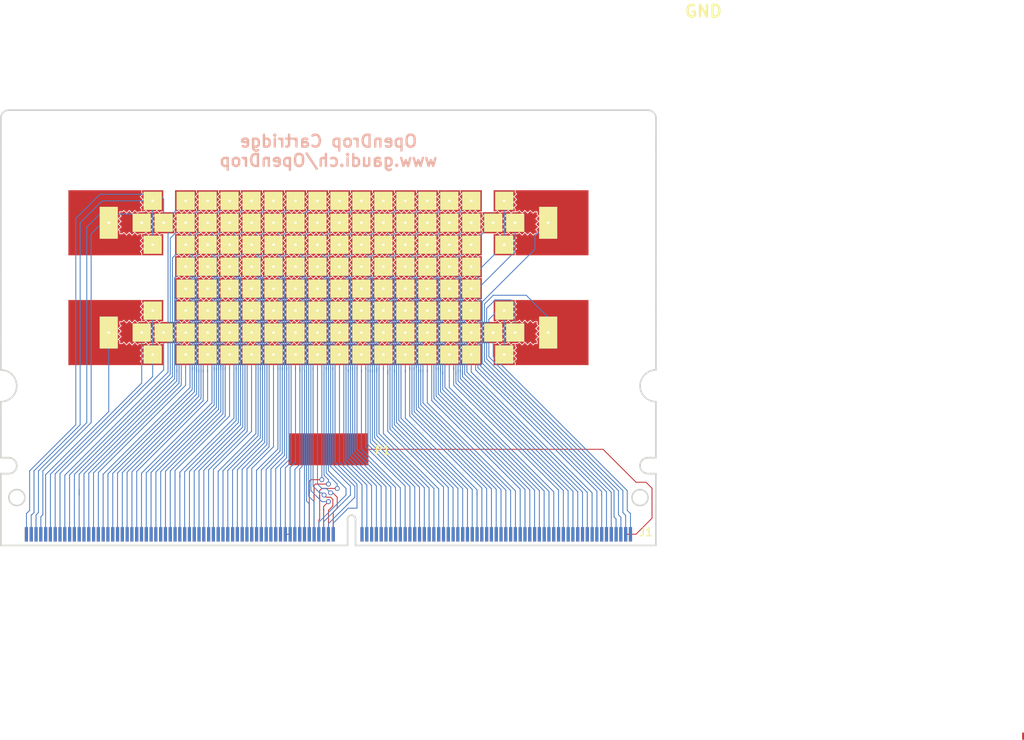
<source format=kicad_pcb>
(kicad_pcb (version 20171130) (host pcbnew 5.0.2-bee76a0~70~ubuntu18.04.1)
  (layers (0 F.Cu signal) (31 B.Cu signal) (34 B.Paste user) (35 F.Paste user) (36 B.SilkS user) (37 F.SilkS user) (38 B.Mask user) (39 F.Mask user) (44 Edge.Cuts user))
  (net 0 "")
  (net 1 "Net-(FLUXL_1_1-Pad1)")
  (net 2 "Net-(FLUXL_1_2-Pad1)")
  (net 3 "Net-(FLUXL_1_3-Pad1)")
  (net 4 "Net-(FLUXL_1_4-Pad1)")
  (net 5 "Net-(FLUXL_1_5-Pad1)")
  (net 6 "Net-(FLUXL_1_6-Pad1)")
  (net 7 "Net-(FLUXL_1_7-Pad1)")
  (net 8 "Net-(FLUXL_1_8-Pad1)")
  (net 9 "Net-(FLUXL_2_1-Pad1)")
  (net 10 "Net-(FLUXL_2_2-Pad1)")
  (net 11 "Net-(FLUXL_2_3-Pad1)")
  (net 12 "Net-(FLUXL_2_4-Pad1)")
  (net 13 "Net-(FLUXL_2_5-Pad1)")
  (net 14 "Net-(FLUXL_2_6-Pad1)")
  (net 15 "Net-(FLUXL_2_7-Pad1)")
  (net 16 "Net-(FLUXL_2_8-Pad1)")
  (net 17 "Net-(FLUXL_3_1-Pad1)")
  (net 18 "Net-(FLUXL_3_2-Pad1)")
  (net 19 "Net-(FLUXL_3_3-Pad1)")
  (net 20 "Net-(FLUXL_3_4-Pad1)")
  (net 21 "Net-(FLUXL_3_5-Pad1)")
  (net 22 "Net-(FLUXL_3_6-Pad1)")
  (net 23 "Net-(FLUXL_3_7-Pad1)")
  (net 24 "Net-(FLUXL_3_8-Pad1)")
  (net 25 "Net-(FLUXL_4_1-Pad1)")
  (net 26 "Net-(FLUXL_4_3-Pad1)")
  (net 27 "Net-(FLUXL_4_4-Pad1)")
  (net 28 "Net-(FLUXL_4_5-Pad1)")
  (net 29 "Net-(FLUXL_4_6-Pad1)")
  (net 30 "Net-(FLUXL_4_7-Pad1)")
  (net 31 "Net-(FLUXL_5_1-Pad1)")
  (net 32 "Net-(FLUXL_5_2-Pad1)")
  (net 33 "Net-(FLUXL_5_3-Pad1)")
  (net 34 "Net-(FLUXL_5_4-Pad1)")
  (net 35 "Net-(FLUXL_5_5-Pad1)")
  (net 36 "Net-(FLUXL_5_6-Pad1)")
  (net 37 "Net-(FLUXL_5_7-Pad1)")
  (net 38 "Net-(FLUXL_5_8-Pad1)")
  (net 39 "Net-(FLUXL_6_1-Pad1)")
  (net 40 "Net-(FLUXL_6_2-Pad1)")
  (net 41 "Net-(FLUXL_6_3-Pad1)")
  (net 42 "Net-(FLUXL_6_4-Pad1)")
  (net 43 "Net-(FLUXL_6_5-Pad1)")
  (net 44 "Net-(FLUXL_6_6-Pad1)")
  (net 45 "Net-(FLUXL_6_7-Pad1)")
  (net 46 "Net-(FLUXL_7_1-Pad1)")
  (net 47 "Net-(FLUXL_7_2-Pad1)")
  (net 48 "Net-(FLUXL_7_3-Pad1)")
  (net 49 "Net-(FLUXL_7_4-Pad1)")
  (net 50 "Net-(FLUXL_7_5-Pad1)")
  (net 51 "Net-(FLUXL_7_6-Pad1)")
  (net 52 "Net-(FLUXL_7_7-Pad1)")
  (net 53 "Net-(FLUXL_7_8-Pad1)")
  (net 54 "Net-(FLUXL_8_1-Pad1)")
  (net 55 "Net-(FLUXL_8_2-Pad1)")
  (net 56 "Net-(FLUXL_8_3-Pad1)")
  (net 57 "Net-(FLUXL_8_4-Pad1)")
  (net 58 "Net-(FLUXL_8_5-Pad1)")
  (net 59 "Net-(FLUXL_8_6-Pad1)")
  (net 60 "Net-(FLUXL_8_7-Pad1)")
  (net 61 "Net-(FLUXL_8_8-Pad1)")
  (net 62 "Net-(FLUXL_4_2-Pad1)")
  (net 63 "Net-(FLUXL_4_8-Pad1)")
  (net 64 "Net-(FLUXL_6_8-Pad1)")
  (net 65 "Net-(FLUXL_9_1-Pad1)")
  (net 66 "Net-(FLUXL_9_2-Pad1)")
  (net 67 "Net-(FLUXL_9_3-Pad1)")
  (net 68 "Net-(FLUXL_9_4-Pad1)")
  (net 69 "Net-(FLUXL_9_5-Pad1)")
  (net 70 "Net-(FLUXL_9_6-Pad1)")
  (net 71 "Net-(FLUXL_10_1-Pad1)")
  (net 72 "Net-(FLUXL_10_2-Pad1)")
  (net 73 "Net-(FLUXL_10_3-Pad1)")
  (net 74 "Net-(FLUXL_10_5-Pad1)")
  (net 75 "Net-(FLUXL_10_6-Pad1)")
  (net 76 "Net-(FLUXL_11_1-Pad1)")
  (net 77 "Net-(FLUXL_11_2-Pad1)")
  (net 78 "Net-(FLUXL_11_3-Pad1)")
  (net 79 "Net-(FLUXL_11_4-Pad1)")
  (net 80 "Net-(FLUXL_11_5-Pad1)")
  (net 81 "Net-(FLUXL_11_6-Pad1)")
  (net 82 "Net-(FLUXL_12_1-Pad1)")
  (net 83 "Net-(FLUXL_12_2-Pad1)")
  (net 84 "Net-(FLUXL_12_3-Pad1)")
  (net 85 "Net-(FLUXL_12_4-Pad1)")
  (net 86 "Net-(FLUXL_12_5-Pad1)")
  (net 87 "Net-(FLUXL_12_6-Pad1)")
  (net 88 "Net-(FLUXL_9_7-Pad1)")
  (net 89 "Net-(FLUXL_9_8-Pad1)")
  (net 90 "Net-(FLUXL_10_4-Pad1)")
  (net 91 "Net-(FLUXL_10_7-Pad1)")
  (net 92 "Net-(FLUXL_10_8-Pad1)")
  (net 93 "Net-(FLUXL_11_7-Pad1)")
  (net 94 "Net-(FLUXL_11_8-Pad1)")
  (net 95 "Net-(FLUXL_12_7-Pad1)")
  (net 96 "Net-(FLUXL_12_8-Pad1)")
  (net 97 "Net-(FLUXL_13_1-Pad1)")
  (net 98 "Net-(FLUXL_13_2-Pad1)")
  (net 99 "Net-(FLUXL_13_3-Pad1)")
  (net 100 "Net-(FLUXL_13_4-Pad1)")
  (net 101 "Net-(FLUXL_13_5-Pad1)")
  (net 102 "Net-(FLUXL_13_6-Pad1)")
  (net 103 "Net-(FLUXL_13_7-Pad1)")
  (net 104 "Net-(FLUXL_13_8-Pad1)")
  (net 105 "Net-(FLUXL_14_1-Pad1)")
  (net 106 "Net-(FLUXL_14_2-Pad1)")
  (net 107 "Net-(FLUXL_14_3-Pad1)")
  (net 108 "Net-(FLUXL_14_4-Pad1)")
  (net 109 "Net-(FLUXL_14_5-Pad1)")
  (net 110 "Net-(FLUXL_14_6-Pad1)")
  (net 111 "Net-(FLUXL_14_7-Pad1)")
  (net 112 "Net-(FLUXL_14_8-Pad1)")
  (net 113 "Net-(FLUXL_15_1-Pad1)")
  (net 114 "Net-(FLUXL_15_2-Pad1)")
  (net 115 "Net-(FLUXL_15_3-Pad1)")
  (net 116 "Net-(FLUXL_15_4-Pad1)")
  (net 117 "Net-(FLUXL_15_6-Pad1)")
  (net 118 "Net-(FLUXL_15_7-Pad1)")
  (net 119 "Net-(FLUXL_15_8-Pad1)")
  (net 120 "Net-(FLUXL_16_1-Pad1)")
  (net 121 "Net-(FLUXL_16_2-Pad1)")
  (net 122 "Net-(FLUXL_16_3-Pad1)")
  (net 123 "Net-(FLUXL_16_4-Pad1)")
  (net 124 "Net-(FLUXL_16_5-Pad1)")
  (net 125 "Net-(FLUXL_16_6-Pad1)")
  (net 126 "Net-(FLUXL_16_7-Pad1)")
  (net 127 "Net-(FLUXL_16_8-Pad1)")
  (net 128 "Net-(FLUXL_15_5-Pad1)")
  (net 129 V_GND)
  (net 130 "Net-(J1-Pad55)")
  (module GaudiLabsFootPrints:Mini_Dimm_Cartridge_06_244 (layer F.Cu) (at 100 133.04)
    (fp_text reference J1 (at 39.75 -1.665) (layer F.SilkS))
    (fp_text value Mini_Dimm_244)
    (pad "" np_thru_hole circle (at 39 -6) (size 1.8 1.8) (drill 1.8) (layers *.Cu *.Mask))
    (pad "" np_thru_hole circle (at -39 -6) (size 1.8 1.8) (drill 1.8) (layers *.Cu *.Mask))
    (pad 1 smd rect (at -37.8 -1.4) (size 0.4 1.8) (layers F.Cu F.Mask))
    (pad 2 smd rect (at -37.2 -1.4) (size 0.4 1.8) (layers F.Cu F.Mask))
    (pad 3 smd rect (at -36.6 -1.4) (size 0.4 1.8) (layers F.Cu F.Mask))
    (pad 4 smd rect (at -36 -1.4) (size 0.4 1.8) (layers F.Cu F.Mask))
    (pad 5 smd rect (at -35.4 -1.4) (size 0.4 1.8) (layers F.Cu F.Mask))
    (pad 6 smd rect (at -34.8 -1.4) (size 0.4 1.8) (layers F.Cu F.Mask))
    (pad 7 smd rect (at -34.2 -1.4) (size 0.4 1.8) (layers F.Cu F.Mask))
    (pad 8 smd rect (at -33.6 -1.4) (size 0.4 1.8) (layers F.Cu F.Mask))
    (pad 9 smd rect (at -33 -1.4) (size 0.4 1.8) (layers F.Cu F.Mask))
    (pad 10 smd rect (at -32.4 -1.4) (size 0.4 1.8) (layers F.Cu F.Mask))
    (pad 11 smd rect (at -31.8 -1.4) (size 0.4 1.8) (layers F.Cu F.Mask))
    (pad 12 smd rect (at -31.2 -1.4) (size 0.4 1.8) (layers F.Cu F.Mask))
    (pad 13 smd rect (at -30.6 -1.4) (size 0.4 1.8) (layers F.Cu F.Mask))
    (pad 14 smd rect (at -30 -1.4) (size 0.4 1.8) (layers F.Cu F.Mask))
    (pad 15 smd rect (at -29.4 -1.4) (size 0.4 1.8) (layers F.Cu F.Mask))
    (pad 16 smd rect (at -28.8 -1.4) (size 0.4 1.8) (layers F.Cu F.Mask))
    (pad 17 smd rect (at -28.2 -1.4) (size 0.4 1.8) (layers F.Cu F.Mask))
    (pad 18 smd rect (at -27.6 -1.4) (size 0.4 1.8) (layers F.Cu F.Mask))
    (pad 19 smd rect (at -27 -1.4) (size 0.4 1.8) (layers F.Cu F.Mask))
    (pad 20 smd rect (at -26.4 -1.4) (size 0.4 1.8) (layers F.Cu F.Mask))
    (pad 21 smd rect (at -25.8 -1.4) (size 0.4 1.8) (layers F.Cu F.Mask))
    (pad 22 smd rect (at -25.2 -1.4) (size 0.4 1.8) (layers F.Cu F.Mask))
    (pad 23 smd rect (at -24.6 -1.4) (size 0.4 1.8) (layers F.Cu F.Mask))
    (pad 24 smd rect (at -24 -1.4) (size 0.4 1.8) (layers F.Cu F.Mask))
    (pad 25 smd rect (at -23.4 -1.4) (size 0.4 1.8) (layers F.Cu F.Mask))
    (pad 26 smd rect (at -22.8 -1.4) (size 0.4 1.8) (layers F.Cu F.Mask))
    (pad 27 smd rect (at -22.2 -1.4) (size 0.4 1.8) (layers F.Cu F.Mask))
    (pad 28 smd rect (at -21.6 -1.4) (size 0.4 1.8) (layers F.Cu F.Mask))
    (pad 29 smd rect (at -21 -1.4) (size 0.4 1.8) (layers F.Cu F.Mask))
    (pad 30 smd rect (at -20.4 -1.4) (size 0.4 1.8) (layers F.Cu F.Mask))
    (pad 31 smd rect (at -19.8 -1.4) (size 0.4 1.8) (layers F.Cu F.Mask))
    (pad 32 smd rect (at -19.2 -1.4) (size 0.4 1.8) (layers F.Cu F.Mask))
    (pad 33 smd rect (at -18.6 -1.4) (size 0.4 1.8) (layers F.Cu F.Mask))
    (pad 34 smd rect (at -18 -1.4) (size 0.4 1.8) (layers F.Cu F.Mask))
    (pad 35 smd rect (at -17.4 -1.4) (size 0.4 1.8) (layers F.Cu F.Mask))
    (pad 36 smd rect (at -16.8 -1.4) (size 0.4 1.8) (layers F.Cu F.Mask))
    (pad 37 smd rect (at -16.2 -1.4) (size 0.4 1.8) (layers F.Cu F.Mask))
    (pad 38 smd rect (at -15.6 -1.4) (size 0.4 1.8) (layers F.Cu F.Mask))
    (pad 39 smd rect (at -15 -1.4) (size 0.4 1.8) (layers F.Cu F.Mask))
    (pad 40 smd rect (at -14.4 -1.4) (size 0.4 1.8) (layers F.Cu F.Mask))
    (pad 41 smd rect (at -13.8 -1.4) (size 0.4 1.8) (layers F.Cu F.Mask))
    (pad 42 smd rect (at -13.2 -1.4) (size 0.4 1.8) (layers F.Cu F.Mask))
    (pad 43 smd rect (at -12.6 -1.4) (size 0.4 1.8) (layers F.Cu F.Mask))
    (pad 44 smd rect (at -12 -1.4) (size 0.4 1.8) (layers F.Cu F.Mask))
    (pad 45 smd rect (at -11.4 -1.4) (size 0.4 1.8) (layers F.Cu F.Mask))
    (pad 46 smd rect (at -10.8 -1.4) (size 0.4 1.8) (layers F.Cu F.Mask))
    (pad 47 smd rect (at -10.2 -1.4) (size 0.4 1.8) (layers F.Cu F.Mask))
    (pad 48 smd rect (at -9.6 -1.4) (size 0.4 1.8) (layers F.Cu F.Mask))
    (pad 49 smd rect (at -9 -1.4) (size 0.4 1.8) (layers F.Cu F.Mask))
    (pad 50 smd rect (at -8.4 -1.4) (size 0.4 1.8) (layers F.Cu F.Mask))
    (pad 51 smd rect (at -7.8 -1.4) (size 0.4 1.8) (layers F.Cu F.Mask))
    (pad 52 smd rect (at -7.2 -1.4) (size 0.4 1.8) (layers F.Cu F.Mask))
    (pad 53 smd rect (at -6.6 -1.4) (size 0.4 1.8) (layers F.Cu F.Mask))
    (pad 54 smd rect (at -6 -1.4) (size 0.4 1.8) (layers F.Cu F.Mask))
    (pad 55 smd rect (at -5.4 -1.4) (size 0.4 1.8) (layers F.Cu F.Mask) (net 130 "Net-(J1-Pad55)"))
    (pad 56 smd rect (at -4.8 -1.4) (size 0.4 1.8) (layers F.Cu F.Mask) (net 130 "Net-(J1-Pad55)"))
    (pad 57 smd rect (at -4.2 -1.4) (size 0.4 1.8) (layers F.Cu F.Mask))
    (pad 58 smd rect (at -3.6 -1.4) (size 0.4 1.8) (layers F.Cu F.Mask))
    (pad 59 smd rect (at -3 -1.4) (size 0.4 1.8) (layers F.Cu F.Mask))
    (pad 60 smd rect (at -2.4 -1.4) (size 0.4 1.8) (layers F.Cu F.Mask) (net 65 "Net-(FLUXL_9_1-Pad1)"))
    (pad 61 smd rect (at -1.8 -1.4) (size 0.4 1.8) (layers F.Cu F.Mask) (net 66 "Net-(FLUXL_9_2-Pad1)"))
    (pad 62 smd rect (at -1.2 -1.4) (size 0.4 1.8) (layers F.Cu F.Mask) (net 67 "Net-(FLUXL_9_3-Pad1)"))
    (pad 63 smd rect (at -0.6 -1.4) (size 0.4 1.8) (layers F.Cu F.Mask) (net 59 "Net-(FLUXL_8_6-Pad1)"))
    (pad 64 smd rect (at 0 -1.4) (size 0.4 1.8) (layers F.Cu F.Mask) (net 60 "Net-(FLUXL_8_7-Pad1)"))
    (pad 65 smd rect (at 0.6 -1.4) (size 0.4 1.8) (layers F.Cu F.Mask) (net 61 "Net-(FLUXL_8_8-Pad1)"))
    (pad 66 smd rect (at 4.2 -1.4) (size 0.4 1.8) (layers F.Cu F.Mask))
    (pad 67 smd rect (at 4.8 -1.4) (size 0.4 1.8) (layers F.Cu F.Mask))
    (pad 68 smd rect (at 5.4 -1.4) (size 0.4 1.8) (layers F.Cu F.Mask))
    (pad 69 smd rect (at 6 -1.4) (size 0.4 1.8) (layers F.Cu F.Mask))
    (pad 70 smd rect (at 6.6 -1.4) (size 0.4 1.8) (layers F.Cu F.Mask))
    (pad 71 smd rect (at 7.2 -1.4) (size 0.4 1.8) (layers F.Cu F.Mask))
    (pad 72 smd rect (at 7.8 -1.4) (size 0.4 1.8) (layers F.Cu F.Mask))
    (pad 73 smd rect (at 8.4 -1.4) (size 0.4 1.8) (layers F.Cu F.Mask))
    (pad 74 smd rect (at 9 -1.4) (size 0.4 1.8) (layers F.Cu F.Mask))
    (pad 75 smd rect (at 9.6 -1.4) (size 0.4 1.8) (layers F.Cu F.Mask))
    (pad 76 smd rect (at 10.2 -1.4) (size 0.4 1.8) (layers F.Cu F.Mask))
    (pad 77 smd rect (at 10.8 -1.4) (size 0.4 1.8) (layers F.Cu F.Mask))
    (pad 78 smd rect (at 11.4 -1.4) (size 0.4 1.8) (layers F.Cu F.Mask))
    (pad 79 smd rect (at 12 -1.4) (size 0.4 1.8) (layers F.Cu F.Mask))
    (pad 80 smd rect (at 12.6 -1.4) (size 0.4 1.8) (layers F.Cu F.Mask))
    (pad 81 smd rect (at 13.2 -1.4) (size 0.4 1.8) (layers F.Cu F.Mask))
    (pad 82 smd rect (at 13.8 -1.4) (size 0.4 1.8) (layers F.Cu F.Mask))
    (pad 83 smd rect (at 14.4 -1.4) (size 0.4 1.8) (layers F.Cu F.Mask))
    (pad 84 smd rect (at 15 -1.4) (size 0.4 1.8) (layers F.Cu F.Mask))
    (pad 85 smd rect (at 15.6 -1.4) (size 0.4 1.8) (layers F.Cu F.Mask))
    (pad 86 smd rect (at 16.2 -1.4) (size 0.4 1.8) (layers F.Cu F.Mask))
    (pad 87 smd rect (at 16.8 -1.4) (size 0.4 1.8) (layers F.Cu F.Mask))
    (pad 88 smd rect (at 17.4 -1.4) (size 0.4 1.8) (layers F.Cu F.Mask))
    (pad 89 smd rect (at 18 -1.4) (size 0.4 1.8) (layers F.Cu F.Mask))
    (pad 90 smd rect (at 18.6 -1.4) (size 0.4 1.8) (layers F.Cu F.Mask))
    (pad 91 smd rect (at 19.2 -1.4) (size 0.4 1.8) (layers F.Cu F.Mask))
    (pad 92 smd rect (at 19.8 -1.4) (size 0.4 1.8) (layers F.Cu F.Mask))
    (pad 93 smd rect (at 20.4 -1.4) (size 0.4 1.8) (layers F.Cu F.Mask))
    (pad 94 smd rect (at 21 -1.4) (size 0.4 1.8) (layers F.Cu F.Mask))
    (pad 95 smd rect (at 21.6 -1.4) (size 0.4 1.8) (layers F.Cu F.Mask))
    (pad 96 smd rect (at 22.2 -1.4) (size 0.4 1.8) (layers F.Cu F.Mask))
    (pad 97 smd rect (at 22.8 -1.4) (size 0.4 1.8) (layers F.Cu F.Mask))
    (pad 98 smd rect (at 23.4 -1.4) (size 0.4 1.8) (layers F.Cu F.Mask))
    (pad 99 smd rect (at 24 -1.4) (size 0.4 1.8) (layers F.Cu F.Mask))
    (pad 100 smd rect (at 24.6 -1.4) (size 0.4 1.8) (layers F.Cu F.Mask))
    (pad 101 smd rect (at 25.2 -1.4) (size 0.4 1.8) (layers F.Cu F.Mask))
    (pad 102 smd rect (at 25.8 -1.4) (size 0.4 1.8) (layers F.Cu F.Mask))
    (pad 103 smd rect (at 26.4 -1.4) (size 0.4 1.8) (layers F.Cu F.Mask))
    (pad 104 smd rect (at 27 -1.4) (size 0.4 1.8) (layers F.Cu F.Mask))
    (pad 105 smd rect (at 27.6 -1.4) (size 0.4 1.8) (layers F.Cu F.Mask))
    (pad 106 smd rect (at 28.2 -1.4) (size 0.4 1.8) (layers F.Cu F.Mask))
    (pad 107 smd rect (at 28.8 -1.4) (size 0.4 1.8) (layers F.Cu F.Mask))
    (pad 108 smd rect (at 29.4 -1.4) (size 0.4 1.8) (layers F.Cu F.Mask))
    (pad 109 smd rect (at 30 -1.4) (size 0.4 1.8) (layers F.Cu F.Mask))
    (pad 110 smd rect (at 30.6 -1.4) (size 0.4 1.8) (layers F.Cu F.Mask))
    (pad 111 smd rect (at 31.2 -1.4) (size 0.4 1.8) (layers F.Cu F.Mask))
    (pad 112 smd rect (at 31.8 -1.4) (size 0.4 1.8) (layers F.Cu F.Mask))
    (pad 113 smd rect (at 32.4 -1.4) (size 0.4 1.8) (layers F.Cu F.Mask))
    (pad 114 smd rect (at 33 -1.4) (size 0.4 1.8) (layers F.Cu F.Mask))
    (pad 115 smd rect (at 33.6 -1.4) (size 0.4 1.8) (layers F.Cu F.Mask))
    (pad 116 smd rect (at 34.2 -1.4) (size 0.4 1.8) (layers F.Cu F.Mask))
    (pad 117 smd rect (at 34.8 -1.4) (size 0.4 1.8) (layers F.Cu F.Mask))
    (pad 118 smd rect (at 35.4 -1.4) (size 0.4 1.8) (layers F.Cu F.Mask))
    (pad 119 smd rect (at 36 -1.4) (size 0.4 1.8) (layers F.Cu F.Mask))
    (pad 120 smd rect (at 36.6 -1.4) (size 0.4 1.8) (layers F.Cu F.Mask))
    (pad 121 smd rect (at 37.2 -1.4) (size 0.4 1.8) (layers F.Cu F.Mask) (net 129 V_GND))
    (pad 122 smd rect (at 37.8 -1.4) (size 0.4 1.8) (layers F.Cu F.Mask) (net 129 V_GND))
    (pad 123 smd rect (at 37.8 -1.4) (size 0.4 1.8) (layers B.Cu B.Mask) (net 127 "Net-(FLUXL_16_8-Pad1)"))
    (pad 124 smd rect (at 37.2 -1.4) (size 0.4 1.8) (layers B.Cu B.Mask) (net 126 "Net-(FLUXL_16_7-Pad1)"))
    (pad 125 smd rect (at 36.6 -1.4) (size 0.4 1.8) (layers B.Cu B.Mask) (net 125 "Net-(FLUXL_16_6-Pad1)"))
    (pad 126 smd rect (at 36 -1.4) (size 0.4 1.8) (layers B.Cu B.Mask) (net 124 "Net-(FLUXL_16_5-Pad1)"))
    (pad 127 smd rect (at 35.4 -1.4) (size 0.4 1.8) (layers B.Cu B.Mask) (net 123 "Net-(FLUXL_16_4-Pad1)"))
    (pad 128 smd rect (at 34.8 -1.4) (size 0.4 1.8) (layers B.Cu B.Mask) (net 122 "Net-(FLUXL_16_3-Pad1)"))
    (pad 129 smd rect (at 34.2 -1.4) (size 0.4 1.8) (layers B.Cu B.Mask) (net 121 "Net-(FLUXL_16_2-Pad1)"))
    (pad 130 smd rect (at 33.6 -1.4) (size 0.4 1.8) (layers B.Cu B.Mask) (net 120 "Net-(FLUXL_16_1-Pad1)"))
    (pad 131 smd rect (at 33 -1.4) (size 0.4 1.8) (layers B.Cu B.Mask) (net 119 "Net-(FLUXL_15_8-Pad1)"))
    (pad 132 smd rect (at 32.4 -1.4) (size 0.4 1.8) (layers B.Cu B.Mask) (net 118 "Net-(FLUXL_15_7-Pad1)"))
    (pad 133 smd rect (at 31.8 -1.4) (size 0.4 1.8) (layers B.Cu B.Mask) (net 117 "Net-(FLUXL_15_6-Pad1)"))
    (pad 134 smd rect (at 31.2 -1.4) (size 0.4 1.8) (layers B.Cu B.Mask) (net 128 "Net-(FLUXL_15_5-Pad1)"))
    (pad 135 smd rect (at 30.6 -1.4) (size 0.4 1.8) (layers B.Cu B.Mask) (net 116 "Net-(FLUXL_15_4-Pad1)"))
    (pad 136 smd rect (at 30 -1.4) (size 0.4 1.8) (layers B.Cu B.Mask) (net 115 "Net-(FLUXL_15_3-Pad1)"))
    (pad 137 smd rect (at 29.4 -1.4) (size 0.4 1.8) (layers B.Cu B.Mask) (net 114 "Net-(FLUXL_15_2-Pad1)"))
    (pad 138 smd rect (at 28.8 -1.4) (size 0.4 1.8) (layers B.Cu B.Mask) (net 113 "Net-(FLUXL_15_1-Pad1)"))
    (pad 139 smd rect (at 28.2 -1.4) (size 0.4 1.8) (layers B.Cu B.Mask) (net 112 "Net-(FLUXL_14_8-Pad1)"))
    (pad 140 smd rect (at 27.6 -1.4) (size 0.4 1.8) (layers B.Cu B.Mask) (net 111 "Net-(FLUXL_14_7-Pad1)"))
    (pad 141 smd rect (at 27 -1.4) (size 0.4 1.8) (layers B.Cu B.Mask) (net 110 "Net-(FLUXL_14_6-Pad1)"))
    (pad 142 smd rect (at 26.4 -1.4) (size 0.4 1.8) (layers B.Cu B.Mask) (net 109 "Net-(FLUXL_14_5-Pad1)"))
    (pad 143 smd rect (at 25.8 -1.4) (size 0.4 1.8) (layers B.Cu B.Mask) (net 108 "Net-(FLUXL_14_4-Pad1)"))
    (pad 144 smd rect (at 25.2 -1.4) (size 0.4 1.8) (layers B.Cu B.Mask) (net 107 "Net-(FLUXL_14_3-Pad1)"))
    (pad 145 smd rect (at 24.6 -1.4) (size 0.4 1.8) (layers B.Cu B.Mask) (net 106 "Net-(FLUXL_14_2-Pad1)"))
    (pad 146 smd rect (at 24 -1.4) (size 0.4 1.8) (layers B.Cu B.Mask) (net 105 "Net-(FLUXL_14_1-Pad1)"))
    (pad 147 smd rect (at 23.4 -1.4) (size 0.4 1.8) (layers B.Cu B.Mask) (net 104 "Net-(FLUXL_13_8-Pad1)"))
    (pad 148 smd rect (at 22.8 -1.4) (size 0.4 1.8) (layers B.Cu B.Mask) (net 103 "Net-(FLUXL_13_7-Pad1)"))
    (pad 149 smd rect (at 22.2 -1.4) (size 0.4 1.8) (layers B.Cu B.Mask) (net 102 "Net-(FLUXL_13_6-Pad1)"))
    (pad 150 smd rect (at 21.6 -1.4) (size 0.4 1.8) (layers B.Cu B.Mask) (net 101 "Net-(FLUXL_13_5-Pad1)"))
    (pad 151 smd rect (at 21 -1.4) (size 0.4 1.8) (layers B.Cu B.Mask) (net 100 "Net-(FLUXL_13_4-Pad1)"))
    (pad 152 smd rect (at 20.4 -1.4) (size 0.4 1.8) (layers B.Cu B.Mask) (net 99 "Net-(FLUXL_13_3-Pad1)"))
    (pad 153 smd rect (at 19.8 -1.4) (size 0.4 1.8) (layers B.Cu B.Mask) (net 98 "Net-(FLUXL_13_2-Pad1)"))
    (pad 154 smd rect (at 19.2 -1.4) (size 0.4 1.8) (layers B.Cu B.Mask) (net 97 "Net-(FLUXL_13_1-Pad1)"))
    (pad 155 smd rect (at 18.6 -1.4) (size 0.4 1.8) (layers B.Cu B.Mask) (net 96 "Net-(FLUXL_12_8-Pad1)"))
    (pad 156 smd rect (at 18 -1.4) (size 0.4 1.8) (layers B.Cu B.Mask) (net 95 "Net-(FLUXL_12_7-Pad1)"))
    (pad 157 smd rect (at 17.4 -1.4) (size 0.4 1.8) (layers B.Cu B.Mask) (net 87 "Net-(FLUXL_12_6-Pad1)"))
    (pad 158 smd rect (at 16.8 -1.4) (size 0.4 1.8) (layers B.Cu B.Mask) (net 86 "Net-(FLUXL_12_5-Pad1)"))
    (pad 159 smd rect (at 16.2 -1.4) (size 0.4 1.8) (layers B.Cu B.Mask) (net 85 "Net-(FLUXL_12_4-Pad1)"))
    (pad 160 smd rect (at 15.6 -1.4) (size 0.4 1.8) (layers B.Cu B.Mask) (net 84 "Net-(FLUXL_12_3-Pad1)"))
    (pad 161 smd rect (at 15 -1.4) (size 0.4 1.8) (layers B.Cu B.Mask) (net 83 "Net-(FLUXL_12_2-Pad1)"))
    (pad 162 smd rect (at 14.4 -1.4) (size 0.4 1.8) (layers B.Cu B.Mask) (net 82 "Net-(FLUXL_12_1-Pad1)"))
    (pad 163 smd rect (at 13.8 -1.4) (size 0.4 1.8) (layers B.Cu B.Mask) (net 94 "Net-(FLUXL_11_8-Pad1)"))
    (pad 164 smd rect (at 13.2 -1.4) (size 0.4 1.8) (layers B.Cu B.Mask) (net 93 "Net-(FLUXL_11_7-Pad1)"))
    (pad 165 smd rect (at 12.6 -1.4) (size 0.4 1.8) (layers B.Cu B.Mask) (net 81 "Net-(FLUXL_11_6-Pad1)"))
    (pad 166 smd rect (at 12 -1.4) (size 0.4 1.8) (layers B.Cu B.Mask) (net 80 "Net-(FLUXL_11_5-Pad1)"))
    (pad 167 smd rect (at 11.4 -1.4) (size 0.4 1.8) (layers B.Cu B.Mask) (net 79 "Net-(FLUXL_11_4-Pad1)"))
    (pad 168 smd rect (at 10.8 -1.4) (size 0.4 1.8) (layers B.Cu B.Mask) (net 78 "Net-(FLUXL_11_3-Pad1)"))
    (pad 169 smd rect (at 10.2 -1.4) (size 0.4 1.8) (layers B.Cu B.Mask) (net 77 "Net-(FLUXL_11_2-Pad1)"))
    (pad 170 smd rect (at 9.6 -1.4) (size 0.4 1.8) (layers B.Cu B.Mask) (net 76 "Net-(FLUXL_11_1-Pad1)"))
    (pad 171 smd rect (at 9 -1.4) (size 0.4 1.8) (layers B.Cu B.Mask) (net 92 "Net-(FLUXL_10_8-Pad1)"))
    (pad 172 smd rect (at 8.4 -1.4) (size 0.4 1.8) (layers B.Cu B.Mask) (net 91 "Net-(FLUXL_10_7-Pad1)"))
    (pad 173 smd rect (at 7.8 -1.4) (size 0.4 1.8) (layers B.Cu B.Mask) (net 75 "Net-(FLUXL_10_6-Pad1)"))
    (pad 174 smd rect (at 7.2 -1.4) (size 0.4 1.8) (layers B.Cu B.Mask) (net 74 "Net-(FLUXL_10_5-Pad1)"))
    (pad 175 smd rect (at 6.6 -1.4) (size 0.4 1.8) (layers B.Cu B.Mask) (net 90 "Net-(FLUXL_10_4-Pad1)"))
    (pad 176 smd rect (at 6 -1.4) (size 0.4 1.8) (layers B.Cu B.Mask) (net 73 "Net-(FLUXL_10_3-Pad1)"))
    (pad 177 smd rect (at 5.4 -1.4) (size 0.4 1.8) (layers B.Cu B.Mask) (net 72 "Net-(FLUXL_10_2-Pad1)"))
    (pad 178 smd rect (at 4.8 -1.4) (size 0.4 1.8) (layers B.Cu B.Mask) (net 71 "Net-(FLUXL_10_1-Pad1)"))
    (pad 179 smd rect (at 4.2 -1.4) (size 0.4 1.8) (layers B.Cu B.Mask) (net 89 "Net-(FLUXL_9_8-Pad1)"))
    (pad 180 smd rect (at 0.6 -1.4) (size 0.4 1.8) (layers B.Cu B.Mask) (net 88 "Net-(FLUXL_9_7-Pad1)"))
    (pad 181 smd rect (at 0 -1.4) (size 0.4 1.8) (layers B.Cu B.Mask) (net 70 "Net-(FLUXL_9_6-Pad1)"))
    (pad 182 smd rect (at -0.6 -1.4) (size 0.4 1.8) (layers B.Cu B.Mask) (net 69 "Net-(FLUXL_9_5-Pad1)"))
    (pad 183 smd rect (at -1.2 -1.4) (size 0.4 1.8) (layers B.Cu B.Mask) (net 68 "Net-(FLUXL_9_4-Pad1)"))
    (pad 184 smd rect (at -1.8 -1.4) (size 0.4 1.8) (layers B.Cu B.Mask) (net 58 "Net-(FLUXL_8_5-Pad1)"))
    (pad 185 smd rect (at -2.4 -1.4) (size 0.4 1.8) (layers B.Cu B.Mask) (net 57 "Net-(FLUXL_8_4-Pad1)"))
    (pad 186 smd rect (at -3 -1.4) (size 0.4 1.8) (layers B.Cu B.Mask) (net 56 "Net-(FLUXL_8_3-Pad1)"))
    (pad 187 smd rect (at -3.6 -1.4) (size 0.4 1.8) (layers B.Cu B.Mask) (net 55 "Net-(FLUXL_8_2-Pad1)"))
    (pad 188 smd rect (at -4.2 -1.4) (size 0.4 1.8) (layers B.Cu B.Mask) (net 54 "Net-(FLUXL_8_1-Pad1)"))
    (pad 189 smd rect (at -4.8 -1.4) (size 0.4 1.8) (layers B.Cu B.Mask) (net 53 "Net-(FLUXL_7_8-Pad1)"))
    (pad 190 smd rect (at -5.4 -1.4) (size 0.4 1.8) (layers B.Cu B.Mask) (net 52 "Net-(FLUXL_7_7-Pad1)"))
    (pad 191 smd rect (at -6 -1.4) (size 0.4 1.8) (layers B.Cu B.Mask) (net 51 "Net-(FLUXL_7_6-Pad1)"))
    (pad 192 smd rect (at -6.6 -1.4) (size 0.4 1.8) (layers B.Cu B.Mask) (net 50 "Net-(FLUXL_7_5-Pad1)"))
    (pad 193 smd rect (at -7.2 -1.4) (size 0.4 1.8) (layers B.Cu B.Mask) (net 49 "Net-(FLUXL_7_4-Pad1)"))
    (pad 194 smd rect (at -7.8 -1.4) (size 0.4 1.8) (layers B.Cu B.Mask) (net 48 "Net-(FLUXL_7_3-Pad1)"))
    (pad 195 smd rect (at -8.4 -1.4) (size 0.4 1.8) (layers B.Cu B.Mask) (net 47 "Net-(FLUXL_7_2-Pad1)"))
    (pad 196 smd rect (at -9 -1.4) (size 0.4 1.8) (layers B.Cu B.Mask) (net 46 "Net-(FLUXL_7_1-Pad1)"))
    (pad 197 smd rect (at -9.6 -1.4) (size 0.4 1.8) (layers B.Cu B.Mask) (net 64 "Net-(FLUXL_6_8-Pad1)"))
    (pad 198 smd rect (at -10.2 -1.4) (size 0.4 1.8) (layers B.Cu B.Mask) (net 45 "Net-(FLUXL_6_7-Pad1)"))
    (pad 199 smd rect (at -10.8 -1.4) (size 0.4 1.8) (layers B.Cu B.Mask) (net 44 "Net-(FLUXL_6_6-Pad1)"))
    (pad 200 smd rect (at -11.4 -1.4) (size 0.4 1.8) (layers B.Cu B.Mask) (net 43 "Net-(FLUXL_6_5-Pad1)"))
    (pad 201 smd rect (at -12 -1.4) (size 0.4 1.8) (layers B.Cu B.Mask) (net 42 "Net-(FLUXL_6_4-Pad1)"))
    (pad 202 smd rect (at -12.6 -1.4) (size 0.4 1.8) (layers B.Cu B.Mask) (net 41 "Net-(FLUXL_6_3-Pad1)"))
    (pad 203 smd rect (at -13.2 -1.4) (size 0.4 1.8) (layers B.Cu B.Mask) (net 40 "Net-(FLUXL_6_2-Pad1)"))
    (pad 204 smd rect (at -13.8 -1.4) (size 0.4 1.8) (layers B.Cu B.Mask) (net 39 "Net-(FLUXL_6_1-Pad1)"))
    (pad 205 smd rect (at -14.4 -1.4) (size 0.4 1.8) (layers B.Cu B.Mask) (net 38 "Net-(FLUXL_5_8-Pad1)"))
    (pad 206 smd rect (at -15 -1.4) (size 0.4 1.8) (layers B.Cu B.Mask) (net 37 "Net-(FLUXL_5_7-Pad1)"))
    (pad 207 smd rect (at -15.6 -1.4) (size 0.4 1.8) (layers B.Cu B.Mask) (net 36 "Net-(FLUXL_5_6-Pad1)"))
    (pad 208 smd rect (at -16.2 -1.4) (size 0.4 1.8) (layers B.Cu B.Mask) (net 35 "Net-(FLUXL_5_5-Pad1)"))
    (pad 209 smd rect (at -16.8 -1.4) (size 0.4 1.8) (layers B.Cu B.Mask) (net 34 "Net-(FLUXL_5_4-Pad1)"))
    (pad 210 smd rect (at -17.4 -1.4) (size 0.4 1.8) (layers B.Cu B.Mask) (net 33 "Net-(FLUXL_5_3-Pad1)"))
    (pad 211 smd rect (at -18 -1.4) (size 0.4 1.8) (layers B.Cu B.Mask) (net 32 "Net-(FLUXL_5_2-Pad1)"))
    (pad 212 smd rect (at -18.6 -1.4) (size 0.4 1.8) (layers B.Cu B.Mask) (net 31 "Net-(FLUXL_5_1-Pad1)"))
    (pad 213 smd rect (at -19.2 -1.4) (size 0.4 1.8) (layers B.Cu B.Mask) (net 63 "Net-(FLUXL_4_8-Pad1)"))
    (pad 214 smd rect (at -19.8 -1.4) (size 0.4 1.8) (layers B.Cu B.Mask) (net 30 "Net-(FLUXL_4_7-Pad1)"))
    (pad 215 smd rect (at -20.4 -1.4) (size 0.4 1.8) (layers B.Cu B.Mask) (net 29 "Net-(FLUXL_4_6-Pad1)"))
    (pad 216 smd rect (at -21 -1.4) (size 0.4 1.8) (layers B.Cu B.Mask) (net 28 "Net-(FLUXL_4_5-Pad1)"))
    (pad 217 smd rect (at -21.6 -1.4) (size 0.4 1.8) (layers B.Cu B.Mask) (net 27 "Net-(FLUXL_4_4-Pad1)"))
    (pad 218 smd rect (at -22.2 -1.4) (size 0.4 1.8) (layers B.Cu B.Mask) (net 26 "Net-(FLUXL_4_3-Pad1)"))
    (pad 219 smd rect (at -22.8 -1.4) (size 0.4 1.8) (layers B.Cu B.Mask) (net 62 "Net-(FLUXL_4_2-Pad1)"))
    (pad 220 smd rect (at -23.4 -1.4) (size 0.4 1.8) (layers B.Cu B.Mask) (net 25 "Net-(FLUXL_4_1-Pad1)"))
    (pad 221 smd rect (at -24 -1.4) (size 0.4 1.8) (layers B.Cu B.Mask) (net 24 "Net-(FLUXL_3_8-Pad1)"))
    (pad 222 smd rect (at -24.6 -1.4) (size 0.4 1.8) (layers B.Cu B.Mask) (net 23 "Net-(FLUXL_3_7-Pad1)"))
    (pad 223 smd rect (at -25.2 -1.4) (size 0.4 1.8) (layers B.Cu B.Mask) (net 22 "Net-(FLUXL_3_6-Pad1)"))
    (pad 224 smd rect (at -25.8 -1.4) (size 0.4 1.8) (layers B.Cu B.Mask) (net 21 "Net-(FLUXL_3_5-Pad1)"))
    (pad 225 smd rect (at -26.4 -1.4) (size 0.4 1.8) (layers B.Cu B.Mask) (net 20 "Net-(FLUXL_3_4-Pad1)"))
    (pad 226 smd rect (at -27 -1.4) (size 0.4 1.8) (layers B.Cu B.Mask) (net 19 "Net-(FLUXL_3_3-Pad1)"))
    (pad 227 smd rect (at -27.6 -1.4) (size 0.4 1.8) (layers B.Cu B.Mask) (net 18 "Net-(FLUXL_3_2-Pad1)"))
    (pad 228 smd rect (at -28.2 -1.4) (size 0.4 1.8) (layers B.Cu B.Mask) (net 17 "Net-(FLUXL_3_1-Pad1)"))
    (pad 229 smd rect (at -28.8 -1.4) (size 0.4 1.8) (layers B.Cu B.Mask) (net 16 "Net-(FLUXL_2_8-Pad1)"))
    (pad 230 smd rect (at -29.4 -1.4) (size 0.4 1.8) (layers B.Cu B.Mask) (net 15 "Net-(FLUXL_2_7-Pad1)"))
    (pad 231 smd rect (at -30 -1.4) (size 0.4 1.8) (layers B.Cu B.Mask) (net 14 "Net-(FLUXL_2_6-Pad1)"))
    (pad 232 smd rect (at -30.6 -1.4) (size 0.4 1.8) (layers B.Cu B.Mask) (net 13 "Net-(FLUXL_2_5-Pad1)"))
    (pad 233 smd rect (at -31.2 -1.4) (size 0.4 1.8) (layers B.Cu B.Mask) (net 12 "Net-(FLUXL_2_4-Pad1)"))
    (pad 234 smd rect (at -31.8 -1.4) (size 0.4 1.8) (layers B.Cu B.Mask) (net 11 "Net-(FLUXL_2_3-Pad1)"))
    (pad 235 smd rect (at -32.4 -1.4) (size 0.4 1.8) (layers B.Cu B.Mask) (net 10 "Net-(FLUXL_2_2-Pad1)"))
    (pad 236 smd rect (at -33 -1.4) (size 0.4 1.8) (layers B.Cu B.Mask) (net 9 "Net-(FLUXL_2_1-Pad1)"))
    (pad 237 smd rect (at -33.6 -1.4) (size 0.4 1.8) (layers B.Cu B.Mask) (net 8 "Net-(FLUXL_1_8-Pad1)"))
    (pad 238 smd rect (at -34.2 -1.4) (size 0.4 1.8) (layers B.Cu B.Mask) (net 7 "Net-(FLUXL_1_7-Pad1)"))
    (pad 239 smd rect (at -34.8 -1.4) (size 0.4 1.8) (layers B.Cu B.Mask) (net 6 "Net-(FLUXL_1_6-Pad1)"))
    (pad 240 smd rect (at -35.4 -1.4) (size 0.4 1.8) (layers B.Cu B.Mask) (net 5 "Net-(FLUXL_1_5-Pad1)"))
    (pad 241 smd rect (at -36 -1.4) (size 0.4 1.8) (layers B.Cu B.Mask) (net 4 "Net-(FLUXL_1_4-Pad1)"))
    (pad 242 smd rect (at -36.6 -1.4) (size 0.4 1.8) (layers B.Cu B.Mask) (net 3 "Net-(FLUXL_1_3-Pad1)"))
    (pad 243 smd rect (at -37.2 -1.4) (size 0.4 1.8) (layers B.Cu B.Mask) (net 2 "Net-(FLUXL_1_2-Pad1)"))
    (pad 244 smd rect (at -37.8 -1.4) (size 0.4 1.8) (layers B.Cu B.Mask) (net 1 "Net-(FLUXL_1_1-Pad1)"))
  )
  (module GaudiLabsFootPrints:FLUXPAD_2_75_4MIL_4_5 (layer F.Cu) (at 82.125 92.625)
    (fp_text reference FLUXL_2_2 hide)
    (fp_text value FX hide)
    (fp_line (start 1.17 0.39) (end 1.3 0.52) (layer F.Cu) (width 0.15))
    (fp_line (start 1.3 0.52) (end 1.17 0.64) (layer F.Cu) (width 0.15))
    (fp_line (start 1.17 0.64) (end 1.17 0.39) (layer F.Cu) (width 0.15))
    (fp_line (start 1.16 -0.3) (end 1.29 -0.17) (layer F.Cu) (width 0.15))
    (fp_line (start 1.29 -0.17) (end 1.16 -0.05) (layer F.Cu) (width 0.15))
    (fp_line (start 1.16 -0.05) (end 1.16 -0.3) (layer F.Cu) (width 0.15))
    (fp_line (start 1.07 -1.17) (end 1.18 -1.17) (layer F.Cu) (width 0.15))
    (fp_line (start 1.18 -1.17) (end 1.17 -0.72) (layer F.Cu) (width 0.15))
    (fp_line (start 1.17 -0.72) (end 1.27 -0.88) (layer F.Cu) (width 0.15))
    (fp_line (start -1.17 -0.39) (end -1.3 -0.52) (layer F.Cu) (width 0.15))
    (fp_line (start -1.3 -0.52) (end -1.17 -0.64) (layer F.Cu) (width 0.15))
    (fp_line (start -1.17 -0.64) (end -1.17 -0.39) (layer F.Cu) (width 0.15))
    (fp_line (start -1.16 0.3) (end -1.29 0.17) (layer F.Cu) (width 0.15))
    (fp_line (start -1.29 0.17) (end -1.16 0.05) (layer F.Cu) (width 0.15))
    (fp_line (start -1.16 0.05) (end -1.16 0.3) (layer F.Cu) (width 0.15))
    (fp_line (start -1.07 1.17) (end -1.18 1.17) (layer F.Cu) (width 0.15))
    (fp_line (start -1.18 1.17) (end -1.17 0.72) (layer F.Cu) (width 0.15))
    (fp_line (start -1.17 0.72) (end -1.27 0.88) (layer F.Cu) (width 0.15))
    (fp_line (start -0.39 1.17) (end -0.52 1.3) (layer F.Cu) (width 0.15))
    (fp_line (start -0.52 1.3) (end -0.64 1.17) (layer F.Cu) (width 0.15))
    (fp_line (start -0.64 1.17) (end -0.39 1.17) (layer F.Cu) (width 0.15))
    (fp_line (start 0.3 1.16) (end 0.17 1.29) (layer F.Cu) (width 0.15))
    (fp_line (start 0.17 1.29) (end 0.05 1.16) (layer F.Cu) (width 0.15))
    (fp_line (start 0.05 1.16) (end 0.3 1.16) (layer F.Cu) (width 0.15))
    (fp_line (start 1.17 1.07) (end 1.17 1.18) (layer F.Cu) (width 0.15))
    (fp_line (start 1.17 1.18) (end 0.72 1.17) (layer F.Cu) (width 0.15))
    (fp_line (start 0.72 1.17) (end 0.88 1.27) (layer F.Cu) (width 0.15))
    (fp_line (start 0.39 -1.17) (end 0.52 -1.3) (layer F.Cu) (width 0.15))
    (fp_line (start 0.52 -1.3) (end 0.64 -1.17) (layer F.Cu) (width 0.15))
    (fp_line (start 0.64 -1.17) (end 0.39 -1.17) (layer F.Cu) (width 0.15))
    (fp_line (start -0.3 -1.16) (end -0.17 -1.29) (layer F.Cu) (width 0.15))
    (fp_line (start -0.17 -1.29) (end -0.05 -1.16) (layer F.Cu) (width 0.15))
    (fp_line (start -0.05 -1.16) (end -0.3 -1.16) (layer F.Cu) (width 0.15))
    (fp_line (start -1.17 -1.07) (end -1.17 -1.18) (layer F.Cu) (width 0.15))
    (fp_line (start -1.17 -1.18) (end -0.72 -1.17) (layer F.Cu) (width 0.15))
    (fp_line (start -0.72 -1.17) (end -0.88 -1.27) (layer F.Cu) (width 0.15))
    (fp_line (start 1.411 -0.859) (end 1.275 -0.989) (layer F.Cu) (width 0.1))
    (fp_line (start 1.275 -0.989) (end 1.275 -1.275) (layer F.Cu) (width 0.1))
    (fp_line (start 1.275 -1.275) (end 1.074 -1.275) (layer F.Cu) (width 0.1))
    (fp_line (start 1.074 -1.275) (end 0.859 -1.051) (layer F.Cu) (width 0.1))
    (fp_line (start -1.411 0.859) (end -1.275 0.989) (layer F.Cu) (width 0.1))
    (fp_line (start -1.275 0.989) (end -1.275 1.275) (layer F.Cu) (width 0.1))
    (fp_line (start -1.275 1.275) (end -1.074 1.275) (layer F.Cu) (width 0.1))
    (fp_line (start -1.074 1.275) (end -0.859 1.051) (layer F.Cu) (width 0.1))
    (fp_line (start 0.859 1.411) (end 0.989 1.275) (layer F.Cu) (width 0.1))
    (fp_line (start 0.989 1.275) (end 1.275 1.275) (layer F.Cu) (width 0.1))
    (fp_line (start 1.275 1.275) (end 1.275 1.074) (layer F.Cu) (width 0.1))
    (fp_line (start 1.275 1.074) (end 1.051 0.859) (layer F.Cu) (width 0.1))
    (fp_line (start -0.859 -1.411) (end -0.989 -1.275) (layer F.Cu) (width 0.1))
    (fp_line (start -0.989 -1.275) (end -1.275 -1.275) (layer F.Cu) (width 0.1))
    (fp_line (start -1.275 -1.275) (end -1.275 -1.074) (layer F.Cu) (width 0.1))
    (fp_line (start -1.275 -1.074) (end -1.051 -0.859) (layer F.Cu) (width 0.1))
    (fp_line (start -0.859375 -1.411) (end -0.515625 -1.051) (layer F.Cu) (width 0.1))
    (fp_line (start 0.859375 1.411) (end 0.515625 1.051) (layer F.Cu) (width 0.1))
    (fp_line (start -1.411 0.859375) (end -1.051 0.515625) (layer F.Cu) (width 0.1))
    (fp_line (start 1.411 -0.859375) (end 1.051 -0.515625) (layer F.Cu) (width 0.1))
    (fp_line (start -0.515625 -1.051) (end -0.171875 -1.411) (layer F.Cu) (width 0.1))
    (fp_line (start -0.171875 -1.411) (end 0.171875 -1.051) (layer F.Cu) (width 0.1))
    (fp_line (start 0.515625 1.051) (end 0.171875 1.411) (layer F.Cu) (width 0.1))
    (fp_line (start 0.171875 1.411) (end -0.171875 1.051) (layer F.Cu) (width 0.1))
    (fp_line (start -1.051 0.515625) (end -1.411 0.171875) (layer F.Cu) (width 0.1))
    (fp_line (start -1.411 0.171875) (end -1.051 -0.171875) (layer F.Cu) (width 0.1))
    (fp_line (start 1.051 -0.515625) (end 1.411 -0.171875) (layer F.Cu) (width 0.1))
    (fp_line (start 1.411 -0.171875) (end 1.051 0.171875) (layer F.Cu) (width 0.1))
    (fp_line (start 0.171875 -1.051) (end 0.515625 -1.411) (layer F.Cu) (width 0.1))
    (fp_line (start 0.515625 -1.411) (end 0.859375 -1.051) (layer F.Cu) (width 0.1))
    (fp_line (start -0.171875 1.051) (end -0.515625 1.411) (layer F.Cu) (width 0.1))
    (fp_line (start -0.515625 1.411) (end -0.859375 1.051) (layer F.Cu) (width 0.1))
    (fp_line (start -1.051 -0.171875) (end -1.411 -0.515625) (layer F.Cu) (width 0.1))
    (fp_line (start -1.411 -0.515625) (end -1.051 -0.859375) (layer F.Cu) (width 0.1))
    (fp_line (start 1.051 0.171875) (end 1.411 0.515625) (layer F.Cu) (width 0.1))
    (fp_line (start 1.411 0.515625) (end 1.051 0.859375) (layer F.Cu) (width 0.1))
    (pad 1 thru_hole rect (at 0 0) (size 2.27 2.27) (drill 0.3) (layers F.Cu F.SilkS F.Mask) (net 10 "Net-(FLUXL_2_2-Pad1)"))
    (pad 1 thru_hole circle (at 0 0) (size 0.6048 0.6048) (drill 0.3) (layers *.Cu *.Mask F.SilkS) (net 10 "Net-(FLUXL_2_2-Pad1)"))
  )
  (module GaudiLabsFootPrints:FLUXPAD_2_75_4MIL_4_5_top (layer F.Cu) (at 104.125 89.875)
    (fp_text reference FLUXL_10_1 hide)
    (fp_text value FX hide)
    (fp_line (start -1.25 -1.18) (end 1.25 -1.18) (layer F.Cu) (width 0.1))
    (fp_line (start 1.17 0.39) (end 1.3 0.52) (layer F.Cu) (width 0.15))
    (fp_line (start 1.3 0.52) (end 1.17 0.64) (layer F.Cu) (width 0.15))
    (fp_line (start 1.17 0.64) (end 1.17 0.39) (layer F.Cu) (width 0.15))
    (fp_line (start 1.16 -0.3) (end 1.29 -0.17) (layer F.Cu) (width 0.15))
    (fp_line (start 1.29 -0.17) (end 1.16 -0.05) (layer F.Cu) (width 0.15))
    (fp_line (start 1.16 -0.05) (end 1.16 -0.3) (layer F.Cu) (width 0.15))
    (fp_line (start 1.18 -1.17) (end 1.17 -0.72) (layer F.Cu) (width 0.15))
    (fp_line (start 1.17 -0.72) (end 1.27 -0.88) (layer F.Cu) (width 0.15))
    (fp_line (start -1.17 -0.39) (end -1.3 -0.52) (layer F.Cu) (width 0.15))
    (fp_line (start -1.3 -0.52) (end -1.17 -0.64) (layer F.Cu) (width 0.15))
    (fp_line (start -1.17 -0.64) (end -1.17 -0.39) (layer F.Cu) (width 0.15))
    (fp_line (start -1.16 0.3) (end -1.29 0.17) (layer F.Cu) (width 0.15))
    (fp_line (start -1.29 0.17) (end -1.16 0.05) (layer F.Cu) (width 0.15))
    (fp_line (start -1.16 0.05) (end -1.16 0.3) (layer F.Cu) (width 0.15))
    (fp_line (start -1.07 1.17) (end -1.18 1.17) (layer F.Cu) (width 0.15))
    (fp_line (start -1.18 1.17) (end -1.17 0.72) (layer F.Cu) (width 0.15))
    (fp_line (start -1.17 0.72) (end -1.27 0.88) (layer F.Cu) (width 0.15))
    (fp_line (start -0.39 1.17) (end -0.52 1.3) (layer F.Cu) (width 0.15))
    (fp_line (start -0.52 1.3) (end -0.64 1.17) (layer F.Cu) (width 0.15))
    (fp_line (start -0.64 1.17) (end -0.39 1.17) (layer F.Cu) (width 0.15))
    (fp_line (start 0.3 1.16) (end 0.17 1.29) (layer F.Cu) (width 0.15))
    (fp_line (start 0.17 1.29) (end 0.05 1.16) (layer F.Cu) (width 0.15))
    (fp_line (start 0.05 1.16) (end 0.3 1.16) (layer F.Cu) (width 0.15))
    (fp_line (start 1.17 1.07) (end 1.17 1.18) (layer F.Cu) (width 0.15))
    (fp_line (start 1.17 1.18) (end 0.72 1.17) (layer F.Cu) (width 0.15))
    (fp_line (start 0.72 1.17) (end 0.88 1.27) (layer F.Cu) (width 0.15))
    (fp_line (start -1.17 -1.07) (end -1.17 -1.18) (layer F.Cu) (width 0.15))
    (fp_line (start 1.411 -0.859) (end 1.275 -0.989) (layer F.Cu) (width 0.1))
    (fp_line (start 1.275 -0.989) (end 1.275 -1.275) (layer F.Cu) (width 0.1))
    (fp_line (start -1.411 0.859) (end -1.275 0.989) (layer F.Cu) (width 0.1))
    (fp_line (start -1.275 0.989) (end -1.275 1.275) (layer F.Cu) (width 0.1))
    (fp_line (start -1.275 1.275) (end -1.074 1.275) (layer F.Cu) (width 0.1))
    (fp_line (start -1.074 1.275) (end -0.859 1.051) (layer F.Cu) (width 0.1))
    (fp_line (start 0.859 1.411) (end 0.989 1.275) (layer F.Cu) (width 0.1))
    (fp_line (start 0.989 1.275) (end 1.275 1.275) (layer F.Cu) (width 0.1))
    (fp_line (start 1.275 1.275) (end 1.275 1.074) (layer F.Cu) (width 0.1))
    (fp_line (start 1.275 1.074) (end 1.051 0.859) (layer F.Cu) (width 0.1))
    (fp_line (start 1.275 -1.275) (end -1.275 -1.275) (layer F.Cu) (width 0.1))
    (fp_line (start -1.275 -1.275) (end -1.275 -1.074) (layer F.Cu) (width 0.1))
    (fp_line (start -1.275 -1.074) (end -1.051 -0.859) (layer F.Cu) (width 0.1))
    (fp_line (start 0.859375 1.411) (end 0.515625 1.051) (layer F.Cu) (width 0.1))
    (fp_line (start -1.411 0.859375) (end -1.051 0.515625) (layer F.Cu) (width 0.1))
    (fp_line (start 1.411 -0.859375) (end 1.051 -0.515625) (layer F.Cu) (width 0.1))
    (fp_line (start 0.515625 1.051) (end 0.171875 1.411) (layer F.Cu) (width 0.1))
    (fp_line (start 0.171875 1.411) (end -0.171875 1.051) (layer F.Cu) (width 0.1))
    (fp_line (start -1.051 0.515625) (end -1.411 0.171875) (layer F.Cu) (width 0.1))
    (fp_line (start -1.411 0.171875) (end -1.051 -0.171875) (layer F.Cu) (width 0.1))
    (fp_line (start 1.051 -0.515625) (end 1.411 -0.171875) (layer F.Cu) (width 0.1))
    (fp_line (start 1.411 -0.171875) (end 1.051 0.171875) (layer F.Cu) (width 0.1))
    (fp_line (start -0.171875 1.051) (end -0.515625 1.411) (layer F.Cu) (width 0.1))
    (fp_line (start -0.515625 1.411) (end -0.859375 1.051) (layer F.Cu) (width 0.1))
    (fp_line (start -1.051 -0.171875) (end -1.411 -0.515625) (layer F.Cu) (width 0.1))
    (fp_line (start -1.411 -0.515625) (end -1.051 -0.859375) (layer F.Cu) (width 0.1))
    (fp_line (start 1.051 0.171875) (end 1.411 0.515625) (layer F.Cu) (width 0.1))
    (fp_line (start 1.411 0.515625) (end 1.051 0.859375) (layer F.Cu) (width 0.1))
    (pad 1 thru_hole rect (at 0 0) (size 2.27 2.27) (drill 0.3) (layers F.Cu F.SilkS F.Mask) (net 71 "Net-(FLUXL_10_1-Pad1)"))
    (pad 1 thru_hole circle (at 0 0) (size 0.6048 0.6048) (drill 0.3) (layers *.Cu *.Mask F.SilkS) (net 71 "Net-(FLUXL_10_1-Pad1)"))
  )
  (module GaudiLabsFootPrints:FLUXPAD_2_75_4MIL_4_5 (layer F.Cu) (at 82.125 106.375)
    (fp_text reference FLUXL_2_7 hide)
    (fp_text value FX hide)
    (fp_line (start 1.17 0.39) (end 1.3 0.52) (layer F.Cu) (width 0.15))
    (fp_line (start 1.3 0.52) (end 1.17 0.64) (layer F.Cu) (width 0.15))
    (fp_line (start 1.17 0.64) (end 1.17 0.39) (layer F.Cu) (width 0.15))
    (fp_line (start 1.16 -0.3) (end 1.29 -0.17) (layer F.Cu) (width 0.15))
    (fp_line (start 1.29 -0.17) (end 1.16 -0.05) (layer F.Cu) (width 0.15))
    (fp_line (start 1.16 -0.05) (end 1.16 -0.3) (layer F.Cu) (width 0.15))
    (fp_line (start 1.07 -1.17) (end 1.18 -1.17) (layer F.Cu) (width 0.15))
    (fp_line (start 1.18 -1.17) (end 1.17 -0.72) (layer F.Cu) (width 0.15))
    (fp_line (start 1.17 -0.72) (end 1.27 -0.88) (layer F.Cu) (width 0.15))
    (fp_line (start -1.17 -0.39) (end -1.3 -0.52) (layer F.Cu) (width 0.15))
    (fp_line (start -1.3 -0.52) (end -1.17 -0.64) (layer F.Cu) (width 0.15))
    (fp_line (start -1.17 -0.64) (end -1.17 -0.39) (layer F.Cu) (width 0.15))
    (fp_line (start -1.16 0.3) (end -1.29 0.17) (layer F.Cu) (width 0.15))
    (fp_line (start -1.29 0.17) (end -1.16 0.05) (layer F.Cu) (width 0.15))
    (fp_line (start -1.16 0.05) (end -1.16 0.3) (layer F.Cu) (width 0.15))
    (fp_line (start -1.07 1.17) (end -1.18 1.17) (layer F.Cu) (width 0.15))
    (fp_line (start -1.18 1.17) (end -1.17 0.72) (layer F.Cu) (width 0.15))
    (fp_line (start -1.17 0.72) (end -1.27 0.88) (layer F.Cu) (width 0.15))
    (fp_line (start -0.39 1.17) (end -0.52 1.3) (layer F.Cu) (width 0.15))
    (fp_line (start -0.52 1.3) (end -0.64 1.17) (layer F.Cu) (width 0.15))
    (fp_line (start -0.64 1.17) (end -0.39 1.17) (layer F.Cu) (width 0.15))
    (fp_line (start 0.3 1.16) (end 0.17 1.29) (layer F.Cu) (width 0.15))
    (fp_line (start 0.17 1.29) (end 0.05 1.16) (layer F.Cu) (width 0.15))
    (fp_line (start 0.05 1.16) (end 0.3 1.16) (layer F.Cu) (width 0.15))
    (fp_line (start 1.17 1.07) (end 1.17 1.18) (layer F.Cu) (width 0.15))
    (fp_line (start 1.17 1.18) (end 0.72 1.17) (layer F.Cu) (width 0.15))
    (fp_line (start 0.72 1.17) (end 0.88 1.27) (layer F.Cu) (width 0.15))
    (fp_line (start 0.39 -1.17) (end 0.52 -1.3) (layer F.Cu) (width 0.15))
    (fp_line (start 0.52 -1.3) (end 0.64 -1.17) (layer F.Cu) (width 0.15))
    (fp_line (start 0.64 -1.17) (end 0.39 -1.17) (layer F.Cu) (width 0.15))
    (fp_line (start -0.3 -1.16) (end -0.17 -1.29) (layer F.Cu) (width 0.15))
    (fp_line (start -0.17 -1.29) (end -0.05 -1.16) (layer F.Cu) (width 0.15))
    (fp_line (start -0.05 -1.16) (end -0.3 -1.16) (layer F.Cu) (width 0.15))
    (fp_line (start -1.17 -1.07) (end -1.17 -1.18) (layer F.Cu) (width 0.15))
    (fp_line (start -1.17 -1.18) (end -0.72 -1.17) (layer F.Cu) (width 0.15))
    (fp_line (start -0.72 -1.17) (end -0.88 -1.27) (layer F.Cu) (width 0.15))
    (fp_line (start 1.411 -0.859) (end 1.275 -0.989) (layer F.Cu) (width 0.1))
    (fp_line (start 1.275 -0.989) (end 1.275 -1.275) (layer F.Cu) (width 0.1))
    (fp_line (start 1.275 -1.275) (end 1.074 -1.275) (layer F.Cu) (width 0.1))
    (fp_line (start 1.074 -1.275) (end 0.859 -1.051) (layer F.Cu) (width 0.1))
    (fp_line (start -1.411 0.859) (end -1.275 0.989) (layer F.Cu) (width 0.1))
    (fp_line (start -1.275 0.989) (end -1.275 1.275) (layer F.Cu) (width 0.1))
    (fp_line (start -1.275 1.275) (end -1.074 1.275) (layer F.Cu) (width 0.1))
    (fp_line (start -1.074 1.275) (end -0.859 1.051) (layer F.Cu) (width 0.1))
    (fp_line (start 0.859 1.411) (end 0.989 1.275) (layer F.Cu) (width 0.1))
    (fp_line (start 0.989 1.275) (end 1.275 1.275) (layer F.Cu) (width 0.1))
    (fp_line (start 1.275 1.275) (end 1.275 1.074) (layer F.Cu) (width 0.1))
    (fp_line (start 1.275 1.074) (end 1.051 0.859) (layer F.Cu) (width 0.1))
    (fp_line (start -0.859 -1.411) (end -0.989 -1.275) (layer F.Cu) (width 0.1))
    (fp_line (start -0.989 -1.275) (end -1.275 -1.275) (layer F.Cu) (width 0.1))
    (fp_line (start -1.275 -1.275) (end -1.275 -1.074) (layer F.Cu) (width 0.1))
    (fp_line (start -1.275 -1.074) (end -1.051 -0.859) (layer F.Cu) (width 0.1))
    (fp_line (start -0.859375 -1.411) (end -0.515625 -1.051) (layer F.Cu) (width 0.1))
    (fp_line (start 0.859375 1.411) (end 0.515625 1.051) (layer F.Cu) (width 0.1))
    (fp_line (start -1.411 0.859375) (end -1.051 0.515625) (layer F.Cu) (width 0.1))
    (fp_line (start 1.411 -0.859375) (end 1.051 -0.515625) (layer F.Cu) (width 0.1))
    (fp_line (start -0.515625 -1.051) (end -0.171875 -1.411) (layer F.Cu) (width 0.1))
    (fp_line (start -0.171875 -1.411) (end 0.171875 -1.051) (layer F.Cu) (width 0.1))
    (fp_line (start 0.515625 1.051) (end 0.171875 1.411) (layer F.Cu) (width 0.1))
    (fp_line (start 0.171875 1.411) (end -0.171875 1.051) (layer F.Cu) (width 0.1))
    (fp_line (start -1.051 0.515625) (end -1.411 0.171875) (layer F.Cu) (width 0.1))
    (fp_line (start -1.411 0.171875) (end -1.051 -0.171875) (layer F.Cu) (width 0.1))
    (fp_line (start 1.051 -0.515625) (end 1.411 -0.171875) (layer F.Cu) (width 0.1))
    (fp_line (start 1.411 -0.171875) (end 1.051 0.171875) (layer F.Cu) (width 0.1))
    (fp_line (start 0.171875 -1.051) (end 0.515625 -1.411) (layer F.Cu) (width 0.1))
    (fp_line (start 0.515625 -1.411) (end 0.859375 -1.051) (layer F.Cu) (width 0.1))
    (fp_line (start -0.171875 1.051) (end -0.515625 1.411) (layer F.Cu) (width 0.1))
    (fp_line (start -0.515625 1.411) (end -0.859375 1.051) (layer F.Cu) (width 0.1))
    (fp_line (start -1.051 -0.171875) (end -1.411 -0.515625) (layer F.Cu) (width 0.1))
    (fp_line (start -1.411 -0.515625) (end -1.051 -0.859375) (layer F.Cu) (width 0.1))
    (fp_line (start 1.051 0.171875) (end 1.411 0.515625) (layer F.Cu) (width 0.1))
    (fp_line (start 1.411 0.515625) (end 1.051 0.859375) (layer F.Cu) (width 0.1))
    (pad 1 thru_hole rect (at 0 0) (size 2.27 2.27) (drill 0.3) (layers F.Cu F.SilkS F.Mask) (net 15 "Net-(FLUXL_2_7-Pad1)"))
    (pad 1 thru_hole circle (at 0 0) (size 0.6048 0.6048) (drill 0.3) (layers *.Cu *.Mask F.SilkS) (net 15 "Net-(FLUXL_2_7-Pad1)"))
  )
  (module GaudiLabsFootPrints:FLUXPAD_2_75_4MIL_4_5 (layer F.Cu) (at 84.875 92.625)
    (fp_text reference FLUXL_3_2 hide)
    (fp_text value FX hide)
    (fp_line (start 1.17 0.39) (end 1.3 0.52) (layer F.Cu) (width 0.15))
    (fp_line (start 1.3 0.52) (end 1.17 0.64) (layer F.Cu) (width 0.15))
    (fp_line (start 1.17 0.64) (end 1.17 0.39) (layer F.Cu) (width 0.15))
    (fp_line (start 1.16 -0.3) (end 1.29 -0.17) (layer F.Cu) (width 0.15))
    (fp_line (start 1.29 -0.17) (end 1.16 -0.05) (layer F.Cu) (width 0.15))
    (fp_line (start 1.16 -0.05) (end 1.16 -0.3) (layer F.Cu) (width 0.15))
    (fp_line (start 1.07 -1.17) (end 1.18 -1.17) (layer F.Cu) (width 0.15))
    (fp_line (start 1.18 -1.17) (end 1.17 -0.72) (layer F.Cu) (width 0.15))
    (fp_line (start 1.17 -0.72) (end 1.27 -0.88) (layer F.Cu) (width 0.15))
    (fp_line (start -1.17 -0.39) (end -1.3 -0.52) (layer F.Cu) (width 0.15))
    (fp_line (start -1.3 -0.52) (end -1.17 -0.64) (layer F.Cu) (width 0.15))
    (fp_line (start -1.17 -0.64) (end -1.17 -0.39) (layer F.Cu) (width 0.15))
    (fp_line (start -1.16 0.3) (end -1.29 0.17) (layer F.Cu) (width 0.15))
    (fp_line (start -1.29 0.17) (end -1.16 0.05) (layer F.Cu) (width 0.15))
    (fp_line (start -1.16 0.05) (end -1.16 0.3) (layer F.Cu) (width 0.15))
    (fp_line (start -1.07 1.17) (end -1.18 1.17) (layer F.Cu) (width 0.15))
    (fp_line (start -1.18 1.17) (end -1.17 0.72) (layer F.Cu) (width 0.15))
    (fp_line (start -1.17 0.72) (end -1.27 0.88) (layer F.Cu) (width 0.15))
    (fp_line (start -0.39 1.17) (end -0.52 1.3) (layer F.Cu) (width 0.15))
    (fp_line (start -0.52 1.3) (end -0.64 1.17) (layer F.Cu) (width 0.15))
    (fp_line (start -0.64 1.17) (end -0.39 1.17) (layer F.Cu) (width 0.15))
    (fp_line (start 0.3 1.16) (end 0.17 1.29) (layer F.Cu) (width 0.15))
    (fp_line (start 0.17 1.29) (end 0.05 1.16) (layer F.Cu) (width 0.15))
    (fp_line (start 0.05 1.16) (end 0.3 1.16) (layer F.Cu) (width 0.15))
    (fp_line (start 1.17 1.07) (end 1.17 1.18) (layer F.Cu) (width 0.15))
    (fp_line (start 1.17 1.18) (end 0.72 1.17) (layer F.Cu) (width 0.15))
    (fp_line (start 0.72 1.17) (end 0.88 1.27) (layer F.Cu) (width 0.15))
    (fp_line (start 0.39 -1.17) (end 0.52 -1.3) (layer F.Cu) (width 0.15))
    (fp_line (start 0.52 -1.3) (end 0.64 -1.17) (layer F.Cu) (width 0.15))
    (fp_line (start 0.64 -1.17) (end 0.39 -1.17) (layer F.Cu) (width 0.15))
    (fp_line (start -0.3 -1.16) (end -0.17 -1.29) (layer F.Cu) (width 0.15))
    (fp_line (start -0.17 -1.29) (end -0.05 -1.16) (layer F.Cu) (width 0.15))
    (fp_line (start -0.05 -1.16) (end -0.3 -1.16) (layer F.Cu) (width 0.15))
    (fp_line (start -1.17 -1.07) (end -1.17 -1.18) (layer F.Cu) (width 0.15))
    (fp_line (start -1.17 -1.18) (end -0.72 -1.17) (layer F.Cu) (width 0.15))
    (fp_line (start -0.72 -1.17) (end -0.88 -1.27) (layer F.Cu) (width 0.15))
    (fp_line (start 1.411 -0.859) (end 1.275 -0.989) (layer F.Cu) (width 0.1))
    (fp_line (start 1.275 -0.989) (end 1.275 -1.275) (layer F.Cu) (width 0.1))
    (fp_line (start 1.275 -1.275) (end 1.074 -1.275) (layer F.Cu) (width 0.1))
    (fp_line (start 1.074 -1.275) (end 0.859 -1.051) (layer F.Cu) (width 0.1))
    (fp_line (start -1.411 0.859) (end -1.275 0.989) (layer F.Cu) (width 0.1))
    (fp_line (start -1.275 0.989) (end -1.275 1.275) (layer F.Cu) (width 0.1))
    (fp_line (start -1.275 1.275) (end -1.074 1.275) (layer F.Cu) (width 0.1))
    (fp_line (start -1.074 1.275) (end -0.859 1.051) (layer F.Cu) (width 0.1))
    (fp_line (start 0.859 1.411) (end 0.989 1.275) (layer F.Cu) (width 0.1))
    (fp_line (start 0.989 1.275) (end 1.275 1.275) (layer F.Cu) (width 0.1))
    (fp_line (start 1.275 1.275) (end 1.275 1.074) (layer F.Cu) (width 0.1))
    (fp_line (start 1.275 1.074) (end 1.051 0.859) (layer F.Cu) (width 0.1))
    (fp_line (start -0.859 -1.411) (end -0.989 -1.275) (layer F.Cu) (width 0.1))
    (fp_line (start -0.989 -1.275) (end -1.275 -1.275) (layer F.Cu) (width 0.1))
    (fp_line (start -1.275 -1.275) (end -1.275 -1.074) (layer F.Cu) (width 0.1))
    (fp_line (start -1.275 -1.074) (end -1.051 -0.859) (layer F.Cu) (width 0.1))
    (fp_line (start -0.859375 -1.411) (end -0.515625 -1.051) (layer F.Cu) (width 0.1))
    (fp_line (start 0.859375 1.411) (end 0.515625 1.051) (layer F.Cu) (width 0.1))
    (fp_line (start -1.411 0.859375) (end -1.051 0.515625) (layer F.Cu) (width 0.1))
    (fp_line (start 1.411 -0.859375) (end 1.051 -0.515625) (layer F.Cu) (width 0.1))
    (fp_line (start -0.515625 -1.051) (end -0.171875 -1.411) (layer F.Cu) (width 0.1))
    (fp_line (start -0.171875 -1.411) (end 0.171875 -1.051) (layer F.Cu) (width 0.1))
    (fp_line (start 0.515625 1.051) (end 0.171875 1.411) (layer F.Cu) (width 0.1))
    (fp_line (start 0.171875 1.411) (end -0.171875 1.051) (layer F.Cu) (width 0.1))
    (fp_line (start -1.051 0.515625) (end -1.411 0.171875) (layer F.Cu) (width 0.1))
    (fp_line (start -1.411 0.171875) (end -1.051 -0.171875) (layer F.Cu) (width 0.1))
    (fp_line (start 1.051 -0.515625) (end 1.411 -0.171875) (layer F.Cu) (width 0.1))
    (fp_line (start 1.411 -0.171875) (end 1.051 0.171875) (layer F.Cu) (width 0.1))
    (fp_line (start 0.171875 -1.051) (end 0.515625 -1.411) (layer F.Cu) (width 0.1))
    (fp_line (start 0.515625 -1.411) (end 0.859375 -1.051) (layer F.Cu) (width 0.1))
    (fp_line (start -0.171875 1.051) (end -0.515625 1.411) (layer F.Cu) (width 0.1))
    (fp_line (start -0.515625 1.411) (end -0.859375 1.051) (layer F.Cu) (width 0.1))
    (fp_line (start -1.051 -0.171875) (end -1.411 -0.515625) (layer F.Cu) (width 0.1))
    (fp_line (start -1.411 -0.515625) (end -1.051 -0.859375) (layer F.Cu) (width 0.1))
    (fp_line (start 1.051 0.171875) (end 1.411 0.515625) (layer F.Cu) (width 0.1))
    (fp_line (start 1.411 0.515625) (end 1.051 0.859375) (layer F.Cu) (width 0.1))
    (pad 1 thru_hole rect (at 0 0) (size 2.27 2.27) (drill 0.3) (layers F.Cu F.SilkS F.Mask) (net 18 "Net-(FLUXL_3_2-Pad1)"))
    (pad 1 thru_hole circle (at 0 0) (size 0.6048 0.6048) (drill 0.3) (layers *.Cu *.Mask F.SilkS) (net 18 "Net-(FLUXL_3_2-Pad1)"))
  )
  (module GaudiLabsFootPrints:FLUXPAD_2_75_4MIL_4_5 (layer F.Cu) (at 84.875 95.375)
    (fp_text reference FLUXL_3_3 hide)
    (fp_text value FX hide)
    (fp_line (start 1.17 0.39) (end 1.3 0.52) (layer F.Cu) (width 0.15))
    (fp_line (start 1.3 0.52) (end 1.17 0.64) (layer F.Cu) (width 0.15))
    (fp_line (start 1.17 0.64) (end 1.17 0.39) (layer F.Cu) (width 0.15))
    (fp_line (start 1.16 -0.3) (end 1.29 -0.17) (layer F.Cu) (width 0.15))
    (fp_line (start 1.29 -0.17) (end 1.16 -0.05) (layer F.Cu) (width 0.15))
    (fp_line (start 1.16 -0.05) (end 1.16 -0.3) (layer F.Cu) (width 0.15))
    (fp_line (start 1.07 -1.17) (end 1.18 -1.17) (layer F.Cu) (width 0.15))
    (fp_line (start 1.18 -1.17) (end 1.17 -0.72) (layer F.Cu) (width 0.15))
    (fp_line (start 1.17 -0.72) (end 1.27 -0.88) (layer F.Cu) (width 0.15))
    (fp_line (start -1.17 -0.39) (end -1.3 -0.52) (layer F.Cu) (width 0.15))
    (fp_line (start -1.3 -0.52) (end -1.17 -0.64) (layer F.Cu) (width 0.15))
    (fp_line (start -1.17 -0.64) (end -1.17 -0.39) (layer F.Cu) (width 0.15))
    (fp_line (start -1.16 0.3) (end -1.29 0.17) (layer F.Cu) (width 0.15))
    (fp_line (start -1.29 0.17) (end -1.16 0.05) (layer F.Cu) (width 0.15))
    (fp_line (start -1.16 0.05) (end -1.16 0.3) (layer F.Cu) (width 0.15))
    (fp_line (start -1.07 1.17) (end -1.18 1.17) (layer F.Cu) (width 0.15))
    (fp_line (start -1.18 1.17) (end -1.17 0.72) (layer F.Cu) (width 0.15))
    (fp_line (start -1.17 0.72) (end -1.27 0.88) (layer F.Cu) (width 0.15))
    (fp_line (start -0.39 1.17) (end -0.52 1.3) (layer F.Cu) (width 0.15))
    (fp_line (start -0.52 1.3) (end -0.64 1.17) (layer F.Cu) (width 0.15))
    (fp_line (start -0.64 1.17) (end -0.39 1.17) (layer F.Cu) (width 0.15))
    (fp_line (start 0.3 1.16) (end 0.17 1.29) (layer F.Cu) (width 0.15))
    (fp_line (start 0.17 1.29) (end 0.05 1.16) (layer F.Cu) (width 0.15))
    (fp_line (start 0.05 1.16) (end 0.3 1.16) (layer F.Cu) (width 0.15))
    (fp_line (start 1.17 1.07) (end 1.17 1.18) (layer F.Cu) (width 0.15))
    (fp_line (start 1.17 1.18) (end 0.72 1.17) (layer F.Cu) (width 0.15))
    (fp_line (start 0.72 1.17) (end 0.88 1.27) (layer F.Cu) (width 0.15))
    (fp_line (start 0.39 -1.17) (end 0.52 -1.3) (layer F.Cu) (width 0.15))
    (fp_line (start 0.52 -1.3) (end 0.64 -1.17) (layer F.Cu) (width 0.15))
    (fp_line (start 0.64 -1.17) (end 0.39 -1.17) (layer F.Cu) (width 0.15))
    (fp_line (start -0.3 -1.16) (end -0.17 -1.29) (layer F.Cu) (width 0.15))
    (fp_line (start -0.17 -1.29) (end -0.05 -1.16) (layer F.Cu) (width 0.15))
    (fp_line (start -0.05 -1.16) (end -0.3 -1.16) (layer F.Cu) (width 0.15))
    (fp_line (start -1.17 -1.07) (end -1.17 -1.18) (layer F.Cu) (width 0.15))
    (fp_line (start -1.17 -1.18) (end -0.72 -1.17) (layer F.Cu) (width 0.15))
    (fp_line (start -0.72 -1.17) (end -0.88 -1.27) (layer F.Cu) (width 0.15))
    (fp_line (start 1.411 -0.859) (end 1.275 -0.989) (layer F.Cu) (width 0.1))
    (fp_line (start 1.275 -0.989) (end 1.275 -1.275) (layer F.Cu) (width 0.1))
    (fp_line (start 1.275 -1.275) (end 1.074 -1.275) (layer F.Cu) (width 0.1))
    (fp_line (start 1.074 -1.275) (end 0.859 -1.051) (layer F.Cu) (width 0.1))
    (fp_line (start -1.411 0.859) (end -1.275 0.989) (layer F.Cu) (width 0.1))
    (fp_line (start -1.275 0.989) (end -1.275 1.275) (layer F.Cu) (width 0.1))
    (fp_line (start -1.275 1.275) (end -1.074 1.275) (layer F.Cu) (width 0.1))
    (fp_line (start -1.074 1.275) (end -0.859 1.051) (layer F.Cu) (width 0.1))
    (fp_line (start 0.859 1.411) (end 0.989 1.275) (layer F.Cu) (width 0.1))
    (fp_line (start 0.989 1.275) (end 1.275 1.275) (layer F.Cu) (width 0.1))
    (fp_line (start 1.275 1.275) (end 1.275 1.074) (layer F.Cu) (width 0.1))
    (fp_line (start 1.275 1.074) (end 1.051 0.859) (layer F.Cu) (width 0.1))
    (fp_line (start -0.859 -1.411) (end -0.989 -1.275) (layer F.Cu) (width 0.1))
    (fp_line (start -0.989 -1.275) (end -1.275 -1.275) (layer F.Cu) (width 0.1))
    (fp_line (start -1.275 -1.275) (end -1.275 -1.074) (layer F.Cu) (width 0.1))
    (fp_line (start -1.275 -1.074) (end -1.051 -0.859) (layer F.Cu) (width 0.1))
    (fp_line (start -0.859375 -1.411) (end -0.515625 -1.051) (layer F.Cu) (width 0.1))
    (fp_line (start 0.859375 1.411) (end 0.515625 1.051) (layer F.Cu) (width 0.1))
    (fp_line (start -1.411 0.859375) (end -1.051 0.515625) (layer F.Cu) (width 0.1))
    (fp_line (start 1.411 -0.859375) (end 1.051 -0.515625) (layer F.Cu) (width 0.1))
    (fp_line (start -0.515625 -1.051) (end -0.171875 -1.411) (layer F.Cu) (width 0.1))
    (fp_line (start -0.171875 -1.411) (end 0.171875 -1.051) (layer F.Cu) (width 0.1))
    (fp_line (start 0.515625 1.051) (end 0.171875 1.411) (layer F.Cu) (width 0.1))
    (fp_line (start 0.171875 1.411) (end -0.171875 1.051) (layer F.Cu) (width 0.1))
    (fp_line (start -1.051 0.515625) (end -1.411 0.171875) (layer F.Cu) (width 0.1))
    (fp_line (start -1.411 0.171875) (end -1.051 -0.171875) (layer F.Cu) (width 0.1))
    (fp_line (start 1.051 -0.515625) (end 1.411 -0.171875) (layer F.Cu) (width 0.1))
    (fp_line (start 1.411 -0.171875) (end 1.051 0.171875) (layer F.Cu) (width 0.1))
    (fp_line (start 0.171875 -1.051) (end 0.515625 -1.411) (layer F.Cu) (width 0.1))
    (fp_line (start 0.515625 -1.411) (end 0.859375 -1.051) (layer F.Cu) (width 0.1))
    (fp_line (start -0.171875 1.051) (end -0.515625 1.411) (layer F.Cu) (width 0.1))
    (fp_line (start -0.515625 1.411) (end -0.859375 1.051) (layer F.Cu) (width 0.1))
    (fp_line (start -1.051 -0.171875) (end -1.411 -0.515625) (layer F.Cu) (width 0.1))
    (fp_line (start -1.411 -0.515625) (end -1.051 -0.859375) (layer F.Cu) (width 0.1))
    (fp_line (start 1.051 0.171875) (end 1.411 0.515625) (layer F.Cu) (width 0.1))
    (fp_line (start 1.411 0.515625) (end 1.051 0.859375) (layer F.Cu) (width 0.1))
    (pad 1 thru_hole rect (at 0 0) (size 2.27 2.27) (drill 0.3) (layers F.Cu F.SilkS F.Mask) (net 19 "Net-(FLUXL_3_3-Pad1)"))
    (pad 1 thru_hole circle (at 0 0) (size 0.6048 0.6048) (drill 0.3) (layers *.Cu *.Mask F.SilkS) (net 19 "Net-(FLUXL_3_3-Pad1)"))
  )
  (module GaudiLabsFootPrints:FLUXPAD_2_75_4MIL_4_5 (layer F.Cu) (at 84.875 98.125)
    (fp_text reference FLUXL_3_4 hide)
    (fp_text value FX hide)
    (fp_line (start 1.17 0.39) (end 1.3 0.52) (layer F.Cu) (width 0.15))
    (fp_line (start 1.3 0.52) (end 1.17 0.64) (layer F.Cu) (width 0.15))
    (fp_line (start 1.17 0.64) (end 1.17 0.39) (layer F.Cu) (width 0.15))
    (fp_line (start 1.16 -0.3) (end 1.29 -0.17) (layer F.Cu) (width 0.15))
    (fp_line (start 1.29 -0.17) (end 1.16 -0.05) (layer F.Cu) (width 0.15))
    (fp_line (start 1.16 -0.05) (end 1.16 -0.3) (layer F.Cu) (width 0.15))
    (fp_line (start 1.07 -1.17) (end 1.18 -1.17) (layer F.Cu) (width 0.15))
    (fp_line (start 1.18 -1.17) (end 1.17 -0.72) (layer F.Cu) (width 0.15))
    (fp_line (start 1.17 -0.72) (end 1.27 -0.88) (layer F.Cu) (width 0.15))
    (fp_line (start -1.17 -0.39) (end -1.3 -0.52) (layer F.Cu) (width 0.15))
    (fp_line (start -1.3 -0.52) (end -1.17 -0.64) (layer F.Cu) (width 0.15))
    (fp_line (start -1.17 -0.64) (end -1.17 -0.39) (layer F.Cu) (width 0.15))
    (fp_line (start -1.16 0.3) (end -1.29 0.17) (layer F.Cu) (width 0.15))
    (fp_line (start -1.29 0.17) (end -1.16 0.05) (layer F.Cu) (width 0.15))
    (fp_line (start -1.16 0.05) (end -1.16 0.3) (layer F.Cu) (width 0.15))
    (fp_line (start -1.07 1.17) (end -1.18 1.17) (layer F.Cu) (width 0.15))
    (fp_line (start -1.18 1.17) (end -1.17 0.72) (layer F.Cu) (width 0.15))
    (fp_line (start -1.17 0.72) (end -1.27 0.88) (layer F.Cu) (width 0.15))
    (fp_line (start -0.39 1.17) (end -0.52 1.3) (layer F.Cu) (width 0.15))
    (fp_line (start -0.52 1.3) (end -0.64 1.17) (layer F.Cu) (width 0.15))
    (fp_line (start -0.64 1.17) (end -0.39 1.17) (layer F.Cu) (width 0.15))
    (fp_line (start 0.3 1.16) (end 0.17 1.29) (layer F.Cu) (width 0.15))
    (fp_line (start 0.17 1.29) (end 0.05 1.16) (layer F.Cu) (width 0.15))
    (fp_line (start 0.05 1.16) (end 0.3 1.16) (layer F.Cu) (width 0.15))
    (fp_line (start 1.17 1.07) (end 1.17 1.18) (layer F.Cu) (width 0.15))
    (fp_line (start 1.17 1.18) (end 0.72 1.17) (layer F.Cu) (width 0.15))
    (fp_line (start 0.72 1.17) (end 0.88 1.27) (layer F.Cu) (width 0.15))
    (fp_line (start 0.39 -1.17) (end 0.52 -1.3) (layer F.Cu) (width 0.15))
    (fp_line (start 0.52 -1.3) (end 0.64 -1.17) (layer F.Cu) (width 0.15))
    (fp_line (start 0.64 -1.17) (end 0.39 -1.17) (layer F.Cu) (width 0.15))
    (fp_line (start -0.3 -1.16) (end -0.17 -1.29) (layer F.Cu) (width 0.15))
    (fp_line (start -0.17 -1.29) (end -0.05 -1.16) (layer F.Cu) (width 0.15))
    (fp_line (start -0.05 -1.16) (end -0.3 -1.16) (layer F.Cu) (width 0.15))
    (fp_line (start -1.17 -1.07) (end -1.17 -1.18) (layer F.Cu) (width 0.15))
    (fp_line (start -1.17 -1.18) (end -0.72 -1.17) (layer F.Cu) (width 0.15))
    (fp_line (start -0.72 -1.17) (end -0.88 -1.27) (layer F.Cu) (width 0.15))
    (fp_line (start 1.411 -0.859) (end 1.275 -0.989) (layer F.Cu) (width 0.1))
    (fp_line (start 1.275 -0.989) (end 1.275 -1.275) (layer F.Cu) (width 0.1))
    (fp_line (start 1.275 -1.275) (end 1.074 -1.275) (layer F.Cu) (width 0.1))
    (fp_line (start 1.074 -1.275) (end 0.859 -1.051) (layer F.Cu) (width 0.1))
    (fp_line (start -1.411 0.859) (end -1.275 0.989) (layer F.Cu) (width 0.1))
    (fp_line (start -1.275 0.989) (end -1.275 1.275) (layer F.Cu) (width 0.1))
    (fp_line (start -1.275 1.275) (end -1.074 1.275) (layer F.Cu) (width 0.1))
    (fp_line (start -1.074 1.275) (end -0.859 1.051) (layer F.Cu) (width 0.1))
    (fp_line (start 0.859 1.411) (end 0.989 1.275) (layer F.Cu) (width 0.1))
    (fp_line (start 0.989 1.275) (end 1.275 1.275) (layer F.Cu) (width 0.1))
    (fp_line (start 1.275 1.275) (end 1.275 1.074) (layer F.Cu) (width 0.1))
    (fp_line (start 1.275 1.074) (end 1.051 0.859) (layer F.Cu) (width 0.1))
    (fp_line (start -0.859 -1.411) (end -0.989 -1.275) (layer F.Cu) (width 0.1))
    (fp_line (start -0.989 -1.275) (end -1.275 -1.275) (layer F.Cu) (width 0.1))
    (fp_line (start -1.275 -1.275) (end -1.275 -1.074) (layer F.Cu) (width 0.1))
    (fp_line (start -1.275 -1.074) (end -1.051 -0.859) (layer F.Cu) (width 0.1))
    (fp_line (start -0.859375 -1.411) (end -0.515625 -1.051) (layer F.Cu) (width 0.1))
    (fp_line (start 0.859375 1.411) (end 0.515625 1.051) (layer F.Cu) (width 0.1))
    (fp_line (start -1.411 0.859375) (end -1.051 0.515625) (layer F.Cu) (width 0.1))
    (fp_line (start 1.411 -0.859375) (end 1.051 -0.515625) (layer F.Cu) (width 0.1))
    (fp_line (start -0.515625 -1.051) (end -0.171875 -1.411) (layer F.Cu) (width 0.1))
    (fp_line (start -0.171875 -1.411) (end 0.171875 -1.051) (layer F.Cu) (width 0.1))
    (fp_line (start 0.515625 1.051) (end 0.171875 1.411) (layer F.Cu) (width 0.1))
    (fp_line (start 0.171875 1.411) (end -0.171875 1.051) (layer F.Cu) (width 0.1))
    (fp_line (start -1.051 0.515625) (end -1.411 0.171875) (layer F.Cu) (width 0.1))
    (fp_line (start -1.411 0.171875) (end -1.051 -0.171875) (layer F.Cu) (width 0.1))
    (fp_line (start 1.051 -0.515625) (end 1.411 -0.171875) (layer F.Cu) (width 0.1))
    (fp_line (start 1.411 -0.171875) (end 1.051 0.171875) (layer F.Cu) (width 0.1))
    (fp_line (start 0.171875 -1.051) (end 0.515625 -1.411) (layer F.Cu) (width 0.1))
    (fp_line (start 0.515625 -1.411) (end 0.859375 -1.051) (layer F.Cu) (width 0.1))
    (fp_line (start -0.171875 1.051) (end -0.515625 1.411) (layer F.Cu) (width 0.1))
    (fp_line (start -0.515625 1.411) (end -0.859375 1.051) (layer F.Cu) (width 0.1))
    (fp_line (start -1.051 -0.171875) (end -1.411 -0.515625) (layer F.Cu) (width 0.1))
    (fp_line (start -1.411 -0.515625) (end -1.051 -0.859375) (layer F.Cu) (width 0.1))
    (fp_line (start 1.051 0.171875) (end 1.411 0.515625) (layer F.Cu) (width 0.1))
    (fp_line (start 1.411 0.515625) (end 1.051 0.859375) (layer F.Cu) (width 0.1))
    (pad 1 thru_hole rect (at 0 0) (size 2.27 2.27) (drill 0.3) (layers F.Cu F.SilkS F.Mask) (net 20 "Net-(FLUXL_3_4-Pad1)"))
    (pad 1 thru_hole circle (at 0 0) (size 0.6048 0.6048) (drill 0.3) (layers *.Cu *.Mask F.SilkS) (net 20 "Net-(FLUXL_3_4-Pad1)"))
  )
  (module GaudiLabsFootPrints:FLUXPAD_2_75_4MIL_4_5 (layer F.Cu) (at 84.875 100.875)
    (fp_text reference FLUXL_3_5 hide)
    (fp_text value FX hide)
    (fp_line (start 1.17 0.39) (end 1.3 0.52) (layer F.Cu) (width 0.15))
    (fp_line (start 1.3 0.52) (end 1.17 0.64) (layer F.Cu) (width 0.15))
    (fp_line (start 1.17 0.64) (end 1.17 0.39) (layer F.Cu) (width 0.15))
    (fp_line (start 1.16 -0.3) (end 1.29 -0.17) (layer F.Cu) (width 0.15))
    (fp_line (start 1.29 -0.17) (end 1.16 -0.05) (layer F.Cu) (width 0.15))
    (fp_line (start 1.16 -0.05) (end 1.16 -0.3) (layer F.Cu) (width 0.15))
    (fp_line (start 1.07 -1.17) (end 1.18 -1.17) (layer F.Cu) (width 0.15))
    (fp_line (start 1.18 -1.17) (end 1.17 -0.72) (layer F.Cu) (width 0.15))
    (fp_line (start 1.17 -0.72) (end 1.27 -0.88) (layer F.Cu) (width 0.15))
    (fp_line (start -1.17 -0.39) (end -1.3 -0.52) (layer F.Cu) (width 0.15))
    (fp_line (start -1.3 -0.52) (end -1.17 -0.64) (layer F.Cu) (width 0.15))
    (fp_line (start -1.17 -0.64) (end -1.17 -0.39) (layer F.Cu) (width 0.15))
    (fp_line (start -1.16 0.3) (end -1.29 0.17) (layer F.Cu) (width 0.15))
    (fp_line (start -1.29 0.17) (end -1.16 0.05) (layer F.Cu) (width 0.15))
    (fp_line (start -1.16 0.05) (end -1.16 0.3) (layer F.Cu) (width 0.15))
    (fp_line (start -1.07 1.17) (end -1.18 1.17) (layer F.Cu) (width 0.15))
    (fp_line (start -1.18 1.17) (end -1.17 0.72) (layer F.Cu) (width 0.15))
    (fp_line (start -1.17 0.72) (end -1.27 0.88) (layer F.Cu) (width 0.15))
    (fp_line (start -0.39 1.17) (end -0.52 1.3) (layer F.Cu) (width 0.15))
    (fp_line (start -0.52 1.3) (end -0.64 1.17) (layer F.Cu) (width 0.15))
    (fp_line (start -0.64 1.17) (end -0.39 1.17) (layer F.Cu) (width 0.15))
    (fp_line (start 0.3 1.16) (end 0.17 1.29) (layer F.Cu) (width 0.15))
    (fp_line (start 0.17 1.29) (end 0.05 1.16) (layer F.Cu) (width 0.15))
    (fp_line (start 0.05 1.16) (end 0.3 1.16) (layer F.Cu) (width 0.15))
    (fp_line (start 1.17 1.07) (end 1.17 1.18) (layer F.Cu) (width 0.15))
    (fp_line (start 1.17 1.18) (end 0.72 1.17) (layer F.Cu) (width 0.15))
    (fp_line (start 0.72 1.17) (end 0.88 1.27) (layer F.Cu) (width 0.15))
    (fp_line (start 0.39 -1.17) (end 0.52 -1.3) (layer F.Cu) (width 0.15))
    (fp_line (start 0.52 -1.3) (end 0.64 -1.17) (layer F.Cu) (width 0.15))
    (fp_line (start 0.64 -1.17) (end 0.39 -1.17) (layer F.Cu) (width 0.15))
    (fp_line (start -0.3 -1.16) (end -0.17 -1.29) (layer F.Cu) (width 0.15))
    (fp_line (start -0.17 -1.29) (end -0.05 -1.16) (layer F.Cu) (width 0.15))
    (fp_line (start -0.05 -1.16) (end -0.3 -1.16) (layer F.Cu) (width 0.15))
    (fp_line (start -1.17 -1.07) (end -1.17 -1.18) (layer F.Cu) (width 0.15))
    (fp_line (start -1.17 -1.18) (end -0.72 -1.17) (layer F.Cu) (width 0.15))
    (fp_line (start -0.72 -1.17) (end -0.88 -1.27) (layer F.Cu) (width 0.15))
    (fp_line (start 1.411 -0.859) (end 1.275 -0.989) (layer F.Cu) (width 0.1))
    (fp_line (start 1.275 -0.989) (end 1.275 -1.275) (layer F.Cu) (width 0.1))
    (fp_line (start 1.275 -1.275) (end 1.074 -1.275) (layer F.Cu) (width 0.1))
    (fp_line (start 1.074 -1.275) (end 0.859 -1.051) (layer F.Cu) (width 0.1))
    (fp_line (start -1.411 0.859) (end -1.275 0.989) (layer F.Cu) (width 0.1))
    (fp_line (start -1.275 0.989) (end -1.275 1.275) (layer F.Cu) (width 0.1))
    (fp_line (start -1.275 1.275) (end -1.074 1.275) (layer F.Cu) (width 0.1))
    (fp_line (start -1.074 1.275) (end -0.859 1.051) (layer F.Cu) (width 0.1))
    (fp_line (start 0.859 1.411) (end 0.989 1.275) (layer F.Cu) (width 0.1))
    (fp_line (start 0.989 1.275) (end 1.275 1.275) (layer F.Cu) (width 0.1))
    (fp_line (start 1.275 1.275) (end 1.275 1.074) (layer F.Cu) (width 0.1))
    (fp_line (start 1.275 1.074) (end 1.051 0.859) (layer F.Cu) (width 0.1))
    (fp_line (start -0.859 -1.411) (end -0.989 -1.275) (layer F.Cu) (width 0.1))
    (fp_line (start -0.989 -1.275) (end -1.275 -1.275) (layer F.Cu) (width 0.1))
    (fp_line (start -1.275 -1.275) (end -1.275 -1.074) (layer F.Cu) (width 0.1))
    (fp_line (start -1.275 -1.074) (end -1.051 -0.859) (layer F.Cu) (width 0.1))
    (fp_line (start -0.859375 -1.411) (end -0.515625 -1.051) (layer F.Cu) (width 0.1))
    (fp_line (start 0.859375 1.411) (end 0.515625 1.051) (layer F.Cu) (width 0.1))
    (fp_line (start -1.411 0.859375) (end -1.051 0.515625) (layer F.Cu) (width 0.1))
    (fp_line (start 1.411 -0.859375) (end 1.051 -0.515625) (layer F.Cu) (width 0.1))
    (fp_line (start -0.515625 -1.051) (end -0.171875 -1.411) (layer F.Cu) (width 0.1))
    (fp_line (start -0.171875 -1.411) (end 0.171875 -1.051) (layer F.Cu) (width 0.1))
    (fp_line (start 0.515625 1.051) (end 0.171875 1.411) (layer F.Cu) (width 0.1))
    (fp_line (start 0.171875 1.411) (end -0.171875 1.051) (layer F.Cu) (width 0.1))
    (fp_line (start -1.051 0.515625) (end -1.411 0.171875) (layer F.Cu) (width 0.1))
    (fp_line (start -1.411 0.171875) (end -1.051 -0.171875) (layer F.Cu) (width 0.1))
    (fp_line (start 1.051 -0.515625) (end 1.411 -0.171875) (layer F.Cu) (width 0.1))
    (fp_line (start 1.411 -0.171875) (end 1.051 0.171875) (layer F.Cu) (width 0.1))
    (fp_line (start 0.171875 -1.051) (end 0.515625 -1.411) (layer F.Cu) (width 0.1))
    (fp_line (start 0.515625 -1.411) (end 0.859375 -1.051) (layer F.Cu) (width 0.1))
    (fp_line (start -0.171875 1.051) (end -0.515625 1.411) (layer F.Cu) (width 0.1))
    (fp_line (start -0.515625 1.411) (end -0.859375 1.051) (layer F.Cu) (width 0.1))
    (fp_line (start -1.051 -0.171875) (end -1.411 -0.515625) (layer F.Cu) (width 0.1))
    (fp_line (start -1.411 -0.515625) (end -1.051 -0.859375) (layer F.Cu) (width 0.1))
    (fp_line (start 1.051 0.171875) (end 1.411 0.515625) (layer F.Cu) (width 0.1))
    (fp_line (start 1.411 0.515625) (end 1.051 0.859375) (layer F.Cu) (width 0.1))
    (pad 1 thru_hole rect (at 0 0) (size 2.27 2.27) (drill 0.3) (layers F.Cu F.SilkS F.Mask) (net 21 "Net-(FLUXL_3_5-Pad1)"))
    (pad 1 thru_hole circle (at 0 0) (size 0.6048 0.6048) (drill 0.3) (layers *.Cu *.Mask F.SilkS) (net 21 "Net-(FLUXL_3_5-Pad1)"))
  )
  (module GaudiLabsFootPrints:FLUXPAD_2_75_4MIL_4_5 (layer F.Cu) (at 84.875 103.625)
    (fp_text reference FLUXL_3_6 hide)
    (fp_text value FX hide)
    (fp_line (start 1.17 0.39) (end 1.3 0.52) (layer F.Cu) (width 0.15))
    (fp_line (start 1.3 0.52) (end 1.17 0.64) (layer F.Cu) (width 0.15))
    (fp_line (start 1.17 0.64) (end 1.17 0.39) (layer F.Cu) (width 0.15))
    (fp_line (start 1.16 -0.3) (end 1.29 -0.17) (layer F.Cu) (width 0.15))
    (fp_line (start 1.29 -0.17) (end 1.16 -0.05) (layer F.Cu) (width 0.15))
    (fp_line (start 1.16 -0.05) (end 1.16 -0.3) (layer F.Cu) (width 0.15))
    (fp_line (start 1.07 -1.17) (end 1.18 -1.17) (layer F.Cu) (width 0.15))
    (fp_line (start 1.18 -1.17) (end 1.17 -0.72) (layer F.Cu) (width 0.15))
    (fp_line (start 1.17 -0.72) (end 1.27 -0.88) (layer F.Cu) (width 0.15))
    (fp_line (start -1.17 -0.39) (end -1.3 -0.52) (layer F.Cu) (width 0.15))
    (fp_line (start -1.3 -0.52) (end -1.17 -0.64) (layer F.Cu) (width 0.15))
    (fp_line (start -1.17 -0.64) (end -1.17 -0.39) (layer F.Cu) (width 0.15))
    (fp_line (start -1.16 0.3) (end -1.29 0.17) (layer F.Cu) (width 0.15))
    (fp_line (start -1.29 0.17) (end -1.16 0.05) (layer F.Cu) (width 0.15))
    (fp_line (start -1.16 0.05) (end -1.16 0.3) (layer F.Cu) (width 0.15))
    (fp_line (start -1.07 1.17) (end -1.18 1.17) (layer F.Cu) (width 0.15))
    (fp_line (start -1.18 1.17) (end -1.17 0.72) (layer F.Cu) (width 0.15))
    (fp_line (start -1.17 0.72) (end -1.27 0.88) (layer F.Cu) (width 0.15))
    (fp_line (start -0.39 1.17) (end -0.52 1.3) (layer F.Cu) (width 0.15))
    (fp_line (start -0.52 1.3) (end -0.64 1.17) (layer F.Cu) (width 0.15))
    (fp_line (start -0.64 1.17) (end -0.39 1.17) (layer F.Cu) (width 0.15))
    (fp_line (start 0.3 1.16) (end 0.17 1.29) (layer F.Cu) (width 0.15))
    (fp_line (start 0.17 1.29) (end 0.05 1.16) (layer F.Cu) (width 0.15))
    (fp_line (start 0.05 1.16) (end 0.3 1.16) (layer F.Cu) (width 0.15))
    (fp_line (start 1.17 1.07) (end 1.17 1.18) (layer F.Cu) (width 0.15))
    (fp_line (start 1.17 1.18) (end 0.72 1.17) (layer F.Cu) (width 0.15))
    (fp_line (start 0.72 1.17) (end 0.88 1.27) (layer F.Cu) (width 0.15))
    (fp_line (start 0.39 -1.17) (end 0.52 -1.3) (layer F.Cu) (width 0.15))
    (fp_line (start 0.52 -1.3) (end 0.64 -1.17) (layer F.Cu) (width 0.15))
    (fp_line (start 0.64 -1.17) (end 0.39 -1.17) (layer F.Cu) (width 0.15))
    (fp_line (start -0.3 -1.16) (end -0.17 -1.29) (layer F.Cu) (width 0.15))
    (fp_line (start -0.17 -1.29) (end -0.05 -1.16) (layer F.Cu) (width 0.15))
    (fp_line (start -0.05 -1.16) (end -0.3 -1.16) (layer F.Cu) (width 0.15))
    (fp_line (start -1.17 -1.07) (end -1.17 -1.18) (layer F.Cu) (width 0.15))
    (fp_line (start -1.17 -1.18) (end -0.72 -1.17) (layer F.Cu) (width 0.15))
    (fp_line (start -0.72 -1.17) (end -0.88 -1.27) (layer F.Cu) (width 0.15))
    (fp_line (start 1.411 -0.859) (end 1.275 -0.989) (layer F.Cu) (width 0.1))
    (fp_line (start 1.275 -0.989) (end 1.275 -1.275) (layer F.Cu) (width 0.1))
    (fp_line (start 1.275 -1.275) (end 1.074 -1.275) (layer F.Cu) (width 0.1))
    (fp_line (start 1.074 -1.275) (end 0.859 -1.051) (layer F.Cu) (width 0.1))
    (fp_line (start -1.411 0.859) (end -1.275 0.989) (layer F.Cu) (width 0.1))
    (fp_line (start -1.275 0.989) (end -1.275 1.275) (layer F.Cu) (width 0.1))
    (fp_line (start -1.275 1.275) (end -1.074 1.275) (layer F.Cu) (width 0.1))
    (fp_line (start -1.074 1.275) (end -0.859 1.051) (layer F.Cu) (width 0.1))
    (fp_line (start 0.859 1.411) (end 0.989 1.275) (layer F.Cu) (width 0.1))
    (fp_line (start 0.989 1.275) (end 1.275 1.275) (layer F.Cu) (width 0.1))
    (fp_line (start 1.275 1.275) (end 1.275 1.074) (layer F.Cu) (width 0.1))
    (fp_line (start 1.275 1.074) (end 1.051 0.859) (layer F.Cu) (width 0.1))
    (fp_line (start -0.859 -1.411) (end -0.989 -1.275) (layer F.Cu) (width 0.1))
    (fp_line (start -0.989 -1.275) (end -1.275 -1.275) (layer F.Cu) (width 0.1))
    (fp_line (start -1.275 -1.275) (end -1.275 -1.074) (layer F.Cu) (width 0.1))
    (fp_line (start -1.275 -1.074) (end -1.051 -0.859) (layer F.Cu) (width 0.1))
    (fp_line (start -0.859375 -1.411) (end -0.515625 -1.051) (layer F.Cu) (width 0.1))
    (fp_line (start 0.859375 1.411) (end 0.515625 1.051) (layer F.Cu) (width 0.1))
    (fp_line (start -1.411 0.859375) (end -1.051 0.515625) (layer F.Cu) (width 0.1))
    (fp_line (start 1.411 -0.859375) (end 1.051 -0.515625) (layer F.Cu) (width 0.1))
    (fp_line (start -0.515625 -1.051) (end -0.171875 -1.411) (layer F.Cu) (width 0.1))
    (fp_line (start -0.171875 -1.411) (end 0.171875 -1.051) (layer F.Cu) (width 0.1))
    (fp_line (start 0.515625 1.051) (end 0.171875 1.411) (layer F.Cu) (width 0.1))
    (fp_line (start 0.171875 1.411) (end -0.171875 1.051) (layer F.Cu) (width 0.1))
    (fp_line (start -1.051 0.515625) (end -1.411 0.171875) (layer F.Cu) (width 0.1))
    (fp_line (start -1.411 0.171875) (end -1.051 -0.171875) (layer F.Cu) (width 0.1))
    (fp_line (start 1.051 -0.515625) (end 1.411 -0.171875) (layer F.Cu) (width 0.1))
    (fp_line (start 1.411 -0.171875) (end 1.051 0.171875) (layer F.Cu) (width 0.1))
    (fp_line (start 0.171875 -1.051) (end 0.515625 -1.411) (layer F.Cu) (width 0.1))
    (fp_line (start 0.515625 -1.411) (end 0.859375 -1.051) (layer F.Cu) (width 0.1))
    (fp_line (start -0.171875 1.051) (end -0.515625 1.411) (layer F.Cu) (width 0.1))
    (fp_line (start -0.515625 1.411) (end -0.859375 1.051) (layer F.Cu) (width 0.1))
    (fp_line (start -1.051 -0.171875) (end -1.411 -0.515625) (layer F.Cu) (width 0.1))
    (fp_line (start -1.411 -0.515625) (end -1.051 -0.859375) (layer F.Cu) (width 0.1))
    (fp_line (start 1.051 0.171875) (end 1.411 0.515625) (layer F.Cu) (width 0.1))
    (fp_line (start 1.411 0.515625) (end 1.051 0.859375) (layer F.Cu) (width 0.1))
    (pad 1 thru_hole rect (at 0 0) (size 2.27 2.27) (drill 0.3) (layers F.Cu F.SilkS F.Mask) (net 22 "Net-(FLUXL_3_6-Pad1)"))
    (pad 1 thru_hole circle (at 0 0) (size 0.6048 0.6048) (drill 0.3) (layers *.Cu *.Mask F.SilkS) (net 22 "Net-(FLUXL_3_6-Pad1)"))
  )
  (module GaudiLabsFootPrints:FLUXPAD_2_75_4MIL_4_5 (layer F.Cu) (at 84.875 106.375)
    (fp_text reference FLUXL_3_7 hide)
    (fp_text value FX hide)
    (fp_line (start 1.17 0.39) (end 1.3 0.52) (layer F.Cu) (width 0.15))
    (fp_line (start 1.3 0.52) (end 1.17 0.64) (layer F.Cu) (width 0.15))
    (fp_line (start 1.17 0.64) (end 1.17 0.39) (layer F.Cu) (width 0.15))
    (fp_line (start 1.16 -0.3) (end 1.29 -0.17) (layer F.Cu) (width 0.15))
    (fp_line (start 1.29 -0.17) (end 1.16 -0.05) (layer F.Cu) (width 0.15))
    (fp_line (start 1.16 -0.05) (end 1.16 -0.3) (layer F.Cu) (width 0.15))
    (fp_line (start 1.07 -1.17) (end 1.18 -1.17) (layer F.Cu) (width 0.15))
    (fp_line (start 1.18 -1.17) (end 1.17 -0.72) (layer F.Cu) (width 0.15))
    (fp_line (start 1.17 -0.72) (end 1.27 -0.88) (layer F.Cu) (width 0.15))
    (fp_line (start -1.17 -0.39) (end -1.3 -0.52) (layer F.Cu) (width 0.15))
    (fp_line (start -1.3 -0.52) (end -1.17 -0.64) (layer F.Cu) (width 0.15))
    (fp_line (start -1.17 -0.64) (end -1.17 -0.39) (layer F.Cu) (width 0.15))
    (fp_line (start -1.16 0.3) (end -1.29 0.17) (layer F.Cu) (width 0.15))
    (fp_line (start -1.29 0.17) (end -1.16 0.05) (layer F.Cu) (width 0.15))
    (fp_line (start -1.16 0.05) (end -1.16 0.3) (layer F.Cu) (width 0.15))
    (fp_line (start -1.07 1.17) (end -1.18 1.17) (layer F.Cu) (width 0.15))
    (fp_line (start -1.18 1.17) (end -1.17 0.72) (layer F.Cu) (width 0.15))
    (fp_line (start -1.17 0.72) (end -1.27 0.88) (layer F.Cu) (width 0.15))
    (fp_line (start -0.39 1.17) (end -0.52 1.3) (layer F.Cu) (width 0.15))
    (fp_line (start -0.52 1.3) (end -0.64 1.17) (layer F.Cu) (width 0.15))
    (fp_line (start -0.64 1.17) (end -0.39 1.17) (layer F.Cu) (width 0.15))
    (fp_line (start 0.3 1.16) (end 0.17 1.29) (layer F.Cu) (width 0.15))
    (fp_line (start 0.17 1.29) (end 0.05 1.16) (layer F.Cu) (width 0.15))
    (fp_line (start 0.05 1.16) (end 0.3 1.16) (layer F.Cu) (width 0.15))
    (fp_line (start 1.17 1.07) (end 1.17 1.18) (layer F.Cu) (width 0.15))
    (fp_line (start 1.17 1.18) (end 0.72 1.17) (layer F.Cu) (width 0.15))
    (fp_line (start 0.72 1.17) (end 0.88 1.27) (layer F.Cu) (width 0.15))
    (fp_line (start 0.39 -1.17) (end 0.52 -1.3) (layer F.Cu) (width 0.15))
    (fp_line (start 0.52 -1.3) (end 0.64 -1.17) (layer F.Cu) (width 0.15))
    (fp_line (start 0.64 -1.17) (end 0.39 -1.17) (layer F.Cu) (width 0.15))
    (fp_line (start -0.3 -1.16) (end -0.17 -1.29) (layer F.Cu) (width 0.15))
    (fp_line (start -0.17 -1.29) (end -0.05 -1.16) (layer F.Cu) (width 0.15))
    (fp_line (start -0.05 -1.16) (end -0.3 -1.16) (layer F.Cu) (width 0.15))
    (fp_line (start -1.17 -1.07) (end -1.17 -1.18) (layer F.Cu) (width 0.15))
    (fp_line (start -1.17 -1.18) (end -0.72 -1.17) (layer F.Cu) (width 0.15))
    (fp_line (start -0.72 -1.17) (end -0.88 -1.27) (layer F.Cu) (width 0.15))
    (fp_line (start 1.411 -0.859) (end 1.275 -0.989) (layer F.Cu) (width 0.1))
    (fp_line (start 1.275 -0.989) (end 1.275 -1.275) (layer F.Cu) (width 0.1))
    (fp_line (start 1.275 -1.275) (end 1.074 -1.275) (layer F.Cu) (width 0.1))
    (fp_line (start 1.074 -1.275) (end 0.859 -1.051) (layer F.Cu) (width 0.1))
    (fp_line (start -1.411 0.859) (end -1.275 0.989) (layer F.Cu) (width 0.1))
    (fp_line (start -1.275 0.989) (end -1.275 1.275) (layer F.Cu) (width 0.1))
    (fp_line (start -1.275 1.275) (end -1.074 1.275) (layer F.Cu) (width 0.1))
    (fp_line (start -1.074 1.275) (end -0.859 1.051) (layer F.Cu) (width 0.1))
    (fp_line (start 0.859 1.411) (end 0.989 1.275) (layer F.Cu) (width 0.1))
    (fp_line (start 0.989 1.275) (end 1.275 1.275) (layer F.Cu) (width 0.1))
    (fp_line (start 1.275 1.275) (end 1.275 1.074) (layer F.Cu) (width 0.1))
    (fp_line (start 1.275 1.074) (end 1.051 0.859) (layer F.Cu) (width 0.1))
    (fp_line (start -0.859 -1.411) (end -0.989 -1.275) (layer F.Cu) (width 0.1))
    (fp_line (start -0.989 -1.275) (end -1.275 -1.275) (layer F.Cu) (width 0.1))
    (fp_line (start -1.275 -1.275) (end -1.275 -1.074) (layer F.Cu) (width 0.1))
    (fp_line (start -1.275 -1.074) (end -1.051 -0.859) (layer F.Cu) (width 0.1))
    (fp_line (start -0.859375 -1.411) (end -0.515625 -1.051) (layer F.Cu) (width 0.1))
    (fp_line (start 0.859375 1.411) (end 0.515625 1.051) (layer F.Cu) (width 0.1))
    (fp_line (start -1.411 0.859375) (end -1.051 0.515625) (layer F.Cu) (width 0.1))
    (fp_line (start 1.411 -0.859375) (end 1.051 -0.515625) (layer F.Cu) (width 0.1))
    (fp_line (start -0.515625 -1.051) (end -0.171875 -1.411) (layer F.Cu) (width 0.1))
    (fp_line (start -0.171875 -1.411) (end 0.171875 -1.051) (layer F.Cu) (width 0.1))
    (fp_line (start 0.515625 1.051) (end 0.171875 1.411) (layer F.Cu) (width 0.1))
    (fp_line (start 0.171875 1.411) (end -0.171875 1.051) (layer F.Cu) (width 0.1))
    (fp_line (start -1.051 0.515625) (end -1.411 0.171875) (layer F.Cu) (width 0.1))
    (fp_line (start -1.411 0.171875) (end -1.051 -0.171875) (layer F.Cu) (width 0.1))
    (fp_line (start 1.051 -0.515625) (end 1.411 -0.171875) (layer F.Cu) (width 0.1))
    (fp_line (start 1.411 -0.171875) (end 1.051 0.171875) (layer F.Cu) (width 0.1))
    (fp_line (start 0.171875 -1.051) (end 0.515625 -1.411) (layer F.Cu) (width 0.1))
    (fp_line (start 0.515625 -1.411) (end 0.859375 -1.051) (layer F.Cu) (width 0.1))
    (fp_line (start -0.171875 1.051) (end -0.515625 1.411) (layer F.Cu) (width 0.1))
    (fp_line (start -0.515625 1.411) (end -0.859375 1.051) (layer F.Cu) (width 0.1))
    (fp_line (start -1.051 -0.171875) (end -1.411 -0.515625) (layer F.Cu) (width 0.1))
    (fp_line (start -1.411 -0.515625) (end -1.051 -0.859375) (layer F.Cu) (width 0.1))
    (fp_line (start 1.051 0.171875) (end 1.411 0.515625) (layer F.Cu) (width 0.1))
    (fp_line (start 1.411 0.515625) (end 1.051 0.859375) (layer F.Cu) (width 0.1))
    (pad 1 thru_hole rect (at 0 0) (size 2.27 2.27) (drill 0.3) (layers F.Cu F.SilkS F.Mask) (net 23 "Net-(FLUXL_3_7-Pad1)"))
    (pad 1 thru_hole circle (at 0 0) (size 0.6048 0.6048) (drill 0.3) (layers *.Cu *.Mask F.SilkS) (net 23 "Net-(FLUXL_3_7-Pad1)"))
  )
  (module GaudiLabsFootPrints:FLUXPAD_2_75_4MIL_4_5 (layer F.Cu) (at 87.625 92.625)
    (fp_text reference FLUXL_4_2 hide)
    (fp_text value FX hide)
    (fp_line (start 1.17 0.39) (end 1.3 0.52) (layer F.Cu) (width 0.15))
    (fp_line (start 1.3 0.52) (end 1.17 0.64) (layer F.Cu) (width 0.15))
    (fp_line (start 1.17 0.64) (end 1.17 0.39) (layer F.Cu) (width 0.15))
    (fp_line (start 1.16 -0.3) (end 1.29 -0.17) (layer F.Cu) (width 0.15))
    (fp_line (start 1.29 -0.17) (end 1.16 -0.05) (layer F.Cu) (width 0.15))
    (fp_line (start 1.16 -0.05) (end 1.16 -0.3) (layer F.Cu) (width 0.15))
    (fp_line (start 1.07 -1.17) (end 1.18 -1.17) (layer F.Cu) (width 0.15))
    (fp_line (start 1.18 -1.17) (end 1.17 -0.72) (layer F.Cu) (width 0.15))
    (fp_line (start 1.17 -0.72) (end 1.27 -0.88) (layer F.Cu) (width 0.15))
    (fp_line (start -1.17 -0.39) (end -1.3 -0.52) (layer F.Cu) (width 0.15))
    (fp_line (start -1.3 -0.52) (end -1.17 -0.64) (layer F.Cu) (width 0.15))
    (fp_line (start -1.17 -0.64) (end -1.17 -0.39) (layer F.Cu) (width 0.15))
    (fp_line (start -1.16 0.3) (end -1.29 0.17) (layer F.Cu) (width 0.15))
    (fp_line (start -1.29 0.17) (end -1.16 0.05) (layer F.Cu) (width 0.15))
    (fp_line (start -1.16 0.05) (end -1.16 0.3) (layer F.Cu) (width 0.15))
    (fp_line (start -1.07 1.17) (end -1.18 1.17) (layer F.Cu) (width 0.15))
    (fp_line (start -1.18 1.17) (end -1.17 0.72) (layer F.Cu) (width 0.15))
    (fp_line (start -1.17 0.72) (end -1.27 0.88) (layer F.Cu) (width 0.15))
    (fp_line (start -0.39 1.17) (end -0.52 1.3) (layer F.Cu) (width 0.15))
    (fp_line (start -0.52 1.3) (end -0.64 1.17) (layer F.Cu) (width 0.15))
    (fp_line (start -0.64 1.17) (end -0.39 1.17) (layer F.Cu) (width 0.15))
    (fp_line (start 0.3 1.16) (end 0.17 1.29) (layer F.Cu) (width 0.15))
    (fp_line (start 0.17 1.29) (end 0.05 1.16) (layer F.Cu) (width 0.15))
    (fp_line (start 0.05 1.16) (end 0.3 1.16) (layer F.Cu) (width 0.15))
    (fp_line (start 1.17 1.07) (end 1.17 1.18) (layer F.Cu) (width 0.15))
    (fp_line (start 1.17 1.18) (end 0.72 1.17) (layer F.Cu) (width 0.15))
    (fp_line (start 0.72 1.17) (end 0.88 1.27) (layer F.Cu) (width 0.15))
    (fp_line (start 0.39 -1.17) (end 0.52 -1.3) (layer F.Cu) (width 0.15))
    (fp_line (start 0.52 -1.3) (end 0.64 -1.17) (layer F.Cu) (width 0.15))
    (fp_line (start 0.64 -1.17) (end 0.39 -1.17) (layer F.Cu) (width 0.15))
    (fp_line (start -0.3 -1.16) (end -0.17 -1.29) (layer F.Cu) (width 0.15))
    (fp_line (start -0.17 -1.29) (end -0.05 -1.16) (layer F.Cu) (width 0.15))
    (fp_line (start -0.05 -1.16) (end -0.3 -1.16) (layer F.Cu) (width 0.15))
    (fp_line (start -1.17 -1.07) (end -1.17 -1.18) (layer F.Cu) (width 0.15))
    (fp_line (start -1.17 -1.18) (end -0.72 -1.17) (layer F.Cu) (width 0.15))
    (fp_line (start -0.72 -1.17) (end -0.88 -1.27) (layer F.Cu) (width 0.15))
    (fp_line (start 1.411 -0.859) (end 1.275 -0.989) (layer F.Cu) (width 0.1))
    (fp_line (start 1.275 -0.989) (end 1.275 -1.275) (layer F.Cu) (width 0.1))
    (fp_line (start 1.275 -1.275) (end 1.074 -1.275) (layer F.Cu) (width 0.1))
    (fp_line (start 1.074 -1.275) (end 0.859 -1.051) (layer F.Cu) (width 0.1))
    (fp_line (start -1.411 0.859) (end -1.275 0.989) (layer F.Cu) (width 0.1))
    (fp_line (start -1.275 0.989) (end -1.275 1.275) (layer F.Cu) (width 0.1))
    (fp_line (start -1.275 1.275) (end -1.074 1.275) (layer F.Cu) (width 0.1))
    (fp_line (start -1.074 1.275) (end -0.859 1.051) (layer F.Cu) (width 0.1))
    (fp_line (start 0.859 1.411) (end 0.989 1.275) (layer F.Cu) (width 0.1))
    (fp_line (start 0.989 1.275) (end 1.275 1.275) (layer F.Cu) (width 0.1))
    (fp_line (start 1.275 1.275) (end 1.275 1.074) (layer F.Cu) (width 0.1))
    (fp_line (start 1.275 1.074) (end 1.051 0.859) (layer F.Cu) (width 0.1))
    (fp_line (start -0.859 -1.411) (end -0.989 -1.275) (layer F.Cu) (width 0.1))
    (fp_line (start -0.989 -1.275) (end -1.275 -1.275) (layer F.Cu) (width 0.1))
    (fp_line (start -1.275 -1.275) (end -1.275 -1.074) (layer F.Cu) (width 0.1))
    (fp_line (start -1.275 -1.074) (end -1.051 -0.859) (layer F.Cu) (width 0.1))
    (fp_line (start -0.859375 -1.411) (end -0.515625 -1.051) (layer F.Cu) (width 0.1))
    (fp_line (start 0.859375 1.411) (end 0.515625 1.051) (layer F.Cu) (width 0.1))
    (fp_line (start -1.411 0.859375) (end -1.051 0.515625) (layer F.Cu) (width 0.1))
    (fp_line (start 1.411 -0.859375) (end 1.051 -0.515625) (layer F.Cu) (width 0.1))
    (fp_line (start -0.515625 -1.051) (end -0.171875 -1.411) (layer F.Cu) (width 0.1))
    (fp_line (start -0.171875 -1.411) (end 0.171875 -1.051) (layer F.Cu) (width 0.1))
    (fp_line (start 0.515625 1.051) (end 0.171875 1.411) (layer F.Cu) (width 0.1))
    (fp_line (start 0.171875 1.411) (end -0.171875 1.051) (layer F.Cu) (width 0.1))
    (fp_line (start -1.051 0.515625) (end -1.411 0.171875) (layer F.Cu) (width 0.1))
    (fp_line (start -1.411 0.171875) (end -1.051 -0.171875) (layer F.Cu) (width 0.1))
    (fp_line (start 1.051 -0.515625) (end 1.411 -0.171875) (layer F.Cu) (width 0.1))
    (fp_line (start 1.411 -0.171875) (end 1.051 0.171875) (layer F.Cu) (width 0.1))
    (fp_line (start 0.171875 -1.051) (end 0.515625 -1.411) (layer F.Cu) (width 0.1))
    (fp_line (start 0.515625 -1.411) (end 0.859375 -1.051) (layer F.Cu) (width 0.1))
    (fp_line (start -0.171875 1.051) (end -0.515625 1.411) (layer F.Cu) (width 0.1))
    (fp_line (start -0.515625 1.411) (end -0.859375 1.051) (layer F.Cu) (width 0.1))
    (fp_line (start -1.051 -0.171875) (end -1.411 -0.515625) (layer F.Cu) (width 0.1))
    (fp_line (start -1.411 -0.515625) (end -1.051 -0.859375) (layer F.Cu) (width 0.1))
    (fp_line (start 1.051 0.171875) (end 1.411 0.515625) (layer F.Cu) (width 0.1))
    (fp_line (start 1.411 0.515625) (end 1.051 0.859375) (layer F.Cu) (width 0.1))
    (pad 1 thru_hole rect (at 0 0) (size 2.27 2.27) (drill 0.3) (layers F.Cu F.SilkS F.Mask) (net 62 "Net-(FLUXL_4_2-Pad1)"))
    (pad 1 thru_hole circle (at 0 0) (size 0.6048 0.6048) (drill 0.3) (layers *.Cu *.Mask F.SilkS) (net 62 "Net-(FLUXL_4_2-Pad1)"))
  )
  (module GaudiLabsFootPrints:FLUXPAD_2_75_4MIL_4_5 (layer F.Cu) (at 87.625 95.375)
    (fp_text reference FLUXL_4_3 hide)
    (fp_text value FX hide)
    (fp_line (start 1.17 0.39) (end 1.3 0.52) (layer F.Cu) (width 0.15))
    (fp_line (start 1.3 0.52) (end 1.17 0.64) (layer F.Cu) (width 0.15))
    (fp_line (start 1.17 0.64) (end 1.17 0.39) (layer F.Cu) (width 0.15))
    (fp_line (start 1.16 -0.3) (end 1.29 -0.17) (layer F.Cu) (width 0.15))
    (fp_line (start 1.29 -0.17) (end 1.16 -0.05) (layer F.Cu) (width 0.15))
    (fp_line (start 1.16 -0.05) (end 1.16 -0.3) (layer F.Cu) (width 0.15))
    (fp_line (start 1.07 -1.17) (end 1.18 -1.17) (layer F.Cu) (width 0.15))
    (fp_line (start 1.18 -1.17) (end 1.17 -0.72) (layer F.Cu) (width 0.15))
    (fp_line (start 1.17 -0.72) (end 1.27 -0.88) (layer F.Cu) (width 0.15))
    (fp_line (start -1.17 -0.39) (end -1.3 -0.52) (layer F.Cu) (width 0.15))
    (fp_line (start -1.3 -0.52) (end -1.17 -0.64) (layer F.Cu) (width 0.15))
    (fp_line (start -1.17 -0.64) (end -1.17 -0.39) (layer F.Cu) (width 0.15))
    (fp_line (start -1.16 0.3) (end -1.29 0.17) (layer F.Cu) (width 0.15))
    (fp_line (start -1.29 0.17) (end -1.16 0.05) (layer F.Cu) (width 0.15))
    (fp_line (start -1.16 0.05) (end -1.16 0.3) (layer F.Cu) (width 0.15))
    (fp_line (start -1.07 1.17) (end -1.18 1.17) (layer F.Cu) (width 0.15))
    (fp_line (start -1.18 1.17) (end -1.17 0.72) (layer F.Cu) (width 0.15))
    (fp_line (start -1.17 0.72) (end -1.27 0.88) (layer F.Cu) (width 0.15))
    (fp_line (start -0.39 1.17) (end -0.52 1.3) (layer F.Cu) (width 0.15))
    (fp_line (start -0.52 1.3) (end -0.64 1.17) (layer F.Cu) (width 0.15))
    (fp_line (start -0.64 1.17) (end -0.39 1.17) (layer F.Cu) (width 0.15))
    (fp_line (start 0.3 1.16) (end 0.17 1.29) (layer F.Cu) (width 0.15))
    (fp_line (start 0.17 1.29) (end 0.05 1.16) (layer F.Cu) (width 0.15))
    (fp_line (start 0.05 1.16) (end 0.3 1.16) (layer F.Cu) (width 0.15))
    (fp_line (start 1.17 1.07) (end 1.17 1.18) (layer F.Cu) (width 0.15))
    (fp_line (start 1.17 1.18) (end 0.72 1.17) (layer F.Cu) (width 0.15))
    (fp_line (start 0.72 1.17) (end 0.88 1.27) (layer F.Cu) (width 0.15))
    (fp_line (start 0.39 -1.17) (end 0.52 -1.3) (layer F.Cu) (width 0.15))
    (fp_line (start 0.52 -1.3) (end 0.64 -1.17) (layer F.Cu) (width 0.15))
    (fp_line (start 0.64 -1.17) (end 0.39 -1.17) (layer F.Cu) (width 0.15))
    (fp_line (start -0.3 -1.16) (end -0.17 -1.29) (layer F.Cu) (width 0.15))
    (fp_line (start -0.17 -1.29) (end -0.05 -1.16) (layer F.Cu) (width 0.15))
    (fp_line (start -0.05 -1.16) (end -0.3 -1.16) (layer F.Cu) (width 0.15))
    (fp_line (start -1.17 -1.07) (end -1.17 -1.18) (layer F.Cu) (width 0.15))
    (fp_line (start -1.17 -1.18) (end -0.72 -1.17) (layer F.Cu) (width 0.15))
    (fp_line (start -0.72 -1.17) (end -0.88 -1.27) (layer F.Cu) (width 0.15))
    (fp_line (start 1.411 -0.859) (end 1.275 -0.989) (layer F.Cu) (width 0.1))
    (fp_line (start 1.275 -0.989) (end 1.275 -1.275) (layer F.Cu) (width 0.1))
    (fp_line (start 1.275 -1.275) (end 1.074 -1.275) (layer F.Cu) (width 0.1))
    (fp_line (start 1.074 -1.275) (end 0.859 -1.051) (layer F.Cu) (width 0.1))
    (fp_line (start -1.411 0.859) (end -1.275 0.989) (layer F.Cu) (width 0.1))
    (fp_line (start -1.275 0.989) (end -1.275 1.275) (layer F.Cu) (width 0.1))
    (fp_line (start -1.275 1.275) (end -1.074 1.275) (layer F.Cu) (width 0.1))
    (fp_line (start -1.074 1.275) (end -0.859 1.051) (layer F.Cu) (width 0.1))
    (fp_line (start 0.859 1.411) (end 0.989 1.275) (layer F.Cu) (width 0.1))
    (fp_line (start 0.989 1.275) (end 1.275 1.275) (layer F.Cu) (width 0.1))
    (fp_line (start 1.275 1.275) (end 1.275 1.074) (layer F.Cu) (width 0.1))
    (fp_line (start 1.275 1.074) (end 1.051 0.859) (layer F.Cu) (width 0.1))
    (fp_line (start -0.859 -1.411) (end -0.989 -1.275) (layer F.Cu) (width 0.1))
    (fp_line (start -0.989 -1.275) (end -1.275 -1.275) (layer F.Cu) (width 0.1))
    (fp_line (start -1.275 -1.275) (end -1.275 -1.074) (layer F.Cu) (width 0.1))
    (fp_line (start -1.275 -1.074) (end -1.051 -0.859) (layer F.Cu) (width 0.1))
    (fp_line (start -0.859375 -1.411) (end -0.515625 -1.051) (layer F.Cu) (width 0.1))
    (fp_line (start 0.859375 1.411) (end 0.515625 1.051) (layer F.Cu) (width 0.1))
    (fp_line (start -1.411 0.859375) (end -1.051 0.515625) (layer F.Cu) (width 0.1))
    (fp_line (start 1.411 -0.859375) (end 1.051 -0.515625) (layer F.Cu) (width 0.1))
    (fp_line (start -0.515625 -1.051) (end -0.171875 -1.411) (layer F.Cu) (width 0.1))
    (fp_line (start -0.171875 -1.411) (end 0.171875 -1.051) (layer F.Cu) (width 0.1))
    (fp_line (start 0.515625 1.051) (end 0.171875 1.411) (layer F.Cu) (width 0.1))
    (fp_line (start 0.171875 1.411) (end -0.171875 1.051) (layer F.Cu) (width 0.1))
    (fp_line (start -1.051 0.515625) (end -1.411 0.171875) (layer F.Cu) (width 0.1))
    (fp_line (start -1.411 0.171875) (end -1.051 -0.171875) (layer F.Cu) (width 0.1))
    (fp_line (start 1.051 -0.515625) (end 1.411 -0.171875) (layer F.Cu) (width 0.1))
    (fp_line (start 1.411 -0.171875) (end 1.051 0.171875) (layer F.Cu) (width 0.1))
    (fp_line (start 0.171875 -1.051) (end 0.515625 -1.411) (layer F.Cu) (width 0.1))
    (fp_line (start 0.515625 -1.411) (end 0.859375 -1.051) (layer F.Cu) (width 0.1))
    (fp_line (start -0.171875 1.051) (end -0.515625 1.411) (layer F.Cu) (width 0.1))
    (fp_line (start -0.515625 1.411) (end -0.859375 1.051) (layer F.Cu) (width 0.1))
    (fp_line (start -1.051 -0.171875) (end -1.411 -0.515625) (layer F.Cu) (width 0.1))
    (fp_line (start -1.411 -0.515625) (end -1.051 -0.859375) (layer F.Cu) (width 0.1))
    (fp_line (start 1.051 0.171875) (end 1.411 0.515625) (layer F.Cu) (width 0.1))
    (fp_line (start 1.411 0.515625) (end 1.051 0.859375) (layer F.Cu) (width 0.1))
    (pad 1 thru_hole rect (at 0 0) (size 2.27 2.27) (drill 0.3) (layers F.Cu F.SilkS F.Mask) (net 26 "Net-(FLUXL_4_3-Pad1)"))
    (pad 1 thru_hole circle (at 0 0) (size 0.6048 0.6048) (drill 0.3) (layers *.Cu *.Mask F.SilkS) (net 26 "Net-(FLUXL_4_3-Pad1)"))
  )
  (module GaudiLabsFootPrints:FLUXPAD_2_75_4MIL_4_5 (layer F.Cu) (at 87.625 98.125)
    (fp_text reference FLUXL_4_4 hide)
    (fp_text value FX hide)
    (fp_line (start 1.17 0.39) (end 1.3 0.52) (layer F.Cu) (width 0.15))
    (fp_line (start 1.3 0.52) (end 1.17 0.64) (layer F.Cu) (width 0.15))
    (fp_line (start 1.17 0.64) (end 1.17 0.39) (layer F.Cu) (width 0.15))
    (fp_line (start 1.16 -0.3) (end 1.29 -0.17) (layer F.Cu) (width 0.15))
    (fp_line (start 1.29 -0.17) (end 1.16 -0.05) (layer F.Cu) (width 0.15))
    (fp_line (start 1.16 -0.05) (end 1.16 -0.3) (layer F.Cu) (width 0.15))
    (fp_line (start 1.07 -1.17) (end 1.18 -1.17) (layer F.Cu) (width 0.15))
    (fp_line (start 1.18 -1.17) (end 1.17 -0.72) (layer F.Cu) (width 0.15))
    (fp_line (start 1.17 -0.72) (end 1.27 -0.88) (layer F.Cu) (width 0.15))
    (fp_line (start -1.17 -0.39) (end -1.3 -0.52) (layer F.Cu) (width 0.15))
    (fp_line (start -1.3 -0.52) (end -1.17 -0.64) (layer F.Cu) (width 0.15))
    (fp_line (start -1.17 -0.64) (end -1.17 -0.39) (layer F.Cu) (width 0.15))
    (fp_line (start -1.16 0.3) (end -1.29 0.17) (layer F.Cu) (width 0.15))
    (fp_line (start -1.29 0.17) (end -1.16 0.05) (layer F.Cu) (width 0.15))
    (fp_line (start -1.16 0.05) (end -1.16 0.3) (layer F.Cu) (width 0.15))
    (fp_line (start -1.07 1.17) (end -1.18 1.17) (layer F.Cu) (width 0.15))
    (fp_line (start -1.18 1.17) (end -1.17 0.72) (layer F.Cu) (width 0.15))
    (fp_line (start -1.17 0.72) (end -1.27 0.88) (layer F.Cu) (width 0.15))
    (fp_line (start -0.39 1.17) (end -0.52 1.3) (layer F.Cu) (width 0.15))
    (fp_line (start -0.52 1.3) (end -0.64 1.17) (layer F.Cu) (width 0.15))
    (fp_line (start -0.64 1.17) (end -0.39 1.17) (layer F.Cu) (width 0.15))
    (fp_line (start 0.3 1.16) (end 0.17 1.29) (layer F.Cu) (width 0.15))
    (fp_line (start 0.17 1.29) (end 0.05 1.16) (layer F.Cu) (width 0.15))
    (fp_line (start 0.05 1.16) (end 0.3 1.16) (layer F.Cu) (width 0.15))
    (fp_line (start 1.17 1.07) (end 1.17 1.18) (layer F.Cu) (width 0.15))
    (fp_line (start 1.17 1.18) (end 0.72 1.17) (layer F.Cu) (width 0.15))
    (fp_line (start 0.72 1.17) (end 0.88 1.27) (layer F.Cu) (width 0.15))
    (fp_line (start 0.39 -1.17) (end 0.52 -1.3) (layer F.Cu) (width 0.15))
    (fp_line (start 0.52 -1.3) (end 0.64 -1.17) (layer F.Cu) (width 0.15))
    (fp_line (start 0.64 -1.17) (end 0.39 -1.17) (layer F.Cu) (width 0.15))
    (fp_line (start -0.3 -1.16) (end -0.17 -1.29) (layer F.Cu) (width 0.15))
    (fp_line (start -0.17 -1.29) (end -0.05 -1.16) (layer F.Cu) (width 0.15))
    (fp_line (start -0.05 -1.16) (end -0.3 -1.16) (layer F.Cu) (width 0.15))
    (fp_line (start -1.17 -1.07) (end -1.17 -1.18) (layer F.Cu) (width 0.15))
    (fp_line (start -1.17 -1.18) (end -0.72 -1.17) (layer F.Cu) (width 0.15))
    (fp_line (start -0.72 -1.17) (end -0.88 -1.27) (layer F.Cu) (width 0.15))
    (fp_line (start 1.411 -0.859) (end 1.275 -0.989) (layer F.Cu) (width 0.1))
    (fp_line (start 1.275 -0.989) (end 1.275 -1.275) (layer F.Cu) (width 0.1))
    (fp_line (start 1.275 -1.275) (end 1.074 -1.275) (layer F.Cu) (width 0.1))
    (fp_line (start 1.074 -1.275) (end 0.859 -1.051) (layer F.Cu) (width 0.1))
    (fp_line (start -1.411 0.859) (end -1.275 0.989) (layer F.Cu) (width 0.1))
    (fp_line (start -1.275 0.989) (end -1.275 1.275) (layer F.Cu) (width 0.1))
    (fp_line (start -1.275 1.275) (end -1.074 1.275) (layer F.Cu) (width 0.1))
    (fp_line (start -1.074 1.275) (end -0.859 1.051) (layer F.Cu) (width 0.1))
    (fp_line (start 0.859 1.411) (end 0.989 1.275) (layer F.Cu) (width 0.1))
    (fp_line (start 0.989 1.275) (end 1.275 1.275) (layer F.Cu) (width 0.1))
    (fp_line (start 1.275 1.275) (end 1.275 1.074) (layer F.Cu) (width 0.1))
    (fp_line (start 1.275 1.074) (end 1.051 0.859) (layer F.Cu) (width 0.1))
    (fp_line (start -0.859 -1.411) (end -0.989 -1.275) (layer F.Cu) (width 0.1))
    (fp_line (start -0.989 -1.275) (end -1.275 -1.275) (layer F.Cu) (width 0.1))
    (fp_line (start -1.275 -1.275) (end -1.275 -1.074) (layer F.Cu) (width 0.1))
    (fp_line (start -1.275 -1.074) (end -1.051 -0.859) (layer F.Cu) (width 0.1))
    (fp_line (start -0.859375 -1.411) (end -0.515625 -1.051) (layer F.Cu) (width 0.1))
    (fp_line (start 0.859375 1.411) (end 0.515625 1.051) (layer F.Cu) (width 0.1))
    (fp_line (start -1.411 0.859375) (end -1.051 0.515625) (layer F.Cu) (width 0.1))
    (fp_line (start 1.411 -0.859375) (end 1.051 -0.515625) (layer F.Cu) (width 0.1))
    (fp_line (start -0.515625 -1.051) (end -0.171875 -1.411) (layer F.Cu) (width 0.1))
    (fp_line (start -0.171875 -1.411) (end 0.171875 -1.051) (layer F.Cu) (width 0.1))
    (fp_line (start 0.515625 1.051) (end 0.171875 1.411) (layer F.Cu) (width 0.1))
    (fp_line (start 0.171875 1.411) (end -0.171875 1.051) (layer F.Cu) (width 0.1))
    (fp_line (start -1.051 0.515625) (end -1.411 0.171875) (layer F.Cu) (width 0.1))
    (fp_line (start -1.411 0.171875) (end -1.051 -0.171875) (layer F.Cu) (width 0.1))
    (fp_line (start 1.051 -0.515625) (end 1.411 -0.171875) (layer F.Cu) (width 0.1))
    (fp_line (start 1.411 -0.171875) (end 1.051 0.171875) (layer F.Cu) (width 0.1))
    (fp_line (start 0.171875 -1.051) (end 0.515625 -1.411) (layer F.Cu) (width 0.1))
    (fp_line (start 0.515625 -1.411) (end 0.859375 -1.051) (layer F.Cu) (width 0.1))
    (fp_line (start -0.171875 1.051) (end -0.515625 1.411) (layer F.Cu) (width 0.1))
    (fp_line (start -0.515625 1.411) (end -0.859375 1.051) (layer F.Cu) (width 0.1))
    (fp_line (start -1.051 -0.171875) (end -1.411 -0.515625) (layer F.Cu) (width 0.1))
    (fp_line (start -1.411 -0.515625) (end -1.051 -0.859375) (layer F.Cu) (width 0.1))
    (fp_line (start 1.051 0.171875) (end 1.411 0.515625) (layer F.Cu) (width 0.1))
    (fp_line (start 1.411 0.515625) (end 1.051 0.859375) (layer F.Cu) (width 0.1))
    (pad 1 thru_hole rect (at 0 0) (size 2.27 2.27) (drill 0.3) (layers F.Cu F.SilkS F.Mask) (net 27 "Net-(FLUXL_4_4-Pad1)"))
    (pad 1 thru_hole circle (at 0 0) (size 0.6048 0.6048) (drill 0.3) (layers *.Cu *.Mask F.SilkS) (net 27 "Net-(FLUXL_4_4-Pad1)"))
  )
  (module GaudiLabsFootPrints:FLUXPAD_2_75_4MIL_4_5 (layer F.Cu) (at 87.625 100.875)
    (fp_text reference FLUXL_4_5 hide)
    (fp_text value FX hide)
    (fp_line (start 1.17 0.39) (end 1.3 0.52) (layer F.Cu) (width 0.15))
    (fp_line (start 1.3 0.52) (end 1.17 0.64) (layer F.Cu) (width 0.15))
    (fp_line (start 1.17 0.64) (end 1.17 0.39) (layer F.Cu) (width 0.15))
    (fp_line (start 1.16 -0.3) (end 1.29 -0.17) (layer F.Cu) (width 0.15))
    (fp_line (start 1.29 -0.17) (end 1.16 -0.05) (layer F.Cu) (width 0.15))
    (fp_line (start 1.16 -0.05) (end 1.16 -0.3) (layer F.Cu) (width 0.15))
    (fp_line (start 1.07 -1.17) (end 1.18 -1.17) (layer F.Cu) (width 0.15))
    (fp_line (start 1.18 -1.17) (end 1.17 -0.72) (layer F.Cu) (width 0.15))
    (fp_line (start 1.17 -0.72) (end 1.27 -0.88) (layer F.Cu) (width 0.15))
    (fp_line (start -1.17 -0.39) (end -1.3 -0.52) (layer F.Cu) (width 0.15))
    (fp_line (start -1.3 -0.52) (end -1.17 -0.64) (layer F.Cu) (width 0.15))
    (fp_line (start -1.17 -0.64) (end -1.17 -0.39) (layer F.Cu) (width 0.15))
    (fp_line (start -1.16 0.3) (end -1.29 0.17) (layer F.Cu) (width 0.15))
    (fp_line (start -1.29 0.17) (end -1.16 0.05) (layer F.Cu) (width 0.15))
    (fp_line (start -1.16 0.05) (end -1.16 0.3) (layer F.Cu) (width 0.15))
    (fp_line (start -1.07 1.17) (end -1.18 1.17) (layer F.Cu) (width 0.15))
    (fp_line (start -1.18 1.17) (end -1.17 0.72) (layer F.Cu) (width 0.15))
    (fp_line (start -1.17 0.72) (end -1.27 0.88) (layer F.Cu) (width 0.15))
    (fp_line (start -0.39 1.17) (end -0.52 1.3) (layer F.Cu) (width 0.15))
    (fp_line (start -0.52 1.3) (end -0.64 1.17) (layer F.Cu) (width 0.15))
    (fp_line (start -0.64 1.17) (end -0.39 1.17) (layer F.Cu) (width 0.15))
    (fp_line (start 0.3 1.16) (end 0.17 1.29) (layer F.Cu) (width 0.15))
    (fp_line (start 0.17 1.29) (end 0.05 1.16) (layer F.Cu) (width 0.15))
    (fp_line (start 0.05 1.16) (end 0.3 1.16) (layer F.Cu) (width 0.15))
    (fp_line (start 1.17 1.07) (end 1.17 1.18) (layer F.Cu) (width 0.15))
    (fp_line (start 1.17 1.18) (end 0.72 1.17) (layer F.Cu) (width 0.15))
    (fp_line (start 0.72 1.17) (end 0.88 1.27) (layer F.Cu) (width 0.15))
    (fp_line (start 0.39 -1.17) (end 0.52 -1.3) (layer F.Cu) (width 0.15))
    (fp_line (start 0.52 -1.3) (end 0.64 -1.17) (layer F.Cu) (width 0.15))
    (fp_line (start 0.64 -1.17) (end 0.39 -1.17) (layer F.Cu) (width 0.15))
    (fp_line (start -0.3 -1.16) (end -0.17 -1.29) (layer F.Cu) (width 0.15))
    (fp_line (start -0.17 -1.29) (end -0.05 -1.16) (layer F.Cu) (width 0.15))
    (fp_line (start -0.05 -1.16) (end -0.3 -1.16) (layer F.Cu) (width 0.15))
    (fp_line (start -1.17 -1.07) (end -1.17 -1.18) (layer F.Cu) (width 0.15))
    (fp_line (start -1.17 -1.18) (end -0.72 -1.17) (layer F.Cu) (width 0.15))
    (fp_line (start -0.72 -1.17) (end -0.88 -1.27) (layer F.Cu) (width 0.15))
    (fp_line (start 1.411 -0.859) (end 1.275 -0.989) (layer F.Cu) (width 0.1))
    (fp_line (start 1.275 -0.989) (end 1.275 -1.275) (layer F.Cu) (width 0.1))
    (fp_line (start 1.275 -1.275) (end 1.074 -1.275) (layer F.Cu) (width 0.1))
    (fp_line (start 1.074 -1.275) (end 0.859 -1.051) (layer F.Cu) (width 0.1))
    (fp_line (start -1.411 0.859) (end -1.275 0.989) (layer F.Cu) (width 0.1))
    (fp_line (start -1.275 0.989) (end -1.275 1.275) (layer F.Cu) (width 0.1))
    (fp_line (start -1.275 1.275) (end -1.074 1.275) (layer F.Cu) (width 0.1))
    (fp_line (start -1.074 1.275) (end -0.859 1.051) (layer F.Cu) (width 0.1))
    (fp_line (start 0.859 1.411) (end 0.989 1.275) (layer F.Cu) (width 0.1))
    (fp_line (start 0.989 1.275) (end 1.275 1.275) (layer F.Cu) (width 0.1))
    (fp_line (start 1.275 1.275) (end 1.275 1.074) (layer F.Cu) (width 0.1))
    (fp_line (start 1.275 1.074) (end 1.051 0.859) (layer F.Cu) (width 0.1))
    (fp_line (start -0.859 -1.411) (end -0.989 -1.275) (layer F.Cu) (width 0.1))
    (fp_line (start -0.989 -1.275) (end -1.275 -1.275) (layer F.Cu) (width 0.1))
    (fp_line (start -1.275 -1.275) (end -1.275 -1.074) (layer F.Cu) (width 0.1))
    (fp_line (start -1.275 -1.074) (end -1.051 -0.859) (layer F.Cu) (width 0.1))
    (fp_line (start -0.859375 -1.411) (end -0.515625 -1.051) (layer F.Cu) (width 0.1))
    (fp_line (start 0.859375 1.411) (end 0.515625 1.051) (layer F.Cu) (width 0.1))
    (fp_line (start -1.411 0.859375) (end -1.051 0.515625) (layer F.Cu) (width 0.1))
    (fp_line (start 1.411 -0.859375) (end 1.051 -0.515625) (layer F.Cu) (width 0.1))
    (fp_line (start -0.515625 -1.051) (end -0.171875 -1.411) (layer F.Cu) (width 0.1))
    (fp_line (start -0.171875 -1.411) (end 0.171875 -1.051) (layer F.Cu) (width 0.1))
    (fp_line (start 0.515625 1.051) (end 0.171875 1.411) (layer F.Cu) (width 0.1))
    (fp_line (start 0.171875 1.411) (end -0.171875 1.051) (layer F.Cu) (width 0.1))
    (fp_line (start -1.051 0.515625) (end -1.411 0.171875) (layer F.Cu) (width 0.1))
    (fp_line (start -1.411 0.171875) (end -1.051 -0.171875) (layer F.Cu) (width 0.1))
    (fp_line (start 1.051 -0.515625) (end 1.411 -0.171875) (layer F.Cu) (width 0.1))
    (fp_line (start 1.411 -0.171875) (end 1.051 0.171875) (layer F.Cu) (width 0.1))
    (fp_line (start 0.171875 -1.051) (end 0.515625 -1.411) (layer F.Cu) (width 0.1))
    (fp_line (start 0.515625 -1.411) (end 0.859375 -1.051) (layer F.Cu) (width 0.1))
    (fp_line (start -0.171875 1.051) (end -0.515625 1.411) (layer F.Cu) (width 0.1))
    (fp_line (start -0.515625 1.411) (end -0.859375 1.051) (layer F.Cu) (width 0.1))
    (fp_line (start -1.051 -0.171875) (end -1.411 -0.515625) (layer F.Cu) (width 0.1))
    (fp_line (start -1.411 -0.515625) (end -1.051 -0.859375) (layer F.Cu) (width 0.1))
    (fp_line (start 1.051 0.171875) (end 1.411 0.515625) (layer F.Cu) (width 0.1))
    (fp_line (start 1.411 0.515625) (end 1.051 0.859375) (layer F.Cu) (width 0.1))
    (pad 1 thru_hole rect (at 0 0) (size 2.27 2.27) (drill 0.3) (layers F.Cu F.SilkS F.Mask) (net 28 "Net-(FLUXL_4_5-Pad1)"))
    (pad 1 thru_hole circle (at 0 0) (size 0.6048 0.6048) (drill 0.3) (layers *.Cu *.Mask F.SilkS) (net 28 "Net-(FLUXL_4_5-Pad1)"))
  )
  (module GaudiLabsFootPrints:FLUXPAD_2_75_4MIL_4_5 (layer F.Cu) (at 87.625 103.625)
    (fp_text reference FLUXL_4_6 hide)
    (fp_text value FX hide)
    (fp_line (start 1.17 0.39) (end 1.3 0.52) (layer F.Cu) (width 0.15))
    (fp_line (start 1.3 0.52) (end 1.17 0.64) (layer F.Cu) (width 0.15))
    (fp_line (start 1.17 0.64) (end 1.17 0.39) (layer F.Cu) (width 0.15))
    (fp_line (start 1.16 -0.3) (end 1.29 -0.17) (layer F.Cu) (width 0.15))
    (fp_line (start 1.29 -0.17) (end 1.16 -0.05) (layer F.Cu) (width 0.15))
    (fp_line (start 1.16 -0.05) (end 1.16 -0.3) (layer F.Cu) (width 0.15))
    (fp_line (start 1.07 -1.17) (end 1.18 -1.17) (layer F.Cu) (width 0.15))
    (fp_line (start 1.18 -1.17) (end 1.17 -0.72) (layer F.Cu) (width 0.15))
    (fp_line (start 1.17 -0.72) (end 1.27 -0.88) (layer F.Cu) (width 0.15))
    (fp_line (start -1.17 -0.39) (end -1.3 -0.52) (layer F.Cu) (width 0.15))
    (fp_line (start -1.3 -0.52) (end -1.17 -0.64) (layer F.Cu) (width 0.15))
    (fp_line (start -1.17 -0.64) (end -1.17 -0.39) (layer F.Cu) (width 0.15))
    (fp_line (start -1.16 0.3) (end -1.29 0.17) (layer F.Cu) (width 0.15))
    (fp_line (start -1.29 0.17) (end -1.16 0.05) (layer F.Cu) (width 0.15))
    (fp_line (start -1.16 0.05) (end -1.16 0.3) (layer F.Cu) (width 0.15))
    (fp_line (start -1.07 1.17) (end -1.18 1.17) (layer F.Cu) (width 0.15))
    (fp_line (start -1.18 1.17) (end -1.17 0.72) (layer F.Cu) (width 0.15))
    (fp_line (start -1.17 0.72) (end -1.27 0.88) (layer F.Cu) (width 0.15))
    (fp_line (start -0.39 1.17) (end -0.52 1.3) (layer F.Cu) (width 0.15))
    (fp_line (start -0.52 1.3) (end -0.64 1.17) (layer F.Cu) (width 0.15))
    (fp_line (start -0.64 1.17) (end -0.39 1.17) (layer F.Cu) (width 0.15))
    (fp_line (start 0.3 1.16) (end 0.17 1.29) (layer F.Cu) (width 0.15))
    (fp_line (start 0.17 1.29) (end 0.05 1.16) (layer F.Cu) (width 0.15))
    (fp_line (start 0.05 1.16) (end 0.3 1.16) (layer F.Cu) (width 0.15))
    (fp_line (start 1.17 1.07) (end 1.17 1.18) (layer F.Cu) (width 0.15))
    (fp_line (start 1.17 1.18) (end 0.72 1.17) (layer F.Cu) (width 0.15))
    (fp_line (start 0.72 1.17) (end 0.88 1.27) (layer F.Cu) (width 0.15))
    (fp_line (start 0.39 -1.17) (end 0.52 -1.3) (layer F.Cu) (width 0.15))
    (fp_line (start 0.52 -1.3) (end 0.64 -1.17) (layer F.Cu) (width 0.15))
    (fp_line (start 0.64 -1.17) (end 0.39 -1.17) (layer F.Cu) (width 0.15))
    (fp_line (start -0.3 -1.16) (end -0.17 -1.29) (layer F.Cu) (width 0.15))
    (fp_line (start -0.17 -1.29) (end -0.05 -1.16) (layer F.Cu) (width 0.15))
    (fp_line (start -0.05 -1.16) (end -0.3 -1.16) (layer F.Cu) (width 0.15))
    (fp_line (start -1.17 -1.07) (end -1.17 -1.18) (layer F.Cu) (width 0.15))
    (fp_line (start -1.17 -1.18) (end -0.72 -1.17) (layer F.Cu) (width 0.15))
    (fp_line (start -0.72 -1.17) (end -0.88 -1.27) (layer F.Cu) (width 0.15))
    (fp_line (start 1.411 -0.859) (end 1.275 -0.989) (layer F.Cu) (width 0.1))
    (fp_line (start 1.275 -0.989) (end 1.275 -1.275) (layer F.Cu) (width 0.1))
    (fp_line (start 1.275 -1.275) (end 1.074 -1.275) (layer F.Cu) (width 0.1))
    (fp_line (start 1.074 -1.275) (end 0.859 -1.051) (layer F.Cu) (width 0.1))
    (fp_line (start -1.411 0.859) (end -1.275 0.989) (layer F.Cu) (width 0.1))
    (fp_line (start -1.275 0.989) (end -1.275 1.275) (layer F.Cu) (width 0.1))
    (fp_line (start -1.275 1.275) (end -1.074 1.275) (layer F.Cu) (width 0.1))
    (fp_line (start -1.074 1.275) (end -0.859 1.051) (layer F.Cu) (width 0.1))
    (fp_line (start 0.859 1.411) (end 0.989 1.275) (layer F.Cu) (width 0.1))
    (fp_line (start 0.989 1.275) (end 1.275 1.275) (layer F.Cu) (width 0.1))
    (fp_line (start 1.275 1.275) (end 1.275 1.074) (layer F.Cu) (width 0.1))
    (fp_line (start 1.275 1.074) (end 1.051 0.859) (layer F.Cu) (width 0.1))
    (fp_line (start -0.859 -1.411) (end -0.989 -1.275) (layer F.Cu) (width 0.1))
    (fp_line (start -0.989 -1.275) (end -1.275 -1.275) (layer F.Cu) (width 0.1))
    (fp_line (start -1.275 -1.275) (end -1.275 -1.074) (layer F.Cu) (width 0.1))
    (fp_line (start -1.275 -1.074) (end -1.051 -0.859) (layer F.Cu) (width 0.1))
    (fp_line (start -0.859375 -1.411) (end -0.515625 -1.051) (layer F.Cu) (width 0.1))
    (fp_line (start 0.859375 1.411) (end 0.515625 1.051) (layer F.Cu) (width 0.1))
    (fp_line (start -1.411 0.859375) (end -1.051 0.515625) (layer F.Cu) (width 0.1))
    (fp_line (start 1.411 -0.859375) (end 1.051 -0.515625) (layer F.Cu) (width 0.1))
    (fp_line (start -0.515625 -1.051) (end -0.171875 -1.411) (layer F.Cu) (width 0.1))
    (fp_line (start -0.171875 -1.411) (end 0.171875 -1.051) (layer F.Cu) (width 0.1))
    (fp_line (start 0.515625 1.051) (end 0.171875 1.411) (layer F.Cu) (width 0.1))
    (fp_line (start 0.171875 1.411) (end -0.171875 1.051) (layer F.Cu) (width 0.1))
    (fp_line (start -1.051 0.515625) (end -1.411 0.171875) (layer F.Cu) (width 0.1))
    (fp_line (start -1.411 0.171875) (end -1.051 -0.171875) (layer F.Cu) (width 0.1))
    (fp_line (start 1.051 -0.515625) (end 1.411 -0.171875) (layer F.Cu) (width 0.1))
    (fp_line (start 1.411 -0.171875) (end 1.051 0.171875) (layer F.Cu) (width 0.1))
    (fp_line (start 0.171875 -1.051) (end 0.515625 -1.411) (layer F.Cu) (width 0.1))
    (fp_line (start 0.515625 -1.411) (end 0.859375 -1.051) (layer F.Cu) (width 0.1))
    (fp_line (start -0.171875 1.051) (end -0.515625 1.411) (layer F.Cu) (width 0.1))
    (fp_line (start -0.515625 1.411) (end -0.859375 1.051) (layer F.Cu) (width 0.1))
    (fp_line (start -1.051 -0.171875) (end -1.411 -0.515625) (layer F.Cu) (width 0.1))
    (fp_line (start -1.411 -0.515625) (end -1.051 -0.859375) (layer F.Cu) (width 0.1))
    (fp_line (start 1.051 0.171875) (end 1.411 0.515625) (layer F.Cu) (width 0.1))
    (fp_line (start 1.411 0.515625) (end 1.051 0.859375) (layer F.Cu) (width 0.1))
    (pad 1 thru_hole rect (at 0 0) (size 2.27 2.27) (drill 0.3) (layers F.Cu F.SilkS F.Mask) (net 29 "Net-(FLUXL_4_6-Pad1)"))
    (pad 1 thru_hole circle (at 0 0) (size 0.6048 0.6048) (drill 0.3) (layers *.Cu *.Mask F.SilkS) (net 29 "Net-(FLUXL_4_6-Pad1)"))
  )
  (module GaudiLabsFootPrints:FLUXPAD_2_75_4MIL_4_5 (layer F.Cu) (at 87.625 106.375)
    (fp_text reference FLUXL_4_7 hide)
    (fp_text value FX hide)
    (fp_line (start 1.17 0.39) (end 1.3 0.52) (layer F.Cu) (width 0.15))
    (fp_line (start 1.3 0.52) (end 1.17 0.64) (layer F.Cu) (width 0.15))
    (fp_line (start 1.17 0.64) (end 1.17 0.39) (layer F.Cu) (width 0.15))
    (fp_line (start 1.16 -0.3) (end 1.29 -0.17) (layer F.Cu) (width 0.15))
    (fp_line (start 1.29 -0.17) (end 1.16 -0.05) (layer F.Cu) (width 0.15))
    (fp_line (start 1.16 -0.05) (end 1.16 -0.3) (layer F.Cu) (width 0.15))
    (fp_line (start 1.07 -1.17) (end 1.18 -1.17) (layer F.Cu) (width 0.15))
    (fp_line (start 1.18 -1.17) (end 1.17 -0.72) (layer F.Cu) (width 0.15))
    (fp_line (start 1.17 -0.72) (end 1.27 -0.88) (layer F.Cu) (width 0.15))
    (fp_line (start -1.17 -0.39) (end -1.3 -0.52) (layer F.Cu) (width 0.15))
    (fp_line (start -1.3 -0.52) (end -1.17 -0.64) (layer F.Cu) (width 0.15))
    (fp_line (start -1.17 -0.64) (end -1.17 -0.39) (layer F.Cu) (width 0.15))
    (fp_line (start -1.16 0.3) (end -1.29 0.17) (layer F.Cu) (width 0.15))
    (fp_line (start -1.29 0.17) (end -1.16 0.05) (layer F.Cu) (width 0.15))
    (fp_line (start -1.16 0.05) (end -1.16 0.3) (layer F.Cu) (width 0.15))
    (fp_line (start -1.07 1.17) (end -1.18 1.17) (layer F.Cu) (width 0.15))
    (fp_line (start -1.18 1.17) (end -1.17 0.72) (layer F.Cu) (width 0.15))
    (fp_line (start -1.17 0.72) (end -1.27 0.88) (layer F.Cu) (width 0.15))
    (fp_line (start -0.39 1.17) (end -0.52 1.3) (layer F.Cu) (width 0.15))
    (fp_line (start -0.52 1.3) (end -0.64 1.17) (layer F.Cu) (width 0.15))
    (fp_line (start -0.64 1.17) (end -0.39 1.17) (layer F.Cu) (width 0.15))
    (fp_line (start 0.3 1.16) (end 0.17 1.29) (layer F.Cu) (width 0.15))
    (fp_line (start 0.17 1.29) (end 0.05 1.16) (layer F.Cu) (width 0.15))
    (fp_line (start 0.05 1.16) (end 0.3 1.16) (layer F.Cu) (width 0.15))
    (fp_line (start 1.17 1.07) (end 1.17 1.18) (layer F.Cu) (width 0.15))
    (fp_line (start 1.17 1.18) (end 0.72 1.17) (layer F.Cu) (width 0.15))
    (fp_line (start 0.72 1.17) (end 0.88 1.27) (layer F.Cu) (width 0.15))
    (fp_line (start 0.39 -1.17) (end 0.52 -1.3) (layer F.Cu) (width 0.15))
    (fp_line (start 0.52 -1.3) (end 0.64 -1.17) (layer F.Cu) (width 0.15))
    (fp_line (start 0.64 -1.17) (end 0.39 -1.17) (layer F.Cu) (width 0.15))
    (fp_line (start -0.3 -1.16) (end -0.17 -1.29) (layer F.Cu) (width 0.15))
    (fp_line (start -0.17 -1.29) (end -0.05 -1.16) (layer F.Cu) (width 0.15))
    (fp_line (start -0.05 -1.16) (end -0.3 -1.16) (layer F.Cu) (width 0.15))
    (fp_line (start -1.17 -1.07) (end -1.17 -1.18) (layer F.Cu) (width 0.15))
    (fp_line (start -1.17 -1.18) (end -0.72 -1.17) (layer F.Cu) (width 0.15))
    (fp_line (start -0.72 -1.17) (end -0.88 -1.27) (layer F.Cu) (width 0.15))
    (fp_line (start 1.411 -0.859) (end 1.275 -0.989) (layer F.Cu) (width 0.1))
    (fp_line (start 1.275 -0.989) (end 1.275 -1.275) (layer F.Cu) (width 0.1))
    (fp_line (start 1.275 -1.275) (end 1.074 -1.275) (layer F.Cu) (width 0.1))
    (fp_line (start 1.074 -1.275) (end 0.859 -1.051) (layer F.Cu) (width 0.1))
    (fp_line (start -1.411 0.859) (end -1.275 0.989) (layer F.Cu) (width 0.1))
    (fp_line (start -1.275 0.989) (end -1.275 1.275) (layer F.Cu) (width 0.1))
    (fp_line (start -1.275 1.275) (end -1.074 1.275) (layer F.Cu) (width 0.1))
    (fp_line (start -1.074 1.275) (end -0.859 1.051) (layer F.Cu) (width 0.1))
    (fp_line (start 0.859 1.411) (end 0.989 1.275) (layer F.Cu) (width 0.1))
    (fp_line (start 0.989 1.275) (end 1.275 1.275) (layer F.Cu) (width 0.1))
    (fp_line (start 1.275 1.275) (end 1.275 1.074) (layer F.Cu) (width 0.1))
    (fp_line (start 1.275 1.074) (end 1.051 0.859) (layer F.Cu) (width 0.1))
    (fp_line (start -0.859 -1.411) (end -0.989 -1.275) (layer F.Cu) (width 0.1))
    (fp_line (start -0.989 -1.275) (end -1.275 -1.275) (layer F.Cu) (width 0.1))
    (fp_line (start -1.275 -1.275) (end -1.275 -1.074) (layer F.Cu) (width 0.1))
    (fp_line (start -1.275 -1.074) (end -1.051 -0.859) (layer F.Cu) (width 0.1))
    (fp_line (start -0.859375 -1.411) (end -0.515625 -1.051) (layer F.Cu) (width 0.1))
    (fp_line (start 0.859375 1.411) (end 0.515625 1.051) (layer F.Cu) (width 0.1))
    (fp_line (start -1.411 0.859375) (end -1.051 0.515625) (layer F.Cu) (width 0.1))
    (fp_line (start 1.411 -0.859375) (end 1.051 -0.515625) (layer F.Cu) (width 0.1))
    (fp_line (start -0.515625 -1.051) (end -0.171875 -1.411) (layer F.Cu) (width 0.1))
    (fp_line (start -0.171875 -1.411) (end 0.171875 -1.051) (layer F.Cu) (width 0.1))
    (fp_line (start 0.515625 1.051) (end 0.171875 1.411) (layer F.Cu) (width 0.1))
    (fp_line (start 0.171875 1.411) (end -0.171875 1.051) (layer F.Cu) (width 0.1))
    (fp_line (start -1.051 0.515625) (end -1.411 0.171875) (layer F.Cu) (width 0.1))
    (fp_line (start -1.411 0.171875) (end -1.051 -0.171875) (layer F.Cu) (width 0.1))
    (fp_line (start 1.051 -0.515625) (end 1.411 -0.171875) (layer F.Cu) (width 0.1))
    (fp_line (start 1.411 -0.171875) (end 1.051 0.171875) (layer F.Cu) (width 0.1))
    (fp_line (start 0.171875 -1.051) (end 0.515625 -1.411) (layer F.Cu) (width 0.1))
    (fp_line (start 0.515625 -1.411) (end 0.859375 -1.051) (layer F.Cu) (width 0.1))
    (fp_line (start -0.171875 1.051) (end -0.515625 1.411) (layer F.Cu) (width 0.1))
    (fp_line (start -0.515625 1.411) (end -0.859375 1.051) (layer F.Cu) (width 0.1))
    (fp_line (start -1.051 -0.171875) (end -1.411 -0.515625) (layer F.Cu) (width 0.1))
    (fp_line (start -1.411 -0.515625) (end -1.051 -0.859375) (layer F.Cu) (width 0.1))
    (fp_line (start 1.051 0.171875) (end 1.411 0.515625) (layer F.Cu) (width 0.1))
    (fp_line (start 1.411 0.515625) (end 1.051 0.859375) (layer F.Cu) (width 0.1))
    (pad 1 thru_hole rect (at 0 0) (size 2.27 2.27) (drill 0.3) (layers F.Cu F.SilkS F.Mask) (net 30 "Net-(FLUXL_4_7-Pad1)"))
    (pad 1 thru_hole circle (at 0 0) (size 0.6048 0.6048) (drill 0.3) (layers *.Cu *.Mask F.SilkS) (net 30 "Net-(FLUXL_4_7-Pad1)"))
  )
  (module GaudiLabsFootPrints:FLUXPAD_2_75_4MIL_4_5 (layer F.Cu) (at 90.375 92.625)
    (fp_text reference FLUXL_5_2 hide)
    (fp_text value FX hide)
    (fp_line (start 1.17 0.39) (end 1.3 0.52) (layer F.Cu) (width 0.15))
    (fp_line (start 1.3 0.52) (end 1.17 0.64) (layer F.Cu) (width 0.15))
    (fp_line (start 1.17 0.64) (end 1.17 0.39) (layer F.Cu) (width 0.15))
    (fp_line (start 1.16 -0.3) (end 1.29 -0.17) (layer F.Cu) (width 0.15))
    (fp_line (start 1.29 -0.17) (end 1.16 -0.05) (layer F.Cu) (width 0.15))
    (fp_line (start 1.16 -0.05) (end 1.16 -0.3) (layer F.Cu) (width 0.15))
    (fp_line (start 1.07 -1.17) (end 1.18 -1.17) (layer F.Cu) (width 0.15))
    (fp_line (start 1.18 -1.17) (end 1.17 -0.72) (layer F.Cu) (width 0.15))
    (fp_line (start 1.17 -0.72) (end 1.27 -0.88) (layer F.Cu) (width 0.15))
    (fp_line (start -1.17 -0.39) (end -1.3 -0.52) (layer F.Cu) (width 0.15))
    (fp_line (start -1.3 -0.52) (end -1.17 -0.64) (layer F.Cu) (width 0.15))
    (fp_line (start -1.17 -0.64) (end -1.17 -0.39) (layer F.Cu) (width 0.15))
    (fp_line (start -1.16 0.3) (end -1.29 0.17) (layer F.Cu) (width 0.15))
    (fp_line (start -1.29 0.17) (end -1.16 0.05) (layer F.Cu) (width 0.15))
    (fp_line (start -1.16 0.05) (end -1.16 0.3) (layer F.Cu) (width 0.15))
    (fp_line (start -1.07 1.17) (end -1.18 1.17) (layer F.Cu) (width 0.15))
    (fp_line (start -1.18 1.17) (end -1.17 0.72) (layer F.Cu) (width 0.15))
    (fp_line (start -1.17 0.72) (end -1.27 0.88) (layer F.Cu) (width 0.15))
    (fp_line (start -0.39 1.17) (end -0.52 1.3) (layer F.Cu) (width 0.15))
    (fp_line (start -0.52 1.3) (end -0.64 1.17) (layer F.Cu) (width 0.15))
    (fp_line (start -0.64 1.17) (end -0.39 1.17) (layer F.Cu) (width 0.15))
    (fp_line (start 0.3 1.16) (end 0.17 1.29) (layer F.Cu) (width 0.15))
    (fp_line (start 0.17 1.29) (end 0.05 1.16) (layer F.Cu) (width 0.15))
    (fp_line (start 0.05 1.16) (end 0.3 1.16) (layer F.Cu) (width 0.15))
    (fp_line (start 1.17 1.07) (end 1.17 1.18) (layer F.Cu) (width 0.15))
    (fp_line (start 1.17 1.18) (end 0.72 1.17) (layer F.Cu) (width 0.15))
    (fp_line (start 0.72 1.17) (end 0.88 1.27) (layer F.Cu) (width 0.15))
    (fp_line (start 0.39 -1.17) (end 0.52 -1.3) (layer F.Cu) (width 0.15))
    (fp_line (start 0.52 -1.3) (end 0.64 -1.17) (layer F.Cu) (width 0.15))
    (fp_line (start 0.64 -1.17) (end 0.39 -1.17) (layer F.Cu) (width 0.15))
    (fp_line (start -0.3 -1.16) (end -0.17 -1.29) (layer F.Cu) (width 0.15))
    (fp_line (start -0.17 -1.29) (end -0.05 -1.16) (layer F.Cu) (width 0.15))
    (fp_line (start -0.05 -1.16) (end -0.3 -1.16) (layer F.Cu) (width 0.15))
    (fp_line (start -1.17 -1.07) (end -1.17 -1.18) (layer F.Cu) (width 0.15))
    (fp_line (start -1.17 -1.18) (end -0.72 -1.17) (layer F.Cu) (width 0.15))
    (fp_line (start -0.72 -1.17) (end -0.88 -1.27) (layer F.Cu) (width 0.15))
    (fp_line (start 1.411 -0.859) (end 1.275 -0.989) (layer F.Cu) (width 0.1))
    (fp_line (start 1.275 -0.989) (end 1.275 -1.275) (layer F.Cu) (width 0.1))
    (fp_line (start 1.275 -1.275) (end 1.074 -1.275) (layer F.Cu) (width 0.1))
    (fp_line (start 1.074 -1.275) (end 0.859 -1.051) (layer F.Cu) (width 0.1))
    (fp_line (start -1.411 0.859) (end -1.275 0.989) (layer F.Cu) (width 0.1))
    (fp_line (start -1.275 0.989) (end -1.275 1.275) (layer F.Cu) (width 0.1))
    (fp_line (start -1.275 1.275) (end -1.074 1.275) (layer F.Cu) (width 0.1))
    (fp_line (start -1.074 1.275) (end -0.859 1.051) (layer F.Cu) (width 0.1))
    (fp_line (start 0.859 1.411) (end 0.989 1.275) (layer F.Cu) (width 0.1))
    (fp_line (start 0.989 1.275) (end 1.275 1.275) (layer F.Cu) (width 0.1))
    (fp_line (start 1.275 1.275) (end 1.275 1.074) (layer F.Cu) (width 0.1))
    (fp_line (start 1.275 1.074) (end 1.051 0.859) (layer F.Cu) (width 0.1))
    (fp_line (start -0.859 -1.411) (end -0.989 -1.275) (layer F.Cu) (width 0.1))
    (fp_line (start -0.989 -1.275) (end -1.275 -1.275) (layer F.Cu) (width 0.1))
    (fp_line (start -1.275 -1.275) (end -1.275 -1.074) (layer F.Cu) (width 0.1))
    (fp_line (start -1.275 -1.074) (end -1.051 -0.859) (layer F.Cu) (width 0.1))
    (fp_line (start -0.859375 -1.411) (end -0.515625 -1.051) (layer F.Cu) (width 0.1))
    (fp_line (start 0.859375 1.411) (end 0.515625 1.051) (layer F.Cu) (width 0.1))
    (fp_line (start -1.411 0.859375) (end -1.051 0.515625) (layer F.Cu) (width 0.1))
    (fp_line (start 1.411 -0.859375) (end 1.051 -0.515625) (layer F.Cu) (width 0.1))
    (fp_line (start -0.515625 -1.051) (end -0.171875 -1.411) (layer F.Cu) (width 0.1))
    (fp_line (start -0.171875 -1.411) (end 0.171875 -1.051) (layer F.Cu) (width 0.1))
    (fp_line (start 0.515625 1.051) (end 0.171875 1.411) (layer F.Cu) (width 0.1))
    (fp_line (start 0.171875 1.411) (end -0.171875 1.051) (layer F.Cu) (width 0.1))
    (fp_line (start -1.051 0.515625) (end -1.411 0.171875) (layer F.Cu) (width 0.1))
    (fp_line (start -1.411 0.171875) (end -1.051 -0.171875) (layer F.Cu) (width 0.1))
    (fp_line (start 1.051 -0.515625) (end 1.411 -0.171875) (layer F.Cu) (width 0.1))
    (fp_line (start 1.411 -0.171875) (end 1.051 0.171875) (layer F.Cu) (width 0.1))
    (fp_line (start 0.171875 -1.051) (end 0.515625 -1.411) (layer F.Cu) (width 0.1))
    (fp_line (start 0.515625 -1.411) (end 0.859375 -1.051) (layer F.Cu) (width 0.1))
    (fp_line (start -0.171875 1.051) (end -0.515625 1.411) (layer F.Cu) (width 0.1))
    (fp_line (start -0.515625 1.411) (end -0.859375 1.051) (layer F.Cu) (width 0.1))
    (fp_line (start -1.051 -0.171875) (end -1.411 -0.515625) (layer F.Cu) (width 0.1))
    (fp_line (start -1.411 -0.515625) (end -1.051 -0.859375) (layer F.Cu) (width 0.1))
    (fp_line (start 1.051 0.171875) (end 1.411 0.515625) (layer F.Cu) (width 0.1))
    (fp_line (start 1.411 0.515625) (end 1.051 0.859375) (layer F.Cu) (width 0.1))
    (pad 1 thru_hole rect (at 0 0) (size 2.27 2.27) (drill 0.3) (layers F.Cu F.SilkS F.Mask) (net 32 "Net-(FLUXL_5_2-Pad1)"))
    (pad 1 thru_hole circle (at 0 0) (size 0.6048 0.6048) (drill 0.3) (layers *.Cu *.Mask F.SilkS) (net 32 "Net-(FLUXL_5_2-Pad1)"))
  )
  (module GaudiLabsFootPrints:FLUXPAD_2_75_4MIL_4_5 (layer F.Cu) (at 90.375 95.375)
    (fp_text reference FLUXL_5_3 hide)
    (fp_text value FX hide)
    (fp_line (start 1.17 0.39) (end 1.3 0.52) (layer F.Cu) (width 0.15))
    (fp_line (start 1.3 0.52) (end 1.17 0.64) (layer F.Cu) (width 0.15))
    (fp_line (start 1.17 0.64) (end 1.17 0.39) (layer F.Cu) (width 0.15))
    (fp_line (start 1.16 -0.3) (end 1.29 -0.17) (layer F.Cu) (width 0.15))
    (fp_line (start 1.29 -0.17) (end 1.16 -0.05) (layer F.Cu) (width 0.15))
    (fp_line (start 1.16 -0.05) (end 1.16 -0.3) (layer F.Cu) (width 0.15))
    (fp_line (start 1.07 -1.17) (end 1.18 -1.17) (layer F.Cu) (width 0.15))
    (fp_line (start 1.18 -1.17) (end 1.17 -0.72) (layer F.Cu) (width 0.15))
    (fp_line (start 1.17 -0.72) (end 1.27 -0.88) (layer F.Cu) (width 0.15))
    (fp_line (start -1.17 -0.39) (end -1.3 -0.52) (layer F.Cu) (width 0.15))
    (fp_line (start -1.3 -0.52) (end -1.17 -0.64) (layer F.Cu) (width 0.15))
    (fp_line (start -1.17 -0.64) (end -1.17 -0.39) (layer F.Cu) (width 0.15))
    (fp_line (start -1.16 0.3) (end -1.29 0.17) (layer F.Cu) (width 0.15))
    (fp_line (start -1.29 0.17) (end -1.16 0.05) (layer F.Cu) (width 0.15))
    (fp_line (start -1.16 0.05) (end -1.16 0.3) (layer F.Cu) (width 0.15))
    (fp_line (start -1.07 1.17) (end -1.18 1.17) (layer F.Cu) (width 0.15))
    (fp_line (start -1.18 1.17) (end -1.17 0.72) (layer F.Cu) (width 0.15))
    (fp_line (start -1.17 0.72) (end -1.27 0.88) (layer F.Cu) (width 0.15))
    (fp_line (start -0.39 1.17) (end -0.52 1.3) (layer F.Cu) (width 0.15))
    (fp_line (start -0.52 1.3) (end -0.64 1.17) (layer F.Cu) (width 0.15))
    (fp_line (start -0.64 1.17) (end -0.39 1.17) (layer F.Cu) (width 0.15))
    (fp_line (start 0.3 1.16) (end 0.17 1.29) (layer F.Cu) (width 0.15))
    (fp_line (start 0.17 1.29) (end 0.05 1.16) (layer F.Cu) (width 0.15))
    (fp_line (start 0.05 1.16) (end 0.3 1.16) (layer F.Cu) (width 0.15))
    (fp_line (start 1.17 1.07) (end 1.17 1.18) (layer F.Cu) (width 0.15))
    (fp_line (start 1.17 1.18) (end 0.72 1.17) (layer F.Cu) (width 0.15))
    (fp_line (start 0.72 1.17) (end 0.88 1.27) (layer F.Cu) (width 0.15))
    (fp_line (start 0.39 -1.17) (end 0.52 -1.3) (layer F.Cu) (width 0.15))
    (fp_line (start 0.52 -1.3) (end 0.64 -1.17) (layer F.Cu) (width 0.15))
    (fp_line (start 0.64 -1.17) (end 0.39 -1.17) (layer F.Cu) (width 0.15))
    (fp_line (start -0.3 -1.16) (end -0.17 -1.29) (layer F.Cu) (width 0.15))
    (fp_line (start -0.17 -1.29) (end -0.05 -1.16) (layer F.Cu) (width 0.15))
    (fp_line (start -0.05 -1.16) (end -0.3 -1.16) (layer F.Cu) (width 0.15))
    (fp_line (start -1.17 -1.07) (end -1.17 -1.18) (layer F.Cu) (width 0.15))
    (fp_line (start -1.17 -1.18) (end -0.72 -1.17) (layer F.Cu) (width 0.15))
    (fp_line (start -0.72 -1.17) (end -0.88 -1.27) (layer F.Cu) (width 0.15))
    (fp_line (start 1.411 -0.859) (end 1.275 -0.989) (layer F.Cu) (width 0.1))
    (fp_line (start 1.275 -0.989) (end 1.275 -1.275) (layer F.Cu) (width 0.1))
    (fp_line (start 1.275 -1.275) (end 1.074 -1.275) (layer F.Cu) (width 0.1))
    (fp_line (start 1.074 -1.275) (end 0.859 -1.051) (layer F.Cu) (width 0.1))
    (fp_line (start -1.411 0.859) (end -1.275 0.989) (layer F.Cu) (width 0.1))
    (fp_line (start -1.275 0.989) (end -1.275 1.275) (layer F.Cu) (width 0.1))
    (fp_line (start -1.275 1.275) (end -1.074 1.275) (layer F.Cu) (width 0.1))
    (fp_line (start -1.074 1.275) (end -0.859 1.051) (layer F.Cu) (width 0.1))
    (fp_line (start 0.859 1.411) (end 0.989 1.275) (layer F.Cu) (width 0.1))
    (fp_line (start 0.989 1.275) (end 1.275 1.275) (layer F.Cu) (width 0.1))
    (fp_line (start 1.275 1.275) (end 1.275 1.074) (layer F.Cu) (width 0.1))
    (fp_line (start 1.275 1.074) (end 1.051 0.859) (layer F.Cu) (width 0.1))
    (fp_line (start -0.859 -1.411) (end -0.989 -1.275) (layer F.Cu) (width 0.1))
    (fp_line (start -0.989 -1.275) (end -1.275 -1.275) (layer F.Cu) (width 0.1))
    (fp_line (start -1.275 -1.275) (end -1.275 -1.074) (layer F.Cu) (width 0.1))
    (fp_line (start -1.275 -1.074) (end -1.051 -0.859) (layer F.Cu) (width 0.1))
    (fp_line (start -0.859375 -1.411) (end -0.515625 -1.051) (layer F.Cu) (width 0.1))
    (fp_line (start 0.859375 1.411) (end 0.515625 1.051) (layer F.Cu) (width 0.1))
    (fp_line (start -1.411 0.859375) (end -1.051 0.515625) (layer F.Cu) (width 0.1))
    (fp_line (start 1.411 -0.859375) (end 1.051 -0.515625) (layer F.Cu) (width 0.1))
    (fp_line (start -0.515625 -1.051) (end -0.171875 -1.411) (layer F.Cu) (width 0.1))
    (fp_line (start -0.171875 -1.411) (end 0.171875 -1.051) (layer F.Cu) (width 0.1))
    (fp_line (start 0.515625 1.051) (end 0.171875 1.411) (layer F.Cu) (width 0.1))
    (fp_line (start 0.171875 1.411) (end -0.171875 1.051) (layer F.Cu) (width 0.1))
    (fp_line (start -1.051 0.515625) (end -1.411 0.171875) (layer F.Cu) (width 0.1))
    (fp_line (start -1.411 0.171875) (end -1.051 -0.171875) (layer F.Cu) (width 0.1))
    (fp_line (start 1.051 -0.515625) (end 1.411 -0.171875) (layer F.Cu) (width 0.1))
    (fp_line (start 1.411 -0.171875) (end 1.051 0.171875) (layer F.Cu) (width 0.1))
    (fp_line (start 0.171875 -1.051) (end 0.515625 -1.411) (layer F.Cu) (width 0.1))
    (fp_line (start 0.515625 -1.411) (end 0.859375 -1.051) (layer F.Cu) (width 0.1))
    (fp_line (start -0.171875 1.051) (end -0.515625 1.411) (layer F.Cu) (width 0.1))
    (fp_line (start -0.515625 1.411) (end -0.859375 1.051) (layer F.Cu) (width 0.1))
    (fp_line (start -1.051 -0.171875) (end -1.411 -0.515625) (layer F.Cu) (width 0.1))
    (fp_line (start -1.411 -0.515625) (end -1.051 -0.859375) (layer F.Cu) (width 0.1))
    (fp_line (start 1.051 0.171875) (end 1.411 0.515625) (layer F.Cu) (width 0.1))
    (fp_line (start 1.411 0.515625) (end 1.051 0.859375) (layer F.Cu) (width 0.1))
    (pad 1 thru_hole rect (at 0 0) (size 2.27 2.27) (drill 0.3) (layers F.Cu F.SilkS F.Mask) (net 33 "Net-(FLUXL_5_3-Pad1)"))
    (pad 1 thru_hole circle (at 0 0) (size 0.6048 0.6048) (drill 0.3) (layers *.Cu *.Mask F.SilkS) (net 33 "Net-(FLUXL_5_3-Pad1)"))
  )
  (module GaudiLabsFootPrints:FLUXPAD_2_75_4MIL_4_5 (layer F.Cu) (at 90.375 98.125)
    (fp_text reference FLUXL_5_4 hide)
    (fp_text value FX hide)
    (fp_line (start 1.17 0.39) (end 1.3 0.52) (layer F.Cu) (width 0.15))
    (fp_line (start 1.3 0.52) (end 1.17 0.64) (layer F.Cu) (width 0.15))
    (fp_line (start 1.17 0.64) (end 1.17 0.39) (layer F.Cu) (width 0.15))
    (fp_line (start 1.16 -0.3) (end 1.29 -0.17) (layer F.Cu) (width 0.15))
    (fp_line (start 1.29 -0.17) (end 1.16 -0.05) (layer F.Cu) (width 0.15))
    (fp_line (start 1.16 -0.05) (end 1.16 -0.3) (layer F.Cu) (width 0.15))
    (fp_line (start 1.07 -1.17) (end 1.18 -1.17) (layer F.Cu) (width 0.15))
    (fp_line (start 1.18 -1.17) (end 1.17 -0.72) (layer F.Cu) (width 0.15))
    (fp_line (start 1.17 -0.72) (end 1.27 -0.88) (layer F.Cu) (width 0.15))
    (fp_line (start -1.17 -0.39) (end -1.3 -0.52) (layer F.Cu) (width 0.15))
    (fp_line (start -1.3 -0.52) (end -1.17 -0.64) (layer F.Cu) (width 0.15))
    (fp_line (start -1.17 -0.64) (end -1.17 -0.39) (layer F.Cu) (width 0.15))
    (fp_line (start -1.16 0.3) (end -1.29 0.17) (layer F.Cu) (width 0.15))
    (fp_line (start -1.29 0.17) (end -1.16 0.05) (layer F.Cu) (width 0.15))
    (fp_line (start -1.16 0.05) (end -1.16 0.3) (layer F.Cu) (width 0.15))
    (fp_line (start -1.07 1.17) (end -1.18 1.17) (layer F.Cu) (width 0.15))
    (fp_line (start -1.18 1.17) (end -1.17 0.72) (layer F.Cu) (width 0.15))
    (fp_line (start -1.17 0.72) (end -1.27 0.88) (layer F.Cu) (width 0.15))
    (fp_line (start -0.39 1.17) (end -0.52 1.3) (layer F.Cu) (width 0.15))
    (fp_line (start -0.52 1.3) (end -0.64 1.17) (layer F.Cu) (width 0.15))
    (fp_line (start -0.64 1.17) (end -0.39 1.17) (layer F.Cu) (width 0.15))
    (fp_line (start 0.3 1.16) (end 0.17 1.29) (layer F.Cu) (width 0.15))
    (fp_line (start 0.17 1.29) (end 0.05 1.16) (layer F.Cu) (width 0.15))
    (fp_line (start 0.05 1.16) (end 0.3 1.16) (layer F.Cu) (width 0.15))
    (fp_line (start 1.17 1.07) (end 1.17 1.18) (layer F.Cu) (width 0.15))
    (fp_line (start 1.17 1.18) (end 0.72 1.17) (layer F.Cu) (width 0.15))
    (fp_line (start 0.72 1.17) (end 0.88 1.27) (layer F.Cu) (width 0.15))
    (fp_line (start 0.39 -1.17) (end 0.52 -1.3) (layer F.Cu) (width 0.15))
    (fp_line (start 0.52 -1.3) (end 0.64 -1.17) (layer F.Cu) (width 0.15))
    (fp_line (start 0.64 -1.17) (end 0.39 -1.17) (layer F.Cu) (width 0.15))
    (fp_line (start -0.3 -1.16) (end -0.17 -1.29) (layer F.Cu) (width 0.15))
    (fp_line (start -0.17 -1.29) (end -0.05 -1.16) (layer F.Cu) (width 0.15))
    (fp_line (start -0.05 -1.16) (end -0.3 -1.16) (layer F.Cu) (width 0.15))
    (fp_line (start -1.17 -1.07) (end -1.17 -1.18) (layer F.Cu) (width 0.15))
    (fp_line (start -1.17 -1.18) (end -0.72 -1.17) (layer F.Cu) (width 0.15))
    (fp_line (start -0.72 -1.17) (end -0.88 -1.27) (layer F.Cu) (width 0.15))
    (fp_line (start 1.411 -0.859) (end 1.275 -0.989) (layer F.Cu) (width 0.1))
    (fp_line (start 1.275 -0.989) (end 1.275 -1.275) (layer F.Cu) (width 0.1))
    (fp_line (start 1.275 -1.275) (end 1.074 -1.275) (layer F.Cu) (width 0.1))
    (fp_line (start 1.074 -1.275) (end 0.859 -1.051) (layer F.Cu) (width 0.1))
    (fp_line (start -1.411 0.859) (end -1.275 0.989) (layer F.Cu) (width 0.1))
    (fp_line (start -1.275 0.989) (end -1.275 1.275) (layer F.Cu) (width 0.1))
    (fp_line (start -1.275 1.275) (end -1.074 1.275) (layer F.Cu) (width 0.1))
    (fp_line (start -1.074 1.275) (end -0.859 1.051) (layer F.Cu) (width 0.1))
    (fp_line (start 0.859 1.411) (end 0.989 1.275) (layer F.Cu) (width 0.1))
    (fp_line (start 0.989 1.275) (end 1.275 1.275) (layer F.Cu) (width 0.1))
    (fp_line (start 1.275 1.275) (end 1.275 1.074) (layer F.Cu) (width 0.1))
    (fp_line (start 1.275 1.074) (end 1.051 0.859) (layer F.Cu) (width 0.1))
    (fp_line (start -0.859 -1.411) (end -0.989 -1.275) (layer F.Cu) (width 0.1))
    (fp_line (start -0.989 -1.275) (end -1.275 -1.275) (layer F.Cu) (width 0.1))
    (fp_line (start -1.275 -1.275) (end -1.275 -1.074) (layer F.Cu) (width 0.1))
    (fp_line (start -1.275 -1.074) (end -1.051 -0.859) (layer F.Cu) (width 0.1))
    (fp_line (start -0.859375 -1.411) (end -0.515625 -1.051) (layer F.Cu) (width 0.1))
    (fp_line (start 0.859375 1.411) (end 0.515625 1.051) (layer F.Cu) (width 0.1))
    (fp_line (start -1.411 0.859375) (end -1.051 0.515625) (layer F.Cu) (width 0.1))
    (fp_line (start 1.411 -0.859375) (end 1.051 -0.515625) (layer F.Cu) (width 0.1))
    (fp_line (start -0.515625 -1.051) (end -0.171875 -1.411) (layer F.Cu) (width 0.1))
    (fp_line (start -0.171875 -1.411) (end 0.171875 -1.051) (layer F.Cu) (width 0.1))
    (fp_line (start 0.515625 1.051) (end 0.171875 1.411) (layer F.Cu) (width 0.1))
    (fp_line (start 0.171875 1.411) (end -0.171875 1.051) (layer F.Cu) (width 0.1))
    (fp_line (start -1.051 0.515625) (end -1.411 0.171875) (layer F.Cu) (width 0.1))
    (fp_line (start -1.411 0.171875) (end -1.051 -0.171875) (layer F.Cu) (width 0.1))
    (fp_line (start 1.051 -0.515625) (end 1.411 -0.171875) (layer F.Cu) (width 0.1))
    (fp_line (start 1.411 -0.171875) (end 1.051 0.171875) (layer F.Cu) (width 0.1))
    (fp_line (start 0.171875 -1.051) (end 0.515625 -1.411) (layer F.Cu) (width 0.1))
    (fp_line (start 0.515625 -1.411) (end 0.859375 -1.051) (layer F.Cu) (width 0.1))
    (fp_line (start -0.171875 1.051) (end -0.515625 1.411) (layer F.Cu) (width 0.1))
    (fp_line (start -0.515625 1.411) (end -0.859375 1.051) (layer F.Cu) (width 0.1))
    (fp_line (start -1.051 -0.171875) (end -1.411 -0.515625) (layer F.Cu) (width 0.1))
    (fp_line (start -1.411 -0.515625) (end -1.051 -0.859375) (layer F.Cu) (width 0.1))
    (fp_line (start 1.051 0.171875) (end 1.411 0.515625) (layer F.Cu) (width 0.1))
    (fp_line (start 1.411 0.515625) (end 1.051 0.859375) (layer F.Cu) (width 0.1))
    (pad 1 thru_hole rect (at 0 0) (size 2.27 2.27) (drill 0.3) (layers F.Cu F.SilkS F.Mask) (net 34 "Net-(FLUXL_5_4-Pad1)"))
    (pad 1 thru_hole circle (at 0 0) (size 0.6048 0.6048) (drill 0.3) (layers *.Cu *.Mask F.SilkS) (net 34 "Net-(FLUXL_5_4-Pad1)"))
  )
  (module GaudiLabsFootPrints:FLUXPAD_2_75_4MIL_4_5 (layer F.Cu) (at 90.375 100.875)
    (fp_text reference FLUXL_5_5 hide)
    (fp_text value FX hide)
    (fp_line (start 1.17 0.39) (end 1.3 0.52) (layer F.Cu) (width 0.15))
    (fp_line (start 1.3 0.52) (end 1.17 0.64) (layer F.Cu) (width 0.15))
    (fp_line (start 1.17 0.64) (end 1.17 0.39) (layer F.Cu) (width 0.15))
    (fp_line (start 1.16 -0.3) (end 1.29 -0.17) (layer F.Cu) (width 0.15))
    (fp_line (start 1.29 -0.17) (end 1.16 -0.05) (layer F.Cu) (width 0.15))
    (fp_line (start 1.16 -0.05) (end 1.16 -0.3) (layer F.Cu) (width 0.15))
    (fp_line (start 1.07 -1.17) (end 1.18 -1.17) (layer F.Cu) (width 0.15))
    (fp_line (start 1.18 -1.17) (end 1.17 -0.72) (layer F.Cu) (width 0.15))
    (fp_line (start 1.17 -0.72) (end 1.27 -0.88) (layer F.Cu) (width 0.15))
    (fp_line (start -1.17 -0.39) (end -1.3 -0.52) (layer F.Cu) (width 0.15))
    (fp_line (start -1.3 -0.52) (end -1.17 -0.64) (layer F.Cu) (width 0.15))
    (fp_line (start -1.17 -0.64) (end -1.17 -0.39) (layer F.Cu) (width 0.15))
    (fp_line (start -1.16 0.3) (end -1.29 0.17) (layer F.Cu) (width 0.15))
    (fp_line (start -1.29 0.17) (end -1.16 0.05) (layer F.Cu) (width 0.15))
    (fp_line (start -1.16 0.05) (end -1.16 0.3) (layer F.Cu) (width 0.15))
    (fp_line (start -1.07 1.17) (end -1.18 1.17) (layer F.Cu) (width 0.15))
    (fp_line (start -1.18 1.17) (end -1.17 0.72) (layer F.Cu) (width 0.15))
    (fp_line (start -1.17 0.72) (end -1.27 0.88) (layer F.Cu) (width 0.15))
    (fp_line (start -0.39 1.17) (end -0.52 1.3) (layer F.Cu) (width 0.15))
    (fp_line (start -0.52 1.3) (end -0.64 1.17) (layer F.Cu) (width 0.15))
    (fp_line (start -0.64 1.17) (end -0.39 1.17) (layer F.Cu) (width 0.15))
    (fp_line (start 0.3 1.16) (end 0.17 1.29) (layer F.Cu) (width 0.15))
    (fp_line (start 0.17 1.29) (end 0.05 1.16) (layer F.Cu) (width 0.15))
    (fp_line (start 0.05 1.16) (end 0.3 1.16) (layer F.Cu) (width 0.15))
    (fp_line (start 1.17 1.07) (end 1.17 1.18) (layer F.Cu) (width 0.15))
    (fp_line (start 1.17 1.18) (end 0.72 1.17) (layer F.Cu) (width 0.15))
    (fp_line (start 0.72 1.17) (end 0.88 1.27) (layer F.Cu) (width 0.15))
    (fp_line (start 0.39 -1.17) (end 0.52 -1.3) (layer F.Cu) (width 0.15))
    (fp_line (start 0.52 -1.3) (end 0.64 -1.17) (layer F.Cu) (width 0.15))
    (fp_line (start 0.64 -1.17) (end 0.39 -1.17) (layer F.Cu) (width 0.15))
    (fp_line (start -0.3 -1.16) (end -0.17 -1.29) (layer F.Cu) (width 0.15))
    (fp_line (start -0.17 -1.29) (end -0.05 -1.16) (layer F.Cu) (width 0.15))
    (fp_line (start -0.05 -1.16) (end -0.3 -1.16) (layer F.Cu) (width 0.15))
    (fp_line (start -1.17 -1.07) (end -1.17 -1.18) (layer F.Cu) (width 0.15))
    (fp_line (start -1.17 -1.18) (end -0.72 -1.17) (layer F.Cu) (width 0.15))
    (fp_line (start -0.72 -1.17) (end -0.88 -1.27) (layer F.Cu) (width 0.15))
    (fp_line (start 1.411 -0.859) (end 1.275 -0.989) (layer F.Cu) (width 0.1))
    (fp_line (start 1.275 -0.989) (end 1.275 -1.275) (layer F.Cu) (width 0.1))
    (fp_line (start 1.275 -1.275) (end 1.074 -1.275) (layer F.Cu) (width 0.1))
    (fp_line (start 1.074 -1.275) (end 0.859 -1.051) (layer F.Cu) (width 0.1))
    (fp_line (start -1.411 0.859) (end -1.275 0.989) (layer F.Cu) (width 0.1))
    (fp_line (start -1.275 0.989) (end -1.275 1.275) (layer F.Cu) (width 0.1))
    (fp_line (start -1.275 1.275) (end -1.074 1.275) (layer F.Cu) (width 0.1))
    (fp_line (start -1.074 1.275) (end -0.859 1.051) (layer F.Cu) (width 0.1))
    (fp_line (start 0.859 1.411) (end 0.989 1.275) (layer F.Cu) (width 0.1))
    (fp_line (start 0.989 1.275) (end 1.275 1.275) (layer F.Cu) (width 0.1))
    (fp_line (start 1.275 1.275) (end 1.275 1.074) (layer F.Cu) (width 0.1))
    (fp_line (start 1.275 1.074) (end 1.051 0.859) (layer F.Cu) (width 0.1))
    (fp_line (start -0.859 -1.411) (end -0.989 -1.275) (layer F.Cu) (width 0.1))
    (fp_line (start -0.989 -1.275) (end -1.275 -1.275) (layer F.Cu) (width 0.1))
    (fp_line (start -1.275 -1.275) (end -1.275 -1.074) (layer F.Cu) (width 0.1))
    (fp_line (start -1.275 -1.074) (end -1.051 -0.859) (layer F.Cu) (width 0.1))
    (fp_line (start -0.859375 -1.411) (end -0.515625 -1.051) (layer F.Cu) (width 0.1))
    (fp_line (start 0.859375 1.411) (end 0.515625 1.051) (layer F.Cu) (width 0.1))
    (fp_line (start -1.411 0.859375) (end -1.051 0.515625) (layer F.Cu) (width 0.1))
    (fp_line (start 1.411 -0.859375) (end 1.051 -0.515625) (layer F.Cu) (width 0.1))
    (fp_line (start -0.515625 -1.051) (end -0.171875 -1.411) (layer F.Cu) (width 0.1))
    (fp_line (start -0.171875 -1.411) (end 0.171875 -1.051) (layer F.Cu) (width 0.1))
    (fp_line (start 0.515625 1.051) (end 0.171875 1.411) (layer F.Cu) (width 0.1))
    (fp_line (start 0.171875 1.411) (end -0.171875 1.051) (layer F.Cu) (width 0.1))
    (fp_line (start -1.051 0.515625) (end -1.411 0.171875) (layer F.Cu) (width 0.1))
    (fp_line (start -1.411 0.171875) (end -1.051 -0.171875) (layer F.Cu) (width 0.1))
    (fp_line (start 1.051 -0.515625) (end 1.411 -0.171875) (layer F.Cu) (width 0.1))
    (fp_line (start 1.411 -0.171875) (end 1.051 0.171875) (layer F.Cu) (width 0.1))
    (fp_line (start 0.171875 -1.051) (end 0.515625 -1.411) (layer F.Cu) (width 0.1))
    (fp_line (start 0.515625 -1.411) (end 0.859375 -1.051) (layer F.Cu) (width 0.1))
    (fp_line (start -0.171875 1.051) (end -0.515625 1.411) (layer F.Cu) (width 0.1))
    (fp_line (start -0.515625 1.411) (end -0.859375 1.051) (layer F.Cu) (width 0.1))
    (fp_line (start -1.051 -0.171875) (end -1.411 -0.515625) (layer F.Cu) (width 0.1))
    (fp_line (start -1.411 -0.515625) (end -1.051 -0.859375) (layer F.Cu) (width 0.1))
    (fp_line (start 1.051 0.171875) (end 1.411 0.515625) (layer F.Cu) (width 0.1))
    (fp_line (start 1.411 0.515625) (end 1.051 0.859375) (layer F.Cu) (width 0.1))
    (pad 1 thru_hole rect (at 0 0) (size 2.27 2.27) (drill 0.3) (layers F.Cu F.SilkS F.Mask) (net 35 "Net-(FLUXL_5_5-Pad1)"))
    (pad 1 thru_hole circle (at 0 0) (size 0.6048 0.6048) (drill 0.3) (layers *.Cu *.Mask F.SilkS) (net 35 "Net-(FLUXL_5_5-Pad1)"))
  )
  (module GaudiLabsFootPrints:FLUXPAD_2_75_4MIL_4_5 (layer F.Cu) (at 90.375 103.625)
    (fp_text reference FLUXL_5_6 hide)
    (fp_text value FX hide)
    (fp_line (start 1.17 0.39) (end 1.3 0.52) (layer F.Cu) (width 0.15))
    (fp_line (start 1.3 0.52) (end 1.17 0.64) (layer F.Cu) (width 0.15))
    (fp_line (start 1.17 0.64) (end 1.17 0.39) (layer F.Cu) (width 0.15))
    (fp_line (start 1.16 -0.3) (end 1.29 -0.17) (layer F.Cu) (width 0.15))
    (fp_line (start 1.29 -0.17) (end 1.16 -0.05) (layer F.Cu) (width 0.15))
    (fp_line (start 1.16 -0.05) (end 1.16 -0.3) (layer F.Cu) (width 0.15))
    (fp_line (start 1.07 -1.17) (end 1.18 -1.17) (layer F.Cu) (width 0.15))
    (fp_line (start 1.18 -1.17) (end 1.17 -0.72) (layer F.Cu) (width 0.15))
    (fp_line (start 1.17 -0.72) (end 1.27 -0.88) (layer F.Cu) (width 0.15))
    (fp_line (start -1.17 -0.39) (end -1.3 -0.52) (layer F.Cu) (width 0.15))
    (fp_line (start -1.3 -0.52) (end -1.17 -0.64) (layer F.Cu) (width 0.15))
    (fp_line (start -1.17 -0.64) (end -1.17 -0.39) (layer F.Cu) (width 0.15))
    (fp_line (start -1.16 0.3) (end -1.29 0.17) (layer F.Cu) (width 0.15))
    (fp_line (start -1.29 0.17) (end -1.16 0.05) (layer F.Cu) (width 0.15))
    (fp_line (start -1.16 0.05) (end -1.16 0.3) (layer F.Cu) (width 0.15))
    (fp_line (start -1.07 1.17) (end -1.18 1.17) (layer F.Cu) (width 0.15))
    (fp_line (start -1.18 1.17) (end -1.17 0.72) (layer F.Cu) (width 0.15))
    (fp_line (start -1.17 0.72) (end -1.27 0.88) (layer F.Cu) (width 0.15))
    (fp_line (start -0.39 1.17) (end -0.52 1.3) (layer F.Cu) (width 0.15))
    (fp_line (start -0.52 1.3) (end -0.64 1.17) (layer F.Cu) (width 0.15))
    (fp_line (start -0.64 1.17) (end -0.39 1.17) (layer F.Cu) (width 0.15))
    (fp_line (start 0.3 1.16) (end 0.17 1.29) (layer F.Cu) (width 0.15))
    (fp_line (start 0.17 1.29) (end 0.05 1.16) (layer F.Cu) (width 0.15))
    (fp_line (start 0.05 1.16) (end 0.3 1.16) (layer F.Cu) (width 0.15))
    (fp_line (start 1.17 1.07) (end 1.17 1.18) (layer F.Cu) (width 0.15))
    (fp_line (start 1.17 1.18) (end 0.72 1.17) (layer F.Cu) (width 0.15))
    (fp_line (start 0.72 1.17) (end 0.88 1.27) (layer F.Cu) (width 0.15))
    (fp_line (start 0.39 -1.17) (end 0.52 -1.3) (layer F.Cu) (width 0.15))
    (fp_line (start 0.52 -1.3) (end 0.64 -1.17) (layer F.Cu) (width 0.15))
    (fp_line (start 0.64 -1.17) (end 0.39 -1.17) (layer F.Cu) (width 0.15))
    (fp_line (start -0.3 -1.16) (end -0.17 -1.29) (layer F.Cu) (width 0.15))
    (fp_line (start -0.17 -1.29) (end -0.05 -1.16) (layer F.Cu) (width 0.15))
    (fp_line (start -0.05 -1.16) (end -0.3 -1.16) (layer F.Cu) (width 0.15))
    (fp_line (start -1.17 -1.07) (end -1.17 -1.18) (layer F.Cu) (width 0.15))
    (fp_line (start -1.17 -1.18) (end -0.72 -1.17) (layer F.Cu) (width 0.15))
    (fp_line (start -0.72 -1.17) (end -0.88 -1.27) (layer F.Cu) (width 0.15))
    (fp_line (start 1.411 -0.859) (end 1.275 -0.989) (layer F.Cu) (width 0.1))
    (fp_line (start 1.275 -0.989) (end 1.275 -1.275) (layer F.Cu) (width 0.1))
    (fp_line (start 1.275 -1.275) (end 1.074 -1.275) (layer F.Cu) (width 0.1))
    (fp_line (start 1.074 -1.275) (end 0.859 -1.051) (layer F.Cu) (width 0.1))
    (fp_line (start -1.411 0.859) (end -1.275 0.989) (layer F.Cu) (width 0.1))
    (fp_line (start -1.275 0.989) (end -1.275 1.275) (layer F.Cu) (width 0.1))
    (fp_line (start -1.275 1.275) (end -1.074 1.275) (layer F.Cu) (width 0.1))
    (fp_line (start -1.074 1.275) (end -0.859 1.051) (layer F.Cu) (width 0.1))
    (fp_line (start 0.859 1.411) (end 0.989 1.275) (layer F.Cu) (width 0.1))
    (fp_line (start 0.989 1.275) (end 1.275 1.275) (layer F.Cu) (width 0.1))
    (fp_line (start 1.275 1.275) (end 1.275 1.074) (layer F.Cu) (width 0.1))
    (fp_line (start 1.275 1.074) (end 1.051 0.859) (layer F.Cu) (width 0.1))
    (fp_line (start -0.859 -1.411) (end -0.989 -1.275) (layer F.Cu) (width 0.1))
    (fp_line (start -0.989 -1.275) (end -1.275 -1.275) (layer F.Cu) (width 0.1))
    (fp_line (start -1.275 -1.275) (end -1.275 -1.074) (layer F.Cu) (width 0.1))
    (fp_line (start -1.275 -1.074) (end -1.051 -0.859) (layer F.Cu) (width 0.1))
    (fp_line (start -0.859375 -1.411) (end -0.515625 -1.051) (layer F.Cu) (width 0.1))
    (fp_line (start 0.859375 1.411) (end 0.515625 1.051) (layer F.Cu) (width 0.1))
    (fp_line (start -1.411 0.859375) (end -1.051 0.515625) (layer F.Cu) (width 0.1))
    (fp_line (start 1.411 -0.859375) (end 1.051 -0.515625) (layer F.Cu) (width 0.1))
    (fp_line (start -0.515625 -1.051) (end -0.171875 -1.411) (layer F.Cu) (width 0.1))
    (fp_line (start -0.171875 -1.411) (end 0.171875 -1.051) (layer F.Cu) (width 0.1))
    (fp_line (start 0.515625 1.051) (end 0.171875 1.411) (layer F.Cu) (width 0.1))
    (fp_line (start 0.171875 1.411) (end -0.171875 1.051) (layer F.Cu) (width 0.1))
    (fp_line (start -1.051 0.515625) (end -1.411 0.171875) (layer F.Cu) (width 0.1))
    (fp_line (start -1.411 0.171875) (end -1.051 -0.171875) (layer F.Cu) (width 0.1))
    (fp_line (start 1.051 -0.515625) (end 1.411 -0.171875) (layer F.Cu) (width 0.1))
    (fp_line (start 1.411 -0.171875) (end 1.051 0.171875) (layer F.Cu) (width 0.1))
    (fp_line (start 0.171875 -1.051) (end 0.515625 -1.411) (layer F.Cu) (width 0.1))
    (fp_line (start 0.515625 -1.411) (end 0.859375 -1.051) (layer F.Cu) (width 0.1))
    (fp_line (start -0.171875 1.051) (end -0.515625 1.411) (layer F.Cu) (width 0.1))
    (fp_line (start -0.515625 1.411) (end -0.859375 1.051) (layer F.Cu) (width 0.1))
    (fp_line (start -1.051 -0.171875) (end -1.411 -0.515625) (layer F.Cu) (width 0.1))
    (fp_line (start -1.411 -0.515625) (end -1.051 -0.859375) (layer F.Cu) (width 0.1))
    (fp_line (start 1.051 0.171875) (end 1.411 0.515625) (layer F.Cu) (width 0.1))
    (fp_line (start 1.411 0.515625) (end 1.051 0.859375) (layer F.Cu) (width 0.1))
    (pad 1 thru_hole rect (at 0 0) (size 2.27 2.27) (drill 0.3) (layers F.Cu F.SilkS F.Mask) (net 36 "Net-(FLUXL_5_6-Pad1)"))
    (pad 1 thru_hole circle (at 0 0) (size 0.6048 0.6048) (drill 0.3) (layers *.Cu *.Mask F.SilkS) (net 36 "Net-(FLUXL_5_6-Pad1)"))
  )
  (module GaudiLabsFootPrints:FLUXPAD_2_75_4MIL_4_5 (layer F.Cu) (at 90.375 106.375)
    (fp_text reference FLUXL_5_7 hide)
    (fp_text value FX hide)
    (fp_line (start 1.17 0.39) (end 1.3 0.52) (layer F.Cu) (width 0.15))
    (fp_line (start 1.3 0.52) (end 1.17 0.64) (layer F.Cu) (width 0.15))
    (fp_line (start 1.17 0.64) (end 1.17 0.39) (layer F.Cu) (width 0.15))
    (fp_line (start 1.16 -0.3) (end 1.29 -0.17) (layer F.Cu) (width 0.15))
    (fp_line (start 1.29 -0.17) (end 1.16 -0.05) (layer F.Cu) (width 0.15))
    (fp_line (start 1.16 -0.05) (end 1.16 -0.3) (layer F.Cu) (width 0.15))
    (fp_line (start 1.07 -1.17) (end 1.18 -1.17) (layer F.Cu) (width 0.15))
    (fp_line (start 1.18 -1.17) (end 1.17 -0.72) (layer F.Cu) (width 0.15))
    (fp_line (start 1.17 -0.72) (end 1.27 -0.88) (layer F.Cu) (width 0.15))
    (fp_line (start -1.17 -0.39) (end -1.3 -0.52) (layer F.Cu) (width 0.15))
    (fp_line (start -1.3 -0.52) (end -1.17 -0.64) (layer F.Cu) (width 0.15))
    (fp_line (start -1.17 -0.64) (end -1.17 -0.39) (layer F.Cu) (width 0.15))
    (fp_line (start -1.16 0.3) (end -1.29 0.17) (layer F.Cu) (width 0.15))
    (fp_line (start -1.29 0.17) (end -1.16 0.05) (layer F.Cu) (width 0.15))
    (fp_line (start -1.16 0.05) (end -1.16 0.3) (layer F.Cu) (width 0.15))
    (fp_line (start -1.07 1.17) (end -1.18 1.17) (layer F.Cu) (width 0.15))
    (fp_line (start -1.18 1.17) (end -1.17 0.72) (layer F.Cu) (width 0.15))
    (fp_line (start -1.17 0.72) (end -1.27 0.88) (layer F.Cu) (width 0.15))
    (fp_line (start -0.39 1.17) (end -0.52 1.3) (layer F.Cu) (width 0.15))
    (fp_line (start -0.52 1.3) (end -0.64 1.17) (layer F.Cu) (width 0.15))
    (fp_line (start -0.64 1.17) (end -0.39 1.17) (layer F.Cu) (width 0.15))
    (fp_line (start 0.3 1.16) (end 0.17 1.29) (layer F.Cu) (width 0.15))
    (fp_line (start 0.17 1.29) (end 0.05 1.16) (layer F.Cu) (width 0.15))
    (fp_line (start 0.05 1.16) (end 0.3 1.16) (layer F.Cu) (width 0.15))
    (fp_line (start 1.17 1.07) (end 1.17 1.18) (layer F.Cu) (width 0.15))
    (fp_line (start 1.17 1.18) (end 0.72 1.17) (layer F.Cu) (width 0.15))
    (fp_line (start 0.72 1.17) (end 0.88 1.27) (layer F.Cu) (width 0.15))
    (fp_line (start 0.39 -1.17) (end 0.52 -1.3) (layer F.Cu) (width 0.15))
    (fp_line (start 0.52 -1.3) (end 0.64 -1.17) (layer F.Cu) (width 0.15))
    (fp_line (start 0.64 -1.17) (end 0.39 -1.17) (layer F.Cu) (width 0.15))
    (fp_line (start -0.3 -1.16) (end -0.17 -1.29) (layer F.Cu) (width 0.15))
    (fp_line (start -0.17 -1.29) (end -0.05 -1.16) (layer F.Cu) (width 0.15))
    (fp_line (start -0.05 -1.16) (end -0.3 -1.16) (layer F.Cu) (width 0.15))
    (fp_line (start -1.17 -1.07) (end -1.17 -1.18) (layer F.Cu) (width 0.15))
    (fp_line (start -1.17 -1.18) (end -0.72 -1.17) (layer F.Cu) (width 0.15))
    (fp_line (start -0.72 -1.17) (end -0.88 -1.27) (layer F.Cu) (width 0.15))
    (fp_line (start 1.411 -0.859) (end 1.275 -0.989) (layer F.Cu) (width 0.1))
    (fp_line (start 1.275 -0.989) (end 1.275 -1.275) (layer F.Cu) (width 0.1))
    (fp_line (start 1.275 -1.275) (end 1.074 -1.275) (layer F.Cu) (width 0.1))
    (fp_line (start 1.074 -1.275) (end 0.859 -1.051) (layer F.Cu) (width 0.1))
    (fp_line (start -1.411 0.859) (end -1.275 0.989) (layer F.Cu) (width 0.1))
    (fp_line (start -1.275 0.989) (end -1.275 1.275) (layer F.Cu) (width 0.1))
    (fp_line (start -1.275 1.275) (end -1.074 1.275) (layer F.Cu) (width 0.1))
    (fp_line (start -1.074 1.275) (end -0.859 1.051) (layer F.Cu) (width 0.1))
    (fp_line (start 0.859 1.411) (end 0.989 1.275) (layer F.Cu) (width 0.1))
    (fp_line (start 0.989 1.275) (end 1.275 1.275) (layer F.Cu) (width 0.1))
    (fp_line (start 1.275 1.275) (end 1.275 1.074) (layer F.Cu) (width 0.1))
    (fp_line (start 1.275 1.074) (end 1.051 0.859) (layer F.Cu) (width 0.1))
    (fp_line (start -0.859 -1.411) (end -0.989 -1.275) (layer F.Cu) (width 0.1))
    (fp_line (start -0.989 -1.275) (end -1.275 -1.275) (layer F.Cu) (width 0.1))
    (fp_line (start -1.275 -1.275) (end -1.275 -1.074) (layer F.Cu) (width 0.1))
    (fp_line (start -1.275 -1.074) (end -1.051 -0.859) (layer F.Cu) (width 0.1))
    (fp_line (start -0.859375 -1.411) (end -0.515625 -1.051) (layer F.Cu) (width 0.1))
    (fp_line (start 0.859375 1.411) (end 0.515625 1.051) (layer F.Cu) (width 0.1))
    (fp_line (start -1.411 0.859375) (end -1.051 0.515625) (layer F.Cu) (width 0.1))
    (fp_line (start 1.411 -0.859375) (end 1.051 -0.515625) (layer F.Cu) (width 0.1))
    (fp_line (start -0.515625 -1.051) (end -0.171875 -1.411) (layer F.Cu) (width 0.1))
    (fp_line (start -0.171875 -1.411) (end 0.171875 -1.051) (layer F.Cu) (width 0.1))
    (fp_line (start 0.515625 1.051) (end 0.171875 1.411) (layer F.Cu) (width 0.1))
    (fp_line (start 0.171875 1.411) (end -0.171875 1.051) (layer F.Cu) (width 0.1))
    (fp_line (start -1.051 0.515625) (end -1.411 0.171875) (layer F.Cu) (width 0.1))
    (fp_line (start -1.411 0.171875) (end -1.051 -0.171875) (layer F.Cu) (width 0.1))
    (fp_line (start 1.051 -0.515625) (end 1.411 -0.171875) (layer F.Cu) (width 0.1))
    (fp_line (start 1.411 -0.171875) (end 1.051 0.171875) (layer F.Cu) (width 0.1))
    (fp_line (start 0.171875 -1.051) (end 0.515625 -1.411) (layer F.Cu) (width 0.1))
    (fp_line (start 0.515625 -1.411) (end 0.859375 -1.051) (layer F.Cu) (width 0.1))
    (fp_line (start -0.171875 1.051) (end -0.515625 1.411) (layer F.Cu) (width 0.1))
    (fp_line (start -0.515625 1.411) (end -0.859375 1.051) (layer F.Cu) (width 0.1))
    (fp_line (start -1.051 -0.171875) (end -1.411 -0.515625) (layer F.Cu) (width 0.1))
    (fp_line (start -1.411 -0.515625) (end -1.051 -0.859375) (layer F.Cu) (width 0.1))
    (fp_line (start 1.051 0.171875) (end 1.411 0.515625) (layer F.Cu) (width 0.1))
    (fp_line (start 1.411 0.515625) (end 1.051 0.859375) (layer F.Cu) (width 0.1))
    (pad 1 thru_hole rect (at 0 0) (size 2.27 2.27) (drill 0.3) (layers F.Cu F.SilkS F.Mask) (net 37 "Net-(FLUXL_5_7-Pad1)"))
    (pad 1 thru_hole circle (at 0 0) (size 0.6048 0.6048) (drill 0.3) (layers *.Cu *.Mask F.SilkS) (net 37 "Net-(FLUXL_5_7-Pad1)"))
  )
  (module GaudiLabsFootPrints:FLUXPAD_2_75_4MIL_4_5 (layer F.Cu) (at 93.125 92.625)
    (fp_text reference FLUXL_6_2 hide)
    (fp_text value FX hide)
    (fp_line (start 1.17 0.39) (end 1.3 0.52) (layer F.Cu) (width 0.15))
    (fp_line (start 1.3 0.52) (end 1.17 0.64) (layer F.Cu) (width 0.15))
    (fp_line (start 1.17 0.64) (end 1.17 0.39) (layer F.Cu) (width 0.15))
    (fp_line (start 1.16 -0.3) (end 1.29 -0.17) (layer F.Cu) (width 0.15))
    (fp_line (start 1.29 -0.17) (end 1.16 -0.05) (layer F.Cu) (width 0.15))
    (fp_line (start 1.16 -0.05) (end 1.16 -0.3) (layer F.Cu) (width 0.15))
    (fp_line (start 1.07 -1.17) (end 1.18 -1.17) (layer F.Cu) (width 0.15))
    (fp_line (start 1.18 -1.17) (end 1.17 -0.72) (layer F.Cu) (width 0.15))
    (fp_line (start 1.17 -0.72) (end 1.27 -0.88) (layer F.Cu) (width 0.15))
    (fp_line (start -1.17 -0.39) (end -1.3 -0.52) (layer F.Cu) (width 0.15))
    (fp_line (start -1.3 -0.52) (end -1.17 -0.64) (layer F.Cu) (width 0.15))
    (fp_line (start -1.17 -0.64) (end -1.17 -0.39) (layer F.Cu) (width 0.15))
    (fp_line (start -1.16 0.3) (end -1.29 0.17) (layer F.Cu) (width 0.15))
    (fp_line (start -1.29 0.17) (end -1.16 0.05) (layer F.Cu) (width 0.15))
    (fp_line (start -1.16 0.05) (end -1.16 0.3) (layer F.Cu) (width 0.15))
    (fp_line (start -1.07 1.17) (end -1.18 1.17) (layer F.Cu) (width 0.15))
    (fp_line (start -1.18 1.17) (end -1.17 0.72) (layer F.Cu) (width 0.15))
    (fp_line (start -1.17 0.72) (end -1.27 0.88) (layer F.Cu) (width 0.15))
    (fp_line (start -0.39 1.17) (end -0.52 1.3) (layer F.Cu) (width 0.15))
    (fp_line (start -0.52 1.3) (end -0.64 1.17) (layer F.Cu) (width 0.15))
    (fp_line (start -0.64 1.17) (end -0.39 1.17) (layer F.Cu) (width 0.15))
    (fp_line (start 0.3 1.16) (end 0.17 1.29) (layer F.Cu) (width 0.15))
    (fp_line (start 0.17 1.29) (end 0.05 1.16) (layer F.Cu) (width 0.15))
    (fp_line (start 0.05 1.16) (end 0.3 1.16) (layer F.Cu) (width 0.15))
    (fp_line (start 1.17 1.07) (end 1.17 1.18) (layer F.Cu) (width 0.15))
    (fp_line (start 1.17 1.18) (end 0.72 1.17) (layer F.Cu) (width 0.15))
    (fp_line (start 0.72 1.17) (end 0.88 1.27) (layer F.Cu) (width 0.15))
    (fp_line (start 0.39 -1.17) (end 0.52 -1.3) (layer F.Cu) (width 0.15))
    (fp_line (start 0.52 -1.3) (end 0.64 -1.17) (layer F.Cu) (width 0.15))
    (fp_line (start 0.64 -1.17) (end 0.39 -1.17) (layer F.Cu) (width 0.15))
    (fp_line (start -0.3 -1.16) (end -0.17 -1.29) (layer F.Cu) (width 0.15))
    (fp_line (start -0.17 -1.29) (end -0.05 -1.16) (layer F.Cu) (width 0.15))
    (fp_line (start -0.05 -1.16) (end -0.3 -1.16) (layer F.Cu) (width 0.15))
    (fp_line (start -1.17 -1.07) (end -1.17 -1.18) (layer F.Cu) (width 0.15))
    (fp_line (start -1.17 -1.18) (end -0.72 -1.17) (layer F.Cu) (width 0.15))
    (fp_line (start -0.72 -1.17) (end -0.88 -1.27) (layer F.Cu) (width 0.15))
    (fp_line (start 1.411 -0.859) (end 1.275 -0.989) (layer F.Cu) (width 0.1))
    (fp_line (start 1.275 -0.989) (end 1.275 -1.275) (layer F.Cu) (width 0.1))
    (fp_line (start 1.275 -1.275) (end 1.074 -1.275) (layer F.Cu) (width 0.1))
    (fp_line (start 1.074 -1.275) (end 0.859 -1.051) (layer F.Cu) (width 0.1))
    (fp_line (start -1.411 0.859) (end -1.275 0.989) (layer F.Cu) (width 0.1))
    (fp_line (start -1.275 0.989) (end -1.275 1.275) (layer F.Cu) (width 0.1))
    (fp_line (start -1.275 1.275) (end -1.074 1.275) (layer F.Cu) (width 0.1))
    (fp_line (start -1.074 1.275) (end -0.859 1.051) (layer F.Cu) (width 0.1))
    (fp_line (start 0.859 1.411) (end 0.989 1.275) (layer F.Cu) (width 0.1))
    (fp_line (start 0.989 1.275) (end 1.275 1.275) (layer F.Cu) (width 0.1))
    (fp_line (start 1.275 1.275) (end 1.275 1.074) (layer F.Cu) (width 0.1))
    (fp_line (start 1.275 1.074) (end 1.051 0.859) (layer F.Cu) (width 0.1))
    (fp_line (start -0.859 -1.411) (end -0.989 -1.275) (layer F.Cu) (width 0.1))
    (fp_line (start -0.989 -1.275) (end -1.275 -1.275) (layer F.Cu) (width 0.1))
    (fp_line (start -1.275 -1.275) (end -1.275 -1.074) (layer F.Cu) (width 0.1))
    (fp_line (start -1.275 -1.074) (end -1.051 -0.859) (layer F.Cu) (width 0.1))
    (fp_line (start -0.859375 -1.411) (end -0.515625 -1.051) (layer F.Cu) (width 0.1))
    (fp_line (start 0.859375 1.411) (end 0.515625 1.051) (layer F.Cu) (width 0.1))
    (fp_line (start -1.411 0.859375) (end -1.051 0.515625) (layer F.Cu) (width 0.1))
    (fp_line (start 1.411 -0.859375) (end 1.051 -0.515625) (layer F.Cu) (width 0.1))
    (fp_line (start -0.515625 -1.051) (end -0.171875 -1.411) (layer F.Cu) (width 0.1))
    (fp_line (start -0.171875 -1.411) (end 0.171875 -1.051) (layer F.Cu) (width 0.1))
    (fp_line (start 0.515625 1.051) (end 0.171875 1.411) (layer F.Cu) (width 0.1))
    (fp_line (start 0.171875 1.411) (end -0.171875 1.051) (layer F.Cu) (width 0.1))
    (fp_line (start -1.051 0.515625) (end -1.411 0.171875) (layer F.Cu) (width 0.1))
    (fp_line (start -1.411 0.171875) (end -1.051 -0.171875) (layer F.Cu) (width 0.1))
    (fp_line (start 1.051 -0.515625) (end 1.411 -0.171875) (layer F.Cu) (width 0.1))
    (fp_line (start 1.411 -0.171875) (end 1.051 0.171875) (layer F.Cu) (width 0.1))
    (fp_line (start 0.171875 -1.051) (end 0.515625 -1.411) (layer F.Cu) (width 0.1))
    (fp_line (start 0.515625 -1.411) (end 0.859375 -1.051) (layer F.Cu) (width 0.1))
    (fp_line (start -0.171875 1.051) (end -0.515625 1.411) (layer F.Cu) (width 0.1))
    (fp_line (start -0.515625 1.411) (end -0.859375 1.051) (layer F.Cu) (width 0.1))
    (fp_line (start -1.051 -0.171875) (end -1.411 -0.515625) (layer F.Cu) (width 0.1))
    (fp_line (start -1.411 -0.515625) (end -1.051 -0.859375) (layer F.Cu) (width 0.1))
    (fp_line (start 1.051 0.171875) (end 1.411 0.515625) (layer F.Cu) (width 0.1))
    (fp_line (start 1.411 0.515625) (end 1.051 0.859375) (layer F.Cu) (width 0.1))
    (pad 1 thru_hole rect (at 0 0) (size 2.27 2.27) (drill 0.3) (layers F.Cu F.SilkS F.Mask) (net 40 "Net-(FLUXL_6_2-Pad1)"))
    (pad 1 thru_hole circle (at 0 0) (size 0.6048 0.6048) (drill 0.3) (layers *.Cu *.Mask F.SilkS) (net 40 "Net-(FLUXL_6_2-Pad1)"))
  )
  (module GaudiLabsFootPrints:FLUXPAD_2_75_4MIL_4_5 (layer F.Cu) (at 93.125 95.375)
    (fp_text reference FLUXL_6_3 hide)
    (fp_text value FX hide)
    (fp_line (start 1.17 0.39) (end 1.3 0.52) (layer F.Cu) (width 0.15))
    (fp_line (start 1.3 0.52) (end 1.17 0.64) (layer F.Cu) (width 0.15))
    (fp_line (start 1.17 0.64) (end 1.17 0.39) (layer F.Cu) (width 0.15))
    (fp_line (start 1.16 -0.3) (end 1.29 -0.17) (layer F.Cu) (width 0.15))
    (fp_line (start 1.29 -0.17) (end 1.16 -0.05) (layer F.Cu) (width 0.15))
    (fp_line (start 1.16 -0.05) (end 1.16 -0.3) (layer F.Cu) (width 0.15))
    (fp_line (start 1.07 -1.17) (end 1.18 -1.17) (layer F.Cu) (width 0.15))
    (fp_line (start 1.18 -1.17) (end 1.17 -0.72) (layer F.Cu) (width 0.15))
    (fp_line (start 1.17 -0.72) (end 1.27 -0.88) (layer F.Cu) (width 0.15))
    (fp_line (start -1.17 -0.39) (end -1.3 -0.52) (layer F.Cu) (width 0.15))
    (fp_line (start -1.3 -0.52) (end -1.17 -0.64) (layer F.Cu) (width 0.15))
    (fp_line (start -1.17 -0.64) (end -1.17 -0.39) (layer F.Cu) (width 0.15))
    (fp_line (start -1.16 0.3) (end -1.29 0.17) (layer F.Cu) (width 0.15))
    (fp_line (start -1.29 0.17) (end -1.16 0.05) (layer F.Cu) (width 0.15))
    (fp_line (start -1.16 0.05) (end -1.16 0.3) (layer F.Cu) (width 0.15))
    (fp_line (start -1.07 1.17) (end -1.18 1.17) (layer F.Cu) (width 0.15))
    (fp_line (start -1.18 1.17) (end -1.17 0.72) (layer F.Cu) (width 0.15))
    (fp_line (start -1.17 0.72) (end -1.27 0.88) (layer F.Cu) (width 0.15))
    (fp_line (start -0.39 1.17) (end -0.52 1.3) (layer F.Cu) (width 0.15))
    (fp_line (start -0.52 1.3) (end -0.64 1.17) (layer F.Cu) (width 0.15))
    (fp_line (start -0.64 1.17) (end -0.39 1.17) (layer F.Cu) (width 0.15))
    (fp_line (start 0.3 1.16) (end 0.17 1.29) (layer F.Cu) (width 0.15))
    (fp_line (start 0.17 1.29) (end 0.05 1.16) (layer F.Cu) (width 0.15))
    (fp_line (start 0.05 1.16) (end 0.3 1.16) (layer F.Cu) (width 0.15))
    (fp_line (start 1.17 1.07) (end 1.17 1.18) (layer F.Cu) (width 0.15))
    (fp_line (start 1.17 1.18) (end 0.72 1.17) (layer F.Cu) (width 0.15))
    (fp_line (start 0.72 1.17) (end 0.88 1.27) (layer F.Cu) (width 0.15))
    (fp_line (start 0.39 -1.17) (end 0.52 -1.3) (layer F.Cu) (width 0.15))
    (fp_line (start 0.52 -1.3) (end 0.64 -1.17) (layer F.Cu) (width 0.15))
    (fp_line (start 0.64 -1.17) (end 0.39 -1.17) (layer F.Cu) (width 0.15))
    (fp_line (start -0.3 -1.16) (end -0.17 -1.29) (layer F.Cu) (width 0.15))
    (fp_line (start -0.17 -1.29) (end -0.05 -1.16) (layer F.Cu) (width 0.15))
    (fp_line (start -0.05 -1.16) (end -0.3 -1.16) (layer F.Cu) (width 0.15))
    (fp_line (start -1.17 -1.07) (end -1.17 -1.18) (layer F.Cu) (width 0.15))
    (fp_line (start -1.17 -1.18) (end -0.72 -1.17) (layer F.Cu) (width 0.15))
    (fp_line (start -0.72 -1.17) (end -0.88 -1.27) (layer F.Cu) (width 0.15))
    (fp_line (start 1.411 -0.859) (end 1.275 -0.989) (layer F.Cu) (width 0.1))
    (fp_line (start 1.275 -0.989) (end 1.275 -1.275) (layer F.Cu) (width 0.1))
    (fp_line (start 1.275 -1.275) (end 1.074 -1.275) (layer F.Cu) (width 0.1))
    (fp_line (start 1.074 -1.275) (end 0.859 -1.051) (layer F.Cu) (width 0.1))
    (fp_line (start -1.411 0.859) (end -1.275 0.989) (layer F.Cu) (width 0.1))
    (fp_line (start -1.275 0.989) (end -1.275 1.275) (layer F.Cu) (width 0.1))
    (fp_line (start -1.275 1.275) (end -1.074 1.275) (layer F.Cu) (width 0.1))
    (fp_line (start -1.074 1.275) (end -0.859 1.051) (layer F.Cu) (width 0.1))
    (fp_line (start 0.859 1.411) (end 0.989 1.275) (layer F.Cu) (width 0.1))
    (fp_line (start 0.989 1.275) (end 1.275 1.275) (layer F.Cu) (width 0.1))
    (fp_line (start 1.275 1.275) (end 1.275 1.074) (layer F.Cu) (width 0.1))
    (fp_line (start 1.275 1.074) (end 1.051 0.859) (layer F.Cu) (width 0.1))
    (fp_line (start -0.859 -1.411) (end -0.989 -1.275) (layer F.Cu) (width 0.1))
    (fp_line (start -0.989 -1.275) (end -1.275 -1.275) (layer F.Cu) (width 0.1))
    (fp_line (start -1.275 -1.275) (end -1.275 -1.074) (layer F.Cu) (width 0.1))
    (fp_line (start -1.275 -1.074) (end -1.051 -0.859) (layer F.Cu) (width 0.1))
    (fp_line (start -0.859375 -1.411) (end -0.515625 -1.051) (layer F.Cu) (width 0.1))
    (fp_line (start 0.859375 1.411) (end 0.515625 1.051) (layer F.Cu) (width 0.1))
    (fp_line (start -1.411 0.859375) (end -1.051 0.515625) (layer F.Cu) (width 0.1))
    (fp_line (start 1.411 -0.859375) (end 1.051 -0.515625) (layer F.Cu) (width 0.1))
    (fp_line (start -0.515625 -1.051) (end -0.171875 -1.411) (layer F.Cu) (width 0.1))
    (fp_line (start -0.171875 -1.411) (end 0.171875 -1.051) (layer F.Cu) (width 0.1))
    (fp_line (start 0.515625 1.051) (end 0.171875 1.411) (layer F.Cu) (width 0.1))
    (fp_line (start 0.171875 1.411) (end -0.171875 1.051) (layer F.Cu) (width 0.1))
    (fp_line (start -1.051 0.515625) (end -1.411 0.171875) (layer F.Cu) (width 0.1))
    (fp_line (start -1.411 0.171875) (end -1.051 -0.171875) (layer F.Cu) (width 0.1))
    (fp_line (start 1.051 -0.515625) (end 1.411 -0.171875) (layer F.Cu) (width 0.1))
    (fp_line (start 1.411 -0.171875) (end 1.051 0.171875) (layer F.Cu) (width 0.1))
    (fp_line (start 0.171875 -1.051) (end 0.515625 -1.411) (layer F.Cu) (width 0.1))
    (fp_line (start 0.515625 -1.411) (end 0.859375 -1.051) (layer F.Cu) (width 0.1))
    (fp_line (start -0.171875 1.051) (end -0.515625 1.411) (layer F.Cu) (width 0.1))
    (fp_line (start -0.515625 1.411) (end -0.859375 1.051) (layer F.Cu) (width 0.1))
    (fp_line (start -1.051 -0.171875) (end -1.411 -0.515625) (layer F.Cu) (width 0.1))
    (fp_line (start -1.411 -0.515625) (end -1.051 -0.859375) (layer F.Cu) (width 0.1))
    (fp_line (start 1.051 0.171875) (end 1.411 0.515625) (layer F.Cu) (width 0.1))
    (fp_line (start 1.411 0.515625) (end 1.051 0.859375) (layer F.Cu) (width 0.1))
    (pad 1 thru_hole rect (at 0 0) (size 2.27 2.27) (drill 0.3) (layers F.Cu F.SilkS F.Mask) (net 41 "Net-(FLUXL_6_3-Pad1)"))
    (pad 1 thru_hole circle (at 0 0) (size 0.6048 0.6048) (drill 0.3) (layers *.Cu *.Mask F.SilkS) (net 41 "Net-(FLUXL_6_3-Pad1)"))
  )
  (module GaudiLabsFootPrints:FLUXPAD_2_75_4MIL_4_5 (layer F.Cu) (at 93.125 98.125)
    (fp_text reference FLUXL_6_4 hide)
    (fp_text value FX hide)
    (fp_line (start 1.17 0.39) (end 1.3 0.52) (layer F.Cu) (width 0.15))
    (fp_line (start 1.3 0.52) (end 1.17 0.64) (layer F.Cu) (width 0.15))
    (fp_line (start 1.17 0.64) (end 1.17 0.39) (layer F.Cu) (width 0.15))
    (fp_line (start 1.16 -0.3) (end 1.29 -0.17) (layer F.Cu) (width 0.15))
    (fp_line (start 1.29 -0.17) (end 1.16 -0.05) (layer F.Cu) (width 0.15))
    (fp_line (start 1.16 -0.05) (end 1.16 -0.3) (layer F.Cu) (width 0.15))
    (fp_line (start 1.07 -1.17) (end 1.18 -1.17) (layer F.Cu) (width 0.15))
    (fp_line (start 1.18 -1.17) (end 1.17 -0.72) (layer F.Cu) (width 0.15))
    (fp_line (start 1.17 -0.72) (end 1.27 -0.88) (layer F.Cu) (width 0.15))
    (fp_line (start -1.17 -0.39) (end -1.3 -0.52) (layer F.Cu) (width 0.15))
    (fp_line (start -1.3 -0.52) (end -1.17 -0.64) (layer F.Cu) (width 0.15))
    (fp_line (start -1.17 -0.64) (end -1.17 -0.39) (layer F.Cu) (width 0.15))
    (fp_line (start -1.16 0.3) (end -1.29 0.17) (layer F.Cu) (width 0.15))
    (fp_line (start -1.29 0.17) (end -1.16 0.05) (layer F.Cu) (width 0.15))
    (fp_line (start -1.16 0.05) (end -1.16 0.3) (layer F.Cu) (width 0.15))
    (fp_line (start -1.07 1.17) (end -1.18 1.17) (layer F.Cu) (width 0.15))
    (fp_line (start -1.18 1.17) (end -1.17 0.72) (layer F.Cu) (width 0.15))
    (fp_line (start -1.17 0.72) (end -1.27 0.88) (layer F.Cu) (width 0.15))
    (fp_line (start -0.39 1.17) (end -0.52 1.3) (layer F.Cu) (width 0.15))
    (fp_line (start -0.52 1.3) (end -0.64 1.17) (layer F.Cu) (width 0.15))
    (fp_line (start -0.64 1.17) (end -0.39 1.17) (layer F.Cu) (width 0.15))
    (fp_line (start 0.3 1.16) (end 0.17 1.29) (layer F.Cu) (width 0.15))
    (fp_line (start 0.17 1.29) (end 0.05 1.16) (layer F.Cu) (width 0.15))
    (fp_line (start 0.05 1.16) (end 0.3 1.16) (layer F.Cu) (width 0.15))
    (fp_line (start 1.17 1.07) (end 1.17 1.18) (layer F.Cu) (width 0.15))
    (fp_line (start 1.17 1.18) (end 0.72 1.17) (layer F.Cu) (width 0.15))
    (fp_line (start 0.72 1.17) (end 0.88 1.27) (layer F.Cu) (width 0.15))
    (fp_line (start 0.39 -1.17) (end 0.52 -1.3) (layer F.Cu) (width 0.15))
    (fp_line (start 0.52 -1.3) (end 0.64 -1.17) (layer F.Cu) (width 0.15))
    (fp_line (start 0.64 -1.17) (end 0.39 -1.17) (layer F.Cu) (width 0.15))
    (fp_line (start -0.3 -1.16) (end -0.17 -1.29) (layer F.Cu) (width 0.15))
    (fp_line (start -0.17 -1.29) (end -0.05 -1.16) (layer F.Cu) (width 0.15))
    (fp_line (start -0.05 -1.16) (end -0.3 -1.16) (layer F.Cu) (width 0.15))
    (fp_line (start -1.17 -1.07) (end -1.17 -1.18) (layer F.Cu) (width 0.15))
    (fp_line (start -1.17 -1.18) (end -0.72 -1.17) (layer F.Cu) (width 0.15))
    (fp_line (start -0.72 -1.17) (end -0.88 -1.27) (layer F.Cu) (width 0.15))
    (fp_line (start 1.411 -0.859) (end 1.275 -0.989) (layer F.Cu) (width 0.1))
    (fp_line (start 1.275 -0.989) (end 1.275 -1.275) (layer F.Cu) (width 0.1))
    (fp_line (start 1.275 -1.275) (end 1.074 -1.275) (layer F.Cu) (width 0.1))
    (fp_line (start 1.074 -1.275) (end 0.859 -1.051) (layer F.Cu) (width 0.1))
    (fp_line (start -1.411 0.859) (end -1.275 0.989) (layer F.Cu) (width 0.1))
    (fp_line (start -1.275 0.989) (end -1.275 1.275) (layer F.Cu) (width 0.1))
    (fp_line (start -1.275 1.275) (end -1.074 1.275) (layer F.Cu) (width 0.1))
    (fp_line (start -1.074 1.275) (end -0.859 1.051) (layer F.Cu) (width 0.1))
    (fp_line (start 0.859 1.411) (end 0.989 1.275) (layer F.Cu) (width 0.1))
    (fp_line (start 0.989 1.275) (end 1.275 1.275) (layer F.Cu) (width 0.1))
    (fp_line (start 1.275 1.275) (end 1.275 1.074) (layer F.Cu) (width 0.1))
    (fp_line (start 1.275 1.074) (end 1.051 0.859) (layer F.Cu) (width 0.1))
    (fp_line (start -0.859 -1.411) (end -0.989 -1.275) (layer F.Cu) (width 0.1))
    (fp_line (start -0.989 -1.275) (end -1.275 -1.275) (layer F.Cu) (width 0.1))
    (fp_line (start -1.275 -1.275) (end -1.275 -1.074) (layer F.Cu) (width 0.1))
    (fp_line (start -1.275 -1.074) (end -1.051 -0.859) (layer F.Cu) (width 0.1))
    (fp_line (start -0.859375 -1.411) (end -0.515625 -1.051) (layer F.Cu) (width 0.1))
    (fp_line (start 0.859375 1.411) (end 0.515625 1.051) (layer F.Cu) (width 0.1))
    (fp_line (start -1.411 0.859375) (end -1.051 0.515625) (layer F.Cu) (width 0.1))
    (fp_line (start 1.411 -0.859375) (end 1.051 -0.515625) (layer F.Cu) (width 0.1))
    (fp_line (start -0.515625 -1.051) (end -0.171875 -1.411) (layer F.Cu) (width 0.1))
    (fp_line (start -0.171875 -1.411) (end 0.171875 -1.051) (layer F.Cu) (width 0.1))
    (fp_line (start 0.515625 1.051) (end 0.171875 1.411) (layer F.Cu) (width 0.1))
    (fp_line (start 0.171875 1.411) (end -0.171875 1.051) (layer F.Cu) (width 0.1))
    (fp_line (start -1.051 0.515625) (end -1.411 0.171875) (layer F.Cu) (width 0.1))
    (fp_line (start -1.411 0.171875) (end -1.051 -0.171875) (layer F.Cu) (width 0.1))
    (fp_line (start 1.051 -0.515625) (end 1.411 -0.171875) (layer F.Cu) (width 0.1))
    (fp_line (start 1.411 -0.171875) (end 1.051 0.171875) (layer F.Cu) (width 0.1))
    (fp_line (start 0.171875 -1.051) (end 0.515625 -1.411) (layer F.Cu) (width 0.1))
    (fp_line (start 0.515625 -1.411) (end 0.859375 -1.051) (layer F.Cu) (width 0.1))
    (fp_line (start -0.171875 1.051) (end -0.515625 1.411) (layer F.Cu) (width 0.1))
    (fp_line (start -0.515625 1.411) (end -0.859375 1.051) (layer F.Cu) (width 0.1))
    (fp_line (start -1.051 -0.171875) (end -1.411 -0.515625) (layer F.Cu) (width 0.1))
    (fp_line (start -1.411 -0.515625) (end -1.051 -0.859375) (layer F.Cu) (width 0.1))
    (fp_line (start 1.051 0.171875) (end 1.411 0.515625) (layer F.Cu) (width 0.1))
    (fp_line (start 1.411 0.515625) (end 1.051 0.859375) (layer F.Cu) (width 0.1))
    (pad 1 thru_hole rect (at 0 0) (size 2.27 2.27) (drill 0.3) (layers F.Cu F.SilkS F.Mask) (net 42 "Net-(FLUXL_6_4-Pad1)"))
    (pad 1 thru_hole circle (at 0 0) (size 0.6048 0.6048) (drill 0.3) (layers *.Cu *.Mask F.SilkS) (net 42 "Net-(FLUXL_6_4-Pad1)"))
  )
  (module GaudiLabsFootPrints:FLUXPAD_2_75_4MIL_4_5 (layer F.Cu) (at 93.125 100.875)
    (fp_text reference FLUXL_6_5 hide)
    (fp_text value FX hide)
    (fp_line (start 1.17 0.39) (end 1.3 0.52) (layer F.Cu) (width 0.15))
    (fp_line (start 1.3 0.52) (end 1.17 0.64) (layer F.Cu) (width 0.15))
    (fp_line (start 1.17 0.64) (end 1.17 0.39) (layer F.Cu) (width 0.15))
    (fp_line (start 1.16 -0.3) (end 1.29 -0.17) (layer F.Cu) (width 0.15))
    (fp_line (start 1.29 -0.17) (end 1.16 -0.05) (layer F.Cu) (width 0.15))
    (fp_line (start 1.16 -0.05) (end 1.16 -0.3) (layer F.Cu) (width 0.15))
    (fp_line (start 1.07 -1.17) (end 1.18 -1.17) (layer F.Cu) (width 0.15))
    (fp_line (start 1.18 -1.17) (end 1.17 -0.72) (layer F.Cu) (width 0.15))
    (fp_line (start 1.17 -0.72) (end 1.27 -0.88) (layer F.Cu) (width 0.15))
    (fp_line (start -1.17 -0.39) (end -1.3 -0.52) (layer F.Cu) (width 0.15))
    (fp_line (start -1.3 -0.52) (end -1.17 -0.64) (layer F.Cu) (width 0.15))
    (fp_line (start -1.17 -0.64) (end -1.17 -0.39) (layer F.Cu) (width 0.15))
    (fp_line (start -1.16 0.3) (end -1.29 0.17) (layer F.Cu) (width 0.15))
    (fp_line (start -1.29 0.17) (end -1.16 0.05) (layer F.Cu) (width 0.15))
    (fp_line (start -1.16 0.05) (end -1.16 0.3) (layer F.Cu) (width 0.15))
    (fp_line (start -1.07 1.17) (end -1.18 1.17) (layer F.Cu) (width 0.15))
    (fp_line (start -1.18 1.17) (end -1.17 0.72) (layer F.Cu) (width 0.15))
    (fp_line (start -1.17 0.72) (end -1.27 0.88) (layer F.Cu) (width 0.15))
    (fp_line (start -0.39 1.17) (end -0.52 1.3) (layer F.Cu) (width 0.15))
    (fp_line (start -0.52 1.3) (end -0.64 1.17) (layer F.Cu) (width 0.15))
    (fp_line (start -0.64 1.17) (end -0.39 1.17) (layer F.Cu) (width 0.15))
    (fp_line (start 0.3 1.16) (end 0.17 1.29) (layer F.Cu) (width 0.15))
    (fp_line (start 0.17 1.29) (end 0.05 1.16) (layer F.Cu) (width 0.15))
    (fp_line (start 0.05 1.16) (end 0.3 1.16) (layer F.Cu) (width 0.15))
    (fp_line (start 1.17 1.07) (end 1.17 1.18) (layer F.Cu) (width 0.15))
    (fp_line (start 1.17 1.18) (end 0.72 1.17) (layer F.Cu) (width 0.15))
    (fp_line (start 0.72 1.17) (end 0.88 1.27) (layer F.Cu) (width 0.15))
    (fp_line (start 0.39 -1.17) (end 0.52 -1.3) (layer F.Cu) (width 0.15))
    (fp_line (start 0.52 -1.3) (end 0.64 -1.17) (layer F.Cu) (width 0.15))
    (fp_line (start 0.64 -1.17) (end 0.39 -1.17) (layer F.Cu) (width 0.15))
    (fp_line (start -0.3 -1.16) (end -0.17 -1.29) (layer F.Cu) (width 0.15))
    (fp_line (start -0.17 -1.29) (end -0.05 -1.16) (layer F.Cu) (width 0.15))
    (fp_line (start -0.05 -1.16) (end -0.3 -1.16) (layer F.Cu) (width 0.15))
    (fp_line (start -1.17 -1.07) (end -1.17 -1.18) (layer F.Cu) (width 0.15))
    (fp_line (start -1.17 -1.18) (end -0.72 -1.17) (layer F.Cu) (width 0.15))
    (fp_line (start -0.72 -1.17) (end -0.88 -1.27) (layer F.Cu) (width 0.15))
    (fp_line (start 1.411 -0.859) (end 1.275 -0.989) (layer F.Cu) (width 0.1))
    (fp_line (start 1.275 -0.989) (end 1.275 -1.275) (layer F.Cu) (width 0.1))
    (fp_line (start 1.275 -1.275) (end 1.074 -1.275) (layer F.Cu) (width 0.1))
    (fp_line (start 1.074 -1.275) (end 0.859 -1.051) (layer F.Cu) (width 0.1))
    (fp_line (start -1.411 0.859) (end -1.275 0.989) (layer F.Cu) (width 0.1))
    (fp_line (start -1.275 0.989) (end -1.275 1.275) (layer F.Cu) (width 0.1))
    (fp_line (start -1.275 1.275) (end -1.074 1.275) (layer F.Cu) (width 0.1))
    (fp_line (start -1.074 1.275) (end -0.859 1.051) (layer F.Cu) (width 0.1))
    (fp_line (start 0.859 1.411) (end 0.989 1.275) (layer F.Cu) (width 0.1))
    (fp_line (start 0.989 1.275) (end 1.275 1.275) (layer F.Cu) (width 0.1))
    (fp_line (start 1.275 1.275) (end 1.275 1.074) (layer F.Cu) (width 0.1))
    (fp_line (start 1.275 1.074) (end 1.051 0.859) (layer F.Cu) (width 0.1))
    (fp_line (start -0.859 -1.411) (end -0.989 -1.275) (layer F.Cu) (width 0.1))
    (fp_line (start -0.989 -1.275) (end -1.275 -1.275) (layer F.Cu) (width 0.1))
    (fp_line (start -1.275 -1.275) (end -1.275 -1.074) (layer F.Cu) (width 0.1))
    (fp_line (start -1.275 -1.074) (end -1.051 -0.859) (layer F.Cu) (width 0.1))
    (fp_line (start -0.859375 -1.411) (end -0.515625 -1.051) (layer F.Cu) (width 0.1))
    (fp_line (start 0.859375 1.411) (end 0.515625 1.051) (layer F.Cu) (width 0.1))
    (fp_line (start -1.411 0.859375) (end -1.051 0.515625) (layer F.Cu) (width 0.1))
    (fp_line (start 1.411 -0.859375) (end 1.051 -0.515625) (layer F.Cu) (width 0.1))
    (fp_line (start -0.515625 -1.051) (end -0.171875 -1.411) (layer F.Cu) (width 0.1))
    (fp_line (start -0.171875 -1.411) (end 0.171875 -1.051) (layer F.Cu) (width 0.1))
    (fp_line (start 0.515625 1.051) (end 0.171875 1.411) (layer F.Cu) (width 0.1))
    (fp_line (start 0.171875 1.411) (end -0.171875 1.051) (layer F.Cu) (width 0.1))
    (fp_line (start -1.051 0.515625) (end -1.411 0.171875) (layer F.Cu) (width 0.1))
    (fp_line (start -1.411 0.171875) (end -1.051 -0.171875) (layer F.Cu) (width 0.1))
    (fp_line (start 1.051 -0.515625) (end 1.411 -0.171875) (layer F.Cu) (width 0.1))
    (fp_line (start 1.411 -0.171875) (end 1.051 0.171875) (layer F.Cu) (width 0.1))
    (fp_line (start 0.171875 -1.051) (end 0.515625 -1.411) (layer F.Cu) (width 0.1))
    (fp_line (start 0.515625 -1.411) (end 0.859375 -1.051) (layer F.Cu) (width 0.1))
    (fp_line (start -0.171875 1.051) (end -0.515625 1.411) (layer F.Cu) (width 0.1))
    (fp_line (start -0.515625 1.411) (end -0.859375 1.051) (layer F.Cu) (width 0.1))
    (fp_line (start -1.051 -0.171875) (end -1.411 -0.515625) (layer F.Cu) (width 0.1))
    (fp_line (start -1.411 -0.515625) (end -1.051 -0.859375) (layer F.Cu) (width 0.1))
    (fp_line (start 1.051 0.171875) (end 1.411 0.515625) (layer F.Cu) (width 0.1))
    (fp_line (start 1.411 0.515625) (end 1.051 0.859375) (layer F.Cu) (width 0.1))
    (pad 1 thru_hole rect (at 0 0) (size 2.27 2.27) (drill 0.3) (layers F.Cu F.SilkS F.Mask) (net 43 "Net-(FLUXL_6_5-Pad1)"))
    (pad 1 thru_hole circle (at 0 0) (size 0.6048 0.6048) (drill 0.3) (layers *.Cu *.Mask F.SilkS) (net 43 "Net-(FLUXL_6_5-Pad1)"))
  )
  (module GaudiLabsFootPrints:FLUXPAD_2_75_4MIL_4_5 (layer F.Cu) (at 93.125 103.625)
    (fp_text reference FLUXL_6_6 hide)
    (fp_text value FX hide)
    (fp_line (start 1.17 0.39) (end 1.3 0.52) (layer F.Cu) (width 0.15))
    (fp_line (start 1.3 0.52) (end 1.17 0.64) (layer F.Cu) (width 0.15))
    (fp_line (start 1.17 0.64) (end 1.17 0.39) (layer F.Cu) (width 0.15))
    (fp_line (start 1.16 -0.3) (end 1.29 -0.17) (layer F.Cu) (width 0.15))
    (fp_line (start 1.29 -0.17) (end 1.16 -0.05) (layer F.Cu) (width 0.15))
    (fp_line (start 1.16 -0.05) (end 1.16 -0.3) (layer F.Cu) (width 0.15))
    (fp_line (start 1.07 -1.17) (end 1.18 -1.17) (layer F.Cu) (width 0.15))
    (fp_line (start 1.18 -1.17) (end 1.17 -0.72) (layer F.Cu) (width 0.15))
    (fp_line (start 1.17 -0.72) (end 1.27 -0.88) (layer F.Cu) (width 0.15))
    (fp_line (start -1.17 -0.39) (end -1.3 -0.52) (layer F.Cu) (width 0.15))
    (fp_line (start -1.3 -0.52) (end -1.17 -0.64) (layer F.Cu) (width 0.15))
    (fp_line (start -1.17 -0.64) (end -1.17 -0.39) (layer F.Cu) (width 0.15))
    (fp_line (start -1.16 0.3) (end -1.29 0.17) (layer F.Cu) (width 0.15))
    (fp_line (start -1.29 0.17) (end -1.16 0.05) (layer F.Cu) (width 0.15))
    (fp_line (start -1.16 0.05) (end -1.16 0.3) (layer F.Cu) (width 0.15))
    (fp_line (start -1.07 1.17) (end -1.18 1.17) (layer F.Cu) (width 0.15))
    (fp_line (start -1.18 1.17) (end -1.17 0.72) (layer F.Cu) (width 0.15))
    (fp_line (start -1.17 0.72) (end -1.27 0.88) (layer F.Cu) (width 0.15))
    (fp_line (start -0.39 1.17) (end -0.52 1.3) (layer F.Cu) (width 0.15))
    (fp_line (start -0.52 1.3) (end -0.64 1.17) (layer F.Cu) (width 0.15))
    (fp_line (start -0.64 1.17) (end -0.39 1.17) (layer F.Cu) (width 0.15))
    (fp_line (start 0.3 1.16) (end 0.17 1.29) (layer F.Cu) (width 0.15))
    (fp_line (start 0.17 1.29) (end 0.05 1.16) (layer F.Cu) (width 0.15))
    (fp_line (start 0.05 1.16) (end 0.3 1.16) (layer F.Cu) (width 0.15))
    (fp_line (start 1.17 1.07) (end 1.17 1.18) (layer F.Cu) (width 0.15))
    (fp_line (start 1.17 1.18) (end 0.72 1.17) (layer F.Cu) (width 0.15))
    (fp_line (start 0.72 1.17) (end 0.88 1.27) (layer F.Cu) (width 0.15))
    (fp_line (start 0.39 -1.17) (end 0.52 -1.3) (layer F.Cu) (width 0.15))
    (fp_line (start 0.52 -1.3) (end 0.64 -1.17) (layer F.Cu) (width 0.15))
    (fp_line (start 0.64 -1.17) (end 0.39 -1.17) (layer F.Cu) (width 0.15))
    (fp_line (start -0.3 -1.16) (end -0.17 -1.29) (layer F.Cu) (width 0.15))
    (fp_line (start -0.17 -1.29) (end -0.05 -1.16) (layer F.Cu) (width 0.15))
    (fp_line (start -0.05 -1.16) (end -0.3 -1.16) (layer F.Cu) (width 0.15))
    (fp_line (start -1.17 -1.07) (end -1.17 -1.18) (layer F.Cu) (width 0.15))
    (fp_line (start -1.17 -1.18) (end -0.72 -1.17) (layer F.Cu) (width 0.15))
    (fp_line (start -0.72 -1.17) (end -0.88 -1.27) (layer F.Cu) (width 0.15))
    (fp_line (start 1.411 -0.859) (end 1.275 -0.989) (layer F.Cu) (width 0.1))
    (fp_line (start 1.275 -0.989) (end 1.275 -1.275) (layer F.Cu) (width 0.1))
    (fp_line (start 1.275 -1.275) (end 1.074 -1.275) (layer F.Cu) (width 0.1))
    (fp_line (start 1.074 -1.275) (end 0.859 -1.051) (layer F.Cu) (width 0.1))
    (fp_line (start -1.411 0.859) (end -1.275 0.989) (layer F.Cu) (width 0.1))
    (fp_line (start -1.275 0.989) (end -1.275 1.275) (layer F.Cu) (width 0.1))
    (fp_line (start -1.275 1.275) (end -1.074 1.275) (layer F.Cu) (width 0.1))
    (fp_line (start -1.074 1.275) (end -0.859 1.051) (layer F.Cu) (width 0.1))
    (fp_line (start 0.859 1.411) (end 0.989 1.275) (layer F.Cu) (width 0.1))
    (fp_line (start 0.989 1.275) (end 1.275 1.275) (layer F.Cu) (width 0.1))
    (fp_line (start 1.275 1.275) (end 1.275 1.074) (layer F.Cu) (width 0.1))
    (fp_line (start 1.275 1.074) (end 1.051 0.859) (layer F.Cu) (width 0.1))
    (fp_line (start -0.859 -1.411) (end -0.989 -1.275) (layer F.Cu) (width 0.1))
    (fp_line (start -0.989 -1.275) (end -1.275 -1.275) (layer F.Cu) (width 0.1))
    (fp_line (start -1.275 -1.275) (end -1.275 -1.074) (layer F.Cu) (width 0.1))
    (fp_line (start -1.275 -1.074) (end -1.051 -0.859) (layer F.Cu) (width 0.1))
    (fp_line (start -0.859375 -1.411) (end -0.515625 -1.051) (layer F.Cu) (width 0.1))
    (fp_line (start 0.859375 1.411) (end 0.515625 1.051) (layer F.Cu) (width 0.1))
    (fp_line (start -1.411 0.859375) (end -1.051 0.515625) (layer F.Cu) (width 0.1))
    (fp_line (start 1.411 -0.859375) (end 1.051 -0.515625) (layer F.Cu) (width 0.1))
    (fp_line (start -0.515625 -1.051) (end -0.171875 -1.411) (layer F.Cu) (width 0.1))
    (fp_line (start -0.171875 -1.411) (end 0.171875 -1.051) (layer F.Cu) (width 0.1))
    (fp_line (start 0.515625 1.051) (end 0.171875 1.411) (layer F.Cu) (width 0.1))
    (fp_line (start 0.171875 1.411) (end -0.171875 1.051) (layer F.Cu) (width 0.1))
    (fp_line (start -1.051 0.515625) (end -1.411 0.171875) (layer F.Cu) (width 0.1))
    (fp_line (start -1.411 0.171875) (end -1.051 -0.171875) (layer F.Cu) (width 0.1))
    (fp_line (start 1.051 -0.515625) (end 1.411 -0.171875) (layer F.Cu) (width 0.1))
    (fp_line (start 1.411 -0.171875) (end 1.051 0.171875) (layer F.Cu) (width 0.1))
    (fp_line (start 0.171875 -1.051) (end 0.515625 -1.411) (layer F.Cu) (width 0.1))
    (fp_line (start 0.515625 -1.411) (end 0.859375 -1.051) (layer F.Cu) (width 0.1))
    (fp_line (start -0.171875 1.051) (end -0.515625 1.411) (layer F.Cu) (width 0.1))
    (fp_line (start -0.515625 1.411) (end -0.859375 1.051) (layer F.Cu) (width 0.1))
    (fp_line (start -1.051 -0.171875) (end -1.411 -0.515625) (layer F.Cu) (width 0.1))
    (fp_line (start -1.411 -0.515625) (end -1.051 -0.859375) (layer F.Cu) (width 0.1))
    (fp_line (start 1.051 0.171875) (end 1.411 0.515625) (layer F.Cu) (width 0.1))
    (fp_line (start 1.411 0.515625) (end 1.051 0.859375) (layer F.Cu) (width 0.1))
    (pad 1 thru_hole rect (at 0 0) (size 2.27 2.27) (drill 0.3) (layers F.Cu F.SilkS F.Mask) (net 44 "Net-(FLUXL_6_6-Pad1)"))
    (pad 1 thru_hole circle (at 0 0) (size 0.6048 0.6048) (drill 0.3) (layers *.Cu *.Mask F.SilkS) (net 44 "Net-(FLUXL_6_6-Pad1)"))
  )
  (module GaudiLabsFootPrints:FLUXPAD_2_75_4MIL_4_5 (layer F.Cu) (at 93.125 106.375)
    (fp_text reference FLUXL_6_7 hide)
    (fp_text value FX hide)
    (fp_line (start 1.17 0.39) (end 1.3 0.52) (layer F.Cu) (width 0.15))
    (fp_line (start 1.3 0.52) (end 1.17 0.64) (layer F.Cu) (width 0.15))
    (fp_line (start 1.17 0.64) (end 1.17 0.39) (layer F.Cu) (width 0.15))
    (fp_line (start 1.16 -0.3) (end 1.29 -0.17) (layer F.Cu) (width 0.15))
    (fp_line (start 1.29 -0.17) (end 1.16 -0.05) (layer F.Cu) (width 0.15))
    (fp_line (start 1.16 -0.05) (end 1.16 -0.3) (layer F.Cu) (width 0.15))
    (fp_line (start 1.07 -1.17) (end 1.18 -1.17) (layer F.Cu) (width 0.15))
    (fp_line (start 1.18 -1.17) (end 1.17 -0.72) (layer F.Cu) (width 0.15))
    (fp_line (start 1.17 -0.72) (end 1.27 -0.88) (layer F.Cu) (width 0.15))
    (fp_line (start -1.17 -0.39) (end -1.3 -0.52) (layer F.Cu) (width 0.15))
    (fp_line (start -1.3 -0.52) (end -1.17 -0.64) (layer F.Cu) (width 0.15))
    (fp_line (start -1.17 -0.64) (end -1.17 -0.39) (layer F.Cu) (width 0.15))
    (fp_line (start -1.16 0.3) (end -1.29 0.17) (layer F.Cu) (width 0.15))
    (fp_line (start -1.29 0.17) (end -1.16 0.05) (layer F.Cu) (width 0.15))
    (fp_line (start -1.16 0.05) (end -1.16 0.3) (layer F.Cu) (width 0.15))
    (fp_line (start -1.07 1.17) (end -1.18 1.17) (layer F.Cu) (width 0.15))
    (fp_line (start -1.18 1.17) (end -1.17 0.72) (layer F.Cu) (width 0.15))
    (fp_line (start -1.17 0.72) (end -1.27 0.88) (layer F.Cu) (width 0.15))
    (fp_line (start -0.39 1.17) (end -0.52 1.3) (layer F.Cu) (width 0.15))
    (fp_line (start -0.52 1.3) (end -0.64 1.17) (layer F.Cu) (width 0.15))
    (fp_line (start -0.64 1.17) (end -0.39 1.17) (layer F.Cu) (width 0.15))
    (fp_line (start 0.3 1.16) (end 0.17 1.29) (layer F.Cu) (width 0.15))
    (fp_line (start 0.17 1.29) (end 0.05 1.16) (layer F.Cu) (width 0.15))
    (fp_line (start 0.05 1.16) (end 0.3 1.16) (layer F.Cu) (width 0.15))
    (fp_line (start 1.17 1.07) (end 1.17 1.18) (layer F.Cu) (width 0.15))
    (fp_line (start 1.17 1.18) (end 0.72 1.17) (layer F.Cu) (width 0.15))
    (fp_line (start 0.72 1.17) (end 0.88 1.27) (layer F.Cu) (width 0.15))
    (fp_line (start 0.39 -1.17) (end 0.52 -1.3) (layer F.Cu) (width 0.15))
    (fp_line (start 0.52 -1.3) (end 0.64 -1.17) (layer F.Cu) (width 0.15))
    (fp_line (start 0.64 -1.17) (end 0.39 -1.17) (layer F.Cu) (width 0.15))
    (fp_line (start -0.3 -1.16) (end -0.17 -1.29) (layer F.Cu) (width 0.15))
    (fp_line (start -0.17 -1.29) (end -0.05 -1.16) (layer F.Cu) (width 0.15))
    (fp_line (start -0.05 -1.16) (end -0.3 -1.16) (layer F.Cu) (width 0.15))
    (fp_line (start -1.17 -1.07) (end -1.17 -1.18) (layer F.Cu) (width 0.15))
    (fp_line (start -1.17 -1.18) (end -0.72 -1.17) (layer F.Cu) (width 0.15))
    (fp_line (start -0.72 -1.17) (end -0.88 -1.27) (layer F.Cu) (width 0.15))
    (fp_line (start 1.411 -0.859) (end 1.275 -0.989) (layer F.Cu) (width 0.1))
    (fp_line (start 1.275 -0.989) (end 1.275 -1.275) (layer F.Cu) (width 0.1))
    (fp_line (start 1.275 -1.275) (end 1.074 -1.275) (layer F.Cu) (width 0.1))
    (fp_line (start 1.074 -1.275) (end 0.859 -1.051) (layer F.Cu) (width 0.1))
    (fp_line (start -1.411 0.859) (end -1.275 0.989) (layer F.Cu) (width 0.1))
    (fp_line (start -1.275 0.989) (end -1.275 1.275) (layer F.Cu) (width 0.1))
    (fp_line (start -1.275 1.275) (end -1.074 1.275) (layer F.Cu) (width 0.1))
    (fp_line (start -1.074 1.275) (end -0.859 1.051) (layer F.Cu) (width 0.1))
    (fp_line (start 0.859 1.411) (end 0.989 1.275) (layer F.Cu) (width 0.1))
    (fp_line (start 0.989 1.275) (end 1.275 1.275) (layer F.Cu) (width 0.1))
    (fp_line (start 1.275 1.275) (end 1.275 1.074) (layer F.Cu) (width 0.1))
    (fp_line (start 1.275 1.074) (end 1.051 0.859) (layer F.Cu) (width 0.1))
    (fp_line (start -0.859 -1.411) (end -0.989 -1.275) (layer F.Cu) (width 0.1))
    (fp_line (start -0.989 -1.275) (end -1.275 -1.275) (layer F.Cu) (width 0.1))
    (fp_line (start -1.275 -1.275) (end -1.275 -1.074) (layer F.Cu) (width 0.1))
    (fp_line (start -1.275 -1.074) (end -1.051 -0.859) (layer F.Cu) (width 0.1))
    (fp_line (start -0.859375 -1.411) (end -0.515625 -1.051) (layer F.Cu) (width 0.1))
    (fp_line (start 0.859375 1.411) (end 0.515625 1.051) (layer F.Cu) (width 0.1))
    (fp_line (start -1.411 0.859375) (end -1.051 0.515625) (layer F.Cu) (width 0.1))
    (fp_line (start 1.411 -0.859375) (end 1.051 -0.515625) (layer F.Cu) (width 0.1))
    (fp_line (start -0.515625 -1.051) (end -0.171875 -1.411) (layer F.Cu) (width 0.1))
    (fp_line (start -0.171875 -1.411) (end 0.171875 -1.051) (layer F.Cu) (width 0.1))
    (fp_line (start 0.515625 1.051) (end 0.171875 1.411) (layer F.Cu) (width 0.1))
    (fp_line (start 0.171875 1.411) (end -0.171875 1.051) (layer F.Cu) (width 0.1))
    (fp_line (start -1.051 0.515625) (end -1.411 0.171875) (layer F.Cu) (width 0.1))
    (fp_line (start -1.411 0.171875) (end -1.051 -0.171875) (layer F.Cu) (width 0.1))
    (fp_line (start 1.051 -0.515625) (end 1.411 -0.171875) (layer F.Cu) (width 0.1))
    (fp_line (start 1.411 -0.171875) (end 1.051 0.171875) (layer F.Cu) (width 0.1))
    (fp_line (start 0.171875 -1.051) (end 0.515625 -1.411) (layer F.Cu) (width 0.1))
    (fp_line (start 0.515625 -1.411) (end 0.859375 -1.051) (layer F.Cu) (width 0.1))
    (fp_line (start -0.171875 1.051) (end -0.515625 1.411) (layer F.Cu) (width 0.1))
    (fp_line (start -0.515625 1.411) (end -0.859375 1.051) (layer F.Cu) (width 0.1))
    (fp_line (start -1.051 -0.171875) (end -1.411 -0.515625) (layer F.Cu) (width 0.1))
    (fp_line (start -1.411 -0.515625) (end -1.051 -0.859375) (layer F.Cu) (width 0.1))
    (fp_line (start 1.051 0.171875) (end 1.411 0.515625) (layer F.Cu) (width 0.1))
    (fp_line (start 1.411 0.515625) (end 1.051 0.859375) (layer F.Cu) (width 0.1))
    (pad 1 thru_hole rect (at 0 0) (size 2.27 2.27) (drill 0.3) (layers F.Cu F.SilkS F.Mask) (net 45 "Net-(FLUXL_6_7-Pad1)"))
    (pad 1 thru_hole circle (at 0 0) (size 0.6048 0.6048) (drill 0.3) (layers *.Cu *.Mask F.SilkS) (net 45 "Net-(FLUXL_6_7-Pad1)"))
  )
  (module GaudiLabsFootPrints:FLUXPAD_2_75_4MIL_4_5 (layer F.Cu) (at 95.875 92.625)
    (fp_text reference FLUXL_7_2 hide)
    (fp_text value FX hide)
    (fp_line (start 1.17 0.39) (end 1.3 0.52) (layer F.Cu) (width 0.15))
    (fp_line (start 1.3 0.52) (end 1.17 0.64) (layer F.Cu) (width 0.15))
    (fp_line (start 1.17 0.64) (end 1.17 0.39) (layer F.Cu) (width 0.15))
    (fp_line (start 1.16 -0.3) (end 1.29 -0.17) (layer F.Cu) (width 0.15))
    (fp_line (start 1.29 -0.17) (end 1.16 -0.05) (layer F.Cu) (width 0.15))
    (fp_line (start 1.16 -0.05) (end 1.16 -0.3) (layer F.Cu) (width 0.15))
    (fp_line (start 1.07 -1.17) (end 1.18 -1.17) (layer F.Cu) (width 0.15))
    (fp_line (start 1.18 -1.17) (end 1.17 -0.72) (layer F.Cu) (width 0.15))
    (fp_line (start 1.17 -0.72) (end 1.27 -0.88) (layer F.Cu) (width 0.15))
    (fp_line (start -1.17 -0.39) (end -1.3 -0.52) (layer F.Cu) (width 0.15))
    (fp_line (start -1.3 -0.52) (end -1.17 -0.64) (layer F.Cu) (width 0.15))
    (fp_line (start -1.17 -0.64) (end -1.17 -0.39) (layer F.Cu) (width 0.15))
    (fp_line (start -1.16 0.3) (end -1.29 0.17) (layer F.Cu) (width 0.15))
    (fp_line (start -1.29 0.17) (end -1.16 0.05) (layer F.Cu) (width 0.15))
    (fp_line (start -1.16 0.05) (end -1.16 0.3) (layer F.Cu) (width 0.15))
    (fp_line (start -1.07 1.17) (end -1.18 1.17) (layer F.Cu) (width 0.15))
    (fp_line (start -1.18 1.17) (end -1.17 0.72) (layer F.Cu) (width 0.15))
    (fp_line (start -1.17 0.72) (end -1.27 0.88) (layer F.Cu) (width 0.15))
    (fp_line (start -0.39 1.17) (end -0.52 1.3) (layer F.Cu) (width 0.15))
    (fp_line (start -0.52 1.3) (end -0.64 1.17) (layer F.Cu) (width 0.15))
    (fp_line (start -0.64 1.17) (end -0.39 1.17) (layer F.Cu) (width 0.15))
    (fp_line (start 0.3 1.16) (end 0.17 1.29) (layer F.Cu) (width 0.15))
    (fp_line (start 0.17 1.29) (end 0.05 1.16) (layer F.Cu) (width 0.15))
    (fp_line (start 0.05 1.16) (end 0.3 1.16) (layer F.Cu) (width 0.15))
    (fp_line (start 1.17 1.07) (end 1.17 1.18) (layer F.Cu) (width 0.15))
    (fp_line (start 1.17 1.18) (end 0.72 1.17) (layer F.Cu) (width 0.15))
    (fp_line (start 0.72 1.17) (end 0.88 1.27) (layer F.Cu) (width 0.15))
    (fp_line (start 0.39 -1.17) (end 0.52 -1.3) (layer F.Cu) (width 0.15))
    (fp_line (start 0.52 -1.3) (end 0.64 -1.17) (layer F.Cu) (width 0.15))
    (fp_line (start 0.64 -1.17) (end 0.39 -1.17) (layer F.Cu) (width 0.15))
    (fp_line (start -0.3 -1.16) (end -0.17 -1.29) (layer F.Cu) (width 0.15))
    (fp_line (start -0.17 -1.29) (end -0.05 -1.16) (layer F.Cu) (width 0.15))
    (fp_line (start -0.05 -1.16) (end -0.3 -1.16) (layer F.Cu) (width 0.15))
    (fp_line (start -1.17 -1.07) (end -1.17 -1.18) (layer F.Cu) (width 0.15))
    (fp_line (start -1.17 -1.18) (end -0.72 -1.17) (layer F.Cu) (width 0.15))
    (fp_line (start -0.72 -1.17) (end -0.88 -1.27) (layer F.Cu) (width 0.15))
    (fp_line (start 1.411 -0.859) (end 1.275 -0.989) (layer F.Cu) (width 0.1))
    (fp_line (start 1.275 -0.989) (end 1.275 -1.275) (layer F.Cu) (width 0.1))
    (fp_line (start 1.275 -1.275) (end 1.074 -1.275) (layer F.Cu) (width 0.1))
    (fp_line (start 1.074 -1.275) (end 0.859 -1.051) (layer F.Cu) (width 0.1))
    (fp_line (start -1.411 0.859) (end -1.275 0.989) (layer F.Cu) (width 0.1))
    (fp_line (start -1.275 0.989) (end -1.275 1.275) (layer F.Cu) (width 0.1))
    (fp_line (start -1.275 1.275) (end -1.074 1.275) (layer F.Cu) (width 0.1))
    (fp_line (start -1.074 1.275) (end -0.859 1.051) (layer F.Cu) (width 0.1))
    (fp_line (start 0.859 1.411) (end 0.989 1.275) (layer F.Cu) (width 0.1))
    (fp_line (start 0.989 1.275) (end 1.275 1.275) (layer F.Cu) (width 0.1))
    (fp_line (start 1.275 1.275) (end 1.275 1.074) (layer F.Cu) (width 0.1))
    (fp_line (start 1.275 1.074) (end 1.051 0.859) (layer F.Cu) (width 0.1))
    (fp_line (start -0.859 -1.411) (end -0.989 -1.275) (layer F.Cu) (width 0.1))
    (fp_line (start -0.989 -1.275) (end -1.275 -1.275) (layer F.Cu) (width 0.1))
    (fp_line (start -1.275 -1.275) (end -1.275 -1.074) (layer F.Cu) (width 0.1))
    (fp_line (start -1.275 -1.074) (end -1.051 -0.859) (layer F.Cu) (width 0.1))
    (fp_line (start -0.859375 -1.411) (end -0.515625 -1.051) (layer F.Cu) (width 0.1))
    (fp_line (start 0.859375 1.411) (end 0.515625 1.051) (layer F.Cu) (width 0.1))
    (fp_line (start -1.411 0.859375) (end -1.051 0.515625) (layer F.Cu) (width 0.1))
    (fp_line (start 1.411 -0.859375) (end 1.051 -0.515625) (layer F.Cu) (width 0.1))
    (fp_line (start -0.515625 -1.051) (end -0.171875 -1.411) (layer F.Cu) (width 0.1))
    (fp_line (start -0.171875 -1.411) (end 0.171875 -1.051) (layer F.Cu) (width 0.1))
    (fp_line (start 0.515625 1.051) (end 0.171875 1.411) (layer F.Cu) (width 0.1))
    (fp_line (start 0.171875 1.411) (end -0.171875 1.051) (layer F.Cu) (width 0.1))
    (fp_line (start -1.051 0.515625) (end -1.411 0.171875) (layer F.Cu) (width 0.1))
    (fp_line (start -1.411 0.171875) (end -1.051 -0.171875) (layer F.Cu) (width 0.1))
    (fp_line (start 1.051 -0.515625) (end 1.411 -0.171875) (layer F.Cu) (width 0.1))
    (fp_line (start 1.411 -0.171875) (end 1.051 0.171875) (layer F.Cu) (width 0.1))
    (fp_line (start 0.171875 -1.051) (end 0.515625 -1.411) (layer F.Cu) (width 0.1))
    (fp_line (start 0.515625 -1.411) (end 0.859375 -1.051) (layer F.Cu) (width 0.1))
    (fp_line (start -0.171875 1.051) (end -0.515625 1.411) (layer F.Cu) (width 0.1))
    (fp_line (start -0.515625 1.411) (end -0.859375 1.051) (layer F.Cu) (width 0.1))
    (fp_line (start -1.051 -0.171875) (end -1.411 -0.515625) (layer F.Cu) (width 0.1))
    (fp_line (start -1.411 -0.515625) (end -1.051 -0.859375) (layer F.Cu) (width 0.1))
    (fp_line (start 1.051 0.171875) (end 1.411 0.515625) (layer F.Cu) (width 0.1))
    (fp_line (start 1.411 0.515625) (end 1.051 0.859375) (layer F.Cu) (width 0.1))
    (pad 1 thru_hole rect (at 0 0) (size 2.27 2.27) (drill 0.3) (layers F.Cu F.SilkS F.Mask) (net 47 "Net-(FLUXL_7_2-Pad1)"))
    (pad 1 thru_hole circle (at 0 0) (size 0.6048 0.6048) (drill 0.3) (layers *.Cu *.Mask F.SilkS) (net 47 "Net-(FLUXL_7_2-Pad1)"))
  )
  (module GaudiLabsFootPrints:FLUXPAD_2_75_4MIL_4_5 (layer F.Cu) (at 95.875 95.375)
    (fp_text reference FLUXL_7_3 hide)
    (fp_text value FX hide)
    (fp_line (start 1.17 0.39) (end 1.3 0.52) (layer F.Cu) (width 0.15))
    (fp_line (start 1.3 0.52) (end 1.17 0.64) (layer F.Cu) (width 0.15))
    (fp_line (start 1.17 0.64) (end 1.17 0.39) (layer F.Cu) (width 0.15))
    (fp_line (start 1.16 -0.3) (end 1.29 -0.17) (layer F.Cu) (width 0.15))
    (fp_line (start 1.29 -0.17) (end 1.16 -0.05) (layer F.Cu) (width 0.15))
    (fp_line (start 1.16 -0.05) (end 1.16 -0.3) (layer F.Cu) (width 0.15))
    (fp_line (start 1.07 -1.17) (end 1.18 -1.17) (layer F.Cu) (width 0.15))
    (fp_line (start 1.18 -1.17) (end 1.17 -0.72) (layer F.Cu) (width 0.15))
    (fp_line (start 1.17 -0.72) (end 1.27 -0.88) (layer F.Cu) (width 0.15))
    (fp_line (start -1.17 -0.39) (end -1.3 -0.52) (layer F.Cu) (width 0.15))
    (fp_line (start -1.3 -0.52) (end -1.17 -0.64) (layer F.Cu) (width 0.15))
    (fp_line (start -1.17 -0.64) (end -1.17 -0.39) (layer F.Cu) (width 0.15))
    (fp_line (start -1.16 0.3) (end -1.29 0.17) (layer F.Cu) (width 0.15))
    (fp_line (start -1.29 0.17) (end -1.16 0.05) (layer F.Cu) (width 0.15))
    (fp_line (start -1.16 0.05) (end -1.16 0.3) (layer F.Cu) (width 0.15))
    (fp_line (start -1.07 1.17) (end -1.18 1.17) (layer F.Cu) (width 0.15))
    (fp_line (start -1.18 1.17) (end -1.17 0.72) (layer F.Cu) (width 0.15))
    (fp_line (start -1.17 0.72) (end -1.27 0.88) (layer F.Cu) (width 0.15))
    (fp_line (start -0.39 1.17) (end -0.52 1.3) (layer F.Cu) (width 0.15))
    (fp_line (start -0.52 1.3) (end -0.64 1.17) (layer F.Cu) (width 0.15))
    (fp_line (start -0.64 1.17) (end -0.39 1.17) (layer F.Cu) (width 0.15))
    (fp_line (start 0.3 1.16) (end 0.17 1.29) (layer F.Cu) (width 0.15))
    (fp_line (start 0.17 1.29) (end 0.05 1.16) (layer F.Cu) (width 0.15))
    (fp_line (start 0.05 1.16) (end 0.3 1.16) (layer F.Cu) (width 0.15))
    (fp_line (start 1.17 1.07) (end 1.17 1.18) (layer F.Cu) (width 0.15))
    (fp_line (start 1.17 1.18) (end 0.72 1.17) (layer F.Cu) (width 0.15))
    (fp_line (start 0.72 1.17) (end 0.88 1.27) (layer F.Cu) (width 0.15))
    (fp_line (start 0.39 -1.17) (end 0.52 -1.3) (layer F.Cu) (width 0.15))
    (fp_line (start 0.52 -1.3) (end 0.64 -1.17) (layer F.Cu) (width 0.15))
    (fp_line (start 0.64 -1.17) (end 0.39 -1.17) (layer F.Cu) (width 0.15))
    (fp_line (start -0.3 -1.16) (end -0.17 -1.29) (layer F.Cu) (width 0.15))
    (fp_line (start -0.17 -1.29) (end -0.05 -1.16) (layer F.Cu) (width 0.15))
    (fp_line (start -0.05 -1.16) (end -0.3 -1.16) (layer F.Cu) (width 0.15))
    (fp_line (start -1.17 -1.07) (end -1.17 -1.18) (layer F.Cu) (width 0.15))
    (fp_line (start -1.17 -1.18) (end -0.72 -1.17) (layer F.Cu) (width 0.15))
    (fp_line (start -0.72 -1.17) (end -0.88 -1.27) (layer F.Cu) (width 0.15))
    (fp_line (start 1.411 -0.859) (end 1.275 -0.989) (layer F.Cu) (width 0.1))
    (fp_line (start 1.275 -0.989) (end 1.275 -1.275) (layer F.Cu) (width 0.1))
    (fp_line (start 1.275 -1.275) (end 1.074 -1.275) (layer F.Cu) (width 0.1))
    (fp_line (start 1.074 -1.275) (end 0.859 -1.051) (layer F.Cu) (width 0.1))
    (fp_line (start -1.411 0.859) (end -1.275 0.989) (layer F.Cu) (width 0.1))
    (fp_line (start -1.275 0.989) (end -1.275 1.275) (layer F.Cu) (width 0.1))
    (fp_line (start -1.275 1.275) (end -1.074 1.275) (layer F.Cu) (width 0.1))
    (fp_line (start -1.074 1.275) (end -0.859 1.051) (layer F.Cu) (width 0.1))
    (fp_line (start 0.859 1.411) (end 0.989 1.275) (layer F.Cu) (width 0.1))
    (fp_line (start 0.989 1.275) (end 1.275 1.275) (layer F.Cu) (width 0.1))
    (fp_line (start 1.275 1.275) (end 1.275 1.074) (layer F.Cu) (width 0.1))
    (fp_line (start 1.275 1.074) (end 1.051 0.859) (layer F.Cu) (width 0.1))
    (fp_line (start -0.859 -1.411) (end -0.989 -1.275) (layer F.Cu) (width 0.1))
    (fp_line (start -0.989 -1.275) (end -1.275 -1.275) (layer F.Cu) (width 0.1))
    (fp_line (start -1.275 -1.275) (end -1.275 -1.074) (layer F.Cu) (width 0.1))
    (fp_line (start -1.275 -1.074) (end -1.051 -0.859) (layer F.Cu) (width 0.1))
    (fp_line (start -0.859375 -1.411) (end -0.515625 -1.051) (layer F.Cu) (width 0.1))
    (fp_line (start 0.859375 1.411) (end 0.515625 1.051) (layer F.Cu) (width 0.1))
    (fp_line (start -1.411 0.859375) (end -1.051 0.515625) (layer F.Cu) (width 0.1))
    (fp_line (start 1.411 -0.859375) (end 1.051 -0.515625) (layer F.Cu) (width 0.1))
    (fp_line (start -0.515625 -1.051) (end -0.171875 -1.411) (layer F.Cu) (width 0.1))
    (fp_line (start -0.171875 -1.411) (end 0.171875 -1.051) (layer F.Cu) (width 0.1))
    (fp_line (start 0.515625 1.051) (end 0.171875 1.411) (layer F.Cu) (width 0.1))
    (fp_line (start 0.171875 1.411) (end -0.171875 1.051) (layer F.Cu) (width 0.1))
    (fp_line (start -1.051 0.515625) (end -1.411 0.171875) (layer F.Cu) (width 0.1))
    (fp_line (start -1.411 0.171875) (end -1.051 -0.171875) (layer F.Cu) (width 0.1))
    (fp_line (start 1.051 -0.515625) (end 1.411 -0.171875) (layer F.Cu) (width 0.1))
    (fp_line (start 1.411 -0.171875) (end 1.051 0.171875) (layer F.Cu) (width 0.1))
    (fp_line (start 0.171875 -1.051) (end 0.515625 -1.411) (layer F.Cu) (width 0.1))
    (fp_line (start 0.515625 -1.411) (end 0.859375 -1.051) (layer F.Cu) (width 0.1))
    (fp_line (start -0.171875 1.051) (end -0.515625 1.411) (layer F.Cu) (width 0.1))
    (fp_line (start -0.515625 1.411) (end -0.859375 1.051) (layer F.Cu) (width 0.1))
    (fp_line (start -1.051 -0.171875) (end -1.411 -0.515625) (layer F.Cu) (width 0.1))
    (fp_line (start -1.411 -0.515625) (end -1.051 -0.859375) (layer F.Cu) (width 0.1))
    (fp_line (start 1.051 0.171875) (end 1.411 0.515625) (layer F.Cu) (width 0.1))
    (fp_line (start 1.411 0.515625) (end 1.051 0.859375) (layer F.Cu) (width 0.1))
    (pad 1 thru_hole rect (at 0 0) (size 2.27 2.27) (drill 0.3) (layers F.Cu F.SilkS F.Mask) (net 48 "Net-(FLUXL_7_3-Pad1)"))
    (pad 1 thru_hole circle (at 0 0) (size 0.6048 0.6048) (drill 0.3) (layers *.Cu *.Mask F.SilkS) (net 48 "Net-(FLUXL_7_3-Pad1)"))
  )
  (module GaudiLabsFootPrints:FLUXPAD_2_75_4MIL_4_5 (layer F.Cu) (at 95.875 98.125)
    (fp_text reference FLUXL_7_4 hide)
    (fp_text value FX hide)
    (fp_line (start 1.17 0.39) (end 1.3 0.52) (layer F.Cu) (width 0.15))
    (fp_line (start 1.3 0.52) (end 1.17 0.64) (layer F.Cu) (width 0.15))
    (fp_line (start 1.17 0.64) (end 1.17 0.39) (layer F.Cu) (width 0.15))
    (fp_line (start 1.16 -0.3) (end 1.29 -0.17) (layer F.Cu) (width 0.15))
    (fp_line (start 1.29 -0.17) (end 1.16 -0.05) (layer F.Cu) (width 0.15))
    (fp_line (start 1.16 -0.05) (end 1.16 -0.3) (layer F.Cu) (width 0.15))
    (fp_line (start 1.07 -1.17) (end 1.18 -1.17) (layer F.Cu) (width 0.15))
    (fp_line (start 1.18 -1.17) (end 1.17 -0.72) (layer F.Cu) (width 0.15))
    (fp_line (start 1.17 -0.72) (end 1.27 -0.88) (layer F.Cu) (width 0.15))
    (fp_line (start -1.17 -0.39) (end -1.3 -0.52) (layer F.Cu) (width 0.15))
    (fp_line (start -1.3 -0.52) (end -1.17 -0.64) (layer F.Cu) (width 0.15))
    (fp_line (start -1.17 -0.64) (end -1.17 -0.39) (layer F.Cu) (width 0.15))
    (fp_line (start -1.16 0.3) (end -1.29 0.17) (layer F.Cu) (width 0.15))
    (fp_line (start -1.29 0.17) (end -1.16 0.05) (layer F.Cu) (width 0.15))
    (fp_line (start -1.16 0.05) (end -1.16 0.3) (layer F.Cu) (width 0.15))
    (fp_line (start -1.07 1.17) (end -1.18 1.17) (layer F.Cu) (width 0.15))
    (fp_line (start -1.18 1.17) (end -1.17 0.72) (layer F.Cu) (width 0.15))
    (fp_line (start -1.17 0.72) (end -1.27 0.88) (layer F.Cu) (width 0.15))
    (fp_line (start -0.39 1.17) (end -0.52 1.3) (layer F.Cu) (width 0.15))
    (fp_line (start -0.52 1.3) (end -0.64 1.17) (layer F.Cu) (width 0.15))
    (fp_line (start -0.64 1.17) (end -0.39 1.17) (layer F.Cu) (width 0.15))
    (fp_line (start 0.3 1.16) (end 0.17 1.29) (layer F.Cu) (width 0.15))
    (fp_line (start 0.17 1.29) (end 0.05 1.16) (layer F.Cu) (width 0.15))
    (fp_line (start 0.05 1.16) (end 0.3 1.16) (layer F.Cu) (width 0.15))
    (fp_line (start 1.17 1.07) (end 1.17 1.18) (layer F.Cu) (width 0.15))
    (fp_line (start 1.17 1.18) (end 0.72 1.17) (layer F.Cu) (width 0.15))
    (fp_line (start 0.72 1.17) (end 0.88 1.27) (layer F.Cu) (width 0.15))
    (fp_line (start 0.39 -1.17) (end 0.52 -1.3) (layer F.Cu) (width 0.15))
    (fp_line (start 0.52 -1.3) (end 0.64 -1.17) (layer F.Cu) (width 0.15))
    (fp_line (start 0.64 -1.17) (end 0.39 -1.17) (layer F.Cu) (width 0.15))
    (fp_line (start -0.3 -1.16) (end -0.17 -1.29) (layer F.Cu) (width 0.15))
    (fp_line (start -0.17 -1.29) (end -0.05 -1.16) (layer F.Cu) (width 0.15))
    (fp_line (start -0.05 -1.16) (end -0.3 -1.16) (layer F.Cu) (width 0.15))
    (fp_line (start -1.17 -1.07) (end -1.17 -1.18) (layer F.Cu) (width 0.15))
    (fp_line (start -1.17 -1.18) (end -0.72 -1.17) (layer F.Cu) (width 0.15))
    (fp_line (start -0.72 -1.17) (end -0.88 -1.27) (layer F.Cu) (width 0.15))
    (fp_line (start 1.411 -0.859) (end 1.275 -0.989) (layer F.Cu) (width 0.1))
    (fp_line (start 1.275 -0.989) (end 1.275 -1.275) (layer F.Cu) (width 0.1))
    (fp_line (start 1.275 -1.275) (end 1.074 -1.275) (layer F.Cu) (width 0.1))
    (fp_line (start 1.074 -1.275) (end 0.859 -1.051) (layer F.Cu) (width 0.1))
    (fp_line (start -1.411 0.859) (end -1.275 0.989) (layer F.Cu) (width 0.1))
    (fp_line (start -1.275 0.989) (end -1.275 1.275) (layer F.Cu) (width 0.1))
    (fp_line (start -1.275 1.275) (end -1.074 1.275) (layer F.Cu) (width 0.1))
    (fp_line (start -1.074 1.275) (end -0.859 1.051) (layer F.Cu) (width 0.1))
    (fp_line (start 0.859 1.411) (end 0.989 1.275) (layer F.Cu) (width 0.1))
    (fp_line (start 0.989 1.275) (end 1.275 1.275) (layer F.Cu) (width 0.1))
    (fp_line (start 1.275 1.275) (end 1.275 1.074) (layer F.Cu) (width 0.1))
    (fp_line (start 1.275 1.074) (end 1.051 0.859) (layer F.Cu) (width 0.1))
    (fp_line (start -0.859 -1.411) (end -0.989 -1.275) (layer F.Cu) (width 0.1))
    (fp_line (start -0.989 -1.275) (end -1.275 -1.275) (layer F.Cu) (width 0.1))
    (fp_line (start -1.275 -1.275) (end -1.275 -1.074) (layer F.Cu) (width 0.1))
    (fp_line (start -1.275 -1.074) (end -1.051 -0.859) (layer F.Cu) (width 0.1))
    (fp_line (start -0.859375 -1.411) (end -0.515625 -1.051) (layer F.Cu) (width 0.1))
    (fp_line (start 0.859375 1.411) (end 0.515625 1.051) (layer F.Cu) (width 0.1))
    (fp_line (start -1.411 0.859375) (end -1.051 0.515625) (layer F.Cu) (width 0.1))
    (fp_line (start 1.411 -0.859375) (end 1.051 -0.515625) (layer F.Cu) (width 0.1))
    (fp_line (start -0.515625 -1.051) (end -0.171875 -1.411) (layer F.Cu) (width 0.1))
    (fp_line (start -0.171875 -1.411) (end 0.171875 -1.051) (layer F.Cu) (width 0.1))
    (fp_line (start 0.515625 1.051) (end 0.171875 1.411) (layer F.Cu) (width 0.1))
    (fp_line (start 0.171875 1.411) (end -0.171875 1.051) (layer F.Cu) (width 0.1))
    (fp_line (start -1.051 0.515625) (end -1.411 0.171875) (layer F.Cu) (width 0.1))
    (fp_line (start -1.411 0.171875) (end -1.051 -0.171875) (layer F.Cu) (width 0.1))
    (fp_line (start 1.051 -0.515625) (end 1.411 -0.171875) (layer F.Cu) (width 0.1))
    (fp_line (start 1.411 -0.171875) (end 1.051 0.171875) (layer F.Cu) (width 0.1))
    (fp_line (start 0.171875 -1.051) (end 0.515625 -1.411) (layer F.Cu) (width 0.1))
    (fp_line (start 0.515625 -1.411) (end 0.859375 -1.051) (layer F.Cu) (width 0.1))
    (fp_line (start -0.171875 1.051) (end -0.515625 1.411) (layer F.Cu) (width 0.1))
    (fp_line (start -0.515625 1.411) (end -0.859375 1.051) (layer F.Cu) (width 0.1))
    (fp_line (start -1.051 -0.171875) (end -1.411 -0.515625) (layer F.Cu) (width 0.1))
    (fp_line (start -1.411 -0.515625) (end -1.051 -0.859375) (layer F.Cu) (width 0.1))
    (fp_line (start 1.051 0.171875) (end 1.411 0.515625) (layer F.Cu) (width 0.1))
    (fp_line (start 1.411 0.515625) (end 1.051 0.859375) (layer F.Cu) (width 0.1))
    (pad 1 thru_hole rect (at 0 0) (size 2.27 2.27) (drill 0.3) (layers F.Cu F.SilkS F.Mask) (net 49 "Net-(FLUXL_7_4-Pad1)"))
    (pad 1 thru_hole circle (at 0 0) (size 0.6048 0.6048) (drill 0.3) (layers *.Cu *.Mask F.SilkS) (net 49 "Net-(FLUXL_7_4-Pad1)"))
  )
  (module GaudiLabsFootPrints:FLUXPAD_2_75_4MIL_4_5 (layer F.Cu) (at 95.875 100.875)
    (fp_text reference FLUXL_7_5 hide)
    (fp_text value FX hide)
    (fp_line (start 1.17 0.39) (end 1.3 0.52) (layer F.Cu) (width 0.15))
    (fp_line (start 1.3 0.52) (end 1.17 0.64) (layer F.Cu) (width 0.15))
    (fp_line (start 1.17 0.64) (end 1.17 0.39) (layer F.Cu) (width 0.15))
    (fp_line (start 1.16 -0.3) (end 1.29 -0.17) (layer F.Cu) (width 0.15))
    (fp_line (start 1.29 -0.17) (end 1.16 -0.05) (layer F.Cu) (width 0.15))
    (fp_line (start 1.16 -0.05) (end 1.16 -0.3) (layer F.Cu) (width 0.15))
    (fp_line (start 1.07 -1.17) (end 1.18 -1.17) (layer F.Cu) (width 0.15))
    (fp_line (start 1.18 -1.17) (end 1.17 -0.72) (layer F.Cu) (width 0.15))
    (fp_line (start 1.17 -0.72) (end 1.27 -0.88) (layer F.Cu) (width 0.15))
    (fp_line (start -1.17 -0.39) (end -1.3 -0.52) (layer F.Cu) (width 0.15))
    (fp_line (start -1.3 -0.52) (end -1.17 -0.64) (layer F.Cu) (width 0.15))
    (fp_line (start -1.17 -0.64) (end -1.17 -0.39) (layer F.Cu) (width 0.15))
    (fp_line (start -1.16 0.3) (end -1.29 0.17) (layer F.Cu) (width 0.15))
    (fp_line (start -1.29 0.17) (end -1.16 0.05) (layer F.Cu) (width 0.15))
    (fp_line (start -1.16 0.05) (end -1.16 0.3) (layer F.Cu) (width 0.15))
    (fp_line (start -1.07 1.17) (end -1.18 1.17) (layer F.Cu) (width 0.15))
    (fp_line (start -1.18 1.17) (end -1.17 0.72) (layer F.Cu) (width 0.15))
    (fp_line (start -1.17 0.72) (end -1.27 0.88) (layer F.Cu) (width 0.15))
    (fp_line (start -0.39 1.17) (end -0.52 1.3) (layer F.Cu) (width 0.15))
    (fp_line (start -0.52 1.3) (end -0.64 1.17) (layer F.Cu) (width 0.15))
    (fp_line (start -0.64 1.17) (end -0.39 1.17) (layer F.Cu) (width 0.15))
    (fp_line (start 0.3 1.16) (end 0.17 1.29) (layer F.Cu) (width 0.15))
    (fp_line (start 0.17 1.29) (end 0.05 1.16) (layer F.Cu) (width 0.15))
    (fp_line (start 0.05 1.16) (end 0.3 1.16) (layer F.Cu) (width 0.15))
    (fp_line (start 1.17 1.07) (end 1.17 1.18) (layer F.Cu) (width 0.15))
    (fp_line (start 1.17 1.18) (end 0.72 1.17) (layer F.Cu) (width 0.15))
    (fp_line (start 0.72 1.17) (end 0.88 1.27) (layer F.Cu) (width 0.15))
    (fp_line (start 0.39 -1.17) (end 0.52 -1.3) (layer F.Cu) (width 0.15))
    (fp_line (start 0.52 -1.3) (end 0.64 -1.17) (layer F.Cu) (width 0.15))
    (fp_line (start 0.64 -1.17) (end 0.39 -1.17) (layer F.Cu) (width 0.15))
    (fp_line (start -0.3 -1.16) (end -0.17 -1.29) (layer F.Cu) (width 0.15))
    (fp_line (start -0.17 -1.29) (end -0.05 -1.16) (layer F.Cu) (width 0.15))
    (fp_line (start -0.05 -1.16) (end -0.3 -1.16) (layer F.Cu) (width 0.15))
    (fp_line (start -1.17 -1.07) (end -1.17 -1.18) (layer F.Cu) (width 0.15))
    (fp_line (start -1.17 -1.18) (end -0.72 -1.17) (layer F.Cu) (width 0.15))
    (fp_line (start -0.72 -1.17) (end -0.88 -1.27) (layer F.Cu) (width 0.15))
    (fp_line (start 1.411 -0.859) (end 1.275 -0.989) (layer F.Cu) (width 0.1))
    (fp_line (start 1.275 -0.989) (end 1.275 -1.275) (layer F.Cu) (width 0.1))
    (fp_line (start 1.275 -1.275) (end 1.074 -1.275) (layer F.Cu) (width 0.1))
    (fp_line (start 1.074 -1.275) (end 0.859 -1.051) (layer F.Cu) (width 0.1))
    (fp_line (start -1.411 0.859) (end -1.275 0.989) (layer F.Cu) (width 0.1))
    (fp_line (start -1.275 0.989) (end -1.275 1.275) (layer F.Cu) (width 0.1))
    (fp_line (start -1.275 1.275) (end -1.074 1.275) (layer F.Cu) (width 0.1))
    (fp_line (start -1.074 1.275) (end -0.859 1.051) (layer F.Cu) (width 0.1))
    (fp_line (start 0.859 1.411) (end 0.989 1.275) (layer F.Cu) (width 0.1))
    (fp_line (start 0.989 1.275) (end 1.275 1.275) (layer F.Cu) (width 0.1))
    (fp_line (start 1.275 1.275) (end 1.275 1.074) (layer F.Cu) (width 0.1))
    (fp_line (start 1.275 1.074) (end 1.051 0.859) (layer F.Cu) (width 0.1))
    (fp_line (start -0.859 -1.411) (end -0.989 -1.275) (layer F.Cu) (width 0.1))
    (fp_line (start -0.989 -1.275) (end -1.275 -1.275) (layer F.Cu) (width 0.1))
    (fp_line (start -1.275 -1.275) (end -1.275 -1.074) (layer F.Cu) (width 0.1))
    (fp_line (start -1.275 -1.074) (end -1.051 -0.859) (layer F.Cu) (width 0.1))
    (fp_line (start -0.859375 -1.411) (end -0.515625 -1.051) (layer F.Cu) (width 0.1))
    (fp_line (start 0.859375 1.411) (end 0.515625 1.051) (layer F.Cu) (width 0.1))
    (fp_line (start -1.411 0.859375) (end -1.051 0.515625) (layer F.Cu) (width 0.1))
    (fp_line (start 1.411 -0.859375) (end 1.051 -0.515625) (layer F.Cu) (width 0.1))
    (fp_line (start -0.515625 -1.051) (end -0.171875 -1.411) (layer F.Cu) (width 0.1))
    (fp_line (start -0.171875 -1.411) (end 0.171875 -1.051) (layer F.Cu) (width 0.1))
    (fp_line (start 0.515625 1.051) (end 0.171875 1.411) (layer F.Cu) (width 0.1))
    (fp_line (start 0.171875 1.411) (end -0.171875 1.051) (layer F.Cu) (width 0.1))
    (fp_line (start -1.051 0.515625) (end -1.411 0.171875) (layer F.Cu) (width 0.1))
    (fp_line (start -1.411 0.171875) (end -1.051 -0.171875) (layer F.Cu) (width 0.1))
    (fp_line (start 1.051 -0.515625) (end 1.411 -0.171875) (layer F.Cu) (width 0.1))
    (fp_line (start 1.411 -0.171875) (end 1.051 0.171875) (layer F.Cu) (width 0.1))
    (fp_line (start 0.171875 -1.051) (end 0.515625 -1.411) (layer F.Cu) (width 0.1))
    (fp_line (start 0.515625 -1.411) (end 0.859375 -1.051) (layer F.Cu) (width 0.1))
    (fp_line (start -0.171875 1.051) (end -0.515625 1.411) (layer F.Cu) (width 0.1))
    (fp_line (start -0.515625 1.411) (end -0.859375 1.051) (layer F.Cu) (width 0.1))
    (fp_line (start -1.051 -0.171875) (end -1.411 -0.515625) (layer F.Cu) (width 0.1))
    (fp_line (start -1.411 -0.515625) (end -1.051 -0.859375) (layer F.Cu) (width 0.1))
    (fp_line (start 1.051 0.171875) (end 1.411 0.515625) (layer F.Cu) (width 0.1))
    (fp_line (start 1.411 0.515625) (end 1.051 0.859375) (layer F.Cu) (width 0.1))
    (pad 1 thru_hole rect (at 0 0) (size 2.27 2.27) (drill 0.3) (layers F.Cu F.SilkS F.Mask) (net 50 "Net-(FLUXL_7_5-Pad1)"))
    (pad 1 thru_hole circle (at 0 0) (size 0.6048 0.6048) (drill 0.3) (layers *.Cu *.Mask F.SilkS) (net 50 "Net-(FLUXL_7_5-Pad1)"))
  )
  (module GaudiLabsFootPrints:FLUXPAD_2_75_4MIL_4_5 (layer F.Cu) (at 95.875 103.625)
    (fp_text reference FLUXL_7_6 hide)
    (fp_text value FX hide)
    (fp_line (start 1.17 0.39) (end 1.3 0.52) (layer F.Cu) (width 0.15))
    (fp_line (start 1.3 0.52) (end 1.17 0.64) (layer F.Cu) (width 0.15))
    (fp_line (start 1.17 0.64) (end 1.17 0.39) (layer F.Cu) (width 0.15))
    (fp_line (start 1.16 -0.3) (end 1.29 -0.17) (layer F.Cu) (width 0.15))
    (fp_line (start 1.29 -0.17) (end 1.16 -0.05) (layer F.Cu) (width 0.15))
    (fp_line (start 1.16 -0.05) (end 1.16 -0.3) (layer F.Cu) (width 0.15))
    (fp_line (start 1.07 -1.17) (end 1.18 -1.17) (layer F.Cu) (width 0.15))
    (fp_line (start 1.18 -1.17) (end 1.17 -0.72) (layer F.Cu) (width 0.15))
    (fp_line (start 1.17 -0.72) (end 1.27 -0.88) (layer F.Cu) (width 0.15))
    (fp_line (start -1.17 -0.39) (end -1.3 -0.52) (layer F.Cu) (width 0.15))
    (fp_line (start -1.3 -0.52) (end -1.17 -0.64) (layer F.Cu) (width 0.15))
    (fp_line (start -1.17 -0.64) (end -1.17 -0.39) (layer F.Cu) (width 0.15))
    (fp_line (start -1.16 0.3) (end -1.29 0.17) (layer F.Cu) (width 0.15))
    (fp_line (start -1.29 0.17) (end -1.16 0.05) (layer F.Cu) (width 0.15))
    (fp_line (start -1.16 0.05) (end -1.16 0.3) (layer F.Cu) (width 0.15))
    (fp_line (start -1.07 1.17) (end -1.18 1.17) (layer F.Cu) (width 0.15))
    (fp_line (start -1.18 1.17) (end -1.17 0.72) (layer F.Cu) (width 0.15))
    (fp_line (start -1.17 0.72) (end -1.27 0.88) (layer F.Cu) (width 0.15))
    (fp_line (start -0.39 1.17) (end -0.52 1.3) (layer F.Cu) (width 0.15))
    (fp_line (start -0.52 1.3) (end -0.64 1.17) (layer F.Cu) (width 0.15))
    (fp_line (start -0.64 1.17) (end -0.39 1.17) (layer F.Cu) (width 0.15))
    (fp_line (start 0.3 1.16) (end 0.17 1.29) (layer F.Cu) (width 0.15))
    (fp_line (start 0.17 1.29) (end 0.05 1.16) (layer F.Cu) (width 0.15))
    (fp_line (start 0.05 1.16) (end 0.3 1.16) (layer F.Cu) (width 0.15))
    (fp_line (start 1.17 1.07) (end 1.17 1.18) (layer F.Cu) (width 0.15))
    (fp_line (start 1.17 1.18) (end 0.72 1.17) (layer F.Cu) (width 0.15))
    (fp_line (start 0.72 1.17) (end 0.88 1.27) (layer F.Cu) (width 0.15))
    (fp_line (start 0.39 -1.17) (end 0.52 -1.3) (layer F.Cu) (width 0.15))
    (fp_line (start 0.52 -1.3) (end 0.64 -1.17) (layer F.Cu) (width 0.15))
    (fp_line (start 0.64 -1.17) (end 0.39 -1.17) (layer F.Cu) (width 0.15))
    (fp_line (start -0.3 -1.16) (end -0.17 -1.29) (layer F.Cu) (width 0.15))
    (fp_line (start -0.17 -1.29) (end -0.05 -1.16) (layer F.Cu) (width 0.15))
    (fp_line (start -0.05 -1.16) (end -0.3 -1.16) (layer F.Cu) (width 0.15))
    (fp_line (start -1.17 -1.07) (end -1.17 -1.18) (layer F.Cu) (width 0.15))
    (fp_line (start -1.17 -1.18) (end -0.72 -1.17) (layer F.Cu) (width 0.15))
    (fp_line (start -0.72 -1.17) (end -0.88 -1.27) (layer F.Cu) (width 0.15))
    (fp_line (start 1.411 -0.859) (end 1.275 -0.989) (layer F.Cu) (width 0.1))
    (fp_line (start 1.275 -0.989) (end 1.275 -1.275) (layer F.Cu) (width 0.1))
    (fp_line (start 1.275 -1.275) (end 1.074 -1.275) (layer F.Cu) (width 0.1))
    (fp_line (start 1.074 -1.275) (end 0.859 -1.051) (layer F.Cu) (width 0.1))
    (fp_line (start -1.411 0.859) (end -1.275 0.989) (layer F.Cu) (width 0.1))
    (fp_line (start -1.275 0.989) (end -1.275 1.275) (layer F.Cu) (width 0.1))
    (fp_line (start -1.275 1.275) (end -1.074 1.275) (layer F.Cu) (width 0.1))
    (fp_line (start -1.074 1.275) (end -0.859 1.051) (layer F.Cu) (width 0.1))
    (fp_line (start 0.859 1.411) (end 0.989 1.275) (layer F.Cu) (width 0.1))
    (fp_line (start 0.989 1.275) (end 1.275 1.275) (layer F.Cu) (width 0.1))
    (fp_line (start 1.275 1.275) (end 1.275 1.074) (layer F.Cu) (width 0.1))
    (fp_line (start 1.275 1.074) (end 1.051 0.859) (layer F.Cu) (width 0.1))
    (fp_line (start -0.859 -1.411) (end -0.989 -1.275) (layer F.Cu) (width 0.1))
    (fp_line (start -0.989 -1.275) (end -1.275 -1.275) (layer F.Cu) (width 0.1))
    (fp_line (start -1.275 -1.275) (end -1.275 -1.074) (layer F.Cu) (width 0.1))
    (fp_line (start -1.275 -1.074) (end -1.051 -0.859) (layer F.Cu) (width 0.1))
    (fp_line (start -0.859375 -1.411) (end -0.515625 -1.051) (layer F.Cu) (width 0.1))
    (fp_line (start 0.859375 1.411) (end 0.515625 1.051) (layer F.Cu) (width 0.1))
    (fp_line (start -1.411 0.859375) (end -1.051 0.515625) (layer F.Cu) (width 0.1))
    (fp_line (start 1.411 -0.859375) (end 1.051 -0.515625) (layer F.Cu) (width 0.1))
    (fp_line (start -0.515625 -1.051) (end -0.171875 -1.411) (layer F.Cu) (width 0.1))
    (fp_line (start -0.171875 -1.411) (end 0.171875 -1.051) (layer F.Cu) (width 0.1))
    (fp_line (start 0.515625 1.051) (end 0.171875 1.411) (layer F.Cu) (width 0.1))
    (fp_line (start 0.171875 1.411) (end -0.171875 1.051) (layer F.Cu) (width 0.1))
    (fp_line (start -1.051 0.515625) (end -1.411 0.171875) (layer F.Cu) (width 0.1))
    (fp_line (start -1.411 0.171875) (end -1.051 -0.171875) (layer F.Cu) (width 0.1))
    (fp_line (start 1.051 -0.515625) (end 1.411 -0.171875) (layer F.Cu) (width 0.1))
    (fp_line (start 1.411 -0.171875) (end 1.051 0.171875) (layer F.Cu) (width 0.1))
    (fp_line (start 0.171875 -1.051) (end 0.515625 -1.411) (layer F.Cu) (width 0.1))
    (fp_line (start 0.515625 -1.411) (end 0.859375 -1.051) (layer F.Cu) (width 0.1))
    (fp_line (start -0.171875 1.051) (end -0.515625 1.411) (layer F.Cu) (width 0.1))
    (fp_line (start -0.515625 1.411) (end -0.859375 1.051) (layer F.Cu) (width 0.1))
    (fp_line (start -1.051 -0.171875) (end -1.411 -0.515625) (layer F.Cu) (width 0.1))
    (fp_line (start -1.411 -0.515625) (end -1.051 -0.859375) (layer F.Cu) (width 0.1))
    (fp_line (start 1.051 0.171875) (end 1.411 0.515625) (layer F.Cu) (width 0.1))
    (fp_line (start 1.411 0.515625) (end 1.051 0.859375) (layer F.Cu) (width 0.1))
    (pad 1 thru_hole rect (at 0 0) (size 2.27 2.27) (drill 0.3) (layers F.Cu F.SilkS F.Mask) (net 51 "Net-(FLUXL_7_6-Pad1)"))
    (pad 1 thru_hole circle (at 0 0) (size 0.6048 0.6048) (drill 0.3) (layers *.Cu *.Mask F.SilkS) (net 51 "Net-(FLUXL_7_6-Pad1)"))
  )
  (module GaudiLabsFootPrints:FLUXPAD_2_75_4MIL_4_5 (layer F.Cu) (at 95.875 106.375)
    (fp_text reference FLUXL_7_7 hide)
    (fp_text value FX hide)
    (fp_line (start 1.17 0.39) (end 1.3 0.52) (layer F.Cu) (width 0.15))
    (fp_line (start 1.3 0.52) (end 1.17 0.64) (layer F.Cu) (width 0.15))
    (fp_line (start 1.17 0.64) (end 1.17 0.39) (layer F.Cu) (width 0.15))
    (fp_line (start 1.16 -0.3) (end 1.29 -0.17) (layer F.Cu) (width 0.15))
    (fp_line (start 1.29 -0.17) (end 1.16 -0.05) (layer F.Cu) (width 0.15))
    (fp_line (start 1.16 -0.05) (end 1.16 -0.3) (layer F.Cu) (width 0.15))
    (fp_line (start 1.07 -1.17) (end 1.18 -1.17) (layer F.Cu) (width 0.15))
    (fp_line (start 1.18 -1.17) (end 1.17 -0.72) (layer F.Cu) (width 0.15))
    (fp_line (start 1.17 -0.72) (end 1.27 -0.88) (layer F.Cu) (width 0.15))
    (fp_line (start -1.17 -0.39) (end -1.3 -0.52) (layer F.Cu) (width 0.15))
    (fp_line (start -1.3 -0.52) (end -1.17 -0.64) (layer F.Cu) (width 0.15))
    (fp_line (start -1.17 -0.64) (end -1.17 -0.39) (layer F.Cu) (width 0.15))
    (fp_line (start -1.16 0.3) (end -1.29 0.17) (layer F.Cu) (width 0.15))
    (fp_line (start -1.29 0.17) (end -1.16 0.05) (layer F.Cu) (width 0.15))
    (fp_line (start -1.16 0.05) (end -1.16 0.3) (layer F.Cu) (width 0.15))
    (fp_line (start -1.07 1.17) (end -1.18 1.17) (layer F.Cu) (width 0.15))
    (fp_line (start -1.18 1.17) (end -1.17 0.72) (layer F.Cu) (width 0.15))
    (fp_line (start -1.17 0.72) (end -1.27 0.88) (layer F.Cu) (width 0.15))
    (fp_line (start -0.39 1.17) (end -0.52 1.3) (layer F.Cu) (width 0.15))
    (fp_line (start -0.52 1.3) (end -0.64 1.17) (layer F.Cu) (width 0.15))
    (fp_line (start -0.64 1.17) (end -0.39 1.17) (layer F.Cu) (width 0.15))
    (fp_line (start 0.3 1.16) (end 0.17 1.29) (layer F.Cu) (width 0.15))
    (fp_line (start 0.17 1.29) (end 0.05 1.16) (layer F.Cu) (width 0.15))
    (fp_line (start 0.05 1.16) (end 0.3 1.16) (layer F.Cu) (width 0.15))
    (fp_line (start 1.17 1.07) (end 1.17 1.18) (layer F.Cu) (width 0.15))
    (fp_line (start 1.17 1.18) (end 0.72 1.17) (layer F.Cu) (width 0.15))
    (fp_line (start 0.72 1.17) (end 0.88 1.27) (layer F.Cu) (width 0.15))
    (fp_line (start 0.39 -1.17) (end 0.52 -1.3) (layer F.Cu) (width 0.15))
    (fp_line (start 0.52 -1.3) (end 0.64 -1.17) (layer F.Cu) (width 0.15))
    (fp_line (start 0.64 -1.17) (end 0.39 -1.17) (layer F.Cu) (width 0.15))
    (fp_line (start -0.3 -1.16) (end -0.17 -1.29) (layer F.Cu) (width 0.15))
    (fp_line (start -0.17 -1.29) (end -0.05 -1.16) (layer F.Cu) (width 0.15))
    (fp_line (start -0.05 -1.16) (end -0.3 -1.16) (layer F.Cu) (width 0.15))
    (fp_line (start -1.17 -1.07) (end -1.17 -1.18) (layer F.Cu) (width 0.15))
    (fp_line (start -1.17 -1.18) (end -0.72 -1.17) (layer F.Cu) (width 0.15))
    (fp_line (start -0.72 -1.17) (end -0.88 -1.27) (layer F.Cu) (width 0.15))
    (fp_line (start 1.411 -0.859) (end 1.275 -0.989) (layer F.Cu) (width 0.1))
    (fp_line (start 1.275 -0.989) (end 1.275 -1.275) (layer F.Cu) (width 0.1))
    (fp_line (start 1.275 -1.275) (end 1.074 -1.275) (layer F.Cu) (width 0.1))
    (fp_line (start 1.074 -1.275) (end 0.859 -1.051) (layer F.Cu) (width 0.1))
    (fp_line (start -1.411 0.859) (end -1.275 0.989) (layer F.Cu) (width 0.1))
    (fp_line (start -1.275 0.989) (end -1.275 1.275) (layer F.Cu) (width 0.1))
    (fp_line (start -1.275 1.275) (end -1.074 1.275) (layer F.Cu) (width 0.1))
    (fp_line (start -1.074 1.275) (end -0.859 1.051) (layer F.Cu) (width 0.1))
    (fp_line (start 0.859 1.411) (end 0.989 1.275) (layer F.Cu) (width 0.1))
    (fp_line (start 0.989 1.275) (end 1.275 1.275) (layer F.Cu) (width 0.1))
    (fp_line (start 1.275 1.275) (end 1.275 1.074) (layer F.Cu) (width 0.1))
    (fp_line (start 1.275 1.074) (end 1.051 0.859) (layer F.Cu) (width 0.1))
    (fp_line (start -0.859 -1.411) (end -0.989 -1.275) (layer F.Cu) (width 0.1))
    (fp_line (start -0.989 -1.275) (end -1.275 -1.275) (layer F.Cu) (width 0.1))
    (fp_line (start -1.275 -1.275) (end -1.275 -1.074) (layer F.Cu) (width 0.1))
    (fp_line (start -1.275 -1.074) (end -1.051 -0.859) (layer F.Cu) (width 0.1))
    (fp_line (start -0.859375 -1.411) (end -0.515625 -1.051) (layer F.Cu) (width 0.1))
    (fp_line (start 0.859375 1.411) (end 0.515625 1.051) (layer F.Cu) (width 0.1))
    (fp_line (start -1.411 0.859375) (end -1.051 0.515625) (layer F.Cu) (width 0.1))
    (fp_line (start 1.411 -0.859375) (end 1.051 -0.515625) (layer F.Cu) (width 0.1))
    (fp_line (start -0.515625 -1.051) (end -0.171875 -1.411) (layer F.Cu) (width 0.1))
    (fp_line (start -0.171875 -1.411) (end 0.171875 -1.051) (layer F.Cu) (width 0.1))
    (fp_line (start 0.515625 1.051) (end 0.171875 1.411) (layer F.Cu) (width 0.1))
    (fp_line (start 0.171875 1.411) (end -0.171875 1.051) (layer F.Cu) (width 0.1))
    (fp_line (start -1.051 0.515625) (end -1.411 0.171875) (layer F.Cu) (width 0.1))
    (fp_line (start -1.411 0.171875) (end -1.051 -0.171875) (layer F.Cu) (width 0.1))
    (fp_line (start 1.051 -0.515625) (end 1.411 -0.171875) (layer F.Cu) (width 0.1))
    (fp_line (start 1.411 -0.171875) (end 1.051 0.171875) (layer F.Cu) (width 0.1))
    (fp_line (start 0.171875 -1.051) (end 0.515625 -1.411) (layer F.Cu) (width 0.1))
    (fp_line (start 0.515625 -1.411) (end 0.859375 -1.051) (layer F.Cu) (width 0.1))
    (fp_line (start -0.171875 1.051) (end -0.515625 1.411) (layer F.Cu) (width 0.1))
    (fp_line (start -0.515625 1.411) (end -0.859375 1.051) (layer F.Cu) (width 0.1))
    (fp_line (start -1.051 -0.171875) (end -1.411 -0.515625) (layer F.Cu) (width 0.1))
    (fp_line (start -1.411 -0.515625) (end -1.051 -0.859375) (layer F.Cu) (width 0.1))
    (fp_line (start 1.051 0.171875) (end 1.411 0.515625) (layer F.Cu) (width 0.1))
    (fp_line (start 1.411 0.515625) (end 1.051 0.859375) (layer F.Cu) (width 0.1))
    (pad 1 thru_hole rect (at 0 0) (size 2.27 2.27) (drill 0.3) (layers F.Cu F.SilkS F.Mask) (net 52 "Net-(FLUXL_7_7-Pad1)"))
    (pad 1 thru_hole circle (at 0 0) (size 0.6048 0.6048) (drill 0.3) (layers *.Cu *.Mask F.SilkS) (net 52 "Net-(FLUXL_7_7-Pad1)"))
  )
  (module GaudiLabsFootPrints:FLUXPAD_2_75_4MIL_4_5 (layer F.Cu) (at 98.625 92.625)
    (fp_text reference FLUXL_8_2 hide)
    (fp_text value FX hide)
    (fp_line (start 1.17 0.39) (end 1.3 0.52) (layer F.Cu) (width 0.15))
    (fp_line (start 1.3 0.52) (end 1.17 0.64) (layer F.Cu) (width 0.15))
    (fp_line (start 1.17 0.64) (end 1.17 0.39) (layer F.Cu) (width 0.15))
    (fp_line (start 1.16 -0.3) (end 1.29 -0.17) (layer F.Cu) (width 0.15))
    (fp_line (start 1.29 -0.17) (end 1.16 -0.05) (layer F.Cu) (width 0.15))
    (fp_line (start 1.16 -0.05) (end 1.16 -0.3) (layer F.Cu) (width 0.15))
    (fp_line (start 1.07 -1.17) (end 1.18 -1.17) (layer F.Cu) (width 0.15))
    (fp_line (start 1.18 -1.17) (end 1.17 -0.72) (layer F.Cu) (width 0.15))
    (fp_line (start 1.17 -0.72) (end 1.27 -0.88) (layer F.Cu) (width 0.15))
    (fp_line (start -1.17 -0.39) (end -1.3 -0.52) (layer F.Cu) (width 0.15))
    (fp_line (start -1.3 -0.52) (end -1.17 -0.64) (layer F.Cu) (width 0.15))
    (fp_line (start -1.17 -0.64) (end -1.17 -0.39) (layer F.Cu) (width 0.15))
    (fp_line (start -1.16 0.3) (end -1.29 0.17) (layer F.Cu) (width 0.15))
    (fp_line (start -1.29 0.17) (end -1.16 0.05) (layer F.Cu) (width 0.15))
    (fp_line (start -1.16 0.05) (end -1.16 0.3) (layer F.Cu) (width 0.15))
    (fp_line (start -1.07 1.17) (end -1.18 1.17) (layer F.Cu) (width 0.15))
    (fp_line (start -1.18 1.17) (end -1.17 0.72) (layer F.Cu) (width 0.15))
    (fp_line (start -1.17 0.72) (end -1.27 0.88) (layer F.Cu) (width 0.15))
    (fp_line (start -0.39 1.17) (end -0.52 1.3) (layer F.Cu) (width 0.15))
    (fp_line (start -0.52 1.3) (end -0.64 1.17) (layer F.Cu) (width 0.15))
    (fp_line (start -0.64 1.17) (end -0.39 1.17) (layer F.Cu) (width 0.15))
    (fp_line (start 0.3 1.16) (end 0.17 1.29) (layer F.Cu) (width 0.15))
    (fp_line (start 0.17 1.29) (end 0.05 1.16) (layer F.Cu) (width 0.15))
    (fp_line (start 0.05 1.16) (end 0.3 1.16) (layer F.Cu) (width 0.15))
    (fp_line (start 1.17 1.07) (end 1.17 1.18) (layer F.Cu) (width 0.15))
    (fp_line (start 1.17 1.18) (end 0.72 1.17) (layer F.Cu) (width 0.15))
    (fp_line (start 0.72 1.17) (end 0.88 1.27) (layer F.Cu) (width 0.15))
    (fp_line (start 0.39 -1.17) (end 0.52 -1.3) (layer F.Cu) (width 0.15))
    (fp_line (start 0.52 -1.3) (end 0.64 -1.17) (layer F.Cu) (width 0.15))
    (fp_line (start 0.64 -1.17) (end 0.39 -1.17) (layer F.Cu) (width 0.15))
    (fp_line (start -0.3 -1.16) (end -0.17 -1.29) (layer F.Cu) (width 0.15))
    (fp_line (start -0.17 -1.29) (end -0.05 -1.16) (layer F.Cu) (width 0.15))
    (fp_line (start -0.05 -1.16) (end -0.3 -1.16) (layer F.Cu) (width 0.15))
    (fp_line (start -1.17 -1.07) (end -1.17 -1.18) (layer F.Cu) (width 0.15))
    (fp_line (start -1.17 -1.18) (end -0.72 -1.17) (layer F.Cu) (width 0.15))
    (fp_line (start -0.72 -1.17) (end -0.88 -1.27) (layer F.Cu) (width 0.15))
    (fp_line (start 1.411 -0.859) (end 1.275 -0.989) (layer F.Cu) (width 0.1))
    (fp_line (start 1.275 -0.989) (end 1.275 -1.275) (layer F.Cu) (width 0.1))
    (fp_line (start 1.275 -1.275) (end 1.074 -1.275) (layer F.Cu) (width 0.1))
    (fp_line (start 1.074 -1.275) (end 0.859 -1.051) (layer F.Cu) (width 0.1))
    (fp_line (start -1.411 0.859) (end -1.275 0.989) (layer F.Cu) (width 0.1))
    (fp_line (start -1.275 0.989) (end -1.275 1.275) (layer F.Cu) (width 0.1))
    (fp_line (start -1.275 1.275) (end -1.074 1.275) (layer F.Cu) (width 0.1))
    (fp_line (start -1.074 1.275) (end -0.859 1.051) (layer F.Cu) (width 0.1))
    (fp_line (start 0.859 1.411) (end 0.989 1.275) (layer F.Cu) (width 0.1))
    (fp_line (start 0.989 1.275) (end 1.275 1.275) (layer F.Cu) (width 0.1))
    (fp_line (start 1.275 1.275) (end 1.275 1.074) (layer F.Cu) (width 0.1))
    (fp_line (start 1.275 1.074) (end 1.051 0.859) (layer F.Cu) (width 0.1))
    (fp_line (start -0.859 -1.411) (end -0.989 -1.275) (layer F.Cu) (width 0.1))
    (fp_line (start -0.989 -1.275) (end -1.275 -1.275) (layer F.Cu) (width 0.1))
    (fp_line (start -1.275 -1.275) (end -1.275 -1.074) (layer F.Cu) (width 0.1))
    (fp_line (start -1.275 -1.074) (end -1.051 -0.859) (layer F.Cu) (width 0.1))
    (fp_line (start -0.859375 -1.411) (end -0.515625 -1.051) (layer F.Cu) (width 0.1))
    (fp_line (start 0.859375 1.411) (end 0.515625 1.051) (layer F.Cu) (width 0.1))
    (fp_line (start -1.411 0.859375) (end -1.051 0.515625) (layer F.Cu) (width 0.1))
    (fp_line (start 1.411 -0.859375) (end 1.051 -0.515625) (layer F.Cu) (width 0.1))
    (fp_line (start -0.515625 -1.051) (end -0.171875 -1.411) (layer F.Cu) (width 0.1))
    (fp_line (start -0.171875 -1.411) (end 0.171875 -1.051) (layer F.Cu) (width 0.1))
    (fp_line (start 0.515625 1.051) (end 0.171875 1.411) (layer F.Cu) (width 0.1))
    (fp_line (start 0.171875 1.411) (end -0.171875 1.051) (layer F.Cu) (width 0.1))
    (fp_line (start -1.051 0.515625) (end -1.411 0.171875) (layer F.Cu) (width 0.1))
    (fp_line (start -1.411 0.171875) (end -1.051 -0.171875) (layer F.Cu) (width 0.1))
    (fp_line (start 1.051 -0.515625) (end 1.411 -0.171875) (layer F.Cu) (width 0.1))
    (fp_line (start 1.411 -0.171875) (end 1.051 0.171875) (layer F.Cu) (width 0.1))
    (fp_line (start 0.171875 -1.051) (end 0.515625 -1.411) (layer F.Cu) (width 0.1))
    (fp_line (start 0.515625 -1.411) (end 0.859375 -1.051) (layer F.Cu) (width 0.1))
    (fp_line (start -0.171875 1.051) (end -0.515625 1.411) (layer F.Cu) (width 0.1))
    (fp_line (start -0.515625 1.411) (end -0.859375 1.051) (layer F.Cu) (width 0.1))
    (fp_line (start -1.051 -0.171875) (end -1.411 -0.515625) (layer F.Cu) (width 0.1))
    (fp_line (start -1.411 -0.515625) (end -1.051 -0.859375) (layer F.Cu) (width 0.1))
    (fp_line (start 1.051 0.171875) (end 1.411 0.515625) (layer F.Cu) (width 0.1))
    (fp_line (start 1.411 0.515625) (end 1.051 0.859375) (layer F.Cu) (width 0.1))
    (pad 1 thru_hole rect (at 0 0) (size 2.27 2.27) (drill 0.3) (layers F.Cu F.SilkS F.Mask) (net 55 "Net-(FLUXL_8_2-Pad1)"))
    (pad 1 thru_hole circle (at 0 0) (size 0.6048 0.6048) (drill 0.3) (layers *.Cu *.Mask F.SilkS) (net 55 "Net-(FLUXL_8_2-Pad1)"))
  )
  (module GaudiLabsFootPrints:FLUXPAD_2_75_4MIL_4_5 (layer F.Cu) (at 98.625 95.375)
    (fp_text reference FLUXL_8_3 hide)
    (fp_text value FX hide)
    (fp_line (start 1.17 0.39) (end 1.3 0.52) (layer F.Cu) (width 0.15))
    (fp_line (start 1.3 0.52) (end 1.17 0.64) (layer F.Cu) (width 0.15))
    (fp_line (start 1.17 0.64) (end 1.17 0.39) (layer F.Cu) (width 0.15))
    (fp_line (start 1.16 -0.3) (end 1.29 -0.17) (layer F.Cu) (width 0.15))
    (fp_line (start 1.29 -0.17) (end 1.16 -0.05) (layer F.Cu) (width 0.15))
    (fp_line (start 1.16 -0.05) (end 1.16 -0.3) (layer F.Cu) (width 0.15))
    (fp_line (start 1.07 -1.17) (end 1.18 -1.17) (layer F.Cu) (width 0.15))
    (fp_line (start 1.18 -1.17) (end 1.17 -0.72) (layer F.Cu) (width 0.15))
    (fp_line (start 1.17 -0.72) (end 1.27 -0.88) (layer F.Cu) (width 0.15))
    (fp_line (start -1.17 -0.39) (end -1.3 -0.52) (layer F.Cu) (width 0.15))
    (fp_line (start -1.3 -0.52) (end -1.17 -0.64) (layer F.Cu) (width 0.15))
    (fp_line (start -1.17 -0.64) (end -1.17 -0.39) (layer F.Cu) (width 0.15))
    (fp_line (start -1.16 0.3) (end -1.29 0.17) (layer F.Cu) (width 0.15))
    (fp_line (start -1.29 0.17) (end -1.16 0.05) (layer F.Cu) (width 0.15))
    (fp_line (start -1.16 0.05) (end -1.16 0.3) (layer F.Cu) (width 0.15))
    (fp_line (start -1.07 1.17) (end -1.18 1.17) (layer F.Cu) (width 0.15))
    (fp_line (start -1.18 1.17) (end -1.17 0.72) (layer F.Cu) (width 0.15))
    (fp_line (start -1.17 0.72) (end -1.27 0.88) (layer F.Cu) (width 0.15))
    (fp_line (start -0.39 1.17) (end -0.52 1.3) (layer F.Cu) (width 0.15))
    (fp_line (start -0.52 1.3) (end -0.64 1.17) (layer F.Cu) (width 0.15))
    (fp_line (start -0.64 1.17) (end -0.39 1.17) (layer F.Cu) (width 0.15))
    (fp_line (start 0.3 1.16) (end 0.17 1.29) (layer F.Cu) (width 0.15))
    (fp_line (start 0.17 1.29) (end 0.05 1.16) (layer F.Cu) (width 0.15))
    (fp_line (start 0.05 1.16) (end 0.3 1.16) (layer F.Cu) (width 0.15))
    (fp_line (start 1.17 1.07) (end 1.17 1.18) (layer F.Cu) (width 0.15))
    (fp_line (start 1.17 1.18) (end 0.72 1.17) (layer F.Cu) (width 0.15))
    (fp_line (start 0.72 1.17) (end 0.88 1.27) (layer F.Cu) (width 0.15))
    (fp_line (start 0.39 -1.17) (end 0.52 -1.3) (layer F.Cu) (width 0.15))
    (fp_line (start 0.52 -1.3) (end 0.64 -1.17) (layer F.Cu) (width 0.15))
    (fp_line (start 0.64 -1.17) (end 0.39 -1.17) (layer F.Cu) (width 0.15))
    (fp_line (start -0.3 -1.16) (end -0.17 -1.29) (layer F.Cu) (width 0.15))
    (fp_line (start -0.17 -1.29) (end -0.05 -1.16) (layer F.Cu) (width 0.15))
    (fp_line (start -0.05 -1.16) (end -0.3 -1.16) (layer F.Cu) (width 0.15))
    (fp_line (start -1.17 -1.07) (end -1.17 -1.18) (layer F.Cu) (width 0.15))
    (fp_line (start -1.17 -1.18) (end -0.72 -1.17) (layer F.Cu) (width 0.15))
    (fp_line (start -0.72 -1.17) (end -0.88 -1.27) (layer F.Cu) (width 0.15))
    (fp_line (start 1.411 -0.859) (end 1.275 -0.989) (layer F.Cu) (width 0.1))
    (fp_line (start 1.275 -0.989) (end 1.275 -1.275) (layer F.Cu) (width 0.1))
    (fp_line (start 1.275 -1.275) (end 1.074 -1.275) (layer F.Cu) (width 0.1))
    (fp_line (start 1.074 -1.275) (end 0.859 -1.051) (layer F.Cu) (width 0.1))
    (fp_line (start -1.411 0.859) (end -1.275 0.989) (layer F.Cu) (width 0.1))
    (fp_line (start -1.275 0.989) (end -1.275 1.275) (layer F.Cu) (width 0.1))
    (fp_line (start -1.275 1.275) (end -1.074 1.275) (layer F.Cu) (width 0.1))
    (fp_line (start -1.074 1.275) (end -0.859 1.051) (layer F.Cu) (width 0.1))
    (fp_line (start 0.859 1.411) (end 0.989 1.275) (layer F.Cu) (width 0.1))
    (fp_line (start 0.989 1.275) (end 1.275 1.275) (layer F.Cu) (width 0.1))
    (fp_line (start 1.275 1.275) (end 1.275 1.074) (layer F.Cu) (width 0.1))
    (fp_line (start 1.275 1.074) (end 1.051 0.859) (layer F.Cu) (width 0.1))
    (fp_line (start -0.859 -1.411) (end -0.989 -1.275) (layer F.Cu) (width 0.1))
    (fp_line (start -0.989 -1.275) (end -1.275 -1.275) (layer F.Cu) (width 0.1))
    (fp_line (start -1.275 -1.275) (end -1.275 -1.074) (layer F.Cu) (width 0.1))
    (fp_line (start -1.275 -1.074) (end -1.051 -0.859) (layer F.Cu) (width 0.1))
    (fp_line (start -0.859375 -1.411) (end -0.515625 -1.051) (layer F.Cu) (width 0.1))
    (fp_line (start 0.859375 1.411) (end 0.515625 1.051) (layer F.Cu) (width 0.1))
    (fp_line (start -1.411 0.859375) (end -1.051 0.515625) (layer F.Cu) (width 0.1))
    (fp_line (start 1.411 -0.859375) (end 1.051 -0.515625) (layer F.Cu) (width 0.1))
    (fp_line (start -0.515625 -1.051) (end -0.171875 -1.411) (layer F.Cu) (width 0.1))
    (fp_line (start -0.171875 -1.411) (end 0.171875 -1.051) (layer F.Cu) (width 0.1))
    (fp_line (start 0.515625 1.051) (end 0.171875 1.411) (layer F.Cu) (width 0.1))
    (fp_line (start 0.171875 1.411) (end -0.171875 1.051) (layer F.Cu) (width 0.1))
    (fp_line (start -1.051 0.515625) (end -1.411 0.171875) (layer F.Cu) (width 0.1))
    (fp_line (start -1.411 0.171875) (end -1.051 -0.171875) (layer F.Cu) (width 0.1))
    (fp_line (start 1.051 -0.515625) (end 1.411 -0.171875) (layer F.Cu) (width 0.1))
    (fp_line (start 1.411 -0.171875) (end 1.051 0.171875) (layer F.Cu) (width 0.1))
    (fp_line (start 0.171875 -1.051) (end 0.515625 -1.411) (layer F.Cu) (width 0.1))
    (fp_line (start 0.515625 -1.411) (end 0.859375 -1.051) (layer F.Cu) (width 0.1))
    (fp_line (start -0.171875 1.051) (end -0.515625 1.411) (layer F.Cu) (width 0.1))
    (fp_line (start -0.515625 1.411) (end -0.859375 1.051) (layer F.Cu) (width 0.1))
    (fp_line (start -1.051 -0.171875) (end -1.411 -0.515625) (layer F.Cu) (width 0.1))
    (fp_line (start -1.411 -0.515625) (end -1.051 -0.859375) (layer F.Cu) (width 0.1))
    (fp_line (start 1.051 0.171875) (end 1.411 0.515625) (layer F.Cu) (width 0.1))
    (fp_line (start 1.411 0.515625) (end 1.051 0.859375) (layer F.Cu) (width 0.1))
    (pad 1 thru_hole rect (at 0 0) (size 2.27 2.27) (drill 0.3) (layers F.Cu F.SilkS F.Mask) (net 56 "Net-(FLUXL_8_3-Pad1)"))
    (pad 1 thru_hole circle (at 0 0) (size 0.6048 0.6048) (drill 0.3) (layers *.Cu *.Mask F.SilkS) (net 56 "Net-(FLUXL_8_3-Pad1)"))
  )
  (module GaudiLabsFootPrints:FLUXPAD_2_75_4MIL_4_5 (layer F.Cu) (at 98.625 98.125)
    (fp_text reference FLUXL_8_4 hide)
    (fp_text value FX hide)
    (fp_line (start 1.17 0.39) (end 1.3 0.52) (layer F.Cu) (width 0.15))
    (fp_line (start 1.3 0.52) (end 1.17 0.64) (layer F.Cu) (width 0.15))
    (fp_line (start 1.17 0.64) (end 1.17 0.39) (layer F.Cu) (width 0.15))
    (fp_line (start 1.16 -0.3) (end 1.29 -0.17) (layer F.Cu) (width 0.15))
    (fp_line (start 1.29 -0.17) (end 1.16 -0.05) (layer F.Cu) (width 0.15))
    (fp_line (start 1.16 -0.05) (end 1.16 -0.3) (layer F.Cu) (width 0.15))
    (fp_line (start 1.07 -1.17) (end 1.18 -1.17) (layer F.Cu) (width 0.15))
    (fp_line (start 1.18 -1.17) (end 1.17 -0.72) (layer F.Cu) (width 0.15))
    (fp_line (start 1.17 -0.72) (end 1.27 -0.88) (layer F.Cu) (width 0.15))
    (fp_line (start -1.17 -0.39) (end -1.3 -0.52) (layer F.Cu) (width 0.15))
    (fp_line (start -1.3 -0.52) (end -1.17 -0.64) (layer F.Cu) (width 0.15))
    (fp_line (start -1.17 -0.64) (end -1.17 -0.39) (layer F.Cu) (width 0.15))
    (fp_line (start -1.16 0.3) (end -1.29 0.17) (layer F.Cu) (width 0.15))
    (fp_line (start -1.29 0.17) (end -1.16 0.05) (layer F.Cu) (width 0.15))
    (fp_line (start -1.16 0.05) (end -1.16 0.3) (layer F.Cu) (width 0.15))
    (fp_line (start -1.07 1.17) (end -1.18 1.17) (layer F.Cu) (width 0.15))
    (fp_line (start -1.18 1.17) (end -1.17 0.72) (layer F.Cu) (width 0.15))
    (fp_line (start -1.17 0.72) (end -1.27 0.88) (layer F.Cu) (width 0.15))
    (fp_line (start -0.39 1.17) (end -0.52 1.3) (layer F.Cu) (width 0.15))
    (fp_line (start -0.52 1.3) (end -0.64 1.17) (layer F.Cu) (width 0.15))
    (fp_line (start -0.64 1.17) (end -0.39 1.17) (layer F.Cu) (width 0.15))
    (fp_line (start 0.3 1.16) (end 0.17 1.29) (layer F.Cu) (width 0.15))
    (fp_line (start 0.17 1.29) (end 0.05 1.16) (layer F.Cu) (width 0.15))
    (fp_line (start 0.05 1.16) (end 0.3 1.16) (layer F.Cu) (width 0.15))
    (fp_line (start 1.17 1.07) (end 1.17 1.18) (layer F.Cu) (width 0.15))
    (fp_line (start 1.17 1.18) (end 0.72 1.17) (layer F.Cu) (width 0.15))
    (fp_line (start 0.72 1.17) (end 0.88 1.27) (layer F.Cu) (width 0.15))
    (fp_line (start 0.39 -1.17) (end 0.52 -1.3) (layer F.Cu) (width 0.15))
    (fp_line (start 0.52 -1.3) (end 0.64 -1.17) (layer F.Cu) (width 0.15))
    (fp_line (start 0.64 -1.17) (end 0.39 -1.17) (layer F.Cu) (width 0.15))
    (fp_line (start -0.3 -1.16) (end -0.17 -1.29) (layer F.Cu) (width 0.15))
    (fp_line (start -0.17 -1.29) (end -0.05 -1.16) (layer F.Cu) (width 0.15))
    (fp_line (start -0.05 -1.16) (end -0.3 -1.16) (layer F.Cu) (width 0.15))
    (fp_line (start -1.17 -1.07) (end -1.17 -1.18) (layer F.Cu) (width 0.15))
    (fp_line (start -1.17 -1.18) (end -0.72 -1.17) (layer F.Cu) (width 0.15))
    (fp_line (start -0.72 -1.17) (end -0.88 -1.27) (layer F.Cu) (width 0.15))
    (fp_line (start 1.411 -0.859) (end 1.275 -0.989) (layer F.Cu) (width 0.1))
    (fp_line (start 1.275 -0.989) (end 1.275 -1.275) (layer F.Cu) (width 0.1))
    (fp_line (start 1.275 -1.275) (end 1.074 -1.275) (layer F.Cu) (width 0.1))
    (fp_line (start 1.074 -1.275) (end 0.859 -1.051) (layer F.Cu) (width 0.1))
    (fp_line (start -1.411 0.859) (end -1.275 0.989) (layer F.Cu) (width 0.1))
    (fp_line (start -1.275 0.989) (end -1.275 1.275) (layer F.Cu) (width 0.1))
    (fp_line (start -1.275 1.275) (end -1.074 1.275) (layer F.Cu) (width 0.1))
    (fp_line (start -1.074 1.275) (end -0.859 1.051) (layer F.Cu) (width 0.1))
    (fp_line (start 0.859 1.411) (end 0.989 1.275) (layer F.Cu) (width 0.1))
    (fp_line (start 0.989 1.275) (end 1.275 1.275) (layer F.Cu) (width 0.1))
    (fp_line (start 1.275 1.275) (end 1.275 1.074) (layer F.Cu) (width 0.1))
    (fp_line (start 1.275 1.074) (end 1.051 0.859) (layer F.Cu) (width 0.1))
    (fp_line (start -0.859 -1.411) (end -0.989 -1.275) (layer F.Cu) (width 0.1))
    (fp_line (start -0.989 -1.275) (end -1.275 -1.275) (layer F.Cu) (width 0.1))
    (fp_line (start -1.275 -1.275) (end -1.275 -1.074) (layer F.Cu) (width 0.1))
    (fp_line (start -1.275 -1.074) (end -1.051 -0.859) (layer F.Cu) (width 0.1))
    (fp_line (start -0.859375 -1.411) (end -0.515625 -1.051) (layer F.Cu) (width 0.1))
    (fp_line (start 0.859375 1.411) (end 0.515625 1.051) (layer F.Cu) (width 0.1))
    (fp_line (start -1.411 0.859375) (end -1.051 0.515625) (layer F.Cu) (width 0.1))
    (fp_line (start 1.411 -0.859375) (end 1.051 -0.515625) (layer F.Cu) (width 0.1))
    (fp_line (start -0.515625 -1.051) (end -0.171875 -1.411) (layer F.Cu) (width 0.1))
    (fp_line (start -0.171875 -1.411) (end 0.171875 -1.051) (layer F.Cu) (width 0.1))
    (fp_line (start 0.515625 1.051) (end 0.171875 1.411) (layer F.Cu) (width 0.1))
    (fp_line (start 0.171875 1.411) (end -0.171875 1.051) (layer F.Cu) (width 0.1))
    (fp_line (start -1.051 0.515625) (end -1.411 0.171875) (layer F.Cu) (width 0.1))
    (fp_line (start -1.411 0.171875) (end -1.051 -0.171875) (layer F.Cu) (width 0.1))
    (fp_line (start 1.051 -0.515625) (end 1.411 -0.171875) (layer F.Cu) (width 0.1))
    (fp_line (start 1.411 -0.171875) (end 1.051 0.171875) (layer F.Cu) (width 0.1))
    (fp_line (start 0.171875 -1.051) (end 0.515625 -1.411) (layer F.Cu) (width 0.1))
    (fp_line (start 0.515625 -1.411) (end 0.859375 -1.051) (layer F.Cu) (width 0.1))
    (fp_line (start -0.171875 1.051) (end -0.515625 1.411) (layer F.Cu) (width 0.1))
    (fp_line (start -0.515625 1.411) (end -0.859375 1.051) (layer F.Cu) (width 0.1))
    (fp_line (start -1.051 -0.171875) (end -1.411 -0.515625) (layer F.Cu) (width 0.1))
    (fp_line (start -1.411 -0.515625) (end -1.051 -0.859375) (layer F.Cu) (width 0.1))
    (fp_line (start 1.051 0.171875) (end 1.411 0.515625) (layer F.Cu) (width 0.1))
    (fp_line (start 1.411 0.515625) (end 1.051 0.859375) (layer F.Cu) (width 0.1))
    (pad 1 thru_hole rect (at 0 0) (size 2.27 2.27) (drill 0.3) (layers F.Cu F.SilkS F.Mask) (net 57 "Net-(FLUXL_8_4-Pad1)"))
    (pad 1 thru_hole circle (at 0 0) (size 0.6048 0.6048) (drill 0.3) (layers *.Cu *.Mask F.SilkS) (net 57 "Net-(FLUXL_8_4-Pad1)"))
  )
  (module GaudiLabsFootPrints:FLUXPAD_2_75_4MIL_4_5 (layer F.Cu) (at 98.625 100.875)
    (fp_text reference FLUXL_8_5 hide)
    (fp_text value FX hide)
    (fp_line (start 1.17 0.39) (end 1.3 0.52) (layer F.Cu) (width 0.15))
    (fp_line (start 1.3 0.52) (end 1.17 0.64) (layer F.Cu) (width 0.15))
    (fp_line (start 1.17 0.64) (end 1.17 0.39) (layer F.Cu) (width 0.15))
    (fp_line (start 1.16 -0.3) (end 1.29 -0.17) (layer F.Cu) (width 0.15))
    (fp_line (start 1.29 -0.17) (end 1.16 -0.05) (layer F.Cu) (width 0.15))
    (fp_line (start 1.16 -0.05) (end 1.16 -0.3) (layer F.Cu) (width 0.15))
    (fp_line (start 1.07 -1.17) (end 1.18 -1.17) (layer F.Cu) (width 0.15))
    (fp_line (start 1.18 -1.17) (end 1.17 -0.72) (layer F.Cu) (width 0.15))
    (fp_line (start 1.17 -0.72) (end 1.27 -0.88) (layer F.Cu) (width 0.15))
    (fp_line (start -1.17 -0.39) (end -1.3 -0.52) (layer F.Cu) (width 0.15))
    (fp_line (start -1.3 -0.52) (end -1.17 -0.64) (layer F.Cu) (width 0.15))
    (fp_line (start -1.17 -0.64) (end -1.17 -0.39) (layer F.Cu) (width 0.15))
    (fp_line (start -1.16 0.3) (end -1.29 0.17) (layer F.Cu) (width 0.15))
    (fp_line (start -1.29 0.17) (end -1.16 0.05) (layer F.Cu) (width 0.15))
    (fp_line (start -1.16 0.05) (end -1.16 0.3) (layer F.Cu) (width 0.15))
    (fp_line (start -1.07 1.17) (end -1.18 1.17) (layer F.Cu) (width 0.15))
    (fp_line (start -1.18 1.17) (end -1.17 0.72) (layer F.Cu) (width 0.15))
    (fp_line (start -1.17 0.72) (end -1.27 0.88) (layer F.Cu) (width 0.15))
    (fp_line (start -0.39 1.17) (end -0.52 1.3) (layer F.Cu) (width 0.15))
    (fp_line (start -0.52 1.3) (end -0.64 1.17) (layer F.Cu) (width 0.15))
    (fp_line (start -0.64 1.17) (end -0.39 1.17) (layer F.Cu) (width 0.15))
    (fp_line (start 0.3 1.16) (end 0.17 1.29) (layer F.Cu) (width 0.15))
    (fp_line (start 0.17 1.29) (end 0.05 1.16) (layer F.Cu) (width 0.15))
    (fp_line (start 0.05 1.16) (end 0.3 1.16) (layer F.Cu) (width 0.15))
    (fp_line (start 1.17 1.07) (end 1.17 1.18) (layer F.Cu) (width 0.15))
    (fp_line (start 1.17 1.18) (end 0.72 1.17) (layer F.Cu) (width 0.15))
    (fp_line (start 0.72 1.17) (end 0.88 1.27) (layer F.Cu) (width 0.15))
    (fp_line (start 0.39 -1.17) (end 0.52 -1.3) (layer F.Cu) (width 0.15))
    (fp_line (start 0.52 -1.3) (end 0.64 -1.17) (layer F.Cu) (width 0.15))
    (fp_line (start 0.64 -1.17) (end 0.39 -1.17) (layer F.Cu) (width 0.15))
    (fp_line (start -0.3 -1.16) (end -0.17 -1.29) (layer F.Cu) (width 0.15))
    (fp_line (start -0.17 -1.29) (end -0.05 -1.16) (layer F.Cu) (width 0.15))
    (fp_line (start -0.05 -1.16) (end -0.3 -1.16) (layer F.Cu) (width 0.15))
    (fp_line (start -1.17 -1.07) (end -1.17 -1.18) (layer F.Cu) (width 0.15))
    (fp_line (start -1.17 -1.18) (end -0.72 -1.17) (layer F.Cu) (width 0.15))
    (fp_line (start -0.72 -1.17) (end -0.88 -1.27) (layer F.Cu) (width 0.15))
    (fp_line (start 1.411 -0.859) (end 1.275 -0.989) (layer F.Cu) (width 0.1))
    (fp_line (start 1.275 -0.989) (end 1.275 -1.275) (layer F.Cu) (width 0.1))
    (fp_line (start 1.275 -1.275) (end 1.074 -1.275) (layer F.Cu) (width 0.1))
    (fp_line (start 1.074 -1.275) (end 0.859 -1.051) (layer F.Cu) (width 0.1))
    (fp_line (start -1.411 0.859) (end -1.275 0.989) (layer F.Cu) (width 0.1))
    (fp_line (start -1.275 0.989) (end -1.275 1.275) (layer F.Cu) (width 0.1))
    (fp_line (start -1.275 1.275) (end -1.074 1.275) (layer F.Cu) (width 0.1))
    (fp_line (start -1.074 1.275) (end -0.859 1.051) (layer F.Cu) (width 0.1))
    (fp_line (start 0.859 1.411) (end 0.989 1.275) (layer F.Cu) (width 0.1))
    (fp_line (start 0.989 1.275) (end 1.275 1.275) (layer F.Cu) (width 0.1))
    (fp_line (start 1.275 1.275) (end 1.275 1.074) (layer F.Cu) (width 0.1))
    (fp_line (start 1.275 1.074) (end 1.051 0.859) (layer F.Cu) (width 0.1))
    (fp_line (start -0.859 -1.411) (end -0.989 -1.275) (layer F.Cu) (width 0.1))
    (fp_line (start -0.989 -1.275) (end -1.275 -1.275) (layer F.Cu) (width 0.1))
    (fp_line (start -1.275 -1.275) (end -1.275 -1.074) (layer F.Cu) (width 0.1))
    (fp_line (start -1.275 -1.074) (end -1.051 -0.859) (layer F.Cu) (width 0.1))
    (fp_line (start -0.859375 -1.411) (end -0.515625 -1.051) (layer F.Cu) (width 0.1))
    (fp_line (start 0.859375 1.411) (end 0.515625 1.051) (layer F.Cu) (width 0.1))
    (fp_line (start -1.411 0.859375) (end -1.051 0.515625) (layer F.Cu) (width 0.1))
    (fp_line (start 1.411 -0.859375) (end 1.051 -0.515625) (layer F.Cu) (width 0.1))
    (fp_line (start -0.515625 -1.051) (end -0.171875 -1.411) (layer F.Cu) (width 0.1))
    (fp_line (start -0.171875 -1.411) (end 0.171875 -1.051) (layer F.Cu) (width 0.1))
    (fp_line (start 0.515625 1.051) (end 0.171875 1.411) (layer F.Cu) (width 0.1))
    (fp_line (start 0.171875 1.411) (end -0.171875 1.051) (layer F.Cu) (width 0.1))
    (fp_line (start -1.051 0.515625) (end -1.411 0.171875) (layer F.Cu) (width 0.1))
    (fp_line (start -1.411 0.171875) (end -1.051 -0.171875) (layer F.Cu) (width 0.1))
    (fp_line (start 1.051 -0.515625) (end 1.411 -0.171875) (layer F.Cu) (width 0.1))
    (fp_line (start 1.411 -0.171875) (end 1.051 0.171875) (layer F.Cu) (width 0.1))
    (fp_line (start 0.171875 -1.051) (end 0.515625 -1.411) (layer F.Cu) (width 0.1))
    (fp_line (start 0.515625 -1.411) (end 0.859375 -1.051) (layer F.Cu) (width 0.1))
    (fp_line (start -0.171875 1.051) (end -0.515625 1.411) (layer F.Cu) (width 0.1))
    (fp_line (start -0.515625 1.411) (end -0.859375 1.051) (layer F.Cu) (width 0.1))
    (fp_line (start -1.051 -0.171875) (end -1.411 -0.515625) (layer F.Cu) (width 0.1))
    (fp_line (start -1.411 -0.515625) (end -1.051 -0.859375) (layer F.Cu) (width 0.1))
    (fp_line (start 1.051 0.171875) (end 1.411 0.515625) (layer F.Cu) (width 0.1))
    (fp_line (start 1.411 0.515625) (end 1.051 0.859375) (layer F.Cu) (width 0.1))
    (pad 1 thru_hole rect (at 0 0) (size 2.27 2.27) (drill 0.3) (layers F.Cu F.SilkS F.Mask) (net 58 "Net-(FLUXL_8_5-Pad1)"))
    (pad 1 thru_hole circle (at 0 0) (size 0.6048 0.6048) (drill 0.3) (layers *.Cu *.Mask F.SilkS) (net 58 "Net-(FLUXL_8_5-Pad1)"))
  )
  (module GaudiLabsFootPrints:FLUXPAD_2_75_4MIL_4_5 (layer F.Cu) (at 98.625 103.625)
    (fp_text reference FLUXL_8_6 hide)
    (fp_text value FX hide)
    (fp_line (start 1.17 0.39) (end 1.3 0.52) (layer F.Cu) (width 0.15))
    (fp_line (start 1.3 0.52) (end 1.17 0.64) (layer F.Cu) (width 0.15))
    (fp_line (start 1.17 0.64) (end 1.17 0.39) (layer F.Cu) (width 0.15))
    (fp_line (start 1.16 -0.3) (end 1.29 -0.17) (layer F.Cu) (width 0.15))
    (fp_line (start 1.29 -0.17) (end 1.16 -0.05) (layer F.Cu) (width 0.15))
    (fp_line (start 1.16 -0.05) (end 1.16 -0.3) (layer F.Cu) (width 0.15))
    (fp_line (start 1.07 -1.17) (end 1.18 -1.17) (layer F.Cu) (width 0.15))
    (fp_line (start 1.18 -1.17) (end 1.17 -0.72) (layer F.Cu) (width 0.15))
    (fp_line (start 1.17 -0.72) (end 1.27 -0.88) (layer F.Cu) (width 0.15))
    (fp_line (start -1.17 -0.39) (end -1.3 -0.52) (layer F.Cu) (width 0.15))
    (fp_line (start -1.3 -0.52) (end -1.17 -0.64) (layer F.Cu) (width 0.15))
    (fp_line (start -1.17 -0.64) (end -1.17 -0.39) (layer F.Cu) (width 0.15))
    (fp_line (start -1.16 0.3) (end -1.29 0.17) (layer F.Cu) (width 0.15))
    (fp_line (start -1.29 0.17) (end -1.16 0.05) (layer F.Cu) (width 0.15))
    (fp_line (start -1.16 0.05) (end -1.16 0.3) (layer F.Cu) (width 0.15))
    (fp_line (start -1.07 1.17) (end -1.18 1.17) (layer F.Cu) (width 0.15))
    (fp_line (start -1.18 1.17) (end -1.17 0.72) (layer F.Cu) (width 0.15))
    (fp_line (start -1.17 0.72) (end -1.27 0.88) (layer F.Cu) (width 0.15))
    (fp_line (start -0.39 1.17) (end -0.52 1.3) (layer F.Cu) (width 0.15))
    (fp_line (start -0.52 1.3) (end -0.64 1.17) (layer F.Cu) (width 0.15))
    (fp_line (start -0.64 1.17) (end -0.39 1.17) (layer F.Cu) (width 0.15))
    (fp_line (start 0.3 1.16) (end 0.17 1.29) (layer F.Cu) (width 0.15))
    (fp_line (start 0.17 1.29) (end 0.05 1.16) (layer F.Cu) (width 0.15))
    (fp_line (start 0.05 1.16) (end 0.3 1.16) (layer F.Cu) (width 0.15))
    (fp_line (start 1.17 1.07) (end 1.17 1.18) (layer F.Cu) (width 0.15))
    (fp_line (start 1.17 1.18) (end 0.72 1.17) (layer F.Cu) (width 0.15))
    (fp_line (start 0.72 1.17) (end 0.88 1.27) (layer F.Cu) (width 0.15))
    (fp_line (start 0.39 -1.17) (end 0.52 -1.3) (layer F.Cu) (width 0.15))
    (fp_line (start 0.52 -1.3) (end 0.64 -1.17) (layer F.Cu) (width 0.15))
    (fp_line (start 0.64 -1.17) (end 0.39 -1.17) (layer F.Cu) (width 0.15))
    (fp_line (start -0.3 -1.16) (end -0.17 -1.29) (layer F.Cu) (width 0.15))
    (fp_line (start -0.17 -1.29) (end -0.05 -1.16) (layer F.Cu) (width 0.15))
    (fp_line (start -0.05 -1.16) (end -0.3 -1.16) (layer F.Cu) (width 0.15))
    (fp_line (start -1.17 -1.07) (end -1.17 -1.18) (layer F.Cu) (width 0.15))
    (fp_line (start -1.17 -1.18) (end -0.72 -1.17) (layer F.Cu) (width 0.15))
    (fp_line (start -0.72 -1.17) (end -0.88 -1.27) (layer F.Cu) (width 0.15))
    (fp_line (start 1.411 -0.859) (end 1.275 -0.989) (layer F.Cu) (width 0.1))
    (fp_line (start 1.275 -0.989) (end 1.275 -1.275) (layer F.Cu) (width 0.1))
    (fp_line (start 1.275 -1.275) (end 1.074 -1.275) (layer F.Cu) (width 0.1))
    (fp_line (start 1.074 -1.275) (end 0.859 -1.051) (layer F.Cu) (width 0.1))
    (fp_line (start -1.411 0.859) (end -1.275 0.989) (layer F.Cu) (width 0.1))
    (fp_line (start -1.275 0.989) (end -1.275 1.275) (layer F.Cu) (width 0.1))
    (fp_line (start -1.275 1.275) (end -1.074 1.275) (layer F.Cu) (width 0.1))
    (fp_line (start -1.074 1.275) (end -0.859 1.051) (layer F.Cu) (width 0.1))
    (fp_line (start 0.859 1.411) (end 0.989 1.275) (layer F.Cu) (width 0.1))
    (fp_line (start 0.989 1.275) (end 1.275 1.275) (layer F.Cu) (width 0.1))
    (fp_line (start 1.275 1.275) (end 1.275 1.074) (layer F.Cu) (width 0.1))
    (fp_line (start 1.275 1.074) (end 1.051 0.859) (layer F.Cu) (width 0.1))
    (fp_line (start -0.859 -1.411) (end -0.989 -1.275) (layer F.Cu) (width 0.1))
    (fp_line (start -0.989 -1.275) (end -1.275 -1.275) (layer F.Cu) (width 0.1))
    (fp_line (start -1.275 -1.275) (end -1.275 -1.074) (layer F.Cu) (width 0.1))
    (fp_line (start -1.275 -1.074) (end -1.051 -0.859) (layer F.Cu) (width 0.1))
    (fp_line (start -0.859375 -1.411) (end -0.515625 -1.051) (layer F.Cu) (width 0.1))
    (fp_line (start 0.859375 1.411) (end 0.515625 1.051) (layer F.Cu) (width 0.1))
    (fp_line (start -1.411 0.859375) (end -1.051 0.515625) (layer F.Cu) (width 0.1))
    (fp_line (start 1.411 -0.859375) (end 1.051 -0.515625) (layer F.Cu) (width 0.1))
    (fp_line (start -0.515625 -1.051) (end -0.171875 -1.411) (layer F.Cu) (width 0.1))
    (fp_line (start -0.171875 -1.411) (end 0.171875 -1.051) (layer F.Cu) (width 0.1))
    (fp_line (start 0.515625 1.051) (end 0.171875 1.411) (layer F.Cu) (width 0.1))
    (fp_line (start 0.171875 1.411) (end -0.171875 1.051) (layer F.Cu) (width 0.1))
    (fp_line (start -1.051 0.515625) (end -1.411 0.171875) (layer F.Cu) (width 0.1))
    (fp_line (start -1.411 0.171875) (end -1.051 -0.171875) (layer F.Cu) (width 0.1))
    (fp_line (start 1.051 -0.515625) (end 1.411 -0.171875) (layer F.Cu) (width 0.1))
    (fp_line (start 1.411 -0.171875) (end 1.051 0.171875) (layer F.Cu) (width 0.1))
    (fp_line (start 0.171875 -1.051) (end 0.515625 -1.411) (layer F.Cu) (width 0.1))
    (fp_line (start 0.515625 -1.411) (end 0.859375 -1.051) (layer F.Cu) (width 0.1))
    (fp_line (start -0.171875 1.051) (end -0.515625 1.411) (layer F.Cu) (width 0.1))
    (fp_line (start -0.515625 1.411) (end -0.859375 1.051) (layer F.Cu) (width 0.1))
    (fp_line (start -1.051 -0.171875) (end -1.411 -0.515625) (layer F.Cu) (width 0.1))
    (fp_line (start -1.411 -0.515625) (end -1.051 -0.859375) (layer F.Cu) (width 0.1))
    (fp_line (start 1.051 0.171875) (end 1.411 0.515625) (layer F.Cu) (width 0.1))
    (fp_line (start 1.411 0.515625) (end 1.051 0.859375) (layer F.Cu) (width 0.1))
    (pad 1 thru_hole rect (at 0 0) (size 2.27 2.27) (drill 0.3) (layers F.Cu F.SilkS F.Mask) (net 59 "Net-(FLUXL_8_6-Pad1)"))
    (pad 1 thru_hole circle (at 0 0) (size 0.6048 0.6048) (drill 0.3) (layers *.Cu *.Mask F.SilkS) (net 59 "Net-(FLUXL_8_6-Pad1)"))
  )
  (module GaudiLabsFootPrints:FLUXPAD_2_75_4MIL_4_5 (layer F.Cu) (at 98.625 106.375)
    (fp_text reference FLUXL_8_7 hide)
    (fp_text value FX hide)
    (fp_line (start 1.17 0.39) (end 1.3 0.52) (layer F.Cu) (width 0.15))
    (fp_line (start 1.3 0.52) (end 1.17 0.64) (layer F.Cu) (width 0.15))
    (fp_line (start 1.17 0.64) (end 1.17 0.39) (layer F.Cu) (width 0.15))
    (fp_line (start 1.16 -0.3) (end 1.29 -0.17) (layer F.Cu) (width 0.15))
    (fp_line (start 1.29 -0.17) (end 1.16 -0.05) (layer F.Cu) (width 0.15))
    (fp_line (start 1.16 -0.05) (end 1.16 -0.3) (layer F.Cu) (width 0.15))
    (fp_line (start 1.07 -1.17) (end 1.18 -1.17) (layer F.Cu) (width 0.15))
    (fp_line (start 1.18 -1.17) (end 1.17 -0.72) (layer F.Cu) (width 0.15))
    (fp_line (start 1.17 -0.72) (end 1.27 -0.88) (layer F.Cu) (width 0.15))
    (fp_line (start -1.17 -0.39) (end -1.3 -0.52) (layer F.Cu) (width 0.15))
    (fp_line (start -1.3 -0.52) (end -1.17 -0.64) (layer F.Cu) (width 0.15))
    (fp_line (start -1.17 -0.64) (end -1.17 -0.39) (layer F.Cu) (width 0.15))
    (fp_line (start -1.16 0.3) (end -1.29 0.17) (layer F.Cu) (width 0.15))
    (fp_line (start -1.29 0.17) (end -1.16 0.05) (layer F.Cu) (width 0.15))
    (fp_line (start -1.16 0.05) (end -1.16 0.3) (layer F.Cu) (width 0.15))
    (fp_line (start -1.07 1.17) (end -1.18 1.17) (layer F.Cu) (width 0.15))
    (fp_line (start -1.18 1.17) (end -1.17 0.72) (layer F.Cu) (width 0.15))
    (fp_line (start -1.17 0.72) (end -1.27 0.88) (layer F.Cu) (width 0.15))
    (fp_line (start -0.39 1.17) (end -0.52 1.3) (layer F.Cu) (width 0.15))
    (fp_line (start -0.52 1.3) (end -0.64 1.17) (layer F.Cu) (width 0.15))
    (fp_line (start -0.64 1.17) (end -0.39 1.17) (layer F.Cu) (width 0.15))
    (fp_line (start 0.3 1.16) (end 0.17 1.29) (layer F.Cu) (width 0.15))
    (fp_line (start 0.17 1.29) (end 0.05 1.16) (layer F.Cu) (width 0.15))
    (fp_line (start 0.05 1.16) (end 0.3 1.16) (layer F.Cu) (width 0.15))
    (fp_line (start 1.17 1.07) (end 1.17 1.18) (layer F.Cu) (width 0.15))
    (fp_line (start 1.17 1.18) (end 0.72 1.17) (layer F.Cu) (width 0.15))
    (fp_line (start 0.72 1.17) (end 0.88 1.27) (layer F.Cu) (width 0.15))
    (fp_line (start 0.39 -1.17) (end 0.52 -1.3) (layer F.Cu) (width 0.15))
    (fp_line (start 0.52 -1.3) (end 0.64 -1.17) (layer F.Cu) (width 0.15))
    (fp_line (start 0.64 -1.17) (end 0.39 -1.17) (layer F.Cu) (width 0.15))
    (fp_line (start -0.3 -1.16) (end -0.17 -1.29) (layer F.Cu) (width 0.15))
    (fp_line (start -0.17 -1.29) (end -0.05 -1.16) (layer F.Cu) (width 0.15))
    (fp_line (start -0.05 -1.16) (end -0.3 -1.16) (layer F.Cu) (width 0.15))
    (fp_line (start -1.17 -1.07) (end -1.17 -1.18) (layer F.Cu) (width 0.15))
    (fp_line (start -1.17 -1.18) (end -0.72 -1.17) (layer F.Cu) (width 0.15))
    (fp_line (start -0.72 -1.17) (end -0.88 -1.27) (layer F.Cu) (width 0.15))
    (fp_line (start 1.411 -0.859) (end 1.275 -0.989) (layer F.Cu) (width 0.1))
    (fp_line (start 1.275 -0.989) (end 1.275 -1.275) (layer F.Cu) (width 0.1))
    (fp_line (start 1.275 -1.275) (end 1.074 -1.275) (layer F.Cu) (width 0.1))
    (fp_line (start 1.074 -1.275) (end 0.859 -1.051) (layer F.Cu) (width 0.1))
    (fp_line (start -1.411 0.859) (end -1.275 0.989) (layer F.Cu) (width 0.1))
    (fp_line (start -1.275 0.989) (end -1.275 1.275) (layer F.Cu) (width 0.1))
    (fp_line (start -1.275 1.275) (end -1.074 1.275) (layer F.Cu) (width 0.1))
    (fp_line (start -1.074 1.275) (end -0.859 1.051) (layer F.Cu) (width 0.1))
    (fp_line (start 0.859 1.411) (end 0.989 1.275) (layer F.Cu) (width 0.1))
    (fp_line (start 0.989 1.275) (end 1.275 1.275) (layer F.Cu) (width 0.1))
    (fp_line (start 1.275 1.275) (end 1.275 1.074) (layer F.Cu) (width 0.1))
    (fp_line (start 1.275 1.074) (end 1.051 0.859) (layer F.Cu) (width 0.1))
    (fp_line (start -0.859 -1.411) (end -0.989 -1.275) (layer F.Cu) (width 0.1))
    (fp_line (start -0.989 -1.275) (end -1.275 -1.275) (layer F.Cu) (width 0.1))
    (fp_line (start -1.275 -1.275) (end -1.275 -1.074) (layer F.Cu) (width 0.1))
    (fp_line (start -1.275 -1.074) (end -1.051 -0.859) (layer F.Cu) (width 0.1))
    (fp_line (start -0.859375 -1.411) (end -0.515625 -1.051) (layer F.Cu) (width 0.1))
    (fp_line (start 0.859375 1.411) (end 0.515625 1.051) (layer F.Cu) (width 0.1))
    (fp_line (start -1.411 0.859375) (end -1.051 0.515625) (layer F.Cu) (width 0.1))
    (fp_line (start 1.411 -0.859375) (end 1.051 -0.515625) (layer F.Cu) (width 0.1))
    (fp_line (start -0.515625 -1.051) (end -0.171875 -1.411) (layer F.Cu) (width 0.1))
    (fp_line (start -0.171875 -1.411) (end 0.171875 -1.051) (layer F.Cu) (width 0.1))
    (fp_line (start 0.515625 1.051) (end 0.171875 1.411) (layer F.Cu) (width 0.1))
    (fp_line (start 0.171875 1.411) (end -0.171875 1.051) (layer F.Cu) (width 0.1))
    (fp_line (start -1.051 0.515625) (end -1.411 0.171875) (layer F.Cu) (width 0.1))
    (fp_line (start -1.411 0.171875) (end -1.051 -0.171875) (layer F.Cu) (width 0.1))
    (fp_line (start 1.051 -0.515625) (end 1.411 -0.171875) (layer F.Cu) (width 0.1))
    (fp_line (start 1.411 -0.171875) (end 1.051 0.171875) (layer F.Cu) (width 0.1))
    (fp_line (start 0.171875 -1.051) (end 0.515625 -1.411) (layer F.Cu) (width 0.1))
    (fp_line (start 0.515625 -1.411) (end 0.859375 -1.051) (layer F.Cu) (width 0.1))
    (fp_line (start -0.171875 1.051) (end -0.515625 1.411) (layer F.Cu) (width 0.1))
    (fp_line (start -0.515625 1.411) (end -0.859375 1.051) (layer F.Cu) (width 0.1))
    (fp_line (start -1.051 -0.171875) (end -1.411 -0.515625) (layer F.Cu) (width 0.1))
    (fp_line (start -1.411 -0.515625) (end -1.051 -0.859375) (layer F.Cu) (width 0.1))
    (fp_line (start 1.051 0.171875) (end 1.411 0.515625) (layer F.Cu) (width 0.1))
    (fp_line (start 1.411 0.515625) (end 1.051 0.859375) (layer F.Cu) (width 0.1))
    (pad 1 thru_hole rect (at 0 0) (size 2.27 2.27) (drill 0.3) (layers F.Cu F.SilkS F.Mask) (net 60 "Net-(FLUXL_8_7-Pad1)"))
    (pad 1 thru_hole circle (at 0 0) (size 0.6048 0.6048) (drill 0.3) (layers *.Cu *.Mask F.SilkS) (net 60 "Net-(FLUXL_8_7-Pad1)"))
  )
  (module GaudiLabsFootPrints:FLUXPAD_2_75_4MIL_4_5 (layer F.Cu) (at 101.375 92.625)
    (fp_text reference FLUXL_9_2 hide)
    (fp_text value FX hide)
    (fp_line (start 1.17 0.39) (end 1.3 0.52) (layer F.Cu) (width 0.15))
    (fp_line (start 1.3 0.52) (end 1.17 0.64) (layer F.Cu) (width 0.15))
    (fp_line (start 1.17 0.64) (end 1.17 0.39) (layer F.Cu) (width 0.15))
    (fp_line (start 1.16 -0.3) (end 1.29 -0.17) (layer F.Cu) (width 0.15))
    (fp_line (start 1.29 -0.17) (end 1.16 -0.05) (layer F.Cu) (width 0.15))
    (fp_line (start 1.16 -0.05) (end 1.16 -0.3) (layer F.Cu) (width 0.15))
    (fp_line (start 1.07 -1.17) (end 1.18 -1.17) (layer F.Cu) (width 0.15))
    (fp_line (start 1.18 -1.17) (end 1.17 -0.72) (layer F.Cu) (width 0.15))
    (fp_line (start 1.17 -0.72) (end 1.27 -0.88) (layer F.Cu) (width 0.15))
    (fp_line (start -1.17 -0.39) (end -1.3 -0.52) (layer F.Cu) (width 0.15))
    (fp_line (start -1.3 -0.52) (end -1.17 -0.64) (layer F.Cu) (width 0.15))
    (fp_line (start -1.17 -0.64) (end -1.17 -0.39) (layer F.Cu) (width 0.15))
    (fp_line (start -1.16 0.3) (end -1.29 0.17) (layer F.Cu) (width 0.15))
    (fp_line (start -1.29 0.17) (end -1.16 0.05) (layer F.Cu) (width 0.15))
    (fp_line (start -1.16 0.05) (end -1.16 0.3) (layer F.Cu) (width 0.15))
    (fp_line (start -1.07 1.17) (end -1.18 1.17) (layer F.Cu) (width 0.15))
    (fp_line (start -1.18 1.17) (end -1.17 0.72) (layer F.Cu) (width 0.15))
    (fp_line (start -1.17 0.72) (end -1.27 0.88) (layer F.Cu) (width 0.15))
    (fp_line (start -0.39 1.17) (end -0.52 1.3) (layer F.Cu) (width 0.15))
    (fp_line (start -0.52 1.3) (end -0.64 1.17) (layer F.Cu) (width 0.15))
    (fp_line (start -0.64 1.17) (end -0.39 1.17) (layer F.Cu) (width 0.15))
    (fp_line (start 0.3 1.16) (end 0.17 1.29) (layer F.Cu) (width 0.15))
    (fp_line (start 0.17 1.29) (end 0.05 1.16) (layer F.Cu) (width 0.15))
    (fp_line (start 0.05 1.16) (end 0.3 1.16) (layer F.Cu) (width 0.15))
    (fp_line (start 1.17 1.07) (end 1.17 1.18) (layer F.Cu) (width 0.15))
    (fp_line (start 1.17 1.18) (end 0.72 1.17) (layer F.Cu) (width 0.15))
    (fp_line (start 0.72 1.17) (end 0.88 1.27) (layer F.Cu) (width 0.15))
    (fp_line (start 0.39 -1.17) (end 0.52 -1.3) (layer F.Cu) (width 0.15))
    (fp_line (start 0.52 -1.3) (end 0.64 -1.17) (layer F.Cu) (width 0.15))
    (fp_line (start 0.64 -1.17) (end 0.39 -1.17) (layer F.Cu) (width 0.15))
    (fp_line (start -0.3 -1.16) (end -0.17 -1.29) (layer F.Cu) (width 0.15))
    (fp_line (start -0.17 -1.29) (end -0.05 -1.16) (layer F.Cu) (width 0.15))
    (fp_line (start -0.05 -1.16) (end -0.3 -1.16) (layer F.Cu) (width 0.15))
    (fp_line (start -1.17 -1.07) (end -1.17 -1.18) (layer F.Cu) (width 0.15))
    (fp_line (start -1.17 -1.18) (end -0.72 -1.17) (layer F.Cu) (width 0.15))
    (fp_line (start -0.72 -1.17) (end -0.88 -1.27) (layer F.Cu) (width 0.15))
    (fp_line (start 1.411 -0.859) (end 1.275 -0.989) (layer F.Cu) (width 0.1))
    (fp_line (start 1.275 -0.989) (end 1.275 -1.275) (layer F.Cu) (width 0.1))
    (fp_line (start 1.275 -1.275) (end 1.074 -1.275) (layer F.Cu) (width 0.1))
    (fp_line (start 1.074 -1.275) (end 0.859 -1.051) (layer F.Cu) (width 0.1))
    (fp_line (start -1.411 0.859) (end -1.275 0.989) (layer F.Cu) (width 0.1))
    (fp_line (start -1.275 0.989) (end -1.275 1.275) (layer F.Cu) (width 0.1))
    (fp_line (start -1.275 1.275) (end -1.074 1.275) (layer F.Cu) (width 0.1))
    (fp_line (start -1.074 1.275) (end -0.859 1.051) (layer F.Cu) (width 0.1))
    (fp_line (start 0.859 1.411) (end 0.989 1.275) (layer F.Cu) (width 0.1))
    (fp_line (start 0.989 1.275) (end 1.275 1.275) (layer F.Cu) (width 0.1))
    (fp_line (start 1.275 1.275) (end 1.275 1.074) (layer F.Cu) (width 0.1))
    (fp_line (start 1.275 1.074) (end 1.051 0.859) (layer F.Cu) (width 0.1))
    (fp_line (start -0.859 -1.411) (end -0.989 -1.275) (layer F.Cu) (width 0.1))
    (fp_line (start -0.989 -1.275) (end -1.275 -1.275) (layer F.Cu) (width 0.1))
    (fp_line (start -1.275 -1.275) (end -1.275 -1.074) (layer F.Cu) (width 0.1))
    (fp_line (start -1.275 -1.074) (end -1.051 -0.859) (layer F.Cu) (width 0.1))
    (fp_line (start -0.859375 -1.411) (end -0.515625 -1.051) (layer F.Cu) (width 0.1))
    (fp_line (start 0.859375 1.411) (end 0.515625 1.051) (layer F.Cu) (width 0.1))
    (fp_line (start -1.411 0.859375) (end -1.051 0.515625) (layer F.Cu) (width 0.1))
    (fp_line (start 1.411 -0.859375) (end 1.051 -0.515625) (layer F.Cu) (width 0.1))
    (fp_line (start -0.515625 -1.051) (end -0.171875 -1.411) (layer F.Cu) (width 0.1))
    (fp_line (start -0.171875 -1.411) (end 0.171875 -1.051) (layer F.Cu) (width 0.1))
    (fp_line (start 0.515625 1.051) (end 0.171875 1.411) (layer F.Cu) (width 0.1))
    (fp_line (start 0.171875 1.411) (end -0.171875 1.051) (layer F.Cu) (width 0.1))
    (fp_line (start -1.051 0.515625) (end -1.411 0.171875) (layer F.Cu) (width 0.1))
    (fp_line (start -1.411 0.171875) (end -1.051 -0.171875) (layer F.Cu) (width 0.1))
    (fp_line (start 1.051 -0.515625) (end 1.411 -0.171875) (layer F.Cu) (width 0.1))
    (fp_line (start 1.411 -0.171875) (end 1.051 0.171875) (layer F.Cu) (width 0.1))
    (fp_line (start 0.171875 -1.051) (end 0.515625 -1.411) (layer F.Cu) (width 0.1))
    (fp_line (start 0.515625 -1.411) (end 0.859375 -1.051) (layer F.Cu) (width 0.1))
    (fp_line (start -0.171875 1.051) (end -0.515625 1.411) (layer F.Cu) (width 0.1))
    (fp_line (start -0.515625 1.411) (end -0.859375 1.051) (layer F.Cu) (width 0.1))
    (fp_line (start -1.051 -0.171875) (end -1.411 -0.515625) (layer F.Cu) (width 0.1))
    (fp_line (start -1.411 -0.515625) (end -1.051 -0.859375) (layer F.Cu) (width 0.1))
    (fp_line (start 1.051 0.171875) (end 1.411 0.515625) (layer F.Cu) (width 0.1))
    (fp_line (start 1.411 0.515625) (end 1.051 0.859375) (layer F.Cu) (width 0.1))
    (pad 1 thru_hole rect (at 0 0) (size 2.27 2.27) (drill 0.3) (layers F.Cu F.SilkS F.Mask) (net 66 "Net-(FLUXL_9_2-Pad1)"))
    (pad 1 thru_hole circle (at 0 0) (size 0.6048 0.6048) (drill 0.3) (layers *.Cu *.Mask F.SilkS) (net 66 "Net-(FLUXL_9_2-Pad1)"))
  )
  (module GaudiLabsFootPrints:FLUXPAD_2_75_4MIL_4_5 (layer F.Cu) (at 101.375 95.375)
    (fp_text reference FLUXL_9_3 hide)
    (fp_text value FX hide)
    (fp_line (start 1.17 0.39) (end 1.3 0.52) (layer F.Cu) (width 0.15))
    (fp_line (start 1.3 0.52) (end 1.17 0.64) (layer F.Cu) (width 0.15))
    (fp_line (start 1.17 0.64) (end 1.17 0.39) (layer F.Cu) (width 0.15))
    (fp_line (start 1.16 -0.3) (end 1.29 -0.17) (layer F.Cu) (width 0.15))
    (fp_line (start 1.29 -0.17) (end 1.16 -0.05) (layer F.Cu) (width 0.15))
    (fp_line (start 1.16 -0.05) (end 1.16 -0.3) (layer F.Cu) (width 0.15))
    (fp_line (start 1.07 -1.17) (end 1.18 -1.17) (layer F.Cu) (width 0.15))
    (fp_line (start 1.18 -1.17) (end 1.17 -0.72) (layer F.Cu) (width 0.15))
    (fp_line (start 1.17 -0.72) (end 1.27 -0.88) (layer F.Cu) (width 0.15))
    (fp_line (start -1.17 -0.39) (end -1.3 -0.52) (layer F.Cu) (width 0.15))
    (fp_line (start -1.3 -0.52) (end -1.17 -0.64) (layer F.Cu) (width 0.15))
    (fp_line (start -1.17 -0.64) (end -1.17 -0.39) (layer F.Cu) (width 0.15))
    (fp_line (start -1.16 0.3) (end -1.29 0.17) (layer F.Cu) (width 0.15))
    (fp_line (start -1.29 0.17) (end -1.16 0.05) (layer F.Cu) (width 0.15))
    (fp_line (start -1.16 0.05) (end -1.16 0.3) (layer F.Cu) (width 0.15))
    (fp_line (start -1.07 1.17) (end -1.18 1.17) (layer F.Cu) (width 0.15))
    (fp_line (start -1.18 1.17) (end -1.17 0.72) (layer F.Cu) (width 0.15))
    (fp_line (start -1.17 0.72) (end -1.27 0.88) (layer F.Cu) (width 0.15))
    (fp_line (start -0.39 1.17) (end -0.52 1.3) (layer F.Cu) (width 0.15))
    (fp_line (start -0.52 1.3) (end -0.64 1.17) (layer F.Cu) (width 0.15))
    (fp_line (start -0.64 1.17) (end -0.39 1.17) (layer F.Cu) (width 0.15))
    (fp_line (start 0.3 1.16) (end 0.17 1.29) (layer F.Cu) (width 0.15))
    (fp_line (start 0.17 1.29) (end 0.05 1.16) (layer F.Cu) (width 0.15))
    (fp_line (start 0.05 1.16) (end 0.3 1.16) (layer F.Cu) (width 0.15))
    (fp_line (start 1.17 1.07) (end 1.17 1.18) (layer F.Cu) (width 0.15))
    (fp_line (start 1.17 1.18) (end 0.72 1.17) (layer F.Cu) (width 0.15))
    (fp_line (start 0.72 1.17) (end 0.88 1.27) (layer F.Cu) (width 0.15))
    (fp_line (start 0.39 -1.17) (end 0.52 -1.3) (layer F.Cu) (width 0.15))
    (fp_line (start 0.52 -1.3) (end 0.64 -1.17) (layer F.Cu) (width 0.15))
    (fp_line (start 0.64 -1.17) (end 0.39 -1.17) (layer F.Cu) (width 0.15))
    (fp_line (start -0.3 -1.16) (end -0.17 -1.29) (layer F.Cu) (width 0.15))
    (fp_line (start -0.17 -1.29) (end -0.05 -1.16) (layer F.Cu) (width 0.15))
    (fp_line (start -0.05 -1.16) (end -0.3 -1.16) (layer F.Cu) (width 0.15))
    (fp_line (start -1.17 -1.07) (end -1.17 -1.18) (layer F.Cu) (width 0.15))
    (fp_line (start -1.17 -1.18) (end -0.72 -1.17) (layer F.Cu) (width 0.15))
    (fp_line (start -0.72 -1.17) (end -0.88 -1.27) (layer F.Cu) (width 0.15))
    (fp_line (start 1.411 -0.859) (end 1.275 -0.989) (layer F.Cu) (width 0.1))
    (fp_line (start 1.275 -0.989) (end 1.275 -1.275) (layer F.Cu) (width 0.1))
    (fp_line (start 1.275 -1.275) (end 1.074 -1.275) (layer F.Cu) (width 0.1))
    (fp_line (start 1.074 -1.275) (end 0.859 -1.051) (layer F.Cu) (width 0.1))
    (fp_line (start -1.411 0.859) (end -1.275 0.989) (layer F.Cu) (width 0.1))
    (fp_line (start -1.275 0.989) (end -1.275 1.275) (layer F.Cu) (width 0.1))
    (fp_line (start -1.275 1.275) (end -1.074 1.275) (layer F.Cu) (width 0.1))
    (fp_line (start -1.074 1.275) (end -0.859 1.051) (layer F.Cu) (width 0.1))
    (fp_line (start 0.859 1.411) (end 0.989 1.275) (layer F.Cu) (width 0.1))
    (fp_line (start 0.989 1.275) (end 1.275 1.275) (layer F.Cu) (width 0.1))
    (fp_line (start 1.275 1.275) (end 1.275 1.074) (layer F.Cu) (width 0.1))
    (fp_line (start 1.275 1.074) (end 1.051 0.859) (layer F.Cu) (width 0.1))
    (fp_line (start -0.859 -1.411) (end -0.989 -1.275) (layer F.Cu) (width 0.1))
    (fp_line (start -0.989 -1.275) (end -1.275 -1.275) (layer F.Cu) (width 0.1))
    (fp_line (start -1.275 -1.275) (end -1.275 -1.074) (layer F.Cu) (width 0.1))
    (fp_line (start -1.275 -1.074) (end -1.051 -0.859) (layer F.Cu) (width 0.1))
    (fp_line (start -0.859375 -1.411) (end -0.515625 -1.051) (layer F.Cu) (width 0.1))
    (fp_line (start 0.859375 1.411) (end 0.515625 1.051) (layer F.Cu) (width 0.1))
    (fp_line (start -1.411 0.859375) (end -1.051 0.515625) (layer F.Cu) (width 0.1))
    (fp_line (start 1.411 -0.859375) (end 1.051 -0.515625) (layer F.Cu) (width 0.1))
    (fp_line (start -0.515625 -1.051) (end -0.171875 -1.411) (layer F.Cu) (width 0.1))
    (fp_line (start -0.171875 -1.411) (end 0.171875 -1.051) (layer F.Cu) (width 0.1))
    (fp_line (start 0.515625 1.051) (end 0.171875 1.411) (layer F.Cu) (width 0.1))
    (fp_line (start 0.171875 1.411) (end -0.171875 1.051) (layer F.Cu) (width 0.1))
    (fp_line (start -1.051 0.515625) (end -1.411 0.171875) (layer F.Cu) (width 0.1))
    (fp_line (start -1.411 0.171875) (end -1.051 -0.171875) (layer F.Cu) (width 0.1))
    (fp_line (start 1.051 -0.515625) (end 1.411 -0.171875) (layer F.Cu) (width 0.1))
    (fp_line (start 1.411 -0.171875) (end 1.051 0.171875) (layer F.Cu) (width 0.1))
    (fp_line (start 0.171875 -1.051) (end 0.515625 -1.411) (layer F.Cu) (width 0.1))
    (fp_line (start 0.515625 -1.411) (end 0.859375 -1.051) (layer F.Cu) (width 0.1))
    (fp_line (start -0.171875 1.051) (end -0.515625 1.411) (layer F.Cu) (width 0.1))
    (fp_line (start -0.515625 1.411) (end -0.859375 1.051) (layer F.Cu) (width 0.1))
    (fp_line (start -1.051 -0.171875) (end -1.411 -0.515625) (layer F.Cu) (width 0.1))
    (fp_line (start -1.411 -0.515625) (end -1.051 -0.859375) (layer F.Cu) (width 0.1))
    (fp_line (start 1.051 0.171875) (end 1.411 0.515625) (layer F.Cu) (width 0.1))
    (fp_line (start 1.411 0.515625) (end 1.051 0.859375) (layer F.Cu) (width 0.1))
    (pad 1 thru_hole rect (at 0 0) (size 2.27 2.27) (drill 0.3) (layers F.Cu F.SilkS F.Mask) (net 67 "Net-(FLUXL_9_3-Pad1)"))
    (pad 1 thru_hole circle (at 0 0) (size 0.6048 0.6048) (drill 0.3) (layers *.Cu *.Mask F.SilkS) (net 67 "Net-(FLUXL_9_3-Pad1)"))
  )
  (module GaudiLabsFootPrints:FLUXPAD_2_75_4MIL_4_5 (layer F.Cu) (at 101.375 98.125)
    (fp_text reference FLUXL_9_4 hide)
    (fp_text value FX hide)
    (fp_line (start 1.17 0.39) (end 1.3 0.52) (layer F.Cu) (width 0.15))
    (fp_line (start 1.3 0.52) (end 1.17 0.64) (layer F.Cu) (width 0.15))
    (fp_line (start 1.17 0.64) (end 1.17 0.39) (layer F.Cu) (width 0.15))
    (fp_line (start 1.16 -0.3) (end 1.29 -0.17) (layer F.Cu) (width 0.15))
    (fp_line (start 1.29 -0.17) (end 1.16 -0.05) (layer F.Cu) (width 0.15))
    (fp_line (start 1.16 -0.05) (end 1.16 -0.3) (layer F.Cu) (width 0.15))
    (fp_line (start 1.07 -1.17) (end 1.18 -1.17) (layer F.Cu) (width 0.15))
    (fp_line (start 1.18 -1.17) (end 1.17 -0.72) (layer F.Cu) (width 0.15))
    (fp_line (start 1.17 -0.72) (end 1.27 -0.88) (layer F.Cu) (width 0.15))
    (fp_line (start -1.17 -0.39) (end -1.3 -0.52) (layer F.Cu) (width 0.15))
    (fp_line (start -1.3 -0.52) (end -1.17 -0.64) (layer F.Cu) (width 0.15))
    (fp_line (start -1.17 -0.64) (end -1.17 -0.39) (layer F.Cu) (width 0.15))
    (fp_line (start -1.16 0.3) (end -1.29 0.17) (layer F.Cu) (width 0.15))
    (fp_line (start -1.29 0.17) (end -1.16 0.05) (layer F.Cu) (width 0.15))
    (fp_line (start -1.16 0.05) (end -1.16 0.3) (layer F.Cu) (width 0.15))
    (fp_line (start -1.07 1.17) (end -1.18 1.17) (layer F.Cu) (width 0.15))
    (fp_line (start -1.18 1.17) (end -1.17 0.72) (layer F.Cu) (width 0.15))
    (fp_line (start -1.17 0.72) (end -1.27 0.88) (layer F.Cu) (width 0.15))
    (fp_line (start -0.39 1.17) (end -0.52 1.3) (layer F.Cu) (width 0.15))
    (fp_line (start -0.52 1.3) (end -0.64 1.17) (layer F.Cu) (width 0.15))
    (fp_line (start -0.64 1.17) (end -0.39 1.17) (layer F.Cu) (width 0.15))
    (fp_line (start 0.3 1.16) (end 0.17 1.29) (layer F.Cu) (width 0.15))
    (fp_line (start 0.17 1.29) (end 0.05 1.16) (layer F.Cu) (width 0.15))
    (fp_line (start 0.05 1.16) (end 0.3 1.16) (layer F.Cu) (width 0.15))
    (fp_line (start 1.17 1.07) (end 1.17 1.18) (layer F.Cu) (width 0.15))
    (fp_line (start 1.17 1.18) (end 0.72 1.17) (layer F.Cu) (width 0.15))
    (fp_line (start 0.72 1.17) (end 0.88 1.27) (layer F.Cu) (width 0.15))
    (fp_line (start 0.39 -1.17) (end 0.52 -1.3) (layer F.Cu) (width 0.15))
    (fp_line (start 0.52 -1.3) (end 0.64 -1.17) (layer F.Cu) (width 0.15))
    (fp_line (start 0.64 -1.17) (end 0.39 -1.17) (layer F.Cu) (width 0.15))
    (fp_line (start -0.3 -1.16) (end -0.17 -1.29) (layer F.Cu) (width 0.15))
    (fp_line (start -0.17 -1.29) (end -0.05 -1.16) (layer F.Cu) (width 0.15))
    (fp_line (start -0.05 -1.16) (end -0.3 -1.16) (layer F.Cu) (width 0.15))
    (fp_line (start -1.17 -1.07) (end -1.17 -1.18) (layer F.Cu) (width 0.15))
    (fp_line (start -1.17 -1.18) (end -0.72 -1.17) (layer F.Cu) (width 0.15))
    (fp_line (start -0.72 -1.17) (end -0.88 -1.27) (layer F.Cu) (width 0.15))
    (fp_line (start 1.411 -0.859) (end 1.275 -0.989) (layer F.Cu) (width 0.1))
    (fp_line (start 1.275 -0.989) (end 1.275 -1.275) (layer F.Cu) (width 0.1))
    (fp_line (start 1.275 -1.275) (end 1.074 -1.275) (layer F.Cu) (width 0.1))
    (fp_line (start 1.074 -1.275) (end 0.859 -1.051) (layer F.Cu) (width 0.1))
    (fp_line (start -1.411 0.859) (end -1.275 0.989) (layer F.Cu) (width 0.1))
    (fp_line (start -1.275 0.989) (end -1.275 1.275) (layer F.Cu) (width 0.1))
    (fp_line (start -1.275 1.275) (end -1.074 1.275) (layer F.Cu) (width 0.1))
    (fp_line (start -1.074 1.275) (end -0.859 1.051) (layer F.Cu) (width 0.1))
    (fp_line (start 0.859 1.411) (end 0.989 1.275) (layer F.Cu) (width 0.1))
    (fp_line (start 0.989 1.275) (end 1.275 1.275) (layer F.Cu) (width 0.1))
    (fp_line (start 1.275 1.275) (end 1.275 1.074) (layer F.Cu) (width 0.1))
    (fp_line (start 1.275 1.074) (end 1.051 0.859) (layer F.Cu) (width 0.1))
    (fp_line (start -0.859 -1.411) (end -0.989 -1.275) (layer F.Cu) (width 0.1))
    (fp_line (start -0.989 -1.275) (end -1.275 -1.275) (layer F.Cu) (width 0.1))
    (fp_line (start -1.275 -1.275) (end -1.275 -1.074) (layer F.Cu) (width 0.1))
    (fp_line (start -1.275 -1.074) (end -1.051 -0.859) (layer F.Cu) (width 0.1))
    (fp_line (start -0.859375 -1.411) (end -0.515625 -1.051) (layer F.Cu) (width 0.1))
    (fp_line (start 0.859375 1.411) (end 0.515625 1.051) (layer F.Cu) (width 0.1))
    (fp_line (start -1.411 0.859375) (end -1.051 0.515625) (layer F.Cu) (width 0.1))
    (fp_line (start 1.411 -0.859375) (end 1.051 -0.515625) (layer F.Cu) (width 0.1))
    (fp_line (start -0.515625 -1.051) (end -0.171875 -1.411) (layer F.Cu) (width 0.1))
    (fp_line (start -0.171875 -1.411) (end 0.171875 -1.051) (layer F.Cu) (width 0.1))
    (fp_line (start 0.515625 1.051) (end 0.171875 1.411) (layer F.Cu) (width 0.1))
    (fp_line (start 0.171875 1.411) (end -0.171875 1.051) (layer F.Cu) (width 0.1))
    (fp_line (start -1.051 0.515625) (end -1.411 0.171875) (layer F.Cu) (width 0.1))
    (fp_line (start -1.411 0.171875) (end -1.051 -0.171875) (layer F.Cu) (width 0.1))
    (fp_line (start 1.051 -0.515625) (end 1.411 -0.171875) (layer F.Cu) (width 0.1))
    (fp_line (start 1.411 -0.171875) (end 1.051 0.171875) (layer F.Cu) (width 0.1))
    (fp_line (start 0.171875 -1.051) (end 0.515625 -1.411) (layer F.Cu) (width 0.1))
    (fp_line (start 0.515625 -1.411) (end 0.859375 -1.051) (layer F.Cu) (width 0.1))
    (fp_line (start -0.171875 1.051) (end -0.515625 1.411) (layer F.Cu) (width 0.1))
    (fp_line (start -0.515625 1.411) (end -0.859375 1.051) (layer F.Cu) (width 0.1))
    (fp_line (start -1.051 -0.171875) (end -1.411 -0.515625) (layer F.Cu) (width 0.1))
    (fp_line (start -1.411 -0.515625) (end -1.051 -0.859375) (layer F.Cu) (width 0.1))
    (fp_line (start 1.051 0.171875) (end 1.411 0.515625) (layer F.Cu) (width 0.1))
    (fp_line (start 1.411 0.515625) (end 1.051 0.859375) (layer F.Cu) (width 0.1))
    (pad 1 thru_hole rect (at 0 0) (size 2.27 2.27) (drill 0.3) (layers F.Cu F.SilkS F.Mask) (net 68 "Net-(FLUXL_9_4-Pad1)"))
    (pad 1 thru_hole circle (at 0 0) (size 0.6048 0.6048) (drill 0.3) (layers *.Cu *.Mask F.SilkS) (net 68 "Net-(FLUXL_9_4-Pad1)"))
  )
  (module GaudiLabsFootPrints:FLUXPAD_2_75_4MIL_4_5 (layer F.Cu) (at 101.375 100.875)
    (fp_text reference FLUXL_9_5 hide)
    (fp_text value FX hide)
    (fp_line (start 1.17 0.39) (end 1.3 0.52) (layer F.Cu) (width 0.15))
    (fp_line (start 1.3 0.52) (end 1.17 0.64) (layer F.Cu) (width 0.15))
    (fp_line (start 1.17 0.64) (end 1.17 0.39) (layer F.Cu) (width 0.15))
    (fp_line (start 1.16 -0.3) (end 1.29 -0.17) (layer F.Cu) (width 0.15))
    (fp_line (start 1.29 -0.17) (end 1.16 -0.05) (layer F.Cu) (width 0.15))
    (fp_line (start 1.16 -0.05) (end 1.16 -0.3) (layer F.Cu) (width 0.15))
    (fp_line (start 1.07 -1.17) (end 1.18 -1.17) (layer F.Cu) (width 0.15))
    (fp_line (start 1.18 -1.17) (end 1.17 -0.72) (layer F.Cu) (width 0.15))
    (fp_line (start 1.17 -0.72) (end 1.27 -0.88) (layer F.Cu) (width 0.15))
    (fp_line (start -1.17 -0.39) (end -1.3 -0.52) (layer F.Cu) (width 0.15))
    (fp_line (start -1.3 -0.52) (end -1.17 -0.64) (layer F.Cu) (width 0.15))
    (fp_line (start -1.17 -0.64) (end -1.17 -0.39) (layer F.Cu) (width 0.15))
    (fp_line (start -1.16 0.3) (end -1.29 0.17) (layer F.Cu) (width 0.15))
    (fp_line (start -1.29 0.17) (end -1.16 0.05) (layer F.Cu) (width 0.15))
    (fp_line (start -1.16 0.05) (end -1.16 0.3) (layer F.Cu) (width 0.15))
    (fp_line (start -1.07 1.17) (end -1.18 1.17) (layer F.Cu) (width 0.15))
    (fp_line (start -1.18 1.17) (end -1.17 0.72) (layer F.Cu) (width 0.15))
    (fp_line (start -1.17 0.72) (end -1.27 0.88) (layer F.Cu) (width 0.15))
    (fp_line (start -0.39 1.17) (end -0.52 1.3) (layer F.Cu) (width 0.15))
    (fp_line (start -0.52 1.3) (end -0.64 1.17) (layer F.Cu) (width 0.15))
    (fp_line (start -0.64 1.17) (end -0.39 1.17) (layer F.Cu) (width 0.15))
    (fp_line (start 0.3 1.16) (end 0.17 1.29) (layer F.Cu) (width 0.15))
    (fp_line (start 0.17 1.29) (end 0.05 1.16) (layer F.Cu) (width 0.15))
    (fp_line (start 0.05 1.16) (end 0.3 1.16) (layer F.Cu) (width 0.15))
    (fp_line (start 1.17 1.07) (end 1.17 1.18) (layer F.Cu) (width 0.15))
    (fp_line (start 1.17 1.18) (end 0.72 1.17) (layer F.Cu) (width 0.15))
    (fp_line (start 0.72 1.17) (end 0.88 1.27) (layer F.Cu) (width 0.15))
    (fp_line (start 0.39 -1.17) (end 0.52 -1.3) (layer F.Cu) (width 0.15))
    (fp_line (start 0.52 -1.3) (end 0.64 -1.17) (layer F.Cu) (width 0.15))
    (fp_line (start 0.64 -1.17) (end 0.39 -1.17) (layer F.Cu) (width 0.15))
    (fp_line (start -0.3 -1.16) (end -0.17 -1.29) (layer F.Cu) (width 0.15))
    (fp_line (start -0.17 -1.29) (end -0.05 -1.16) (layer F.Cu) (width 0.15))
    (fp_line (start -0.05 -1.16) (end -0.3 -1.16) (layer F.Cu) (width 0.15))
    (fp_line (start -1.17 -1.07) (end -1.17 -1.18) (layer F.Cu) (width 0.15))
    (fp_line (start -1.17 -1.18) (end -0.72 -1.17) (layer F.Cu) (width 0.15))
    (fp_line (start -0.72 -1.17) (end -0.88 -1.27) (layer F.Cu) (width 0.15))
    (fp_line (start 1.411 -0.859) (end 1.275 -0.989) (layer F.Cu) (width 0.1))
    (fp_line (start 1.275 -0.989) (end 1.275 -1.275) (layer F.Cu) (width 0.1))
    (fp_line (start 1.275 -1.275) (end 1.074 -1.275) (layer F.Cu) (width 0.1))
    (fp_line (start 1.074 -1.275) (end 0.859 -1.051) (layer F.Cu) (width 0.1))
    (fp_line (start -1.411 0.859) (end -1.275 0.989) (layer F.Cu) (width 0.1))
    (fp_line (start -1.275 0.989) (end -1.275 1.275) (layer F.Cu) (width 0.1))
    (fp_line (start -1.275 1.275) (end -1.074 1.275) (layer F.Cu) (width 0.1))
    (fp_line (start -1.074 1.275) (end -0.859 1.051) (layer F.Cu) (width 0.1))
    (fp_line (start 0.859 1.411) (end 0.989 1.275) (layer F.Cu) (width 0.1))
    (fp_line (start 0.989 1.275) (end 1.275 1.275) (layer F.Cu) (width 0.1))
    (fp_line (start 1.275 1.275) (end 1.275 1.074) (layer F.Cu) (width 0.1))
    (fp_line (start 1.275 1.074) (end 1.051 0.859) (layer F.Cu) (width 0.1))
    (fp_line (start -0.859 -1.411) (end -0.989 -1.275) (layer F.Cu) (width 0.1))
    (fp_line (start -0.989 -1.275) (end -1.275 -1.275) (layer F.Cu) (width 0.1))
    (fp_line (start -1.275 -1.275) (end -1.275 -1.074) (layer F.Cu) (width 0.1))
    (fp_line (start -1.275 -1.074) (end -1.051 -0.859) (layer F.Cu) (width 0.1))
    (fp_line (start -0.859375 -1.411) (end -0.515625 -1.051) (layer F.Cu) (width 0.1))
    (fp_line (start 0.859375 1.411) (end 0.515625 1.051) (layer F.Cu) (width 0.1))
    (fp_line (start -1.411 0.859375) (end -1.051 0.515625) (layer F.Cu) (width 0.1))
    (fp_line (start 1.411 -0.859375) (end 1.051 -0.515625) (layer F.Cu) (width 0.1))
    (fp_line (start -0.515625 -1.051) (end -0.171875 -1.411) (layer F.Cu) (width 0.1))
    (fp_line (start -0.171875 -1.411) (end 0.171875 -1.051) (layer F.Cu) (width 0.1))
    (fp_line (start 0.515625 1.051) (end 0.171875 1.411) (layer F.Cu) (width 0.1))
    (fp_line (start 0.171875 1.411) (end -0.171875 1.051) (layer F.Cu) (width 0.1))
    (fp_line (start -1.051 0.515625) (end -1.411 0.171875) (layer F.Cu) (width 0.1))
    (fp_line (start -1.411 0.171875) (end -1.051 -0.171875) (layer F.Cu) (width 0.1))
    (fp_line (start 1.051 -0.515625) (end 1.411 -0.171875) (layer F.Cu) (width 0.1))
    (fp_line (start 1.411 -0.171875) (end 1.051 0.171875) (layer F.Cu) (width 0.1))
    (fp_line (start 0.171875 -1.051) (end 0.515625 -1.411) (layer F.Cu) (width 0.1))
    (fp_line (start 0.515625 -1.411) (end 0.859375 -1.051) (layer F.Cu) (width 0.1))
    (fp_line (start -0.171875 1.051) (end -0.515625 1.411) (layer F.Cu) (width 0.1))
    (fp_line (start -0.515625 1.411) (end -0.859375 1.051) (layer F.Cu) (width 0.1))
    (fp_line (start -1.051 -0.171875) (end -1.411 -0.515625) (layer F.Cu) (width 0.1))
    (fp_line (start -1.411 -0.515625) (end -1.051 -0.859375) (layer F.Cu) (width 0.1))
    (fp_line (start 1.051 0.171875) (end 1.411 0.515625) (layer F.Cu) (width 0.1))
    (fp_line (start 1.411 0.515625) (end 1.051 0.859375) (layer F.Cu) (width 0.1))
    (pad 1 thru_hole rect (at 0 0) (size 2.27 2.27) (drill 0.3) (layers F.Cu F.SilkS F.Mask) (net 69 "Net-(FLUXL_9_5-Pad1)"))
    (pad 1 thru_hole circle (at 0 0) (size 0.6048 0.6048) (drill 0.3) (layers *.Cu *.Mask F.SilkS) (net 69 "Net-(FLUXL_9_5-Pad1)"))
  )
  (module GaudiLabsFootPrints:FLUXPAD_2_75_4MIL_4_5 (layer F.Cu) (at 101.375 103.625)
    (fp_text reference FLUXL_9_6 hide)
    (fp_text value FX hide)
    (fp_line (start 1.17 0.39) (end 1.3 0.52) (layer F.Cu) (width 0.15))
    (fp_line (start 1.3 0.52) (end 1.17 0.64) (layer F.Cu) (width 0.15))
    (fp_line (start 1.17 0.64) (end 1.17 0.39) (layer F.Cu) (width 0.15))
    (fp_line (start 1.16 -0.3) (end 1.29 -0.17) (layer F.Cu) (width 0.15))
    (fp_line (start 1.29 -0.17) (end 1.16 -0.05) (layer F.Cu) (width 0.15))
    (fp_line (start 1.16 -0.05) (end 1.16 -0.3) (layer F.Cu) (width 0.15))
    (fp_line (start 1.07 -1.17) (end 1.18 -1.17) (layer F.Cu) (width 0.15))
    (fp_line (start 1.18 -1.17) (end 1.17 -0.72) (layer F.Cu) (width 0.15))
    (fp_line (start 1.17 -0.72) (end 1.27 -0.88) (layer F.Cu) (width 0.15))
    (fp_line (start -1.17 -0.39) (end -1.3 -0.52) (layer F.Cu) (width 0.15))
    (fp_line (start -1.3 -0.52) (end -1.17 -0.64) (layer F.Cu) (width 0.15))
    (fp_line (start -1.17 -0.64) (end -1.17 -0.39) (layer F.Cu) (width 0.15))
    (fp_line (start -1.16 0.3) (end -1.29 0.17) (layer F.Cu) (width 0.15))
    (fp_line (start -1.29 0.17) (end -1.16 0.05) (layer F.Cu) (width 0.15))
    (fp_line (start -1.16 0.05) (end -1.16 0.3) (layer F.Cu) (width 0.15))
    (fp_line (start -1.07 1.17) (end -1.18 1.17) (layer F.Cu) (width 0.15))
    (fp_line (start -1.18 1.17) (end -1.17 0.72) (layer F.Cu) (width 0.15))
    (fp_line (start -1.17 0.72) (end -1.27 0.88) (layer F.Cu) (width 0.15))
    (fp_line (start -0.39 1.17) (end -0.52 1.3) (layer F.Cu) (width 0.15))
    (fp_line (start -0.52 1.3) (end -0.64 1.17) (layer F.Cu) (width 0.15))
    (fp_line (start -0.64 1.17) (end -0.39 1.17) (layer F.Cu) (width 0.15))
    (fp_line (start 0.3 1.16) (end 0.17 1.29) (layer F.Cu) (width 0.15))
    (fp_line (start 0.17 1.29) (end 0.05 1.16) (layer F.Cu) (width 0.15))
    (fp_line (start 0.05 1.16) (end 0.3 1.16) (layer F.Cu) (width 0.15))
    (fp_line (start 1.17 1.07) (end 1.17 1.18) (layer F.Cu) (width 0.15))
    (fp_line (start 1.17 1.18) (end 0.72 1.17) (layer F.Cu) (width 0.15))
    (fp_line (start 0.72 1.17) (end 0.88 1.27) (layer F.Cu) (width 0.15))
    (fp_line (start 0.39 -1.17) (end 0.52 -1.3) (layer F.Cu) (width 0.15))
    (fp_line (start 0.52 -1.3) (end 0.64 -1.17) (layer F.Cu) (width 0.15))
    (fp_line (start 0.64 -1.17) (end 0.39 -1.17) (layer F.Cu) (width 0.15))
    (fp_line (start -0.3 -1.16) (end -0.17 -1.29) (layer F.Cu) (width 0.15))
    (fp_line (start -0.17 -1.29) (end -0.05 -1.16) (layer F.Cu) (width 0.15))
    (fp_line (start -0.05 -1.16) (end -0.3 -1.16) (layer F.Cu) (width 0.15))
    (fp_line (start -1.17 -1.07) (end -1.17 -1.18) (layer F.Cu) (width 0.15))
    (fp_line (start -1.17 -1.18) (end -0.72 -1.17) (layer F.Cu) (width 0.15))
    (fp_line (start -0.72 -1.17) (end -0.88 -1.27) (layer F.Cu) (width 0.15))
    (fp_line (start 1.411 -0.859) (end 1.275 -0.989) (layer F.Cu) (width 0.1))
    (fp_line (start 1.275 -0.989) (end 1.275 -1.275) (layer F.Cu) (width 0.1))
    (fp_line (start 1.275 -1.275) (end 1.074 -1.275) (layer F.Cu) (width 0.1))
    (fp_line (start 1.074 -1.275) (end 0.859 -1.051) (layer F.Cu) (width 0.1))
    (fp_line (start -1.411 0.859) (end -1.275 0.989) (layer F.Cu) (width 0.1))
    (fp_line (start -1.275 0.989) (end -1.275 1.275) (layer F.Cu) (width 0.1))
    (fp_line (start -1.275 1.275) (end -1.074 1.275) (layer F.Cu) (width 0.1))
    (fp_line (start -1.074 1.275) (end -0.859 1.051) (layer F.Cu) (width 0.1))
    (fp_line (start 0.859 1.411) (end 0.989 1.275) (layer F.Cu) (width 0.1))
    (fp_line (start 0.989 1.275) (end 1.275 1.275) (layer F.Cu) (width 0.1))
    (fp_line (start 1.275 1.275) (end 1.275 1.074) (layer F.Cu) (width 0.1))
    (fp_line (start 1.275 1.074) (end 1.051 0.859) (layer F.Cu) (width 0.1))
    (fp_line (start -0.859 -1.411) (end -0.989 -1.275) (layer F.Cu) (width 0.1))
    (fp_line (start -0.989 -1.275) (end -1.275 -1.275) (layer F.Cu) (width 0.1))
    (fp_line (start -1.275 -1.275) (end -1.275 -1.074) (layer F.Cu) (width 0.1))
    (fp_line (start -1.275 -1.074) (end -1.051 -0.859) (layer F.Cu) (width 0.1))
    (fp_line (start -0.859375 -1.411) (end -0.515625 -1.051) (layer F.Cu) (width 0.1))
    (fp_line (start 0.859375 1.411) (end 0.515625 1.051) (layer F.Cu) (width 0.1))
    (fp_line (start -1.411 0.859375) (end -1.051 0.515625) (layer F.Cu) (width 0.1))
    (fp_line (start 1.411 -0.859375) (end 1.051 -0.515625) (layer F.Cu) (width 0.1))
    (fp_line (start -0.515625 -1.051) (end -0.171875 -1.411) (layer F.Cu) (width 0.1))
    (fp_line (start -0.171875 -1.411) (end 0.171875 -1.051) (layer F.Cu) (width 0.1))
    (fp_line (start 0.515625 1.051) (end 0.171875 1.411) (layer F.Cu) (width 0.1))
    (fp_line (start 0.171875 1.411) (end -0.171875 1.051) (layer F.Cu) (width 0.1))
    (fp_line (start -1.051 0.515625) (end -1.411 0.171875) (layer F.Cu) (width 0.1))
    (fp_line (start -1.411 0.171875) (end -1.051 -0.171875) (layer F.Cu) (width 0.1))
    (fp_line (start 1.051 -0.515625) (end 1.411 -0.171875) (layer F.Cu) (width 0.1))
    (fp_line (start 1.411 -0.171875) (end 1.051 0.171875) (layer F.Cu) (width 0.1))
    (fp_line (start 0.171875 -1.051) (end 0.515625 -1.411) (layer F.Cu) (width 0.1))
    (fp_line (start 0.515625 -1.411) (end 0.859375 -1.051) (layer F.Cu) (width 0.1))
    (fp_line (start -0.171875 1.051) (end -0.515625 1.411) (layer F.Cu) (width 0.1))
    (fp_line (start -0.515625 1.411) (end -0.859375 1.051) (layer F.Cu) (width 0.1))
    (fp_line (start -1.051 -0.171875) (end -1.411 -0.515625) (layer F.Cu) (width 0.1))
    (fp_line (start -1.411 -0.515625) (end -1.051 -0.859375) (layer F.Cu) (width 0.1))
    (fp_line (start 1.051 0.171875) (end 1.411 0.515625) (layer F.Cu) (width 0.1))
    (fp_line (start 1.411 0.515625) (end 1.051 0.859375) (layer F.Cu) (width 0.1))
    (pad 1 thru_hole rect (at 0 0) (size 2.27 2.27) (drill 0.3) (layers F.Cu F.SilkS F.Mask) (net 70 "Net-(FLUXL_9_6-Pad1)"))
    (pad 1 thru_hole circle (at 0 0) (size 0.6048 0.6048) (drill 0.3) (layers *.Cu *.Mask F.SilkS) (net 70 "Net-(FLUXL_9_6-Pad1)"))
  )
  (module GaudiLabsFootPrints:FLUXPAD_2_75_4MIL_4_5 (layer F.Cu) (at 101.375 106.375)
    (fp_text reference FLUXL_9_7 hide)
    (fp_text value FX hide)
    (fp_line (start 1.17 0.39) (end 1.3 0.52) (layer F.Cu) (width 0.15))
    (fp_line (start 1.3 0.52) (end 1.17 0.64) (layer F.Cu) (width 0.15))
    (fp_line (start 1.17 0.64) (end 1.17 0.39) (layer F.Cu) (width 0.15))
    (fp_line (start 1.16 -0.3) (end 1.29 -0.17) (layer F.Cu) (width 0.15))
    (fp_line (start 1.29 -0.17) (end 1.16 -0.05) (layer F.Cu) (width 0.15))
    (fp_line (start 1.16 -0.05) (end 1.16 -0.3) (layer F.Cu) (width 0.15))
    (fp_line (start 1.07 -1.17) (end 1.18 -1.17) (layer F.Cu) (width 0.15))
    (fp_line (start 1.18 -1.17) (end 1.17 -0.72) (layer F.Cu) (width 0.15))
    (fp_line (start 1.17 -0.72) (end 1.27 -0.88) (layer F.Cu) (width 0.15))
    (fp_line (start -1.17 -0.39) (end -1.3 -0.52) (layer F.Cu) (width 0.15))
    (fp_line (start -1.3 -0.52) (end -1.17 -0.64) (layer F.Cu) (width 0.15))
    (fp_line (start -1.17 -0.64) (end -1.17 -0.39) (layer F.Cu) (width 0.15))
    (fp_line (start -1.16 0.3) (end -1.29 0.17) (layer F.Cu) (width 0.15))
    (fp_line (start -1.29 0.17) (end -1.16 0.05) (layer F.Cu) (width 0.15))
    (fp_line (start -1.16 0.05) (end -1.16 0.3) (layer F.Cu) (width 0.15))
    (fp_line (start -1.07 1.17) (end -1.18 1.17) (layer F.Cu) (width 0.15))
    (fp_line (start -1.18 1.17) (end -1.17 0.72) (layer F.Cu) (width 0.15))
    (fp_line (start -1.17 0.72) (end -1.27 0.88) (layer F.Cu) (width 0.15))
    (fp_line (start -0.39 1.17) (end -0.52 1.3) (layer F.Cu) (width 0.15))
    (fp_line (start -0.52 1.3) (end -0.64 1.17) (layer F.Cu) (width 0.15))
    (fp_line (start -0.64 1.17) (end -0.39 1.17) (layer F.Cu) (width 0.15))
    (fp_line (start 0.3 1.16) (end 0.17 1.29) (layer F.Cu) (width 0.15))
    (fp_line (start 0.17 1.29) (end 0.05 1.16) (layer F.Cu) (width 0.15))
    (fp_line (start 0.05 1.16) (end 0.3 1.16) (layer F.Cu) (width 0.15))
    (fp_line (start 1.17 1.07) (end 1.17 1.18) (layer F.Cu) (width 0.15))
    (fp_line (start 1.17 1.18) (end 0.72 1.17) (layer F.Cu) (width 0.15))
    (fp_line (start 0.72 1.17) (end 0.88 1.27) (layer F.Cu) (width 0.15))
    (fp_line (start 0.39 -1.17) (end 0.52 -1.3) (layer F.Cu) (width 0.15))
    (fp_line (start 0.52 -1.3) (end 0.64 -1.17) (layer F.Cu) (width 0.15))
    (fp_line (start 0.64 -1.17) (end 0.39 -1.17) (layer F.Cu) (width 0.15))
    (fp_line (start -0.3 -1.16) (end -0.17 -1.29) (layer F.Cu) (width 0.15))
    (fp_line (start -0.17 -1.29) (end -0.05 -1.16) (layer F.Cu) (width 0.15))
    (fp_line (start -0.05 -1.16) (end -0.3 -1.16) (layer F.Cu) (width 0.15))
    (fp_line (start -1.17 -1.07) (end -1.17 -1.18) (layer F.Cu) (width 0.15))
    (fp_line (start -1.17 -1.18) (end -0.72 -1.17) (layer F.Cu) (width 0.15))
    (fp_line (start -0.72 -1.17) (end -0.88 -1.27) (layer F.Cu) (width 0.15))
    (fp_line (start 1.411 -0.859) (end 1.275 -0.989) (layer F.Cu) (width 0.1))
    (fp_line (start 1.275 -0.989) (end 1.275 -1.275) (layer F.Cu) (width 0.1))
    (fp_line (start 1.275 -1.275) (end 1.074 -1.275) (layer F.Cu) (width 0.1))
    (fp_line (start 1.074 -1.275) (end 0.859 -1.051) (layer F.Cu) (width 0.1))
    (fp_line (start -1.411 0.859) (end -1.275 0.989) (layer F.Cu) (width 0.1))
    (fp_line (start -1.275 0.989) (end -1.275 1.275) (layer F.Cu) (width 0.1))
    (fp_line (start -1.275 1.275) (end -1.074 1.275) (layer F.Cu) (width 0.1))
    (fp_line (start -1.074 1.275) (end -0.859 1.051) (layer F.Cu) (width 0.1))
    (fp_line (start 0.859 1.411) (end 0.989 1.275) (layer F.Cu) (width 0.1))
    (fp_line (start 0.989 1.275) (end 1.275 1.275) (layer F.Cu) (width 0.1))
    (fp_line (start 1.275 1.275) (end 1.275 1.074) (layer F.Cu) (width 0.1))
    (fp_line (start 1.275 1.074) (end 1.051 0.859) (layer F.Cu) (width 0.1))
    (fp_line (start -0.859 -1.411) (end -0.989 -1.275) (layer F.Cu) (width 0.1))
    (fp_line (start -0.989 -1.275) (end -1.275 -1.275) (layer F.Cu) (width 0.1))
    (fp_line (start -1.275 -1.275) (end -1.275 -1.074) (layer F.Cu) (width 0.1))
    (fp_line (start -1.275 -1.074) (end -1.051 -0.859) (layer F.Cu) (width 0.1))
    (fp_line (start -0.859375 -1.411) (end -0.515625 -1.051) (layer F.Cu) (width 0.1))
    (fp_line (start 0.859375 1.411) (end 0.515625 1.051) (layer F.Cu) (width 0.1))
    (fp_line (start -1.411 0.859375) (end -1.051 0.515625) (layer F.Cu) (width 0.1))
    (fp_line (start 1.411 -0.859375) (end 1.051 -0.515625) (layer F.Cu) (width 0.1))
    (fp_line (start -0.515625 -1.051) (end -0.171875 -1.411) (layer F.Cu) (width 0.1))
    (fp_line (start -0.171875 -1.411) (end 0.171875 -1.051) (layer F.Cu) (width 0.1))
    (fp_line (start 0.515625 1.051) (end 0.171875 1.411) (layer F.Cu) (width 0.1))
    (fp_line (start 0.171875 1.411) (end -0.171875 1.051) (layer F.Cu) (width 0.1))
    (fp_line (start -1.051 0.515625) (end -1.411 0.171875) (layer F.Cu) (width 0.1))
    (fp_line (start -1.411 0.171875) (end -1.051 -0.171875) (layer F.Cu) (width 0.1))
    (fp_line (start 1.051 -0.515625) (end 1.411 -0.171875) (layer F.Cu) (width 0.1))
    (fp_line (start 1.411 -0.171875) (end 1.051 0.171875) (layer F.Cu) (width 0.1))
    (fp_line (start 0.171875 -1.051) (end 0.515625 -1.411) (layer F.Cu) (width 0.1))
    (fp_line (start 0.515625 -1.411) (end 0.859375 -1.051) (layer F.Cu) (width 0.1))
    (fp_line (start -0.171875 1.051) (end -0.515625 1.411) (layer F.Cu) (width 0.1))
    (fp_line (start -0.515625 1.411) (end -0.859375 1.051) (layer F.Cu) (width 0.1))
    (fp_line (start -1.051 -0.171875) (end -1.411 -0.515625) (layer F.Cu) (width 0.1))
    (fp_line (start -1.411 -0.515625) (end -1.051 -0.859375) (layer F.Cu) (width 0.1))
    (fp_line (start 1.051 0.171875) (end 1.411 0.515625) (layer F.Cu) (width 0.1))
    (fp_line (start 1.411 0.515625) (end 1.051 0.859375) (layer F.Cu) (width 0.1))
    (pad 1 thru_hole rect (at 0 0) (size 2.27 2.27) (drill 0.3) (layers F.Cu F.SilkS F.Mask) (net 88 "Net-(FLUXL_9_7-Pad1)"))
    (pad 1 thru_hole circle (at 0 0) (size 0.6048 0.6048) (drill 0.3) (layers *.Cu *.Mask F.SilkS) (net 88 "Net-(FLUXL_9_7-Pad1)"))
  )
  (module GaudiLabsFootPrints:FLUXPAD_2_75_4MIL_4_5 (layer F.Cu) (at 104.125 92.625)
    (fp_text reference FLUXL_10_2 hide)
    (fp_text value FX hide)
    (fp_line (start 1.17 0.39) (end 1.3 0.52) (layer F.Cu) (width 0.15))
    (fp_line (start 1.3 0.52) (end 1.17 0.64) (layer F.Cu) (width 0.15))
    (fp_line (start 1.17 0.64) (end 1.17 0.39) (layer F.Cu) (width 0.15))
    (fp_line (start 1.16 -0.3) (end 1.29 -0.17) (layer F.Cu) (width 0.15))
    (fp_line (start 1.29 -0.17) (end 1.16 -0.05) (layer F.Cu) (width 0.15))
    (fp_line (start 1.16 -0.05) (end 1.16 -0.3) (layer F.Cu) (width 0.15))
    (fp_line (start 1.07 -1.17) (end 1.18 -1.17) (layer F.Cu) (width 0.15))
    (fp_line (start 1.18 -1.17) (end 1.17 -0.72) (layer F.Cu) (width 0.15))
    (fp_line (start 1.17 -0.72) (end 1.27 -0.88) (layer F.Cu) (width 0.15))
    (fp_line (start -1.17 -0.39) (end -1.3 -0.52) (layer F.Cu) (width 0.15))
    (fp_line (start -1.3 -0.52) (end -1.17 -0.64) (layer F.Cu) (width 0.15))
    (fp_line (start -1.17 -0.64) (end -1.17 -0.39) (layer F.Cu) (width 0.15))
    (fp_line (start -1.16 0.3) (end -1.29 0.17) (layer F.Cu) (width 0.15))
    (fp_line (start -1.29 0.17) (end -1.16 0.05) (layer F.Cu) (width 0.15))
    (fp_line (start -1.16 0.05) (end -1.16 0.3) (layer F.Cu) (width 0.15))
    (fp_line (start -1.07 1.17) (end -1.18 1.17) (layer F.Cu) (width 0.15))
    (fp_line (start -1.18 1.17) (end -1.17 0.72) (layer F.Cu) (width 0.15))
    (fp_line (start -1.17 0.72) (end -1.27 0.88) (layer F.Cu) (width 0.15))
    (fp_line (start -0.39 1.17) (end -0.52 1.3) (layer F.Cu) (width 0.15))
    (fp_line (start -0.52 1.3) (end -0.64 1.17) (layer F.Cu) (width 0.15))
    (fp_line (start -0.64 1.17) (end -0.39 1.17) (layer F.Cu) (width 0.15))
    (fp_line (start 0.3 1.16) (end 0.17 1.29) (layer F.Cu) (width 0.15))
    (fp_line (start 0.17 1.29) (end 0.05 1.16) (layer F.Cu) (width 0.15))
    (fp_line (start 0.05 1.16) (end 0.3 1.16) (layer F.Cu) (width 0.15))
    (fp_line (start 1.17 1.07) (end 1.17 1.18) (layer F.Cu) (width 0.15))
    (fp_line (start 1.17 1.18) (end 0.72 1.17) (layer F.Cu) (width 0.15))
    (fp_line (start 0.72 1.17) (end 0.88 1.27) (layer F.Cu) (width 0.15))
    (fp_line (start 0.39 -1.17) (end 0.52 -1.3) (layer F.Cu) (width 0.15))
    (fp_line (start 0.52 -1.3) (end 0.64 -1.17) (layer F.Cu) (width 0.15))
    (fp_line (start 0.64 -1.17) (end 0.39 -1.17) (layer F.Cu) (width 0.15))
    (fp_line (start -0.3 -1.16) (end -0.17 -1.29) (layer F.Cu) (width 0.15))
    (fp_line (start -0.17 -1.29) (end -0.05 -1.16) (layer F.Cu) (width 0.15))
    (fp_line (start -0.05 -1.16) (end -0.3 -1.16) (layer F.Cu) (width 0.15))
    (fp_line (start -1.17 -1.07) (end -1.17 -1.18) (layer F.Cu) (width 0.15))
    (fp_line (start -1.17 -1.18) (end -0.72 -1.17) (layer F.Cu) (width 0.15))
    (fp_line (start -0.72 -1.17) (end -0.88 -1.27) (layer F.Cu) (width 0.15))
    (fp_line (start 1.411 -0.859) (end 1.275 -0.989) (layer F.Cu) (width 0.1))
    (fp_line (start 1.275 -0.989) (end 1.275 -1.275) (layer F.Cu) (width 0.1))
    (fp_line (start 1.275 -1.275) (end 1.074 -1.275) (layer F.Cu) (width 0.1))
    (fp_line (start 1.074 -1.275) (end 0.859 -1.051) (layer F.Cu) (width 0.1))
    (fp_line (start -1.411 0.859) (end -1.275 0.989) (layer F.Cu) (width 0.1))
    (fp_line (start -1.275 0.989) (end -1.275 1.275) (layer F.Cu) (width 0.1))
    (fp_line (start -1.275 1.275) (end -1.074 1.275) (layer F.Cu) (width 0.1))
    (fp_line (start -1.074 1.275) (end -0.859 1.051) (layer F.Cu) (width 0.1))
    (fp_line (start 0.859 1.411) (end 0.989 1.275) (layer F.Cu) (width 0.1))
    (fp_line (start 0.989 1.275) (end 1.275 1.275) (layer F.Cu) (width 0.1))
    (fp_line (start 1.275 1.275) (end 1.275 1.074) (layer F.Cu) (width 0.1))
    (fp_line (start 1.275 1.074) (end 1.051 0.859) (layer F.Cu) (width 0.1))
    (fp_line (start -0.859 -1.411) (end -0.989 -1.275) (layer F.Cu) (width 0.1))
    (fp_line (start -0.989 -1.275) (end -1.275 -1.275) (layer F.Cu) (width 0.1))
    (fp_line (start -1.275 -1.275) (end -1.275 -1.074) (layer F.Cu) (width 0.1))
    (fp_line (start -1.275 -1.074) (end -1.051 -0.859) (layer F.Cu) (width 0.1))
    (fp_line (start -0.859375 -1.411) (end -0.515625 -1.051) (layer F.Cu) (width 0.1))
    (fp_line (start 0.859375 1.411) (end 0.515625 1.051) (layer F.Cu) (width 0.1))
    (fp_line (start -1.411 0.859375) (end -1.051 0.515625) (layer F.Cu) (width 0.1))
    (fp_line (start 1.411 -0.859375) (end 1.051 -0.515625) (layer F.Cu) (width 0.1))
    (fp_line (start -0.515625 -1.051) (end -0.171875 -1.411) (layer F.Cu) (width 0.1))
    (fp_line (start -0.171875 -1.411) (end 0.171875 -1.051) (layer F.Cu) (width 0.1))
    (fp_line (start 0.515625 1.051) (end 0.171875 1.411) (layer F.Cu) (width 0.1))
    (fp_line (start 0.171875 1.411) (end -0.171875 1.051) (layer F.Cu) (width 0.1))
    (fp_line (start -1.051 0.515625) (end -1.411 0.171875) (layer F.Cu) (width 0.1))
    (fp_line (start -1.411 0.171875) (end -1.051 -0.171875) (layer F.Cu) (width 0.1))
    (fp_line (start 1.051 -0.515625) (end 1.411 -0.171875) (layer F.Cu) (width 0.1))
    (fp_line (start 1.411 -0.171875) (end 1.051 0.171875) (layer F.Cu) (width 0.1))
    (fp_line (start 0.171875 -1.051) (end 0.515625 -1.411) (layer F.Cu) (width 0.1))
    (fp_line (start 0.515625 -1.411) (end 0.859375 -1.051) (layer F.Cu) (width 0.1))
    (fp_line (start -0.171875 1.051) (end -0.515625 1.411) (layer F.Cu) (width 0.1))
    (fp_line (start -0.515625 1.411) (end -0.859375 1.051) (layer F.Cu) (width 0.1))
    (fp_line (start -1.051 -0.171875) (end -1.411 -0.515625) (layer F.Cu) (width 0.1))
    (fp_line (start -1.411 -0.515625) (end -1.051 -0.859375) (layer F.Cu) (width 0.1))
    (fp_line (start 1.051 0.171875) (end 1.411 0.515625) (layer F.Cu) (width 0.1))
    (fp_line (start 1.411 0.515625) (end 1.051 0.859375) (layer F.Cu) (width 0.1))
    (pad 1 thru_hole rect (at 0 0) (size 2.27 2.27) (drill 0.3) (layers F.Cu F.SilkS F.Mask) (net 72 "Net-(FLUXL_10_2-Pad1)"))
    (pad 1 thru_hole circle (at 0 0) (size 0.6048 0.6048) (drill 0.3) (layers *.Cu *.Mask F.SilkS) (net 72 "Net-(FLUXL_10_2-Pad1)"))
  )
  (module GaudiLabsFootPrints:FLUXPAD_2_75_4MIL_4_5 (layer F.Cu) (at 104.125 95.375)
    (fp_text reference FLUXL_10_3 hide)
    (fp_text value FX hide)
    (fp_line (start 1.17 0.39) (end 1.3 0.52) (layer F.Cu) (width 0.15))
    (fp_line (start 1.3 0.52) (end 1.17 0.64) (layer F.Cu) (width 0.15))
    (fp_line (start 1.17 0.64) (end 1.17 0.39) (layer F.Cu) (width 0.15))
    (fp_line (start 1.16 -0.3) (end 1.29 -0.17) (layer F.Cu) (width 0.15))
    (fp_line (start 1.29 -0.17) (end 1.16 -0.05) (layer F.Cu) (width 0.15))
    (fp_line (start 1.16 -0.05) (end 1.16 -0.3) (layer F.Cu) (width 0.15))
    (fp_line (start 1.07 -1.17) (end 1.18 -1.17) (layer F.Cu) (width 0.15))
    (fp_line (start 1.18 -1.17) (end 1.17 -0.72) (layer F.Cu) (width 0.15))
    (fp_line (start 1.17 -0.72) (end 1.27 -0.88) (layer F.Cu) (width 0.15))
    (fp_line (start -1.17 -0.39) (end -1.3 -0.52) (layer F.Cu) (width 0.15))
    (fp_line (start -1.3 -0.52) (end -1.17 -0.64) (layer F.Cu) (width 0.15))
    (fp_line (start -1.17 -0.64) (end -1.17 -0.39) (layer F.Cu) (width 0.15))
    (fp_line (start -1.16 0.3) (end -1.29 0.17) (layer F.Cu) (width 0.15))
    (fp_line (start -1.29 0.17) (end -1.16 0.05) (layer F.Cu) (width 0.15))
    (fp_line (start -1.16 0.05) (end -1.16 0.3) (layer F.Cu) (width 0.15))
    (fp_line (start -1.07 1.17) (end -1.18 1.17) (layer F.Cu) (width 0.15))
    (fp_line (start -1.18 1.17) (end -1.17 0.72) (layer F.Cu) (width 0.15))
    (fp_line (start -1.17 0.72) (end -1.27 0.88) (layer F.Cu) (width 0.15))
    (fp_line (start -0.39 1.17) (end -0.52 1.3) (layer F.Cu) (width 0.15))
    (fp_line (start -0.52 1.3) (end -0.64 1.17) (layer F.Cu) (width 0.15))
    (fp_line (start -0.64 1.17) (end -0.39 1.17) (layer F.Cu) (width 0.15))
    (fp_line (start 0.3 1.16) (end 0.17 1.29) (layer F.Cu) (width 0.15))
    (fp_line (start 0.17 1.29) (end 0.05 1.16) (layer F.Cu) (width 0.15))
    (fp_line (start 0.05 1.16) (end 0.3 1.16) (layer F.Cu) (width 0.15))
    (fp_line (start 1.17 1.07) (end 1.17 1.18) (layer F.Cu) (width 0.15))
    (fp_line (start 1.17 1.18) (end 0.72 1.17) (layer F.Cu) (width 0.15))
    (fp_line (start 0.72 1.17) (end 0.88 1.27) (layer F.Cu) (width 0.15))
    (fp_line (start 0.39 -1.17) (end 0.52 -1.3) (layer F.Cu) (width 0.15))
    (fp_line (start 0.52 -1.3) (end 0.64 -1.17) (layer F.Cu) (width 0.15))
    (fp_line (start 0.64 -1.17) (end 0.39 -1.17) (layer F.Cu) (width 0.15))
    (fp_line (start -0.3 -1.16) (end -0.17 -1.29) (layer F.Cu) (width 0.15))
    (fp_line (start -0.17 -1.29) (end -0.05 -1.16) (layer F.Cu) (width 0.15))
    (fp_line (start -0.05 -1.16) (end -0.3 -1.16) (layer F.Cu) (width 0.15))
    (fp_line (start -1.17 -1.07) (end -1.17 -1.18) (layer F.Cu) (width 0.15))
    (fp_line (start -1.17 -1.18) (end -0.72 -1.17) (layer F.Cu) (width 0.15))
    (fp_line (start -0.72 -1.17) (end -0.88 -1.27) (layer F.Cu) (width 0.15))
    (fp_line (start 1.411 -0.859) (end 1.275 -0.989) (layer F.Cu) (width 0.1))
    (fp_line (start 1.275 -0.989) (end 1.275 -1.275) (layer F.Cu) (width 0.1))
    (fp_line (start 1.275 -1.275) (end 1.074 -1.275) (layer F.Cu) (width 0.1))
    (fp_line (start 1.074 -1.275) (end 0.859 -1.051) (layer F.Cu) (width 0.1))
    (fp_line (start -1.411 0.859) (end -1.275 0.989) (layer F.Cu) (width 0.1))
    (fp_line (start -1.275 0.989) (end -1.275 1.275) (layer F.Cu) (width 0.1))
    (fp_line (start -1.275 1.275) (end -1.074 1.275) (layer F.Cu) (width 0.1))
    (fp_line (start -1.074 1.275) (end -0.859 1.051) (layer F.Cu) (width 0.1))
    (fp_line (start 0.859 1.411) (end 0.989 1.275) (layer F.Cu) (width 0.1))
    (fp_line (start 0.989 1.275) (end 1.275 1.275) (layer F.Cu) (width 0.1))
    (fp_line (start 1.275 1.275) (end 1.275 1.074) (layer F.Cu) (width 0.1))
    (fp_line (start 1.275 1.074) (end 1.051 0.859) (layer F.Cu) (width 0.1))
    (fp_line (start -0.859 -1.411) (end -0.989 -1.275) (layer F.Cu) (width 0.1))
    (fp_line (start -0.989 -1.275) (end -1.275 -1.275) (layer F.Cu) (width 0.1))
    (fp_line (start -1.275 -1.275) (end -1.275 -1.074) (layer F.Cu) (width 0.1))
    (fp_line (start -1.275 -1.074) (end -1.051 -0.859) (layer F.Cu) (width 0.1))
    (fp_line (start -0.859375 -1.411) (end -0.515625 -1.051) (layer F.Cu) (width 0.1))
    (fp_line (start 0.859375 1.411) (end 0.515625 1.051) (layer F.Cu) (width 0.1))
    (fp_line (start -1.411 0.859375) (end -1.051 0.515625) (layer F.Cu) (width 0.1))
    (fp_line (start 1.411 -0.859375) (end 1.051 -0.515625) (layer F.Cu) (width 0.1))
    (fp_line (start -0.515625 -1.051) (end -0.171875 -1.411) (layer F.Cu) (width 0.1))
    (fp_line (start -0.171875 -1.411) (end 0.171875 -1.051) (layer F.Cu) (width 0.1))
    (fp_line (start 0.515625 1.051) (end 0.171875 1.411) (layer F.Cu) (width 0.1))
    (fp_line (start 0.171875 1.411) (end -0.171875 1.051) (layer F.Cu) (width 0.1))
    (fp_line (start -1.051 0.515625) (end -1.411 0.171875) (layer F.Cu) (width 0.1))
    (fp_line (start -1.411 0.171875) (end -1.051 -0.171875) (layer F.Cu) (width 0.1))
    (fp_line (start 1.051 -0.515625) (end 1.411 -0.171875) (layer F.Cu) (width 0.1))
    (fp_line (start 1.411 -0.171875) (end 1.051 0.171875) (layer F.Cu) (width 0.1))
    (fp_line (start 0.171875 -1.051) (end 0.515625 -1.411) (layer F.Cu) (width 0.1))
    (fp_line (start 0.515625 -1.411) (end 0.859375 -1.051) (layer F.Cu) (width 0.1))
    (fp_line (start -0.171875 1.051) (end -0.515625 1.411) (layer F.Cu) (width 0.1))
    (fp_line (start -0.515625 1.411) (end -0.859375 1.051) (layer F.Cu) (width 0.1))
    (fp_line (start -1.051 -0.171875) (end -1.411 -0.515625) (layer F.Cu) (width 0.1))
    (fp_line (start -1.411 -0.515625) (end -1.051 -0.859375) (layer F.Cu) (width 0.1))
    (fp_line (start 1.051 0.171875) (end 1.411 0.515625) (layer F.Cu) (width 0.1))
    (fp_line (start 1.411 0.515625) (end 1.051 0.859375) (layer F.Cu) (width 0.1))
    (pad 1 thru_hole rect (at 0 0) (size 2.27 2.27) (drill 0.3) (layers F.Cu F.SilkS F.Mask) (net 73 "Net-(FLUXL_10_3-Pad1)"))
    (pad 1 thru_hole circle (at 0 0) (size 0.6048 0.6048) (drill 0.3) (layers *.Cu *.Mask F.SilkS) (net 73 "Net-(FLUXL_10_3-Pad1)"))
  )
  (module GaudiLabsFootPrints:FLUXPAD_2_75_4MIL_4_5 (layer F.Cu) (at 104.125 98.125)
    (fp_text reference FLUXL_10_4 hide)
    (fp_text value FX hide)
    (fp_line (start 1.17 0.39) (end 1.3 0.52) (layer F.Cu) (width 0.15))
    (fp_line (start 1.3 0.52) (end 1.17 0.64) (layer F.Cu) (width 0.15))
    (fp_line (start 1.17 0.64) (end 1.17 0.39) (layer F.Cu) (width 0.15))
    (fp_line (start 1.16 -0.3) (end 1.29 -0.17) (layer F.Cu) (width 0.15))
    (fp_line (start 1.29 -0.17) (end 1.16 -0.05) (layer F.Cu) (width 0.15))
    (fp_line (start 1.16 -0.05) (end 1.16 -0.3) (layer F.Cu) (width 0.15))
    (fp_line (start 1.07 -1.17) (end 1.18 -1.17) (layer F.Cu) (width 0.15))
    (fp_line (start 1.18 -1.17) (end 1.17 -0.72) (layer F.Cu) (width 0.15))
    (fp_line (start 1.17 -0.72) (end 1.27 -0.88) (layer F.Cu) (width 0.15))
    (fp_line (start -1.17 -0.39) (end -1.3 -0.52) (layer F.Cu) (width 0.15))
    (fp_line (start -1.3 -0.52) (end -1.17 -0.64) (layer F.Cu) (width 0.15))
    (fp_line (start -1.17 -0.64) (end -1.17 -0.39) (layer F.Cu) (width 0.15))
    (fp_line (start -1.16 0.3) (end -1.29 0.17) (layer F.Cu) (width 0.15))
    (fp_line (start -1.29 0.17) (end -1.16 0.05) (layer F.Cu) (width 0.15))
    (fp_line (start -1.16 0.05) (end -1.16 0.3) (layer F.Cu) (width 0.15))
    (fp_line (start -1.07 1.17) (end -1.18 1.17) (layer F.Cu) (width 0.15))
    (fp_line (start -1.18 1.17) (end -1.17 0.72) (layer F.Cu) (width 0.15))
    (fp_line (start -1.17 0.72) (end -1.27 0.88) (layer F.Cu) (width 0.15))
    (fp_line (start -0.39 1.17) (end -0.52 1.3) (layer F.Cu) (width 0.15))
    (fp_line (start -0.52 1.3) (end -0.64 1.17) (layer F.Cu) (width 0.15))
    (fp_line (start -0.64 1.17) (end -0.39 1.17) (layer F.Cu) (width 0.15))
    (fp_line (start 0.3 1.16) (end 0.17 1.29) (layer F.Cu) (width 0.15))
    (fp_line (start 0.17 1.29) (end 0.05 1.16) (layer F.Cu) (width 0.15))
    (fp_line (start 0.05 1.16) (end 0.3 1.16) (layer F.Cu) (width 0.15))
    (fp_line (start 1.17 1.07) (end 1.17 1.18) (layer F.Cu) (width 0.15))
    (fp_line (start 1.17 1.18) (end 0.72 1.17) (layer F.Cu) (width 0.15))
    (fp_line (start 0.72 1.17) (end 0.88 1.27) (layer F.Cu) (width 0.15))
    (fp_line (start 0.39 -1.17) (end 0.52 -1.3) (layer F.Cu) (width 0.15))
    (fp_line (start 0.52 -1.3) (end 0.64 -1.17) (layer F.Cu) (width 0.15))
    (fp_line (start 0.64 -1.17) (end 0.39 -1.17) (layer F.Cu) (width 0.15))
    (fp_line (start -0.3 -1.16) (end -0.17 -1.29) (layer F.Cu) (width 0.15))
    (fp_line (start -0.17 -1.29) (end -0.05 -1.16) (layer F.Cu) (width 0.15))
    (fp_line (start -0.05 -1.16) (end -0.3 -1.16) (layer F.Cu) (width 0.15))
    (fp_line (start -1.17 -1.07) (end -1.17 -1.18) (layer F.Cu) (width 0.15))
    (fp_line (start -1.17 -1.18) (end -0.72 -1.17) (layer F.Cu) (width 0.15))
    (fp_line (start -0.72 -1.17) (end -0.88 -1.27) (layer F.Cu) (width 0.15))
    (fp_line (start 1.411 -0.859) (end 1.275 -0.989) (layer F.Cu) (width 0.1))
    (fp_line (start 1.275 -0.989) (end 1.275 -1.275) (layer F.Cu) (width 0.1))
    (fp_line (start 1.275 -1.275) (end 1.074 -1.275) (layer F.Cu) (width 0.1))
    (fp_line (start 1.074 -1.275) (end 0.859 -1.051) (layer F.Cu) (width 0.1))
    (fp_line (start -1.411 0.859) (end -1.275 0.989) (layer F.Cu) (width 0.1))
    (fp_line (start -1.275 0.989) (end -1.275 1.275) (layer F.Cu) (width 0.1))
    (fp_line (start -1.275 1.275) (end -1.074 1.275) (layer F.Cu) (width 0.1))
    (fp_line (start -1.074 1.275) (end -0.859 1.051) (layer F.Cu) (width 0.1))
    (fp_line (start 0.859 1.411) (end 0.989 1.275) (layer F.Cu) (width 0.1))
    (fp_line (start 0.989 1.275) (end 1.275 1.275) (layer F.Cu) (width 0.1))
    (fp_line (start 1.275 1.275) (end 1.275 1.074) (layer F.Cu) (width 0.1))
    (fp_line (start 1.275 1.074) (end 1.051 0.859) (layer F.Cu) (width 0.1))
    (fp_line (start -0.859 -1.411) (end -0.989 -1.275) (layer F.Cu) (width 0.1))
    (fp_line (start -0.989 -1.275) (end -1.275 -1.275) (layer F.Cu) (width 0.1))
    (fp_line (start -1.275 -1.275) (end -1.275 -1.074) (layer F.Cu) (width 0.1))
    (fp_line (start -1.275 -1.074) (end -1.051 -0.859) (layer F.Cu) (width 0.1))
    (fp_line (start -0.859375 -1.411) (end -0.515625 -1.051) (layer F.Cu) (width 0.1))
    (fp_line (start 0.859375 1.411) (end 0.515625 1.051) (layer F.Cu) (width 0.1))
    (fp_line (start -1.411 0.859375) (end -1.051 0.515625) (layer F.Cu) (width 0.1))
    (fp_line (start 1.411 -0.859375) (end 1.051 -0.515625) (layer F.Cu) (width 0.1))
    (fp_line (start -0.515625 -1.051) (end -0.171875 -1.411) (layer F.Cu) (width 0.1))
    (fp_line (start -0.171875 -1.411) (end 0.171875 -1.051) (layer F.Cu) (width 0.1))
    (fp_line (start 0.515625 1.051) (end 0.171875 1.411) (layer F.Cu) (width 0.1))
    (fp_line (start 0.171875 1.411) (end -0.171875 1.051) (layer F.Cu) (width 0.1))
    (fp_line (start -1.051 0.515625) (end -1.411 0.171875) (layer F.Cu) (width 0.1))
    (fp_line (start -1.411 0.171875) (end -1.051 -0.171875) (layer F.Cu) (width 0.1))
    (fp_line (start 1.051 -0.515625) (end 1.411 -0.171875) (layer F.Cu) (width 0.1))
    (fp_line (start 1.411 -0.171875) (end 1.051 0.171875) (layer F.Cu) (width 0.1))
    (fp_line (start 0.171875 -1.051) (end 0.515625 -1.411) (layer F.Cu) (width 0.1))
    (fp_line (start 0.515625 -1.411) (end 0.859375 -1.051) (layer F.Cu) (width 0.1))
    (fp_line (start -0.171875 1.051) (end -0.515625 1.411) (layer F.Cu) (width 0.1))
    (fp_line (start -0.515625 1.411) (end -0.859375 1.051) (layer F.Cu) (width 0.1))
    (fp_line (start -1.051 -0.171875) (end -1.411 -0.515625) (layer F.Cu) (width 0.1))
    (fp_line (start -1.411 -0.515625) (end -1.051 -0.859375) (layer F.Cu) (width 0.1))
    (fp_line (start 1.051 0.171875) (end 1.411 0.515625) (layer F.Cu) (width 0.1))
    (fp_line (start 1.411 0.515625) (end 1.051 0.859375) (layer F.Cu) (width 0.1))
    (pad 1 thru_hole rect (at 0 0) (size 2.27 2.27) (drill 0.3) (layers F.Cu F.SilkS F.Mask) (net 90 "Net-(FLUXL_10_4-Pad1)"))
    (pad 1 thru_hole circle (at 0 0) (size 0.6048 0.6048) (drill 0.3) (layers *.Cu *.Mask F.SilkS) (net 90 "Net-(FLUXL_10_4-Pad1)"))
  )
  (module GaudiLabsFootPrints:FLUXPAD_2_75_4MIL_4_5 (layer F.Cu) (at 104.125 100.875)
    (fp_text reference FLUXL_10_5 hide)
    (fp_text value FX hide)
    (fp_line (start 1.17 0.39) (end 1.3 0.52) (layer F.Cu) (width 0.15))
    (fp_line (start 1.3 0.52) (end 1.17 0.64) (layer F.Cu) (width 0.15))
    (fp_line (start 1.17 0.64) (end 1.17 0.39) (layer F.Cu) (width 0.15))
    (fp_line (start 1.16 -0.3) (end 1.29 -0.17) (layer F.Cu) (width 0.15))
    (fp_line (start 1.29 -0.17) (end 1.16 -0.05) (layer F.Cu) (width 0.15))
    (fp_line (start 1.16 -0.05) (end 1.16 -0.3) (layer F.Cu) (width 0.15))
    (fp_line (start 1.07 -1.17) (end 1.18 -1.17) (layer F.Cu) (width 0.15))
    (fp_line (start 1.18 -1.17) (end 1.17 -0.72) (layer F.Cu) (width 0.15))
    (fp_line (start 1.17 -0.72) (end 1.27 -0.88) (layer F.Cu) (width 0.15))
    (fp_line (start -1.17 -0.39) (end -1.3 -0.52) (layer F.Cu) (width 0.15))
    (fp_line (start -1.3 -0.52) (end -1.17 -0.64) (layer F.Cu) (width 0.15))
    (fp_line (start -1.17 -0.64) (end -1.17 -0.39) (layer F.Cu) (width 0.15))
    (fp_line (start -1.16 0.3) (end -1.29 0.17) (layer F.Cu) (width 0.15))
    (fp_line (start -1.29 0.17) (end -1.16 0.05) (layer F.Cu) (width 0.15))
    (fp_line (start -1.16 0.05) (end -1.16 0.3) (layer F.Cu) (width 0.15))
    (fp_line (start -1.07 1.17) (end -1.18 1.17) (layer F.Cu) (width 0.15))
    (fp_line (start -1.18 1.17) (end -1.17 0.72) (layer F.Cu) (width 0.15))
    (fp_line (start -1.17 0.72) (end -1.27 0.88) (layer F.Cu) (width 0.15))
    (fp_line (start -0.39 1.17) (end -0.52 1.3) (layer F.Cu) (width 0.15))
    (fp_line (start -0.52 1.3) (end -0.64 1.17) (layer F.Cu) (width 0.15))
    (fp_line (start -0.64 1.17) (end -0.39 1.17) (layer F.Cu) (width 0.15))
    (fp_line (start 0.3 1.16) (end 0.17 1.29) (layer F.Cu) (width 0.15))
    (fp_line (start 0.17 1.29) (end 0.05 1.16) (layer F.Cu) (width 0.15))
    (fp_line (start 0.05 1.16) (end 0.3 1.16) (layer F.Cu) (width 0.15))
    (fp_line (start 1.17 1.07) (end 1.17 1.18) (layer F.Cu) (width 0.15))
    (fp_line (start 1.17 1.18) (end 0.72 1.17) (layer F.Cu) (width 0.15))
    (fp_line (start 0.72 1.17) (end 0.88 1.27) (layer F.Cu) (width 0.15))
    (fp_line (start 0.39 -1.17) (end 0.52 -1.3) (layer F.Cu) (width 0.15))
    (fp_line (start 0.52 -1.3) (end 0.64 -1.17) (layer F.Cu) (width 0.15))
    (fp_line (start 0.64 -1.17) (end 0.39 -1.17) (layer F.Cu) (width 0.15))
    (fp_line (start -0.3 -1.16) (end -0.17 -1.29) (layer F.Cu) (width 0.15))
    (fp_line (start -0.17 -1.29) (end -0.05 -1.16) (layer F.Cu) (width 0.15))
    (fp_line (start -0.05 -1.16) (end -0.3 -1.16) (layer F.Cu) (width 0.15))
    (fp_line (start -1.17 -1.07) (end -1.17 -1.18) (layer F.Cu) (width 0.15))
    (fp_line (start -1.17 -1.18) (end -0.72 -1.17) (layer F.Cu) (width 0.15))
    (fp_line (start -0.72 -1.17) (end -0.88 -1.27) (layer F.Cu) (width 0.15))
    (fp_line (start 1.411 -0.859) (end 1.275 -0.989) (layer F.Cu) (width 0.1))
    (fp_line (start 1.275 -0.989) (end 1.275 -1.275) (layer F.Cu) (width 0.1))
    (fp_line (start 1.275 -1.275) (end 1.074 -1.275) (layer F.Cu) (width 0.1))
    (fp_line (start 1.074 -1.275) (end 0.859 -1.051) (layer F.Cu) (width 0.1))
    (fp_line (start -1.411 0.859) (end -1.275 0.989) (layer F.Cu) (width 0.1))
    (fp_line (start -1.275 0.989) (end -1.275 1.275) (layer F.Cu) (width 0.1))
    (fp_line (start -1.275 1.275) (end -1.074 1.275) (layer F.Cu) (width 0.1))
    (fp_line (start -1.074 1.275) (end -0.859 1.051) (layer F.Cu) (width 0.1))
    (fp_line (start 0.859 1.411) (end 0.989 1.275) (layer F.Cu) (width 0.1))
    (fp_line (start 0.989 1.275) (end 1.275 1.275) (layer F.Cu) (width 0.1))
    (fp_line (start 1.275 1.275) (end 1.275 1.074) (layer F.Cu) (width 0.1))
    (fp_line (start 1.275 1.074) (end 1.051 0.859) (layer F.Cu) (width 0.1))
    (fp_line (start -0.859 -1.411) (end -0.989 -1.275) (layer F.Cu) (width 0.1))
    (fp_line (start -0.989 -1.275) (end -1.275 -1.275) (layer F.Cu) (width 0.1))
    (fp_line (start -1.275 -1.275) (end -1.275 -1.074) (layer F.Cu) (width 0.1))
    (fp_line (start -1.275 -1.074) (end -1.051 -0.859) (layer F.Cu) (width 0.1))
    (fp_line (start -0.859375 -1.411) (end -0.515625 -1.051) (layer F.Cu) (width 0.1))
    (fp_line (start 0.859375 1.411) (end 0.515625 1.051) (layer F.Cu) (width 0.1))
    (fp_line (start -1.411 0.859375) (end -1.051 0.515625) (layer F.Cu) (width 0.1))
    (fp_line (start 1.411 -0.859375) (end 1.051 -0.515625) (layer F.Cu) (width 0.1))
    (fp_line (start -0.515625 -1.051) (end -0.171875 -1.411) (layer F.Cu) (width 0.1))
    (fp_line (start -0.171875 -1.411) (end 0.171875 -1.051) (layer F.Cu) (width 0.1))
    (fp_line (start 0.515625 1.051) (end 0.171875 1.411) (layer F.Cu) (width 0.1))
    (fp_line (start 0.171875 1.411) (end -0.171875 1.051) (layer F.Cu) (width 0.1))
    (fp_line (start -1.051 0.515625) (end -1.411 0.171875) (layer F.Cu) (width 0.1))
    (fp_line (start -1.411 0.171875) (end -1.051 -0.171875) (layer F.Cu) (width 0.1))
    (fp_line (start 1.051 -0.515625) (end 1.411 -0.171875) (layer F.Cu) (width 0.1))
    (fp_line (start 1.411 -0.171875) (end 1.051 0.171875) (layer F.Cu) (width 0.1))
    (fp_line (start 0.171875 -1.051) (end 0.515625 -1.411) (layer F.Cu) (width 0.1))
    (fp_line (start 0.515625 -1.411) (end 0.859375 -1.051) (layer F.Cu) (width 0.1))
    (fp_line (start -0.171875 1.051) (end -0.515625 1.411) (layer F.Cu) (width 0.1))
    (fp_line (start -0.515625 1.411) (end -0.859375 1.051) (layer F.Cu) (width 0.1))
    (fp_line (start -1.051 -0.171875) (end -1.411 -0.515625) (layer F.Cu) (width 0.1))
    (fp_line (start -1.411 -0.515625) (end -1.051 -0.859375) (layer F.Cu) (width 0.1))
    (fp_line (start 1.051 0.171875) (end 1.411 0.515625) (layer F.Cu) (width 0.1))
    (fp_line (start 1.411 0.515625) (end 1.051 0.859375) (layer F.Cu) (width 0.1))
    (pad 1 thru_hole rect (at 0 0) (size 2.27 2.27) (drill 0.3) (layers F.Cu F.SilkS F.Mask) (net 74 "Net-(FLUXL_10_5-Pad1)"))
    (pad 1 thru_hole circle (at 0 0) (size 0.6048 0.6048) (drill 0.3) (layers *.Cu *.Mask F.SilkS) (net 74 "Net-(FLUXL_10_5-Pad1)"))
  )
  (module GaudiLabsFootPrints:FLUXPAD_2_75_4MIL_4_5 (layer F.Cu) (at 104.125 103.625)
    (fp_text reference FLUXL_10_6 hide)
    (fp_text value FX hide)
    (fp_line (start 1.17 0.39) (end 1.3 0.52) (layer F.Cu) (width 0.15))
    (fp_line (start 1.3 0.52) (end 1.17 0.64) (layer F.Cu) (width 0.15))
    (fp_line (start 1.17 0.64) (end 1.17 0.39) (layer F.Cu) (width 0.15))
    (fp_line (start 1.16 -0.3) (end 1.29 -0.17) (layer F.Cu) (width 0.15))
    (fp_line (start 1.29 -0.17) (end 1.16 -0.05) (layer F.Cu) (width 0.15))
    (fp_line (start 1.16 -0.05) (end 1.16 -0.3) (layer F.Cu) (width 0.15))
    (fp_line (start 1.07 -1.17) (end 1.18 -1.17) (layer F.Cu) (width 0.15))
    (fp_line (start 1.18 -1.17) (end 1.17 -0.72) (layer F.Cu) (width 0.15))
    (fp_line (start 1.17 -0.72) (end 1.27 -0.88) (layer F.Cu) (width 0.15))
    (fp_line (start -1.17 -0.39) (end -1.3 -0.52) (layer F.Cu) (width 0.15))
    (fp_line (start -1.3 -0.52) (end -1.17 -0.64) (layer F.Cu) (width 0.15))
    (fp_line (start -1.17 -0.64) (end -1.17 -0.39) (layer F.Cu) (width 0.15))
    (fp_line (start -1.16 0.3) (end -1.29 0.17) (layer F.Cu) (width 0.15))
    (fp_line (start -1.29 0.17) (end -1.16 0.05) (layer F.Cu) (width 0.15))
    (fp_line (start -1.16 0.05) (end -1.16 0.3) (layer F.Cu) (width 0.15))
    (fp_line (start -1.07 1.17) (end -1.18 1.17) (layer F.Cu) (width 0.15))
    (fp_line (start -1.18 1.17) (end -1.17 0.72) (layer F.Cu) (width 0.15))
    (fp_line (start -1.17 0.72) (end -1.27 0.88) (layer F.Cu) (width 0.15))
    (fp_line (start -0.39 1.17) (end -0.52 1.3) (layer F.Cu) (width 0.15))
    (fp_line (start -0.52 1.3) (end -0.64 1.17) (layer F.Cu) (width 0.15))
    (fp_line (start -0.64 1.17) (end -0.39 1.17) (layer F.Cu) (width 0.15))
    (fp_line (start 0.3 1.16) (end 0.17 1.29) (layer F.Cu) (width 0.15))
    (fp_line (start 0.17 1.29) (end 0.05 1.16) (layer F.Cu) (width 0.15))
    (fp_line (start 0.05 1.16) (end 0.3 1.16) (layer F.Cu) (width 0.15))
    (fp_line (start 1.17 1.07) (end 1.17 1.18) (layer F.Cu) (width 0.15))
    (fp_line (start 1.17 1.18) (end 0.72 1.17) (layer F.Cu) (width 0.15))
    (fp_line (start 0.72 1.17) (end 0.88 1.27) (layer F.Cu) (width 0.15))
    (fp_line (start 0.39 -1.17) (end 0.52 -1.3) (layer F.Cu) (width 0.15))
    (fp_line (start 0.52 -1.3) (end 0.64 -1.17) (layer F.Cu) (width 0.15))
    (fp_line (start 0.64 -1.17) (end 0.39 -1.17) (layer F.Cu) (width 0.15))
    (fp_line (start -0.3 -1.16) (end -0.17 -1.29) (layer F.Cu) (width 0.15))
    (fp_line (start -0.17 -1.29) (end -0.05 -1.16) (layer F.Cu) (width 0.15))
    (fp_line (start -0.05 -1.16) (end -0.3 -1.16) (layer F.Cu) (width 0.15))
    (fp_line (start -1.17 -1.07) (end -1.17 -1.18) (layer F.Cu) (width 0.15))
    (fp_line (start -1.17 -1.18) (end -0.72 -1.17) (layer F.Cu) (width 0.15))
    (fp_line (start -0.72 -1.17) (end -0.88 -1.27) (layer F.Cu) (width 0.15))
    (fp_line (start 1.411 -0.859) (end 1.275 -0.989) (layer F.Cu) (width 0.1))
    (fp_line (start 1.275 -0.989) (end 1.275 -1.275) (layer F.Cu) (width 0.1))
    (fp_line (start 1.275 -1.275) (end 1.074 -1.275) (layer F.Cu) (width 0.1))
    (fp_line (start 1.074 -1.275) (end 0.859 -1.051) (layer F.Cu) (width 0.1))
    (fp_line (start -1.411 0.859) (end -1.275 0.989) (layer F.Cu) (width 0.1))
    (fp_line (start -1.275 0.989) (end -1.275 1.275) (layer F.Cu) (width 0.1))
    (fp_line (start -1.275 1.275) (end -1.074 1.275) (layer F.Cu) (width 0.1))
    (fp_line (start -1.074 1.275) (end -0.859 1.051) (layer F.Cu) (width 0.1))
    (fp_line (start 0.859 1.411) (end 0.989 1.275) (layer F.Cu) (width 0.1))
    (fp_line (start 0.989 1.275) (end 1.275 1.275) (layer F.Cu) (width 0.1))
    (fp_line (start 1.275 1.275) (end 1.275 1.074) (layer F.Cu) (width 0.1))
    (fp_line (start 1.275 1.074) (end 1.051 0.859) (layer F.Cu) (width 0.1))
    (fp_line (start -0.859 -1.411) (end -0.989 -1.275) (layer F.Cu) (width 0.1))
    (fp_line (start -0.989 -1.275) (end -1.275 -1.275) (layer F.Cu) (width 0.1))
    (fp_line (start -1.275 -1.275) (end -1.275 -1.074) (layer F.Cu) (width 0.1))
    (fp_line (start -1.275 -1.074) (end -1.051 -0.859) (layer F.Cu) (width 0.1))
    (fp_line (start -0.859375 -1.411) (end -0.515625 -1.051) (layer F.Cu) (width 0.1))
    (fp_line (start 0.859375 1.411) (end 0.515625 1.051) (layer F.Cu) (width 0.1))
    (fp_line (start -1.411 0.859375) (end -1.051 0.515625) (layer F.Cu) (width 0.1))
    (fp_line (start 1.411 -0.859375) (end 1.051 -0.515625) (layer F.Cu) (width 0.1))
    (fp_line (start -0.515625 -1.051) (end -0.171875 -1.411) (layer F.Cu) (width 0.1))
    (fp_line (start -0.171875 -1.411) (end 0.171875 -1.051) (layer F.Cu) (width 0.1))
    (fp_line (start 0.515625 1.051) (end 0.171875 1.411) (layer F.Cu) (width 0.1))
    (fp_line (start 0.171875 1.411) (end -0.171875 1.051) (layer F.Cu) (width 0.1))
    (fp_line (start -1.051 0.515625) (end -1.411 0.171875) (layer F.Cu) (width 0.1))
    (fp_line (start -1.411 0.171875) (end -1.051 -0.171875) (layer F.Cu) (width 0.1))
    (fp_line (start 1.051 -0.515625) (end 1.411 -0.171875) (layer F.Cu) (width 0.1))
    (fp_line (start 1.411 -0.171875) (end 1.051 0.171875) (layer F.Cu) (width 0.1))
    (fp_line (start 0.171875 -1.051) (end 0.515625 -1.411) (layer F.Cu) (width 0.1))
    (fp_line (start 0.515625 -1.411) (end 0.859375 -1.051) (layer F.Cu) (width 0.1))
    (fp_line (start -0.171875 1.051) (end -0.515625 1.411) (layer F.Cu) (width 0.1))
    (fp_line (start -0.515625 1.411) (end -0.859375 1.051) (layer F.Cu) (width 0.1))
    (fp_line (start -1.051 -0.171875) (end -1.411 -0.515625) (layer F.Cu) (width 0.1))
    (fp_line (start -1.411 -0.515625) (end -1.051 -0.859375) (layer F.Cu) (width 0.1))
    (fp_line (start 1.051 0.171875) (end 1.411 0.515625) (layer F.Cu) (width 0.1))
    (fp_line (start 1.411 0.515625) (end 1.051 0.859375) (layer F.Cu) (width 0.1))
    (pad 1 thru_hole rect (at 0 0) (size 2.27 2.27) (drill 0.3) (layers F.Cu F.SilkS F.Mask) (net 75 "Net-(FLUXL_10_6-Pad1)"))
    (pad 1 thru_hole circle (at 0 0) (size 0.6048 0.6048) (drill 0.3) (layers *.Cu *.Mask F.SilkS) (net 75 "Net-(FLUXL_10_6-Pad1)"))
  )
  (module GaudiLabsFootPrints:FLUXPAD_2_75_4MIL_4_5 (layer F.Cu) (at 104.125 106.375)
    (fp_text reference FLUXL_10_7 hide)
    (fp_text value FX hide)
    (fp_line (start 1.17 0.39) (end 1.3 0.52) (layer F.Cu) (width 0.15))
    (fp_line (start 1.3 0.52) (end 1.17 0.64) (layer F.Cu) (width 0.15))
    (fp_line (start 1.17 0.64) (end 1.17 0.39) (layer F.Cu) (width 0.15))
    (fp_line (start 1.16 -0.3) (end 1.29 -0.17) (layer F.Cu) (width 0.15))
    (fp_line (start 1.29 -0.17) (end 1.16 -0.05) (layer F.Cu) (width 0.15))
    (fp_line (start 1.16 -0.05) (end 1.16 -0.3) (layer F.Cu) (width 0.15))
    (fp_line (start 1.07 -1.17) (end 1.18 -1.17) (layer F.Cu) (width 0.15))
    (fp_line (start 1.18 -1.17) (end 1.17 -0.72) (layer F.Cu) (width 0.15))
    (fp_line (start 1.17 -0.72) (end 1.27 -0.88) (layer F.Cu) (width 0.15))
    (fp_line (start -1.17 -0.39) (end -1.3 -0.52) (layer F.Cu) (width 0.15))
    (fp_line (start -1.3 -0.52) (end -1.17 -0.64) (layer F.Cu) (width 0.15))
    (fp_line (start -1.17 -0.64) (end -1.17 -0.39) (layer F.Cu) (width 0.15))
    (fp_line (start -1.16 0.3) (end -1.29 0.17) (layer F.Cu) (width 0.15))
    (fp_line (start -1.29 0.17) (end -1.16 0.05) (layer F.Cu) (width 0.15))
    (fp_line (start -1.16 0.05) (end -1.16 0.3) (layer F.Cu) (width 0.15))
    (fp_line (start -1.07 1.17) (end -1.18 1.17) (layer F.Cu) (width 0.15))
    (fp_line (start -1.18 1.17) (end -1.17 0.72) (layer F.Cu) (width 0.15))
    (fp_line (start -1.17 0.72) (end -1.27 0.88) (layer F.Cu) (width 0.15))
    (fp_line (start -0.39 1.17) (end -0.52 1.3) (layer F.Cu) (width 0.15))
    (fp_line (start -0.52 1.3) (end -0.64 1.17) (layer F.Cu) (width 0.15))
    (fp_line (start -0.64 1.17) (end -0.39 1.17) (layer F.Cu) (width 0.15))
    (fp_line (start 0.3 1.16) (end 0.17 1.29) (layer F.Cu) (width 0.15))
    (fp_line (start 0.17 1.29) (end 0.05 1.16) (layer F.Cu) (width 0.15))
    (fp_line (start 0.05 1.16) (end 0.3 1.16) (layer F.Cu) (width 0.15))
    (fp_line (start 1.17 1.07) (end 1.17 1.18) (layer F.Cu) (width 0.15))
    (fp_line (start 1.17 1.18) (end 0.72 1.17) (layer F.Cu) (width 0.15))
    (fp_line (start 0.72 1.17) (end 0.88 1.27) (layer F.Cu) (width 0.15))
    (fp_line (start 0.39 -1.17) (end 0.52 -1.3) (layer F.Cu) (width 0.15))
    (fp_line (start 0.52 -1.3) (end 0.64 -1.17) (layer F.Cu) (width 0.15))
    (fp_line (start 0.64 -1.17) (end 0.39 -1.17) (layer F.Cu) (width 0.15))
    (fp_line (start -0.3 -1.16) (end -0.17 -1.29) (layer F.Cu) (width 0.15))
    (fp_line (start -0.17 -1.29) (end -0.05 -1.16) (layer F.Cu) (width 0.15))
    (fp_line (start -0.05 -1.16) (end -0.3 -1.16) (layer F.Cu) (width 0.15))
    (fp_line (start -1.17 -1.07) (end -1.17 -1.18) (layer F.Cu) (width 0.15))
    (fp_line (start -1.17 -1.18) (end -0.72 -1.17) (layer F.Cu) (width 0.15))
    (fp_line (start -0.72 -1.17) (end -0.88 -1.27) (layer F.Cu) (width 0.15))
    (fp_line (start 1.411 -0.859) (end 1.275 -0.989) (layer F.Cu) (width 0.1))
    (fp_line (start 1.275 -0.989) (end 1.275 -1.275) (layer F.Cu) (width 0.1))
    (fp_line (start 1.275 -1.275) (end 1.074 -1.275) (layer F.Cu) (width 0.1))
    (fp_line (start 1.074 -1.275) (end 0.859 -1.051) (layer F.Cu) (width 0.1))
    (fp_line (start -1.411 0.859) (end -1.275 0.989) (layer F.Cu) (width 0.1))
    (fp_line (start -1.275 0.989) (end -1.275 1.275) (layer F.Cu) (width 0.1))
    (fp_line (start -1.275 1.275) (end -1.074 1.275) (layer F.Cu) (width 0.1))
    (fp_line (start -1.074 1.275) (end -0.859 1.051) (layer F.Cu) (width 0.1))
    (fp_line (start 0.859 1.411) (end 0.989 1.275) (layer F.Cu) (width 0.1))
    (fp_line (start 0.989 1.275) (end 1.275 1.275) (layer F.Cu) (width 0.1))
    (fp_line (start 1.275 1.275) (end 1.275 1.074) (layer F.Cu) (width 0.1))
    (fp_line (start 1.275 1.074) (end 1.051 0.859) (layer F.Cu) (width 0.1))
    (fp_line (start -0.859 -1.411) (end -0.989 -1.275) (layer F.Cu) (width 0.1))
    (fp_line (start -0.989 -1.275) (end -1.275 -1.275) (layer F.Cu) (width 0.1))
    (fp_line (start -1.275 -1.275) (end -1.275 -1.074) (layer F.Cu) (width 0.1))
    (fp_line (start -1.275 -1.074) (end -1.051 -0.859) (layer F.Cu) (width 0.1))
    (fp_line (start -0.859375 -1.411) (end -0.515625 -1.051) (layer F.Cu) (width 0.1))
    (fp_line (start 0.859375 1.411) (end 0.515625 1.051) (layer F.Cu) (width 0.1))
    (fp_line (start -1.411 0.859375) (end -1.051 0.515625) (layer F.Cu) (width 0.1))
    (fp_line (start 1.411 -0.859375) (end 1.051 -0.515625) (layer F.Cu) (width 0.1))
    (fp_line (start -0.515625 -1.051) (end -0.171875 -1.411) (layer F.Cu) (width 0.1))
    (fp_line (start -0.171875 -1.411) (end 0.171875 -1.051) (layer F.Cu) (width 0.1))
    (fp_line (start 0.515625 1.051) (end 0.171875 1.411) (layer F.Cu) (width 0.1))
    (fp_line (start 0.171875 1.411) (end -0.171875 1.051) (layer F.Cu) (width 0.1))
    (fp_line (start -1.051 0.515625) (end -1.411 0.171875) (layer F.Cu) (width 0.1))
    (fp_line (start -1.411 0.171875) (end -1.051 -0.171875) (layer F.Cu) (width 0.1))
    (fp_line (start 1.051 -0.515625) (end 1.411 -0.171875) (layer F.Cu) (width 0.1))
    (fp_line (start 1.411 -0.171875) (end 1.051 0.171875) (layer F.Cu) (width 0.1))
    (fp_line (start 0.171875 -1.051) (end 0.515625 -1.411) (layer F.Cu) (width 0.1))
    (fp_line (start 0.515625 -1.411) (end 0.859375 -1.051) (layer F.Cu) (width 0.1))
    (fp_line (start -0.171875 1.051) (end -0.515625 1.411) (layer F.Cu) (width 0.1))
    (fp_line (start -0.515625 1.411) (end -0.859375 1.051) (layer F.Cu) (width 0.1))
    (fp_line (start -1.051 -0.171875) (end -1.411 -0.515625) (layer F.Cu) (width 0.1))
    (fp_line (start -1.411 -0.515625) (end -1.051 -0.859375) (layer F.Cu) (width 0.1))
    (fp_line (start 1.051 0.171875) (end 1.411 0.515625) (layer F.Cu) (width 0.1))
    (fp_line (start 1.411 0.515625) (end 1.051 0.859375) (layer F.Cu) (width 0.1))
    (pad 1 thru_hole rect (at 0 0) (size 2.27 2.27) (drill 0.3) (layers F.Cu F.SilkS F.Mask) (net 91 "Net-(FLUXL_10_7-Pad1)"))
    (pad 1 thru_hole circle (at 0 0) (size 0.6048 0.6048) (drill 0.3) (layers *.Cu *.Mask F.SilkS) (net 91 "Net-(FLUXL_10_7-Pad1)"))
  )
  (module GaudiLabsFootPrints:FLUXPAD_2_75_4MIL_4_5 (layer F.Cu) (at 106.875 92.625)
    (fp_text reference FLUXL_11_2 hide)
    (fp_text value FX hide)
    (fp_line (start 1.17 0.39) (end 1.3 0.52) (layer F.Cu) (width 0.15))
    (fp_line (start 1.3 0.52) (end 1.17 0.64) (layer F.Cu) (width 0.15))
    (fp_line (start 1.17 0.64) (end 1.17 0.39) (layer F.Cu) (width 0.15))
    (fp_line (start 1.16 -0.3) (end 1.29 -0.17) (layer F.Cu) (width 0.15))
    (fp_line (start 1.29 -0.17) (end 1.16 -0.05) (layer F.Cu) (width 0.15))
    (fp_line (start 1.16 -0.05) (end 1.16 -0.3) (layer F.Cu) (width 0.15))
    (fp_line (start 1.07 -1.17) (end 1.18 -1.17) (layer F.Cu) (width 0.15))
    (fp_line (start 1.18 -1.17) (end 1.17 -0.72) (layer F.Cu) (width 0.15))
    (fp_line (start 1.17 -0.72) (end 1.27 -0.88) (layer F.Cu) (width 0.15))
    (fp_line (start -1.17 -0.39) (end -1.3 -0.52) (layer F.Cu) (width 0.15))
    (fp_line (start -1.3 -0.52) (end -1.17 -0.64) (layer F.Cu) (width 0.15))
    (fp_line (start -1.17 -0.64) (end -1.17 -0.39) (layer F.Cu) (width 0.15))
    (fp_line (start -1.16 0.3) (end -1.29 0.17) (layer F.Cu) (width 0.15))
    (fp_line (start -1.29 0.17) (end -1.16 0.05) (layer F.Cu) (width 0.15))
    (fp_line (start -1.16 0.05) (end -1.16 0.3) (layer F.Cu) (width 0.15))
    (fp_line (start -1.07 1.17) (end -1.18 1.17) (layer F.Cu) (width 0.15))
    (fp_line (start -1.18 1.17) (end -1.17 0.72) (layer F.Cu) (width 0.15))
    (fp_line (start -1.17 0.72) (end -1.27 0.88) (layer F.Cu) (width 0.15))
    (fp_line (start -0.39 1.17) (end -0.52 1.3) (layer F.Cu) (width 0.15))
    (fp_line (start -0.52 1.3) (end -0.64 1.17) (layer F.Cu) (width 0.15))
    (fp_line (start -0.64 1.17) (end -0.39 1.17) (layer F.Cu) (width 0.15))
    (fp_line (start 0.3 1.16) (end 0.17 1.29) (layer F.Cu) (width 0.15))
    (fp_line (start 0.17 1.29) (end 0.05 1.16) (layer F.Cu) (width 0.15))
    (fp_line (start 0.05 1.16) (end 0.3 1.16) (layer F.Cu) (width 0.15))
    (fp_line (start 1.17 1.07) (end 1.17 1.18) (layer F.Cu) (width 0.15))
    (fp_line (start 1.17 1.18) (end 0.72 1.17) (layer F.Cu) (width 0.15))
    (fp_line (start 0.72 1.17) (end 0.88 1.27) (layer F.Cu) (width 0.15))
    (fp_line (start 0.39 -1.17) (end 0.52 -1.3) (layer F.Cu) (width 0.15))
    (fp_line (start 0.52 -1.3) (end 0.64 -1.17) (layer F.Cu) (width 0.15))
    (fp_line (start 0.64 -1.17) (end 0.39 -1.17) (layer F.Cu) (width 0.15))
    (fp_line (start -0.3 -1.16) (end -0.17 -1.29) (layer F.Cu) (width 0.15))
    (fp_line (start -0.17 -1.29) (end -0.05 -1.16) (layer F.Cu) (width 0.15))
    (fp_line (start -0.05 -1.16) (end -0.3 -1.16) (layer F.Cu) (width 0.15))
    (fp_line (start -1.17 -1.07) (end -1.17 -1.18) (layer F.Cu) (width 0.15))
    (fp_line (start -1.17 -1.18) (end -0.72 -1.17) (layer F.Cu) (width 0.15))
    (fp_line (start -0.72 -1.17) (end -0.88 -1.27) (layer F.Cu) (width 0.15))
    (fp_line (start 1.411 -0.859) (end 1.275 -0.989) (layer F.Cu) (width 0.1))
    (fp_line (start 1.275 -0.989) (end 1.275 -1.275) (layer F.Cu) (width 0.1))
    (fp_line (start 1.275 -1.275) (end 1.074 -1.275) (layer F.Cu) (width 0.1))
    (fp_line (start 1.074 -1.275) (end 0.859 -1.051) (layer F.Cu) (width 0.1))
    (fp_line (start -1.411 0.859) (end -1.275 0.989) (layer F.Cu) (width 0.1))
    (fp_line (start -1.275 0.989) (end -1.275 1.275) (layer F.Cu) (width 0.1))
    (fp_line (start -1.275 1.275) (end -1.074 1.275) (layer F.Cu) (width 0.1))
    (fp_line (start -1.074 1.275) (end -0.859 1.051) (layer F.Cu) (width 0.1))
    (fp_line (start 0.859 1.411) (end 0.989 1.275) (layer F.Cu) (width 0.1))
    (fp_line (start 0.989 1.275) (end 1.275 1.275) (layer F.Cu) (width 0.1))
    (fp_line (start 1.275 1.275) (end 1.275 1.074) (layer F.Cu) (width 0.1))
    (fp_line (start 1.275 1.074) (end 1.051 0.859) (layer F.Cu) (width 0.1))
    (fp_line (start -0.859 -1.411) (end -0.989 -1.275) (layer F.Cu) (width 0.1))
    (fp_line (start -0.989 -1.275) (end -1.275 -1.275) (layer F.Cu) (width 0.1))
    (fp_line (start -1.275 -1.275) (end -1.275 -1.074) (layer F.Cu) (width 0.1))
    (fp_line (start -1.275 -1.074) (end -1.051 -0.859) (layer F.Cu) (width 0.1))
    (fp_line (start -0.859375 -1.411) (end -0.515625 -1.051) (layer F.Cu) (width 0.1))
    (fp_line (start 0.859375 1.411) (end 0.515625 1.051) (layer F.Cu) (width 0.1))
    (fp_line (start -1.411 0.859375) (end -1.051 0.515625) (layer F.Cu) (width 0.1))
    (fp_line (start 1.411 -0.859375) (end 1.051 -0.515625) (layer F.Cu) (width 0.1))
    (fp_line (start -0.515625 -1.051) (end -0.171875 -1.411) (layer F.Cu) (width 0.1))
    (fp_line (start -0.171875 -1.411) (end 0.171875 -1.051) (layer F.Cu) (width 0.1))
    (fp_line (start 0.515625 1.051) (end 0.171875 1.411) (layer F.Cu) (width 0.1))
    (fp_line (start 0.171875 1.411) (end -0.171875 1.051) (layer F.Cu) (width 0.1))
    (fp_line (start -1.051 0.515625) (end -1.411 0.171875) (layer F.Cu) (width 0.1))
    (fp_line (start -1.411 0.171875) (end -1.051 -0.171875) (layer F.Cu) (width 0.1))
    (fp_line (start 1.051 -0.515625) (end 1.411 -0.171875) (layer F.Cu) (width 0.1))
    (fp_line (start 1.411 -0.171875) (end 1.051 0.171875) (layer F.Cu) (width 0.1))
    (fp_line (start 0.171875 -1.051) (end 0.515625 -1.411) (layer F.Cu) (width 0.1))
    (fp_line (start 0.515625 -1.411) (end 0.859375 -1.051) (layer F.Cu) (width 0.1))
    (fp_line (start -0.171875 1.051) (end -0.515625 1.411) (layer F.Cu) (width 0.1))
    (fp_line (start -0.515625 1.411) (end -0.859375 1.051) (layer F.Cu) (width 0.1))
    (fp_line (start -1.051 -0.171875) (end -1.411 -0.515625) (layer F.Cu) (width 0.1))
    (fp_line (start -1.411 -0.515625) (end -1.051 -0.859375) (layer F.Cu) (width 0.1))
    (fp_line (start 1.051 0.171875) (end 1.411 0.515625) (layer F.Cu) (width 0.1))
    (fp_line (start 1.411 0.515625) (end 1.051 0.859375) (layer F.Cu) (width 0.1))
    (pad 1 thru_hole rect (at 0 0) (size 2.27 2.27) (drill 0.3) (layers F.Cu F.SilkS F.Mask) (net 77 "Net-(FLUXL_11_2-Pad1)"))
    (pad 1 thru_hole circle (at 0 0) (size 0.6048 0.6048) (drill 0.3) (layers *.Cu *.Mask F.SilkS) (net 77 "Net-(FLUXL_11_2-Pad1)"))
  )
  (module GaudiLabsFootPrints:FLUXPAD_2_75_4MIL_4_5 (layer F.Cu) (at 106.875 95.375)
    (fp_text reference FLUXL_11_3 hide)
    (fp_text value FX hide)
    (fp_line (start 1.17 0.39) (end 1.3 0.52) (layer F.Cu) (width 0.15))
    (fp_line (start 1.3 0.52) (end 1.17 0.64) (layer F.Cu) (width 0.15))
    (fp_line (start 1.17 0.64) (end 1.17 0.39) (layer F.Cu) (width 0.15))
    (fp_line (start 1.16 -0.3) (end 1.29 -0.17) (layer F.Cu) (width 0.15))
    (fp_line (start 1.29 -0.17) (end 1.16 -0.05) (layer F.Cu) (width 0.15))
    (fp_line (start 1.16 -0.05) (end 1.16 -0.3) (layer F.Cu) (width 0.15))
    (fp_line (start 1.07 -1.17) (end 1.18 -1.17) (layer F.Cu) (width 0.15))
    (fp_line (start 1.18 -1.17) (end 1.17 -0.72) (layer F.Cu) (width 0.15))
    (fp_line (start 1.17 -0.72) (end 1.27 -0.88) (layer F.Cu) (width 0.15))
    (fp_line (start -1.17 -0.39) (end -1.3 -0.52) (layer F.Cu) (width 0.15))
    (fp_line (start -1.3 -0.52) (end -1.17 -0.64) (layer F.Cu) (width 0.15))
    (fp_line (start -1.17 -0.64) (end -1.17 -0.39) (layer F.Cu) (width 0.15))
    (fp_line (start -1.16 0.3) (end -1.29 0.17) (layer F.Cu) (width 0.15))
    (fp_line (start -1.29 0.17) (end -1.16 0.05) (layer F.Cu) (width 0.15))
    (fp_line (start -1.16 0.05) (end -1.16 0.3) (layer F.Cu) (width 0.15))
    (fp_line (start -1.07 1.17) (end -1.18 1.17) (layer F.Cu) (width 0.15))
    (fp_line (start -1.18 1.17) (end -1.17 0.72) (layer F.Cu) (width 0.15))
    (fp_line (start -1.17 0.72) (end -1.27 0.88) (layer F.Cu) (width 0.15))
    (fp_line (start -0.39 1.17) (end -0.52 1.3) (layer F.Cu) (width 0.15))
    (fp_line (start -0.52 1.3) (end -0.64 1.17) (layer F.Cu) (width 0.15))
    (fp_line (start -0.64 1.17) (end -0.39 1.17) (layer F.Cu) (width 0.15))
    (fp_line (start 0.3 1.16) (end 0.17 1.29) (layer F.Cu) (width 0.15))
    (fp_line (start 0.17 1.29) (end 0.05 1.16) (layer F.Cu) (width 0.15))
    (fp_line (start 0.05 1.16) (end 0.3 1.16) (layer F.Cu) (width 0.15))
    (fp_line (start 1.17 1.07) (end 1.17 1.18) (layer F.Cu) (width 0.15))
    (fp_line (start 1.17 1.18) (end 0.72 1.17) (layer F.Cu) (width 0.15))
    (fp_line (start 0.72 1.17) (end 0.88 1.27) (layer F.Cu) (width 0.15))
    (fp_line (start 0.39 -1.17) (end 0.52 -1.3) (layer F.Cu) (width 0.15))
    (fp_line (start 0.52 -1.3) (end 0.64 -1.17) (layer F.Cu) (width 0.15))
    (fp_line (start 0.64 -1.17) (end 0.39 -1.17) (layer F.Cu) (width 0.15))
    (fp_line (start -0.3 -1.16) (end -0.17 -1.29) (layer F.Cu) (width 0.15))
    (fp_line (start -0.17 -1.29) (end -0.05 -1.16) (layer F.Cu) (width 0.15))
    (fp_line (start -0.05 -1.16) (end -0.3 -1.16) (layer F.Cu) (width 0.15))
    (fp_line (start -1.17 -1.07) (end -1.17 -1.18) (layer F.Cu) (width 0.15))
    (fp_line (start -1.17 -1.18) (end -0.72 -1.17) (layer F.Cu) (width 0.15))
    (fp_line (start -0.72 -1.17) (end -0.88 -1.27) (layer F.Cu) (width 0.15))
    (fp_line (start 1.411 -0.859) (end 1.275 -0.989) (layer F.Cu) (width 0.1))
    (fp_line (start 1.275 -0.989) (end 1.275 -1.275) (layer F.Cu) (width 0.1))
    (fp_line (start 1.275 -1.275) (end 1.074 -1.275) (layer F.Cu) (width 0.1))
    (fp_line (start 1.074 -1.275) (end 0.859 -1.051) (layer F.Cu) (width 0.1))
    (fp_line (start -1.411 0.859) (end -1.275 0.989) (layer F.Cu) (width 0.1))
    (fp_line (start -1.275 0.989) (end -1.275 1.275) (layer F.Cu) (width 0.1))
    (fp_line (start -1.275 1.275) (end -1.074 1.275) (layer F.Cu) (width 0.1))
    (fp_line (start -1.074 1.275) (end -0.859 1.051) (layer F.Cu) (width 0.1))
    (fp_line (start 0.859 1.411) (end 0.989 1.275) (layer F.Cu) (width 0.1))
    (fp_line (start 0.989 1.275) (end 1.275 1.275) (layer F.Cu) (width 0.1))
    (fp_line (start 1.275 1.275) (end 1.275 1.074) (layer F.Cu) (width 0.1))
    (fp_line (start 1.275 1.074) (end 1.051 0.859) (layer F.Cu) (width 0.1))
    (fp_line (start -0.859 -1.411) (end -0.989 -1.275) (layer F.Cu) (width 0.1))
    (fp_line (start -0.989 -1.275) (end -1.275 -1.275) (layer F.Cu) (width 0.1))
    (fp_line (start -1.275 -1.275) (end -1.275 -1.074) (layer F.Cu) (width 0.1))
    (fp_line (start -1.275 -1.074) (end -1.051 -0.859) (layer F.Cu) (width 0.1))
    (fp_line (start -0.859375 -1.411) (end -0.515625 -1.051) (layer F.Cu) (width 0.1))
    (fp_line (start 0.859375 1.411) (end 0.515625 1.051) (layer F.Cu) (width 0.1))
    (fp_line (start -1.411 0.859375) (end -1.051 0.515625) (layer F.Cu) (width 0.1))
    (fp_line (start 1.411 -0.859375) (end 1.051 -0.515625) (layer F.Cu) (width 0.1))
    (fp_line (start -0.515625 -1.051) (end -0.171875 -1.411) (layer F.Cu) (width 0.1))
    (fp_line (start -0.171875 -1.411) (end 0.171875 -1.051) (layer F.Cu) (width 0.1))
    (fp_line (start 0.515625 1.051) (end 0.171875 1.411) (layer F.Cu) (width 0.1))
    (fp_line (start 0.171875 1.411) (end -0.171875 1.051) (layer F.Cu) (width 0.1))
    (fp_line (start -1.051 0.515625) (end -1.411 0.171875) (layer F.Cu) (width 0.1))
    (fp_line (start -1.411 0.171875) (end -1.051 -0.171875) (layer F.Cu) (width 0.1))
    (fp_line (start 1.051 -0.515625) (end 1.411 -0.171875) (layer F.Cu) (width 0.1))
    (fp_line (start 1.411 -0.171875) (end 1.051 0.171875) (layer F.Cu) (width 0.1))
    (fp_line (start 0.171875 -1.051) (end 0.515625 -1.411) (layer F.Cu) (width 0.1))
    (fp_line (start 0.515625 -1.411) (end 0.859375 -1.051) (layer F.Cu) (width 0.1))
    (fp_line (start -0.171875 1.051) (end -0.515625 1.411) (layer F.Cu) (width 0.1))
    (fp_line (start -0.515625 1.411) (end -0.859375 1.051) (layer F.Cu) (width 0.1))
    (fp_line (start -1.051 -0.171875) (end -1.411 -0.515625) (layer F.Cu) (width 0.1))
    (fp_line (start -1.411 -0.515625) (end -1.051 -0.859375) (layer F.Cu) (width 0.1))
    (fp_line (start 1.051 0.171875) (end 1.411 0.515625) (layer F.Cu) (width 0.1))
    (fp_line (start 1.411 0.515625) (end 1.051 0.859375) (layer F.Cu) (width 0.1))
    (pad 1 thru_hole rect (at 0 0) (size 2.27 2.27) (drill 0.3) (layers F.Cu F.SilkS F.Mask) (net 78 "Net-(FLUXL_11_3-Pad1)"))
    (pad 1 thru_hole circle (at 0 0) (size 0.6048 0.6048) (drill 0.3) (layers *.Cu *.Mask F.SilkS) (net 78 "Net-(FLUXL_11_3-Pad1)"))
  )
  (module GaudiLabsFootPrints:FLUXPAD_2_75_4MIL_4_5 (layer F.Cu) (at 106.875 98.125)
    (fp_text reference FLUXL_11_4 hide)
    (fp_text value FX hide)
    (fp_line (start 1.17 0.39) (end 1.3 0.52) (layer F.Cu) (width 0.15))
    (fp_line (start 1.3 0.52) (end 1.17 0.64) (layer F.Cu) (width 0.15))
    (fp_line (start 1.17 0.64) (end 1.17 0.39) (layer F.Cu) (width 0.15))
    (fp_line (start 1.16 -0.3) (end 1.29 -0.17) (layer F.Cu) (width 0.15))
    (fp_line (start 1.29 -0.17) (end 1.16 -0.05) (layer F.Cu) (width 0.15))
    (fp_line (start 1.16 -0.05) (end 1.16 -0.3) (layer F.Cu) (width 0.15))
    (fp_line (start 1.07 -1.17) (end 1.18 -1.17) (layer F.Cu) (width 0.15))
    (fp_line (start 1.18 -1.17) (end 1.17 -0.72) (layer F.Cu) (width 0.15))
    (fp_line (start 1.17 -0.72) (end 1.27 -0.88) (layer F.Cu) (width 0.15))
    (fp_line (start -1.17 -0.39) (end -1.3 -0.52) (layer F.Cu) (width 0.15))
    (fp_line (start -1.3 -0.52) (end -1.17 -0.64) (layer F.Cu) (width 0.15))
    (fp_line (start -1.17 -0.64) (end -1.17 -0.39) (layer F.Cu) (width 0.15))
    (fp_line (start -1.16 0.3) (end -1.29 0.17) (layer F.Cu) (width 0.15))
    (fp_line (start -1.29 0.17) (end -1.16 0.05) (layer F.Cu) (width 0.15))
    (fp_line (start -1.16 0.05) (end -1.16 0.3) (layer F.Cu) (width 0.15))
    (fp_line (start -1.07 1.17) (end -1.18 1.17) (layer F.Cu) (width 0.15))
    (fp_line (start -1.18 1.17) (end -1.17 0.72) (layer F.Cu) (width 0.15))
    (fp_line (start -1.17 0.72) (end -1.27 0.88) (layer F.Cu) (width 0.15))
    (fp_line (start -0.39 1.17) (end -0.52 1.3) (layer F.Cu) (width 0.15))
    (fp_line (start -0.52 1.3) (end -0.64 1.17) (layer F.Cu) (width 0.15))
    (fp_line (start -0.64 1.17) (end -0.39 1.17) (layer F.Cu) (width 0.15))
    (fp_line (start 0.3 1.16) (end 0.17 1.29) (layer F.Cu) (width 0.15))
    (fp_line (start 0.17 1.29) (end 0.05 1.16) (layer F.Cu) (width 0.15))
    (fp_line (start 0.05 1.16) (end 0.3 1.16) (layer F.Cu) (width 0.15))
    (fp_line (start 1.17 1.07) (end 1.17 1.18) (layer F.Cu) (width 0.15))
    (fp_line (start 1.17 1.18) (end 0.72 1.17) (layer F.Cu) (width 0.15))
    (fp_line (start 0.72 1.17) (end 0.88 1.27) (layer F.Cu) (width 0.15))
    (fp_line (start 0.39 -1.17) (end 0.52 -1.3) (layer F.Cu) (width 0.15))
    (fp_line (start 0.52 -1.3) (end 0.64 -1.17) (layer F.Cu) (width 0.15))
    (fp_line (start 0.64 -1.17) (end 0.39 -1.17) (layer F.Cu) (width 0.15))
    (fp_line (start -0.3 -1.16) (end -0.17 -1.29) (layer F.Cu) (width 0.15))
    (fp_line (start -0.17 -1.29) (end -0.05 -1.16) (layer F.Cu) (width 0.15))
    (fp_line (start -0.05 -1.16) (end -0.3 -1.16) (layer F.Cu) (width 0.15))
    (fp_line (start -1.17 -1.07) (end -1.17 -1.18) (layer F.Cu) (width 0.15))
    (fp_line (start -1.17 -1.18) (end -0.72 -1.17) (layer F.Cu) (width 0.15))
    (fp_line (start -0.72 -1.17) (end -0.88 -1.27) (layer F.Cu) (width 0.15))
    (fp_line (start 1.411 -0.859) (end 1.275 -0.989) (layer F.Cu) (width 0.1))
    (fp_line (start 1.275 -0.989) (end 1.275 -1.275) (layer F.Cu) (width 0.1))
    (fp_line (start 1.275 -1.275) (end 1.074 -1.275) (layer F.Cu) (width 0.1))
    (fp_line (start 1.074 -1.275) (end 0.859 -1.051) (layer F.Cu) (width 0.1))
    (fp_line (start -1.411 0.859) (end -1.275 0.989) (layer F.Cu) (width 0.1))
    (fp_line (start -1.275 0.989) (end -1.275 1.275) (layer F.Cu) (width 0.1))
    (fp_line (start -1.275 1.275) (end -1.074 1.275) (layer F.Cu) (width 0.1))
    (fp_line (start -1.074 1.275) (end -0.859 1.051) (layer F.Cu) (width 0.1))
    (fp_line (start 0.859 1.411) (end 0.989 1.275) (layer F.Cu) (width 0.1))
    (fp_line (start 0.989 1.275) (end 1.275 1.275) (layer F.Cu) (width 0.1))
    (fp_line (start 1.275 1.275) (end 1.275 1.074) (layer F.Cu) (width 0.1))
    (fp_line (start 1.275 1.074) (end 1.051 0.859) (layer F.Cu) (width 0.1))
    (fp_line (start -0.859 -1.411) (end -0.989 -1.275) (layer F.Cu) (width 0.1))
    (fp_line (start -0.989 -1.275) (end -1.275 -1.275) (layer F.Cu) (width 0.1))
    (fp_line (start -1.275 -1.275) (end -1.275 -1.074) (layer F.Cu) (width 0.1))
    (fp_line (start -1.275 -1.074) (end -1.051 -0.859) (layer F.Cu) (width 0.1))
    (fp_line (start -0.859375 -1.411) (end -0.515625 -1.051) (layer F.Cu) (width 0.1))
    (fp_line (start 0.859375 1.411) (end 0.515625 1.051) (layer F.Cu) (width 0.1))
    (fp_line (start -1.411 0.859375) (end -1.051 0.515625) (layer F.Cu) (width 0.1))
    (fp_line (start 1.411 -0.859375) (end 1.051 -0.515625) (layer F.Cu) (width 0.1))
    (fp_line (start -0.515625 -1.051) (end -0.171875 -1.411) (layer F.Cu) (width 0.1))
    (fp_line (start -0.171875 -1.411) (end 0.171875 -1.051) (layer F.Cu) (width 0.1))
    (fp_line (start 0.515625 1.051) (end 0.171875 1.411) (layer F.Cu) (width 0.1))
    (fp_line (start 0.171875 1.411) (end -0.171875 1.051) (layer F.Cu) (width 0.1))
    (fp_line (start -1.051 0.515625) (end -1.411 0.171875) (layer F.Cu) (width 0.1))
    (fp_line (start -1.411 0.171875) (end -1.051 -0.171875) (layer F.Cu) (width 0.1))
    (fp_line (start 1.051 -0.515625) (end 1.411 -0.171875) (layer F.Cu) (width 0.1))
    (fp_line (start 1.411 -0.171875) (end 1.051 0.171875) (layer F.Cu) (width 0.1))
    (fp_line (start 0.171875 -1.051) (end 0.515625 -1.411) (layer F.Cu) (width 0.1))
    (fp_line (start 0.515625 -1.411) (end 0.859375 -1.051) (layer F.Cu) (width 0.1))
    (fp_line (start -0.171875 1.051) (end -0.515625 1.411) (layer F.Cu) (width 0.1))
    (fp_line (start -0.515625 1.411) (end -0.859375 1.051) (layer F.Cu) (width 0.1))
    (fp_line (start -1.051 -0.171875) (end -1.411 -0.515625) (layer F.Cu) (width 0.1))
    (fp_line (start -1.411 -0.515625) (end -1.051 -0.859375) (layer F.Cu) (width 0.1))
    (fp_line (start 1.051 0.171875) (end 1.411 0.515625) (layer F.Cu) (width 0.1))
    (fp_line (start 1.411 0.515625) (end 1.051 0.859375) (layer F.Cu) (width 0.1))
    (pad 1 thru_hole rect (at 0 0) (size 2.27 2.27) (drill 0.3) (layers F.Cu F.SilkS F.Mask) (net 79 "Net-(FLUXL_11_4-Pad1)"))
    (pad 1 thru_hole circle (at 0 0) (size 0.6048 0.6048) (drill 0.3) (layers *.Cu *.Mask F.SilkS) (net 79 "Net-(FLUXL_11_4-Pad1)"))
  )
  (module GaudiLabsFootPrints:FLUXPAD_2_75_4MIL_4_5 (layer F.Cu) (at 106.875 100.875)
    (fp_text reference FLUXL_11_5 hide)
    (fp_text value FX hide)
    (fp_line (start 1.17 0.39) (end 1.3 0.52) (layer F.Cu) (width 0.15))
    (fp_line (start 1.3 0.52) (end 1.17 0.64) (layer F.Cu) (width 0.15))
    (fp_line (start 1.17 0.64) (end 1.17 0.39) (layer F.Cu) (width 0.15))
    (fp_line (start 1.16 -0.3) (end 1.29 -0.17) (layer F.Cu) (width 0.15))
    (fp_line (start 1.29 -0.17) (end 1.16 -0.05) (layer F.Cu) (width 0.15))
    (fp_line (start 1.16 -0.05) (end 1.16 -0.3) (layer F.Cu) (width 0.15))
    (fp_line (start 1.07 -1.17) (end 1.18 -1.17) (layer F.Cu) (width 0.15))
    (fp_line (start 1.18 -1.17) (end 1.17 -0.72) (layer F.Cu) (width 0.15))
    (fp_line (start 1.17 -0.72) (end 1.27 -0.88) (layer F.Cu) (width 0.15))
    (fp_line (start -1.17 -0.39) (end -1.3 -0.52) (layer F.Cu) (width 0.15))
    (fp_line (start -1.3 -0.52) (end -1.17 -0.64) (layer F.Cu) (width 0.15))
    (fp_line (start -1.17 -0.64) (end -1.17 -0.39) (layer F.Cu) (width 0.15))
    (fp_line (start -1.16 0.3) (end -1.29 0.17) (layer F.Cu) (width 0.15))
    (fp_line (start -1.29 0.17) (end -1.16 0.05) (layer F.Cu) (width 0.15))
    (fp_line (start -1.16 0.05) (end -1.16 0.3) (layer F.Cu) (width 0.15))
    (fp_line (start -1.07 1.17) (end -1.18 1.17) (layer F.Cu) (width 0.15))
    (fp_line (start -1.18 1.17) (end -1.17 0.72) (layer F.Cu) (width 0.15))
    (fp_line (start -1.17 0.72) (end -1.27 0.88) (layer F.Cu) (width 0.15))
    (fp_line (start -0.39 1.17) (end -0.52 1.3) (layer F.Cu) (width 0.15))
    (fp_line (start -0.52 1.3) (end -0.64 1.17) (layer F.Cu) (width 0.15))
    (fp_line (start -0.64 1.17) (end -0.39 1.17) (layer F.Cu) (width 0.15))
    (fp_line (start 0.3 1.16) (end 0.17 1.29) (layer F.Cu) (width 0.15))
    (fp_line (start 0.17 1.29) (end 0.05 1.16) (layer F.Cu) (width 0.15))
    (fp_line (start 0.05 1.16) (end 0.3 1.16) (layer F.Cu) (width 0.15))
    (fp_line (start 1.17 1.07) (end 1.17 1.18) (layer F.Cu) (width 0.15))
    (fp_line (start 1.17 1.18) (end 0.72 1.17) (layer F.Cu) (width 0.15))
    (fp_line (start 0.72 1.17) (end 0.88 1.27) (layer F.Cu) (width 0.15))
    (fp_line (start 0.39 -1.17) (end 0.52 -1.3) (layer F.Cu) (width 0.15))
    (fp_line (start 0.52 -1.3) (end 0.64 -1.17) (layer F.Cu) (width 0.15))
    (fp_line (start 0.64 -1.17) (end 0.39 -1.17) (layer F.Cu) (width 0.15))
    (fp_line (start -0.3 -1.16) (end -0.17 -1.29) (layer F.Cu) (width 0.15))
    (fp_line (start -0.17 -1.29) (end -0.05 -1.16) (layer F.Cu) (width 0.15))
    (fp_line (start -0.05 -1.16) (end -0.3 -1.16) (layer F.Cu) (width 0.15))
    (fp_line (start -1.17 -1.07) (end -1.17 -1.18) (layer F.Cu) (width 0.15))
    (fp_line (start -1.17 -1.18) (end -0.72 -1.17) (layer F.Cu) (width 0.15))
    (fp_line (start -0.72 -1.17) (end -0.88 -1.27) (layer F.Cu) (width 0.15))
    (fp_line (start 1.411 -0.859) (end 1.275 -0.989) (layer F.Cu) (width 0.1))
    (fp_line (start 1.275 -0.989) (end 1.275 -1.275) (layer F.Cu) (width 0.1))
    (fp_line (start 1.275 -1.275) (end 1.074 -1.275) (layer F.Cu) (width 0.1))
    (fp_line (start 1.074 -1.275) (end 0.859 -1.051) (layer F.Cu) (width 0.1))
    (fp_line (start -1.411 0.859) (end -1.275 0.989) (layer F.Cu) (width 0.1))
    (fp_line (start -1.275 0.989) (end -1.275 1.275) (layer F.Cu) (width 0.1))
    (fp_line (start -1.275 1.275) (end -1.074 1.275) (layer F.Cu) (width 0.1))
    (fp_line (start -1.074 1.275) (end -0.859 1.051) (layer F.Cu) (width 0.1))
    (fp_line (start 0.859 1.411) (end 0.989 1.275) (layer F.Cu) (width 0.1))
    (fp_line (start 0.989 1.275) (end 1.275 1.275) (layer F.Cu) (width 0.1))
    (fp_line (start 1.275 1.275) (end 1.275 1.074) (layer F.Cu) (width 0.1))
    (fp_line (start 1.275 1.074) (end 1.051 0.859) (layer F.Cu) (width 0.1))
    (fp_line (start -0.859 -1.411) (end -0.989 -1.275) (layer F.Cu) (width 0.1))
    (fp_line (start -0.989 -1.275) (end -1.275 -1.275) (layer F.Cu) (width 0.1))
    (fp_line (start -1.275 -1.275) (end -1.275 -1.074) (layer F.Cu) (width 0.1))
    (fp_line (start -1.275 -1.074) (end -1.051 -0.859) (layer F.Cu) (width 0.1))
    (fp_line (start -0.859375 -1.411) (end -0.515625 -1.051) (layer F.Cu) (width 0.1))
    (fp_line (start 0.859375 1.411) (end 0.515625 1.051) (layer F.Cu) (width 0.1))
    (fp_line (start -1.411 0.859375) (end -1.051 0.515625) (layer F.Cu) (width 0.1))
    (fp_line (start 1.411 -0.859375) (end 1.051 -0.515625) (layer F.Cu) (width 0.1))
    (fp_line (start -0.515625 -1.051) (end -0.171875 -1.411) (layer F.Cu) (width 0.1))
    (fp_line (start -0.171875 -1.411) (end 0.171875 -1.051) (layer F.Cu) (width 0.1))
    (fp_line (start 0.515625 1.051) (end 0.171875 1.411) (layer F.Cu) (width 0.1))
    (fp_line (start 0.171875 1.411) (end -0.171875 1.051) (layer F.Cu) (width 0.1))
    (fp_line (start -1.051 0.515625) (end -1.411 0.171875) (layer F.Cu) (width 0.1))
    (fp_line (start -1.411 0.171875) (end -1.051 -0.171875) (layer F.Cu) (width 0.1))
    (fp_line (start 1.051 -0.515625) (end 1.411 -0.171875) (layer F.Cu) (width 0.1))
    (fp_line (start 1.411 -0.171875) (end 1.051 0.171875) (layer F.Cu) (width 0.1))
    (fp_line (start 0.171875 -1.051) (end 0.515625 -1.411) (layer F.Cu) (width 0.1))
    (fp_line (start 0.515625 -1.411) (end 0.859375 -1.051) (layer F.Cu) (width 0.1))
    (fp_line (start -0.171875 1.051) (end -0.515625 1.411) (layer F.Cu) (width 0.1))
    (fp_line (start -0.515625 1.411) (end -0.859375 1.051) (layer F.Cu) (width 0.1))
    (fp_line (start -1.051 -0.171875) (end -1.411 -0.515625) (layer F.Cu) (width 0.1))
    (fp_line (start -1.411 -0.515625) (end -1.051 -0.859375) (layer F.Cu) (width 0.1))
    (fp_line (start 1.051 0.171875) (end 1.411 0.515625) (layer F.Cu) (width 0.1))
    (fp_line (start 1.411 0.515625) (end 1.051 0.859375) (layer F.Cu) (width 0.1))
    (pad 1 thru_hole rect (at 0 0) (size 2.27 2.27) (drill 0.3) (layers F.Cu F.SilkS F.Mask) (net 80 "Net-(FLUXL_11_5-Pad1)"))
    (pad 1 thru_hole circle (at 0 0) (size 0.6048 0.6048) (drill 0.3) (layers *.Cu *.Mask F.SilkS) (net 80 "Net-(FLUXL_11_5-Pad1)"))
  )
  (module GaudiLabsFootPrints:FLUXPAD_2_75_4MIL_4_5 (layer F.Cu) (at 106.875 103.625)
    (fp_text reference FLUXL_11_6 hide)
    (fp_text value FX hide)
    (fp_line (start 1.17 0.39) (end 1.3 0.52) (layer F.Cu) (width 0.15))
    (fp_line (start 1.3 0.52) (end 1.17 0.64) (layer F.Cu) (width 0.15))
    (fp_line (start 1.17 0.64) (end 1.17 0.39) (layer F.Cu) (width 0.15))
    (fp_line (start 1.16 -0.3) (end 1.29 -0.17) (layer F.Cu) (width 0.15))
    (fp_line (start 1.29 -0.17) (end 1.16 -0.05) (layer F.Cu) (width 0.15))
    (fp_line (start 1.16 -0.05) (end 1.16 -0.3) (layer F.Cu) (width 0.15))
    (fp_line (start 1.07 -1.17) (end 1.18 -1.17) (layer F.Cu) (width 0.15))
    (fp_line (start 1.18 -1.17) (end 1.17 -0.72) (layer F.Cu) (width 0.15))
    (fp_line (start 1.17 -0.72) (end 1.27 -0.88) (layer F.Cu) (width 0.15))
    (fp_line (start -1.17 -0.39) (end -1.3 -0.52) (layer F.Cu) (width 0.15))
    (fp_line (start -1.3 -0.52) (end -1.17 -0.64) (layer F.Cu) (width 0.15))
    (fp_line (start -1.17 -0.64) (end -1.17 -0.39) (layer F.Cu) (width 0.15))
    (fp_line (start -1.16 0.3) (end -1.29 0.17) (layer F.Cu) (width 0.15))
    (fp_line (start -1.29 0.17) (end -1.16 0.05) (layer F.Cu) (width 0.15))
    (fp_line (start -1.16 0.05) (end -1.16 0.3) (layer F.Cu) (width 0.15))
    (fp_line (start -1.07 1.17) (end -1.18 1.17) (layer F.Cu) (width 0.15))
    (fp_line (start -1.18 1.17) (end -1.17 0.72) (layer F.Cu) (width 0.15))
    (fp_line (start -1.17 0.72) (end -1.27 0.88) (layer F.Cu) (width 0.15))
    (fp_line (start -0.39 1.17) (end -0.52 1.3) (layer F.Cu) (width 0.15))
    (fp_line (start -0.52 1.3) (end -0.64 1.17) (layer F.Cu) (width 0.15))
    (fp_line (start -0.64 1.17) (end -0.39 1.17) (layer F.Cu) (width 0.15))
    (fp_line (start 0.3 1.16) (end 0.17 1.29) (layer F.Cu) (width 0.15))
    (fp_line (start 0.17 1.29) (end 0.05 1.16) (layer F.Cu) (width 0.15))
    (fp_line (start 0.05 1.16) (end 0.3 1.16) (layer F.Cu) (width 0.15))
    (fp_line (start 1.17 1.07) (end 1.17 1.18) (layer F.Cu) (width 0.15))
    (fp_line (start 1.17 1.18) (end 0.72 1.17) (layer F.Cu) (width 0.15))
    (fp_line (start 0.72 1.17) (end 0.88 1.27) (layer F.Cu) (width 0.15))
    (fp_line (start 0.39 -1.17) (end 0.52 -1.3) (layer F.Cu) (width 0.15))
    (fp_line (start 0.52 -1.3) (end 0.64 -1.17) (layer F.Cu) (width 0.15))
    (fp_line (start 0.64 -1.17) (end 0.39 -1.17) (layer F.Cu) (width 0.15))
    (fp_line (start -0.3 -1.16) (end -0.17 -1.29) (layer F.Cu) (width 0.15))
    (fp_line (start -0.17 -1.29) (end -0.05 -1.16) (layer F.Cu) (width 0.15))
    (fp_line (start -0.05 -1.16) (end -0.3 -1.16) (layer F.Cu) (width 0.15))
    (fp_line (start -1.17 -1.07) (end -1.17 -1.18) (layer F.Cu) (width 0.15))
    (fp_line (start -1.17 -1.18) (end -0.72 -1.17) (layer F.Cu) (width 0.15))
    (fp_line (start -0.72 -1.17) (end -0.88 -1.27) (layer F.Cu) (width 0.15))
    (fp_line (start 1.411 -0.859) (end 1.275 -0.989) (layer F.Cu) (width 0.1))
    (fp_line (start 1.275 -0.989) (end 1.275 -1.275) (layer F.Cu) (width 0.1))
    (fp_line (start 1.275 -1.275) (end 1.074 -1.275) (layer F.Cu) (width 0.1))
    (fp_line (start 1.074 -1.275) (end 0.859 -1.051) (layer F.Cu) (width 0.1))
    (fp_line (start -1.411 0.859) (end -1.275 0.989) (layer F.Cu) (width 0.1))
    (fp_line (start -1.275 0.989) (end -1.275 1.275) (layer F.Cu) (width 0.1))
    (fp_line (start -1.275 1.275) (end -1.074 1.275) (layer F.Cu) (width 0.1))
    (fp_line (start -1.074 1.275) (end -0.859 1.051) (layer F.Cu) (width 0.1))
    (fp_line (start 0.859 1.411) (end 0.989 1.275) (layer F.Cu) (width 0.1))
    (fp_line (start 0.989 1.275) (end 1.275 1.275) (layer F.Cu) (width 0.1))
    (fp_line (start 1.275 1.275) (end 1.275 1.074) (layer F.Cu) (width 0.1))
    (fp_line (start 1.275 1.074) (end 1.051 0.859) (layer F.Cu) (width 0.1))
    (fp_line (start -0.859 -1.411) (end -0.989 -1.275) (layer F.Cu) (width 0.1))
    (fp_line (start -0.989 -1.275) (end -1.275 -1.275) (layer F.Cu) (width 0.1))
    (fp_line (start -1.275 -1.275) (end -1.275 -1.074) (layer F.Cu) (width 0.1))
    (fp_line (start -1.275 -1.074) (end -1.051 -0.859) (layer F.Cu) (width 0.1))
    (fp_line (start -0.859375 -1.411) (end -0.515625 -1.051) (layer F.Cu) (width 0.1))
    (fp_line (start 0.859375 1.411) (end 0.515625 1.051) (layer F.Cu) (width 0.1))
    (fp_line (start -1.411 0.859375) (end -1.051 0.515625) (layer F.Cu) (width 0.1))
    (fp_line (start 1.411 -0.859375) (end 1.051 -0.515625) (layer F.Cu) (width 0.1))
    (fp_line (start -0.515625 -1.051) (end -0.171875 -1.411) (layer F.Cu) (width 0.1))
    (fp_line (start -0.171875 -1.411) (end 0.171875 -1.051) (layer F.Cu) (width 0.1))
    (fp_line (start 0.515625 1.051) (end 0.171875 1.411) (layer F.Cu) (width 0.1))
    (fp_line (start 0.171875 1.411) (end -0.171875 1.051) (layer F.Cu) (width 0.1))
    (fp_line (start -1.051 0.515625) (end -1.411 0.171875) (layer F.Cu) (width 0.1))
    (fp_line (start -1.411 0.171875) (end -1.051 -0.171875) (layer F.Cu) (width 0.1))
    (fp_line (start 1.051 -0.515625) (end 1.411 -0.171875) (layer F.Cu) (width 0.1))
    (fp_line (start 1.411 -0.171875) (end 1.051 0.171875) (layer F.Cu) (width 0.1))
    (fp_line (start 0.171875 -1.051) (end 0.515625 -1.411) (layer F.Cu) (width 0.1))
    (fp_line (start 0.515625 -1.411) (end 0.859375 -1.051) (layer F.Cu) (width 0.1))
    (fp_line (start -0.171875 1.051) (end -0.515625 1.411) (layer F.Cu) (width 0.1))
    (fp_line (start -0.515625 1.411) (end -0.859375 1.051) (layer F.Cu) (width 0.1))
    (fp_line (start -1.051 -0.171875) (end -1.411 -0.515625) (layer F.Cu) (width 0.1))
    (fp_line (start -1.411 -0.515625) (end -1.051 -0.859375) (layer F.Cu) (width 0.1))
    (fp_line (start 1.051 0.171875) (end 1.411 0.515625) (layer F.Cu) (width 0.1))
    (fp_line (start 1.411 0.515625) (end 1.051 0.859375) (layer F.Cu) (width 0.1))
    (pad 1 thru_hole rect (at 0 0) (size 2.27 2.27) (drill 0.3) (layers F.Cu F.SilkS F.Mask) (net 81 "Net-(FLUXL_11_6-Pad1)"))
    (pad 1 thru_hole circle (at 0 0) (size 0.6048 0.6048) (drill 0.3) (layers *.Cu *.Mask F.SilkS) (net 81 "Net-(FLUXL_11_6-Pad1)"))
  )
  (module GaudiLabsFootPrints:FLUXPAD_2_75_4MIL_4_5 (layer F.Cu) (at 106.875 106.375)
    (fp_text reference FLUXL_11_7 hide)
    (fp_text value FX hide)
    (fp_line (start 1.17 0.39) (end 1.3 0.52) (layer F.Cu) (width 0.15))
    (fp_line (start 1.3 0.52) (end 1.17 0.64) (layer F.Cu) (width 0.15))
    (fp_line (start 1.17 0.64) (end 1.17 0.39) (layer F.Cu) (width 0.15))
    (fp_line (start 1.16 -0.3) (end 1.29 -0.17) (layer F.Cu) (width 0.15))
    (fp_line (start 1.29 -0.17) (end 1.16 -0.05) (layer F.Cu) (width 0.15))
    (fp_line (start 1.16 -0.05) (end 1.16 -0.3) (layer F.Cu) (width 0.15))
    (fp_line (start 1.07 -1.17) (end 1.18 -1.17) (layer F.Cu) (width 0.15))
    (fp_line (start 1.18 -1.17) (end 1.17 -0.72) (layer F.Cu) (width 0.15))
    (fp_line (start 1.17 -0.72) (end 1.27 -0.88) (layer F.Cu) (width 0.15))
    (fp_line (start -1.17 -0.39) (end -1.3 -0.52) (layer F.Cu) (width 0.15))
    (fp_line (start -1.3 -0.52) (end -1.17 -0.64) (layer F.Cu) (width 0.15))
    (fp_line (start -1.17 -0.64) (end -1.17 -0.39) (layer F.Cu) (width 0.15))
    (fp_line (start -1.16 0.3) (end -1.29 0.17) (layer F.Cu) (width 0.15))
    (fp_line (start -1.29 0.17) (end -1.16 0.05) (layer F.Cu) (width 0.15))
    (fp_line (start -1.16 0.05) (end -1.16 0.3) (layer F.Cu) (width 0.15))
    (fp_line (start -1.07 1.17) (end -1.18 1.17) (layer F.Cu) (width 0.15))
    (fp_line (start -1.18 1.17) (end -1.17 0.72) (layer F.Cu) (width 0.15))
    (fp_line (start -1.17 0.72) (end -1.27 0.88) (layer F.Cu) (width 0.15))
    (fp_line (start -0.39 1.17) (end -0.52 1.3) (layer F.Cu) (width 0.15))
    (fp_line (start -0.52 1.3) (end -0.64 1.17) (layer F.Cu) (width 0.15))
    (fp_line (start -0.64 1.17) (end -0.39 1.17) (layer F.Cu) (width 0.15))
    (fp_line (start 0.3 1.16) (end 0.17 1.29) (layer F.Cu) (width 0.15))
    (fp_line (start 0.17 1.29) (end 0.05 1.16) (layer F.Cu) (width 0.15))
    (fp_line (start 0.05 1.16) (end 0.3 1.16) (layer F.Cu) (width 0.15))
    (fp_line (start 1.17 1.07) (end 1.17 1.18) (layer F.Cu) (width 0.15))
    (fp_line (start 1.17 1.18) (end 0.72 1.17) (layer F.Cu) (width 0.15))
    (fp_line (start 0.72 1.17) (end 0.88 1.27) (layer F.Cu) (width 0.15))
    (fp_line (start 0.39 -1.17) (end 0.52 -1.3) (layer F.Cu) (width 0.15))
    (fp_line (start 0.52 -1.3) (end 0.64 -1.17) (layer F.Cu) (width 0.15))
    (fp_line (start 0.64 -1.17) (end 0.39 -1.17) (layer F.Cu) (width 0.15))
    (fp_line (start -0.3 -1.16) (end -0.17 -1.29) (layer F.Cu) (width 0.15))
    (fp_line (start -0.17 -1.29) (end -0.05 -1.16) (layer F.Cu) (width 0.15))
    (fp_line (start -0.05 -1.16) (end -0.3 -1.16) (layer F.Cu) (width 0.15))
    (fp_line (start -1.17 -1.07) (end -1.17 -1.18) (layer F.Cu) (width 0.15))
    (fp_line (start -1.17 -1.18) (end -0.72 -1.17) (layer F.Cu) (width 0.15))
    (fp_line (start -0.72 -1.17) (end -0.88 -1.27) (layer F.Cu) (width 0.15))
    (fp_line (start 1.411 -0.859) (end 1.275 -0.989) (layer F.Cu) (width 0.1))
    (fp_line (start 1.275 -0.989) (end 1.275 -1.275) (layer F.Cu) (width 0.1))
    (fp_line (start 1.275 -1.275) (end 1.074 -1.275) (layer F.Cu) (width 0.1))
    (fp_line (start 1.074 -1.275) (end 0.859 -1.051) (layer F.Cu) (width 0.1))
    (fp_line (start -1.411 0.859) (end -1.275 0.989) (layer F.Cu) (width 0.1))
    (fp_line (start -1.275 0.989) (end -1.275 1.275) (layer F.Cu) (width 0.1))
    (fp_line (start -1.275 1.275) (end -1.074 1.275) (layer F.Cu) (width 0.1))
    (fp_line (start -1.074 1.275) (end -0.859 1.051) (layer F.Cu) (width 0.1))
    (fp_line (start 0.859 1.411) (end 0.989 1.275) (layer F.Cu) (width 0.1))
    (fp_line (start 0.989 1.275) (end 1.275 1.275) (layer F.Cu) (width 0.1))
    (fp_line (start 1.275 1.275) (end 1.275 1.074) (layer F.Cu) (width 0.1))
    (fp_line (start 1.275 1.074) (end 1.051 0.859) (layer F.Cu) (width 0.1))
    (fp_line (start -0.859 -1.411) (end -0.989 -1.275) (layer F.Cu) (width 0.1))
    (fp_line (start -0.989 -1.275) (end -1.275 -1.275) (layer F.Cu) (width 0.1))
    (fp_line (start -1.275 -1.275) (end -1.275 -1.074) (layer F.Cu) (width 0.1))
    (fp_line (start -1.275 -1.074) (end -1.051 -0.859) (layer F.Cu) (width 0.1))
    (fp_line (start -0.859375 -1.411) (end -0.515625 -1.051) (layer F.Cu) (width 0.1))
    (fp_line (start 0.859375 1.411) (end 0.515625 1.051) (layer F.Cu) (width 0.1))
    (fp_line (start -1.411 0.859375) (end -1.051 0.515625) (layer F.Cu) (width 0.1))
    (fp_line (start 1.411 -0.859375) (end 1.051 -0.515625) (layer F.Cu) (width 0.1))
    (fp_line (start -0.515625 -1.051) (end -0.171875 -1.411) (layer F.Cu) (width 0.1))
    (fp_line (start -0.171875 -1.411) (end 0.171875 -1.051) (layer F.Cu) (width 0.1))
    (fp_line (start 0.515625 1.051) (end 0.171875 1.411) (layer F.Cu) (width 0.1))
    (fp_line (start 0.171875 1.411) (end -0.171875 1.051) (layer F.Cu) (width 0.1))
    (fp_line (start -1.051 0.515625) (end -1.411 0.171875) (layer F.Cu) (width 0.1))
    (fp_line (start -1.411 0.171875) (end -1.051 -0.171875) (layer F.Cu) (width 0.1))
    (fp_line (start 1.051 -0.515625) (end 1.411 -0.171875) (layer F.Cu) (width 0.1))
    (fp_line (start 1.411 -0.171875) (end 1.051 0.171875) (layer F.Cu) (width 0.1))
    (fp_line (start 0.171875 -1.051) (end 0.515625 -1.411) (layer F.Cu) (width 0.1))
    (fp_line (start 0.515625 -1.411) (end 0.859375 -1.051) (layer F.Cu) (width 0.1))
    (fp_line (start -0.171875 1.051) (end -0.515625 1.411) (layer F.Cu) (width 0.1))
    (fp_line (start -0.515625 1.411) (end -0.859375 1.051) (layer F.Cu) (width 0.1))
    (fp_line (start -1.051 -0.171875) (end -1.411 -0.515625) (layer F.Cu) (width 0.1))
    (fp_line (start -1.411 -0.515625) (end -1.051 -0.859375) (layer F.Cu) (width 0.1))
    (fp_line (start 1.051 0.171875) (end 1.411 0.515625) (layer F.Cu) (width 0.1))
    (fp_line (start 1.411 0.515625) (end 1.051 0.859375) (layer F.Cu) (width 0.1))
    (pad 1 thru_hole rect (at 0 0) (size 2.27 2.27) (drill 0.3) (layers F.Cu F.SilkS F.Mask) (net 93 "Net-(FLUXL_11_7-Pad1)"))
    (pad 1 thru_hole circle (at 0 0) (size 0.6048 0.6048) (drill 0.3) (layers *.Cu *.Mask F.SilkS) (net 93 "Net-(FLUXL_11_7-Pad1)"))
  )
  (module GaudiLabsFootPrints:FLUXPAD_2_75_4MIL_4_5 (layer F.Cu) (at 109.625 92.625)
    (fp_text reference FLUXL_12_2 hide)
    (fp_text value FX hide)
    (fp_line (start 1.17 0.39) (end 1.3 0.52) (layer F.Cu) (width 0.15))
    (fp_line (start 1.3 0.52) (end 1.17 0.64) (layer F.Cu) (width 0.15))
    (fp_line (start 1.17 0.64) (end 1.17 0.39) (layer F.Cu) (width 0.15))
    (fp_line (start 1.16 -0.3) (end 1.29 -0.17) (layer F.Cu) (width 0.15))
    (fp_line (start 1.29 -0.17) (end 1.16 -0.05) (layer F.Cu) (width 0.15))
    (fp_line (start 1.16 -0.05) (end 1.16 -0.3) (layer F.Cu) (width 0.15))
    (fp_line (start 1.07 -1.17) (end 1.18 -1.17) (layer F.Cu) (width 0.15))
    (fp_line (start 1.18 -1.17) (end 1.17 -0.72) (layer F.Cu) (width 0.15))
    (fp_line (start 1.17 -0.72) (end 1.27 -0.88) (layer F.Cu) (width 0.15))
    (fp_line (start -1.17 -0.39) (end -1.3 -0.52) (layer F.Cu) (width 0.15))
    (fp_line (start -1.3 -0.52) (end -1.17 -0.64) (layer F.Cu) (width 0.15))
    (fp_line (start -1.17 -0.64) (end -1.17 -0.39) (layer F.Cu) (width 0.15))
    (fp_line (start -1.16 0.3) (end -1.29 0.17) (layer F.Cu) (width 0.15))
    (fp_line (start -1.29 0.17) (end -1.16 0.05) (layer F.Cu) (width 0.15))
    (fp_line (start -1.16 0.05) (end -1.16 0.3) (layer F.Cu) (width 0.15))
    (fp_line (start -1.07 1.17) (end -1.18 1.17) (layer F.Cu) (width 0.15))
    (fp_line (start -1.18 1.17) (end -1.17 0.72) (layer F.Cu) (width 0.15))
    (fp_line (start -1.17 0.72) (end -1.27 0.88) (layer F.Cu) (width 0.15))
    (fp_line (start -0.39 1.17) (end -0.52 1.3) (layer F.Cu) (width 0.15))
    (fp_line (start -0.52 1.3) (end -0.64 1.17) (layer F.Cu) (width 0.15))
    (fp_line (start -0.64 1.17) (end -0.39 1.17) (layer F.Cu) (width 0.15))
    (fp_line (start 0.3 1.16) (end 0.17 1.29) (layer F.Cu) (width 0.15))
    (fp_line (start 0.17 1.29) (end 0.05 1.16) (layer F.Cu) (width 0.15))
    (fp_line (start 0.05 1.16) (end 0.3 1.16) (layer F.Cu) (width 0.15))
    (fp_line (start 1.17 1.07) (end 1.17 1.18) (layer F.Cu) (width 0.15))
    (fp_line (start 1.17 1.18) (end 0.72 1.17) (layer F.Cu) (width 0.15))
    (fp_line (start 0.72 1.17) (end 0.88 1.27) (layer F.Cu) (width 0.15))
    (fp_line (start 0.39 -1.17) (end 0.52 -1.3) (layer F.Cu) (width 0.15))
    (fp_line (start 0.52 -1.3) (end 0.64 -1.17) (layer F.Cu) (width 0.15))
    (fp_line (start 0.64 -1.17) (end 0.39 -1.17) (layer F.Cu) (width 0.15))
    (fp_line (start -0.3 -1.16) (end -0.17 -1.29) (layer F.Cu) (width 0.15))
    (fp_line (start -0.17 -1.29) (end -0.05 -1.16) (layer F.Cu) (width 0.15))
    (fp_line (start -0.05 -1.16) (end -0.3 -1.16) (layer F.Cu) (width 0.15))
    (fp_line (start -1.17 -1.07) (end -1.17 -1.18) (layer F.Cu) (width 0.15))
    (fp_line (start -1.17 -1.18) (end -0.72 -1.17) (layer F.Cu) (width 0.15))
    (fp_line (start -0.72 -1.17) (end -0.88 -1.27) (layer F.Cu) (width 0.15))
    (fp_line (start 1.411 -0.859) (end 1.275 -0.989) (layer F.Cu) (width 0.1))
    (fp_line (start 1.275 -0.989) (end 1.275 -1.275) (layer F.Cu) (width 0.1))
    (fp_line (start 1.275 -1.275) (end 1.074 -1.275) (layer F.Cu) (width 0.1))
    (fp_line (start 1.074 -1.275) (end 0.859 -1.051) (layer F.Cu) (width 0.1))
    (fp_line (start -1.411 0.859) (end -1.275 0.989) (layer F.Cu) (width 0.1))
    (fp_line (start -1.275 0.989) (end -1.275 1.275) (layer F.Cu) (width 0.1))
    (fp_line (start -1.275 1.275) (end -1.074 1.275) (layer F.Cu) (width 0.1))
    (fp_line (start -1.074 1.275) (end -0.859 1.051) (layer F.Cu) (width 0.1))
    (fp_line (start 0.859 1.411) (end 0.989 1.275) (layer F.Cu) (width 0.1))
    (fp_line (start 0.989 1.275) (end 1.275 1.275) (layer F.Cu) (width 0.1))
    (fp_line (start 1.275 1.275) (end 1.275 1.074) (layer F.Cu) (width 0.1))
    (fp_line (start 1.275 1.074) (end 1.051 0.859) (layer F.Cu) (width 0.1))
    (fp_line (start -0.859 -1.411) (end -0.989 -1.275) (layer F.Cu) (width 0.1))
    (fp_line (start -0.989 -1.275) (end -1.275 -1.275) (layer F.Cu) (width 0.1))
    (fp_line (start -1.275 -1.275) (end -1.275 -1.074) (layer F.Cu) (width 0.1))
    (fp_line (start -1.275 -1.074) (end -1.051 -0.859) (layer F.Cu) (width 0.1))
    (fp_line (start -0.859375 -1.411) (end -0.515625 -1.051) (layer F.Cu) (width 0.1))
    (fp_line (start 0.859375 1.411) (end 0.515625 1.051) (layer F.Cu) (width 0.1))
    (fp_line (start -1.411 0.859375) (end -1.051 0.515625) (layer F.Cu) (width 0.1))
    (fp_line (start 1.411 -0.859375) (end 1.051 -0.515625) (layer F.Cu) (width 0.1))
    (fp_line (start -0.515625 -1.051) (end -0.171875 -1.411) (layer F.Cu) (width 0.1))
    (fp_line (start -0.171875 -1.411) (end 0.171875 -1.051) (layer F.Cu) (width 0.1))
    (fp_line (start 0.515625 1.051) (end 0.171875 1.411) (layer F.Cu) (width 0.1))
    (fp_line (start 0.171875 1.411) (end -0.171875 1.051) (layer F.Cu) (width 0.1))
    (fp_line (start -1.051 0.515625) (end -1.411 0.171875) (layer F.Cu) (width 0.1))
    (fp_line (start -1.411 0.171875) (end -1.051 -0.171875) (layer F.Cu) (width 0.1))
    (fp_line (start 1.051 -0.515625) (end 1.411 -0.171875) (layer F.Cu) (width 0.1))
    (fp_line (start 1.411 -0.171875) (end 1.051 0.171875) (layer F.Cu) (width 0.1))
    (fp_line (start 0.171875 -1.051) (end 0.515625 -1.411) (layer F.Cu) (width 0.1))
    (fp_line (start 0.515625 -1.411) (end 0.859375 -1.051) (layer F.Cu) (width 0.1))
    (fp_line (start -0.171875 1.051) (end -0.515625 1.411) (layer F.Cu) (width 0.1))
    (fp_line (start -0.515625 1.411) (end -0.859375 1.051) (layer F.Cu) (width 0.1))
    (fp_line (start -1.051 -0.171875) (end -1.411 -0.515625) (layer F.Cu) (width 0.1))
    (fp_line (start -1.411 -0.515625) (end -1.051 -0.859375) (layer F.Cu) (width 0.1))
    (fp_line (start 1.051 0.171875) (end 1.411 0.515625) (layer F.Cu) (width 0.1))
    (fp_line (start 1.411 0.515625) (end 1.051 0.859375) (layer F.Cu) (width 0.1))
    (pad 1 thru_hole rect (at 0 0) (size 2.27 2.27) (drill 0.3) (layers F.Cu F.SilkS F.Mask) (net 83 "Net-(FLUXL_12_2-Pad1)"))
    (pad 1 thru_hole circle (at 0 0) (size 0.6048 0.6048) (drill 0.3) (layers *.Cu *.Mask F.SilkS) (net 83 "Net-(FLUXL_12_2-Pad1)"))
  )
  (module GaudiLabsFootPrints:FLUXPAD_2_75_4MIL_4_5 (layer F.Cu) (at 109.625 95.375)
    (fp_text reference FLUXL_12_3 hide)
    (fp_text value FX hide)
    (fp_line (start 1.17 0.39) (end 1.3 0.52) (layer F.Cu) (width 0.15))
    (fp_line (start 1.3 0.52) (end 1.17 0.64) (layer F.Cu) (width 0.15))
    (fp_line (start 1.17 0.64) (end 1.17 0.39) (layer F.Cu) (width 0.15))
    (fp_line (start 1.16 -0.3) (end 1.29 -0.17) (layer F.Cu) (width 0.15))
    (fp_line (start 1.29 -0.17) (end 1.16 -0.05) (layer F.Cu) (width 0.15))
    (fp_line (start 1.16 -0.05) (end 1.16 -0.3) (layer F.Cu) (width 0.15))
    (fp_line (start 1.07 -1.17) (end 1.18 -1.17) (layer F.Cu) (width 0.15))
    (fp_line (start 1.18 -1.17) (end 1.17 -0.72) (layer F.Cu) (width 0.15))
    (fp_line (start 1.17 -0.72) (end 1.27 -0.88) (layer F.Cu) (width 0.15))
    (fp_line (start -1.17 -0.39) (end -1.3 -0.52) (layer F.Cu) (width 0.15))
    (fp_line (start -1.3 -0.52) (end -1.17 -0.64) (layer F.Cu) (width 0.15))
    (fp_line (start -1.17 -0.64) (end -1.17 -0.39) (layer F.Cu) (width 0.15))
    (fp_line (start -1.16 0.3) (end -1.29 0.17) (layer F.Cu) (width 0.15))
    (fp_line (start -1.29 0.17) (end -1.16 0.05) (layer F.Cu) (width 0.15))
    (fp_line (start -1.16 0.05) (end -1.16 0.3) (layer F.Cu) (width 0.15))
    (fp_line (start -1.07 1.17) (end -1.18 1.17) (layer F.Cu) (width 0.15))
    (fp_line (start -1.18 1.17) (end -1.17 0.72) (layer F.Cu) (width 0.15))
    (fp_line (start -1.17 0.72) (end -1.27 0.88) (layer F.Cu) (width 0.15))
    (fp_line (start -0.39 1.17) (end -0.52 1.3) (layer F.Cu) (width 0.15))
    (fp_line (start -0.52 1.3) (end -0.64 1.17) (layer F.Cu) (width 0.15))
    (fp_line (start -0.64 1.17) (end -0.39 1.17) (layer F.Cu) (width 0.15))
    (fp_line (start 0.3 1.16) (end 0.17 1.29) (layer F.Cu) (width 0.15))
    (fp_line (start 0.17 1.29) (end 0.05 1.16) (layer F.Cu) (width 0.15))
    (fp_line (start 0.05 1.16) (end 0.3 1.16) (layer F.Cu) (width 0.15))
    (fp_line (start 1.17 1.07) (end 1.17 1.18) (layer F.Cu) (width 0.15))
    (fp_line (start 1.17 1.18) (end 0.72 1.17) (layer F.Cu) (width 0.15))
    (fp_line (start 0.72 1.17) (end 0.88 1.27) (layer F.Cu) (width 0.15))
    (fp_line (start 0.39 -1.17) (end 0.52 -1.3) (layer F.Cu) (width 0.15))
    (fp_line (start 0.52 -1.3) (end 0.64 -1.17) (layer F.Cu) (width 0.15))
    (fp_line (start 0.64 -1.17) (end 0.39 -1.17) (layer F.Cu) (width 0.15))
    (fp_line (start -0.3 -1.16) (end -0.17 -1.29) (layer F.Cu) (width 0.15))
    (fp_line (start -0.17 -1.29) (end -0.05 -1.16) (layer F.Cu) (width 0.15))
    (fp_line (start -0.05 -1.16) (end -0.3 -1.16) (layer F.Cu) (width 0.15))
    (fp_line (start -1.17 -1.07) (end -1.17 -1.18) (layer F.Cu) (width 0.15))
    (fp_line (start -1.17 -1.18) (end -0.72 -1.17) (layer F.Cu) (width 0.15))
    (fp_line (start -0.72 -1.17) (end -0.88 -1.27) (layer F.Cu) (width 0.15))
    (fp_line (start 1.411 -0.859) (end 1.275 -0.989) (layer F.Cu) (width 0.1))
    (fp_line (start 1.275 -0.989) (end 1.275 -1.275) (layer F.Cu) (width 0.1))
    (fp_line (start 1.275 -1.275) (end 1.074 -1.275) (layer F.Cu) (width 0.1))
    (fp_line (start 1.074 -1.275) (end 0.859 -1.051) (layer F.Cu) (width 0.1))
    (fp_line (start -1.411 0.859) (end -1.275 0.989) (layer F.Cu) (width 0.1))
    (fp_line (start -1.275 0.989) (end -1.275 1.275) (layer F.Cu) (width 0.1))
    (fp_line (start -1.275 1.275) (end -1.074 1.275) (layer F.Cu) (width 0.1))
    (fp_line (start -1.074 1.275) (end -0.859 1.051) (layer F.Cu) (width 0.1))
    (fp_line (start 0.859 1.411) (end 0.989 1.275) (layer F.Cu) (width 0.1))
    (fp_line (start 0.989 1.275) (end 1.275 1.275) (layer F.Cu) (width 0.1))
    (fp_line (start 1.275 1.275) (end 1.275 1.074) (layer F.Cu) (width 0.1))
    (fp_line (start 1.275 1.074) (end 1.051 0.859) (layer F.Cu) (width 0.1))
    (fp_line (start -0.859 -1.411) (end -0.989 -1.275) (layer F.Cu) (width 0.1))
    (fp_line (start -0.989 -1.275) (end -1.275 -1.275) (layer F.Cu) (width 0.1))
    (fp_line (start -1.275 -1.275) (end -1.275 -1.074) (layer F.Cu) (width 0.1))
    (fp_line (start -1.275 -1.074) (end -1.051 -0.859) (layer F.Cu) (width 0.1))
    (fp_line (start -0.859375 -1.411) (end -0.515625 -1.051) (layer F.Cu) (width 0.1))
    (fp_line (start 0.859375 1.411) (end 0.515625 1.051) (layer F.Cu) (width 0.1))
    (fp_line (start -1.411 0.859375) (end -1.051 0.515625) (layer F.Cu) (width 0.1))
    (fp_line (start 1.411 -0.859375) (end 1.051 -0.515625) (layer F.Cu) (width 0.1))
    (fp_line (start -0.515625 -1.051) (end -0.171875 -1.411) (layer F.Cu) (width 0.1))
    (fp_line (start -0.171875 -1.411) (end 0.171875 -1.051) (layer F.Cu) (width 0.1))
    (fp_line (start 0.515625 1.051) (end 0.171875 1.411) (layer F.Cu) (width 0.1))
    (fp_line (start 0.171875 1.411) (end -0.171875 1.051) (layer F.Cu) (width 0.1))
    (fp_line (start -1.051 0.515625) (end -1.411 0.171875) (layer F.Cu) (width 0.1))
    (fp_line (start -1.411 0.171875) (end -1.051 -0.171875) (layer F.Cu) (width 0.1))
    (fp_line (start 1.051 -0.515625) (end 1.411 -0.171875) (layer F.Cu) (width 0.1))
    (fp_line (start 1.411 -0.171875) (end 1.051 0.171875) (layer F.Cu) (width 0.1))
    (fp_line (start 0.171875 -1.051) (end 0.515625 -1.411) (layer F.Cu) (width 0.1))
    (fp_line (start 0.515625 -1.411) (end 0.859375 -1.051) (layer F.Cu) (width 0.1))
    (fp_line (start -0.171875 1.051) (end -0.515625 1.411) (layer F.Cu) (width 0.1))
    (fp_line (start -0.515625 1.411) (end -0.859375 1.051) (layer F.Cu) (width 0.1))
    (fp_line (start -1.051 -0.171875) (end -1.411 -0.515625) (layer F.Cu) (width 0.1))
    (fp_line (start -1.411 -0.515625) (end -1.051 -0.859375) (layer F.Cu) (width 0.1))
    (fp_line (start 1.051 0.171875) (end 1.411 0.515625) (layer F.Cu) (width 0.1))
    (fp_line (start 1.411 0.515625) (end 1.051 0.859375) (layer F.Cu) (width 0.1))
    (pad 1 thru_hole rect (at 0 0) (size 2.27 2.27) (drill 0.3) (layers F.Cu F.SilkS F.Mask) (net 84 "Net-(FLUXL_12_3-Pad1)"))
    (pad 1 thru_hole circle (at 0 0) (size 0.6048 0.6048) (drill 0.3) (layers *.Cu *.Mask F.SilkS) (net 84 "Net-(FLUXL_12_3-Pad1)"))
  )
  (module GaudiLabsFootPrints:FLUXPAD_2_75_4MIL_4_5 (layer F.Cu) (at 109.625 98.125)
    (fp_text reference FLUXL_12_4 hide)
    (fp_text value FX hide)
    (fp_line (start 1.17 0.39) (end 1.3 0.52) (layer F.Cu) (width 0.15))
    (fp_line (start 1.3 0.52) (end 1.17 0.64) (layer F.Cu) (width 0.15))
    (fp_line (start 1.17 0.64) (end 1.17 0.39) (layer F.Cu) (width 0.15))
    (fp_line (start 1.16 -0.3) (end 1.29 -0.17) (layer F.Cu) (width 0.15))
    (fp_line (start 1.29 -0.17) (end 1.16 -0.05) (layer F.Cu) (width 0.15))
    (fp_line (start 1.16 -0.05) (end 1.16 -0.3) (layer F.Cu) (width 0.15))
    (fp_line (start 1.07 -1.17) (end 1.18 -1.17) (layer F.Cu) (width 0.15))
    (fp_line (start 1.18 -1.17) (end 1.17 -0.72) (layer F.Cu) (width 0.15))
    (fp_line (start 1.17 -0.72) (end 1.27 -0.88) (layer F.Cu) (width 0.15))
    (fp_line (start -1.17 -0.39) (end -1.3 -0.52) (layer F.Cu) (width 0.15))
    (fp_line (start -1.3 -0.52) (end -1.17 -0.64) (layer F.Cu) (width 0.15))
    (fp_line (start -1.17 -0.64) (end -1.17 -0.39) (layer F.Cu) (width 0.15))
    (fp_line (start -1.16 0.3) (end -1.29 0.17) (layer F.Cu) (width 0.15))
    (fp_line (start -1.29 0.17) (end -1.16 0.05) (layer F.Cu) (width 0.15))
    (fp_line (start -1.16 0.05) (end -1.16 0.3) (layer F.Cu) (width 0.15))
    (fp_line (start -1.07 1.17) (end -1.18 1.17) (layer F.Cu) (width 0.15))
    (fp_line (start -1.18 1.17) (end -1.17 0.72) (layer F.Cu) (width 0.15))
    (fp_line (start -1.17 0.72) (end -1.27 0.88) (layer F.Cu) (width 0.15))
    (fp_line (start -0.39 1.17) (end -0.52 1.3) (layer F.Cu) (width 0.15))
    (fp_line (start -0.52 1.3) (end -0.64 1.17) (layer F.Cu) (width 0.15))
    (fp_line (start -0.64 1.17) (end -0.39 1.17) (layer F.Cu) (width 0.15))
    (fp_line (start 0.3 1.16) (end 0.17 1.29) (layer F.Cu) (width 0.15))
    (fp_line (start 0.17 1.29) (end 0.05 1.16) (layer F.Cu) (width 0.15))
    (fp_line (start 0.05 1.16) (end 0.3 1.16) (layer F.Cu) (width 0.15))
    (fp_line (start 1.17 1.07) (end 1.17 1.18) (layer F.Cu) (width 0.15))
    (fp_line (start 1.17 1.18) (end 0.72 1.17) (layer F.Cu) (width 0.15))
    (fp_line (start 0.72 1.17) (end 0.88 1.27) (layer F.Cu) (width 0.15))
    (fp_line (start 0.39 -1.17) (end 0.52 -1.3) (layer F.Cu) (width 0.15))
    (fp_line (start 0.52 -1.3) (end 0.64 -1.17) (layer F.Cu) (width 0.15))
    (fp_line (start 0.64 -1.17) (end 0.39 -1.17) (layer F.Cu) (width 0.15))
    (fp_line (start -0.3 -1.16) (end -0.17 -1.29) (layer F.Cu) (width 0.15))
    (fp_line (start -0.17 -1.29) (end -0.05 -1.16) (layer F.Cu) (width 0.15))
    (fp_line (start -0.05 -1.16) (end -0.3 -1.16) (layer F.Cu) (width 0.15))
    (fp_line (start -1.17 -1.07) (end -1.17 -1.18) (layer F.Cu) (width 0.15))
    (fp_line (start -1.17 -1.18) (end -0.72 -1.17) (layer F.Cu) (width 0.15))
    (fp_line (start -0.72 -1.17) (end -0.88 -1.27) (layer F.Cu) (width 0.15))
    (fp_line (start 1.411 -0.859) (end 1.275 -0.989) (layer F.Cu) (width 0.1))
    (fp_line (start 1.275 -0.989) (end 1.275 -1.275) (layer F.Cu) (width 0.1))
    (fp_line (start 1.275 -1.275) (end 1.074 -1.275) (layer F.Cu) (width 0.1))
    (fp_line (start 1.074 -1.275) (end 0.859 -1.051) (layer F.Cu) (width 0.1))
    (fp_line (start -1.411 0.859) (end -1.275 0.989) (layer F.Cu) (width 0.1))
    (fp_line (start -1.275 0.989) (end -1.275 1.275) (layer F.Cu) (width 0.1))
    (fp_line (start -1.275 1.275) (end -1.074 1.275) (layer F.Cu) (width 0.1))
    (fp_line (start -1.074 1.275) (end -0.859 1.051) (layer F.Cu) (width 0.1))
    (fp_line (start 0.859 1.411) (end 0.989 1.275) (layer F.Cu) (width 0.1))
    (fp_line (start 0.989 1.275) (end 1.275 1.275) (layer F.Cu) (width 0.1))
    (fp_line (start 1.275 1.275) (end 1.275 1.074) (layer F.Cu) (width 0.1))
    (fp_line (start 1.275 1.074) (end 1.051 0.859) (layer F.Cu) (width 0.1))
    (fp_line (start -0.859 -1.411) (end -0.989 -1.275) (layer F.Cu) (width 0.1))
    (fp_line (start -0.989 -1.275) (end -1.275 -1.275) (layer F.Cu) (width 0.1))
    (fp_line (start -1.275 -1.275) (end -1.275 -1.074) (layer F.Cu) (width 0.1))
    (fp_line (start -1.275 -1.074) (end -1.051 -0.859) (layer F.Cu) (width 0.1))
    (fp_line (start -0.859375 -1.411) (end -0.515625 -1.051) (layer F.Cu) (width 0.1))
    (fp_line (start 0.859375 1.411) (end 0.515625 1.051) (layer F.Cu) (width 0.1))
    (fp_line (start -1.411 0.859375) (end -1.051 0.515625) (layer F.Cu) (width 0.1))
    (fp_line (start 1.411 -0.859375) (end 1.051 -0.515625) (layer F.Cu) (width 0.1))
    (fp_line (start -0.515625 -1.051) (end -0.171875 -1.411) (layer F.Cu) (width 0.1))
    (fp_line (start -0.171875 -1.411) (end 0.171875 -1.051) (layer F.Cu) (width 0.1))
    (fp_line (start 0.515625 1.051) (end 0.171875 1.411) (layer F.Cu) (width 0.1))
    (fp_line (start 0.171875 1.411) (end -0.171875 1.051) (layer F.Cu) (width 0.1))
    (fp_line (start -1.051 0.515625) (end -1.411 0.171875) (layer F.Cu) (width 0.1))
    (fp_line (start -1.411 0.171875) (end -1.051 -0.171875) (layer F.Cu) (width 0.1))
    (fp_line (start 1.051 -0.515625) (end 1.411 -0.171875) (layer F.Cu) (width 0.1))
    (fp_line (start 1.411 -0.171875) (end 1.051 0.171875) (layer F.Cu) (width 0.1))
    (fp_line (start 0.171875 -1.051) (end 0.515625 -1.411) (layer F.Cu) (width 0.1))
    (fp_line (start 0.515625 -1.411) (end 0.859375 -1.051) (layer F.Cu) (width 0.1))
    (fp_line (start -0.171875 1.051) (end -0.515625 1.411) (layer F.Cu) (width 0.1))
    (fp_line (start -0.515625 1.411) (end -0.859375 1.051) (layer F.Cu) (width 0.1))
    (fp_line (start -1.051 -0.171875) (end -1.411 -0.515625) (layer F.Cu) (width 0.1))
    (fp_line (start -1.411 -0.515625) (end -1.051 -0.859375) (layer F.Cu) (width 0.1))
    (fp_line (start 1.051 0.171875) (end 1.411 0.515625) (layer F.Cu) (width 0.1))
    (fp_line (start 1.411 0.515625) (end 1.051 0.859375) (layer F.Cu) (width 0.1))
    (pad 1 thru_hole rect (at 0 0) (size 2.27 2.27) (drill 0.3) (layers F.Cu F.SilkS F.Mask) (net 85 "Net-(FLUXL_12_4-Pad1)"))
    (pad 1 thru_hole circle (at 0 0) (size 0.6048 0.6048) (drill 0.3) (layers *.Cu *.Mask F.SilkS) (net 85 "Net-(FLUXL_12_4-Pad1)"))
  )
  (module GaudiLabsFootPrints:FLUXPAD_2_75_4MIL_4_5 (layer F.Cu) (at 109.625 100.875)
    (fp_text reference FLUXL_12_5 hide)
    (fp_text value FX hide)
    (fp_line (start 1.17 0.39) (end 1.3 0.52) (layer F.Cu) (width 0.15))
    (fp_line (start 1.3 0.52) (end 1.17 0.64) (layer F.Cu) (width 0.15))
    (fp_line (start 1.17 0.64) (end 1.17 0.39) (layer F.Cu) (width 0.15))
    (fp_line (start 1.16 -0.3) (end 1.29 -0.17) (layer F.Cu) (width 0.15))
    (fp_line (start 1.29 -0.17) (end 1.16 -0.05) (layer F.Cu) (width 0.15))
    (fp_line (start 1.16 -0.05) (end 1.16 -0.3) (layer F.Cu) (width 0.15))
    (fp_line (start 1.07 -1.17) (end 1.18 -1.17) (layer F.Cu) (width 0.15))
    (fp_line (start 1.18 -1.17) (end 1.17 -0.72) (layer F.Cu) (width 0.15))
    (fp_line (start 1.17 -0.72) (end 1.27 -0.88) (layer F.Cu) (width 0.15))
    (fp_line (start -1.17 -0.39) (end -1.3 -0.52) (layer F.Cu) (width 0.15))
    (fp_line (start -1.3 -0.52) (end -1.17 -0.64) (layer F.Cu) (width 0.15))
    (fp_line (start -1.17 -0.64) (end -1.17 -0.39) (layer F.Cu) (width 0.15))
    (fp_line (start -1.16 0.3) (end -1.29 0.17) (layer F.Cu) (width 0.15))
    (fp_line (start -1.29 0.17) (end -1.16 0.05) (layer F.Cu) (width 0.15))
    (fp_line (start -1.16 0.05) (end -1.16 0.3) (layer F.Cu) (width 0.15))
    (fp_line (start -1.07 1.17) (end -1.18 1.17) (layer F.Cu) (width 0.15))
    (fp_line (start -1.18 1.17) (end -1.17 0.72) (layer F.Cu) (width 0.15))
    (fp_line (start -1.17 0.72) (end -1.27 0.88) (layer F.Cu) (width 0.15))
    (fp_line (start -0.39 1.17) (end -0.52 1.3) (layer F.Cu) (width 0.15))
    (fp_line (start -0.52 1.3) (end -0.64 1.17) (layer F.Cu) (width 0.15))
    (fp_line (start -0.64 1.17) (end -0.39 1.17) (layer F.Cu) (width 0.15))
    (fp_line (start 0.3 1.16) (end 0.17 1.29) (layer F.Cu) (width 0.15))
    (fp_line (start 0.17 1.29) (end 0.05 1.16) (layer F.Cu) (width 0.15))
    (fp_line (start 0.05 1.16) (end 0.3 1.16) (layer F.Cu) (width 0.15))
    (fp_line (start 1.17 1.07) (end 1.17 1.18) (layer F.Cu) (width 0.15))
    (fp_line (start 1.17 1.18) (end 0.72 1.17) (layer F.Cu) (width 0.15))
    (fp_line (start 0.72 1.17) (end 0.88 1.27) (layer F.Cu) (width 0.15))
    (fp_line (start 0.39 -1.17) (end 0.52 -1.3) (layer F.Cu) (width 0.15))
    (fp_line (start 0.52 -1.3) (end 0.64 -1.17) (layer F.Cu) (width 0.15))
    (fp_line (start 0.64 -1.17) (end 0.39 -1.17) (layer F.Cu) (width 0.15))
    (fp_line (start -0.3 -1.16) (end -0.17 -1.29) (layer F.Cu) (width 0.15))
    (fp_line (start -0.17 -1.29) (end -0.05 -1.16) (layer F.Cu) (width 0.15))
    (fp_line (start -0.05 -1.16) (end -0.3 -1.16) (layer F.Cu) (width 0.15))
    (fp_line (start -1.17 -1.07) (end -1.17 -1.18) (layer F.Cu) (width 0.15))
    (fp_line (start -1.17 -1.18) (end -0.72 -1.17) (layer F.Cu) (width 0.15))
    (fp_line (start -0.72 -1.17) (end -0.88 -1.27) (layer F.Cu) (width 0.15))
    (fp_line (start 1.411 -0.859) (end 1.275 -0.989) (layer F.Cu) (width 0.1))
    (fp_line (start 1.275 -0.989) (end 1.275 -1.275) (layer F.Cu) (width 0.1))
    (fp_line (start 1.275 -1.275) (end 1.074 -1.275) (layer F.Cu) (width 0.1))
    (fp_line (start 1.074 -1.275) (end 0.859 -1.051) (layer F.Cu) (width 0.1))
    (fp_line (start -1.411 0.859) (end -1.275 0.989) (layer F.Cu) (width 0.1))
    (fp_line (start -1.275 0.989) (end -1.275 1.275) (layer F.Cu) (width 0.1))
    (fp_line (start -1.275 1.275) (end -1.074 1.275) (layer F.Cu) (width 0.1))
    (fp_line (start -1.074 1.275) (end -0.859 1.051) (layer F.Cu) (width 0.1))
    (fp_line (start 0.859 1.411) (end 0.989 1.275) (layer F.Cu) (width 0.1))
    (fp_line (start 0.989 1.275) (end 1.275 1.275) (layer F.Cu) (width 0.1))
    (fp_line (start 1.275 1.275) (end 1.275 1.074) (layer F.Cu) (width 0.1))
    (fp_line (start 1.275 1.074) (end 1.051 0.859) (layer F.Cu) (width 0.1))
    (fp_line (start -0.859 -1.411) (end -0.989 -1.275) (layer F.Cu) (width 0.1))
    (fp_line (start -0.989 -1.275) (end -1.275 -1.275) (layer F.Cu) (width 0.1))
    (fp_line (start -1.275 -1.275) (end -1.275 -1.074) (layer F.Cu) (width 0.1))
    (fp_line (start -1.275 -1.074) (end -1.051 -0.859) (layer F.Cu) (width 0.1))
    (fp_line (start -0.859375 -1.411) (end -0.515625 -1.051) (layer F.Cu) (width 0.1))
    (fp_line (start 0.859375 1.411) (end 0.515625 1.051) (layer F.Cu) (width 0.1))
    (fp_line (start -1.411 0.859375) (end -1.051 0.515625) (layer F.Cu) (width 0.1))
    (fp_line (start 1.411 -0.859375) (end 1.051 -0.515625) (layer F.Cu) (width 0.1))
    (fp_line (start -0.515625 -1.051) (end -0.171875 -1.411) (layer F.Cu) (width 0.1))
    (fp_line (start -0.171875 -1.411) (end 0.171875 -1.051) (layer F.Cu) (width 0.1))
    (fp_line (start 0.515625 1.051) (end 0.171875 1.411) (layer F.Cu) (width 0.1))
    (fp_line (start 0.171875 1.411) (end -0.171875 1.051) (layer F.Cu) (width 0.1))
    (fp_line (start -1.051 0.515625) (end -1.411 0.171875) (layer F.Cu) (width 0.1))
    (fp_line (start -1.411 0.171875) (end -1.051 -0.171875) (layer F.Cu) (width 0.1))
    (fp_line (start 1.051 -0.515625) (end 1.411 -0.171875) (layer F.Cu) (width 0.1))
    (fp_line (start 1.411 -0.171875) (end 1.051 0.171875) (layer F.Cu) (width 0.1))
    (fp_line (start 0.171875 -1.051) (end 0.515625 -1.411) (layer F.Cu) (width 0.1))
    (fp_line (start 0.515625 -1.411) (end 0.859375 -1.051) (layer F.Cu) (width 0.1))
    (fp_line (start -0.171875 1.051) (end -0.515625 1.411) (layer F.Cu) (width 0.1))
    (fp_line (start -0.515625 1.411) (end -0.859375 1.051) (layer F.Cu) (width 0.1))
    (fp_line (start -1.051 -0.171875) (end -1.411 -0.515625) (layer F.Cu) (width 0.1))
    (fp_line (start -1.411 -0.515625) (end -1.051 -0.859375) (layer F.Cu) (width 0.1))
    (fp_line (start 1.051 0.171875) (end 1.411 0.515625) (layer F.Cu) (width 0.1))
    (fp_line (start 1.411 0.515625) (end 1.051 0.859375) (layer F.Cu) (width 0.1))
    (pad 1 thru_hole rect (at 0 0) (size 2.27 2.27) (drill 0.3) (layers F.Cu F.SilkS F.Mask) (net 86 "Net-(FLUXL_12_5-Pad1)"))
    (pad 1 thru_hole circle (at 0 0) (size 0.6048 0.6048) (drill 0.3) (layers *.Cu *.Mask F.SilkS) (net 86 "Net-(FLUXL_12_5-Pad1)"))
  )
  (module GaudiLabsFootPrints:FLUXPAD_2_75_4MIL_4_5 (layer F.Cu) (at 109.625 103.625)
    (fp_text reference FLUXL_12_6 hide)
    (fp_text value FX hide)
    (fp_line (start 1.17 0.39) (end 1.3 0.52) (layer F.Cu) (width 0.15))
    (fp_line (start 1.3 0.52) (end 1.17 0.64) (layer F.Cu) (width 0.15))
    (fp_line (start 1.17 0.64) (end 1.17 0.39) (layer F.Cu) (width 0.15))
    (fp_line (start 1.16 -0.3) (end 1.29 -0.17) (layer F.Cu) (width 0.15))
    (fp_line (start 1.29 -0.17) (end 1.16 -0.05) (layer F.Cu) (width 0.15))
    (fp_line (start 1.16 -0.05) (end 1.16 -0.3) (layer F.Cu) (width 0.15))
    (fp_line (start 1.07 -1.17) (end 1.18 -1.17) (layer F.Cu) (width 0.15))
    (fp_line (start 1.18 -1.17) (end 1.17 -0.72) (layer F.Cu) (width 0.15))
    (fp_line (start 1.17 -0.72) (end 1.27 -0.88) (layer F.Cu) (width 0.15))
    (fp_line (start -1.17 -0.39) (end -1.3 -0.52) (layer F.Cu) (width 0.15))
    (fp_line (start -1.3 -0.52) (end -1.17 -0.64) (layer F.Cu) (width 0.15))
    (fp_line (start -1.17 -0.64) (end -1.17 -0.39) (layer F.Cu) (width 0.15))
    (fp_line (start -1.16 0.3) (end -1.29 0.17) (layer F.Cu) (width 0.15))
    (fp_line (start -1.29 0.17) (end -1.16 0.05) (layer F.Cu) (width 0.15))
    (fp_line (start -1.16 0.05) (end -1.16 0.3) (layer F.Cu) (width 0.15))
    (fp_line (start -1.07 1.17) (end -1.18 1.17) (layer F.Cu) (width 0.15))
    (fp_line (start -1.18 1.17) (end -1.17 0.72) (layer F.Cu) (width 0.15))
    (fp_line (start -1.17 0.72) (end -1.27 0.88) (layer F.Cu) (width 0.15))
    (fp_line (start -0.39 1.17) (end -0.52 1.3) (layer F.Cu) (width 0.15))
    (fp_line (start -0.52 1.3) (end -0.64 1.17) (layer F.Cu) (width 0.15))
    (fp_line (start -0.64 1.17) (end -0.39 1.17) (layer F.Cu) (width 0.15))
    (fp_line (start 0.3 1.16) (end 0.17 1.29) (layer F.Cu) (width 0.15))
    (fp_line (start 0.17 1.29) (end 0.05 1.16) (layer F.Cu) (width 0.15))
    (fp_line (start 0.05 1.16) (end 0.3 1.16) (layer F.Cu) (width 0.15))
    (fp_line (start 1.17 1.07) (end 1.17 1.18) (layer F.Cu) (width 0.15))
    (fp_line (start 1.17 1.18) (end 0.72 1.17) (layer F.Cu) (width 0.15))
    (fp_line (start 0.72 1.17) (end 0.88 1.27) (layer F.Cu) (width 0.15))
    (fp_line (start 0.39 -1.17) (end 0.52 -1.3) (layer F.Cu) (width 0.15))
    (fp_line (start 0.52 -1.3) (end 0.64 -1.17) (layer F.Cu) (width 0.15))
    (fp_line (start 0.64 -1.17) (end 0.39 -1.17) (layer F.Cu) (width 0.15))
    (fp_line (start -0.3 -1.16) (end -0.17 -1.29) (layer F.Cu) (width 0.15))
    (fp_line (start -0.17 -1.29) (end -0.05 -1.16) (layer F.Cu) (width 0.15))
    (fp_line (start -0.05 -1.16) (end -0.3 -1.16) (layer F.Cu) (width 0.15))
    (fp_line (start -1.17 -1.07) (end -1.17 -1.18) (layer F.Cu) (width 0.15))
    (fp_line (start -1.17 -1.18) (end -0.72 -1.17) (layer F.Cu) (width 0.15))
    (fp_line (start -0.72 -1.17) (end -0.88 -1.27) (layer F.Cu) (width 0.15))
    (fp_line (start 1.411 -0.859) (end 1.275 -0.989) (layer F.Cu) (width 0.1))
    (fp_line (start 1.275 -0.989) (end 1.275 -1.275) (layer F.Cu) (width 0.1))
    (fp_line (start 1.275 -1.275) (end 1.074 -1.275) (layer F.Cu) (width 0.1))
    (fp_line (start 1.074 -1.275) (end 0.859 -1.051) (layer F.Cu) (width 0.1))
    (fp_line (start -1.411 0.859) (end -1.275 0.989) (layer F.Cu) (width 0.1))
    (fp_line (start -1.275 0.989) (end -1.275 1.275) (layer F.Cu) (width 0.1))
    (fp_line (start -1.275 1.275) (end -1.074 1.275) (layer F.Cu) (width 0.1))
    (fp_line (start -1.074 1.275) (end -0.859 1.051) (layer F.Cu) (width 0.1))
    (fp_line (start 0.859 1.411) (end 0.989 1.275) (layer F.Cu) (width 0.1))
    (fp_line (start 0.989 1.275) (end 1.275 1.275) (layer F.Cu) (width 0.1))
    (fp_line (start 1.275 1.275) (end 1.275 1.074) (layer F.Cu) (width 0.1))
    (fp_line (start 1.275 1.074) (end 1.051 0.859) (layer F.Cu) (width 0.1))
    (fp_line (start -0.859 -1.411) (end -0.989 -1.275) (layer F.Cu) (width 0.1))
    (fp_line (start -0.989 -1.275) (end -1.275 -1.275) (layer F.Cu) (width 0.1))
    (fp_line (start -1.275 -1.275) (end -1.275 -1.074) (layer F.Cu) (width 0.1))
    (fp_line (start -1.275 -1.074) (end -1.051 -0.859) (layer F.Cu) (width 0.1))
    (fp_line (start -0.859375 -1.411) (end -0.515625 -1.051) (layer F.Cu) (width 0.1))
    (fp_line (start 0.859375 1.411) (end 0.515625 1.051) (layer F.Cu) (width 0.1))
    (fp_line (start -1.411 0.859375) (end -1.051 0.515625) (layer F.Cu) (width 0.1))
    (fp_line (start 1.411 -0.859375) (end 1.051 -0.515625) (layer F.Cu) (width 0.1))
    (fp_line (start -0.515625 -1.051) (end -0.171875 -1.411) (layer F.Cu) (width 0.1))
    (fp_line (start -0.171875 -1.411) (end 0.171875 -1.051) (layer F.Cu) (width 0.1))
    (fp_line (start 0.515625 1.051) (end 0.171875 1.411) (layer F.Cu) (width 0.1))
    (fp_line (start 0.171875 1.411) (end -0.171875 1.051) (layer F.Cu) (width 0.1))
    (fp_line (start -1.051 0.515625) (end -1.411 0.171875) (layer F.Cu) (width 0.1))
    (fp_line (start -1.411 0.171875) (end -1.051 -0.171875) (layer F.Cu) (width 0.1))
    (fp_line (start 1.051 -0.515625) (end 1.411 -0.171875) (layer F.Cu) (width 0.1))
    (fp_line (start 1.411 -0.171875) (end 1.051 0.171875) (layer F.Cu) (width 0.1))
    (fp_line (start 0.171875 -1.051) (end 0.515625 -1.411) (layer F.Cu) (width 0.1))
    (fp_line (start 0.515625 -1.411) (end 0.859375 -1.051) (layer F.Cu) (width 0.1))
    (fp_line (start -0.171875 1.051) (end -0.515625 1.411) (layer F.Cu) (width 0.1))
    (fp_line (start -0.515625 1.411) (end -0.859375 1.051) (layer F.Cu) (width 0.1))
    (fp_line (start -1.051 -0.171875) (end -1.411 -0.515625) (layer F.Cu) (width 0.1))
    (fp_line (start -1.411 -0.515625) (end -1.051 -0.859375) (layer F.Cu) (width 0.1))
    (fp_line (start 1.051 0.171875) (end 1.411 0.515625) (layer F.Cu) (width 0.1))
    (fp_line (start 1.411 0.515625) (end 1.051 0.859375) (layer F.Cu) (width 0.1))
    (pad 1 thru_hole rect (at 0 0) (size 2.27 2.27) (drill 0.3) (layers F.Cu F.SilkS F.Mask) (net 87 "Net-(FLUXL_12_6-Pad1)"))
    (pad 1 thru_hole circle (at 0 0) (size 0.6048 0.6048) (drill 0.3) (layers *.Cu *.Mask F.SilkS) (net 87 "Net-(FLUXL_12_6-Pad1)"))
  )
  (module GaudiLabsFootPrints:FLUXPAD_2_75_4MIL_4_5 (layer F.Cu) (at 109.625 106.375)
    (fp_text reference FLUXL_12_7 hide)
    (fp_text value FX hide)
    (fp_line (start 1.17 0.39) (end 1.3 0.52) (layer F.Cu) (width 0.15))
    (fp_line (start 1.3 0.52) (end 1.17 0.64) (layer F.Cu) (width 0.15))
    (fp_line (start 1.17 0.64) (end 1.17 0.39) (layer F.Cu) (width 0.15))
    (fp_line (start 1.16 -0.3) (end 1.29 -0.17) (layer F.Cu) (width 0.15))
    (fp_line (start 1.29 -0.17) (end 1.16 -0.05) (layer F.Cu) (width 0.15))
    (fp_line (start 1.16 -0.05) (end 1.16 -0.3) (layer F.Cu) (width 0.15))
    (fp_line (start 1.07 -1.17) (end 1.18 -1.17) (layer F.Cu) (width 0.15))
    (fp_line (start 1.18 -1.17) (end 1.17 -0.72) (layer F.Cu) (width 0.15))
    (fp_line (start 1.17 -0.72) (end 1.27 -0.88) (layer F.Cu) (width 0.15))
    (fp_line (start -1.17 -0.39) (end -1.3 -0.52) (layer F.Cu) (width 0.15))
    (fp_line (start -1.3 -0.52) (end -1.17 -0.64) (layer F.Cu) (width 0.15))
    (fp_line (start -1.17 -0.64) (end -1.17 -0.39) (layer F.Cu) (width 0.15))
    (fp_line (start -1.16 0.3) (end -1.29 0.17) (layer F.Cu) (width 0.15))
    (fp_line (start -1.29 0.17) (end -1.16 0.05) (layer F.Cu) (width 0.15))
    (fp_line (start -1.16 0.05) (end -1.16 0.3) (layer F.Cu) (width 0.15))
    (fp_line (start -1.07 1.17) (end -1.18 1.17) (layer F.Cu) (width 0.15))
    (fp_line (start -1.18 1.17) (end -1.17 0.72) (layer F.Cu) (width 0.15))
    (fp_line (start -1.17 0.72) (end -1.27 0.88) (layer F.Cu) (width 0.15))
    (fp_line (start -0.39 1.17) (end -0.52 1.3) (layer F.Cu) (width 0.15))
    (fp_line (start -0.52 1.3) (end -0.64 1.17) (layer F.Cu) (width 0.15))
    (fp_line (start -0.64 1.17) (end -0.39 1.17) (layer F.Cu) (width 0.15))
    (fp_line (start 0.3 1.16) (end 0.17 1.29) (layer F.Cu) (width 0.15))
    (fp_line (start 0.17 1.29) (end 0.05 1.16) (layer F.Cu) (width 0.15))
    (fp_line (start 0.05 1.16) (end 0.3 1.16) (layer F.Cu) (width 0.15))
    (fp_line (start 1.17 1.07) (end 1.17 1.18) (layer F.Cu) (width 0.15))
    (fp_line (start 1.17 1.18) (end 0.72 1.17) (layer F.Cu) (width 0.15))
    (fp_line (start 0.72 1.17) (end 0.88 1.27) (layer F.Cu) (width 0.15))
    (fp_line (start 0.39 -1.17) (end 0.52 -1.3) (layer F.Cu) (width 0.15))
    (fp_line (start 0.52 -1.3) (end 0.64 -1.17) (layer F.Cu) (width 0.15))
    (fp_line (start 0.64 -1.17) (end 0.39 -1.17) (layer F.Cu) (width 0.15))
    (fp_line (start -0.3 -1.16) (end -0.17 -1.29) (layer F.Cu) (width 0.15))
    (fp_line (start -0.17 -1.29) (end -0.05 -1.16) (layer F.Cu) (width 0.15))
    (fp_line (start -0.05 -1.16) (end -0.3 -1.16) (layer F.Cu) (width 0.15))
    (fp_line (start -1.17 -1.07) (end -1.17 -1.18) (layer F.Cu) (width 0.15))
    (fp_line (start -1.17 -1.18) (end -0.72 -1.17) (layer F.Cu) (width 0.15))
    (fp_line (start -0.72 -1.17) (end -0.88 -1.27) (layer F.Cu) (width 0.15))
    (fp_line (start 1.411 -0.859) (end 1.275 -0.989) (layer F.Cu) (width 0.1))
    (fp_line (start 1.275 -0.989) (end 1.275 -1.275) (layer F.Cu) (width 0.1))
    (fp_line (start 1.275 -1.275) (end 1.074 -1.275) (layer F.Cu) (width 0.1))
    (fp_line (start 1.074 -1.275) (end 0.859 -1.051) (layer F.Cu) (width 0.1))
    (fp_line (start -1.411 0.859) (end -1.275 0.989) (layer F.Cu) (width 0.1))
    (fp_line (start -1.275 0.989) (end -1.275 1.275) (layer F.Cu) (width 0.1))
    (fp_line (start -1.275 1.275) (end -1.074 1.275) (layer F.Cu) (width 0.1))
    (fp_line (start -1.074 1.275) (end -0.859 1.051) (layer F.Cu) (width 0.1))
    (fp_line (start 0.859 1.411) (end 0.989 1.275) (layer F.Cu) (width 0.1))
    (fp_line (start 0.989 1.275) (end 1.275 1.275) (layer F.Cu) (width 0.1))
    (fp_line (start 1.275 1.275) (end 1.275 1.074) (layer F.Cu) (width 0.1))
    (fp_line (start 1.275 1.074) (end 1.051 0.859) (layer F.Cu) (width 0.1))
    (fp_line (start -0.859 -1.411) (end -0.989 -1.275) (layer F.Cu) (width 0.1))
    (fp_line (start -0.989 -1.275) (end -1.275 -1.275) (layer F.Cu) (width 0.1))
    (fp_line (start -1.275 -1.275) (end -1.275 -1.074) (layer F.Cu) (width 0.1))
    (fp_line (start -1.275 -1.074) (end -1.051 -0.859) (layer F.Cu) (width 0.1))
    (fp_line (start -0.859375 -1.411) (end -0.515625 -1.051) (layer F.Cu) (width 0.1))
    (fp_line (start 0.859375 1.411) (end 0.515625 1.051) (layer F.Cu) (width 0.1))
    (fp_line (start -1.411 0.859375) (end -1.051 0.515625) (layer F.Cu) (width 0.1))
    (fp_line (start 1.411 -0.859375) (end 1.051 -0.515625) (layer F.Cu) (width 0.1))
    (fp_line (start -0.515625 -1.051) (end -0.171875 -1.411) (layer F.Cu) (width 0.1))
    (fp_line (start -0.171875 -1.411) (end 0.171875 -1.051) (layer F.Cu) (width 0.1))
    (fp_line (start 0.515625 1.051) (end 0.171875 1.411) (layer F.Cu) (width 0.1))
    (fp_line (start 0.171875 1.411) (end -0.171875 1.051) (layer F.Cu) (width 0.1))
    (fp_line (start -1.051 0.515625) (end -1.411 0.171875) (layer F.Cu) (width 0.1))
    (fp_line (start -1.411 0.171875) (end -1.051 -0.171875) (layer F.Cu) (width 0.1))
    (fp_line (start 1.051 -0.515625) (end 1.411 -0.171875) (layer F.Cu) (width 0.1))
    (fp_line (start 1.411 -0.171875) (end 1.051 0.171875) (layer F.Cu) (width 0.1))
    (fp_line (start 0.171875 -1.051) (end 0.515625 -1.411) (layer F.Cu) (width 0.1))
    (fp_line (start 0.515625 -1.411) (end 0.859375 -1.051) (layer F.Cu) (width 0.1))
    (fp_line (start -0.171875 1.051) (end -0.515625 1.411) (layer F.Cu) (width 0.1))
    (fp_line (start -0.515625 1.411) (end -0.859375 1.051) (layer F.Cu) (width 0.1))
    (fp_line (start -1.051 -0.171875) (end -1.411 -0.515625) (layer F.Cu) (width 0.1))
    (fp_line (start -1.411 -0.515625) (end -1.051 -0.859375) (layer F.Cu) (width 0.1))
    (fp_line (start 1.051 0.171875) (end 1.411 0.515625) (layer F.Cu) (width 0.1))
    (fp_line (start 1.411 0.515625) (end 1.051 0.859375) (layer F.Cu) (width 0.1))
    (pad 1 thru_hole rect (at 0 0) (size 2.27 2.27) (drill 0.3) (layers F.Cu F.SilkS F.Mask) (net 95 "Net-(FLUXL_12_7-Pad1)"))
    (pad 1 thru_hole circle (at 0 0) (size 0.6048 0.6048) (drill 0.3) (layers *.Cu *.Mask F.SilkS) (net 95 "Net-(FLUXL_12_7-Pad1)"))
  )
  (module GaudiLabsFootPrints:FLUXPAD_2_75_4MIL_4_5 (layer F.Cu) (at 112.375 92.625)
    (fp_text reference FLUXL_13_2 hide)
    (fp_text value FX hide)
    (fp_line (start 1.17 0.39) (end 1.3 0.52) (layer F.Cu) (width 0.15))
    (fp_line (start 1.3 0.52) (end 1.17 0.64) (layer F.Cu) (width 0.15))
    (fp_line (start 1.17 0.64) (end 1.17 0.39) (layer F.Cu) (width 0.15))
    (fp_line (start 1.16 -0.3) (end 1.29 -0.17) (layer F.Cu) (width 0.15))
    (fp_line (start 1.29 -0.17) (end 1.16 -0.05) (layer F.Cu) (width 0.15))
    (fp_line (start 1.16 -0.05) (end 1.16 -0.3) (layer F.Cu) (width 0.15))
    (fp_line (start 1.07 -1.17) (end 1.18 -1.17) (layer F.Cu) (width 0.15))
    (fp_line (start 1.18 -1.17) (end 1.17 -0.72) (layer F.Cu) (width 0.15))
    (fp_line (start 1.17 -0.72) (end 1.27 -0.88) (layer F.Cu) (width 0.15))
    (fp_line (start -1.17 -0.39) (end -1.3 -0.52) (layer F.Cu) (width 0.15))
    (fp_line (start -1.3 -0.52) (end -1.17 -0.64) (layer F.Cu) (width 0.15))
    (fp_line (start -1.17 -0.64) (end -1.17 -0.39) (layer F.Cu) (width 0.15))
    (fp_line (start -1.16 0.3) (end -1.29 0.17) (layer F.Cu) (width 0.15))
    (fp_line (start -1.29 0.17) (end -1.16 0.05) (layer F.Cu) (width 0.15))
    (fp_line (start -1.16 0.05) (end -1.16 0.3) (layer F.Cu) (width 0.15))
    (fp_line (start -1.07 1.17) (end -1.18 1.17) (layer F.Cu) (width 0.15))
    (fp_line (start -1.18 1.17) (end -1.17 0.72) (layer F.Cu) (width 0.15))
    (fp_line (start -1.17 0.72) (end -1.27 0.88) (layer F.Cu) (width 0.15))
    (fp_line (start -0.39 1.17) (end -0.52 1.3) (layer F.Cu) (width 0.15))
    (fp_line (start -0.52 1.3) (end -0.64 1.17) (layer F.Cu) (width 0.15))
    (fp_line (start -0.64 1.17) (end -0.39 1.17) (layer F.Cu) (width 0.15))
    (fp_line (start 0.3 1.16) (end 0.17 1.29) (layer F.Cu) (width 0.15))
    (fp_line (start 0.17 1.29) (end 0.05 1.16) (layer F.Cu) (width 0.15))
    (fp_line (start 0.05 1.16) (end 0.3 1.16) (layer F.Cu) (width 0.15))
    (fp_line (start 1.17 1.07) (end 1.17 1.18) (layer F.Cu) (width 0.15))
    (fp_line (start 1.17 1.18) (end 0.72 1.17) (layer F.Cu) (width 0.15))
    (fp_line (start 0.72 1.17) (end 0.88 1.27) (layer F.Cu) (width 0.15))
    (fp_line (start 0.39 -1.17) (end 0.52 -1.3) (layer F.Cu) (width 0.15))
    (fp_line (start 0.52 -1.3) (end 0.64 -1.17) (layer F.Cu) (width 0.15))
    (fp_line (start 0.64 -1.17) (end 0.39 -1.17) (layer F.Cu) (width 0.15))
    (fp_line (start -0.3 -1.16) (end -0.17 -1.29) (layer F.Cu) (width 0.15))
    (fp_line (start -0.17 -1.29) (end -0.05 -1.16) (layer F.Cu) (width 0.15))
    (fp_line (start -0.05 -1.16) (end -0.3 -1.16) (layer F.Cu) (width 0.15))
    (fp_line (start -1.17 -1.07) (end -1.17 -1.18) (layer F.Cu) (width 0.15))
    (fp_line (start -1.17 -1.18) (end -0.72 -1.17) (layer F.Cu) (width 0.15))
    (fp_line (start -0.72 -1.17) (end -0.88 -1.27) (layer F.Cu) (width 0.15))
    (fp_line (start 1.411 -0.859) (end 1.275 -0.989) (layer F.Cu) (width 0.1))
    (fp_line (start 1.275 -0.989) (end 1.275 -1.275) (layer F.Cu) (width 0.1))
    (fp_line (start 1.275 -1.275) (end 1.074 -1.275) (layer F.Cu) (width 0.1))
    (fp_line (start 1.074 -1.275) (end 0.859 -1.051) (layer F.Cu) (width 0.1))
    (fp_line (start -1.411 0.859) (end -1.275 0.989) (layer F.Cu) (width 0.1))
    (fp_line (start -1.275 0.989) (end -1.275 1.275) (layer F.Cu) (width 0.1))
    (fp_line (start -1.275 1.275) (end -1.074 1.275) (layer F.Cu) (width 0.1))
    (fp_line (start -1.074 1.275) (end -0.859 1.051) (layer F.Cu) (width 0.1))
    (fp_line (start 0.859 1.411) (end 0.989 1.275) (layer F.Cu) (width 0.1))
    (fp_line (start 0.989 1.275) (end 1.275 1.275) (layer F.Cu) (width 0.1))
    (fp_line (start 1.275 1.275) (end 1.275 1.074) (layer F.Cu) (width 0.1))
    (fp_line (start 1.275 1.074) (end 1.051 0.859) (layer F.Cu) (width 0.1))
    (fp_line (start -0.859 -1.411) (end -0.989 -1.275) (layer F.Cu) (width 0.1))
    (fp_line (start -0.989 -1.275) (end -1.275 -1.275) (layer F.Cu) (width 0.1))
    (fp_line (start -1.275 -1.275) (end -1.275 -1.074) (layer F.Cu) (width 0.1))
    (fp_line (start -1.275 -1.074) (end -1.051 -0.859) (layer F.Cu) (width 0.1))
    (fp_line (start -0.859375 -1.411) (end -0.515625 -1.051) (layer F.Cu) (width 0.1))
    (fp_line (start 0.859375 1.411) (end 0.515625 1.051) (layer F.Cu) (width 0.1))
    (fp_line (start -1.411 0.859375) (end -1.051 0.515625) (layer F.Cu) (width 0.1))
    (fp_line (start 1.411 -0.859375) (end 1.051 -0.515625) (layer F.Cu) (width 0.1))
    (fp_line (start -0.515625 -1.051) (end -0.171875 -1.411) (layer F.Cu) (width 0.1))
    (fp_line (start -0.171875 -1.411) (end 0.171875 -1.051) (layer F.Cu) (width 0.1))
    (fp_line (start 0.515625 1.051) (end 0.171875 1.411) (layer F.Cu) (width 0.1))
    (fp_line (start 0.171875 1.411) (end -0.171875 1.051) (layer F.Cu) (width 0.1))
    (fp_line (start -1.051 0.515625) (end -1.411 0.171875) (layer F.Cu) (width 0.1))
    (fp_line (start -1.411 0.171875) (end -1.051 -0.171875) (layer F.Cu) (width 0.1))
    (fp_line (start 1.051 -0.515625) (end 1.411 -0.171875) (layer F.Cu) (width 0.1))
    (fp_line (start 1.411 -0.171875) (end 1.051 0.171875) (layer F.Cu) (width 0.1))
    (fp_line (start 0.171875 -1.051) (end 0.515625 -1.411) (layer F.Cu) (width 0.1))
    (fp_line (start 0.515625 -1.411) (end 0.859375 -1.051) (layer F.Cu) (width 0.1))
    (fp_line (start -0.171875 1.051) (end -0.515625 1.411) (layer F.Cu) (width 0.1))
    (fp_line (start -0.515625 1.411) (end -0.859375 1.051) (layer F.Cu) (width 0.1))
    (fp_line (start -1.051 -0.171875) (end -1.411 -0.515625) (layer F.Cu) (width 0.1))
    (fp_line (start -1.411 -0.515625) (end -1.051 -0.859375) (layer F.Cu) (width 0.1))
    (fp_line (start 1.051 0.171875) (end 1.411 0.515625) (layer F.Cu) (width 0.1))
    (fp_line (start 1.411 0.515625) (end 1.051 0.859375) (layer F.Cu) (width 0.1))
    (pad 1 thru_hole rect (at 0 0) (size 2.27 2.27) (drill 0.3) (layers F.Cu F.SilkS F.Mask) (net 98 "Net-(FLUXL_13_2-Pad1)"))
    (pad 1 thru_hole circle (at 0 0) (size 0.6048 0.6048) (drill 0.3) (layers *.Cu *.Mask F.SilkS) (net 98 "Net-(FLUXL_13_2-Pad1)"))
  )
  (module GaudiLabsFootPrints:FLUXPAD_2_75_4MIL_4_5 (layer F.Cu) (at 112.375 95.375)
    (fp_text reference FLUXL_13_3 hide)
    (fp_text value FX hide)
    (fp_line (start 1.17 0.39) (end 1.3 0.52) (layer F.Cu) (width 0.15))
    (fp_line (start 1.3 0.52) (end 1.17 0.64) (layer F.Cu) (width 0.15))
    (fp_line (start 1.17 0.64) (end 1.17 0.39) (layer F.Cu) (width 0.15))
    (fp_line (start 1.16 -0.3) (end 1.29 -0.17) (layer F.Cu) (width 0.15))
    (fp_line (start 1.29 -0.17) (end 1.16 -0.05) (layer F.Cu) (width 0.15))
    (fp_line (start 1.16 -0.05) (end 1.16 -0.3) (layer F.Cu) (width 0.15))
    (fp_line (start 1.07 -1.17) (end 1.18 -1.17) (layer F.Cu) (width 0.15))
    (fp_line (start 1.18 -1.17) (end 1.17 -0.72) (layer F.Cu) (width 0.15))
    (fp_line (start 1.17 -0.72) (end 1.27 -0.88) (layer F.Cu) (width 0.15))
    (fp_line (start -1.17 -0.39) (end -1.3 -0.52) (layer F.Cu) (width 0.15))
    (fp_line (start -1.3 -0.52) (end -1.17 -0.64) (layer F.Cu) (width 0.15))
    (fp_line (start -1.17 -0.64) (end -1.17 -0.39) (layer F.Cu) (width 0.15))
    (fp_line (start -1.16 0.3) (end -1.29 0.17) (layer F.Cu) (width 0.15))
    (fp_line (start -1.29 0.17) (end -1.16 0.05) (layer F.Cu) (width 0.15))
    (fp_line (start -1.16 0.05) (end -1.16 0.3) (layer F.Cu) (width 0.15))
    (fp_line (start -1.07 1.17) (end -1.18 1.17) (layer F.Cu) (width 0.15))
    (fp_line (start -1.18 1.17) (end -1.17 0.72) (layer F.Cu) (width 0.15))
    (fp_line (start -1.17 0.72) (end -1.27 0.88) (layer F.Cu) (width 0.15))
    (fp_line (start -0.39 1.17) (end -0.52 1.3) (layer F.Cu) (width 0.15))
    (fp_line (start -0.52 1.3) (end -0.64 1.17) (layer F.Cu) (width 0.15))
    (fp_line (start -0.64 1.17) (end -0.39 1.17) (layer F.Cu) (width 0.15))
    (fp_line (start 0.3 1.16) (end 0.17 1.29) (layer F.Cu) (width 0.15))
    (fp_line (start 0.17 1.29) (end 0.05 1.16) (layer F.Cu) (width 0.15))
    (fp_line (start 0.05 1.16) (end 0.3 1.16) (layer F.Cu) (width 0.15))
    (fp_line (start 1.17 1.07) (end 1.17 1.18) (layer F.Cu) (width 0.15))
    (fp_line (start 1.17 1.18) (end 0.72 1.17) (layer F.Cu) (width 0.15))
    (fp_line (start 0.72 1.17) (end 0.88 1.27) (layer F.Cu) (width 0.15))
    (fp_line (start 0.39 -1.17) (end 0.52 -1.3) (layer F.Cu) (width 0.15))
    (fp_line (start 0.52 -1.3) (end 0.64 -1.17) (layer F.Cu) (width 0.15))
    (fp_line (start 0.64 -1.17) (end 0.39 -1.17) (layer F.Cu) (width 0.15))
    (fp_line (start -0.3 -1.16) (end -0.17 -1.29) (layer F.Cu) (width 0.15))
    (fp_line (start -0.17 -1.29) (end -0.05 -1.16) (layer F.Cu) (width 0.15))
    (fp_line (start -0.05 -1.16) (end -0.3 -1.16) (layer F.Cu) (width 0.15))
    (fp_line (start -1.17 -1.07) (end -1.17 -1.18) (layer F.Cu) (width 0.15))
    (fp_line (start -1.17 -1.18) (end -0.72 -1.17) (layer F.Cu) (width 0.15))
    (fp_line (start -0.72 -1.17) (end -0.88 -1.27) (layer F.Cu) (width 0.15))
    (fp_line (start 1.411 -0.859) (end 1.275 -0.989) (layer F.Cu) (width 0.1))
    (fp_line (start 1.275 -0.989) (end 1.275 -1.275) (layer F.Cu) (width 0.1))
    (fp_line (start 1.275 -1.275) (end 1.074 -1.275) (layer F.Cu) (width 0.1))
    (fp_line (start 1.074 -1.275) (end 0.859 -1.051) (layer F.Cu) (width 0.1))
    (fp_line (start -1.411 0.859) (end -1.275 0.989) (layer F.Cu) (width 0.1))
    (fp_line (start -1.275 0.989) (end -1.275 1.275) (layer F.Cu) (width 0.1))
    (fp_line (start -1.275 1.275) (end -1.074 1.275) (layer F.Cu) (width 0.1))
    (fp_line (start -1.074 1.275) (end -0.859 1.051) (layer F.Cu) (width 0.1))
    (fp_line (start 0.859 1.411) (end 0.989 1.275) (layer F.Cu) (width 0.1))
    (fp_line (start 0.989 1.275) (end 1.275 1.275) (layer F.Cu) (width 0.1))
    (fp_line (start 1.275 1.275) (end 1.275 1.074) (layer F.Cu) (width 0.1))
    (fp_line (start 1.275 1.074) (end 1.051 0.859) (layer F.Cu) (width 0.1))
    (fp_line (start -0.859 -1.411) (end -0.989 -1.275) (layer F.Cu) (width 0.1))
    (fp_line (start -0.989 -1.275) (end -1.275 -1.275) (layer F.Cu) (width 0.1))
    (fp_line (start -1.275 -1.275) (end -1.275 -1.074) (layer F.Cu) (width 0.1))
    (fp_line (start -1.275 -1.074) (end -1.051 -0.859) (layer F.Cu) (width 0.1))
    (fp_line (start -0.859375 -1.411) (end -0.515625 -1.051) (layer F.Cu) (width 0.1))
    (fp_line (start 0.859375 1.411) (end 0.515625 1.051) (layer F.Cu) (width 0.1))
    (fp_line (start -1.411 0.859375) (end -1.051 0.515625) (layer F.Cu) (width 0.1))
    (fp_line (start 1.411 -0.859375) (end 1.051 -0.515625) (layer F.Cu) (width 0.1))
    (fp_line (start -0.515625 -1.051) (end -0.171875 -1.411) (layer F.Cu) (width 0.1))
    (fp_line (start -0.171875 -1.411) (end 0.171875 -1.051) (layer F.Cu) (width 0.1))
    (fp_line (start 0.515625 1.051) (end 0.171875 1.411) (layer F.Cu) (width 0.1))
    (fp_line (start 0.171875 1.411) (end -0.171875 1.051) (layer F.Cu) (width 0.1))
    (fp_line (start -1.051 0.515625) (end -1.411 0.171875) (layer F.Cu) (width 0.1))
    (fp_line (start -1.411 0.171875) (end -1.051 -0.171875) (layer F.Cu) (width 0.1))
    (fp_line (start 1.051 -0.515625) (end 1.411 -0.171875) (layer F.Cu) (width 0.1))
    (fp_line (start 1.411 -0.171875) (end 1.051 0.171875) (layer F.Cu) (width 0.1))
    (fp_line (start 0.171875 -1.051) (end 0.515625 -1.411) (layer F.Cu) (width 0.1))
    (fp_line (start 0.515625 -1.411) (end 0.859375 -1.051) (layer F.Cu) (width 0.1))
    (fp_line (start -0.171875 1.051) (end -0.515625 1.411) (layer F.Cu) (width 0.1))
    (fp_line (start -0.515625 1.411) (end -0.859375 1.051) (layer F.Cu) (width 0.1))
    (fp_line (start -1.051 -0.171875) (end -1.411 -0.515625) (layer F.Cu) (width 0.1))
    (fp_line (start -1.411 -0.515625) (end -1.051 -0.859375) (layer F.Cu) (width 0.1))
    (fp_line (start 1.051 0.171875) (end 1.411 0.515625) (layer F.Cu) (width 0.1))
    (fp_line (start 1.411 0.515625) (end 1.051 0.859375) (layer F.Cu) (width 0.1))
    (pad 1 thru_hole rect (at 0 0) (size 2.27 2.27) (drill 0.3) (layers F.Cu F.SilkS F.Mask) (net 99 "Net-(FLUXL_13_3-Pad1)"))
    (pad 1 thru_hole circle (at 0 0) (size 0.6048 0.6048) (drill 0.3) (layers *.Cu *.Mask F.SilkS) (net 99 "Net-(FLUXL_13_3-Pad1)"))
  )
  (module GaudiLabsFootPrints:FLUXPAD_2_75_4MIL_4_5 (layer F.Cu) (at 112.375 98.125)
    (fp_text reference FLUXL_13_4 hide)
    (fp_text value FX hide)
    (fp_line (start 1.17 0.39) (end 1.3 0.52) (layer F.Cu) (width 0.15))
    (fp_line (start 1.3 0.52) (end 1.17 0.64) (layer F.Cu) (width 0.15))
    (fp_line (start 1.17 0.64) (end 1.17 0.39) (layer F.Cu) (width 0.15))
    (fp_line (start 1.16 -0.3) (end 1.29 -0.17) (layer F.Cu) (width 0.15))
    (fp_line (start 1.29 -0.17) (end 1.16 -0.05) (layer F.Cu) (width 0.15))
    (fp_line (start 1.16 -0.05) (end 1.16 -0.3) (layer F.Cu) (width 0.15))
    (fp_line (start 1.07 -1.17) (end 1.18 -1.17) (layer F.Cu) (width 0.15))
    (fp_line (start 1.18 -1.17) (end 1.17 -0.72) (layer F.Cu) (width 0.15))
    (fp_line (start 1.17 -0.72) (end 1.27 -0.88) (layer F.Cu) (width 0.15))
    (fp_line (start -1.17 -0.39) (end -1.3 -0.52) (layer F.Cu) (width 0.15))
    (fp_line (start -1.3 -0.52) (end -1.17 -0.64) (layer F.Cu) (width 0.15))
    (fp_line (start -1.17 -0.64) (end -1.17 -0.39) (layer F.Cu) (width 0.15))
    (fp_line (start -1.16 0.3) (end -1.29 0.17) (layer F.Cu) (width 0.15))
    (fp_line (start -1.29 0.17) (end -1.16 0.05) (layer F.Cu) (width 0.15))
    (fp_line (start -1.16 0.05) (end -1.16 0.3) (layer F.Cu) (width 0.15))
    (fp_line (start -1.07 1.17) (end -1.18 1.17) (layer F.Cu) (width 0.15))
    (fp_line (start -1.18 1.17) (end -1.17 0.72) (layer F.Cu) (width 0.15))
    (fp_line (start -1.17 0.72) (end -1.27 0.88) (layer F.Cu) (width 0.15))
    (fp_line (start -0.39 1.17) (end -0.52 1.3) (layer F.Cu) (width 0.15))
    (fp_line (start -0.52 1.3) (end -0.64 1.17) (layer F.Cu) (width 0.15))
    (fp_line (start -0.64 1.17) (end -0.39 1.17) (layer F.Cu) (width 0.15))
    (fp_line (start 0.3 1.16) (end 0.17 1.29) (layer F.Cu) (width 0.15))
    (fp_line (start 0.17 1.29) (end 0.05 1.16) (layer F.Cu) (width 0.15))
    (fp_line (start 0.05 1.16) (end 0.3 1.16) (layer F.Cu) (width 0.15))
    (fp_line (start 1.17 1.07) (end 1.17 1.18) (layer F.Cu) (width 0.15))
    (fp_line (start 1.17 1.18) (end 0.72 1.17) (layer F.Cu) (width 0.15))
    (fp_line (start 0.72 1.17) (end 0.88 1.27) (layer F.Cu) (width 0.15))
    (fp_line (start 0.39 -1.17) (end 0.52 -1.3) (layer F.Cu) (width 0.15))
    (fp_line (start 0.52 -1.3) (end 0.64 -1.17) (layer F.Cu) (width 0.15))
    (fp_line (start 0.64 -1.17) (end 0.39 -1.17) (layer F.Cu) (width 0.15))
    (fp_line (start -0.3 -1.16) (end -0.17 -1.29) (layer F.Cu) (width 0.15))
    (fp_line (start -0.17 -1.29) (end -0.05 -1.16) (layer F.Cu) (width 0.15))
    (fp_line (start -0.05 -1.16) (end -0.3 -1.16) (layer F.Cu) (width 0.15))
    (fp_line (start -1.17 -1.07) (end -1.17 -1.18) (layer F.Cu) (width 0.15))
    (fp_line (start -1.17 -1.18) (end -0.72 -1.17) (layer F.Cu) (width 0.15))
    (fp_line (start -0.72 -1.17) (end -0.88 -1.27) (layer F.Cu) (width 0.15))
    (fp_line (start 1.411 -0.859) (end 1.275 -0.989) (layer F.Cu) (width 0.1))
    (fp_line (start 1.275 -0.989) (end 1.275 -1.275) (layer F.Cu) (width 0.1))
    (fp_line (start 1.275 -1.275) (end 1.074 -1.275) (layer F.Cu) (width 0.1))
    (fp_line (start 1.074 -1.275) (end 0.859 -1.051) (layer F.Cu) (width 0.1))
    (fp_line (start -1.411 0.859) (end -1.275 0.989) (layer F.Cu) (width 0.1))
    (fp_line (start -1.275 0.989) (end -1.275 1.275) (layer F.Cu) (width 0.1))
    (fp_line (start -1.275 1.275) (end -1.074 1.275) (layer F.Cu) (width 0.1))
    (fp_line (start -1.074 1.275) (end -0.859 1.051) (layer F.Cu) (width 0.1))
    (fp_line (start 0.859 1.411) (end 0.989 1.275) (layer F.Cu) (width 0.1))
    (fp_line (start 0.989 1.275) (end 1.275 1.275) (layer F.Cu) (width 0.1))
    (fp_line (start 1.275 1.275) (end 1.275 1.074) (layer F.Cu) (width 0.1))
    (fp_line (start 1.275 1.074) (end 1.051 0.859) (layer F.Cu) (width 0.1))
    (fp_line (start -0.859 -1.411) (end -0.989 -1.275) (layer F.Cu) (width 0.1))
    (fp_line (start -0.989 -1.275) (end -1.275 -1.275) (layer F.Cu) (width 0.1))
    (fp_line (start -1.275 -1.275) (end -1.275 -1.074) (layer F.Cu) (width 0.1))
    (fp_line (start -1.275 -1.074) (end -1.051 -0.859) (layer F.Cu) (width 0.1))
    (fp_line (start -0.859375 -1.411) (end -0.515625 -1.051) (layer F.Cu) (width 0.1))
    (fp_line (start 0.859375 1.411) (end 0.515625 1.051) (layer F.Cu) (width 0.1))
    (fp_line (start -1.411 0.859375) (end -1.051 0.515625) (layer F.Cu) (width 0.1))
    (fp_line (start 1.411 -0.859375) (end 1.051 -0.515625) (layer F.Cu) (width 0.1))
    (fp_line (start -0.515625 -1.051) (end -0.171875 -1.411) (layer F.Cu) (width 0.1))
    (fp_line (start -0.171875 -1.411) (end 0.171875 -1.051) (layer F.Cu) (width 0.1))
    (fp_line (start 0.515625 1.051) (end 0.171875 1.411) (layer F.Cu) (width 0.1))
    (fp_line (start 0.171875 1.411) (end -0.171875 1.051) (layer F.Cu) (width 0.1))
    (fp_line (start -1.051 0.515625) (end -1.411 0.171875) (layer F.Cu) (width 0.1))
    (fp_line (start -1.411 0.171875) (end -1.051 -0.171875) (layer F.Cu) (width 0.1))
    (fp_line (start 1.051 -0.515625) (end 1.411 -0.171875) (layer F.Cu) (width 0.1))
    (fp_line (start 1.411 -0.171875) (end 1.051 0.171875) (layer F.Cu) (width 0.1))
    (fp_line (start 0.171875 -1.051) (end 0.515625 -1.411) (layer F.Cu) (width 0.1))
    (fp_line (start 0.515625 -1.411) (end 0.859375 -1.051) (layer F.Cu) (width 0.1))
    (fp_line (start -0.171875 1.051) (end -0.515625 1.411) (layer F.Cu) (width 0.1))
    (fp_line (start -0.515625 1.411) (end -0.859375 1.051) (layer F.Cu) (width 0.1))
    (fp_line (start -1.051 -0.171875) (end -1.411 -0.515625) (layer F.Cu) (width 0.1))
    (fp_line (start -1.411 -0.515625) (end -1.051 -0.859375) (layer F.Cu) (width 0.1))
    (fp_line (start 1.051 0.171875) (end 1.411 0.515625) (layer F.Cu) (width 0.1))
    (fp_line (start 1.411 0.515625) (end 1.051 0.859375) (layer F.Cu) (width 0.1))
    (pad 1 thru_hole rect (at 0 0) (size 2.27 2.27) (drill 0.3) (layers F.Cu F.SilkS F.Mask) (net 100 "Net-(FLUXL_13_4-Pad1)"))
    (pad 1 thru_hole circle (at 0 0) (size 0.6048 0.6048) (drill 0.3) (layers *.Cu *.Mask F.SilkS) (net 100 "Net-(FLUXL_13_4-Pad1)"))
  )
  (module GaudiLabsFootPrints:FLUXPAD_2_75_4MIL_4_5 (layer F.Cu) (at 112.375 100.875)
    (fp_text reference FLUXL_13_5 hide)
    (fp_text value FX hide)
    (fp_line (start 1.17 0.39) (end 1.3 0.52) (layer F.Cu) (width 0.15))
    (fp_line (start 1.3 0.52) (end 1.17 0.64) (layer F.Cu) (width 0.15))
    (fp_line (start 1.17 0.64) (end 1.17 0.39) (layer F.Cu) (width 0.15))
    (fp_line (start 1.16 -0.3) (end 1.29 -0.17) (layer F.Cu) (width 0.15))
    (fp_line (start 1.29 -0.17) (end 1.16 -0.05) (layer F.Cu) (width 0.15))
    (fp_line (start 1.16 -0.05) (end 1.16 -0.3) (layer F.Cu) (width 0.15))
    (fp_line (start 1.07 -1.17) (end 1.18 -1.17) (layer F.Cu) (width 0.15))
    (fp_line (start 1.18 -1.17) (end 1.17 -0.72) (layer F.Cu) (width 0.15))
    (fp_line (start 1.17 -0.72) (end 1.27 -0.88) (layer F.Cu) (width 0.15))
    (fp_line (start -1.17 -0.39) (end -1.3 -0.52) (layer F.Cu) (width 0.15))
    (fp_line (start -1.3 -0.52) (end -1.17 -0.64) (layer F.Cu) (width 0.15))
    (fp_line (start -1.17 -0.64) (end -1.17 -0.39) (layer F.Cu) (width 0.15))
    (fp_line (start -1.16 0.3) (end -1.29 0.17) (layer F.Cu) (width 0.15))
    (fp_line (start -1.29 0.17) (end -1.16 0.05) (layer F.Cu) (width 0.15))
    (fp_line (start -1.16 0.05) (end -1.16 0.3) (layer F.Cu) (width 0.15))
    (fp_line (start -1.07 1.17) (end -1.18 1.17) (layer F.Cu) (width 0.15))
    (fp_line (start -1.18 1.17) (end -1.17 0.72) (layer F.Cu) (width 0.15))
    (fp_line (start -1.17 0.72) (end -1.27 0.88) (layer F.Cu) (width 0.15))
    (fp_line (start -0.39 1.17) (end -0.52 1.3) (layer F.Cu) (width 0.15))
    (fp_line (start -0.52 1.3) (end -0.64 1.17) (layer F.Cu) (width 0.15))
    (fp_line (start -0.64 1.17) (end -0.39 1.17) (layer F.Cu) (width 0.15))
    (fp_line (start 0.3 1.16) (end 0.17 1.29) (layer F.Cu) (width 0.15))
    (fp_line (start 0.17 1.29) (end 0.05 1.16) (layer F.Cu) (width 0.15))
    (fp_line (start 0.05 1.16) (end 0.3 1.16) (layer F.Cu) (width 0.15))
    (fp_line (start 1.17 1.07) (end 1.17 1.18) (layer F.Cu) (width 0.15))
    (fp_line (start 1.17 1.18) (end 0.72 1.17) (layer F.Cu) (width 0.15))
    (fp_line (start 0.72 1.17) (end 0.88 1.27) (layer F.Cu) (width 0.15))
    (fp_line (start 0.39 -1.17) (end 0.52 -1.3) (layer F.Cu) (width 0.15))
    (fp_line (start 0.52 -1.3) (end 0.64 -1.17) (layer F.Cu) (width 0.15))
    (fp_line (start 0.64 -1.17) (end 0.39 -1.17) (layer F.Cu) (width 0.15))
    (fp_line (start -0.3 -1.16) (end -0.17 -1.29) (layer F.Cu) (width 0.15))
    (fp_line (start -0.17 -1.29) (end -0.05 -1.16) (layer F.Cu) (width 0.15))
    (fp_line (start -0.05 -1.16) (end -0.3 -1.16) (layer F.Cu) (width 0.15))
    (fp_line (start -1.17 -1.07) (end -1.17 -1.18) (layer F.Cu) (width 0.15))
    (fp_line (start -1.17 -1.18) (end -0.72 -1.17) (layer F.Cu) (width 0.15))
    (fp_line (start -0.72 -1.17) (end -0.88 -1.27) (layer F.Cu) (width 0.15))
    (fp_line (start 1.411 -0.859) (end 1.275 -0.989) (layer F.Cu) (width 0.1))
    (fp_line (start 1.275 -0.989) (end 1.275 -1.275) (layer F.Cu) (width 0.1))
    (fp_line (start 1.275 -1.275) (end 1.074 -1.275) (layer F.Cu) (width 0.1))
    (fp_line (start 1.074 -1.275) (end 0.859 -1.051) (layer F.Cu) (width 0.1))
    (fp_line (start -1.411 0.859) (end -1.275 0.989) (layer F.Cu) (width 0.1))
    (fp_line (start -1.275 0.989) (end -1.275 1.275) (layer F.Cu) (width 0.1))
    (fp_line (start -1.275 1.275) (end -1.074 1.275) (layer F.Cu) (width 0.1))
    (fp_line (start -1.074 1.275) (end -0.859 1.051) (layer F.Cu) (width 0.1))
    (fp_line (start 0.859 1.411) (end 0.989 1.275) (layer F.Cu) (width 0.1))
    (fp_line (start 0.989 1.275) (end 1.275 1.275) (layer F.Cu) (width 0.1))
    (fp_line (start 1.275 1.275) (end 1.275 1.074) (layer F.Cu) (width 0.1))
    (fp_line (start 1.275 1.074) (end 1.051 0.859) (layer F.Cu) (width 0.1))
    (fp_line (start -0.859 -1.411) (end -0.989 -1.275) (layer F.Cu) (width 0.1))
    (fp_line (start -0.989 -1.275) (end -1.275 -1.275) (layer F.Cu) (width 0.1))
    (fp_line (start -1.275 -1.275) (end -1.275 -1.074) (layer F.Cu) (width 0.1))
    (fp_line (start -1.275 -1.074) (end -1.051 -0.859) (layer F.Cu) (width 0.1))
    (fp_line (start -0.859375 -1.411) (end -0.515625 -1.051) (layer F.Cu) (width 0.1))
    (fp_line (start 0.859375 1.411) (end 0.515625 1.051) (layer F.Cu) (width 0.1))
    (fp_line (start -1.411 0.859375) (end -1.051 0.515625) (layer F.Cu) (width 0.1))
    (fp_line (start 1.411 -0.859375) (end 1.051 -0.515625) (layer F.Cu) (width 0.1))
    (fp_line (start -0.515625 -1.051) (end -0.171875 -1.411) (layer F.Cu) (width 0.1))
    (fp_line (start -0.171875 -1.411) (end 0.171875 -1.051) (layer F.Cu) (width 0.1))
    (fp_line (start 0.515625 1.051) (end 0.171875 1.411) (layer F.Cu) (width 0.1))
    (fp_line (start 0.171875 1.411) (end -0.171875 1.051) (layer F.Cu) (width 0.1))
    (fp_line (start -1.051 0.515625) (end -1.411 0.171875) (layer F.Cu) (width 0.1))
    (fp_line (start -1.411 0.171875) (end -1.051 -0.171875) (layer F.Cu) (width 0.1))
    (fp_line (start 1.051 -0.515625) (end 1.411 -0.171875) (layer F.Cu) (width 0.1))
    (fp_line (start 1.411 -0.171875) (end 1.051 0.171875) (layer F.Cu) (width 0.1))
    (fp_line (start 0.171875 -1.051) (end 0.515625 -1.411) (layer F.Cu) (width 0.1))
    (fp_line (start 0.515625 -1.411) (end 0.859375 -1.051) (layer F.Cu) (width 0.1))
    (fp_line (start -0.171875 1.051) (end -0.515625 1.411) (layer F.Cu) (width 0.1))
    (fp_line (start -0.515625 1.411) (end -0.859375 1.051) (layer F.Cu) (width 0.1))
    (fp_line (start -1.051 -0.171875) (end -1.411 -0.515625) (layer F.Cu) (width 0.1))
    (fp_line (start -1.411 -0.515625) (end -1.051 -0.859375) (layer F.Cu) (width 0.1))
    (fp_line (start 1.051 0.171875) (end 1.411 0.515625) (layer F.Cu) (width 0.1))
    (fp_line (start 1.411 0.515625) (end 1.051 0.859375) (layer F.Cu) (width 0.1))
    (pad 1 thru_hole rect (at 0 0) (size 2.27 2.27) (drill 0.3) (layers F.Cu F.SilkS F.Mask) (net 101 "Net-(FLUXL_13_5-Pad1)"))
    (pad 1 thru_hole circle (at 0 0) (size 0.6048 0.6048) (drill 0.3) (layers *.Cu *.Mask F.SilkS) (net 101 "Net-(FLUXL_13_5-Pad1)"))
  )
  (module GaudiLabsFootPrints:FLUXPAD_2_75_4MIL_4_5 (layer F.Cu) (at 112.375 103.625)
    (fp_text reference FLUXL_13_6 hide)
    (fp_text value FX hide)
    (fp_line (start 1.17 0.39) (end 1.3 0.52) (layer F.Cu) (width 0.15))
    (fp_line (start 1.3 0.52) (end 1.17 0.64) (layer F.Cu) (width 0.15))
    (fp_line (start 1.17 0.64) (end 1.17 0.39) (layer F.Cu) (width 0.15))
    (fp_line (start 1.16 -0.3) (end 1.29 -0.17) (layer F.Cu) (width 0.15))
    (fp_line (start 1.29 -0.17) (end 1.16 -0.05) (layer F.Cu) (width 0.15))
    (fp_line (start 1.16 -0.05) (end 1.16 -0.3) (layer F.Cu) (width 0.15))
    (fp_line (start 1.07 -1.17) (end 1.18 -1.17) (layer F.Cu) (width 0.15))
    (fp_line (start 1.18 -1.17) (end 1.17 -0.72) (layer F.Cu) (width 0.15))
    (fp_line (start 1.17 -0.72) (end 1.27 -0.88) (layer F.Cu) (width 0.15))
    (fp_line (start -1.17 -0.39) (end -1.3 -0.52) (layer F.Cu) (width 0.15))
    (fp_line (start -1.3 -0.52) (end -1.17 -0.64) (layer F.Cu) (width 0.15))
    (fp_line (start -1.17 -0.64) (end -1.17 -0.39) (layer F.Cu) (width 0.15))
    (fp_line (start -1.16 0.3) (end -1.29 0.17) (layer F.Cu) (width 0.15))
    (fp_line (start -1.29 0.17) (end -1.16 0.05) (layer F.Cu) (width 0.15))
    (fp_line (start -1.16 0.05) (end -1.16 0.3) (layer F.Cu) (width 0.15))
    (fp_line (start -1.07 1.17) (end -1.18 1.17) (layer F.Cu) (width 0.15))
    (fp_line (start -1.18 1.17) (end -1.17 0.72) (layer F.Cu) (width 0.15))
    (fp_line (start -1.17 0.72) (end -1.27 0.88) (layer F.Cu) (width 0.15))
    (fp_line (start -0.39 1.17) (end -0.52 1.3) (layer F.Cu) (width 0.15))
    (fp_line (start -0.52 1.3) (end -0.64 1.17) (layer F.Cu) (width 0.15))
    (fp_line (start -0.64 1.17) (end -0.39 1.17) (layer F.Cu) (width 0.15))
    (fp_line (start 0.3 1.16) (end 0.17 1.29) (layer F.Cu) (width 0.15))
    (fp_line (start 0.17 1.29) (end 0.05 1.16) (layer F.Cu) (width 0.15))
    (fp_line (start 0.05 1.16) (end 0.3 1.16) (layer F.Cu) (width 0.15))
    (fp_line (start 1.17 1.07) (end 1.17 1.18) (layer F.Cu) (width 0.15))
    (fp_line (start 1.17 1.18) (end 0.72 1.17) (layer F.Cu) (width 0.15))
    (fp_line (start 0.72 1.17) (end 0.88 1.27) (layer F.Cu) (width 0.15))
    (fp_line (start 0.39 -1.17) (end 0.52 -1.3) (layer F.Cu) (width 0.15))
    (fp_line (start 0.52 -1.3) (end 0.64 -1.17) (layer F.Cu) (width 0.15))
    (fp_line (start 0.64 -1.17) (end 0.39 -1.17) (layer F.Cu) (width 0.15))
    (fp_line (start -0.3 -1.16) (end -0.17 -1.29) (layer F.Cu) (width 0.15))
    (fp_line (start -0.17 -1.29) (end -0.05 -1.16) (layer F.Cu) (width 0.15))
    (fp_line (start -0.05 -1.16) (end -0.3 -1.16) (layer F.Cu) (width 0.15))
    (fp_line (start -1.17 -1.07) (end -1.17 -1.18) (layer F.Cu) (width 0.15))
    (fp_line (start -1.17 -1.18) (end -0.72 -1.17) (layer F.Cu) (width 0.15))
    (fp_line (start -0.72 -1.17) (end -0.88 -1.27) (layer F.Cu) (width 0.15))
    (fp_line (start 1.411 -0.859) (end 1.275 -0.989) (layer F.Cu) (width 0.1))
    (fp_line (start 1.275 -0.989) (end 1.275 -1.275) (layer F.Cu) (width 0.1))
    (fp_line (start 1.275 -1.275) (end 1.074 -1.275) (layer F.Cu) (width 0.1))
    (fp_line (start 1.074 -1.275) (end 0.859 -1.051) (layer F.Cu) (width 0.1))
    (fp_line (start -1.411 0.859) (end -1.275 0.989) (layer F.Cu) (width 0.1))
    (fp_line (start -1.275 0.989) (end -1.275 1.275) (layer F.Cu) (width 0.1))
    (fp_line (start -1.275 1.275) (end -1.074 1.275) (layer F.Cu) (width 0.1))
    (fp_line (start -1.074 1.275) (end -0.859 1.051) (layer F.Cu) (width 0.1))
    (fp_line (start 0.859 1.411) (end 0.989 1.275) (layer F.Cu) (width 0.1))
    (fp_line (start 0.989 1.275) (end 1.275 1.275) (layer F.Cu) (width 0.1))
    (fp_line (start 1.275 1.275) (end 1.275 1.074) (layer F.Cu) (width 0.1))
    (fp_line (start 1.275 1.074) (end 1.051 0.859) (layer F.Cu) (width 0.1))
    (fp_line (start -0.859 -1.411) (end -0.989 -1.275) (layer F.Cu) (width 0.1))
    (fp_line (start -0.989 -1.275) (end -1.275 -1.275) (layer F.Cu) (width 0.1))
    (fp_line (start -1.275 -1.275) (end -1.275 -1.074) (layer F.Cu) (width 0.1))
    (fp_line (start -1.275 -1.074) (end -1.051 -0.859) (layer F.Cu) (width 0.1))
    (fp_line (start -0.859375 -1.411) (end -0.515625 -1.051) (layer F.Cu) (width 0.1))
    (fp_line (start 0.859375 1.411) (end 0.515625 1.051) (layer F.Cu) (width 0.1))
    (fp_line (start -1.411 0.859375) (end -1.051 0.515625) (layer F.Cu) (width 0.1))
    (fp_line (start 1.411 -0.859375) (end 1.051 -0.515625) (layer F.Cu) (width 0.1))
    (fp_line (start -0.515625 -1.051) (end -0.171875 -1.411) (layer F.Cu) (width 0.1))
    (fp_line (start -0.171875 -1.411) (end 0.171875 -1.051) (layer F.Cu) (width 0.1))
    (fp_line (start 0.515625 1.051) (end 0.171875 1.411) (layer F.Cu) (width 0.1))
    (fp_line (start 0.171875 1.411) (end -0.171875 1.051) (layer F.Cu) (width 0.1))
    (fp_line (start -1.051 0.515625) (end -1.411 0.171875) (layer F.Cu) (width 0.1))
    (fp_line (start -1.411 0.171875) (end -1.051 -0.171875) (layer F.Cu) (width 0.1))
    (fp_line (start 1.051 -0.515625) (end 1.411 -0.171875) (layer F.Cu) (width 0.1))
    (fp_line (start 1.411 -0.171875) (end 1.051 0.171875) (layer F.Cu) (width 0.1))
    (fp_line (start 0.171875 -1.051) (end 0.515625 -1.411) (layer F.Cu) (width 0.1))
    (fp_line (start 0.515625 -1.411) (end 0.859375 -1.051) (layer F.Cu) (width 0.1))
    (fp_line (start -0.171875 1.051) (end -0.515625 1.411) (layer F.Cu) (width 0.1))
    (fp_line (start -0.515625 1.411) (end -0.859375 1.051) (layer F.Cu) (width 0.1))
    (fp_line (start -1.051 -0.171875) (end -1.411 -0.515625) (layer F.Cu) (width 0.1))
    (fp_line (start -1.411 -0.515625) (end -1.051 -0.859375) (layer F.Cu) (width 0.1))
    (fp_line (start 1.051 0.171875) (end 1.411 0.515625) (layer F.Cu) (width 0.1))
    (fp_line (start 1.411 0.515625) (end 1.051 0.859375) (layer F.Cu) (width 0.1))
    (pad 1 thru_hole rect (at 0 0) (size 2.27 2.27) (drill 0.3) (layers F.Cu F.SilkS F.Mask) (net 102 "Net-(FLUXL_13_6-Pad1)"))
    (pad 1 thru_hole circle (at 0 0) (size 0.6048 0.6048) (drill 0.3) (layers *.Cu *.Mask F.SilkS) (net 102 "Net-(FLUXL_13_6-Pad1)"))
  )
  (module GaudiLabsFootPrints:FLUXPAD_2_75_4MIL_4_5 (layer F.Cu) (at 112.375 106.375)
    (fp_text reference FLUXL_13_7 hide)
    (fp_text value FX hide)
    (fp_line (start 1.17 0.39) (end 1.3 0.52) (layer F.Cu) (width 0.15))
    (fp_line (start 1.3 0.52) (end 1.17 0.64) (layer F.Cu) (width 0.15))
    (fp_line (start 1.17 0.64) (end 1.17 0.39) (layer F.Cu) (width 0.15))
    (fp_line (start 1.16 -0.3) (end 1.29 -0.17) (layer F.Cu) (width 0.15))
    (fp_line (start 1.29 -0.17) (end 1.16 -0.05) (layer F.Cu) (width 0.15))
    (fp_line (start 1.16 -0.05) (end 1.16 -0.3) (layer F.Cu) (width 0.15))
    (fp_line (start 1.07 -1.17) (end 1.18 -1.17) (layer F.Cu) (width 0.15))
    (fp_line (start 1.18 -1.17) (end 1.17 -0.72) (layer F.Cu) (width 0.15))
    (fp_line (start 1.17 -0.72) (end 1.27 -0.88) (layer F.Cu) (width 0.15))
    (fp_line (start -1.17 -0.39) (end -1.3 -0.52) (layer F.Cu) (width 0.15))
    (fp_line (start -1.3 -0.52) (end -1.17 -0.64) (layer F.Cu) (width 0.15))
    (fp_line (start -1.17 -0.64) (end -1.17 -0.39) (layer F.Cu) (width 0.15))
    (fp_line (start -1.16 0.3) (end -1.29 0.17) (layer F.Cu) (width 0.15))
    (fp_line (start -1.29 0.17) (end -1.16 0.05) (layer F.Cu) (width 0.15))
    (fp_line (start -1.16 0.05) (end -1.16 0.3) (layer F.Cu) (width 0.15))
    (fp_line (start -1.07 1.17) (end -1.18 1.17) (layer F.Cu) (width 0.15))
    (fp_line (start -1.18 1.17) (end -1.17 0.72) (layer F.Cu) (width 0.15))
    (fp_line (start -1.17 0.72) (end -1.27 0.88) (layer F.Cu) (width 0.15))
    (fp_line (start -0.39 1.17) (end -0.52 1.3) (layer F.Cu) (width 0.15))
    (fp_line (start -0.52 1.3) (end -0.64 1.17) (layer F.Cu) (width 0.15))
    (fp_line (start -0.64 1.17) (end -0.39 1.17) (layer F.Cu) (width 0.15))
    (fp_line (start 0.3 1.16) (end 0.17 1.29) (layer F.Cu) (width 0.15))
    (fp_line (start 0.17 1.29) (end 0.05 1.16) (layer F.Cu) (width 0.15))
    (fp_line (start 0.05 1.16) (end 0.3 1.16) (layer F.Cu) (width 0.15))
    (fp_line (start 1.17 1.07) (end 1.17 1.18) (layer F.Cu) (width 0.15))
    (fp_line (start 1.17 1.18) (end 0.72 1.17) (layer F.Cu) (width 0.15))
    (fp_line (start 0.72 1.17) (end 0.88 1.27) (layer F.Cu) (width 0.15))
    (fp_line (start 0.39 -1.17) (end 0.52 -1.3) (layer F.Cu) (width 0.15))
    (fp_line (start 0.52 -1.3) (end 0.64 -1.17) (layer F.Cu) (width 0.15))
    (fp_line (start 0.64 -1.17) (end 0.39 -1.17) (layer F.Cu) (width 0.15))
    (fp_line (start -0.3 -1.16) (end -0.17 -1.29) (layer F.Cu) (width 0.15))
    (fp_line (start -0.17 -1.29) (end -0.05 -1.16) (layer F.Cu) (width 0.15))
    (fp_line (start -0.05 -1.16) (end -0.3 -1.16) (layer F.Cu) (width 0.15))
    (fp_line (start -1.17 -1.07) (end -1.17 -1.18) (layer F.Cu) (width 0.15))
    (fp_line (start -1.17 -1.18) (end -0.72 -1.17) (layer F.Cu) (width 0.15))
    (fp_line (start -0.72 -1.17) (end -0.88 -1.27) (layer F.Cu) (width 0.15))
    (fp_line (start 1.411 -0.859) (end 1.275 -0.989) (layer F.Cu) (width 0.1))
    (fp_line (start 1.275 -0.989) (end 1.275 -1.275) (layer F.Cu) (width 0.1))
    (fp_line (start 1.275 -1.275) (end 1.074 -1.275) (layer F.Cu) (width 0.1))
    (fp_line (start 1.074 -1.275) (end 0.859 -1.051) (layer F.Cu) (width 0.1))
    (fp_line (start -1.411 0.859) (end -1.275 0.989) (layer F.Cu) (width 0.1))
    (fp_line (start -1.275 0.989) (end -1.275 1.275) (layer F.Cu) (width 0.1))
    (fp_line (start -1.275 1.275) (end -1.074 1.275) (layer F.Cu) (width 0.1))
    (fp_line (start -1.074 1.275) (end -0.859 1.051) (layer F.Cu) (width 0.1))
    (fp_line (start 0.859 1.411) (end 0.989 1.275) (layer F.Cu) (width 0.1))
    (fp_line (start 0.989 1.275) (end 1.275 1.275) (layer F.Cu) (width 0.1))
    (fp_line (start 1.275 1.275) (end 1.275 1.074) (layer F.Cu) (width 0.1))
    (fp_line (start 1.275 1.074) (end 1.051 0.859) (layer F.Cu) (width 0.1))
    (fp_line (start -0.859 -1.411) (end -0.989 -1.275) (layer F.Cu) (width 0.1))
    (fp_line (start -0.989 -1.275) (end -1.275 -1.275) (layer F.Cu) (width 0.1))
    (fp_line (start -1.275 -1.275) (end -1.275 -1.074) (layer F.Cu) (width 0.1))
    (fp_line (start -1.275 -1.074) (end -1.051 -0.859) (layer F.Cu) (width 0.1))
    (fp_line (start -0.859375 -1.411) (end -0.515625 -1.051) (layer F.Cu) (width 0.1))
    (fp_line (start 0.859375 1.411) (end 0.515625 1.051) (layer F.Cu) (width 0.1))
    (fp_line (start -1.411 0.859375) (end -1.051 0.515625) (layer F.Cu) (width 0.1))
    (fp_line (start 1.411 -0.859375) (end 1.051 -0.515625) (layer F.Cu) (width 0.1))
    (fp_line (start -0.515625 -1.051) (end -0.171875 -1.411) (layer F.Cu) (width 0.1))
    (fp_line (start -0.171875 -1.411) (end 0.171875 -1.051) (layer F.Cu) (width 0.1))
    (fp_line (start 0.515625 1.051) (end 0.171875 1.411) (layer F.Cu) (width 0.1))
    (fp_line (start 0.171875 1.411) (end -0.171875 1.051) (layer F.Cu) (width 0.1))
    (fp_line (start -1.051 0.515625) (end -1.411 0.171875) (layer F.Cu) (width 0.1))
    (fp_line (start -1.411 0.171875) (end -1.051 -0.171875) (layer F.Cu) (width 0.1))
    (fp_line (start 1.051 -0.515625) (end 1.411 -0.171875) (layer F.Cu) (width 0.1))
    (fp_line (start 1.411 -0.171875) (end 1.051 0.171875) (layer F.Cu) (width 0.1))
    (fp_line (start 0.171875 -1.051) (end 0.515625 -1.411) (layer F.Cu) (width 0.1))
    (fp_line (start 0.515625 -1.411) (end 0.859375 -1.051) (layer F.Cu) (width 0.1))
    (fp_line (start -0.171875 1.051) (end -0.515625 1.411) (layer F.Cu) (width 0.1))
    (fp_line (start -0.515625 1.411) (end -0.859375 1.051) (layer F.Cu) (width 0.1))
    (fp_line (start -1.051 -0.171875) (end -1.411 -0.515625) (layer F.Cu) (width 0.1))
    (fp_line (start -1.411 -0.515625) (end -1.051 -0.859375) (layer F.Cu) (width 0.1))
    (fp_line (start 1.051 0.171875) (end 1.411 0.515625) (layer F.Cu) (width 0.1))
    (fp_line (start 1.411 0.515625) (end 1.051 0.859375) (layer F.Cu) (width 0.1))
    (pad 1 thru_hole rect (at 0 0) (size 2.27 2.27) (drill 0.3) (layers F.Cu F.SilkS F.Mask) (net 103 "Net-(FLUXL_13_7-Pad1)"))
    (pad 1 thru_hole circle (at 0 0) (size 0.6048 0.6048) (drill 0.3) (layers *.Cu *.Mask F.SilkS) (net 103 "Net-(FLUXL_13_7-Pad1)"))
  )
  (module GaudiLabsFootPrints:FLUXPAD_2_75_4MIL_4_5 (layer F.Cu) (at 115.125 92.625)
    (fp_text reference FLUXL_14_2 hide)
    (fp_text value FX hide)
    (fp_line (start 1.17 0.39) (end 1.3 0.52) (layer F.Cu) (width 0.15))
    (fp_line (start 1.3 0.52) (end 1.17 0.64) (layer F.Cu) (width 0.15))
    (fp_line (start 1.17 0.64) (end 1.17 0.39) (layer F.Cu) (width 0.15))
    (fp_line (start 1.16 -0.3) (end 1.29 -0.17) (layer F.Cu) (width 0.15))
    (fp_line (start 1.29 -0.17) (end 1.16 -0.05) (layer F.Cu) (width 0.15))
    (fp_line (start 1.16 -0.05) (end 1.16 -0.3) (layer F.Cu) (width 0.15))
    (fp_line (start 1.07 -1.17) (end 1.18 -1.17) (layer F.Cu) (width 0.15))
    (fp_line (start 1.18 -1.17) (end 1.17 -0.72) (layer F.Cu) (width 0.15))
    (fp_line (start 1.17 -0.72) (end 1.27 -0.88) (layer F.Cu) (width 0.15))
    (fp_line (start -1.17 -0.39) (end -1.3 -0.52) (layer F.Cu) (width 0.15))
    (fp_line (start -1.3 -0.52) (end -1.17 -0.64) (layer F.Cu) (width 0.15))
    (fp_line (start -1.17 -0.64) (end -1.17 -0.39) (layer F.Cu) (width 0.15))
    (fp_line (start -1.16 0.3) (end -1.29 0.17) (layer F.Cu) (width 0.15))
    (fp_line (start -1.29 0.17) (end -1.16 0.05) (layer F.Cu) (width 0.15))
    (fp_line (start -1.16 0.05) (end -1.16 0.3) (layer F.Cu) (width 0.15))
    (fp_line (start -1.07 1.17) (end -1.18 1.17) (layer F.Cu) (width 0.15))
    (fp_line (start -1.18 1.17) (end -1.17 0.72) (layer F.Cu) (width 0.15))
    (fp_line (start -1.17 0.72) (end -1.27 0.88) (layer F.Cu) (width 0.15))
    (fp_line (start -0.39 1.17) (end -0.52 1.3) (layer F.Cu) (width 0.15))
    (fp_line (start -0.52 1.3) (end -0.64 1.17) (layer F.Cu) (width 0.15))
    (fp_line (start -0.64 1.17) (end -0.39 1.17) (layer F.Cu) (width 0.15))
    (fp_line (start 0.3 1.16) (end 0.17 1.29) (layer F.Cu) (width 0.15))
    (fp_line (start 0.17 1.29) (end 0.05 1.16) (layer F.Cu) (width 0.15))
    (fp_line (start 0.05 1.16) (end 0.3 1.16) (layer F.Cu) (width 0.15))
    (fp_line (start 1.17 1.07) (end 1.17 1.18) (layer F.Cu) (width 0.15))
    (fp_line (start 1.17 1.18) (end 0.72 1.17) (layer F.Cu) (width 0.15))
    (fp_line (start 0.72 1.17) (end 0.88 1.27) (layer F.Cu) (width 0.15))
    (fp_line (start 0.39 -1.17) (end 0.52 -1.3) (layer F.Cu) (width 0.15))
    (fp_line (start 0.52 -1.3) (end 0.64 -1.17) (layer F.Cu) (width 0.15))
    (fp_line (start 0.64 -1.17) (end 0.39 -1.17) (layer F.Cu) (width 0.15))
    (fp_line (start -0.3 -1.16) (end -0.17 -1.29) (layer F.Cu) (width 0.15))
    (fp_line (start -0.17 -1.29) (end -0.05 -1.16) (layer F.Cu) (width 0.15))
    (fp_line (start -0.05 -1.16) (end -0.3 -1.16) (layer F.Cu) (width 0.15))
    (fp_line (start -1.17 -1.07) (end -1.17 -1.18) (layer F.Cu) (width 0.15))
    (fp_line (start -1.17 -1.18) (end -0.72 -1.17) (layer F.Cu) (width 0.15))
    (fp_line (start -0.72 -1.17) (end -0.88 -1.27) (layer F.Cu) (width 0.15))
    (fp_line (start 1.411 -0.859) (end 1.275 -0.989) (layer F.Cu) (width 0.1))
    (fp_line (start 1.275 -0.989) (end 1.275 -1.275) (layer F.Cu) (width 0.1))
    (fp_line (start 1.275 -1.275) (end 1.074 -1.275) (layer F.Cu) (width 0.1))
    (fp_line (start 1.074 -1.275) (end 0.859 -1.051) (layer F.Cu) (width 0.1))
    (fp_line (start -1.411 0.859) (end -1.275 0.989) (layer F.Cu) (width 0.1))
    (fp_line (start -1.275 0.989) (end -1.275 1.275) (layer F.Cu) (width 0.1))
    (fp_line (start -1.275 1.275) (end -1.074 1.275) (layer F.Cu) (width 0.1))
    (fp_line (start -1.074 1.275) (end -0.859 1.051) (layer F.Cu) (width 0.1))
    (fp_line (start 0.859 1.411) (end 0.989 1.275) (layer F.Cu) (width 0.1))
    (fp_line (start 0.989 1.275) (end 1.275 1.275) (layer F.Cu) (width 0.1))
    (fp_line (start 1.275 1.275) (end 1.275 1.074) (layer F.Cu) (width 0.1))
    (fp_line (start 1.275 1.074) (end 1.051 0.859) (layer F.Cu) (width 0.1))
    (fp_line (start -0.859 -1.411) (end -0.989 -1.275) (layer F.Cu) (width 0.1))
    (fp_line (start -0.989 -1.275) (end -1.275 -1.275) (layer F.Cu) (width 0.1))
    (fp_line (start -1.275 -1.275) (end -1.275 -1.074) (layer F.Cu) (width 0.1))
    (fp_line (start -1.275 -1.074) (end -1.051 -0.859) (layer F.Cu) (width 0.1))
    (fp_line (start -0.859375 -1.411) (end -0.515625 -1.051) (layer F.Cu) (width 0.1))
    (fp_line (start 0.859375 1.411) (end 0.515625 1.051) (layer F.Cu) (width 0.1))
    (fp_line (start -1.411 0.859375) (end -1.051 0.515625) (layer F.Cu) (width 0.1))
    (fp_line (start 1.411 -0.859375) (end 1.051 -0.515625) (layer F.Cu) (width 0.1))
    (fp_line (start -0.515625 -1.051) (end -0.171875 -1.411) (layer F.Cu) (width 0.1))
    (fp_line (start -0.171875 -1.411) (end 0.171875 -1.051) (layer F.Cu) (width 0.1))
    (fp_line (start 0.515625 1.051) (end 0.171875 1.411) (layer F.Cu) (width 0.1))
    (fp_line (start 0.171875 1.411) (end -0.171875 1.051) (layer F.Cu) (width 0.1))
    (fp_line (start -1.051 0.515625) (end -1.411 0.171875) (layer F.Cu) (width 0.1))
    (fp_line (start -1.411 0.171875) (end -1.051 -0.171875) (layer F.Cu) (width 0.1))
    (fp_line (start 1.051 -0.515625) (end 1.411 -0.171875) (layer F.Cu) (width 0.1))
    (fp_line (start 1.411 -0.171875) (end 1.051 0.171875) (layer F.Cu) (width 0.1))
    (fp_line (start 0.171875 -1.051) (end 0.515625 -1.411) (layer F.Cu) (width 0.1))
    (fp_line (start 0.515625 -1.411) (end 0.859375 -1.051) (layer F.Cu) (width 0.1))
    (fp_line (start -0.171875 1.051) (end -0.515625 1.411) (layer F.Cu) (width 0.1))
    (fp_line (start -0.515625 1.411) (end -0.859375 1.051) (layer F.Cu) (width 0.1))
    (fp_line (start -1.051 -0.171875) (end -1.411 -0.515625) (layer F.Cu) (width 0.1))
    (fp_line (start -1.411 -0.515625) (end -1.051 -0.859375) (layer F.Cu) (width 0.1))
    (fp_line (start 1.051 0.171875) (end 1.411 0.515625) (layer F.Cu) (width 0.1))
    (fp_line (start 1.411 0.515625) (end 1.051 0.859375) (layer F.Cu) (width 0.1))
    (pad 1 thru_hole rect (at 0 0) (size 2.27 2.27) (drill 0.3) (layers F.Cu F.SilkS F.Mask) (net 106 "Net-(FLUXL_14_2-Pad1)"))
    (pad 1 thru_hole circle (at 0 0) (size 0.6048 0.6048) (drill 0.3) (layers *.Cu *.Mask F.SilkS) (net 106 "Net-(FLUXL_14_2-Pad1)"))
  )
  (module GaudiLabsFootPrints:FLUXPAD_2_75_4MIL_4_5 (layer F.Cu) (at 115.125 95.375)
    (fp_text reference FLUXL_14_3 hide)
    (fp_text value FX hide)
    (fp_line (start 1.17 0.39) (end 1.3 0.52) (layer F.Cu) (width 0.15))
    (fp_line (start 1.3 0.52) (end 1.17 0.64) (layer F.Cu) (width 0.15))
    (fp_line (start 1.17 0.64) (end 1.17 0.39) (layer F.Cu) (width 0.15))
    (fp_line (start 1.16 -0.3) (end 1.29 -0.17) (layer F.Cu) (width 0.15))
    (fp_line (start 1.29 -0.17) (end 1.16 -0.05) (layer F.Cu) (width 0.15))
    (fp_line (start 1.16 -0.05) (end 1.16 -0.3) (layer F.Cu) (width 0.15))
    (fp_line (start 1.07 -1.17) (end 1.18 -1.17) (layer F.Cu) (width 0.15))
    (fp_line (start 1.18 -1.17) (end 1.17 -0.72) (layer F.Cu) (width 0.15))
    (fp_line (start 1.17 -0.72) (end 1.27 -0.88) (layer F.Cu) (width 0.15))
    (fp_line (start -1.17 -0.39) (end -1.3 -0.52) (layer F.Cu) (width 0.15))
    (fp_line (start -1.3 -0.52) (end -1.17 -0.64) (layer F.Cu) (width 0.15))
    (fp_line (start -1.17 -0.64) (end -1.17 -0.39) (layer F.Cu) (width 0.15))
    (fp_line (start -1.16 0.3) (end -1.29 0.17) (layer F.Cu) (width 0.15))
    (fp_line (start -1.29 0.17) (end -1.16 0.05) (layer F.Cu) (width 0.15))
    (fp_line (start -1.16 0.05) (end -1.16 0.3) (layer F.Cu) (width 0.15))
    (fp_line (start -1.07 1.17) (end -1.18 1.17) (layer F.Cu) (width 0.15))
    (fp_line (start -1.18 1.17) (end -1.17 0.72) (layer F.Cu) (width 0.15))
    (fp_line (start -1.17 0.72) (end -1.27 0.88) (layer F.Cu) (width 0.15))
    (fp_line (start -0.39 1.17) (end -0.52 1.3) (layer F.Cu) (width 0.15))
    (fp_line (start -0.52 1.3) (end -0.64 1.17) (layer F.Cu) (width 0.15))
    (fp_line (start -0.64 1.17) (end -0.39 1.17) (layer F.Cu) (width 0.15))
    (fp_line (start 0.3 1.16) (end 0.17 1.29) (layer F.Cu) (width 0.15))
    (fp_line (start 0.17 1.29) (end 0.05 1.16) (layer F.Cu) (width 0.15))
    (fp_line (start 0.05 1.16) (end 0.3 1.16) (layer F.Cu) (width 0.15))
    (fp_line (start 1.17 1.07) (end 1.17 1.18) (layer F.Cu) (width 0.15))
    (fp_line (start 1.17 1.18) (end 0.72 1.17) (layer F.Cu) (width 0.15))
    (fp_line (start 0.72 1.17) (end 0.88 1.27) (layer F.Cu) (width 0.15))
    (fp_line (start 0.39 -1.17) (end 0.52 -1.3) (layer F.Cu) (width 0.15))
    (fp_line (start 0.52 -1.3) (end 0.64 -1.17) (layer F.Cu) (width 0.15))
    (fp_line (start 0.64 -1.17) (end 0.39 -1.17) (layer F.Cu) (width 0.15))
    (fp_line (start -0.3 -1.16) (end -0.17 -1.29) (layer F.Cu) (width 0.15))
    (fp_line (start -0.17 -1.29) (end -0.05 -1.16) (layer F.Cu) (width 0.15))
    (fp_line (start -0.05 -1.16) (end -0.3 -1.16) (layer F.Cu) (width 0.15))
    (fp_line (start -1.17 -1.07) (end -1.17 -1.18) (layer F.Cu) (width 0.15))
    (fp_line (start -1.17 -1.18) (end -0.72 -1.17) (layer F.Cu) (width 0.15))
    (fp_line (start -0.72 -1.17) (end -0.88 -1.27) (layer F.Cu) (width 0.15))
    (fp_line (start 1.411 -0.859) (end 1.275 -0.989) (layer F.Cu) (width 0.1))
    (fp_line (start 1.275 -0.989) (end 1.275 -1.275) (layer F.Cu) (width 0.1))
    (fp_line (start 1.275 -1.275) (end 1.074 -1.275) (layer F.Cu) (width 0.1))
    (fp_line (start 1.074 -1.275) (end 0.859 -1.051) (layer F.Cu) (width 0.1))
    (fp_line (start -1.411 0.859) (end -1.275 0.989) (layer F.Cu) (width 0.1))
    (fp_line (start -1.275 0.989) (end -1.275 1.275) (layer F.Cu) (width 0.1))
    (fp_line (start -1.275 1.275) (end -1.074 1.275) (layer F.Cu) (width 0.1))
    (fp_line (start -1.074 1.275) (end -0.859 1.051) (layer F.Cu) (width 0.1))
    (fp_line (start 0.859 1.411) (end 0.989 1.275) (layer F.Cu) (width 0.1))
    (fp_line (start 0.989 1.275) (end 1.275 1.275) (layer F.Cu) (width 0.1))
    (fp_line (start 1.275 1.275) (end 1.275 1.074) (layer F.Cu) (width 0.1))
    (fp_line (start 1.275 1.074) (end 1.051 0.859) (layer F.Cu) (width 0.1))
    (fp_line (start -0.859 -1.411) (end -0.989 -1.275) (layer F.Cu) (width 0.1))
    (fp_line (start -0.989 -1.275) (end -1.275 -1.275) (layer F.Cu) (width 0.1))
    (fp_line (start -1.275 -1.275) (end -1.275 -1.074) (layer F.Cu) (width 0.1))
    (fp_line (start -1.275 -1.074) (end -1.051 -0.859) (layer F.Cu) (width 0.1))
    (fp_line (start -0.859375 -1.411) (end -0.515625 -1.051) (layer F.Cu) (width 0.1))
    (fp_line (start 0.859375 1.411) (end 0.515625 1.051) (layer F.Cu) (width 0.1))
    (fp_line (start -1.411 0.859375) (end -1.051 0.515625) (layer F.Cu) (width 0.1))
    (fp_line (start 1.411 -0.859375) (end 1.051 -0.515625) (layer F.Cu) (width 0.1))
    (fp_line (start -0.515625 -1.051) (end -0.171875 -1.411) (layer F.Cu) (width 0.1))
    (fp_line (start -0.171875 -1.411) (end 0.171875 -1.051) (layer F.Cu) (width 0.1))
    (fp_line (start 0.515625 1.051) (end 0.171875 1.411) (layer F.Cu) (width 0.1))
    (fp_line (start 0.171875 1.411) (end -0.171875 1.051) (layer F.Cu) (width 0.1))
    (fp_line (start -1.051 0.515625) (end -1.411 0.171875) (layer F.Cu) (width 0.1))
    (fp_line (start -1.411 0.171875) (end -1.051 -0.171875) (layer F.Cu) (width 0.1))
    (fp_line (start 1.051 -0.515625) (end 1.411 -0.171875) (layer F.Cu) (width 0.1))
    (fp_line (start 1.411 -0.171875) (end 1.051 0.171875) (layer F.Cu) (width 0.1))
    (fp_line (start 0.171875 -1.051) (end 0.515625 -1.411) (layer F.Cu) (width 0.1))
    (fp_line (start 0.515625 -1.411) (end 0.859375 -1.051) (layer F.Cu) (width 0.1))
    (fp_line (start -0.171875 1.051) (end -0.515625 1.411) (layer F.Cu) (width 0.1))
    (fp_line (start -0.515625 1.411) (end -0.859375 1.051) (layer F.Cu) (width 0.1))
    (fp_line (start -1.051 -0.171875) (end -1.411 -0.515625) (layer F.Cu) (width 0.1))
    (fp_line (start -1.411 -0.515625) (end -1.051 -0.859375) (layer F.Cu) (width 0.1))
    (fp_line (start 1.051 0.171875) (end 1.411 0.515625) (layer F.Cu) (width 0.1))
    (fp_line (start 1.411 0.515625) (end 1.051 0.859375) (layer F.Cu) (width 0.1))
    (pad 1 thru_hole rect (at 0 0) (size 2.27 2.27) (drill 0.3) (layers F.Cu F.SilkS F.Mask) (net 107 "Net-(FLUXL_14_3-Pad1)"))
    (pad 1 thru_hole circle (at 0 0) (size 0.6048 0.6048) (drill 0.3) (layers *.Cu *.Mask F.SilkS) (net 107 "Net-(FLUXL_14_3-Pad1)"))
  )
  (module GaudiLabsFootPrints:FLUXPAD_2_75_4MIL_4_5 (layer F.Cu) (at 115.125 98.125)
    (fp_text reference FLUXL_14_4 hide)
    (fp_text value FX hide)
    (fp_line (start 1.17 0.39) (end 1.3 0.52) (layer F.Cu) (width 0.15))
    (fp_line (start 1.3 0.52) (end 1.17 0.64) (layer F.Cu) (width 0.15))
    (fp_line (start 1.17 0.64) (end 1.17 0.39) (layer F.Cu) (width 0.15))
    (fp_line (start 1.16 -0.3) (end 1.29 -0.17) (layer F.Cu) (width 0.15))
    (fp_line (start 1.29 -0.17) (end 1.16 -0.05) (layer F.Cu) (width 0.15))
    (fp_line (start 1.16 -0.05) (end 1.16 -0.3) (layer F.Cu) (width 0.15))
    (fp_line (start 1.07 -1.17) (end 1.18 -1.17) (layer F.Cu) (width 0.15))
    (fp_line (start 1.18 -1.17) (end 1.17 -0.72) (layer F.Cu) (width 0.15))
    (fp_line (start 1.17 -0.72) (end 1.27 -0.88) (layer F.Cu) (width 0.15))
    (fp_line (start -1.17 -0.39) (end -1.3 -0.52) (layer F.Cu) (width 0.15))
    (fp_line (start -1.3 -0.52) (end -1.17 -0.64) (layer F.Cu) (width 0.15))
    (fp_line (start -1.17 -0.64) (end -1.17 -0.39) (layer F.Cu) (width 0.15))
    (fp_line (start -1.16 0.3) (end -1.29 0.17) (layer F.Cu) (width 0.15))
    (fp_line (start -1.29 0.17) (end -1.16 0.05) (layer F.Cu) (width 0.15))
    (fp_line (start -1.16 0.05) (end -1.16 0.3) (layer F.Cu) (width 0.15))
    (fp_line (start -1.07 1.17) (end -1.18 1.17) (layer F.Cu) (width 0.15))
    (fp_line (start -1.18 1.17) (end -1.17 0.72) (layer F.Cu) (width 0.15))
    (fp_line (start -1.17 0.72) (end -1.27 0.88) (layer F.Cu) (width 0.15))
    (fp_line (start -0.39 1.17) (end -0.52 1.3) (layer F.Cu) (width 0.15))
    (fp_line (start -0.52 1.3) (end -0.64 1.17) (layer F.Cu) (width 0.15))
    (fp_line (start -0.64 1.17) (end -0.39 1.17) (layer F.Cu) (width 0.15))
    (fp_line (start 0.3 1.16) (end 0.17 1.29) (layer F.Cu) (width 0.15))
    (fp_line (start 0.17 1.29) (end 0.05 1.16) (layer F.Cu) (width 0.15))
    (fp_line (start 0.05 1.16) (end 0.3 1.16) (layer F.Cu) (width 0.15))
    (fp_line (start 1.17 1.07) (end 1.17 1.18) (layer F.Cu) (width 0.15))
    (fp_line (start 1.17 1.18) (end 0.72 1.17) (layer F.Cu) (width 0.15))
    (fp_line (start 0.72 1.17) (end 0.88 1.27) (layer F.Cu) (width 0.15))
    (fp_line (start 0.39 -1.17) (end 0.52 -1.3) (layer F.Cu) (width 0.15))
    (fp_line (start 0.52 -1.3) (end 0.64 -1.17) (layer F.Cu) (width 0.15))
    (fp_line (start 0.64 -1.17) (end 0.39 -1.17) (layer F.Cu) (width 0.15))
    (fp_line (start -0.3 -1.16) (end -0.17 -1.29) (layer F.Cu) (width 0.15))
    (fp_line (start -0.17 -1.29) (end -0.05 -1.16) (layer F.Cu) (width 0.15))
    (fp_line (start -0.05 -1.16) (end -0.3 -1.16) (layer F.Cu) (width 0.15))
    (fp_line (start -1.17 -1.07) (end -1.17 -1.18) (layer F.Cu) (width 0.15))
    (fp_line (start -1.17 -1.18) (end -0.72 -1.17) (layer F.Cu) (width 0.15))
    (fp_line (start -0.72 -1.17) (end -0.88 -1.27) (layer F.Cu) (width 0.15))
    (fp_line (start 1.411 -0.859) (end 1.275 -0.989) (layer F.Cu) (width 0.1))
    (fp_line (start 1.275 -0.989) (end 1.275 -1.275) (layer F.Cu) (width 0.1))
    (fp_line (start 1.275 -1.275) (end 1.074 -1.275) (layer F.Cu) (width 0.1))
    (fp_line (start 1.074 -1.275) (end 0.859 -1.051) (layer F.Cu) (width 0.1))
    (fp_line (start -1.411 0.859) (end -1.275 0.989) (layer F.Cu) (width 0.1))
    (fp_line (start -1.275 0.989) (end -1.275 1.275) (layer F.Cu) (width 0.1))
    (fp_line (start -1.275 1.275) (end -1.074 1.275) (layer F.Cu) (width 0.1))
    (fp_line (start -1.074 1.275) (end -0.859 1.051) (layer F.Cu) (width 0.1))
    (fp_line (start 0.859 1.411) (end 0.989 1.275) (layer F.Cu) (width 0.1))
    (fp_line (start 0.989 1.275) (end 1.275 1.275) (layer F.Cu) (width 0.1))
    (fp_line (start 1.275 1.275) (end 1.275 1.074) (layer F.Cu) (width 0.1))
    (fp_line (start 1.275 1.074) (end 1.051 0.859) (layer F.Cu) (width 0.1))
    (fp_line (start -0.859 -1.411) (end -0.989 -1.275) (layer F.Cu) (width 0.1))
    (fp_line (start -0.989 -1.275) (end -1.275 -1.275) (layer F.Cu) (width 0.1))
    (fp_line (start -1.275 -1.275) (end -1.275 -1.074) (layer F.Cu) (width 0.1))
    (fp_line (start -1.275 -1.074) (end -1.051 -0.859) (layer F.Cu) (width 0.1))
    (fp_line (start -0.859375 -1.411) (end -0.515625 -1.051) (layer F.Cu) (width 0.1))
    (fp_line (start 0.859375 1.411) (end 0.515625 1.051) (layer F.Cu) (width 0.1))
    (fp_line (start -1.411 0.859375) (end -1.051 0.515625) (layer F.Cu) (width 0.1))
    (fp_line (start 1.411 -0.859375) (end 1.051 -0.515625) (layer F.Cu) (width 0.1))
    (fp_line (start -0.515625 -1.051) (end -0.171875 -1.411) (layer F.Cu) (width 0.1))
    (fp_line (start -0.171875 -1.411) (end 0.171875 -1.051) (layer F.Cu) (width 0.1))
    (fp_line (start 0.515625 1.051) (end 0.171875 1.411) (layer F.Cu) (width 0.1))
    (fp_line (start 0.171875 1.411) (end -0.171875 1.051) (layer F.Cu) (width 0.1))
    (fp_line (start -1.051 0.515625) (end -1.411 0.171875) (layer F.Cu) (width 0.1))
    (fp_line (start -1.411 0.171875) (end -1.051 -0.171875) (layer F.Cu) (width 0.1))
    (fp_line (start 1.051 -0.515625) (end 1.411 -0.171875) (layer F.Cu) (width 0.1))
    (fp_line (start 1.411 -0.171875) (end 1.051 0.171875) (layer F.Cu) (width 0.1))
    (fp_line (start 0.171875 -1.051) (end 0.515625 -1.411) (layer F.Cu) (width 0.1))
    (fp_line (start 0.515625 -1.411) (end 0.859375 -1.051) (layer F.Cu) (width 0.1))
    (fp_line (start -0.171875 1.051) (end -0.515625 1.411) (layer F.Cu) (width 0.1))
    (fp_line (start -0.515625 1.411) (end -0.859375 1.051) (layer F.Cu) (width 0.1))
    (fp_line (start -1.051 -0.171875) (end -1.411 -0.515625) (layer F.Cu) (width 0.1))
    (fp_line (start -1.411 -0.515625) (end -1.051 -0.859375) (layer F.Cu) (width 0.1))
    (fp_line (start 1.051 0.171875) (end 1.411 0.515625) (layer F.Cu) (width 0.1))
    (fp_line (start 1.411 0.515625) (end 1.051 0.859375) (layer F.Cu) (width 0.1))
    (pad 1 thru_hole rect (at 0 0) (size 2.27 2.27) (drill 0.3) (layers F.Cu F.SilkS F.Mask) (net 108 "Net-(FLUXL_14_4-Pad1)"))
    (pad 1 thru_hole circle (at 0 0) (size 0.6048 0.6048) (drill 0.3) (layers *.Cu *.Mask F.SilkS) (net 108 "Net-(FLUXL_14_4-Pad1)"))
  )
  (module GaudiLabsFootPrints:FLUXPAD_2_75_4MIL_4_5 (layer F.Cu) (at 115.125 100.875)
    (fp_text reference FLUXL_14_5 hide)
    (fp_text value FX hide)
    (fp_line (start 1.17 0.39) (end 1.3 0.52) (layer F.Cu) (width 0.15))
    (fp_line (start 1.3 0.52) (end 1.17 0.64) (layer F.Cu) (width 0.15))
    (fp_line (start 1.17 0.64) (end 1.17 0.39) (layer F.Cu) (width 0.15))
    (fp_line (start 1.16 -0.3) (end 1.29 -0.17) (layer F.Cu) (width 0.15))
    (fp_line (start 1.29 -0.17) (end 1.16 -0.05) (layer F.Cu) (width 0.15))
    (fp_line (start 1.16 -0.05) (end 1.16 -0.3) (layer F.Cu) (width 0.15))
    (fp_line (start 1.07 -1.17) (end 1.18 -1.17) (layer F.Cu) (width 0.15))
    (fp_line (start 1.18 -1.17) (end 1.17 -0.72) (layer F.Cu) (width 0.15))
    (fp_line (start 1.17 -0.72) (end 1.27 -0.88) (layer F.Cu) (width 0.15))
    (fp_line (start -1.17 -0.39) (end -1.3 -0.52) (layer F.Cu) (width 0.15))
    (fp_line (start -1.3 -0.52) (end -1.17 -0.64) (layer F.Cu) (width 0.15))
    (fp_line (start -1.17 -0.64) (end -1.17 -0.39) (layer F.Cu) (width 0.15))
    (fp_line (start -1.16 0.3) (end -1.29 0.17) (layer F.Cu) (width 0.15))
    (fp_line (start -1.29 0.17) (end -1.16 0.05) (layer F.Cu) (width 0.15))
    (fp_line (start -1.16 0.05) (end -1.16 0.3) (layer F.Cu) (width 0.15))
    (fp_line (start -1.07 1.17) (end -1.18 1.17) (layer F.Cu) (width 0.15))
    (fp_line (start -1.18 1.17) (end -1.17 0.72) (layer F.Cu) (width 0.15))
    (fp_line (start -1.17 0.72) (end -1.27 0.88) (layer F.Cu) (width 0.15))
    (fp_line (start -0.39 1.17) (end -0.52 1.3) (layer F.Cu) (width 0.15))
    (fp_line (start -0.52 1.3) (end -0.64 1.17) (layer F.Cu) (width 0.15))
    (fp_line (start -0.64 1.17) (end -0.39 1.17) (layer F.Cu) (width 0.15))
    (fp_line (start 0.3 1.16) (end 0.17 1.29) (layer F.Cu) (width 0.15))
    (fp_line (start 0.17 1.29) (end 0.05 1.16) (layer F.Cu) (width 0.15))
    (fp_line (start 0.05 1.16) (end 0.3 1.16) (layer F.Cu) (width 0.15))
    (fp_line (start 1.17 1.07) (end 1.17 1.18) (layer F.Cu) (width 0.15))
    (fp_line (start 1.17 1.18) (end 0.72 1.17) (layer F.Cu) (width 0.15))
    (fp_line (start 0.72 1.17) (end 0.88 1.27) (layer F.Cu) (width 0.15))
    (fp_line (start 0.39 -1.17) (end 0.52 -1.3) (layer F.Cu) (width 0.15))
    (fp_line (start 0.52 -1.3) (end 0.64 -1.17) (layer F.Cu) (width 0.15))
    (fp_line (start 0.64 -1.17) (end 0.39 -1.17) (layer F.Cu) (width 0.15))
    (fp_line (start -0.3 -1.16) (end -0.17 -1.29) (layer F.Cu) (width 0.15))
    (fp_line (start -0.17 -1.29) (end -0.05 -1.16) (layer F.Cu) (width 0.15))
    (fp_line (start -0.05 -1.16) (end -0.3 -1.16) (layer F.Cu) (width 0.15))
    (fp_line (start -1.17 -1.07) (end -1.17 -1.18) (layer F.Cu) (width 0.15))
    (fp_line (start -1.17 -1.18) (end -0.72 -1.17) (layer F.Cu) (width 0.15))
    (fp_line (start -0.72 -1.17) (end -0.88 -1.27) (layer F.Cu) (width 0.15))
    (fp_line (start 1.411 -0.859) (end 1.275 -0.989) (layer F.Cu) (width 0.1))
    (fp_line (start 1.275 -0.989) (end 1.275 -1.275) (layer F.Cu) (width 0.1))
    (fp_line (start 1.275 -1.275) (end 1.074 -1.275) (layer F.Cu) (width 0.1))
    (fp_line (start 1.074 -1.275) (end 0.859 -1.051) (layer F.Cu) (width 0.1))
    (fp_line (start -1.411 0.859) (end -1.275 0.989) (layer F.Cu) (width 0.1))
    (fp_line (start -1.275 0.989) (end -1.275 1.275) (layer F.Cu) (width 0.1))
    (fp_line (start -1.275 1.275) (end -1.074 1.275) (layer F.Cu) (width 0.1))
    (fp_line (start -1.074 1.275) (end -0.859 1.051) (layer F.Cu) (width 0.1))
    (fp_line (start 0.859 1.411) (end 0.989 1.275) (layer F.Cu) (width 0.1))
    (fp_line (start 0.989 1.275) (end 1.275 1.275) (layer F.Cu) (width 0.1))
    (fp_line (start 1.275 1.275) (end 1.275 1.074) (layer F.Cu) (width 0.1))
    (fp_line (start 1.275 1.074) (end 1.051 0.859) (layer F.Cu) (width 0.1))
    (fp_line (start -0.859 -1.411) (end -0.989 -1.275) (layer F.Cu) (width 0.1))
    (fp_line (start -0.989 -1.275) (end -1.275 -1.275) (layer F.Cu) (width 0.1))
    (fp_line (start -1.275 -1.275) (end -1.275 -1.074) (layer F.Cu) (width 0.1))
    (fp_line (start -1.275 -1.074) (end -1.051 -0.859) (layer F.Cu) (width 0.1))
    (fp_line (start -0.859375 -1.411) (end -0.515625 -1.051) (layer F.Cu) (width 0.1))
    (fp_line (start 0.859375 1.411) (end 0.515625 1.051) (layer F.Cu) (width 0.1))
    (fp_line (start -1.411 0.859375) (end -1.051 0.515625) (layer F.Cu) (width 0.1))
    (fp_line (start 1.411 -0.859375) (end 1.051 -0.515625) (layer F.Cu) (width 0.1))
    (fp_line (start -0.515625 -1.051) (end -0.171875 -1.411) (layer F.Cu) (width 0.1))
    (fp_line (start -0.171875 -1.411) (end 0.171875 -1.051) (layer F.Cu) (width 0.1))
    (fp_line (start 0.515625 1.051) (end 0.171875 1.411) (layer F.Cu) (width 0.1))
    (fp_line (start 0.171875 1.411) (end -0.171875 1.051) (layer F.Cu) (width 0.1))
    (fp_line (start -1.051 0.515625) (end -1.411 0.171875) (layer F.Cu) (width 0.1))
    (fp_line (start -1.411 0.171875) (end -1.051 -0.171875) (layer F.Cu) (width 0.1))
    (fp_line (start 1.051 -0.515625) (end 1.411 -0.171875) (layer F.Cu) (width 0.1))
    (fp_line (start 1.411 -0.171875) (end 1.051 0.171875) (layer F.Cu) (width 0.1))
    (fp_line (start 0.171875 -1.051) (end 0.515625 -1.411) (layer F.Cu) (width 0.1))
    (fp_line (start 0.515625 -1.411) (end 0.859375 -1.051) (layer F.Cu) (width 0.1))
    (fp_line (start -0.171875 1.051) (end -0.515625 1.411) (layer F.Cu) (width 0.1))
    (fp_line (start -0.515625 1.411) (end -0.859375 1.051) (layer F.Cu) (width 0.1))
    (fp_line (start -1.051 -0.171875) (end -1.411 -0.515625) (layer F.Cu) (width 0.1))
    (fp_line (start -1.411 -0.515625) (end -1.051 -0.859375) (layer F.Cu) (width 0.1))
    (fp_line (start 1.051 0.171875) (end 1.411 0.515625) (layer F.Cu) (width 0.1))
    (fp_line (start 1.411 0.515625) (end 1.051 0.859375) (layer F.Cu) (width 0.1))
    (pad 1 thru_hole rect (at 0 0) (size 2.27 2.27) (drill 0.3) (layers F.Cu F.SilkS F.Mask) (net 109 "Net-(FLUXL_14_5-Pad1)"))
    (pad 1 thru_hole circle (at 0 0) (size 0.6048 0.6048) (drill 0.3) (layers *.Cu *.Mask F.SilkS) (net 109 "Net-(FLUXL_14_5-Pad1)"))
  )
  (module GaudiLabsFootPrints:FLUXPAD_2_75_4MIL_4_5 (layer F.Cu) (at 115.125 103.625)
    (fp_text reference FLUXL_14_6 hide)
    (fp_text value FX hide)
    (fp_line (start 1.17 0.39) (end 1.3 0.52) (layer F.Cu) (width 0.15))
    (fp_line (start 1.3 0.52) (end 1.17 0.64) (layer F.Cu) (width 0.15))
    (fp_line (start 1.17 0.64) (end 1.17 0.39) (layer F.Cu) (width 0.15))
    (fp_line (start 1.16 -0.3) (end 1.29 -0.17) (layer F.Cu) (width 0.15))
    (fp_line (start 1.29 -0.17) (end 1.16 -0.05) (layer F.Cu) (width 0.15))
    (fp_line (start 1.16 -0.05) (end 1.16 -0.3) (layer F.Cu) (width 0.15))
    (fp_line (start 1.07 -1.17) (end 1.18 -1.17) (layer F.Cu) (width 0.15))
    (fp_line (start 1.18 -1.17) (end 1.17 -0.72) (layer F.Cu) (width 0.15))
    (fp_line (start 1.17 -0.72) (end 1.27 -0.88) (layer F.Cu) (width 0.15))
    (fp_line (start -1.17 -0.39) (end -1.3 -0.52) (layer F.Cu) (width 0.15))
    (fp_line (start -1.3 -0.52) (end -1.17 -0.64) (layer F.Cu) (width 0.15))
    (fp_line (start -1.17 -0.64) (end -1.17 -0.39) (layer F.Cu) (width 0.15))
    (fp_line (start -1.16 0.3) (end -1.29 0.17) (layer F.Cu) (width 0.15))
    (fp_line (start -1.29 0.17) (end -1.16 0.05) (layer F.Cu) (width 0.15))
    (fp_line (start -1.16 0.05) (end -1.16 0.3) (layer F.Cu) (width 0.15))
    (fp_line (start -1.07 1.17) (end -1.18 1.17) (layer F.Cu) (width 0.15))
    (fp_line (start -1.18 1.17) (end -1.17 0.72) (layer F.Cu) (width 0.15))
    (fp_line (start -1.17 0.72) (end -1.27 0.88) (layer F.Cu) (width 0.15))
    (fp_line (start -0.39 1.17) (end -0.52 1.3) (layer F.Cu) (width 0.15))
    (fp_line (start -0.52 1.3) (end -0.64 1.17) (layer F.Cu) (width 0.15))
    (fp_line (start -0.64 1.17) (end -0.39 1.17) (layer F.Cu) (width 0.15))
    (fp_line (start 0.3 1.16) (end 0.17 1.29) (layer F.Cu) (width 0.15))
    (fp_line (start 0.17 1.29) (end 0.05 1.16) (layer F.Cu) (width 0.15))
    (fp_line (start 0.05 1.16) (end 0.3 1.16) (layer F.Cu) (width 0.15))
    (fp_line (start 1.17 1.07) (end 1.17 1.18) (layer F.Cu) (width 0.15))
    (fp_line (start 1.17 1.18) (end 0.72 1.17) (layer F.Cu) (width 0.15))
    (fp_line (start 0.72 1.17) (end 0.88 1.27) (layer F.Cu) (width 0.15))
    (fp_line (start 0.39 -1.17) (end 0.52 -1.3) (layer F.Cu) (width 0.15))
    (fp_line (start 0.52 -1.3) (end 0.64 -1.17) (layer F.Cu) (width 0.15))
    (fp_line (start 0.64 -1.17) (end 0.39 -1.17) (layer F.Cu) (width 0.15))
    (fp_line (start -0.3 -1.16) (end -0.17 -1.29) (layer F.Cu) (width 0.15))
    (fp_line (start -0.17 -1.29) (end -0.05 -1.16) (layer F.Cu) (width 0.15))
    (fp_line (start -0.05 -1.16) (end -0.3 -1.16) (layer F.Cu) (width 0.15))
    (fp_line (start -1.17 -1.07) (end -1.17 -1.18) (layer F.Cu) (width 0.15))
    (fp_line (start -1.17 -1.18) (end -0.72 -1.17) (layer F.Cu) (width 0.15))
    (fp_line (start -0.72 -1.17) (end -0.88 -1.27) (layer F.Cu) (width 0.15))
    (fp_line (start 1.411 -0.859) (end 1.275 -0.989) (layer F.Cu) (width 0.1))
    (fp_line (start 1.275 -0.989) (end 1.275 -1.275) (layer F.Cu) (width 0.1))
    (fp_line (start 1.275 -1.275) (end 1.074 -1.275) (layer F.Cu) (width 0.1))
    (fp_line (start 1.074 -1.275) (end 0.859 -1.051) (layer F.Cu) (width 0.1))
    (fp_line (start -1.411 0.859) (end -1.275 0.989) (layer F.Cu) (width 0.1))
    (fp_line (start -1.275 0.989) (end -1.275 1.275) (layer F.Cu) (width 0.1))
    (fp_line (start -1.275 1.275) (end -1.074 1.275) (layer F.Cu) (width 0.1))
    (fp_line (start -1.074 1.275) (end -0.859 1.051) (layer F.Cu) (width 0.1))
    (fp_line (start 0.859 1.411) (end 0.989 1.275) (layer F.Cu) (width 0.1))
    (fp_line (start 0.989 1.275) (end 1.275 1.275) (layer F.Cu) (width 0.1))
    (fp_line (start 1.275 1.275) (end 1.275 1.074) (layer F.Cu) (width 0.1))
    (fp_line (start 1.275 1.074) (end 1.051 0.859) (layer F.Cu) (width 0.1))
    (fp_line (start -0.859 -1.411) (end -0.989 -1.275) (layer F.Cu) (width 0.1))
    (fp_line (start -0.989 -1.275) (end -1.275 -1.275) (layer F.Cu) (width 0.1))
    (fp_line (start -1.275 -1.275) (end -1.275 -1.074) (layer F.Cu) (width 0.1))
    (fp_line (start -1.275 -1.074) (end -1.051 -0.859) (layer F.Cu) (width 0.1))
    (fp_line (start -0.859375 -1.411) (end -0.515625 -1.051) (layer F.Cu) (width 0.1))
    (fp_line (start 0.859375 1.411) (end 0.515625 1.051) (layer F.Cu) (width 0.1))
    (fp_line (start -1.411 0.859375) (end -1.051 0.515625) (layer F.Cu) (width 0.1))
    (fp_line (start 1.411 -0.859375) (end 1.051 -0.515625) (layer F.Cu) (width 0.1))
    (fp_line (start -0.515625 -1.051) (end -0.171875 -1.411) (layer F.Cu) (width 0.1))
    (fp_line (start -0.171875 -1.411) (end 0.171875 -1.051) (layer F.Cu) (width 0.1))
    (fp_line (start 0.515625 1.051) (end 0.171875 1.411) (layer F.Cu) (width 0.1))
    (fp_line (start 0.171875 1.411) (end -0.171875 1.051) (layer F.Cu) (width 0.1))
    (fp_line (start -1.051 0.515625) (end -1.411 0.171875) (layer F.Cu) (width 0.1))
    (fp_line (start -1.411 0.171875) (end -1.051 -0.171875) (layer F.Cu) (width 0.1))
    (fp_line (start 1.051 -0.515625) (end 1.411 -0.171875) (layer F.Cu) (width 0.1))
    (fp_line (start 1.411 -0.171875) (end 1.051 0.171875) (layer F.Cu) (width 0.1))
    (fp_line (start 0.171875 -1.051) (end 0.515625 -1.411) (layer F.Cu) (width 0.1))
    (fp_line (start 0.515625 -1.411) (end 0.859375 -1.051) (layer F.Cu) (width 0.1))
    (fp_line (start -0.171875 1.051) (end -0.515625 1.411) (layer F.Cu) (width 0.1))
    (fp_line (start -0.515625 1.411) (end -0.859375 1.051) (layer F.Cu) (width 0.1))
    (fp_line (start -1.051 -0.171875) (end -1.411 -0.515625) (layer F.Cu) (width 0.1))
    (fp_line (start -1.411 -0.515625) (end -1.051 -0.859375) (layer F.Cu) (width 0.1))
    (fp_line (start 1.051 0.171875) (end 1.411 0.515625) (layer F.Cu) (width 0.1))
    (fp_line (start 1.411 0.515625) (end 1.051 0.859375) (layer F.Cu) (width 0.1))
    (pad 1 thru_hole rect (at 0 0) (size 2.27 2.27) (drill 0.3) (layers F.Cu F.SilkS F.Mask) (net 110 "Net-(FLUXL_14_6-Pad1)"))
    (pad 1 thru_hole circle (at 0 0) (size 0.6048 0.6048) (drill 0.3) (layers *.Cu *.Mask F.SilkS) (net 110 "Net-(FLUXL_14_6-Pad1)"))
  )
  (module GaudiLabsFootPrints:FLUXPAD_2_75_4MIL_4_5 (layer F.Cu) (at 115.125 106.375)
    (fp_text reference FLUXL_14_7 hide)
    (fp_text value FX hide)
    (fp_line (start 1.17 0.39) (end 1.3 0.52) (layer F.Cu) (width 0.15))
    (fp_line (start 1.3 0.52) (end 1.17 0.64) (layer F.Cu) (width 0.15))
    (fp_line (start 1.17 0.64) (end 1.17 0.39) (layer F.Cu) (width 0.15))
    (fp_line (start 1.16 -0.3) (end 1.29 -0.17) (layer F.Cu) (width 0.15))
    (fp_line (start 1.29 -0.17) (end 1.16 -0.05) (layer F.Cu) (width 0.15))
    (fp_line (start 1.16 -0.05) (end 1.16 -0.3) (layer F.Cu) (width 0.15))
    (fp_line (start 1.07 -1.17) (end 1.18 -1.17) (layer F.Cu) (width 0.15))
    (fp_line (start 1.18 -1.17) (end 1.17 -0.72) (layer F.Cu) (width 0.15))
    (fp_line (start 1.17 -0.72) (end 1.27 -0.88) (layer F.Cu) (width 0.15))
    (fp_line (start -1.17 -0.39) (end -1.3 -0.52) (layer F.Cu) (width 0.15))
    (fp_line (start -1.3 -0.52) (end -1.17 -0.64) (layer F.Cu) (width 0.15))
    (fp_line (start -1.17 -0.64) (end -1.17 -0.39) (layer F.Cu) (width 0.15))
    (fp_line (start -1.16 0.3) (end -1.29 0.17) (layer F.Cu) (width 0.15))
    (fp_line (start -1.29 0.17) (end -1.16 0.05) (layer F.Cu) (width 0.15))
    (fp_line (start -1.16 0.05) (end -1.16 0.3) (layer F.Cu) (width 0.15))
    (fp_line (start -1.07 1.17) (end -1.18 1.17) (layer F.Cu) (width 0.15))
    (fp_line (start -1.18 1.17) (end -1.17 0.72) (layer F.Cu) (width 0.15))
    (fp_line (start -1.17 0.72) (end -1.27 0.88) (layer F.Cu) (width 0.15))
    (fp_line (start -0.39 1.17) (end -0.52 1.3) (layer F.Cu) (width 0.15))
    (fp_line (start -0.52 1.3) (end -0.64 1.17) (layer F.Cu) (width 0.15))
    (fp_line (start -0.64 1.17) (end -0.39 1.17) (layer F.Cu) (width 0.15))
    (fp_line (start 0.3 1.16) (end 0.17 1.29) (layer F.Cu) (width 0.15))
    (fp_line (start 0.17 1.29) (end 0.05 1.16) (layer F.Cu) (width 0.15))
    (fp_line (start 0.05 1.16) (end 0.3 1.16) (layer F.Cu) (width 0.15))
    (fp_line (start 1.17 1.07) (end 1.17 1.18) (layer F.Cu) (width 0.15))
    (fp_line (start 1.17 1.18) (end 0.72 1.17) (layer F.Cu) (width 0.15))
    (fp_line (start 0.72 1.17) (end 0.88 1.27) (layer F.Cu) (width 0.15))
    (fp_line (start 0.39 -1.17) (end 0.52 -1.3) (layer F.Cu) (width 0.15))
    (fp_line (start 0.52 -1.3) (end 0.64 -1.17) (layer F.Cu) (width 0.15))
    (fp_line (start 0.64 -1.17) (end 0.39 -1.17) (layer F.Cu) (width 0.15))
    (fp_line (start -0.3 -1.16) (end -0.17 -1.29) (layer F.Cu) (width 0.15))
    (fp_line (start -0.17 -1.29) (end -0.05 -1.16) (layer F.Cu) (width 0.15))
    (fp_line (start -0.05 -1.16) (end -0.3 -1.16) (layer F.Cu) (width 0.15))
    (fp_line (start -1.17 -1.07) (end -1.17 -1.18) (layer F.Cu) (width 0.15))
    (fp_line (start -1.17 -1.18) (end -0.72 -1.17) (layer F.Cu) (width 0.15))
    (fp_line (start -0.72 -1.17) (end -0.88 -1.27) (layer F.Cu) (width 0.15))
    (fp_line (start 1.411 -0.859) (end 1.275 -0.989) (layer F.Cu) (width 0.1))
    (fp_line (start 1.275 -0.989) (end 1.275 -1.275) (layer F.Cu) (width 0.1))
    (fp_line (start 1.275 -1.275) (end 1.074 -1.275) (layer F.Cu) (width 0.1))
    (fp_line (start 1.074 -1.275) (end 0.859 -1.051) (layer F.Cu) (width 0.1))
    (fp_line (start -1.411 0.859) (end -1.275 0.989) (layer F.Cu) (width 0.1))
    (fp_line (start -1.275 0.989) (end -1.275 1.275) (layer F.Cu) (width 0.1))
    (fp_line (start -1.275 1.275) (end -1.074 1.275) (layer F.Cu) (width 0.1))
    (fp_line (start -1.074 1.275) (end -0.859 1.051) (layer F.Cu) (width 0.1))
    (fp_line (start 0.859 1.411) (end 0.989 1.275) (layer F.Cu) (width 0.1))
    (fp_line (start 0.989 1.275) (end 1.275 1.275) (layer F.Cu) (width 0.1))
    (fp_line (start 1.275 1.275) (end 1.275 1.074) (layer F.Cu) (width 0.1))
    (fp_line (start 1.275 1.074) (end 1.051 0.859) (layer F.Cu) (width 0.1))
    (fp_line (start -0.859 -1.411) (end -0.989 -1.275) (layer F.Cu) (width 0.1))
    (fp_line (start -0.989 -1.275) (end -1.275 -1.275) (layer F.Cu) (width 0.1))
    (fp_line (start -1.275 -1.275) (end -1.275 -1.074) (layer F.Cu) (width 0.1))
    (fp_line (start -1.275 -1.074) (end -1.051 -0.859) (layer F.Cu) (width 0.1))
    (fp_line (start -0.859375 -1.411) (end -0.515625 -1.051) (layer F.Cu) (width 0.1))
    (fp_line (start 0.859375 1.411) (end 0.515625 1.051) (layer F.Cu) (width 0.1))
    (fp_line (start -1.411 0.859375) (end -1.051 0.515625) (layer F.Cu) (width 0.1))
    (fp_line (start 1.411 -0.859375) (end 1.051 -0.515625) (layer F.Cu) (width 0.1))
    (fp_line (start -0.515625 -1.051) (end -0.171875 -1.411) (layer F.Cu) (width 0.1))
    (fp_line (start -0.171875 -1.411) (end 0.171875 -1.051) (layer F.Cu) (width 0.1))
    (fp_line (start 0.515625 1.051) (end 0.171875 1.411) (layer F.Cu) (width 0.1))
    (fp_line (start 0.171875 1.411) (end -0.171875 1.051) (layer F.Cu) (width 0.1))
    (fp_line (start -1.051 0.515625) (end -1.411 0.171875) (layer F.Cu) (width 0.1))
    (fp_line (start -1.411 0.171875) (end -1.051 -0.171875) (layer F.Cu) (width 0.1))
    (fp_line (start 1.051 -0.515625) (end 1.411 -0.171875) (layer F.Cu) (width 0.1))
    (fp_line (start 1.411 -0.171875) (end 1.051 0.171875) (layer F.Cu) (width 0.1))
    (fp_line (start 0.171875 -1.051) (end 0.515625 -1.411) (layer F.Cu) (width 0.1))
    (fp_line (start 0.515625 -1.411) (end 0.859375 -1.051) (layer F.Cu) (width 0.1))
    (fp_line (start -0.171875 1.051) (end -0.515625 1.411) (layer F.Cu) (width 0.1))
    (fp_line (start -0.515625 1.411) (end -0.859375 1.051) (layer F.Cu) (width 0.1))
    (fp_line (start -1.051 -0.171875) (end -1.411 -0.515625) (layer F.Cu) (width 0.1))
    (fp_line (start -1.411 -0.515625) (end -1.051 -0.859375) (layer F.Cu) (width 0.1))
    (fp_line (start 1.051 0.171875) (end 1.411 0.515625) (layer F.Cu) (width 0.1))
    (fp_line (start 1.411 0.515625) (end 1.051 0.859375) (layer F.Cu) (width 0.1))
    (pad 1 thru_hole rect (at 0 0) (size 2.27 2.27) (drill 0.3) (layers F.Cu F.SilkS F.Mask) (net 111 "Net-(FLUXL_14_7-Pad1)"))
    (pad 1 thru_hole circle (at 0 0) (size 0.6048 0.6048) (drill 0.3) (layers *.Cu *.Mask F.SilkS) (net 111 "Net-(FLUXL_14_7-Pad1)"))
  )
  (module GaudiLabsFootPrints:FLUXPAD_2_75_4MIL_4_5 (layer F.Cu) (at 117.875 92.625)
    (fp_text reference FLUXL_15_2 hide)
    (fp_text value FX hide)
    (fp_line (start 1.17 0.39) (end 1.3 0.52) (layer F.Cu) (width 0.15))
    (fp_line (start 1.3 0.52) (end 1.17 0.64) (layer F.Cu) (width 0.15))
    (fp_line (start 1.17 0.64) (end 1.17 0.39) (layer F.Cu) (width 0.15))
    (fp_line (start 1.16 -0.3) (end 1.29 -0.17) (layer F.Cu) (width 0.15))
    (fp_line (start 1.29 -0.17) (end 1.16 -0.05) (layer F.Cu) (width 0.15))
    (fp_line (start 1.16 -0.05) (end 1.16 -0.3) (layer F.Cu) (width 0.15))
    (fp_line (start 1.07 -1.17) (end 1.18 -1.17) (layer F.Cu) (width 0.15))
    (fp_line (start 1.18 -1.17) (end 1.17 -0.72) (layer F.Cu) (width 0.15))
    (fp_line (start 1.17 -0.72) (end 1.27 -0.88) (layer F.Cu) (width 0.15))
    (fp_line (start -1.17 -0.39) (end -1.3 -0.52) (layer F.Cu) (width 0.15))
    (fp_line (start -1.3 -0.52) (end -1.17 -0.64) (layer F.Cu) (width 0.15))
    (fp_line (start -1.17 -0.64) (end -1.17 -0.39) (layer F.Cu) (width 0.15))
    (fp_line (start -1.16 0.3) (end -1.29 0.17) (layer F.Cu) (width 0.15))
    (fp_line (start -1.29 0.17) (end -1.16 0.05) (layer F.Cu) (width 0.15))
    (fp_line (start -1.16 0.05) (end -1.16 0.3) (layer F.Cu) (width 0.15))
    (fp_line (start -1.07 1.17) (end -1.18 1.17) (layer F.Cu) (width 0.15))
    (fp_line (start -1.18 1.17) (end -1.17 0.72) (layer F.Cu) (width 0.15))
    (fp_line (start -1.17 0.72) (end -1.27 0.88) (layer F.Cu) (width 0.15))
    (fp_line (start -0.39 1.17) (end -0.52 1.3) (layer F.Cu) (width 0.15))
    (fp_line (start -0.52 1.3) (end -0.64 1.17) (layer F.Cu) (width 0.15))
    (fp_line (start -0.64 1.17) (end -0.39 1.17) (layer F.Cu) (width 0.15))
    (fp_line (start 0.3 1.16) (end 0.17 1.29) (layer F.Cu) (width 0.15))
    (fp_line (start 0.17 1.29) (end 0.05 1.16) (layer F.Cu) (width 0.15))
    (fp_line (start 0.05 1.16) (end 0.3 1.16) (layer F.Cu) (width 0.15))
    (fp_line (start 1.17 1.07) (end 1.17 1.18) (layer F.Cu) (width 0.15))
    (fp_line (start 1.17 1.18) (end 0.72 1.17) (layer F.Cu) (width 0.15))
    (fp_line (start 0.72 1.17) (end 0.88 1.27) (layer F.Cu) (width 0.15))
    (fp_line (start 0.39 -1.17) (end 0.52 -1.3) (layer F.Cu) (width 0.15))
    (fp_line (start 0.52 -1.3) (end 0.64 -1.17) (layer F.Cu) (width 0.15))
    (fp_line (start 0.64 -1.17) (end 0.39 -1.17) (layer F.Cu) (width 0.15))
    (fp_line (start -0.3 -1.16) (end -0.17 -1.29) (layer F.Cu) (width 0.15))
    (fp_line (start -0.17 -1.29) (end -0.05 -1.16) (layer F.Cu) (width 0.15))
    (fp_line (start -0.05 -1.16) (end -0.3 -1.16) (layer F.Cu) (width 0.15))
    (fp_line (start -1.17 -1.07) (end -1.17 -1.18) (layer F.Cu) (width 0.15))
    (fp_line (start -1.17 -1.18) (end -0.72 -1.17) (layer F.Cu) (width 0.15))
    (fp_line (start -0.72 -1.17) (end -0.88 -1.27) (layer F.Cu) (width 0.15))
    (fp_line (start 1.411 -0.859) (end 1.275 -0.989) (layer F.Cu) (width 0.1))
    (fp_line (start 1.275 -0.989) (end 1.275 -1.275) (layer F.Cu) (width 0.1))
    (fp_line (start 1.275 -1.275) (end 1.074 -1.275) (layer F.Cu) (width 0.1))
    (fp_line (start 1.074 -1.275) (end 0.859 -1.051) (layer F.Cu) (width 0.1))
    (fp_line (start -1.411 0.859) (end -1.275 0.989) (layer F.Cu) (width 0.1))
    (fp_line (start -1.275 0.989) (end -1.275 1.275) (layer F.Cu) (width 0.1))
    (fp_line (start -1.275 1.275) (end -1.074 1.275) (layer F.Cu) (width 0.1))
    (fp_line (start -1.074 1.275) (end -0.859 1.051) (layer F.Cu) (width 0.1))
    (fp_line (start 0.859 1.411) (end 0.989 1.275) (layer F.Cu) (width 0.1))
    (fp_line (start 0.989 1.275) (end 1.275 1.275) (layer F.Cu) (width 0.1))
    (fp_line (start 1.275 1.275) (end 1.275 1.074) (layer F.Cu) (width 0.1))
    (fp_line (start 1.275 1.074) (end 1.051 0.859) (layer F.Cu) (width 0.1))
    (fp_line (start -0.859 -1.411) (end -0.989 -1.275) (layer F.Cu) (width 0.1))
    (fp_line (start -0.989 -1.275) (end -1.275 -1.275) (layer F.Cu) (width 0.1))
    (fp_line (start -1.275 -1.275) (end -1.275 -1.074) (layer F.Cu) (width 0.1))
    (fp_line (start -1.275 -1.074) (end -1.051 -0.859) (layer F.Cu) (width 0.1))
    (fp_line (start -0.859375 -1.411) (end -0.515625 -1.051) (layer F.Cu) (width 0.1))
    (fp_line (start 0.859375 1.411) (end 0.515625 1.051) (layer F.Cu) (width 0.1))
    (fp_line (start -1.411 0.859375) (end -1.051 0.515625) (layer F.Cu) (width 0.1))
    (fp_line (start 1.411 -0.859375) (end 1.051 -0.515625) (layer F.Cu) (width 0.1))
    (fp_line (start -0.515625 -1.051) (end -0.171875 -1.411) (layer F.Cu) (width 0.1))
    (fp_line (start -0.171875 -1.411) (end 0.171875 -1.051) (layer F.Cu) (width 0.1))
    (fp_line (start 0.515625 1.051) (end 0.171875 1.411) (layer F.Cu) (width 0.1))
    (fp_line (start 0.171875 1.411) (end -0.171875 1.051) (layer F.Cu) (width 0.1))
    (fp_line (start -1.051 0.515625) (end -1.411 0.171875) (layer F.Cu) (width 0.1))
    (fp_line (start -1.411 0.171875) (end -1.051 -0.171875) (layer F.Cu) (width 0.1))
    (fp_line (start 1.051 -0.515625) (end 1.411 -0.171875) (layer F.Cu) (width 0.1))
    (fp_line (start 1.411 -0.171875) (end 1.051 0.171875) (layer F.Cu) (width 0.1))
    (fp_line (start 0.171875 -1.051) (end 0.515625 -1.411) (layer F.Cu) (width 0.1))
    (fp_line (start 0.515625 -1.411) (end 0.859375 -1.051) (layer F.Cu) (width 0.1))
    (fp_line (start -0.171875 1.051) (end -0.515625 1.411) (layer F.Cu) (width 0.1))
    (fp_line (start -0.515625 1.411) (end -0.859375 1.051) (layer F.Cu) (width 0.1))
    (fp_line (start -1.051 -0.171875) (end -1.411 -0.515625) (layer F.Cu) (width 0.1))
    (fp_line (start -1.411 -0.515625) (end -1.051 -0.859375) (layer F.Cu) (width 0.1))
    (fp_line (start 1.051 0.171875) (end 1.411 0.515625) (layer F.Cu) (width 0.1))
    (fp_line (start 1.411 0.515625) (end 1.051 0.859375) (layer F.Cu) (width 0.1))
    (pad 1 thru_hole rect (at 0 0) (size 2.27 2.27) (drill 0.3) (layers F.Cu F.SilkS F.Mask) (net 114 "Net-(FLUXL_15_2-Pad1)"))
    (pad 1 thru_hole circle (at 0 0) (size 0.6048 0.6048) (drill 0.3) (layers *.Cu *.Mask F.SilkS) (net 114 "Net-(FLUXL_15_2-Pad1)"))
  )
  (module GaudiLabsFootPrints:FLUXPAD_2_75_4MIL_4_5 (layer F.Cu) (at 117.875 106.375)
    (fp_text reference FLUXL_15_7 hide)
    (fp_text value FX hide)
    (fp_line (start 1.17 0.39) (end 1.3 0.52) (layer F.Cu) (width 0.15))
    (fp_line (start 1.3 0.52) (end 1.17 0.64) (layer F.Cu) (width 0.15))
    (fp_line (start 1.17 0.64) (end 1.17 0.39) (layer F.Cu) (width 0.15))
    (fp_line (start 1.16 -0.3) (end 1.29 -0.17) (layer F.Cu) (width 0.15))
    (fp_line (start 1.29 -0.17) (end 1.16 -0.05) (layer F.Cu) (width 0.15))
    (fp_line (start 1.16 -0.05) (end 1.16 -0.3) (layer F.Cu) (width 0.15))
    (fp_line (start 1.07 -1.17) (end 1.18 -1.17) (layer F.Cu) (width 0.15))
    (fp_line (start 1.18 -1.17) (end 1.17 -0.72) (layer F.Cu) (width 0.15))
    (fp_line (start 1.17 -0.72) (end 1.27 -0.88) (layer F.Cu) (width 0.15))
    (fp_line (start -1.17 -0.39) (end -1.3 -0.52) (layer F.Cu) (width 0.15))
    (fp_line (start -1.3 -0.52) (end -1.17 -0.64) (layer F.Cu) (width 0.15))
    (fp_line (start -1.17 -0.64) (end -1.17 -0.39) (layer F.Cu) (width 0.15))
    (fp_line (start -1.16 0.3) (end -1.29 0.17) (layer F.Cu) (width 0.15))
    (fp_line (start -1.29 0.17) (end -1.16 0.05) (layer F.Cu) (width 0.15))
    (fp_line (start -1.16 0.05) (end -1.16 0.3) (layer F.Cu) (width 0.15))
    (fp_line (start -1.07 1.17) (end -1.18 1.17) (layer F.Cu) (width 0.15))
    (fp_line (start -1.18 1.17) (end -1.17 0.72) (layer F.Cu) (width 0.15))
    (fp_line (start -1.17 0.72) (end -1.27 0.88) (layer F.Cu) (width 0.15))
    (fp_line (start -0.39 1.17) (end -0.52 1.3) (layer F.Cu) (width 0.15))
    (fp_line (start -0.52 1.3) (end -0.64 1.17) (layer F.Cu) (width 0.15))
    (fp_line (start -0.64 1.17) (end -0.39 1.17) (layer F.Cu) (width 0.15))
    (fp_line (start 0.3 1.16) (end 0.17 1.29) (layer F.Cu) (width 0.15))
    (fp_line (start 0.17 1.29) (end 0.05 1.16) (layer F.Cu) (width 0.15))
    (fp_line (start 0.05 1.16) (end 0.3 1.16) (layer F.Cu) (width 0.15))
    (fp_line (start 1.17 1.07) (end 1.17 1.18) (layer F.Cu) (width 0.15))
    (fp_line (start 1.17 1.18) (end 0.72 1.17) (layer F.Cu) (width 0.15))
    (fp_line (start 0.72 1.17) (end 0.88 1.27) (layer F.Cu) (width 0.15))
    (fp_line (start 0.39 -1.17) (end 0.52 -1.3) (layer F.Cu) (width 0.15))
    (fp_line (start 0.52 -1.3) (end 0.64 -1.17) (layer F.Cu) (width 0.15))
    (fp_line (start 0.64 -1.17) (end 0.39 -1.17) (layer F.Cu) (width 0.15))
    (fp_line (start -0.3 -1.16) (end -0.17 -1.29) (layer F.Cu) (width 0.15))
    (fp_line (start -0.17 -1.29) (end -0.05 -1.16) (layer F.Cu) (width 0.15))
    (fp_line (start -0.05 -1.16) (end -0.3 -1.16) (layer F.Cu) (width 0.15))
    (fp_line (start -1.17 -1.07) (end -1.17 -1.18) (layer F.Cu) (width 0.15))
    (fp_line (start -1.17 -1.18) (end -0.72 -1.17) (layer F.Cu) (width 0.15))
    (fp_line (start -0.72 -1.17) (end -0.88 -1.27) (layer F.Cu) (width 0.15))
    (fp_line (start 1.411 -0.859) (end 1.275 -0.989) (layer F.Cu) (width 0.1))
    (fp_line (start 1.275 -0.989) (end 1.275 -1.275) (layer F.Cu) (width 0.1))
    (fp_line (start 1.275 -1.275) (end 1.074 -1.275) (layer F.Cu) (width 0.1))
    (fp_line (start 1.074 -1.275) (end 0.859 -1.051) (layer F.Cu) (width 0.1))
    (fp_line (start -1.411 0.859) (end -1.275 0.989) (layer F.Cu) (width 0.1))
    (fp_line (start -1.275 0.989) (end -1.275 1.275) (layer F.Cu) (width 0.1))
    (fp_line (start -1.275 1.275) (end -1.074 1.275) (layer F.Cu) (width 0.1))
    (fp_line (start -1.074 1.275) (end -0.859 1.051) (layer F.Cu) (width 0.1))
    (fp_line (start 0.859 1.411) (end 0.989 1.275) (layer F.Cu) (width 0.1))
    (fp_line (start 0.989 1.275) (end 1.275 1.275) (layer F.Cu) (width 0.1))
    (fp_line (start 1.275 1.275) (end 1.275 1.074) (layer F.Cu) (width 0.1))
    (fp_line (start 1.275 1.074) (end 1.051 0.859) (layer F.Cu) (width 0.1))
    (fp_line (start -0.859 -1.411) (end -0.989 -1.275) (layer F.Cu) (width 0.1))
    (fp_line (start -0.989 -1.275) (end -1.275 -1.275) (layer F.Cu) (width 0.1))
    (fp_line (start -1.275 -1.275) (end -1.275 -1.074) (layer F.Cu) (width 0.1))
    (fp_line (start -1.275 -1.074) (end -1.051 -0.859) (layer F.Cu) (width 0.1))
    (fp_line (start -0.859375 -1.411) (end -0.515625 -1.051) (layer F.Cu) (width 0.1))
    (fp_line (start 0.859375 1.411) (end 0.515625 1.051) (layer F.Cu) (width 0.1))
    (fp_line (start -1.411 0.859375) (end -1.051 0.515625) (layer F.Cu) (width 0.1))
    (fp_line (start 1.411 -0.859375) (end 1.051 -0.515625) (layer F.Cu) (width 0.1))
    (fp_line (start -0.515625 -1.051) (end -0.171875 -1.411) (layer F.Cu) (width 0.1))
    (fp_line (start -0.171875 -1.411) (end 0.171875 -1.051) (layer F.Cu) (width 0.1))
    (fp_line (start 0.515625 1.051) (end 0.171875 1.411) (layer F.Cu) (width 0.1))
    (fp_line (start 0.171875 1.411) (end -0.171875 1.051) (layer F.Cu) (width 0.1))
    (fp_line (start -1.051 0.515625) (end -1.411 0.171875) (layer F.Cu) (width 0.1))
    (fp_line (start -1.411 0.171875) (end -1.051 -0.171875) (layer F.Cu) (width 0.1))
    (fp_line (start 1.051 -0.515625) (end 1.411 -0.171875) (layer F.Cu) (width 0.1))
    (fp_line (start 1.411 -0.171875) (end 1.051 0.171875) (layer F.Cu) (width 0.1))
    (fp_line (start 0.171875 -1.051) (end 0.515625 -1.411) (layer F.Cu) (width 0.1))
    (fp_line (start 0.515625 -1.411) (end 0.859375 -1.051) (layer F.Cu) (width 0.1))
    (fp_line (start -0.171875 1.051) (end -0.515625 1.411) (layer F.Cu) (width 0.1))
    (fp_line (start -0.515625 1.411) (end -0.859375 1.051) (layer F.Cu) (width 0.1))
    (fp_line (start -1.051 -0.171875) (end -1.411 -0.515625) (layer F.Cu) (width 0.1))
    (fp_line (start -1.411 -0.515625) (end -1.051 -0.859375) (layer F.Cu) (width 0.1))
    (fp_line (start 1.051 0.171875) (end 1.411 0.515625) (layer F.Cu) (width 0.1))
    (fp_line (start 1.411 0.515625) (end 1.051 0.859375) (layer F.Cu) (width 0.1))
    (pad 1 thru_hole rect (at 0 0) (size 2.27 2.27) (drill 0.3) (layers F.Cu F.SilkS F.Mask) (net 118 "Net-(FLUXL_15_7-Pad1)"))
    (pad 1 thru_hole circle (at 0 0) (size 0.6048 0.6048) (drill 0.3) (layers *.Cu *.Mask F.SilkS) (net 118 "Net-(FLUXL_15_7-Pad1)"))
  )
  (module GaudiLabsFootPrints:FLUXPAD_2_75_4MIL_4_5_top (layer F.Cu) (at 84.875 89.875)
    (fp_text reference FLUXL_3_1 hide)
    (fp_text value FX hide)
    (fp_line (start -1.25 -1.18) (end 1.25 -1.18) (layer F.Cu) (width 0.1))
    (fp_line (start 1.17 0.39) (end 1.3 0.52) (layer F.Cu) (width 0.15))
    (fp_line (start 1.3 0.52) (end 1.17 0.64) (layer F.Cu) (width 0.15))
    (fp_line (start 1.17 0.64) (end 1.17 0.39) (layer F.Cu) (width 0.15))
    (fp_line (start 1.16 -0.3) (end 1.29 -0.17) (layer F.Cu) (width 0.15))
    (fp_line (start 1.29 -0.17) (end 1.16 -0.05) (layer F.Cu) (width 0.15))
    (fp_line (start 1.16 -0.05) (end 1.16 -0.3) (layer F.Cu) (width 0.15))
    (fp_line (start 1.18 -1.17) (end 1.17 -0.72) (layer F.Cu) (width 0.15))
    (fp_line (start 1.17 -0.72) (end 1.27 -0.88) (layer F.Cu) (width 0.15))
    (fp_line (start -1.17 -0.39) (end -1.3 -0.52) (layer F.Cu) (width 0.15))
    (fp_line (start -1.3 -0.52) (end -1.17 -0.64) (layer F.Cu) (width 0.15))
    (fp_line (start -1.17 -0.64) (end -1.17 -0.39) (layer F.Cu) (width 0.15))
    (fp_line (start -1.16 0.3) (end -1.29 0.17) (layer F.Cu) (width 0.15))
    (fp_line (start -1.29 0.17) (end -1.16 0.05) (layer F.Cu) (width 0.15))
    (fp_line (start -1.16 0.05) (end -1.16 0.3) (layer F.Cu) (width 0.15))
    (fp_line (start -1.07 1.17) (end -1.18 1.17) (layer F.Cu) (width 0.15))
    (fp_line (start -1.18 1.17) (end -1.17 0.72) (layer F.Cu) (width 0.15))
    (fp_line (start -1.17 0.72) (end -1.27 0.88) (layer F.Cu) (width 0.15))
    (fp_line (start -0.39 1.17) (end -0.52 1.3) (layer F.Cu) (width 0.15))
    (fp_line (start -0.52 1.3) (end -0.64 1.17) (layer F.Cu) (width 0.15))
    (fp_line (start -0.64 1.17) (end -0.39 1.17) (layer F.Cu) (width 0.15))
    (fp_line (start 0.3 1.16) (end 0.17 1.29) (layer F.Cu) (width 0.15))
    (fp_line (start 0.17 1.29) (end 0.05 1.16) (layer F.Cu) (width 0.15))
    (fp_line (start 0.05 1.16) (end 0.3 1.16) (layer F.Cu) (width 0.15))
    (fp_line (start 1.17 1.07) (end 1.17 1.18) (layer F.Cu) (width 0.15))
    (fp_line (start 1.17 1.18) (end 0.72 1.17) (layer F.Cu) (width 0.15))
    (fp_line (start 0.72 1.17) (end 0.88 1.27) (layer F.Cu) (width 0.15))
    (fp_line (start -1.17 -1.07) (end -1.17 -1.18) (layer F.Cu) (width 0.15))
    (fp_line (start 1.411 -0.859) (end 1.275 -0.989) (layer F.Cu) (width 0.1))
    (fp_line (start 1.275 -0.989) (end 1.275 -1.275) (layer F.Cu) (width 0.1))
    (fp_line (start -1.411 0.859) (end -1.275 0.989) (layer F.Cu) (width 0.1))
    (fp_line (start -1.275 0.989) (end -1.275 1.275) (layer F.Cu) (width 0.1))
    (fp_line (start -1.275 1.275) (end -1.074 1.275) (layer F.Cu) (width 0.1))
    (fp_line (start -1.074 1.275) (end -0.859 1.051) (layer F.Cu) (width 0.1))
    (fp_line (start 0.859 1.411) (end 0.989 1.275) (layer F.Cu) (width 0.1))
    (fp_line (start 0.989 1.275) (end 1.275 1.275) (layer F.Cu) (width 0.1))
    (fp_line (start 1.275 1.275) (end 1.275 1.074) (layer F.Cu) (width 0.1))
    (fp_line (start 1.275 1.074) (end 1.051 0.859) (layer F.Cu) (width 0.1))
    (fp_line (start 1.275 -1.275) (end -1.275 -1.275) (layer F.Cu) (width 0.1))
    (fp_line (start -1.275 -1.275) (end -1.275 -1.074) (layer F.Cu) (width 0.1))
    (fp_line (start -1.275 -1.074) (end -1.051 -0.859) (layer F.Cu) (width 0.1))
    (fp_line (start 0.859375 1.411) (end 0.515625 1.051) (layer F.Cu) (width 0.1))
    (fp_line (start -1.411 0.859375) (end -1.051 0.515625) (layer F.Cu) (width 0.1))
    (fp_line (start 1.411 -0.859375) (end 1.051 -0.515625) (layer F.Cu) (width 0.1))
    (fp_line (start 0.515625 1.051) (end 0.171875 1.411) (layer F.Cu) (width 0.1))
    (fp_line (start 0.171875 1.411) (end -0.171875 1.051) (layer F.Cu) (width 0.1))
    (fp_line (start -1.051 0.515625) (end -1.411 0.171875) (layer F.Cu) (width 0.1))
    (fp_line (start -1.411 0.171875) (end -1.051 -0.171875) (layer F.Cu) (width 0.1))
    (fp_line (start 1.051 -0.515625) (end 1.411 -0.171875) (layer F.Cu) (width 0.1))
    (fp_line (start 1.411 -0.171875) (end 1.051 0.171875) (layer F.Cu) (width 0.1))
    (fp_line (start -0.171875 1.051) (end -0.515625 1.411) (layer F.Cu) (width 0.1))
    (fp_line (start -0.515625 1.411) (end -0.859375 1.051) (layer F.Cu) (width 0.1))
    (fp_line (start -1.051 -0.171875) (end -1.411 -0.515625) (layer F.Cu) (width 0.1))
    (fp_line (start -1.411 -0.515625) (end -1.051 -0.859375) (layer F.Cu) (width 0.1))
    (fp_line (start 1.051 0.171875) (end 1.411 0.515625) (layer F.Cu) (width 0.1))
    (fp_line (start 1.411 0.515625) (end 1.051 0.859375) (layer F.Cu) (width 0.1))
    (pad 1 thru_hole rect (at 0 0) (size 2.27 2.27) (drill 0.3) (layers F.Cu F.SilkS F.Mask) (net 17 "Net-(FLUXL_3_1-Pad1)"))
    (pad 1 thru_hole circle (at 0 0) (size 0.6048 0.6048) (drill 0.3) (layers *.Cu *.Mask F.SilkS) (net 17 "Net-(FLUXL_3_1-Pad1)"))
  )
  (module GaudiLabsFootPrints:FLUXPAD_2_75_4MIL_4_5_top (layer F.Cu) (at 84.875 109.125 180)
    (fp_text reference FLUXL_3_8 hide)
    (fp_text value FX hide)
    (fp_line (start -1.25 -1.18) (end 1.25 -1.18) (layer F.Cu) (width 0.1))
    (fp_line (start 1.17 0.39) (end 1.3 0.52) (layer F.Cu) (width 0.15))
    (fp_line (start 1.3 0.52) (end 1.17 0.64) (layer F.Cu) (width 0.15))
    (fp_line (start 1.17 0.64) (end 1.17 0.39) (layer F.Cu) (width 0.15))
    (fp_line (start 1.16 -0.3) (end 1.29 -0.17) (layer F.Cu) (width 0.15))
    (fp_line (start 1.29 -0.17) (end 1.16 -0.05) (layer F.Cu) (width 0.15))
    (fp_line (start 1.16 -0.05) (end 1.16 -0.3) (layer F.Cu) (width 0.15))
    (fp_line (start 1.18 -1.17) (end 1.17 -0.72) (layer F.Cu) (width 0.15))
    (fp_line (start 1.17 -0.72) (end 1.27 -0.88) (layer F.Cu) (width 0.15))
    (fp_line (start -1.17 -0.39) (end -1.3 -0.52) (layer F.Cu) (width 0.15))
    (fp_line (start -1.3 -0.52) (end -1.17 -0.64) (layer F.Cu) (width 0.15))
    (fp_line (start -1.17 -0.64) (end -1.17 -0.39) (layer F.Cu) (width 0.15))
    (fp_line (start -1.16 0.3) (end -1.29 0.17) (layer F.Cu) (width 0.15))
    (fp_line (start -1.29 0.17) (end -1.16 0.05) (layer F.Cu) (width 0.15))
    (fp_line (start -1.16 0.05) (end -1.16 0.3) (layer F.Cu) (width 0.15))
    (fp_line (start -1.07 1.17) (end -1.18 1.17) (layer F.Cu) (width 0.15))
    (fp_line (start -1.18 1.17) (end -1.17 0.72) (layer F.Cu) (width 0.15))
    (fp_line (start -1.17 0.72) (end -1.27 0.88) (layer F.Cu) (width 0.15))
    (fp_line (start -0.39 1.17) (end -0.52 1.3) (layer F.Cu) (width 0.15))
    (fp_line (start -0.52 1.3) (end -0.64 1.17) (layer F.Cu) (width 0.15))
    (fp_line (start -0.64 1.17) (end -0.39 1.17) (layer F.Cu) (width 0.15))
    (fp_line (start 0.3 1.16) (end 0.17 1.29) (layer F.Cu) (width 0.15))
    (fp_line (start 0.17 1.29) (end 0.05 1.16) (layer F.Cu) (width 0.15))
    (fp_line (start 0.05 1.16) (end 0.3 1.16) (layer F.Cu) (width 0.15))
    (fp_line (start 1.17 1.07) (end 1.17 1.18) (layer F.Cu) (width 0.15))
    (fp_line (start 1.17 1.18) (end 0.72 1.17) (layer F.Cu) (width 0.15))
    (fp_line (start 0.72 1.17) (end 0.88 1.27) (layer F.Cu) (width 0.15))
    (fp_line (start -1.17 -1.07) (end -1.17 -1.18) (layer F.Cu) (width 0.15))
    (fp_line (start 1.411 -0.859) (end 1.275 -0.989) (layer F.Cu) (width 0.1))
    (fp_line (start 1.275 -0.989) (end 1.275 -1.275) (layer F.Cu) (width 0.1))
    (fp_line (start -1.411 0.859) (end -1.275 0.989) (layer F.Cu) (width 0.1))
    (fp_line (start -1.275 0.989) (end -1.275 1.275) (layer F.Cu) (width 0.1))
    (fp_line (start -1.275 1.275) (end -1.074 1.275) (layer F.Cu) (width 0.1))
    (fp_line (start -1.074 1.275) (end -0.859 1.051) (layer F.Cu) (width 0.1))
    (fp_line (start 0.859 1.411) (end 0.989 1.275) (layer F.Cu) (width 0.1))
    (fp_line (start 0.989 1.275) (end 1.275 1.275) (layer F.Cu) (width 0.1))
    (fp_line (start 1.275 1.275) (end 1.275 1.074) (layer F.Cu) (width 0.1))
    (fp_line (start 1.275 1.074) (end 1.051 0.859) (layer F.Cu) (width 0.1))
    (fp_line (start 1.275 -1.275) (end -1.275 -1.275) (layer F.Cu) (width 0.1))
    (fp_line (start -1.275 -1.275) (end -1.275 -1.074) (layer F.Cu) (width 0.1))
    (fp_line (start -1.275 -1.074) (end -1.051 -0.859) (layer F.Cu) (width 0.1))
    (fp_line (start 0.859375 1.411) (end 0.515625 1.051) (layer F.Cu) (width 0.1))
    (fp_line (start -1.411 0.859375) (end -1.051 0.515625) (layer F.Cu) (width 0.1))
    (fp_line (start 1.411 -0.859375) (end 1.051 -0.515625) (layer F.Cu) (width 0.1))
    (fp_line (start 0.515625 1.051) (end 0.171875 1.411) (layer F.Cu) (width 0.1))
    (fp_line (start 0.171875 1.411) (end -0.171875 1.051) (layer F.Cu) (width 0.1))
    (fp_line (start -1.051 0.515625) (end -1.411 0.171875) (layer F.Cu) (width 0.1))
    (fp_line (start -1.411 0.171875) (end -1.051 -0.171875) (layer F.Cu) (width 0.1))
    (fp_line (start 1.051 -0.515625) (end 1.411 -0.171875) (layer F.Cu) (width 0.1))
    (fp_line (start 1.411 -0.171875) (end 1.051 0.171875) (layer F.Cu) (width 0.1))
    (fp_line (start -0.171875 1.051) (end -0.515625 1.411) (layer F.Cu) (width 0.1))
    (fp_line (start -0.515625 1.411) (end -0.859375 1.051) (layer F.Cu) (width 0.1))
    (fp_line (start -1.051 -0.171875) (end -1.411 -0.515625) (layer F.Cu) (width 0.1))
    (fp_line (start -1.411 -0.515625) (end -1.051 -0.859375) (layer F.Cu) (width 0.1))
    (fp_line (start 1.051 0.171875) (end 1.411 0.515625) (layer F.Cu) (width 0.1))
    (fp_line (start 1.411 0.515625) (end 1.051 0.859375) (layer F.Cu) (width 0.1))
    (pad 1 thru_hole rect (at 0 0 180) (size 2.27 2.27) (drill 0.3) (layers F.Cu F.SilkS F.Mask) (net 24 "Net-(FLUXL_3_8-Pad1)"))
    (pad 1 thru_hole circle (at 0 0 180) (size 0.6048 0.6048) (drill 0.3) (layers *.Cu *.Mask F.SilkS) (net 24 "Net-(FLUXL_3_8-Pad1)"))
  )
  (module GaudiLabsFootPrints:FLUXPAD_2_75_4MIL_4_5_top (layer F.Cu) (at 87.625 89.875)
    (fp_text reference FLUXL_4_1 hide)
    (fp_text value FX hide)
    (fp_line (start -1.25 -1.18) (end 1.25 -1.18) (layer F.Cu) (width 0.1))
    (fp_line (start 1.17 0.39) (end 1.3 0.52) (layer F.Cu) (width 0.15))
    (fp_line (start 1.3 0.52) (end 1.17 0.64) (layer F.Cu) (width 0.15))
    (fp_line (start 1.17 0.64) (end 1.17 0.39) (layer F.Cu) (width 0.15))
    (fp_line (start 1.16 -0.3) (end 1.29 -0.17) (layer F.Cu) (width 0.15))
    (fp_line (start 1.29 -0.17) (end 1.16 -0.05) (layer F.Cu) (width 0.15))
    (fp_line (start 1.16 -0.05) (end 1.16 -0.3) (layer F.Cu) (width 0.15))
    (fp_line (start 1.18 -1.17) (end 1.17 -0.72) (layer F.Cu) (width 0.15))
    (fp_line (start 1.17 -0.72) (end 1.27 -0.88) (layer F.Cu) (width 0.15))
    (fp_line (start -1.17 -0.39) (end -1.3 -0.52) (layer F.Cu) (width 0.15))
    (fp_line (start -1.3 -0.52) (end -1.17 -0.64) (layer F.Cu) (width 0.15))
    (fp_line (start -1.17 -0.64) (end -1.17 -0.39) (layer F.Cu) (width 0.15))
    (fp_line (start -1.16 0.3) (end -1.29 0.17) (layer F.Cu) (width 0.15))
    (fp_line (start -1.29 0.17) (end -1.16 0.05) (layer F.Cu) (width 0.15))
    (fp_line (start -1.16 0.05) (end -1.16 0.3) (layer F.Cu) (width 0.15))
    (fp_line (start -1.07 1.17) (end -1.18 1.17) (layer F.Cu) (width 0.15))
    (fp_line (start -1.18 1.17) (end -1.17 0.72) (layer F.Cu) (width 0.15))
    (fp_line (start -1.17 0.72) (end -1.27 0.88) (layer F.Cu) (width 0.15))
    (fp_line (start -0.39 1.17) (end -0.52 1.3) (layer F.Cu) (width 0.15))
    (fp_line (start -0.52 1.3) (end -0.64 1.17) (layer F.Cu) (width 0.15))
    (fp_line (start -0.64 1.17) (end -0.39 1.17) (layer F.Cu) (width 0.15))
    (fp_line (start 0.3 1.16) (end 0.17 1.29) (layer F.Cu) (width 0.15))
    (fp_line (start 0.17 1.29) (end 0.05 1.16) (layer F.Cu) (width 0.15))
    (fp_line (start 0.05 1.16) (end 0.3 1.16) (layer F.Cu) (width 0.15))
    (fp_line (start 1.17 1.07) (end 1.17 1.18) (layer F.Cu) (width 0.15))
    (fp_line (start 1.17 1.18) (end 0.72 1.17) (layer F.Cu) (width 0.15))
    (fp_line (start 0.72 1.17) (end 0.88 1.27) (layer F.Cu) (width 0.15))
    (fp_line (start -1.17 -1.07) (end -1.17 -1.18) (layer F.Cu) (width 0.15))
    (fp_line (start 1.411 -0.859) (end 1.275 -0.989) (layer F.Cu) (width 0.1))
    (fp_line (start 1.275 -0.989) (end 1.275 -1.275) (layer F.Cu) (width 0.1))
    (fp_line (start -1.411 0.859) (end -1.275 0.989) (layer F.Cu) (width 0.1))
    (fp_line (start -1.275 0.989) (end -1.275 1.275) (layer F.Cu) (width 0.1))
    (fp_line (start -1.275 1.275) (end -1.074 1.275) (layer F.Cu) (width 0.1))
    (fp_line (start -1.074 1.275) (end -0.859 1.051) (layer F.Cu) (width 0.1))
    (fp_line (start 0.859 1.411) (end 0.989 1.275) (layer F.Cu) (width 0.1))
    (fp_line (start 0.989 1.275) (end 1.275 1.275) (layer F.Cu) (width 0.1))
    (fp_line (start 1.275 1.275) (end 1.275 1.074) (layer F.Cu) (width 0.1))
    (fp_line (start 1.275 1.074) (end 1.051 0.859) (layer F.Cu) (width 0.1))
    (fp_line (start 1.275 -1.275) (end -1.275 -1.275) (layer F.Cu) (width 0.1))
    (fp_line (start -1.275 -1.275) (end -1.275 -1.074) (layer F.Cu) (width 0.1))
    (fp_line (start -1.275 -1.074) (end -1.051 -0.859) (layer F.Cu) (width 0.1))
    (fp_line (start 0.859375 1.411) (end 0.515625 1.051) (layer F.Cu) (width 0.1))
    (fp_line (start -1.411 0.859375) (end -1.051 0.515625) (layer F.Cu) (width 0.1))
    (fp_line (start 1.411 -0.859375) (end 1.051 -0.515625) (layer F.Cu) (width 0.1))
    (fp_line (start 0.515625 1.051) (end 0.171875 1.411) (layer F.Cu) (width 0.1))
    (fp_line (start 0.171875 1.411) (end -0.171875 1.051) (layer F.Cu) (width 0.1))
    (fp_line (start -1.051 0.515625) (end -1.411 0.171875) (layer F.Cu) (width 0.1))
    (fp_line (start -1.411 0.171875) (end -1.051 -0.171875) (layer F.Cu) (width 0.1))
    (fp_line (start 1.051 -0.515625) (end 1.411 -0.171875) (layer F.Cu) (width 0.1))
    (fp_line (start 1.411 -0.171875) (end 1.051 0.171875) (layer F.Cu) (width 0.1))
    (fp_line (start -0.171875 1.051) (end -0.515625 1.411) (layer F.Cu) (width 0.1))
    (fp_line (start -0.515625 1.411) (end -0.859375 1.051) (layer F.Cu) (width 0.1))
    (fp_line (start -1.051 -0.171875) (end -1.411 -0.515625) (layer F.Cu) (width 0.1))
    (fp_line (start -1.411 -0.515625) (end -1.051 -0.859375) (layer F.Cu) (width 0.1))
    (fp_line (start 1.051 0.171875) (end 1.411 0.515625) (layer F.Cu) (width 0.1))
    (fp_line (start 1.411 0.515625) (end 1.051 0.859375) (layer F.Cu) (width 0.1))
    (pad 1 thru_hole rect (at 0 0) (size 2.27 2.27) (drill 0.3) (layers F.Cu F.SilkS F.Mask) (net 25 "Net-(FLUXL_4_1-Pad1)"))
    (pad 1 thru_hole circle (at 0 0) (size 0.6048 0.6048) (drill 0.3) (layers *.Cu *.Mask F.SilkS) (net 25 "Net-(FLUXL_4_1-Pad1)"))
  )
  (module GaudiLabsFootPrints:FLUXPAD_2_75_4MIL_4_5_top (layer F.Cu) (at 87.625 109.125 180)
    (fp_text reference FLUXL_4_8 hide)
    (fp_text value FX hide)
    (fp_line (start -1.25 -1.18) (end 1.25 -1.18) (layer F.Cu) (width 0.1))
    (fp_line (start 1.17 0.39) (end 1.3 0.52) (layer F.Cu) (width 0.15))
    (fp_line (start 1.3 0.52) (end 1.17 0.64) (layer F.Cu) (width 0.15))
    (fp_line (start 1.17 0.64) (end 1.17 0.39) (layer F.Cu) (width 0.15))
    (fp_line (start 1.16 -0.3) (end 1.29 -0.17) (layer F.Cu) (width 0.15))
    (fp_line (start 1.29 -0.17) (end 1.16 -0.05) (layer F.Cu) (width 0.15))
    (fp_line (start 1.16 -0.05) (end 1.16 -0.3) (layer F.Cu) (width 0.15))
    (fp_line (start 1.18 -1.17) (end 1.17 -0.72) (layer F.Cu) (width 0.15))
    (fp_line (start 1.17 -0.72) (end 1.27 -0.88) (layer F.Cu) (width 0.15))
    (fp_line (start -1.17 -0.39) (end -1.3 -0.52) (layer F.Cu) (width 0.15))
    (fp_line (start -1.3 -0.52) (end -1.17 -0.64) (layer F.Cu) (width 0.15))
    (fp_line (start -1.17 -0.64) (end -1.17 -0.39) (layer F.Cu) (width 0.15))
    (fp_line (start -1.16 0.3) (end -1.29 0.17) (layer F.Cu) (width 0.15))
    (fp_line (start -1.29 0.17) (end -1.16 0.05) (layer F.Cu) (width 0.15))
    (fp_line (start -1.16 0.05) (end -1.16 0.3) (layer F.Cu) (width 0.15))
    (fp_line (start -1.07 1.17) (end -1.18 1.17) (layer F.Cu) (width 0.15))
    (fp_line (start -1.18 1.17) (end -1.17 0.72) (layer F.Cu) (width 0.15))
    (fp_line (start -1.17 0.72) (end -1.27 0.88) (layer F.Cu) (width 0.15))
    (fp_line (start -0.39 1.17) (end -0.52 1.3) (layer F.Cu) (width 0.15))
    (fp_line (start -0.52 1.3) (end -0.64 1.17) (layer F.Cu) (width 0.15))
    (fp_line (start -0.64 1.17) (end -0.39 1.17) (layer F.Cu) (width 0.15))
    (fp_line (start 0.3 1.16) (end 0.17 1.29) (layer F.Cu) (width 0.15))
    (fp_line (start 0.17 1.29) (end 0.05 1.16) (layer F.Cu) (width 0.15))
    (fp_line (start 0.05 1.16) (end 0.3 1.16) (layer F.Cu) (width 0.15))
    (fp_line (start 1.17 1.07) (end 1.17 1.18) (layer F.Cu) (width 0.15))
    (fp_line (start 1.17 1.18) (end 0.72 1.17) (layer F.Cu) (width 0.15))
    (fp_line (start 0.72 1.17) (end 0.88 1.27) (layer F.Cu) (width 0.15))
    (fp_line (start -1.17 -1.07) (end -1.17 -1.18) (layer F.Cu) (width 0.15))
    (fp_line (start 1.411 -0.859) (end 1.275 -0.989) (layer F.Cu) (width 0.1))
    (fp_line (start 1.275 -0.989) (end 1.275 -1.275) (layer F.Cu) (width 0.1))
    (fp_line (start -1.411 0.859) (end -1.275 0.989) (layer F.Cu) (width 0.1))
    (fp_line (start -1.275 0.989) (end -1.275 1.275) (layer F.Cu) (width 0.1))
    (fp_line (start -1.275 1.275) (end -1.074 1.275) (layer F.Cu) (width 0.1))
    (fp_line (start -1.074 1.275) (end -0.859 1.051) (layer F.Cu) (width 0.1))
    (fp_line (start 0.859 1.411) (end 0.989 1.275) (layer F.Cu) (width 0.1))
    (fp_line (start 0.989 1.275) (end 1.275 1.275) (layer F.Cu) (width 0.1))
    (fp_line (start 1.275 1.275) (end 1.275 1.074) (layer F.Cu) (width 0.1))
    (fp_line (start 1.275 1.074) (end 1.051 0.859) (layer F.Cu) (width 0.1))
    (fp_line (start 1.275 -1.275) (end -1.275 -1.275) (layer F.Cu) (width 0.1))
    (fp_line (start -1.275 -1.275) (end -1.275 -1.074) (layer F.Cu) (width 0.1))
    (fp_line (start -1.275 -1.074) (end -1.051 -0.859) (layer F.Cu) (width 0.1))
    (fp_line (start 0.859375 1.411) (end 0.515625 1.051) (layer F.Cu) (width 0.1))
    (fp_line (start -1.411 0.859375) (end -1.051 0.515625) (layer F.Cu) (width 0.1))
    (fp_line (start 1.411 -0.859375) (end 1.051 -0.515625) (layer F.Cu) (width 0.1))
    (fp_line (start 0.515625 1.051) (end 0.171875 1.411) (layer F.Cu) (width 0.1))
    (fp_line (start 0.171875 1.411) (end -0.171875 1.051) (layer F.Cu) (width 0.1))
    (fp_line (start -1.051 0.515625) (end -1.411 0.171875) (layer F.Cu) (width 0.1))
    (fp_line (start -1.411 0.171875) (end -1.051 -0.171875) (layer F.Cu) (width 0.1))
    (fp_line (start 1.051 -0.515625) (end 1.411 -0.171875) (layer F.Cu) (width 0.1))
    (fp_line (start 1.411 -0.171875) (end 1.051 0.171875) (layer F.Cu) (width 0.1))
    (fp_line (start -0.171875 1.051) (end -0.515625 1.411) (layer F.Cu) (width 0.1))
    (fp_line (start -0.515625 1.411) (end -0.859375 1.051) (layer F.Cu) (width 0.1))
    (fp_line (start -1.051 -0.171875) (end -1.411 -0.515625) (layer F.Cu) (width 0.1))
    (fp_line (start -1.411 -0.515625) (end -1.051 -0.859375) (layer F.Cu) (width 0.1))
    (fp_line (start 1.051 0.171875) (end 1.411 0.515625) (layer F.Cu) (width 0.1))
    (fp_line (start 1.411 0.515625) (end 1.051 0.859375) (layer F.Cu) (width 0.1))
    (pad 1 thru_hole rect (at 0 0 180) (size 2.27 2.27) (drill 0.3) (layers F.Cu F.SilkS F.Mask) (net 63 "Net-(FLUXL_4_8-Pad1)"))
    (pad 1 thru_hole circle (at 0 0 180) (size 0.6048 0.6048) (drill 0.3) (layers *.Cu *.Mask F.SilkS) (net 63 "Net-(FLUXL_4_8-Pad1)"))
  )
  (module GaudiLabsFootPrints:FLUXPAD_2_75_4MIL_4_5_top (layer F.Cu) (at 90.375 89.875)
    (fp_text reference FLUXL_5_1 hide)
    (fp_text value FX hide)
    (fp_line (start -1.25 -1.18) (end 1.25 -1.18) (layer F.Cu) (width 0.1))
    (fp_line (start 1.17 0.39) (end 1.3 0.52) (layer F.Cu) (width 0.15))
    (fp_line (start 1.3 0.52) (end 1.17 0.64) (layer F.Cu) (width 0.15))
    (fp_line (start 1.17 0.64) (end 1.17 0.39) (layer F.Cu) (width 0.15))
    (fp_line (start 1.16 -0.3) (end 1.29 -0.17) (layer F.Cu) (width 0.15))
    (fp_line (start 1.29 -0.17) (end 1.16 -0.05) (layer F.Cu) (width 0.15))
    (fp_line (start 1.16 -0.05) (end 1.16 -0.3) (layer F.Cu) (width 0.15))
    (fp_line (start 1.18 -1.17) (end 1.17 -0.72) (layer F.Cu) (width 0.15))
    (fp_line (start 1.17 -0.72) (end 1.27 -0.88) (layer F.Cu) (width 0.15))
    (fp_line (start -1.17 -0.39) (end -1.3 -0.52) (layer F.Cu) (width 0.15))
    (fp_line (start -1.3 -0.52) (end -1.17 -0.64) (layer F.Cu) (width 0.15))
    (fp_line (start -1.17 -0.64) (end -1.17 -0.39) (layer F.Cu) (width 0.15))
    (fp_line (start -1.16 0.3) (end -1.29 0.17) (layer F.Cu) (width 0.15))
    (fp_line (start -1.29 0.17) (end -1.16 0.05) (layer F.Cu) (width 0.15))
    (fp_line (start -1.16 0.05) (end -1.16 0.3) (layer F.Cu) (width 0.15))
    (fp_line (start -1.07 1.17) (end -1.18 1.17) (layer F.Cu) (width 0.15))
    (fp_line (start -1.18 1.17) (end -1.17 0.72) (layer F.Cu) (width 0.15))
    (fp_line (start -1.17 0.72) (end -1.27 0.88) (layer F.Cu) (width 0.15))
    (fp_line (start -0.39 1.17) (end -0.52 1.3) (layer F.Cu) (width 0.15))
    (fp_line (start -0.52 1.3) (end -0.64 1.17) (layer F.Cu) (width 0.15))
    (fp_line (start -0.64 1.17) (end -0.39 1.17) (layer F.Cu) (width 0.15))
    (fp_line (start 0.3 1.16) (end 0.17 1.29) (layer F.Cu) (width 0.15))
    (fp_line (start 0.17 1.29) (end 0.05 1.16) (layer F.Cu) (width 0.15))
    (fp_line (start 0.05 1.16) (end 0.3 1.16) (layer F.Cu) (width 0.15))
    (fp_line (start 1.17 1.07) (end 1.17 1.18) (layer F.Cu) (width 0.15))
    (fp_line (start 1.17 1.18) (end 0.72 1.17) (layer F.Cu) (width 0.15))
    (fp_line (start 0.72 1.17) (end 0.88 1.27) (layer F.Cu) (width 0.15))
    (fp_line (start -1.17 -1.07) (end -1.17 -1.18) (layer F.Cu) (width 0.15))
    (fp_line (start 1.411 -0.859) (end 1.275 -0.989) (layer F.Cu) (width 0.1))
    (fp_line (start 1.275 -0.989) (end 1.275 -1.275) (layer F.Cu) (width 0.1))
    (fp_line (start -1.411 0.859) (end -1.275 0.989) (layer F.Cu) (width 0.1))
    (fp_line (start -1.275 0.989) (end -1.275 1.275) (layer F.Cu) (width 0.1))
    (fp_line (start -1.275 1.275) (end -1.074 1.275) (layer F.Cu) (width 0.1))
    (fp_line (start -1.074 1.275) (end -0.859 1.051) (layer F.Cu) (width 0.1))
    (fp_line (start 0.859 1.411) (end 0.989 1.275) (layer F.Cu) (width 0.1))
    (fp_line (start 0.989 1.275) (end 1.275 1.275) (layer F.Cu) (width 0.1))
    (fp_line (start 1.275 1.275) (end 1.275 1.074) (layer F.Cu) (width 0.1))
    (fp_line (start 1.275 1.074) (end 1.051 0.859) (layer F.Cu) (width 0.1))
    (fp_line (start 1.275 -1.275) (end -1.275 -1.275) (layer F.Cu) (width 0.1))
    (fp_line (start -1.275 -1.275) (end -1.275 -1.074) (layer F.Cu) (width 0.1))
    (fp_line (start -1.275 -1.074) (end -1.051 -0.859) (layer F.Cu) (width 0.1))
    (fp_line (start 0.859375 1.411) (end 0.515625 1.051) (layer F.Cu) (width 0.1))
    (fp_line (start -1.411 0.859375) (end -1.051 0.515625) (layer F.Cu) (width 0.1))
    (fp_line (start 1.411 -0.859375) (end 1.051 -0.515625) (layer F.Cu) (width 0.1))
    (fp_line (start 0.515625 1.051) (end 0.171875 1.411) (layer F.Cu) (width 0.1))
    (fp_line (start 0.171875 1.411) (end -0.171875 1.051) (layer F.Cu) (width 0.1))
    (fp_line (start -1.051 0.515625) (end -1.411 0.171875) (layer F.Cu) (width 0.1))
    (fp_line (start -1.411 0.171875) (end -1.051 -0.171875) (layer F.Cu) (width 0.1))
    (fp_line (start 1.051 -0.515625) (end 1.411 -0.171875) (layer F.Cu) (width 0.1))
    (fp_line (start 1.411 -0.171875) (end 1.051 0.171875) (layer F.Cu) (width 0.1))
    (fp_line (start -0.171875 1.051) (end -0.515625 1.411) (layer F.Cu) (width 0.1))
    (fp_line (start -0.515625 1.411) (end -0.859375 1.051) (layer F.Cu) (width 0.1))
    (fp_line (start -1.051 -0.171875) (end -1.411 -0.515625) (layer F.Cu) (width 0.1))
    (fp_line (start -1.411 -0.515625) (end -1.051 -0.859375) (layer F.Cu) (width 0.1))
    (fp_line (start 1.051 0.171875) (end 1.411 0.515625) (layer F.Cu) (width 0.1))
    (fp_line (start 1.411 0.515625) (end 1.051 0.859375) (layer F.Cu) (width 0.1))
    (pad 1 thru_hole rect (at 0 0) (size 2.27 2.27) (drill 0.3) (layers F.Cu F.SilkS F.Mask) (net 31 "Net-(FLUXL_5_1-Pad1)"))
    (pad 1 thru_hole circle (at 0 0) (size 0.6048 0.6048) (drill 0.3) (layers *.Cu *.Mask F.SilkS) (net 31 "Net-(FLUXL_5_1-Pad1)"))
  )
  (module GaudiLabsFootPrints:FLUXPAD_2_75_4MIL_4_5_top (layer F.Cu) (at 90.375 109.125 180)
    (fp_text reference FLUXL_5_8 hide)
    (fp_text value FX hide)
    (fp_line (start -1.25 -1.18) (end 1.25 -1.18) (layer F.Cu) (width 0.1))
    (fp_line (start 1.17 0.39) (end 1.3 0.52) (layer F.Cu) (width 0.15))
    (fp_line (start 1.3 0.52) (end 1.17 0.64) (layer F.Cu) (width 0.15))
    (fp_line (start 1.17 0.64) (end 1.17 0.39) (layer F.Cu) (width 0.15))
    (fp_line (start 1.16 -0.3) (end 1.29 -0.17) (layer F.Cu) (width 0.15))
    (fp_line (start 1.29 -0.17) (end 1.16 -0.05) (layer F.Cu) (width 0.15))
    (fp_line (start 1.16 -0.05) (end 1.16 -0.3) (layer F.Cu) (width 0.15))
    (fp_line (start 1.18 -1.17) (end 1.17 -0.72) (layer F.Cu) (width 0.15))
    (fp_line (start 1.17 -0.72) (end 1.27 -0.88) (layer F.Cu) (width 0.15))
    (fp_line (start -1.17 -0.39) (end -1.3 -0.52) (layer F.Cu) (width 0.15))
    (fp_line (start -1.3 -0.52) (end -1.17 -0.64) (layer F.Cu) (width 0.15))
    (fp_line (start -1.17 -0.64) (end -1.17 -0.39) (layer F.Cu) (width 0.15))
    (fp_line (start -1.16 0.3) (end -1.29 0.17) (layer F.Cu) (width 0.15))
    (fp_line (start -1.29 0.17) (end -1.16 0.05) (layer F.Cu) (width 0.15))
    (fp_line (start -1.16 0.05) (end -1.16 0.3) (layer F.Cu) (width 0.15))
    (fp_line (start -1.07 1.17) (end -1.18 1.17) (layer F.Cu) (width 0.15))
    (fp_line (start -1.18 1.17) (end -1.17 0.72) (layer F.Cu) (width 0.15))
    (fp_line (start -1.17 0.72) (end -1.27 0.88) (layer F.Cu) (width 0.15))
    (fp_line (start -0.39 1.17) (end -0.52 1.3) (layer F.Cu) (width 0.15))
    (fp_line (start -0.52 1.3) (end -0.64 1.17) (layer F.Cu) (width 0.15))
    (fp_line (start -0.64 1.17) (end -0.39 1.17) (layer F.Cu) (width 0.15))
    (fp_line (start 0.3 1.16) (end 0.17 1.29) (layer F.Cu) (width 0.15))
    (fp_line (start 0.17 1.29) (end 0.05 1.16) (layer F.Cu) (width 0.15))
    (fp_line (start 0.05 1.16) (end 0.3 1.16) (layer F.Cu) (width 0.15))
    (fp_line (start 1.17 1.07) (end 1.17 1.18) (layer F.Cu) (width 0.15))
    (fp_line (start 1.17 1.18) (end 0.72 1.17) (layer F.Cu) (width 0.15))
    (fp_line (start 0.72 1.17) (end 0.88 1.27) (layer F.Cu) (width 0.15))
    (fp_line (start -1.17 -1.07) (end -1.17 -1.18) (layer F.Cu) (width 0.15))
    (fp_line (start 1.411 -0.859) (end 1.275 -0.989) (layer F.Cu) (width 0.1))
    (fp_line (start 1.275 -0.989) (end 1.275 -1.275) (layer F.Cu) (width 0.1))
    (fp_line (start -1.411 0.859) (end -1.275 0.989) (layer F.Cu) (width 0.1))
    (fp_line (start -1.275 0.989) (end -1.275 1.275) (layer F.Cu) (width 0.1))
    (fp_line (start -1.275 1.275) (end -1.074 1.275) (layer F.Cu) (width 0.1))
    (fp_line (start -1.074 1.275) (end -0.859 1.051) (layer F.Cu) (width 0.1))
    (fp_line (start 0.859 1.411) (end 0.989 1.275) (layer F.Cu) (width 0.1))
    (fp_line (start 0.989 1.275) (end 1.275 1.275) (layer F.Cu) (width 0.1))
    (fp_line (start 1.275 1.275) (end 1.275 1.074) (layer F.Cu) (width 0.1))
    (fp_line (start 1.275 1.074) (end 1.051 0.859) (layer F.Cu) (width 0.1))
    (fp_line (start 1.275 -1.275) (end -1.275 -1.275) (layer F.Cu) (width 0.1))
    (fp_line (start -1.275 -1.275) (end -1.275 -1.074) (layer F.Cu) (width 0.1))
    (fp_line (start -1.275 -1.074) (end -1.051 -0.859) (layer F.Cu) (width 0.1))
    (fp_line (start 0.859375 1.411) (end 0.515625 1.051) (layer F.Cu) (width 0.1))
    (fp_line (start -1.411 0.859375) (end -1.051 0.515625) (layer F.Cu) (width 0.1))
    (fp_line (start 1.411 -0.859375) (end 1.051 -0.515625) (layer F.Cu) (width 0.1))
    (fp_line (start 0.515625 1.051) (end 0.171875 1.411) (layer F.Cu) (width 0.1))
    (fp_line (start 0.171875 1.411) (end -0.171875 1.051) (layer F.Cu) (width 0.1))
    (fp_line (start -1.051 0.515625) (end -1.411 0.171875) (layer F.Cu) (width 0.1))
    (fp_line (start -1.411 0.171875) (end -1.051 -0.171875) (layer F.Cu) (width 0.1))
    (fp_line (start 1.051 -0.515625) (end 1.411 -0.171875) (layer F.Cu) (width 0.1))
    (fp_line (start 1.411 -0.171875) (end 1.051 0.171875) (layer F.Cu) (width 0.1))
    (fp_line (start -0.171875 1.051) (end -0.515625 1.411) (layer F.Cu) (width 0.1))
    (fp_line (start -0.515625 1.411) (end -0.859375 1.051) (layer F.Cu) (width 0.1))
    (fp_line (start -1.051 -0.171875) (end -1.411 -0.515625) (layer F.Cu) (width 0.1))
    (fp_line (start -1.411 -0.515625) (end -1.051 -0.859375) (layer F.Cu) (width 0.1))
    (fp_line (start 1.051 0.171875) (end 1.411 0.515625) (layer F.Cu) (width 0.1))
    (fp_line (start 1.411 0.515625) (end 1.051 0.859375) (layer F.Cu) (width 0.1))
    (pad 1 thru_hole rect (at 0 0 180) (size 2.27 2.27) (drill 0.3) (layers F.Cu F.SilkS F.Mask) (net 38 "Net-(FLUXL_5_8-Pad1)"))
    (pad 1 thru_hole circle (at 0 0 180) (size 0.6048 0.6048) (drill 0.3) (layers *.Cu *.Mask F.SilkS) (net 38 "Net-(FLUXL_5_8-Pad1)"))
  )
  (module GaudiLabsFootPrints:FLUXPAD_2_75_4MIL_4_5_top (layer F.Cu) (at 93.125 89.875)
    (fp_text reference FLUXL_6_1 hide)
    (fp_text value FX hide)
    (fp_line (start -1.25 -1.18) (end 1.25 -1.18) (layer F.Cu) (width 0.1))
    (fp_line (start 1.17 0.39) (end 1.3 0.52) (layer F.Cu) (width 0.15))
    (fp_line (start 1.3 0.52) (end 1.17 0.64) (layer F.Cu) (width 0.15))
    (fp_line (start 1.17 0.64) (end 1.17 0.39) (layer F.Cu) (width 0.15))
    (fp_line (start 1.16 -0.3) (end 1.29 -0.17) (layer F.Cu) (width 0.15))
    (fp_line (start 1.29 -0.17) (end 1.16 -0.05) (layer F.Cu) (width 0.15))
    (fp_line (start 1.16 -0.05) (end 1.16 -0.3) (layer F.Cu) (width 0.15))
    (fp_line (start 1.18 -1.17) (end 1.17 -0.72) (layer F.Cu) (width 0.15))
    (fp_line (start 1.17 -0.72) (end 1.27 -0.88) (layer F.Cu) (width 0.15))
    (fp_line (start -1.17 -0.39) (end -1.3 -0.52) (layer F.Cu) (width 0.15))
    (fp_line (start -1.3 -0.52) (end -1.17 -0.64) (layer F.Cu) (width 0.15))
    (fp_line (start -1.17 -0.64) (end -1.17 -0.39) (layer F.Cu) (width 0.15))
    (fp_line (start -1.16 0.3) (end -1.29 0.17) (layer F.Cu) (width 0.15))
    (fp_line (start -1.29 0.17) (end -1.16 0.05) (layer F.Cu) (width 0.15))
    (fp_line (start -1.16 0.05) (end -1.16 0.3) (layer F.Cu) (width 0.15))
    (fp_line (start -1.07 1.17) (end -1.18 1.17) (layer F.Cu) (width 0.15))
    (fp_line (start -1.18 1.17) (end -1.17 0.72) (layer F.Cu) (width 0.15))
    (fp_line (start -1.17 0.72) (end -1.27 0.88) (layer F.Cu) (width 0.15))
    (fp_line (start -0.39 1.17) (end -0.52 1.3) (layer F.Cu) (width 0.15))
    (fp_line (start -0.52 1.3) (end -0.64 1.17) (layer F.Cu) (width 0.15))
    (fp_line (start -0.64 1.17) (end -0.39 1.17) (layer F.Cu) (width 0.15))
    (fp_line (start 0.3 1.16) (end 0.17 1.29) (layer F.Cu) (width 0.15))
    (fp_line (start 0.17 1.29) (end 0.05 1.16) (layer F.Cu) (width 0.15))
    (fp_line (start 0.05 1.16) (end 0.3 1.16) (layer F.Cu) (width 0.15))
    (fp_line (start 1.17 1.07) (end 1.17 1.18) (layer F.Cu) (width 0.15))
    (fp_line (start 1.17 1.18) (end 0.72 1.17) (layer F.Cu) (width 0.15))
    (fp_line (start 0.72 1.17) (end 0.88 1.27) (layer F.Cu) (width 0.15))
    (fp_line (start -1.17 -1.07) (end -1.17 -1.18) (layer F.Cu) (width 0.15))
    (fp_line (start 1.411 -0.859) (end 1.275 -0.989) (layer F.Cu) (width 0.1))
    (fp_line (start 1.275 -0.989) (end 1.275 -1.275) (layer F.Cu) (width 0.1))
    (fp_line (start -1.411 0.859) (end -1.275 0.989) (layer F.Cu) (width 0.1))
    (fp_line (start -1.275 0.989) (end -1.275 1.275) (layer F.Cu) (width 0.1))
    (fp_line (start -1.275 1.275) (end -1.074 1.275) (layer F.Cu) (width 0.1))
    (fp_line (start -1.074 1.275) (end -0.859 1.051) (layer F.Cu) (width 0.1))
    (fp_line (start 0.859 1.411) (end 0.989 1.275) (layer F.Cu) (width 0.1))
    (fp_line (start 0.989 1.275) (end 1.275 1.275) (layer F.Cu) (width 0.1))
    (fp_line (start 1.275 1.275) (end 1.275 1.074) (layer F.Cu) (width 0.1))
    (fp_line (start 1.275 1.074) (end 1.051 0.859) (layer F.Cu) (width 0.1))
    (fp_line (start 1.275 -1.275) (end -1.275 -1.275) (layer F.Cu) (width 0.1))
    (fp_line (start -1.275 -1.275) (end -1.275 -1.074) (layer F.Cu) (width 0.1))
    (fp_line (start -1.275 -1.074) (end -1.051 -0.859) (layer F.Cu) (width 0.1))
    (fp_line (start 0.859375 1.411) (end 0.515625 1.051) (layer F.Cu) (width 0.1))
    (fp_line (start -1.411 0.859375) (end -1.051 0.515625) (layer F.Cu) (width 0.1))
    (fp_line (start 1.411 -0.859375) (end 1.051 -0.515625) (layer F.Cu) (width 0.1))
    (fp_line (start 0.515625 1.051) (end 0.171875 1.411) (layer F.Cu) (width 0.1))
    (fp_line (start 0.171875 1.411) (end -0.171875 1.051) (layer F.Cu) (width 0.1))
    (fp_line (start -1.051 0.515625) (end -1.411 0.171875) (layer F.Cu) (width 0.1))
    (fp_line (start -1.411 0.171875) (end -1.051 -0.171875) (layer F.Cu) (width 0.1))
    (fp_line (start 1.051 -0.515625) (end 1.411 -0.171875) (layer F.Cu) (width 0.1))
    (fp_line (start 1.411 -0.171875) (end 1.051 0.171875) (layer F.Cu) (width 0.1))
    (fp_line (start -0.171875 1.051) (end -0.515625 1.411) (layer F.Cu) (width 0.1))
    (fp_line (start -0.515625 1.411) (end -0.859375 1.051) (layer F.Cu) (width 0.1))
    (fp_line (start -1.051 -0.171875) (end -1.411 -0.515625) (layer F.Cu) (width 0.1))
    (fp_line (start -1.411 -0.515625) (end -1.051 -0.859375) (layer F.Cu) (width 0.1))
    (fp_line (start 1.051 0.171875) (end 1.411 0.515625) (layer F.Cu) (width 0.1))
    (fp_line (start 1.411 0.515625) (end 1.051 0.859375) (layer F.Cu) (width 0.1))
    (pad 1 thru_hole rect (at 0 0) (size 2.27 2.27) (drill 0.3) (layers F.Cu F.SilkS F.Mask) (net 39 "Net-(FLUXL_6_1-Pad1)"))
    (pad 1 thru_hole circle (at 0 0) (size 0.6048 0.6048) (drill 0.3) (layers *.Cu *.Mask F.SilkS) (net 39 "Net-(FLUXL_6_1-Pad1)"))
  )
  (module GaudiLabsFootPrints:FLUXPAD_2_75_4MIL_4_5_top (layer F.Cu) (at 93.125 109.125 180)
    (fp_text reference FLUXL_6_8 hide)
    (fp_text value FX hide)
    (fp_line (start -1.25 -1.18) (end 1.25 -1.18) (layer F.Cu) (width 0.1))
    (fp_line (start 1.17 0.39) (end 1.3 0.52) (layer F.Cu) (width 0.15))
    (fp_line (start 1.3 0.52) (end 1.17 0.64) (layer F.Cu) (width 0.15))
    (fp_line (start 1.17 0.64) (end 1.17 0.39) (layer F.Cu) (width 0.15))
    (fp_line (start 1.16 -0.3) (end 1.29 -0.17) (layer F.Cu) (width 0.15))
    (fp_line (start 1.29 -0.17) (end 1.16 -0.05) (layer F.Cu) (width 0.15))
    (fp_line (start 1.16 -0.05) (end 1.16 -0.3) (layer F.Cu) (width 0.15))
    (fp_line (start 1.18 -1.17) (end 1.17 -0.72) (layer F.Cu) (width 0.15))
    (fp_line (start 1.17 -0.72) (end 1.27 -0.88) (layer F.Cu) (width 0.15))
    (fp_line (start -1.17 -0.39) (end -1.3 -0.52) (layer F.Cu) (width 0.15))
    (fp_line (start -1.3 -0.52) (end -1.17 -0.64) (layer F.Cu) (width 0.15))
    (fp_line (start -1.17 -0.64) (end -1.17 -0.39) (layer F.Cu) (width 0.15))
    (fp_line (start -1.16 0.3) (end -1.29 0.17) (layer F.Cu) (width 0.15))
    (fp_line (start -1.29 0.17) (end -1.16 0.05) (layer F.Cu) (width 0.15))
    (fp_line (start -1.16 0.05) (end -1.16 0.3) (layer F.Cu) (width 0.15))
    (fp_line (start -1.07 1.17) (end -1.18 1.17) (layer F.Cu) (width 0.15))
    (fp_line (start -1.18 1.17) (end -1.17 0.72) (layer F.Cu) (width 0.15))
    (fp_line (start -1.17 0.72) (end -1.27 0.88) (layer F.Cu) (width 0.15))
    (fp_line (start -0.39 1.17) (end -0.52 1.3) (layer F.Cu) (width 0.15))
    (fp_line (start -0.52 1.3) (end -0.64 1.17) (layer F.Cu) (width 0.15))
    (fp_line (start -0.64 1.17) (end -0.39 1.17) (layer F.Cu) (width 0.15))
    (fp_line (start 0.3 1.16) (end 0.17 1.29) (layer F.Cu) (width 0.15))
    (fp_line (start 0.17 1.29) (end 0.05 1.16) (layer F.Cu) (width 0.15))
    (fp_line (start 0.05 1.16) (end 0.3 1.16) (layer F.Cu) (width 0.15))
    (fp_line (start 1.17 1.07) (end 1.17 1.18) (layer F.Cu) (width 0.15))
    (fp_line (start 1.17 1.18) (end 0.72 1.17) (layer F.Cu) (width 0.15))
    (fp_line (start 0.72 1.17) (end 0.88 1.27) (layer F.Cu) (width 0.15))
    (fp_line (start -1.17 -1.07) (end -1.17 -1.18) (layer F.Cu) (width 0.15))
    (fp_line (start 1.411 -0.859) (end 1.275 -0.989) (layer F.Cu) (width 0.1))
    (fp_line (start 1.275 -0.989) (end 1.275 -1.275) (layer F.Cu) (width 0.1))
    (fp_line (start -1.411 0.859) (end -1.275 0.989) (layer F.Cu) (width 0.1))
    (fp_line (start -1.275 0.989) (end -1.275 1.275) (layer F.Cu) (width 0.1))
    (fp_line (start -1.275 1.275) (end -1.074 1.275) (layer F.Cu) (width 0.1))
    (fp_line (start -1.074 1.275) (end -0.859 1.051) (layer F.Cu) (width 0.1))
    (fp_line (start 0.859 1.411) (end 0.989 1.275) (layer F.Cu) (width 0.1))
    (fp_line (start 0.989 1.275) (end 1.275 1.275) (layer F.Cu) (width 0.1))
    (fp_line (start 1.275 1.275) (end 1.275 1.074) (layer F.Cu) (width 0.1))
    (fp_line (start 1.275 1.074) (end 1.051 0.859) (layer F.Cu) (width 0.1))
    (fp_line (start 1.275 -1.275) (end -1.275 -1.275) (layer F.Cu) (width 0.1))
    (fp_line (start -1.275 -1.275) (end -1.275 -1.074) (layer F.Cu) (width 0.1))
    (fp_line (start -1.275 -1.074) (end -1.051 -0.859) (layer F.Cu) (width 0.1))
    (fp_line (start 0.859375 1.411) (end 0.515625 1.051) (layer F.Cu) (width 0.1))
    (fp_line (start -1.411 0.859375) (end -1.051 0.515625) (layer F.Cu) (width 0.1))
    (fp_line (start 1.411 -0.859375) (end 1.051 -0.515625) (layer F.Cu) (width 0.1))
    (fp_line (start 0.515625 1.051) (end 0.171875 1.411) (layer F.Cu) (width 0.1))
    (fp_line (start 0.171875 1.411) (end -0.171875 1.051) (layer F.Cu) (width 0.1))
    (fp_line (start -1.051 0.515625) (end -1.411 0.171875) (layer F.Cu) (width 0.1))
    (fp_line (start -1.411 0.171875) (end -1.051 -0.171875) (layer F.Cu) (width 0.1))
    (fp_line (start 1.051 -0.515625) (end 1.411 -0.171875) (layer F.Cu) (width 0.1))
    (fp_line (start 1.411 -0.171875) (end 1.051 0.171875) (layer F.Cu) (width 0.1))
    (fp_line (start -0.171875 1.051) (end -0.515625 1.411) (layer F.Cu) (width 0.1))
    (fp_line (start -0.515625 1.411) (end -0.859375 1.051) (layer F.Cu) (width 0.1))
    (fp_line (start -1.051 -0.171875) (end -1.411 -0.515625) (layer F.Cu) (width 0.1))
    (fp_line (start -1.411 -0.515625) (end -1.051 -0.859375) (layer F.Cu) (width 0.1))
    (fp_line (start 1.051 0.171875) (end 1.411 0.515625) (layer F.Cu) (width 0.1))
    (fp_line (start 1.411 0.515625) (end 1.051 0.859375) (layer F.Cu) (width 0.1))
    (pad 1 thru_hole rect (at 0 0 180) (size 2.27 2.27) (drill 0.3) (layers F.Cu F.SilkS F.Mask) (net 64 "Net-(FLUXL_6_8-Pad1)"))
    (pad 1 thru_hole circle (at 0 0 180) (size 0.6048 0.6048) (drill 0.3) (layers *.Cu *.Mask F.SilkS) (net 64 "Net-(FLUXL_6_8-Pad1)"))
  )
  (module GaudiLabsFootPrints:FLUXPAD_2_75_4MIL_4_5_top (layer F.Cu) (at 95.875 89.875)
    (fp_text reference FLUXL_7_1 hide)
    (fp_text value FX hide)
    (fp_line (start -1.25 -1.18) (end 1.25 -1.18) (layer F.Cu) (width 0.1))
    (fp_line (start 1.17 0.39) (end 1.3 0.52) (layer F.Cu) (width 0.15))
    (fp_line (start 1.3 0.52) (end 1.17 0.64) (layer F.Cu) (width 0.15))
    (fp_line (start 1.17 0.64) (end 1.17 0.39) (layer F.Cu) (width 0.15))
    (fp_line (start 1.16 -0.3) (end 1.29 -0.17) (layer F.Cu) (width 0.15))
    (fp_line (start 1.29 -0.17) (end 1.16 -0.05) (layer F.Cu) (width 0.15))
    (fp_line (start 1.16 -0.05) (end 1.16 -0.3) (layer F.Cu) (width 0.15))
    (fp_line (start 1.18 -1.17) (end 1.17 -0.72) (layer F.Cu) (width 0.15))
    (fp_line (start 1.17 -0.72) (end 1.27 -0.88) (layer F.Cu) (width 0.15))
    (fp_line (start -1.17 -0.39) (end -1.3 -0.52) (layer F.Cu) (width 0.15))
    (fp_line (start -1.3 -0.52) (end -1.17 -0.64) (layer F.Cu) (width 0.15))
    (fp_line (start -1.17 -0.64) (end -1.17 -0.39) (layer F.Cu) (width 0.15))
    (fp_line (start -1.16 0.3) (end -1.29 0.17) (layer F.Cu) (width 0.15))
    (fp_line (start -1.29 0.17) (end -1.16 0.05) (layer F.Cu) (width 0.15))
    (fp_line (start -1.16 0.05) (end -1.16 0.3) (layer F.Cu) (width 0.15))
    (fp_line (start -1.07 1.17) (end -1.18 1.17) (layer F.Cu) (width 0.15))
    (fp_line (start -1.18 1.17) (end -1.17 0.72) (layer F.Cu) (width 0.15))
    (fp_line (start -1.17 0.72) (end -1.27 0.88) (layer F.Cu) (width 0.15))
    (fp_line (start -0.39 1.17) (end -0.52 1.3) (layer F.Cu) (width 0.15))
    (fp_line (start -0.52 1.3) (end -0.64 1.17) (layer F.Cu) (width 0.15))
    (fp_line (start -0.64 1.17) (end -0.39 1.17) (layer F.Cu) (width 0.15))
    (fp_line (start 0.3 1.16) (end 0.17 1.29) (layer F.Cu) (width 0.15))
    (fp_line (start 0.17 1.29) (end 0.05 1.16) (layer F.Cu) (width 0.15))
    (fp_line (start 0.05 1.16) (end 0.3 1.16) (layer F.Cu) (width 0.15))
    (fp_line (start 1.17 1.07) (end 1.17 1.18) (layer F.Cu) (width 0.15))
    (fp_line (start 1.17 1.18) (end 0.72 1.17) (layer F.Cu) (width 0.15))
    (fp_line (start 0.72 1.17) (end 0.88 1.27) (layer F.Cu) (width 0.15))
    (fp_line (start -1.17 -1.07) (end -1.17 -1.18) (layer F.Cu) (width 0.15))
    (fp_line (start 1.411 -0.859) (end 1.275 -0.989) (layer F.Cu) (width 0.1))
    (fp_line (start 1.275 -0.989) (end 1.275 -1.275) (layer F.Cu) (width 0.1))
    (fp_line (start -1.411 0.859) (end -1.275 0.989) (layer F.Cu) (width 0.1))
    (fp_line (start -1.275 0.989) (end -1.275 1.275) (layer F.Cu) (width 0.1))
    (fp_line (start -1.275 1.275) (end -1.074 1.275) (layer F.Cu) (width 0.1))
    (fp_line (start -1.074 1.275) (end -0.859 1.051) (layer F.Cu) (width 0.1))
    (fp_line (start 0.859 1.411) (end 0.989 1.275) (layer F.Cu) (width 0.1))
    (fp_line (start 0.989 1.275) (end 1.275 1.275) (layer F.Cu) (width 0.1))
    (fp_line (start 1.275 1.275) (end 1.275 1.074) (layer F.Cu) (width 0.1))
    (fp_line (start 1.275 1.074) (end 1.051 0.859) (layer F.Cu) (width 0.1))
    (fp_line (start 1.275 -1.275) (end -1.275 -1.275) (layer F.Cu) (width 0.1))
    (fp_line (start -1.275 -1.275) (end -1.275 -1.074) (layer F.Cu) (width 0.1))
    (fp_line (start -1.275 -1.074) (end -1.051 -0.859) (layer F.Cu) (width 0.1))
    (fp_line (start 0.859375 1.411) (end 0.515625 1.051) (layer F.Cu) (width 0.1))
    (fp_line (start -1.411 0.859375) (end -1.051 0.515625) (layer F.Cu) (width 0.1))
    (fp_line (start 1.411 -0.859375) (end 1.051 -0.515625) (layer F.Cu) (width 0.1))
    (fp_line (start 0.515625 1.051) (end 0.171875 1.411) (layer F.Cu) (width 0.1))
    (fp_line (start 0.171875 1.411) (end -0.171875 1.051) (layer F.Cu) (width 0.1))
    (fp_line (start -1.051 0.515625) (end -1.411 0.171875) (layer F.Cu) (width 0.1))
    (fp_line (start -1.411 0.171875) (end -1.051 -0.171875) (layer F.Cu) (width 0.1))
    (fp_line (start 1.051 -0.515625) (end 1.411 -0.171875) (layer F.Cu) (width 0.1))
    (fp_line (start 1.411 -0.171875) (end 1.051 0.171875) (layer F.Cu) (width 0.1))
    (fp_line (start -0.171875 1.051) (end -0.515625 1.411) (layer F.Cu) (width 0.1))
    (fp_line (start -0.515625 1.411) (end -0.859375 1.051) (layer F.Cu) (width 0.1))
    (fp_line (start -1.051 -0.171875) (end -1.411 -0.515625) (layer F.Cu) (width 0.1))
    (fp_line (start -1.411 -0.515625) (end -1.051 -0.859375) (layer F.Cu) (width 0.1))
    (fp_line (start 1.051 0.171875) (end 1.411 0.515625) (layer F.Cu) (width 0.1))
    (fp_line (start 1.411 0.515625) (end 1.051 0.859375) (layer F.Cu) (width 0.1))
    (pad 1 thru_hole rect (at 0 0) (size 2.27 2.27) (drill 0.3) (layers F.Cu F.SilkS F.Mask) (net 46 "Net-(FLUXL_7_1-Pad1)"))
    (pad 1 thru_hole circle (at 0 0) (size 0.6048 0.6048) (drill 0.3) (layers *.Cu *.Mask F.SilkS) (net 46 "Net-(FLUXL_7_1-Pad1)"))
  )
  (module GaudiLabsFootPrints:FLUXPAD_2_75_4MIL_4_5_top (layer F.Cu) (at 95.875 109.125 180)
    (fp_text reference FLUXL_7_8 hide)
    (fp_text value FX hide)
    (fp_line (start -1.25 -1.18) (end 1.25 -1.18) (layer F.Cu) (width 0.1))
    (fp_line (start 1.17 0.39) (end 1.3 0.52) (layer F.Cu) (width 0.15))
    (fp_line (start 1.3 0.52) (end 1.17 0.64) (layer F.Cu) (width 0.15))
    (fp_line (start 1.17 0.64) (end 1.17 0.39) (layer F.Cu) (width 0.15))
    (fp_line (start 1.16 -0.3) (end 1.29 -0.17) (layer F.Cu) (width 0.15))
    (fp_line (start 1.29 -0.17) (end 1.16 -0.05) (layer F.Cu) (width 0.15))
    (fp_line (start 1.16 -0.05) (end 1.16 -0.3) (layer F.Cu) (width 0.15))
    (fp_line (start 1.18 -1.17) (end 1.17 -0.72) (layer F.Cu) (width 0.15))
    (fp_line (start 1.17 -0.72) (end 1.27 -0.88) (layer F.Cu) (width 0.15))
    (fp_line (start -1.17 -0.39) (end -1.3 -0.52) (layer F.Cu) (width 0.15))
    (fp_line (start -1.3 -0.52) (end -1.17 -0.64) (layer F.Cu) (width 0.15))
    (fp_line (start -1.17 -0.64) (end -1.17 -0.39) (layer F.Cu) (width 0.15))
    (fp_line (start -1.16 0.3) (end -1.29 0.17) (layer F.Cu) (width 0.15))
    (fp_line (start -1.29 0.17) (end -1.16 0.05) (layer F.Cu) (width 0.15))
    (fp_line (start -1.16 0.05) (end -1.16 0.3) (layer F.Cu) (width 0.15))
    (fp_line (start -1.07 1.17) (end -1.18 1.17) (layer F.Cu) (width 0.15))
    (fp_line (start -1.18 1.17) (end -1.17 0.72) (layer F.Cu) (width 0.15))
    (fp_line (start -1.17 0.72) (end -1.27 0.88) (layer F.Cu) (width 0.15))
    (fp_line (start -0.39 1.17) (end -0.52 1.3) (layer F.Cu) (width 0.15))
    (fp_line (start -0.52 1.3) (end -0.64 1.17) (layer F.Cu) (width 0.15))
    (fp_line (start -0.64 1.17) (end -0.39 1.17) (layer F.Cu) (width 0.15))
    (fp_line (start 0.3 1.16) (end 0.17 1.29) (layer F.Cu) (width 0.15))
    (fp_line (start 0.17 1.29) (end 0.05 1.16) (layer F.Cu) (width 0.15))
    (fp_line (start 0.05 1.16) (end 0.3 1.16) (layer F.Cu) (width 0.15))
    (fp_line (start 1.17 1.07) (end 1.17 1.18) (layer F.Cu) (width 0.15))
    (fp_line (start 1.17 1.18) (end 0.72 1.17) (layer F.Cu) (width 0.15))
    (fp_line (start 0.72 1.17) (end 0.88 1.27) (layer F.Cu) (width 0.15))
    (fp_line (start -1.17 -1.07) (end -1.17 -1.18) (layer F.Cu) (width 0.15))
    (fp_line (start 1.411 -0.859) (end 1.275 -0.989) (layer F.Cu) (width 0.1))
    (fp_line (start 1.275 -0.989) (end 1.275 -1.275) (layer F.Cu) (width 0.1))
    (fp_line (start -1.411 0.859) (end -1.275 0.989) (layer F.Cu) (width 0.1))
    (fp_line (start -1.275 0.989) (end -1.275 1.275) (layer F.Cu) (width 0.1))
    (fp_line (start -1.275 1.275) (end -1.074 1.275) (layer F.Cu) (width 0.1))
    (fp_line (start -1.074 1.275) (end -0.859 1.051) (layer F.Cu) (width 0.1))
    (fp_line (start 0.859 1.411) (end 0.989 1.275) (layer F.Cu) (width 0.1))
    (fp_line (start 0.989 1.275) (end 1.275 1.275) (layer F.Cu) (width 0.1))
    (fp_line (start 1.275 1.275) (end 1.275 1.074) (layer F.Cu) (width 0.1))
    (fp_line (start 1.275 1.074) (end 1.051 0.859) (layer F.Cu) (width 0.1))
    (fp_line (start 1.275 -1.275) (end -1.275 -1.275) (layer F.Cu) (width 0.1))
    (fp_line (start -1.275 -1.275) (end -1.275 -1.074) (layer F.Cu) (width 0.1))
    (fp_line (start -1.275 -1.074) (end -1.051 -0.859) (layer F.Cu) (width 0.1))
    (fp_line (start 0.859375 1.411) (end 0.515625 1.051) (layer F.Cu) (width 0.1))
    (fp_line (start -1.411 0.859375) (end -1.051 0.515625) (layer F.Cu) (width 0.1))
    (fp_line (start 1.411 -0.859375) (end 1.051 -0.515625) (layer F.Cu) (width 0.1))
    (fp_line (start 0.515625 1.051) (end 0.171875 1.411) (layer F.Cu) (width 0.1))
    (fp_line (start 0.171875 1.411) (end -0.171875 1.051) (layer F.Cu) (width 0.1))
    (fp_line (start -1.051 0.515625) (end -1.411 0.171875) (layer F.Cu) (width 0.1))
    (fp_line (start -1.411 0.171875) (end -1.051 -0.171875) (layer F.Cu) (width 0.1))
    (fp_line (start 1.051 -0.515625) (end 1.411 -0.171875) (layer F.Cu) (width 0.1))
    (fp_line (start 1.411 -0.171875) (end 1.051 0.171875) (layer F.Cu) (width 0.1))
    (fp_line (start -0.171875 1.051) (end -0.515625 1.411) (layer F.Cu) (width 0.1))
    (fp_line (start -0.515625 1.411) (end -0.859375 1.051) (layer F.Cu) (width 0.1))
    (fp_line (start -1.051 -0.171875) (end -1.411 -0.515625) (layer F.Cu) (width 0.1))
    (fp_line (start -1.411 -0.515625) (end -1.051 -0.859375) (layer F.Cu) (width 0.1))
    (fp_line (start 1.051 0.171875) (end 1.411 0.515625) (layer F.Cu) (width 0.1))
    (fp_line (start 1.411 0.515625) (end 1.051 0.859375) (layer F.Cu) (width 0.1))
    (pad 1 thru_hole rect (at 0 0 180) (size 2.27 2.27) (drill 0.3) (layers F.Cu F.SilkS F.Mask) (net 53 "Net-(FLUXL_7_8-Pad1)"))
    (pad 1 thru_hole circle (at 0 0 180) (size 0.6048 0.6048) (drill 0.3) (layers *.Cu *.Mask F.SilkS) (net 53 "Net-(FLUXL_7_8-Pad1)"))
  )
  (module GaudiLabsFootPrints:FLUXPAD_2_75_4MIL_4_5_top (layer F.Cu) (at 98.625 89.875)
    (fp_text reference FLUXL_8_1 hide)
    (fp_text value FX hide)
    (fp_line (start -1.25 -1.18) (end 1.25 -1.18) (layer F.Cu) (width 0.1))
    (fp_line (start 1.17 0.39) (end 1.3 0.52) (layer F.Cu) (width 0.15))
    (fp_line (start 1.3 0.52) (end 1.17 0.64) (layer F.Cu) (width 0.15))
    (fp_line (start 1.17 0.64) (end 1.17 0.39) (layer F.Cu) (width 0.15))
    (fp_line (start 1.16 -0.3) (end 1.29 -0.17) (layer F.Cu) (width 0.15))
    (fp_line (start 1.29 -0.17) (end 1.16 -0.05) (layer F.Cu) (width 0.15))
    (fp_line (start 1.16 -0.05) (end 1.16 -0.3) (layer F.Cu) (width 0.15))
    (fp_line (start 1.18 -1.17) (end 1.17 -0.72) (layer F.Cu) (width 0.15))
    (fp_line (start 1.17 -0.72) (end 1.27 -0.88) (layer F.Cu) (width 0.15))
    (fp_line (start -1.17 -0.39) (end -1.3 -0.52) (layer F.Cu) (width 0.15))
    (fp_line (start -1.3 -0.52) (end -1.17 -0.64) (layer F.Cu) (width 0.15))
    (fp_line (start -1.17 -0.64) (end -1.17 -0.39) (layer F.Cu) (width 0.15))
    (fp_line (start -1.16 0.3) (end -1.29 0.17) (layer F.Cu) (width 0.15))
    (fp_line (start -1.29 0.17) (end -1.16 0.05) (layer F.Cu) (width 0.15))
    (fp_line (start -1.16 0.05) (end -1.16 0.3) (layer F.Cu) (width 0.15))
    (fp_line (start -1.07 1.17) (end -1.18 1.17) (layer F.Cu) (width 0.15))
    (fp_line (start -1.18 1.17) (end -1.17 0.72) (layer F.Cu) (width 0.15))
    (fp_line (start -1.17 0.72) (end -1.27 0.88) (layer F.Cu) (width 0.15))
    (fp_line (start -0.39 1.17) (end -0.52 1.3) (layer F.Cu) (width 0.15))
    (fp_line (start -0.52 1.3) (end -0.64 1.17) (layer F.Cu) (width 0.15))
    (fp_line (start -0.64 1.17) (end -0.39 1.17) (layer F.Cu) (width 0.15))
    (fp_line (start 0.3 1.16) (end 0.17 1.29) (layer F.Cu) (width 0.15))
    (fp_line (start 0.17 1.29) (end 0.05 1.16) (layer F.Cu) (width 0.15))
    (fp_line (start 0.05 1.16) (end 0.3 1.16) (layer F.Cu) (width 0.15))
    (fp_line (start 1.17 1.07) (end 1.17 1.18) (layer F.Cu) (width 0.15))
    (fp_line (start 1.17 1.18) (end 0.72 1.17) (layer F.Cu) (width 0.15))
    (fp_line (start 0.72 1.17) (end 0.88 1.27) (layer F.Cu) (width 0.15))
    (fp_line (start -1.17 -1.07) (end -1.17 -1.18) (layer F.Cu) (width 0.15))
    (fp_line (start 1.411 -0.859) (end 1.275 -0.989) (layer F.Cu) (width 0.1))
    (fp_line (start 1.275 -0.989) (end 1.275 -1.275) (layer F.Cu) (width 0.1))
    (fp_line (start -1.411 0.859) (end -1.275 0.989) (layer F.Cu) (width 0.1))
    (fp_line (start -1.275 0.989) (end -1.275 1.275) (layer F.Cu) (width 0.1))
    (fp_line (start -1.275 1.275) (end -1.074 1.275) (layer F.Cu) (width 0.1))
    (fp_line (start -1.074 1.275) (end -0.859 1.051) (layer F.Cu) (width 0.1))
    (fp_line (start 0.859 1.411) (end 0.989 1.275) (layer F.Cu) (width 0.1))
    (fp_line (start 0.989 1.275) (end 1.275 1.275) (layer F.Cu) (width 0.1))
    (fp_line (start 1.275 1.275) (end 1.275 1.074) (layer F.Cu) (width 0.1))
    (fp_line (start 1.275 1.074) (end 1.051 0.859) (layer F.Cu) (width 0.1))
    (fp_line (start 1.275 -1.275) (end -1.275 -1.275) (layer F.Cu) (width 0.1))
    (fp_line (start -1.275 -1.275) (end -1.275 -1.074) (layer F.Cu) (width 0.1))
    (fp_line (start -1.275 -1.074) (end -1.051 -0.859) (layer F.Cu) (width 0.1))
    (fp_line (start 0.859375 1.411) (end 0.515625 1.051) (layer F.Cu) (width 0.1))
    (fp_line (start -1.411 0.859375) (end -1.051 0.515625) (layer F.Cu) (width 0.1))
    (fp_line (start 1.411 -0.859375) (end 1.051 -0.515625) (layer F.Cu) (width 0.1))
    (fp_line (start 0.515625 1.051) (end 0.171875 1.411) (layer F.Cu) (width 0.1))
    (fp_line (start 0.171875 1.411) (end -0.171875 1.051) (layer F.Cu) (width 0.1))
    (fp_line (start -1.051 0.515625) (end -1.411 0.171875) (layer F.Cu) (width 0.1))
    (fp_line (start -1.411 0.171875) (end -1.051 -0.171875) (layer F.Cu) (width 0.1))
    (fp_line (start 1.051 -0.515625) (end 1.411 -0.171875) (layer F.Cu) (width 0.1))
    (fp_line (start 1.411 -0.171875) (end 1.051 0.171875) (layer F.Cu) (width 0.1))
    (fp_line (start -0.171875 1.051) (end -0.515625 1.411) (layer F.Cu) (width 0.1))
    (fp_line (start -0.515625 1.411) (end -0.859375 1.051) (layer F.Cu) (width 0.1))
    (fp_line (start -1.051 -0.171875) (end -1.411 -0.515625) (layer F.Cu) (width 0.1))
    (fp_line (start -1.411 -0.515625) (end -1.051 -0.859375) (layer F.Cu) (width 0.1))
    (fp_line (start 1.051 0.171875) (end 1.411 0.515625) (layer F.Cu) (width 0.1))
    (fp_line (start 1.411 0.515625) (end 1.051 0.859375) (layer F.Cu) (width 0.1))
    (pad 1 thru_hole rect (at 0 0) (size 2.27 2.27) (drill 0.3) (layers F.Cu F.SilkS F.Mask) (net 54 "Net-(FLUXL_8_1-Pad1)"))
    (pad 1 thru_hole circle (at 0 0) (size 0.6048 0.6048) (drill 0.3) (layers *.Cu *.Mask F.SilkS) (net 54 "Net-(FLUXL_8_1-Pad1)"))
  )
  (module GaudiLabsFootPrints:FLUXPAD_2_75_4MIL_4_5_top (layer F.Cu) (at 98.625 109.125 180)
    (fp_text reference FLUXL_8_8 hide)
    (fp_text value FX hide)
    (fp_line (start -1.25 -1.18) (end 1.25 -1.18) (layer F.Cu) (width 0.1))
    (fp_line (start 1.17 0.39) (end 1.3 0.52) (layer F.Cu) (width 0.15))
    (fp_line (start 1.3 0.52) (end 1.17 0.64) (layer F.Cu) (width 0.15))
    (fp_line (start 1.17 0.64) (end 1.17 0.39) (layer F.Cu) (width 0.15))
    (fp_line (start 1.16 -0.3) (end 1.29 -0.17) (layer F.Cu) (width 0.15))
    (fp_line (start 1.29 -0.17) (end 1.16 -0.05) (layer F.Cu) (width 0.15))
    (fp_line (start 1.16 -0.05) (end 1.16 -0.3) (layer F.Cu) (width 0.15))
    (fp_line (start 1.18 -1.17) (end 1.17 -0.72) (layer F.Cu) (width 0.15))
    (fp_line (start 1.17 -0.72) (end 1.27 -0.88) (layer F.Cu) (width 0.15))
    (fp_line (start -1.17 -0.39) (end -1.3 -0.52) (layer F.Cu) (width 0.15))
    (fp_line (start -1.3 -0.52) (end -1.17 -0.64) (layer F.Cu) (width 0.15))
    (fp_line (start -1.17 -0.64) (end -1.17 -0.39) (layer F.Cu) (width 0.15))
    (fp_line (start -1.16 0.3) (end -1.29 0.17) (layer F.Cu) (width 0.15))
    (fp_line (start -1.29 0.17) (end -1.16 0.05) (layer F.Cu) (width 0.15))
    (fp_line (start -1.16 0.05) (end -1.16 0.3) (layer F.Cu) (width 0.15))
    (fp_line (start -1.07 1.17) (end -1.18 1.17) (layer F.Cu) (width 0.15))
    (fp_line (start -1.18 1.17) (end -1.17 0.72) (layer F.Cu) (width 0.15))
    (fp_line (start -1.17 0.72) (end -1.27 0.88) (layer F.Cu) (width 0.15))
    (fp_line (start -0.39 1.17) (end -0.52 1.3) (layer F.Cu) (width 0.15))
    (fp_line (start -0.52 1.3) (end -0.64 1.17) (layer F.Cu) (width 0.15))
    (fp_line (start -0.64 1.17) (end -0.39 1.17) (layer F.Cu) (width 0.15))
    (fp_line (start 0.3 1.16) (end 0.17 1.29) (layer F.Cu) (width 0.15))
    (fp_line (start 0.17 1.29) (end 0.05 1.16) (layer F.Cu) (width 0.15))
    (fp_line (start 0.05 1.16) (end 0.3 1.16) (layer F.Cu) (width 0.15))
    (fp_line (start 1.17 1.07) (end 1.17 1.18) (layer F.Cu) (width 0.15))
    (fp_line (start 1.17 1.18) (end 0.72 1.17) (layer F.Cu) (width 0.15))
    (fp_line (start 0.72 1.17) (end 0.88 1.27) (layer F.Cu) (width 0.15))
    (fp_line (start -1.17 -1.07) (end -1.17 -1.18) (layer F.Cu) (width 0.15))
    (fp_line (start 1.411 -0.859) (end 1.275 -0.989) (layer F.Cu) (width 0.1))
    (fp_line (start 1.275 -0.989) (end 1.275 -1.275) (layer F.Cu) (width 0.1))
    (fp_line (start -1.411 0.859) (end -1.275 0.989) (layer F.Cu) (width 0.1))
    (fp_line (start -1.275 0.989) (end -1.275 1.275) (layer F.Cu) (width 0.1))
    (fp_line (start -1.275 1.275) (end -1.074 1.275) (layer F.Cu) (width 0.1))
    (fp_line (start -1.074 1.275) (end -0.859 1.051) (layer F.Cu) (width 0.1))
    (fp_line (start 0.859 1.411) (end 0.989 1.275) (layer F.Cu) (width 0.1))
    (fp_line (start 0.989 1.275) (end 1.275 1.275) (layer F.Cu) (width 0.1))
    (fp_line (start 1.275 1.275) (end 1.275 1.074) (layer F.Cu) (width 0.1))
    (fp_line (start 1.275 1.074) (end 1.051 0.859) (layer F.Cu) (width 0.1))
    (fp_line (start 1.275 -1.275) (end -1.275 -1.275) (layer F.Cu) (width 0.1))
    (fp_line (start -1.275 -1.275) (end -1.275 -1.074) (layer F.Cu) (width 0.1))
    (fp_line (start -1.275 -1.074) (end -1.051 -0.859) (layer F.Cu) (width 0.1))
    (fp_line (start 0.859375 1.411) (end 0.515625 1.051) (layer F.Cu) (width 0.1))
    (fp_line (start -1.411 0.859375) (end -1.051 0.515625) (layer F.Cu) (width 0.1))
    (fp_line (start 1.411 -0.859375) (end 1.051 -0.515625) (layer F.Cu) (width 0.1))
    (fp_line (start 0.515625 1.051) (end 0.171875 1.411) (layer F.Cu) (width 0.1))
    (fp_line (start 0.171875 1.411) (end -0.171875 1.051) (layer F.Cu) (width 0.1))
    (fp_line (start -1.051 0.515625) (end -1.411 0.171875) (layer F.Cu) (width 0.1))
    (fp_line (start -1.411 0.171875) (end -1.051 -0.171875) (layer F.Cu) (width 0.1))
    (fp_line (start 1.051 -0.515625) (end 1.411 -0.171875) (layer F.Cu) (width 0.1))
    (fp_line (start 1.411 -0.171875) (end 1.051 0.171875) (layer F.Cu) (width 0.1))
    (fp_line (start -0.171875 1.051) (end -0.515625 1.411) (layer F.Cu) (width 0.1))
    (fp_line (start -0.515625 1.411) (end -0.859375 1.051) (layer F.Cu) (width 0.1))
    (fp_line (start -1.051 -0.171875) (end -1.411 -0.515625) (layer F.Cu) (width 0.1))
    (fp_line (start -1.411 -0.515625) (end -1.051 -0.859375) (layer F.Cu) (width 0.1))
    (fp_line (start 1.051 0.171875) (end 1.411 0.515625) (layer F.Cu) (width 0.1))
    (fp_line (start 1.411 0.515625) (end 1.051 0.859375) (layer F.Cu) (width 0.1))
    (pad 1 thru_hole rect (at 0 0 180) (size 2.27 2.27) (drill 0.3) (layers F.Cu F.SilkS F.Mask) (net 61 "Net-(FLUXL_8_8-Pad1)"))
    (pad 1 thru_hole circle (at 0 0 180) (size 0.6048 0.6048) (drill 0.3) (layers *.Cu *.Mask F.SilkS) (net 61 "Net-(FLUXL_8_8-Pad1)"))
  )
  (module GaudiLabsFootPrints:FLUXPAD_2_75_4MIL_4_5_top (layer F.Cu) (at 101.375 89.875)
    (fp_text reference FLUXL_9_1 hide)
    (fp_text value FX hide)
    (fp_line (start -1.25 -1.18) (end 1.25 -1.18) (layer F.Cu) (width 0.1))
    (fp_line (start 1.17 0.39) (end 1.3 0.52) (layer F.Cu) (width 0.15))
    (fp_line (start 1.3 0.52) (end 1.17 0.64) (layer F.Cu) (width 0.15))
    (fp_line (start 1.17 0.64) (end 1.17 0.39) (layer F.Cu) (width 0.15))
    (fp_line (start 1.16 -0.3) (end 1.29 -0.17) (layer F.Cu) (width 0.15))
    (fp_line (start 1.29 -0.17) (end 1.16 -0.05) (layer F.Cu) (width 0.15))
    (fp_line (start 1.16 -0.05) (end 1.16 -0.3) (layer F.Cu) (width 0.15))
    (fp_line (start 1.18 -1.17) (end 1.17 -0.72) (layer F.Cu) (width 0.15))
    (fp_line (start 1.17 -0.72) (end 1.27 -0.88) (layer F.Cu) (width 0.15))
    (fp_line (start -1.17 -0.39) (end -1.3 -0.52) (layer F.Cu) (width 0.15))
    (fp_line (start -1.3 -0.52) (end -1.17 -0.64) (layer F.Cu) (width 0.15))
    (fp_line (start -1.17 -0.64) (end -1.17 -0.39) (layer F.Cu) (width 0.15))
    (fp_line (start -1.16 0.3) (end -1.29 0.17) (layer F.Cu) (width 0.15))
    (fp_line (start -1.29 0.17) (end -1.16 0.05) (layer F.Cu) (width 0.15))
    (fp_line (start -1.16 0.05) (end -1.16 0.3) (layer F.Cu) (width 0.15))
    (fp_line (start -1.07 1.17) (end -1.18 1.17) (layer F.Cu) (width 0.15))
    (fp_line (start -1.18 1.17) (end -1.17 0.72) (layer F.Cu) (width 0.15))
    (fp_line (start -1.17 0.72) (end -1.27 0.88) (layer F.Cu) (width 0.15))
    (fp_line (start -0.39 1.17) (end -0.52 1.3) (layer F.Cu) (width 0.15))
    (fp_line (start -0.52 1.3) (end -0.64 1.17) (layer F.Cu) (width 0.15))
    (fp_line (start -0.64 1.17) (end -0.39 1.17) (layer F.Cu) (width 0.15))
    (fp_line (start 0.3 1.16) (end 0.17 1.29) (layer F.Cu) (width 0.15))
    (fp_line (start 0.17 1.29) (end 0.05 1.16) (layer F.Cu) (width 0.15))
    (fp_line (start 0.05 1.16) (end 0.3 1.16) (layer F.Cu) (width 0.15))
    (fp_line (start 1.17 1.07) (end 1.17 1.18) (layer F.Cu) (width 0.15))
    (fp_line (start 1.17 1.18) (end 0.72 1.17) (layer F.Cu) (width 0.15))
    (fp_line (start 0.72 1.17) (end 0.88 1.27) (layer F.Cu) (width 0.15))
    (fp_line (start -1.17 -1.07) (end -1.17 -1.18) (layer F.Cu) (width 0.15))
    (fp_line (start 1.411 -0.859) (end 1.275 -0.989) (layer F.Cu) (width 0.1))
    (fp_line (start 1.275 -0.989) (end 1.275 -1.275) (layer F.Cu) (width 0.1))
    (fp_line (start -1.411 0.859) (end -1.275 0.989) (layer F.Cu) (width 0.1))
    (fp_line (start -1.275 0.989) (end -1.275 1.275) (layer F.Cu) (width 0.1))
    (fp_line (start -1.275 1.275) (end -1.074 1.275) (layer F.Cu) (width 0.1))
    (fp_line (start -1.074 1.275) (end -0.859 1.051) (layer F.Cu) (width 0.1))
    (fp_line (start 0.859 1.411) (end 0.989 1.275) (layer F.Cu) (width 0.1))
    (fp_line (start 0.989 1.275) (end 1.275 1.275) (layer F.Cu) (width 0.1))
    (fp_line (start 1.275 1.275) (end 1.275 1.074) (layer F.Cu) (width 0.1))
    (fp_line (start 1.275 1.074) (end 1.051 0.859) (layer F.Cu) (width 0.1))
    (fp_line (start 1.275 -1.275) (end -1.275 -1.275) (layer F.Cu) (width 0.1))
    (fp_line (start -1.275 -1.275) (end -1.275 -1.074) (layer F.Cu) (width 0.1))
    (fp_line (start -1.275 -1.074) (end -1.051 -0.859) (layer F.Cu) (width 0.1))
    (fp_line (start 0.859375 1.411) (end 0.515625 1.051) (layer F.Cu) (width 0.1))
    (fp_line (start -1.411 0.859375) (end -1.051 0.515625) (layer F.Cu) (width 0.1))
    (fp_line (start 1.411 -0.859375) (end 1.051 -0.515625) (layer F.Cu) (width 0.1))
    (fp_line (start 0.515625 1.051) (end 0.171875 1.411) (layer F.Cu) (width 0.1))
    (fp_line (start 0.171875 1.411) (end -0.171875 1.051) (layer F.Cu) (width 0.1))
    (fp_line (start -1.051 0.515625) (end -1.411 0.171875) (layer F.Cu) (width 0.1))
    (fp_line (start -1.411 0.171875) (end -1.051 -0.171875) (layer F.Cu) (width 0.1))
    (fp_line (start 1.051 -0.515625) (end 1.411 -0.171875) (layer F.Cu) (width 0.1))
    (fp_line (start 1.411 -0.171875) (end 1.051 0.171875) (layer F.Cu) (width 0.1))
    (fp_line (start -0.171875 1.051) (end -0.515625 1.411) (layer F.Cu) (width 0.1))
    (fp_line (start -0.515625 1.411) (end -0.859375 1.051) (layer F.Cu) (width 0.1))
    (fp_line (start -1.051 -0.171875) (end -1.411 -0.515625) (layer F.Cu) (width 0.1))
    (fp_line (start -1.411 -0.515625) (end -1.051 -0.859375) (layer F.Cu) (width 0.1))
    (fp_line (start 1.051 0.171875) (end 1.411 0.515625) (layer F.Cu) (width 0.1))
    (fp_line (start 1.411 0.515625) (end 1.051 0.859375) (layer F.Cu) (width 0.1))
    (pad 1 thru_hole rect (at 0 0) (size 2.27 2.27) (drill 0.3) (layers F.Cu F.SilkS F.Mask) (net 65 "Net-(FLUXL_9_1-Pad1)"))
    (pad 1 thru_hole circle (at 0 0) (size 0.6048 0.6048) (drill 0.3) (layers *.Cu *.Mask F.SilkS) (net 65 "Net-(FLUXL_9_1-Pad1)"))
  )
  (module GaudiLabsFootPrints:FLUXPAD_2_75_4MIL_4_5_top (layer F.Cu) (at 101.375 109.125 180)
    (fp_text reference FLUXL_9_8 hide)
    (fp_text value FX hide)
    (fp_line (start -1.25 -1.18) (end 1.25 -1.18) (layer F.Cu) (width 0.1))
    (fp_line (start 1.17 0.39) (end 1.3 0.52) (layer F.Cu) (width 0.15))
    (fp_line (start 1.3 0.52) (end 1.17 0.64) (layer F.Cu) (width 0.15))
    (fp_line (start 1.17 0.64) (end 1.17 0.39) (layer F.Cu) (width 0.15))
    (fp_line (start 1.16 -0.3) (end 1.29 -0.17) (layer F.Cu) (width 0.15))
    (fp_line (start 1.29 -0.17) (end 1.16 -0.05) (layer F.Cu) (width 0.15))
    (fp_line (start 1.16 -0.05) (end 1.16 -0.3) (layer F.Cu) (width 0.15))
    (fp_line (start 1.18 -1.17) (end 1.17 -0.72) (layer F.Cu) (width 0.15))
    (fp_line (start 1.17 -0.72) (end 1.27 -0.88) (layer F.Cu) (width 0.15))
    (fp_line (start -1.17 -0.39) (end -1.3 -0.52) (layer F.Cu) (width 0.15))
    (fp_line (start -1.3 -0.52) (end -1.17 -0.64) (layer F.Cu) (width 0.15))
    (fp_line (start -1.17 -0.64) (end -1.17 -0.39) (layer F.Cu) (width 0.15))
    (fp_line (start -1.16 0.3) (end -1.29 0.17) (layer F.Cu) (width 0.15))
    (fp_line (start -1.29 0.17) (end -1.16 0.05) (layer F.Cu) (width 0.15))
    (fp_line (start -1.16 0.05) (end -1.16 0.3) (layer F.Cu) (width 0.15))
    (fp_line (start -1.07 1.17) (end -1.18 1.17) (layer F.Cu) (width 0.15))
    (fp_line (start -1.18 1.17) (end -1.17 0.72) (layer F.Cu) (width 0.15))
    (fp_line (start -1.17 0.72) (end -1.27 0.88) (layer F.Cu) (width 0.15))
    (fp_line (start -0.39 1.17) (end -0.52 1.3) (layer F.Cu) (width 0.15))
    (fp_line (start -0.52 1.3) (end -0.64 1.17) (layer F.Cu) (width 0.15))
    (fp_line (start -0.64 1.17) (end -0.39 1.17) (layer F.Cu) (width 0.15))
    (fp_line (start 0.3 1.16) (end 0.17 1.29) (layer F.Cu) (width 0.15))
    (fp_line (start 0.17 1.29) (end 0.05 1.16) (layer F.Cu) (width 0.15))
    (fp_line (start 0.05 1.16) (end 0.3 1.16) (layer F.Cu) (width 0.15))
    (fp_line (start 1.17 1.07) (end 1.17 1.18) (layer F.Cu) (width 0.15))
    (fp_line (start 1.17 1.18) (end 0.72 1.17) (layer F.Cu) (width 0.15))
    (fp_line (start 0.72 1.17) (end 0.88 1.27) (layer F.Cu) (width 0.15))
    (fp_line (start -1.17 -1.07) (end -1.17 -1.18) (layer F.Cu) (width 0.15))
    (fp_line (start 1.411 -0.859) (end 1.275 -0.989) (layer F.Cu) (width 0.1))
    (fp_line (start 1.275 -0.989) (end 1.275 -1.275) (layer F.Cu) (width 0.1))
    (fp_line (start -1.411 0.859) (end -1.275 0.989) (layer F.Cu) (width 0.1))
    (fp_line (start -1.275 0.989) (end -1.275 1.275) (layer F.Cu) (width 0.1))
    (fp_line (start -1.275 1.275) (end -1.074 1.275) (layer F.Cu) (width 0.1))
    (fp_line (start -1.074 1.275) (end -0.859 1.051) (layer F.Cu) (width 0.1))
    (fp_line (start 0.859 1.411) (end 0.989 1.275) (layer F.Cu) (width 0.1))
    (fp_line (start 0.989 1.275) (end 1.275 1.275) (layer F.Cu) (width 0.1))
    (fp_line (start 1.275 1.275) (end 1.275 1.074) (layer F.Cu) (width 0.1))
    (fp_line (start 1.275 1.074) (end 1.051 0.859) (layer F.Cu) (width 0.1))
    (fp_line (start 1.275 -1.275) (end -1.275 -1.275) (layer F.Cu) (width 0.1))
    (fp_line (start -1.275 -1.275) (end -1.275 -1.074) (layer F.Cu) (width 0.1))
    (fp_line (start -1.275 -1.074) (end -1.051 -0.859) (layer F.Cu) (width 0.1))
    (fp_line (start 0.859375 1.411) (end 0.515625 1.051) (layer F.Cu) (width 0.1))
    (fp_line (start -1.411 0.859375) (end -1.051 0.515625) (layer F.Cu) (width 0.1))
    (fp_line (start 1.411 -0.859375) (end 1.051 -0.515625) (layer F.Cu) (width 0.1))
    (fp_line (start 0.515625 1.051) (end 0.171875 1.411) (layer F.Cu) (width 0.1))
    (fp_line (start 0.171875 1.411) (end -0.171875 1.051) (layer F.Cu) (width 0.1))
    (fp_line (start -1.051 0.515625) (end -1.411 0.171875) (layer F.Cu) (width 0.1))
    (fp_line (start -1.411 0.171875) (end -1.051 -0.171875) (layer F.Cu) (width 0.1))
    (fp_line (start 1.051 -0.515625) (end 1.411 -0.171875) (layer F.Cu) (width 0.1))
    (fp_line (start 1.411 -0.171875) (end 1.051 0.171875) (layer F.Cu) (width 0.1))
    (fp_line (start -0.171875 1.051) (end -0.515625 1.411) (layer F.Cu) (width 0.1))
    (fp_line (start -0.515625 1.411) (end -0.859375 1.051) (layer F.Cu) (width 0.1))
    (fp_line (start -1.051 -0.171875) (end -1.411 -0.515625) (layer F.Cu) (width 0.1))
    (fp_line (start -1.411 -0.515625) (end -1.051 -0.859375) (layer F.Cu) (width 0.1))
    (fp_line (start 1.051 0.171875) (end 1.411 0.515625) (layer F.Cu) (width 0.1))
    (fp_line (start 1.411 0.515625) (end 1.051 0.859375) (layer F.Cu) (width 0.1))
    (pad 1 thru_hole rect (at 0 0 180) (size 2.27 2.27) (drill 0.3) (layers F.Cu F.SilkS F.Mask) (net 89 "Net-(FLUXL_9_8-Pad1)"))
    (pad 1 thru_hole circle (at 0 0 180) (size 0.6048 0.6048) (drill 0.3) (layers *.Cu *.Mask F.SilkS) (net 89 "Net-(FLUXL_9_8-Pad1)"))
  )
  (module GaudiLabsFootPrints:FLUXPAD_2_75_4MIL_4_5_top (layer F.Cu) (at 104.125 109.125 180)
    (fp_text reference FLUXL_10_8 hide)
    (fp_text value FX hide)
    (fp_line (start -1.25 -1.18) (end 1.25 -1.18) (layer F.Cu) (width 0.1))
    (fp_line (start 1.17 0.39) (end 1.3 0.52) (layer F.Cu) (width 0.15))
    (fp_line (start 1.3 0.52) (end 1.17 0.64) (layer F.Cu) (width 0.15))
    (fp_line (start 1.17 0.64) (end 1.17 0.39) (layer F.Cu) (width 0.15))
    (fp_line (start 1.16 -0.3) (end 1.29 -0.17) (layer F.Cu) (width 0.15))
    (fp_line (start 1.29 -0.17) (end 1.16 -0.05) (layer F.Cu) (width 0.15))
    (fp_line (start 1.16 -0.05) (end 1.16 -0.3) (layer F.Cu) (width 0.15))
    (fp_line (start 1.18 -1.17) (end 1.17 -0.72) (layer F.Cu) (width 0.15))
    (fp_line (start 1.17 -0.72) (end 1.27 -0.88) (layer F.Cu) (width 0.15))
    (fp_line (start -1.17 -0.39) (end -1.3 -0.52) (layer F.Cu) (width 0.15))
    (fp_line (start -1.3 -0.52) (end -1.17 -0.64) (layer F.Cu) (width 0.15))
    (fp_line (start -1.17 -0.64) (end -1.17 -0.39) (layer F.Cu) (width 0.15))
    (fp_line (start -1.16 0.3) (end -1.29 0.17) (layer F.Cu) (width 0.15))
    (fp_line (start -1.29 0.17) (end -1.16 0.05) (layer F.Cu) (width 0.15))
    (fp_line (start -1.16 0.05) (end -1.16 0.3) (layer F.Cu) (width 0.15))
    (fp_line (start -1.07 1.17) (end -1.18 1.17) (layer F.Cu) (width 0.15))
    (fp_line (start -1.18 1.17) (end -1.17 0.72) (layer F.Cu) (width 0.15))
    (fp_line (start -1.17 0.72) (end -1.27 0.88) (layer F.Cu) (width 0.15))
    (fp_line (start -0.39 1.17) (end -0.52 1.3) (layer F.Cu) (width 0.15))
    (fp_line (start -0.52 1.3) (end -0.64 1.17) (layer F.Cu) (width 0.15))
    (fp_line (start -0.64 1.17) (end -0.39 1.17) (layer F.Cu) (width 0.15))
    (fp_line (start 0.3 1.16) (end 0.17 1.29) (layer F.Cu) (width 0.15))
    (fp_line (start 0.17 1.29) (end 0.05 1.16) (layer F.Cu) (width 0.15))
    (fp_line (start 0.05 1.16) (end 0.3 1.16) (layer F.Cu) (width 0.15))
    (fp_line (start 1.17 1.07) (end 1.17 1.18) (layer F.Cu) (width 0.15))
    (fp_line (start 1.17 1.18) (end 0.72 1.17) (layer F.Cu) (width 0.15))
    (fp_line (start 0.72 1.17) (end 0.88 1.27) (layer F.Cu) (width 0.15))
    (fp_line (start -1.17 -1.07) (end -1.17 -1.18) (layer F.Cu) (width 0.15))
    (fp_line (start 1.411 -0.859) (end 1.275 -0.989) (layer F.Cu) (width 0.1))
    (fp_line (start 1.275 -0.989) (end 1.275 -1.275) (layer F.Cu) (width 0.1))
    (fp_line (start -1.411 0.859) (end -1.275 0.989) (layer F.Cu) (width 0.1))
    (fp_line (start -1.275 0.989) (end -1.275 1.275) (layer F.Cu) (width 0.1))
    (fp_line (start -1.275 1.275) (end -1.074 1.275) (layer F.Cu) (width 0.1))
    (fp_line (start -1.074 1.275) (end -0.859 1.051) (layer F.Cu) (width 0.1))
    (fp_line (start 0.859 1.411) (end 0.989 1.275) (layer F.Cu) (width 0.1))
    (fp_line (start 0.989 1.275) (end 1.275 1.275) (layer F.Cu) (width 0.1))
    (fp_line (start 1.275 1.275) (end 1.275 1.074) (layer F.Cu) (width 0.1))
    (fp_line (start 1.275 1.074) (end 1.051 0.859) (layer F.Cu) (width 0.1))
    (fp_line (start 1.275 -1.275) (end -1.275 -1.275) (layer F.Cu) (width 0.1))
    (fp_line (start -1.275 -1.275) (end -1.275 -1.074) (layer F.Cu) (width 0.1))
    (fp_line (start -1.275 -1.074) (end -1.051 -0.859) (layer F.Cu) (width 0.1))
    (fp_line (start 0.859375 1.411) (end 0.515625 1.051) (layer F.Cu) (width 0.1))
    (fp_line (start -1.411 0.859375) (end -1.051 0.515625) (layer F.Cu) (width 0.1))
    (fp_line (start 1.411 -0.859375) (end 1.051 -0.515625) (layer F.Cu) (width 0.1))
    (fp_line (start 0.515625 1.051) (end 0.171875 1.411) (layer F.Cu) (width 0.1))
    (fp_line (start 0.171875 1.411) (end -0.171875 1.051) (layer F.Cu) (width 0.1))
    (fp_line (start -1.051 0.515625) (end -1.411 0.171875) (layer F.Cu) (width 0.1))
    (fp_line (start -1.411 0.171875) (end -1.051 -0.171875) (layer F.Cu) (width 0.1))
    (fp_line (start 1.051 -0.515625) (end 1.411 -0.171875) (layer F.Cu) (width 0.1))
    (fp_line (start 1.411 -0.171875) (end 1.051 0.171875) (layer F.Cu) (width 0.1))
    (fp_line (start -0.171875 1.051) (end -0.515625 1.411) (layer F.Cu) (width 0.1))
    (fp_line (start -0.515625 1.411) (end -0.859375 1.051) (layer F.Cu) (width 0.1))
    (fp_line (start -1.051 -0.171875) (end -1.411 -0.515625) (layer F.Cu) (width 0.1))
    (fp_line (start -1.411 -0.515625) (end -1.051 -0.859375) (layer F.Cu) (width 0.1))
    (fp_line (start 1.051 0.171875) (end 1.411 0.515625) (layer F.Cu) (width 0.1))
    (fp_line (start 1.411 0.515625) (end 1.051 0.859375) (layer F.Cu) (width 0.1))
    (pad 1 thru_hole rect (at 0 0 180) (size 2.27 2.27) (drill 0.3) (layers F.Cu F.SilkS F.Mask) (net 92 "Net-(FLUXL_10_8-Pad1)"))
    (pad 1 thru_hole circle (at 0 0 180) (size 0.6048 0.6048) (drill 0.3) (layers *.Cu *.Mask F.SilkS) (net 92 "Net-(FLUXL_10_8-Pad1)"))
  )
  (module GaudiLabsFootPrints:FLUXPAD_2_75_4MIL_4_5_top (layer F.Cu) (at 106.875 89.875)
    (fp_text reference FLUXL_11_1 hide)
    (fp_text value FX hide)
    (fp_line (start -1.25 -1.18) (end 1.25 -1.18) (layer F.Cu) (width 0.1))
    (fp_line (start 1.17 0.39) (end 1.3 0.52) (layer F.Cu) (width 0.15))
    (fp_line (start 1.3 0.52) (end 1.17 0.64) (layer F.Cu) (width 0.15))
    (fp_line (start 1.17 0.64) (end 1.17 0.39) (layer F.Cu) (width 0.15))
    (fp_line (start 1.16 -0.3) (end 1.29 -0.17) (layer F.Cu) (width 0.15))
    (fp_line (start 1.29 -0.17) (end 1.16 -0.05) (layer F.Cu) (width 0.15))
    (fp_line (start 1.16 -0.05) (end 1.16 -0.3) (layer F.Cu) (width 0.15))
    (fp_line (start 1.18 -1.17) (end 1.17 -0.72) (layer F.Cu) (width 0.15))
    (fp_line (start 1.17 -0.72) (end 1.27 -0.88) (layer F.Cu) (width 0.15))
    (fp_line (start -1.17 -0.39) (end -1.3 -0.52) (layer F.Cu) (width 0.15))
    (fp_line (start -1.3 -0.52) (end -1.17 -0.64) (layer F.Cu) (width 0.15))
    (fp_line (start -1.17 -0.64) (end -1.17 -0.39) (layer F.Cu) (width 0.15))
    (fp_line (start -1.16 0.3) (end -1.29 0.17) (layer F.Cu) (width 0.15))
    (fp_line (start -1.29 0.17) (end -1.16 0.05) (layer F.Cu) (width 0.15))
    (fp_line (start -1.16 0.05) (end -1.16 0.3) (layer F.Cu) (width 0.15))
    (fp_line (start -1.07 1.17) (end -1.18 1.17) (layer F.Cu) (width 0.15))
    (fp_line (start -1.18 1.17) (end -1.17 0.72) (layer F.Cu) (width 0.15))
    (fp_line (start -1.17 0.72) (end -1.27 0.88) (layer F.Cu) (width 0.15))
    (fp_line (start -0.39 1.17) (end -0.52 1.3) (layer F.Cu) (width 0.15))
    (fp_line (start -0.52 1.3) (end -0.64 1.17) (layer F.Cu) (width 0.15))
    (fp_line (start -0.64 1.17) (end -0.39 1.17) (layer F.Cu) (width 0.15))
    (fp_line (start 0.3 1.16) (end 0.17 1.29) (layer F.Cu) (width 0.15))
    (fp_line (start 0.17 1.29) (end 0.05 1.16) (layer F.Cu) (width 0.15))
    (fp_line (start 0.05 1.16) (end 0.3 1.16) (layer F.Cu) (width 0.15))
    (fp_line (start 1.17 1.07) (end 1.17 1.18) (layer F.Cu) (width 0.15))
    (fp_line (start 1.17 1.18) (end 0.72 1.17) (layer F.Cu) (width 0.15))
    (fp_line (start 0.72 1.17) (end 0.88 1.27) (layer F.Cu) (width 0.15))
    (fp_line (start -1.17 -1.07) (end -1.17 -1.18) (layer F.Cu) (width 0.15))
    (fp_line (start 1.411 -0.859) (end 1.275 -0.989) (layer F.Cu) (width 0.1))
    (fp_line (start 1.275 -0.989) (end 1.275 -1.275) (layer F.Cu) (width 0.1))
    (fp_line (start -1.411 0.859) (end -1.275 0.989) (layer F.Cu) (width 0.1))
    (fp_line (start -1.275 0.989) (end -1.275 1.275) (layer F.Cu) (width 0.1))
    (fp_line (start -1.275 1.275) (end -1.074 1.275) (layer F.Cu) (width 0.1))
    (fp_line (start -1.074 1.275) (end -0.859 1.051) (layer F.Cu) (width 0.1))
    (fp_line (start 0.859 1.411) (end 0.989 1.275) (layer F.Cu) (width 0.1))
    (fp_line (start 0.989 1.275) (end 1.275 1.275) (layer F.Cu) (width 0.1))
    (fp_line (start 1.275 1.275) (end 1.275 1.074) (layer F.Cu) (width 0.1))
    (fp_line (start 1.275 1.074) (end 1.051 0.859) (layer F.Cu) (width 0.1))
    (fp_line (start 1.275 -1.275) (end -1.275 -1.275) (layer F.Cu) (width 0.1))
    (fp_line (start -1.275 -1.275) (end -1.275 -1.074) (layer F.Cu) (width 0.1))
    (fp_line (start -1.275 -1.074) (end -1.051 -0.859) (layer F.Cu) (width 0.1))
    (fp_line (start 0.859375 1.411) (end 0.515625 1.051) (layer F.Cu) (width 0.1))
    (fp_line (start -1.411 0.859375) (end -1.051 0.515625) (layer F.Cu) (width 0.1))
    (fp_line (start 1.411 -0.859375) (end 1.051 -0.515625) (layer F.Cu) (width 0.1))
    (fp_line (start 0.515625 1.051) (end 0.171875 1.411) (layer F.Cu) (width 0.1))
    (fp_line (start 0.171875 1.411) (end -0.171875 1.051) (layer F.Cu) (width 0.1))
    (fp_line (start -1.051 0.515625) (end -1.411 0.171875) (layer F.Cu) (width 0.1))
    (fp_line (start -1.411 0.171875) (end -1.051 -0.171875) (layer F.Cu) (width 0.1))
    (fp_line (start 1.051 -0.515625) (end 1.411 -0.171875) (layer F.Cu) (width 0.1))
    (fp_line (start 1.411 -0.171875) (end 1.051 0.171875) (layer F.Cu) (width 0.1))
    (fp_line (start -0.171875 1.051) (end -0.515625 1.411) (layer F.Cu) (width 0.1))
    (fp_line (start -0.515625 1.411) (end -0.859375 1.051) (layer F.Cu) (width 0.1))
    (fp_line (start -1.051 -0.171875) (end -1.411 -0.515625) (layer F.Cu) (width 0.1))
    (fp_line (start -1.411 -0.515625) (end -1.051 -0.859375) (layer F.Cu) (width 0.1))
    (fp_line (start 1.051 0.171875) (end 1.411 0.515625) (layer F.Cu) (width 0.1))
    (fp_line (start 1.411 0.515625) (end 1.051 0.859375) (layer F.Cu) (width 0.1))
    (pad 1 thru_hole rect (at 0 0) (size 2.27 2.27) (drill 0.3) (layers F.Cu F.SilkS F.Mask) (net 76 "Net-(FLUXL_11_1-Pad1)"))
    (pad 1 thru_hole circle (at 0 0) (size 0.6048 0.6048) (drill 0.3) (layers *.Cu *.Mask F.SilkS) (net 76 "Net-(FLUXL_11_1-Pad1)"))
  )
  (module GaudiLabsFootPrints:FLUXPAD_2_75_4MIL_4_5_top (layer F.Cu) (at 106.875 109.125 180)
    (fp_text reference FLUXL_11_8 hide)
    (fp_text value FX hide)
    (fp_line (start -1.25 -1.18) (end 1.25 -1.18) (layer F.Cu) (width 0.1))
    (fp_line (start 1.17 0.39) (end 1.3 0.52) (layer F.Cu) (width 0.15))
    (fp_line (start 1.3 0.52) (end 1.17 0.64) (layer F.Cu) (width 0.15))
    (fp_line (start 1.17 0.64) (end 1.17 0.39) (layer F.Cu) (width 0.15))
    (fp_line (start 1.16 -0.3) (end 1.29 -0.17) (layer F.Cu) (width 0.15))
    (fp_line (start 1.29 -0.17) (end 1.16 -0.05) (layer F.Cu) (width 0.15))
    (fp_line (start 1.16 -0.05) (end 1.16 -0.3) (layer F.Cu) (width 0.15))
    (fp_line (start 1.18 -1.17) (end 1.17 -0.72) (layer F.Cu) (width 0.15))
    (fp_line (start 1.17 -0.72) (end 1.27 -0.88) (layer F.Cu) (width 0.15))
    (fp_line (start -1.17 -0.39) (end -1.3 -0.52) (layer F.Cu) (width 0.15))
    (fp_line (start -1.3 -0.52) (end -1.17 -0.64) (layer F.Cu) (width 0.15))
    (fp_line (start -1.17 -0.64) (end -1.17 -0.39) (layer F.Cu) (width 0.15))
    (fp_line (start -1.16 0.3) (end -1.29 0.17) (layer F.Cu) (width 0.15))
    (fp_line (start -1.29 0.17) (end -1.16 0.05) (layer F.Cu) (width 0.15))
    (fp_line (start -1.16 0.05) (end -1.16 0.3) (layer F.Cu) (width 0.15))
    (fp_line (start -1.07 1.17) (end -1.18 1.17) (layer F.Cu) (width 0.15))
    (fp_line (start -1.18 1.17) (end -1.17 0.72) (layer F.Cu) (width 0.15))
    (fp_line (start -1.17 0.72) (end -1.27 0.88) (layer F.Cu) (width 0.15))
    (fp_line (start -0.39 1.17) (end -0.52 1.3) (layer F.Cu) (width 0.15))
    (fp_line (start -0.52 1.3) (end -0.64 1.17) (layer F.Cu) (width 0.15))
    (fp_line (start -0.64 1.17) (end -0.39 1.17) (layer F.Cu) (width 0.15))
    (fp_line (start 0.3 1.16) (end 0.17 1.29) (layer F.Cu) (width 0.15))
    (fp_line (start 0.17 1.29) (end 0.05 1.16) (layer F.Cu) (width 0.15))
    (fp_line (start 0.05 1.16) (end 0.3 1.16) (layer F.Cu) (width 0.15))
    (fp_line (start 1.17 1.07) (end 1.17 1.18) (layer F.Cu) (width 0.15))
    (fp_line (start 1.17 1.18) (end 0.72 1.17) (layer F.Cu) (width 0.15))
    (fp_line (start 0.72 1.17) (end 0.88 1.27) (layer F.Cu) (width 0.15))
    (fp_line (start -1.17 -1.07) (end -1.17 -1.18) (layer F.Cu) (width 0.15))
    (fp_line (start 1.411 -0.859) (end 1.275 -0.989) (layer F.Cu) (width 0.1))
    (fp_line (start 1.275 -0.989) (end 1.275 -1.275) (layer F.Cu) (width 0.1))
    (fp_line (start -1.411 0.859) (end -1.275 0.989) (layer F.Cu) (width 0.1))
    (fp_line (start -1.275 0.989) (end -1.275 1.275) (layer F.Cu) (width 0.1))
    (fp_line (start -1.275 1.275) (end -1.074 1.275) (layer F.Cu) (width 0.1))
    (fp_line (start -1.074 1.275) (end -0.859 1.051) (layer F.Cu) (width 0.1))
    (fp_line (start 0.859 1.411) (end 0.989 1.275) (layer F.Cu) (width 0.1))
    (fp_line (start 0.989 1.275) (end 1.275 1.275) (layer F.Cu) (width 0.1))
    (fp_line (start 1.275 1.275) (end 1.275 1.074) (layer F.Cu) (width 0.1))
    (fp_line (start 1.275 1.074) (end 1.051 0.859) (layer F.Cu) (width 0.1))
    (fp_line (start 1.275 -1.275) (end -1.275 -1.275) (layer F.Cu) (width 0.1))
    (fp_line (start -1.275 -1.275) (end -1.275 -1.074) (layer F.Cu) (width 0.1))
    (fp_line (start -1.275 -1.074) (end -1.051 -0.859) (layer F.Cu) (width 0.1))
    (fp_line (start 0.859375 1.411) (end 0.515625 1.051) (layer F.Cu) (width 0.1))
    (fp_line (start -1.411 0.859375) (end -1.051 0.515625) (layer F.Cu) (width 0.1))
    (fp_line (start 1.411 -0.859375) (end 1.051 -0.515625) (layer F.Cu) (width 0.1))
    (fp_line (start 0.515625 1.051) (end 0.171875 1.411) (layer F.Cu) (width 0.1))
    (fp_line (start 0.171875 1.411) (end -0.171875 1.051) (layer F.Cu) (width 0.1))
    (fp_line (start -1.051 0.515625) (end -1.411 0.171875) (layer F.Cu) (width 0.1))
    (fp_line (start -1.411 0.171875) (end -1.051 -0.171875) (layer F.Cu) (width 0.1))
    (fp_line (start 1.051 -0.515625) (end 1.411 -0.171875) (layer F.Cu) (width 0.1))
    (fp_line (start 1.411 -0.171875) (end 1.051 0.171875) (layer F.Cu) (width 0.1))
    (fp_line (start -0.171875 1.051) (end -0.515625 1.411) (layer F.Cu) (width 0.1))
    (fp_line (start -0.515625 1.411) (end -0.859375 1.051) (layer F.Cu) (width 0.1))
    (fp_line (start -1.051 -0.171875) (end -1.411 -0.515625) (layer F.Cu) (width 0.1))
    (fp_line (start -1.411 -0.515625) (end -1.051 -0.859375) (layer F.Cu) (width 0.1))
    (fp_line (start 1.051 0.171875) (end 1.411 0.515625) (layer F.Cu) (width 0.1))
    (fp_line (start 1.411 0.515625) (end 1.051 0.859375) (layer F.Cu) (width 0.1))
    (pad 1 thru_hole rect (at 0 0 180) (size 2.27 2.27) (drill 0.3) (layers F.Cu F.SilkS F.Mask) (net 94 "Net-(FLUXL_11_8-Pad1)"))
    (pad 1 thru_hole circle (at 0 0 180) (size 0.6048 0.6048) (drill 0.3) (layers *.Cu *.Mask F.SilkS) (net 94 "Net-(FLUXL_11_8-Pad1)"))
  )
  (module GaudiLabsFootPrints:FLUXPAD_2_75_4MIL_4_5_top (layer F.Cu) (at 109.625 89.875)
    (fp_text reference FLUXL_12_1 hide)
    (fp_text value FX hide)
    (fp_line (start -1.25 -1.18) (end 1.25 -1.18) (layer F.Cu) (width 0.1))
    (fp_line (start 1.17 0.39) (end 1.3 0.52) (layer F.Cu) (width 0.15))
    (fp_line (start 1.3 0.52) (end 1.17 0.64) (layer F.Cu) (width 0.15))
    (fp_line (start 1.17 0.64) (end 1.17 0.39) (layer F.Cu) (width 0.15))
    (fp_line (start 1.16 -0.3) (end 1.29 -0.17) (layer F.Cu) (width 0.15))
    (fp_line (start 1.29 -0.17) (end 1.16 -0.05) (layer F.Cu) (width 0.15))
    (fp_line (start 1.16 -0.05) (end 1.16 -0.3) (layer F.Cu) (width 0.15))
    (fp_line (start 1.18 -1.17) (end 1.17 -0.72) (layer F.Cu) (width 0.15))
    (fp_line (start 1.17 -0.72) (end 1.27 -0.88) (layer F.Cu) (width 0.15))
    (fp_line (start -1.17 -0.39) (end -1.3 -0.52) (layer F.Cu) (width 0.15))
    (fp_line (start -1.3 -0.52) (end -1.17 -0.64) (layer F.Cu) (width 0.15))
    (fp_line (start -1.17 -0.64) (end -1.17 -0.39) (layer F.Cu) (width 0.15))
    (fp_line (start -1.16 0.3) (end -1.29 0.17) (layer F.Cu) (width 0.15))
    (fp_line (start -1.29 0.17) (end -1.16 0.05) (layer F.Cu) (width 0.15))
    (fp_line (start -1.16 0.05) (end -1.16 0.3) (layer F.Cu) (width 0.15))
    (fp_line (start -1.07 1.17) (end -1.18 1.17) (layer F.Cu) (width 0.15))
    (fp_line (start -1.18 1.17) (end -1.17 0.72) (layer F.Cu) (width 0.15))
    (fp_line (start -1.17 0.72) (end -1.27 0.88) (layer F.Cu) (width 0.15))
    (fp_line (start -0.39 1.17) (end -0.52 1.3) (layer F.Cu) (width 0.15))
    (fp_line (start -0.52 1.3) (end -0.64 1.17) (layer F.Cu) (width 0.15))
    (fp_line (start -0.64 1.17) (end -0.39 1.17) (layer F.Cu) (width 0.15))
    (fp_line (start 0.3 1.16) (end 0.17 1.29) (layer F.Cu) (width 0.15))
    (fp_line (start 0.17 1.29) (end 0.05 1.16) (layer F.Cu) (width 0.15))
    (fp_line (start 0.05 1.16) (end 0.3 1.16) (layer F.Cu) (width 0.15))
    (fp_line (start 1.17 1.07) (end 1.17 1.18) (layer F.Cu) (width 0.15))
    (fp_line (start 1.17 1.18) (end 0.72 1.17) (layer F.Cu) (width 0.15))
    (fp_line (start 0.72 1.17) (end 0.88 1.27) (layer F.Cu) (width 0.15))
    (fp_line (start -1.17 -1.07) (end -1.17 -1.18) (layer F.Cu) (width 0.15))
    (fp_line (start 1.411 -0.859) (end 1.275 -0.989) (layer F.Cu) (width 0.1))
    (fp_line (start 1.275 -0.989) (end 1.275 -1.275) (layer F.Cu) (width 0.1))
    (fp_line (start -1.411 0.859) (end -1.275 0.989) (layer F.Cu) (width 0.1))
    (fp_line (start -1.275 0.989) (end -1.275 1.275) (layer F.Cu) (width 0.1))
    (fp_line (start -1.275 1.275) (end -1.074 1.275) (layer F.Cu) (width 0.1))
    (fp_line (start -1.074 1.275) (end -0.859 1.051) (layer F.Cu) (width 0.1))
    (fp_line (start 0.859 1.411) (end 0.989 1.275) (layer F.Cu) (width 0.1))
    (fp_line (start 0.989 1.275) (end 1.275 1.275) (layer F.Cu) (width 0.1))
    (fp_line (start 1.275 1.275) (end 1.275 1.074) (layer F.Cu) (width 0.1))
    (fp_line (start 1.275 1.074) (end 1.051 0.859) (layer F.Cu) (width 0.1))
    (fp_line (start 1.275 -1.275) (end -1.275 -1.275) (layer F.Cu) (width 0.1))
    (fp_line (start -1.275 -1.275) (end -1.275 -1.074) (layer F.Cu) (width 0.1))
    (fp_line (start -1.275 -1.074) (end -1.051 -0.859) (layer F.Cu) (width 0.1))
    (fp_line (start 0.859375 1.411) (end 0.515625 1.051) (layer F.Cu) (width 0.1))
    (fp_line (start -1.411 0.859375) (end -1.051 0.515625) (layer F.Cu) (width 0.1))
    (fp_line (start 1.411 -0.859375) (end 1.051 -0.515625) (layer F.Cu) (width 0.1))
    (fp_line (start 0.515625 1.051) (end 0.171875 1.411) (layer F.Cu) (width 0.1))
    (fp_line (start 0.171875 1.411) (end -0.171875 1.051) (layer F.Cu) (width 0.1))
    (fp_line (start -1.051 0.515625) (end -1.411 0.171875) (layer F.Cu) (width 0.1))
    (fp_line (start -1.411 0.171875) (end -1.051 -0.171875) (layer F.Cu) (width 0.1))
    (fp_line (start 1.051 -0.515625) (end 1.411 -0.171875) (layer F.Cu) (width 0.1))
    (fp_line (start 1.411 -0.171875) (end 1.051 0.171875) (layer F.Cu) (width 0.1))
    (fp_line (start -0.171875 1.051) (end -0.515625 1.411) (layer F.Cu) (width 0.1))
    (fp_line (start -0.515625 1.411) (end -0.859375 1.051) (layer F.Cu) (width 0.1))
    (fp_line (start -1.051 -0.171875) (end -1.411 -0.515625) (layer F.Cu) (width 0.1))
    (fp_line (start -1.411 -0.515625) (end -1.051 -0.859375) (layer F.Cu) (width 0.1))
    (fp_line (start 1.051 0.171875) (end 1.411 0.515625) (layer F.Cu) (width 0.1))
    (fp_line (start 1.411 0.515625) (end 1.051 0.859375) (layer F.Cu) (width 0.1))
    (pad 1 thru_hole rect (at 0 0) (size 2.27 2.27) (drill 0.3) (layers F.Cu F.SilkS F.Mask) (net 82 "Net-(FLUXL_12_1-Pad1)"))
    (pad 1 thru_hole circle (at 0 0) (size 0.6048 0.6048) (drill 0.3) (layers *.Cu *.Mask F.SilkS) (net 82 "Net-(FLUXL_12_1-Pad1)"))
  )
  (module GaudiLabsFootPrints:FLUXPAD_2_75_4MIL_4_5_top (layer F.Cu) (at 109.625 109.125 180)
    (fp_text reference FLUXL_12_8 hide)
    (fp_text value FX hide)
    (fp_line (start -1.25 -1.18) (end 1.25 -1.18) (layer F.Cu) (width 0.1))
    (fp_line (start 1.17 0.39) (end 1.3 0.52) (layer F.Cu) (width 0.15))
    (fp_line (start 1.3 0.52) (end 1.17 0.64) (layer F.Cu) (width 0.15))
    (fp_line (start 1.17 0.64) (end 1.17 0.39) (layer F.Cu) (width 0.15))
    (fp_line (start 1.16 -0.3) (end 1.29 -0.17) (layer F.Cu) (width 0.15))
    (fp_line (start 1.29 -0.17) (end 1.16 -0.05) (layer F.Cu) (width 0.15))
    (fp_line (start 1.16 -0.05) (end 1.16 -0.3) (layer F.Cu) (width 0.15))
    (fp_line (start 1.18 -1.17) (end 1.17 -0.72) (layer F.Cu) (width 0.15))
    (fp_line (start 1.17 -0.72) (end 1.27 -0.88) (layer F.Cu) (width 0.15))
    (fp_line (start -1.17 -0.39) (end -1.3 -0.52) (layer F.Cu) (width 0.15))
    (fp_line (start -1.3 -0.52) (end -1.17 -0.64) (layer F.Cu) (width 0.15))
    (fp_line (start -1.17 -0.64) (end -1.17 -0.39) (layer F.Cu) (width 0.15))
    (fp_line (start -1.16 0.3) (end -1.29 0.17) (layer F.Cu) (width 0.15))
    (fp_line (start -1.29 0.17) (end -1.16 0.05) (layer F.Cu) (width 0.15))
    (fp_line (start -1.16 0.05) (end -1.16 0.3) (layer F.Cu) (width 0.15))
    (fp_line (start -1.07 1.17) (end -1.18 1.17) (layer F.Cu) (width 0.15))
    (fp_line (start -1.18 1.17) (end -1.17 0.72) (layer F.Cu) (width 0.15))
    (fp_line (start -1.17 0.72) (end -1.27 0.88) (layer F.Cu) (width 0.15))
    (fp_line (start -0.39 1.17) (end -0.52 1.3) (layer F.Cu) (width 0.15))
    (fp_line (start -0.52 1.3) (end -0.64 1.17) (layer F.Cu) (width 0.15))
    (fp_line (start -0.64 1.17) (end -0.39 1.17) (layer F.Cu) (width 0.15))
    (fp_line (start 0.3 1.16) (end 0.17 1.29) (layer F.Cu) (width 0.15))
    (fp_line (start 0.17 1.29) (end 0.05 1.16) (layer F.Cu) (width 0.15))
    (fp_line (start 0.05 1.16) (end 0.3 1.16) (layer F.Cu) (width 0.15))
    (fp_line (start 1.17 1.07) (end 1.17 1.18) (layer F.Cu) (width 0.15))
    (fp_line (start 1.17 1.18) (end 0.72 1.17) (layer F.Cu) (width 0.15))
    (fp_line (start 0.72 1.17) (end 0.88 1.27) (layer F.Cu) (width 0.15))
    (fp_line (start -1.17 -1.07) (end -1.17 -1.18) (layer F.Cu) (width 0.15))
    (fp_line (start 1.411 -0.859) (end 1.275 -0.989) (layer F.Cu) (width 0.1))
    (fp_line (start 1.275 -0.989) (end 1.275 -1.275) (layer F.Cu) (width 0.1))
    (fp_line (start -1.411 0.859) (end -1.275 0.989) (layer F.Cu) (width 0.1))
    (fp_line (start -1.275 0.989) (end -1.275 1.275) (layer F.Cu) (width 0.1))
    (fp_line (start -1.275 1.275) (end -1.074 1.275) (layer F.Cu) (width 0.1))
    (fp_line (start -1.074 1.275) (end -0.859 1.051) (layer F.Cu) (width 0.1))
    (fp_line (start 0.859 1.411) (end 0.989 1.275) (layer F.Cu) (width 0.1))
    (fp_line (start 0.989 1.275) (end 1.275 1.275) (layer F.Cu) (width 0.1))
    (fp_line (start 1.275 1.275) (end 1.275 1.074) (layer F.Cu) (width 0.1))
    (fp_line (start 1.275 1.074) (end 1.051 0.859) (layer F.Cu) (width 0.1))
    (fp_line (start 1.275 -1.275) (end -1.275 -1.275) (layer F.Cu) (width 0.1))
    (fp_line (start -1.275 -1.275) (end -1.275 -1.074) (layer F.Cu) (width 0.1))
    (fp_line (start -1.275 -1.074) (end -1.051 -0.859) (layer F.Cu) (width 0.1))
    (fp_line (start 0.859375 1.411) (end 0.515625 1.051) (layer F.Cu) (width 0.1))
    (fp_line (start -1.411 0.859375) (end -1.051 0.515625) (layer F.Cu) (width 0.1))
    (fp_line (start 1.411 -0.859375) (end 1.051 -0.515625) (layer F.Cu) (width 0.1))
    (fp_line (start 0.515625 1.051) (end 0.171875 1.411) (layer F.Cu) (width 0.1))
    (fp_line (start 0.171875 1.411) (end -0.171875 1.051) (layer F.Cu) (width 0.1))
    (fp_line (start -1.051 0.515625) (end -1.411 0.171875) (layer F.Cu) (width 0.1))
    (fp_line (start -1.411 0.171875) (end -1.051 -0.171875) (layer F.Cu) (width 0.1))
    (fp_line (start 1.051 -0.515625) (end 1.411 -0.171875) (layer F.Cu) (width 0.1))
    (fp_line (start 1.411 -0.171875) (end 1.051 0.171875) (layer F.Cu) (width 0.1))
    (fp_line (start -0.171875 1.051) (end -0.515625 1.411) (layer F.Cu) (width 0.1))
    (fp_line (start -0.515625 1.411) (end -0.859375 1.051) (layer F.Cu) (width 0.1))
    (fp_line (start -1.051 -0.171875) (end -1.411 -0.515625) (layer F.Cu) (width 0.1))
    (fp_line (start -1.411 -0.515625) (end -1.051 -0.859375) (layer F.Cu) (width 0.1))
    (fp_line (start 1.051 0.171875) (end 1.411 0.515625) (layer F.Cu) (width 0.1))
    (fp_line (start 1.411 0.515625) (end 1.051 0.859375) (layer F.Cu) (width 0.1))
    (pad 1 thru_hole rect (at 0 0 180) (size 2.27 2.27) (drill 0.3) (layers F.Cu F.SilkS F.Mask) (net 96 "Net-(FLUXL_12_8-Pad1)"))
    (pad 1 thru_hole circle (at 0 0 180) (size 0.6048 0.6048) (drill 0.3) (layers *.Cu *.Mask F.SilkS) (net 96 "Net-(FLUXL_12_8-Pad1)"))
  )
  (module GaudiLabsFootPrints:FLUXPAD_2_75_4MIL_4_5_top (layer F.Cu) (at 112.375 89.875)
    (fp_text reference FLUXL_13_1 hide)
    (fp_text value FX hide)
    (fp_line (start -1.25 -1.18) (end 1.25 -1.18) (layer F.Cu) (width 0.1))
    (fp_line (start 1.17 0.39) (end 1.3 0.52) (layer F.Cu) (width 0.15))
    (fp_line (start 1.3 0.52) (end 1.17 0.64) (layer F.Cu) (width 0.15))
    (fp_line (start 1.17 0.64) (end 1.17 0.39) (layer F.Cu) (width 0.15))
    (fp_line (start 1.16 -0.3) (end 1.29 -0.17) (layer F.Cu) (width 0.15))
    (fp_line (start 1.29 -0.17) (end 1.16 -0.05) (layer F.Cu) (width 0.15))
    (fp_line (start 1.16 -0.05) (end 1.16 -0.3) (layer F.Cu) (width 0.15))
    (fp_line (start 1.18 -1.17) (end 1.17 -0.72) (layer F.Cu) (width 0.15))
    (fp_line (start 1.17 -0.72) (end 1.27 -0.88) (layer F.Cu) (width 0.15))
    (fp_line (start -1.17 -0.39) (end -1.3 -0.52) (layer F.Cu) (width 0.15))
    (fp_line (start -1.3 -0.52) (end -1.17 -0.64) (layer F.Cu) (width 0.15))
    (fp_line (start -1.17 -0.64) (end -1.17 -0.39) (layer F.Cu) (width 0.15))
    (fp_line (start -1.16 0.3) (end -1.29 0.17) (layer F.Cu) (width 0.15))
    (fp_line (start -1.29 0.17) (end -1.16 0.05) (layer F.Cu) (width 0.15))
    (fp_line (start -1.16 0.05) (end -1.16 0.3) (layer F.Cu) (width 0.15))
    (fp_line (start -1.07 1.17) (end -1.18 1.17) (layer F.Cu) (width 0.15))
    (fp_line (start -1.18 1.17) (end -1.17 0.72) (layer F.Cu) (width 0.15))
    (fp_line (start -1.17 0.72) (end -1.27 0.88) (layer F.Cu) (width 0.15))
    (fp_line (start -0.39 1.17) (end -0.52 1.3) (layer F.Cu) (width 0.15))
    (fp_line (start -0.52 1.3) (end -0.64 1.17) (layer F.Cu) (width 0.15))
    (fp_line (start -0.64 1.17) (end -0.39 1.17) (layer F.Cu) (width 0.15))
    (fp_line (start 0.3 1.16) (end 0.17 1.29) (layer F.Cu) (width 0.15))
    (fp_line (start 0.17 1.29) (end 0.05 1.16) (layer F.Cu) (width 0.15))
    (fp_line (start 0.05 1.16) (end 0.3 1.16) (layer F.Cu) (width 0.15))
    (fp_line (start 1.17 1.07) (end 1.17 1.18) (layer F.Cu) (width 0.15))
    (fp_line (start 1.17 1.18) (end 0.72 1.17) (layer F.Cu) (width 0.15))
    (fp_line (start 0.72 1.17) (end 0.88 1.27) (layer F.Cu) (width 0.15))
    (fp_line (start -1.17 -1.07) (end -1.17 -1.18) (layer F.Cu) (width 0.15))
    (fp_line (start 1.411 -0.859) (end 1.275 -0.989) (layer F.Cu) (width 0.1))
    (fp_line (start 1.275 -0.989) (end 1.275 -1.275) (layer F.Cu) (width 0.1))
    (fp_line (start -1.411 0.859) (end -1.275 0.989) (layer F.Cu) (width 0.1))
    (fp_line (start -1.275 0.989) (end -1.275 1.275) (layer F.Cu) (width 0.1))
    (fp_line (start -1.275 1.275) (end -1.074 1.275) (layer F.Cu) (width 0.1))
    (fp_line (start -1.074 1.275) (end -0.859 1.051) (layer F.Cu) (width 0.1))
    (fp_line (start 0.859 1.411) (end 0.989 1.275) (layer F.Cu) (width 0.1))
    (fp_line (start 0.989 1.275) (end 1.275 1.275) (layer F.Cu) (width 0.1))
    (fp_line (start 1.275 1.275) (end 1.275 1.074) (layer F.Cu) (width 0.1))
    (fp_line (start 1.275 1.074) (end 1.051 0.859) (layer F.Cu) (width 0.1))
    (fp_line (start 1.275 -1.275) (end -1.275 -1.275) (layer F.Cu) (width 0.1))
    (fp_line (start -1.275 -1.275) (end -1.275 -1.074) (layer F.Cu) (width 0.1))
    (fp_line (start -1.275 -1.074) (end -1.051 -0.859) (layer F.Cu) (width 0.1))
    (fp_line (start 0.859375 1.411) (end 0.515625 1.051) (layer F.Cu) (width 0.1))
    (fp_line (start -1.411 0.859375) (end -1.051 0.515625) (layer F.Cu) (width 0.1))
    (fp_line (start 1.411 -0.859375) (end 1.051 -0.515625) (layer F.Cu) (width 0.1))
    (fp_line (start 0.515625 1.051) (end 0.171875 1.411) (layer F.Cu) (width 0.1))
    (fp_line (start 0.171875 1.411) (end -0.171875 1.051) (layer F.Cu) (width 0.1))
    (fp_line (start -1.051 0.515625) (end -1.411 0.171875) (layer F.Cu) (width 0.1))
    (fp_line (start -1.411 0.171875) (end -1.051 -0.171875) (layer F.Cu) (width 0.1))
    (fp_line (start 1.051 -0.515625) (end 1.411 -0.171875) (layer F.Cu) (width 0.1))
    (fp_line (start 1.411 -0.171875) (end 1.051 0.171875) (layer F.Cu) (width 0.1))
    (fp_line (start -0.171875 1.051) (end -0.515625 1.411) (layer F.Cu) (width 0.1))
    (fp_line (start -0.515625 1.411) (end -0.859375 1.051) (layer F.Cu) (width 0.1))
    (fp_line (start -1.051 -0.171875) (end -1.411 -0.515625) (layer F.Cu) (width 0.1))
    (fp_line (start -1.411 -0.515625) (end -1.051 -0.859375) (layer F.Cu) (width 0.1))
    (fp_line (start 1.051 0.171875) (end 1.411 0.515625) (layer F.Cu) (width 0.1))
    (fp_line (start 1.411 0.515625) (end 1.051 0.859375) (layer F.Cu) (width 0.1))
    (pad 1 thru_hole rect (at 0 0) (size 2.27 2.27) (drill 0.3) (layers F.Cu F.SilkS F.Mask) (net 97 "Net-(FLUXL_13_1-Pad1)"))
    (pad 1 thru_hole circle (at 0 0) (size 0.6048 0.6048) (drill 0.3) (layers *.Cu *.Mask F.SilkS) (net 97 "Net-(FLUXL_13_1-Pad1)"))
  )
  (module GaudiLabsFootPrints:FLUXPAD_2_75_4MIL_4_5_top (layer F.Cu) (at 112.375 109.125 180)
    (fp_text reference FLUXL_13_8 hide)
    (fp_text value FX hide)
    (fp_line (start -1.25 -1.18) (end 1.25 -1.18) (layer F.Cu) (width 0.1))
    (fp_line (start 1.17 0.39) (end 1.3 0.52) (layer F.Cu) (width 0.15))
    (fp_line (start 1.3 0.52) (end 1.17 0.64) (layer F.Cu) (width 0.15))
    (fp_line (start 1.17 0.64) (end 1.17 0.39) (layer F.Cu) (width 0.15))
    (fp_line (start 1.16 -0.3) (end 1.29 -0.17) (layer F.Cu) (width 0.15))
    (fp_line (start 1.29 -0.17) (end 1.16 -0.05) (layer F.Cu) (width 0.15))
    (fp_line (start 1.16 -0.05) (end 1.16 -0.3) (layer F.Cu) (width 0.15))
    (fp_line (start 1.18 -1.17) (end 1.17 -0.72) (layer F.Cu) (width 0.15))
    (fp_line (start 1.17 -0.72) (end 1.27 -0.88) (layer F.Cu) (width 0.15))
    (fp_line (start -1.17 -0.39) (end -1.3 -0.52) (layer F.Cu) (width 0.15))
    (fp_line (start -1.3 -0.52) (end -1.17 -0.64) (layer F.Cu) (width 0.15))
    (fp_line (start -1.17 -0.64) (end -1.17 -0.39) (layer F.Cu) (width 0.15))
    (fp_line (start -1.16 0.3) (end -1.29 0.17) (layer F.Cu) (width 0.15))
    (fp_line (start -1.29 0.17) (end -1.16 0.05) (layer F.Cu) (width 0.15))
    (fp_line (start -1.16 0.05) (end -1.16 0.3) (layer F.Cu) (width 0.15))
    (fp_line (start -1.07 1.17) (end -1.18 1.17) (layer F.Cu) (width 0.15))
    (fp_line (start -1.18 1.17) (end -1.17 0.72) (layer F.Cu) (width 0.15))
    (fp_line (start -1.17 0.72) (end -1.27 0.88) (layer F.Cu) (width 0.15))
    (fp_line (start -0.39 1.17) (end -0.52 1.3) (layer F.Cu) (width 0.15))
    (fp_line (start -0.52 1.3) (end -0.64 1.17) (layer F.Cu) (width 0.15))
    (fp_line (start -0.64 1.17) (end -0.39 1.17) (layer F.Cu) (width 0.15))
    (fp_line (start 0.3 1.16) (end 0.17 1.29) (layer F.Cu) (width 0.15))
    (fp_line (start 0.17 1.29) (end 0.05 1.16) (layer F.Cu) (width 0.15))
    (fp_line (start 0.05 1.16) (end 0.3 1.16) (layer F.Cu) (width 0.15))
    (fp_line (start 1.17 1.07) (end 1.17 1.18) (layer F.Cu) (width 0.15))
    (fp_line (start 1.17 1.18) (end 0.72 1.17) (layer F.Cu) (width 0.15))
    (fp_line (start 0.72 1.17) (end 0.88 1.27) (layer F.Cu) (width 0.15))
    (fp_line (start -1.17 -1.07) (end -1.17 -1.18) (layer F.Cu) (width 0.15))
    (fp_line (start 1.411 -0.859) (end 1.275 -0.989) (layer F.Cu) (width 0.1))
    (fp_line (start 1.275 -0.989) (end 1.275 -1.275) (layer F.Cu) (width 0.1))
    (fp_line (start -1.411 0.859) (end -1.275 0.989) (layer F.Cu) (width 0.1))
    (fp_line (start -1.275 0.989) (end -1.275 1.275) (layer F.Cu) (width 0.1))
    (fp_line (start -1.275 1.275) (end -1.074 1.275) (layer F.Cu) (width 0.1))
    (fp_line (start -1.074 1.275) (end -0.859 1.051) (layer F.Cu) (width 0.1))
    (fp_line (start 0.859 1.411) (end 0.989 1.275) (layer F.Cu) (width 0.1))
    (fp_line (start 0.989 1.275) (end 1.275 1.275) (layer F.Cu) (width 0.1))
    (fp_line (start 1.275 1.275) (end 1.275 1.074) (layer F.Cu) (width 0.1))
    (fp_line (start 1.275 1.074) (end 1.051 0.859) (layer F.Cu) (width 0.1))
    (fp_line (start 1.275 -1.275) (end -1.275 -1.275) (layer F.Cu) (width 0.1))
    (fp_line (start -1.275 -1.275) (end -1.275 -1.074) (layer F.Cu) (width 0.1))
    (fp_line (start -1.275 -1.074) (end -1.051 -0.859) (layer F.Cu) (width 0.1))
    (fp_line (start 0.859375 1.411) (end 0.515625 1.051) (layer F.Cu) (width 0.1))
    (fp_line (start -1.411 0.859375) (end -1.051 0.515625) (layer F.Cu) (width 0.1))
    (fp_line (start 1.411 -0.859375) (end 1.051 -0.515625) (layer F.Cu) (width 0.1))
    (fp_line (start 0.515625 1.051) (end 0.171875 1.411) (layer F.Cu) (width 0.1))
    (fp_line (start 0.171875 1.411) (end -0.171875 1.051) (layer F.Cu) (width 0.1))
    (fp_line (start -1.051 0.515625) (end -1.411 0.171875) (layer F.Cu) (width 0.1))
    (fp_line (start -1.411 0.171875) (end -1.051 -0.171875) (layer F.Cu) (width 0.1))
    (fp_line (start 1.051 -0.515625) (end 1.411 -0.171875) (layer F.Cu) (width 0.1))
    (fp_line (start 1.411 -0.171875) (end 1.051 0.171875) (layer F.Cu) (width 0.1))
    (fp_line (start -0.171875 1.051) (end -0.515625 1.411) (layer F.Cu) (width 0.1))
    (fp_line (start -0.515625 1.411) (end -0.859375 1.051) (layer F.Cu) (width 0.1))
    (fp_line (start -1.051 -0.171875) (end -1.411 -0.515625) (layer F.Cu) (width 0.1))
    (fp_line (start -1.411 -0.515625) (end -1.051 -0.859375) (layer F.Cu) (width 0.1))
    (fp_line (start 1.051 0.171875) (end 1.411 0.515625) (layer F.Cu) (width 0.1))
    (fp_line (start 1.411 0.515625) (end 1.051 0.859375) (layer F.Cu) (width 0.1))
    (pad 1 thru_hole rect (at 0 0 180) (size 2.27 2.27) (drill 0.3) (layers F.Cu F.SilkS F.Mask) (net 104 "Net-(FLUXL_13_8-Pad1)"))
    (pad 1 thru_hole circle (at 0 0 180) (size 0.6048 0.6048) (drill 0.3) (layers *.Cu *.Mask F.SilkS) (net 104 "Net-(FLUXL_13_8-Pad1)"))
  )
  (module GaudiLabsFootPrints:FLUXPAD_2_75_4MIL_4_5_top (layer F.Cu) (at 115.125 89.875)
    (fp_text reference FLUXL_14_1 hide)
    (fp_text value FX hide)
    (fp_line (start -1.25 -1.18) (end 1.25 -1.18) (layer F.Cu) (width 0.1))
    (fp_line (start 1.17 0.39) (end 1.3 0.52) (layer F.Cu) (width 0.15))
    (fp_line (start 1.3 0.52) (end 1.17 0.64) (layer F.Cu) (width 0.15))
    (fp_line (start 1.17 0.64) (end 1.17 0.39) (layer F.Cu) (width 0.15))
    (fp_line (start 1.16 -0.3) (end 1.29 -0.17) (layer F.Cu) (width 0.15))
    (fp_line (start 1.29 -0.17) (end 1.16 -0.05) (layer F.Cu) (width 0.15))
    (fp_line (start 1.16 -0.05) (end 1.16 -0.3) (layer F.Cu) (width 0.15))
    (fp_line (start 1.18 -1.17) (end 1.17 -0.72) (layer F.Cu) (width 0.15))
    (fp_line (start 1.17 -0.72) (end 1.27 -0.88) (layer F.Cu) (width 0.15))
    (fp_line (start -1.17 -0.39) (end -1.3 -0.52) (layer F.Cu) (width 0.15))
    (fp_line (start -1.3 -0.52) (end -1.17 -0.64) (layer F.Cu) (width 0.15))
    (fp_line (start -1.17 -0.64) (end -1.17 -0.39) (layer F.Cu) (width 0.15))
    (fp_line (start -1.16 0.3) (end -1.29 0.17) (layer F.Cu) (width 0.15))
    (fp_line (start -1.29 0.17) (end -1.16 0.05) (layer F.Cu) (width 0.15))
    (fp_line (start -1.16 0.05) (end -1.16 0.3) (layer F.Cu) (width 0.15))
    (fp_line (start -1.07 1.17) (end -1.18 1.17) (layer F.Cu) (width 0.15))
    (fp_line (start -1.18 1.17) (end -1.17 0.72) (layer F.Cu) (width 0.15))
    (fp_line (start -1.17 0.72) (end -1.27 0.88) (layer F.Cu) (width 0.15))
    (fp_line (start -0.39 1.17) (end -0.52 1.3) (layer F.Cu) (width 0.15))
    (fp_line (start -0.52 1.3) (end -0.64 1.17) (layer F.Cu) (width 0.15))
    (fp_line (start -0.64 1.17) (end -0.39 1.17) (layer F.Cu) (width 0.15))
    (fp_line (start 0.3 1.16) (end 0.17 1.29) (layer F.Cu) (width 0.15))
    (fp_line (start 0.17 1.29) (end 0.05 1.16) (layer F.Cu) (width 0.15))
    (fp_line (start 0.05 1.16) (end 0.3 1.16) (layer F.Cu) (width 0.15))
    (fp_line (start 1.17 1.07) (end 1.17 1.18) (layer F.Cu) (width 0.15))
    (fp_line (start 1.17 1.18) (end 0.72 1.17) (layer F.Cu) (width 0.15))
    (fp_line (start 0.72 1.17) (end 0.88 1.27) (layer F.Cu) (width 0.15))
    (fp_line (start -1.17 -1.07) (end -1.17 -1.18) (layer F.Cu) (width 0.15))
    (fp_line (start 1.411 -0.859) (end 1.275 -0.989) (layer F.Cu) (width 0.1))
    (fp_line (start 1.275 -0.989) (end 1.275 -1.275) (layer F.Cu) (width 0.1))
    (fp_line (start -1.411 0.859) (end -1.275 0.989) (layer F.Cu) (width 0.1))
    (fp_line (start -1.275 0.989) (end -1.275 1.275) (layer F.Cu) (width 0.1))
    (fp_line (start -1.275 1.275) (end -1.074 1.275) (layer F.Cu) (width 0.1))
    (fp_line (start -1.074 1.275) (end -0.859 1.051) (layer F.Cu) (width 0.1))
    (fp_line (start 0.859 1.411) (end 0.989 1.275) (layer F.Cu) (width 0.1))
    (fp_line (start 0.989 1.275) (end 1.275 1.275) (layer F.Cu) (width 0.1))
    (fp_line (start 1.275 1.275) (end 1.275 1.074) (layer F.Cu) (width 0.1))
    (fp_line (start 1.275 1.074) (end 1.051 0.859) (layer F.Cu) (width 0.1))
    (fp_line (start 1.275 -1.275) (end -1.275 -1.275) (layer F.Cu) (width 0.1))
    (fp_line (start -1.275 -1.275) (end -1.275 -1.074) (layer F.Cu) (width 0.1))
    (fp_line (start -1.275 -1.074) (end -1.051 -0.859) (layer F.Cu) (width 0.1))
    (fp_line (start 0.859375 1.411) (end 0.515625 1.051) (layer F.Cu) (width 0.1))
    (fp_line (start -1.411 0.859375) (end -1.051 0.515625) (layer F.Cu) (width 0.1))
    (fp_line (start 1.411 -0.859375) (end 1.051 -0.515625) (layer F.Cu) (width 0.1))
    (fp_line (start 0.515625 1.051) (end 0.171875 1.411) (layer F.Cu) (width 0.1))
    (fp_line (start 0.171875 1.411) (end -0.171875 1.051) (layer F.Cu) (width 0.1))
    (fp_line (start -1.051 0.515625) (end -1.411 0.171875) (layer F.Cu) (width 0.1))
    (fp_line (start -1.411 0.171875) (end -1.051 -0.171875) (layer F.Cu) (width 0.1))
    (fp_line (start 1.051 -0.515625) (end 1.411 -0.171875) (layer F.Cu) (width 0.1))
    (fp_line (start 1.411 -0.171875) (end 1.051 0.171875) (layer F.Cu) (width 0.1))
    (fp_line (start -0.171875 1.051) (end -0.515625 1.411) (layer F.Cu) (width 0.1))
    (fp_line (start -0.515625 1.411) (end -0.859375 1.051) (layer F.Cu) (width 0.1))
    (fp_line (start -1.051 -0.171875) (end -1.411 -0.515625) (layer F.Cu) (width 0.1))
    (fp_line (start -1.411 -0.515625) (end -1.051 -0.859375) (layer F.Cu) (width 0.1))
    (fp_line (start 1.051 0.171875) (end 1.411 0.515625) (layer F.Cu) (width 0.1))
    (fp_line (start 1.411 0.515625) (end 1.051 0.859375) (layer F.Cu) (width 0.1))
    (pad 1 thru_hole rect (at 0 0) (size 2.27 2.27) (drill 0.3) (layers F.Cu F.SilkS F.Mask) (net 105 "Net-(FLUXL_14_1-Pad1)"))
    (pad 1 thru_hole circle (at 0 0) (size 0.6048 0.6048) (drill 0.3) (layers *.Cu *.Mask F.SilkS) (net 105 "Net-(FLUXL_14_1-Pad1)"))
  )
  (module GaudiLabsFootPrints:FLUXPAD_2_75_4MIL_4_5_top (layer F.Cu) (at 115.125 109.125 180)
    (fp_text reference FLUXL_14_8 hide)
    (fp_text value FX hide)
    (fp_line (start -1.25 -1.18) (end 1.25 -1.18) (layer F.Cu) (width 0.1))
    (fp_line (start 1.17 0.39) (end 1.3 0.52) (layer F.Cu) (width 0.15))
    (fp_line (start 1.3 0.52) (end 1.17 0.64) (layer F.Cu) (width 0.15))
    (fp_line (start 1.17 0.64) (end 1.17 0.39) (layer F.Cu) (width 0.15))
    (fp_line (start 1.16 -0.3) (end 1.29 -0.17) (layer F.Cu) (width 0.15))
    (fp_line (start 1.29 -0.17) (end 1.16 -0.05) (layer F.Cu) (width 0.15))
    (fp_line (start 1.16 -0.05) (end 1.16 -0.3) (layer F.Cu) (width 0.15))
    (fp_line (start 1.18 -1.17) (end 1.17 -0.72) (layer F.Cu) (width 0.15))
    (fp_line (start 1.17 -0.72) (end 1.27 -0.88) (layer F.Cu) (width 0.15))
    (fp_line (start -1.17 -0.39) (end -1.3 -0.52) (layer F.Cu) (width 0.15))
    (fp_line (start -1.3 -0.52) (end -1.17 -0.64) (layer F.Cu) (width 0.15))
    (fp_line (start -1.17 -0.64) (end -1.17 -0.39) (layer F.Cu) (width 0.15))
    (fp_line (start -1.16 0.3) (end -1.29 0.17) (layer F.Cu) (width 0.15))
    (fp_line (start -1.29 0.17) (end -1.16 0.05) (layer F.Cu) (width 0.15))
    (fp_line (start -1.16 0.05) (end -1.16 0.3) (layer F.Cu) (width 0.15))
    (fp_line (start -1.07 1.17) (end -1.18 1.17) (layer F.Cu) (width 0.15))
    (fp_line (start -1.18 1.17) (end -1.17 0.72) (layer F.Cu) (width 0.15))
    (fp_line (start -1.17 0.72) (end -1.27 0.88) (layer F.Cu) (width 0.15))
    (fp_line (start -0.39 1.17) (end -0.52 1.3) (layer F.Cu) (width 0.15))
    (fp_line (start -0.52 1.3) (end -0.64 1.17) (layer F.Cu) (width 0.15))
    (fp_line (start -0.64 1.17) (end -0.39 1.17) (layer F.Cu) (width 0.15))
    (fp_line (start 0.3 1.16) (end 0.17 1.29) (layer F.Cu) (width 0.15))
    (fp_line (start 0.17 1.29) (end 0.05 1.16) (layer F.Cu) (width 0.15))
    (fp_line (start 0.05 1.16) (end 0.3 1.16) (layer F.Cu) (width 0.15))
    (fp_line (start 1.17 1.07) (end 1.17 1.18) (layer F.Cu) (width 0.15))
    (fp_line (start 1.17 1.18) (end 0.72 1.17) (layer F.Cu) (width 0.15))
    (fp_line (start 0.72 1.17) (end 0.88 1.27) (layer F.Cu) (width 0.15))
    (fp_line (start -1.17 -1.07) (end -1.17 -1.18) (layer F.Cu) (width 0.15))
    (fp_line (start 1.411 -0.859) (end 1.275 -0.989) (layer F.Cu) (width 0.1))
    (fp_line (start 1.275 -0.989) (end 1.275 -1.275) (layer F.Cu) (width 0.1))
    (fp_line (start -1.411 0.859) (end -1.275 0.989) (layer F.Cu) (width 0.1))
    (fp_line (start -1.275 0.989) (end -1.275 1.275) (layer F.Cu) (width 0.1))
    (fp_line (start -1.275 1.275) (end -1.074 1.275) (layer F.Cu) (width 0.1))
    (fp_line (start -1.074 1.275) (end -0.859 1.051) (layer F.Cu) (width 0.1))
    (fp_line (start 0.859 1.411) (end 0.989 1.275) (layer F.Cu) (width 0.1))
    (fp_line (start 0.989 1.275) (end 1.275 1.275) (layer F.Cu) (width 0.1))
    (fp_line (start 1.275 1.275) (end 1.275 1.074) (layer F.Cu) (width 0.1))
    (fp_line (start 1.275 1.074) (end 1.051 0.859) (layer F.Cu) (width 0.1))
    (fp_line (start 1.275 -1.275) (end -1.275 -1.275) (layer F.Cu) (width 0.1))
    (fp_line (start -1.275 -1.275) (end -1.275 -1.074) (layer F.Cu) (width 0.1))
    (fp_line (start -1.275 -1.074) (end -1.051 -0.859) (layer F.Cu) (width 0.1))
    (fp_line (start 0.859375 1.411) (end 0.515625 1.051) (layer F.Cu) (width 0.1))
    (fp_line (start -1.411 0.859375) (end -1.051 0.515625) (layer F.Cu) (width 0.1))
    (fp_line (start 1.411 -0.859375) (end 1.051 -0.515625) (layer F.Cu) (width 0.1))
    (fp_line (start 0.515625 1.051) (end 0.171875 1.411) (layer F.Cu) (width 0.1))
    (fp_line (start 0.171875 1.411) (end -0.171875 1.051) (layer F.Cu) (width 0.1))
    (fp_line (start -1.051 0.515625) (end -1.411 0.171875) (layer F.Cu) (width 0.1))
    (fp_line (start -1.411 0.171875) (end -1.051 -0.171875) (layer F.Cu) (width 0.1))
    (fp_line (start 1.051 -0.515625) (end 1.411 -0.171875) (layer F.Cu) (width 0.1))
    (fp_line (start 1.411 -0.171875) (end 1.051 0.171875) (layer F.Cu) (width 0.1))
    (fp_line (start -0.171875 1.051) (end -0.515625 1.411) (layer F.Cu) (width 0.1))
    (fp_line (start -0.515625 1.411) (end -0.859375 1.051) (layer F.Cu) (width 0.1))
    (fp_line (start -1.051 -0.171875) (end -1.411 -0.515625) (layer F.Cu) (width 0.1))
    (fp_line (start -1.411 -0.515625) (end -1.051 -0.859375) (layer F.Cu) (width 0.1))
    (fp_line (start 1.051 0.171875) (end 1.411 0.515625) (layer F.Cu) (width 0.1))
    (fp_line (start 1.411 0.515625) (end 1.051 0.859375) (layer F.Cu) (width 0.1))
    (pad 1 thru_hole rect (at 0 0 180) (size 2.27 2.27) (drill 0.3) (layers F.Cu F.SilkS F.Mask) (net 112 "Net-(FLUXL_14_8-Pad1)"))
    (pad 1 thru_hole circle (at 0 0 180) (size 0.6048 0.6048) (drill 0.3) (layers *.Cu *.Mask F.SilkS) (net 112 "Net-(FLUXL_14_8-Pad1)"))
  )
  (module GaudiLabsFootPrints:FLUXPAD_2_75_4MIL_4_5_side (layer F.Cu) (at 82.125 95.375 180)
    (fp_text reference FLUXL_2_3 hide)
    (fp_text value FX hide)
    (fp_line (start 1.18 -1.16) (end 1.18 1.16) (layer F.Cu) (width 0.1))
    (fp_line (start 1.07 -1.17) (end 1.18 -1.17) (layer F.Cu) (width 0.15))
    (fp_line (start -1.17 -0.39) (end -1.3 -0.52) (layer F.Cu) (width 0.15))
    (fp_line (start -1.3 -0.52) (end -1.17 -0.64) (layer F.Cu) (width 0.15))
    (fp_line (start -1.17 -0.64) (end -1.17 -0.39) (layer F.Cu) (width 0.15))
    (fp_line (start -1.16 0.3) (end -1.29 0.17) (layer F.Cu) (width 0.15))
    (fp_line (start -1.29 0.17) (end -1.16 0.05) (layer F.Cu) (width 0.15))
    (fp_line (start -1.16 0.05) (end -1.16 0.3) (layer F.Cu) (width 0.15))
    (fp_line (start -1.07 1.17) (end -1.18 1.17) (layer F.Cu) (width 0.15))
    (fp_line (start -1.18 1.17) (end -1.17 0.72) (layer F.Cu) (width 0.15))
    (fp_line (start -1.17 0.72) (end -1.27 0.88) (layer F.Cu) (width 0.15))
    (fp_line (start -0.39 1.17) (end -0.52 1.3) (layer F.Cu) (width 0.15))
    (fp_line (start -0.52 1.3) (end -0.64 1.17) (layer F.Cu) (width 0.15))
    (fp_line (start -0.64 1.17) (end -0.39 1.17) (layer F.Cu) (width 0.15))
    (fp_line (start 0.3 1.16) (end 0.17 1.29) (layer F.Cu) (width 0.15))
    (fp_line (start 0.17 1.29) (end 0.05 1.16) (layer F.Cu) (width 0.15))
    (fp_line (start 0.05 1.16) (end 0.3 1.16) (layer F.Cu) (width 0.15))
    (fp_line (start 1.17 1.18) (end 0.72 1.17) (layer F.Cu) (width 0.15))
    (fp_line (start 0.72 1.17) (end 0.88 1.27) (layer F.Cu) (width 0.15))
    (fp_line (start 0.39 -1.17) (end 0.52 -1.3) (layer F.Cu) (width 0.15))
    (fp_line (start 0.52 -1.3) (end 0.64 -1.17) (layer F.Cu) (width 0.15))
    (fp_line (start 0.64 -1.17) (end 0.39 -1.17) (layer F.Cu) (width 0.15))
    (fp_line (start -0.3 -1.16) (end -0.17 -1.29) (layer F.Cu) (width 0.15))
    (fp_line (start -0.17 -1.29) (end -0.05 -1.16) (layer F.Cu) (width 0.15))
    (fp_line (start -0.05 -1.16) (end -0.3 -1.16) (layer F.Cu) (width 0.15))
    (fp_line (start -1.17 -1.07) (end -1.17 -1.18) (layer F.Cu) (width 0.15))
    (fp_line (start -1.17 -1.18) (end -0.72 -1.17) (layer F.Cu) (width 0.15))
    (fp_line (start -0.72 -1.17) (end -0.88 -1.27) (layer F.Cu) (width 0.15))
    (fp_line (start 1.275 1.275) (end 1.275 -1.275) (layer F.Cu) (width 0.1))
    (fp_line (start 1.275 -1.275) (end 1.074 -1.275) (layer F.Cu) (width 0.1))
    (fp_line (start 1.074 -1.275) (end 0.859 -1.051) (layer F.Cu) (width 0.1))
    (fp_line (start -1.411 0.859) (end -1.275 0.989) (layer F.Cu) (width 0.1))
    (fp_line (start -1.275 0.989) (end -1.275 1.275) (layer F.Cu) (width 0.1))
    (fp_line (start -1.275 1.275) (end -1.074 1.275) (layer F.Cu) (width 0.1))
    (fp_line (start -1.074 1.275) (end -0.859 1.051) (layer F.Cu) (width 0.1))
    (fp_line (start 0.859 1.411) (end 0.989 1.275) (layer F.Cu) (width 0.1))
    (fp_line (start 0.989 1.275) (end 1.275 1.275) (layer F.Cu) (width 0.1))
    (fp_line (start -0.859 -1.411) (end -0.989 -1.275) (layer F.Cu) (width 0.1))
    (fp_line (start -0.989 -1.275) (end -1.275 -1.275) (layer F.Cu) (width 0.1))
    (fp_line (start -1.275 -1.275) (end -1.275 -1.074) (layer F.Cu) (width 0.1))
    (fp_line (start -1.275 -1.074) (end -1.051 -0.859) (layer F.Cu) (width 0.1))
    (fp_line (start -0.859375 -1.411) (end -0.515625 -1.051) (layer F.Cu) (width 0.1))
    (fp_line (start 0.859375 1.411) (end 0.515625 1.051) (layer F.Cu) (width 0.1))
    (fp_line (start -1.411 0.859375) (end -1.051 0.515625) (layer F.Cu) (width 0.1))
    (fp_line (start -0.515625 -1.051) (end -0.171875 -1.411) (layer F.Cu) (width 0.1))
    (fp_line (start -0.171875 -1.411) (end 0.171875 -1.051) (layer F.Cu) (width 0.1))
    (fp_line (start 0.515625 1.051) (end 0.171875 1.411) (layer F.Cu) (width 0.1))
    (fp_line (start 0.171875 1.411) (end -0.171875 1.051) (layer F.Cu) (width 0.1))
    (fp_line (start -1.051 0.515625) (end -1.411 0.171875) (layer F.Cu) (width 0.1))
    (fp_line (start -1.411 0.171875) (end -1.051 -0.171875) (layer F.Cu) (width 0.1))
    (fp_line (start 0.171875 -1.051) (end 0.515625 -1.411) (layer F.Cu) (width 0.1))
    (fp_line (start 0.515625 -1.411) (end 0.859375 -1.051) (layer F.Cu) (width 0.1))
    (fp_line (start -0.171875 1.051) (end -0.515625 1.411) (layer F.Cu) (width 0.1))
    (fp_line (start -0.515625 1.411) (end -0.859375 1.051) (layer F.Cu) (width 0.1))
    (fp_line (start -1.051 -0.171875) (end -1.411 -0.515625) (layer F.Cu) (width 0.1))
    (fp_line (start -1.411 -0.515625) (end -1.051 -0.859375) (layer F.Cu) (width 0.1))
    (pad 1 thru_hole rect (at 0 0 180) (size 2.27 2.27) (drill 0.3) (layers F.Cu F.SilkS F.Mask) (net 11 "Net-(FLUXL_2_3-Pad1)"))
    (pad 1 thru_hole circle (at 0 0 180) (size 0.6048 0.6048) (drill 0.3) (layers *.Cu *.Mask F.SilkS) (net 11 "Net-(FLUXL_2_3-Pad1)"))
  )
  (module GaudiLabsFootPrints:FLUXPAD_2_75_4MIL_4_5_side (layer F.Cu) (at 82.125 98.125 180)
    (fp_text reference FLUXL_2_4 hide)
    (fp_text value FX hide)
    (fp_line (start 1.18 -1.16) (end 1.18 1.16) (layer F.Cu) (width 0.1))
    (fp_line (start 1.07 -1.17) (end 1.18 -1.17) (layer F.Cu) (width 0.15))
    (fp_line (start -1.17 -0.39) (end -1.3 -0.52) (layer F.Cu) (width 0.15))
    (fp_line (start -1.3 -0.52) (end -1.17 -0.64) (layer F.Cu) (width 0.15))
    (fp_line (start -1.17 -0.64) (end -1.17 -0.39) (layer F.Cu) (width 0.15))
    (fp_line (start -1.16 0.3) (end -1.29 0.17) (layer F.Cu) (width 0.15))
    (fp_line (start -1.29 0.17) (end -1.16 0.05) (layer F.Cu) (width 0.15))
    (fp_line (start -1.16 0.05) (end -1.16 0.3) (layer F.Cu) (width 0.15))
    (fp_line (start -1.07 1.17) (end -1.18 1.17) (layer F.Cu) (width 0.15))
    (fp_line (start -1.18 1.17) (end -1.17 0.72) (layer F.Cu) (width 0.15))
    (fp_line (start -1.17 0.72) (end -1.27 0.88) (layer F.Cu) (width 0.15))
    (fp_line (start -0.39 1.17) (end -0.52 1.3) (layer F.Cu) (width 0.15))
    (fp_line (start -0.52 1.3) (end -0.64 1.17) (layer F.Cu) (width 0.15))
    (fp_line (start -0.64 1.17) (end -0.39 1.17) (layer F.Cu) (width 0.15))
    (fp_line (start 0.3 1.16) (end 0.17 1.29) (layer F.Cu) (width 0.15))
    (fp_line (start 0.17 1.29) (end 0.05 1.16) (layer F.Cu) (width 0.15))
    (fp_line (start 0.05 1.16) (end 0.3 1.16) (layer F.Cu) (width 0.15))
    (fp_line (start 1.17 1.18) (end 0.72 1.17) (layer F.Cu) (width 0.15))
    (fp_line (start 0.72 1.17) (end 0.88 1.27) (layer F.Cu) (width 0.15))
    (fp_line (start 0.39 -1.17) (end 0.52 -1.3) (layer F.Cu) (width 0.15))
    (fp_line (start 0.52 -1.3) (end 0.64 -1.17) (layer F.Cu) (width 0.15))
    (fp_line (start 0.64 -1.17) (end 0.39 -1.17) (layer F.Cu) (width 0.15))
    (fp_line (start -0.3 -1.16) (end -0.17 -1.29) (layer F.Cu) (width 0.15))
    (fp_line (start -0.17 -1.29) (end -0.05 -1.16) (layer F.Cu) (width 0.15))
    (fp_line (start -0.05 -1.16) (end -0.3 -1.16) (layer F.Cu) (width 0.15))
    (fp_line (start -1.17 -1.07) (end -1.17 -1.18) (layer F.Cu) (width 0.15))
    (fp_line (start -1.17 -1.18) (end -0.72 -1.17) (layer F.Cu) (width 0.15))
    (fp_line (start -0.72 -1.17) (end -0.88 -1.27) (layer F.Cu) (width 0.15))
    (fp_line (start 1.275 1.275) (end 1.275 -1.275) (layer F.Cu) (width 0.1))
    (fp_line (start 1.275 -1.275) (end 1.074 -1.275) (layer F.Cu) (width 0.1))
    (fp_line (start 1.074 -1.275) (end 0.859 -1.051) (layer F.Cu) (width 0.1))
    (fp_line (start -1.411 0.859) (end -1.275 0.989) (layer F.Cu) (width 0.1))
    (fp_line (start -1.275 0.989) (end -1.275 1.275) (layer F.Cu) (width 0.1))
    (fp_line (start -1.275 1.275) (end -1.074 1.275) (layer F.Cu) (width 0.1))
    (fp_line (start -1.074 1.275) (end -0.859 1.051) (layer F.Cu) (width 0.1))
    (fp_line (start 0.859 1.411) (end 0.989 1.275) (layer F.Cu) (width 0.1))
    (fp_line (start 0.989 1.275) (end 1.275 1.275) (layer F.Cu) (width 0.1))
    (fp_line (start -0.859 -1.411) (end -0.989 -1.275) (layer F.Cu) (width 0.1))
    (fp_line (start -0.989 -1.275) (end -1.275 -1.275) (layer F.Cu) (width 0.1))
    (fp_line (start -1.275 -1.275) (end -1.275 -1.074) (layer F.Cu) (width 0.1))
    (fp_line (start -1.275 -1.074) (end -1.051 -0.859) (layer F.Cu) (width 0.1))
    (fp_line (start -0.859375 -1.411) (end -0.515625 -1.051) (layer F.Cu) (width 0.1))
    (fp_line (start 0.859375 1.411) (end 0.515625 1.051) (layer F.Cu) (width 0.1))
    (fp_line (start -1.411 0.859375) (end -1.051 0.515625) (layer F.Cu) (width 0.1))
    (fp_line (start -0.515625 -1.051) (end -0.171875 -1.411) (layer F.Cu) (width 0.1))
    (fp_line (start -0.171875 -1.411) (end 0.171875 -1.051) (layer F.Cu) (width 0.1))
    (fp_line (start 0.515625 1.051) (end 0.171875 1.411) (layer F.Cu) (width 0.1))
    (fp_line (start 0.171875 1.411) (end -0.171875 1.051) (layer F.Cu) (width 0.1))
    (fp_line (start -1.051 0.515625) (end -1.411 0.171875) (layer F.Cu) (width 0.1))
    (fp_line (start -1.411 0.171875) (end -1.051 -0.171875) (layer F.Cu) (width 0.1))
    (fp_line (start 0.171875 -1.051) (end 0.515625 -1.411) (layer F.Cu) (width 0.1))
    (fp_line (start 0.515625 -1.411) (end 0.859375 -1.051) (layer F.Cu) (width 0.1))
    (fp_line (start -0.171875 1.051) (end -0.515625 1.411) (layer F.Cu) (width 0.1))
    (fp_line (start -0.515625 1.411) (end -0.859375 1.051) (layer F.Cu) (width 0.1))
    (fp_line (start -1.051 -0.171875) (end -1.411 -0.515625) (layer F.Cu) (width 0.1))
    (fp_line (start -1.411 -0.515625) (end -1.051 -0.859375) (layer F.Cu) (width 0.1))
    (pad 1 thru_hole rect (at 0 0 180) (size 2.27 2.27) (drill 0.3) (layers F.Cu F.SilkS F.Mask) (net 12 "Net-(FLUXL_2_4-Pad1)"))
    (pad 1 thru_hole circle (at 0 0 180) (size 0.6048 0.6048) (drill 0.3) (layers *.Cu *.Mask F.SilkS) (net 12 "Net-(FLUXL_2_4-Pad1)"))
  )
  (module GaudiLabsFootPrints:FLUXPAD_2_75_4MIL_4_5_side (layer F.Cu) (at 82.125 100.875 180)
    (fp_text reference FLUXL_2_5 hide)
    (fp_text value FX hide)
    (fp_line (start 1.18 -1.16) (end 1.18 1.16) (layer F.Cu) (width 0.1))
    (fp_line (start 1.07 -1.17) (end 1.18 -1.17) (layer F.Cu) (width 0.15))
    (fp_line (start -1.17 -0.39) (end -1.3 -0.52) (layer F.Cu) (width 0.15))
    (fp_line (start -1.3 -0.52) (end -1.17 -0.64) (layer F.Cu) (width 0.15))
    (fp_line (start -1.17 -0.64) (end -1.17 -0.39) (layer F.Cu) (width 0.15))
    (fp_line (start -1.16 0.3) (end -1.29 0.17) (layer F.Cu) (width 0.15))
    (fp_line (start -1.29 0.17) (end -1.16 0.05) (layer F.Cu) (width 0.15))
    (fp_line (start -1.16 0.05) (end -1.16 0.3) (layer F.Cu) (width 0.15))
    (fp_line (start -1.07 1.17) (end -1.18 1.17) (layer F.Cu) (width 0.15))
    (fp_line (start -1.18 1.17) (end -1.17 0.72) (layer F.Cu) (width 0.15))
    (fp_line (start -1.17 0.72) (end -1.27 0.88) (layer F.Cu) (width 0.15))
    (fp_line (start -0.39 1.17) (end -0.52 1.3) (layer F.Cu) (width 0.15))
    (fp_line (start -0.52 1.3) (end -0.64 1.17) (layer F.Cu) (width 0.15))
    (fp_line (start -0.64 1.17) (end -0.39 1.17) (layer F.Cu) (width 0.15))
    (fp_line (start 0.3 1.16) (end 0.17 1.29) (layer F.Cu) (width 0.15))
    (fp_line (start 0.17 1.29) (end 0.05 1.16) (layer F.Cu) (width 0.15))
    (fp_line (start 0.05 1.16) (end 0.3 1.16) (layer F.Cu) (width 0.15))
    (fp_line (start 1.17 1.18) (end 0.72 1.17) (layer F.Cu) (width 0.15))
    (fp_line (start 0.72 1.17) (end 0.88 1.27) (layer F.Cu) (width 0.15))
    (fp_line (start 0.39 -1.17) (end 0.52 -1.3) (layer F.Cu) (width 0.15))
    (fp_line (start 0.52 -1.3) (end 0.64 -1.17) (layer F.Cu) (width 0.15))
    (fp_line (start 0.64 -1.17) (end 0.39 -1.17) (layer F.Cu) (width 0.15))
    (fp_line (start -0.3 -1.16) (end -0.17 -1.29) (layer F.Cu) (width 0.15))
    (fp_line (start -0.17 -1.29) (end -0.05 -1.16) (layer F.Cu) (width 0.15))
    (fp_line (start -0.05 -1.16) (end -0.3 -1.16) (layer F.Cu) (width 0.15))
    (fp_line (start -1.17 -1.07) (end -1.17 -1.18) (layer F.Cu) (width 0.15))
    (fp_line (start -1.17 -1.18) (end -0.72 -1.17) (layer F.Cu) (width 0.15))
    (fp_line (start -0.72 -1.17) (end -0.88 -1.27) (layer F.Cu) (width 0.15))
    (fp_line (start 1.275 1.275) (end 1.275 -1.275) (layer F.Cu) (width 0.1))
    (fp_line (start 1.275 -1.275) (end 1.074 -1.275) (layer F.Cu) (width 0.1))
    (fp_line (start 1.074 -1.275) (end 0.859 -1.051) (layer F.Cu) (width 0.1))
    (fp_line (start -1.411 0.859) (end -1.275 0.989) (layer F.Cu) (width 0.1))
    (fp_line (start -1.275 0.989) (end -1.275 1.275) (layer F.Cu) (width 0.1))
    (fp_line (start -1.275 1.275) (end -1.074 1.275) (layer F.Cu) (width 0.1))
    (fp_line (start -1.074 1.275) (end -0.859 1.051) (layer F.Cu) (width 0.1))
    (fp_line (start 0.859 1.411) (end 0.989 1.275) (layer F.Cu) (width 0.1))
    (fp_line (start 0.989 1.275) (end 1.275 1.275) (layer F.Cu) (width 0.1))
    (fp_line (start -0.859 -1.411) (end -0.989 -1.275) (layer F.Cu) (width 0.1))
    (fp_line (start -0.989 -1.275) (end -1.275 -1.275) (layer F.Cu) (width 0.1))
    (fp_line (start -1.275 -1.275) (end -1.275 -1.074) (layer F.Cu) (width 0.1))
    (fp_line (start -1.275 -1.074) (end -1.051 -0.859) (layer F.Cu) (width 0.1))
    (fp_line (start -0.859375 -1.411) (end -0.515625 -1.051) (layer F.Cu) (width 0.1))
    (fp_line (start 0.859375 1.411) (end 0.515625 1.051) (layer F.Cu) (width 0.1))
    (fp_line (start -1.411 0.859375) (end -1.051 0.515625) (layer F.Cu) (width 0.1))
    (fp_line (start -0.515625 -1.051) (end -0.171875 -1.411) (layer F.Cu) (width 0.1))
    (fp_line (start -0.171875 -1.411) (end 0.171875 -1.051) (layer F.Cu) (width 0.1))
    (fp_line (start 0.515625 1.051) (end 0.171875 1.411) (layer F.Cu) (width 0.1))
    (fp_line (start 0.171875 1.411) (end -0.171875 1.051) (layer F.Cu) (width 0.1))
    (fp_line (start -1.051 0.515625) (end -1.411 0.171875) (layer F.Cu) (width 0.1))
    (fp_line (start -1.411 0.171875) (end -1.051 -0.171875) (layer F.Cu) (width 0.1))
    (fp_line (start 0.171875 -1.051) (end 0.515625 -1.411) (layer F.Cu) (width 0.1))
    (fp_line (start 0.515625 -1.411) (end 0.859375 -1.051) (layer F.Cu) (width 0.1))
    (fp_line (start -0.171875 1.051) (end -0.515625 1.411) (layer F.Cu) (width 0.1))
    (fp_line (start -0.515625 1.411) (end -0.859375 1.051) (layer F.Cu) (width 0.1))
    (fp_line (start -1.051 -0.171875) (end -1.411 -0.515625) (layer F.Cu) (width 0.1))
    (fp_line (start -1.411 -0.515625) (end -1.051 -0.859375) (layer F.Cu) (width 0.1))
    (pad 1 thru_hole rect (at 0 0 180) (size 2.27 2.27) (drill 0.3) (layers F.Cu F.SilkS F.Mask) (net 13 "Net-(FLUXL_2_5-Pad1)"))
    (pad 1 thru_hole circle (at 0 0 180) (size 0.6048 0.6048) (drill 0.3) (layers *.Cu *.Mask F.SilkS) (net 13 "Net-(FLUXL_2_5-Pad1)"))
  )
  (module GaudiLabsFootPrints:FLUXPAD_2_75_4MIL_4_5_side (layer F.Cu) (at 82.125 103.625 180)
    (fp_text reference FLUXL_2_6 hide)
    (fp_text value FX hide)
    (fp_line (start 1.18 -1.16) (end 1.18 1.16) (layer F.Cu) (width 0.1))
    (fp_line (start 1.07 -1.17) (end 1.18 -1.17) (layer F.Cu) (width 0.15))
    (fp_line (start -1.17 -0.39) (end -1.3 -0.52) (layer F.Cu) (width 0.15))
    (fp_line (start -1.3 -0.52) (end -1.17 -0.64) (layer F.Cu) (width 0.15))
    (fp_line (start -1.17 -0.64) (end -1.17 -0.39) (layer F.Cu) (width 0.15))
    (fp_line (start -1.16 0.3) (end -1.29 0.17) (layer F.Cu) (width 0.15))
    (fp_line (start -1.29 0.17) (end -1.16 0.05) (layer F.Cu) (width 0.15))
    (fp_line (start -1.16 0.05) (end -1.16 0.3) (layer F.Cu) (width 0.15))
    (fp_line (start -1.07 1.17) (end -1.18 1.17) (layer F.Cu) (width 0.15))
    (fp_line (start -1.18 1.17) (end -1.17 0.72) (layer F.Cu) (width 0.15))
    (fp_line (start -1.17 0.72) (end -1.27 0.88) (layer F.Cu) (width 0.15))
    (fp_line (start -0.39 1.17) (end -0.52 1.3) (layer F.Cu) (width 0.15))
    (fp_line (start -0.52 1.3) (end -0.64 1.17) (layer F.Cu) (width 0.15))
    (fp_line (start -0.64 1.17) (end -0.39 1.17) (layer F.Cu) (width 0.15))
    (fp_line (start 0.3 1.16) (end 0.17 1.29) (layer F.Cu) (width 0.15))
    (fp_line (start 0.17 1.29) (end 0.05 1.16) (layer F.Cu) (width 0.15))
    (fp_line (start 0.05 1.16) (end 0.3 1.16) (layer F.Cu) (width 0.15))
    (fp_line (start 1.17 1.18) (end 0.72 1.17) (layer F.Cu) (width 0.15))
    (fp_line (start 0.72 1.17) (end 0.88 1.27) (layer F.Cu) (width 0.15))
    (fp_line (start 0.39 -1.17) (end 0.52 -1.3) (layer F.Cu) (width 0.15))
    (fp_line (start 0.52 -1.3) (end 0.64 -1.17) (layer F.Cu) (width 0.15))
    (fp_line (start 0.64 -1.17) (end 0.39 -1.17) (layer F.Cu) (width 0.15))
    (fp_line (start -0.3 -1.16) (end -0.17 -1.29) (layer F.Cu) (width 0.15))
    (fp_line (start -0.17 -1.29) (end -0.05 -1.16) (layer F.Cu) (width 0.15))
    (fp_line (start -0.05 -1.16) (end -0.3 -1.16) (layer F.Cu) (width 0.15))
    (fp_line (start -1.17 -1.07) (end -1.17 -1.18) (layer F.Cu) (width 0.15))
    (fp_line (start -1.17 -1.18) (end -0.72 -1.17) (layer F.Cu) (width 0.15))
    (fp_line (start -0.72 -1.17) (end -0.88 -1.27) (layer F.Cu) (width 0.15))
    (fp_line (start 1.275 1.275) (end 1.275 -1.275) (layer F.Cu) (width 0.1))
    (fp_line (start 1.275 -1.275) (end 1.074 -1.275) (layer F.Cu) (width 0.1))
    (fp_line (start 1.074 -1.275) (end 0.859 -1.051) (layer F.Cu) (width 0.1))
    (fp_line (start -1.411 0.859) (end -1.275 0.989) (layer F.Cu) (width 0.1))
    (fp_line (start -1.275 0.989) (end -1.275 1.275) (layer F.Cu) (width 0.1))
    (fp_line (start -1.275 1.275) (end -1.074 1.275) (layer F.Cu) (width 0.1))
    (fp_line (start -1.074 1.275) (end -0.859 1.051) (layer F.Cu) (width 0.1))
    (fp_line (start 0.859 1.411) (end 0.989 1.275) (layer F.Cu) (width 0.1))
    (fp_line (start 0.989 1.275) (end 1.275 1.275) (layer F.Cu) (width 0.1))
    (fp_line (start -0.859 -1.411) (end -0.989 -1.275) (layer F.Cu) (width 0.1))
    (fp_line (start -0.989 -1.275) (end -1.275 -1.275) (layer F.Cu) (width 0.1))
    (fp_line (start -1.275 -1.275) (end -1.275 -1.074) (layer F.Cu) (width 0.1))
    (fp_line (start -1.275 -1.074) (end -1.051 -0.859) (layer F.Cu) (width 0.1))
    (fp_line (start -0.859375 -1.411) (end -0.515625 -1.051) (layer F.Cu) (width 0.1))
    (fp_line (start 0.859375 1.411) (end 0.515625 1.051) (layer F.Cu) (width 0.1))
    (fp_line (start -1.411 0.859375) (end -1.051 0.515625) (layer F.Cu) (width 0.1))
    (fp_line (start -0.515625 -1.051) (end -0.171875 -1.411) (layer F.Cu) (width 0.1))
    (fp_line (start -0.171875 -1.411) (end 0.171875 -1.051) (layer F.Cu) (width 0.1))
    (fp_line (start 0.515625 1.051) (end 0.171875 1.411) (layer F.Cu) (width 0.1))
    (fp_line (start 0.171875 1.411) (end -0.171875 1.051) (layer F.Cu) (width 0.1))
    (fp_line (start -1.051 0.515625) (end -1.411 0.171875) (layer F.Cu) (width 0.1))
    (fp_line (start -1.411 0.171875) (end -1.051 -0.171875) (layer F.Cu) (width 0.1))
    (fp_line (start 0.171875 -1.051) (end 0.515625 -1.411) (layer F.Cu) (width 0.1))
    (fp_line (start 0.515625 -1.411) (end 0.859375 -1.051) (layer F.Cu) (width 0.1))
    (fp_line (start -0.171875 1.051) (end -0.515625 1.411) (layer F.Cu) (width 0.1))
    (fp_line (start -0.515625 1.411) (end -0.859375 1.051) (layer F.Cu) (width 0.1))
    (fp_line (start -1.051 -0.171875) (end -1.411 -0.515625) (layer F.Cu) (width 0.1))
    (fp_line (start -1.411 -0.515625) (end -1.051 -0.859375) (layer F.Cu) (width 0.1))
    (pad 1 thru_hole rect (at 0 0 180) (size 2.27 2.27) (drill 0.3) (layers F.Cu F.SilkS F.Mask) (net 14 "Net-(FLUXL_2_6-Pad1)"))
    (pad 1 thru_hole circle (at 0 0 180) (size 0.6048 0.6048) (drill 0.3) (layers *.Cu *.Mask F.SilkS) (net 14 "Net-(FLUXL_2_6-Pad1)"))
  )
  (module GaudiLabsFootPrints:FLUXPAD_2_75_4MIL_4_5_side (layer F.Cu) (at 117.875 95.375)
    (fp_text reference FLUXL_15_3 hide)
    (fp_text value FX hide)
    (fp_line (start 1.18 -1.16) (end 1.18 1.16) (layer F.Cu) (width 0.1))
    (fp_line (start 1.07 -1.17) (end 1.18 -1.17) (layer F.Cu) (width 0.15))
    (fp_line (start -1.17 -0.39) (end -1.3 -0.52) (layer F.Cu) (width 0.15))
    (fp_line (start -1.3 -0.52) (end -1.17 -0.64) (layer F.Cu) (width 0.15))
    (fp_line (start -1.17 -0.64) (end -1.17 -0.39) (layer F.Cu) (width 0.15))
    (fp_line (start -1.16 0.3) (end -1.29 0.17) (layer F.Cu) (width 0.15))
    (fp_line (start -1.29 0.17) (end -1.16 0.05) (layer F.Cu) (width 0.15))
    (fp_line (start -1.16 0.05) (end -1.16 0.3) (layer F.Cu) (width 0.15))
    (fp_line (start -1.07 1.17) (end -1.18 1.17) (layer F.Cu) (width 0.15))
    (fp_line (start -1.18 1.17) (end -1.17 0.72) (layer F.Cu) (width 0.15))
    (fp_line (start -1.17 0.72) (end -1.27 0.88) (layer F.Cu) (width 0.15))
    (fp_line (start -0.39 1.17) (end -0.52 1.3) (layer F.Cu) (width 0.15))
    (fp_line (start -0.52 1.3) (end -0.64 1.17) (layer F.Cu) (width 0.15))
    (fp_line (start -0.64 1.17) (end -0.39 1.17) (layer F.Cu) (width 0.15))
    (fp_line (start 0.3 1.16) (end 0.17 1.29) (layer F.Cu) (width 0.15))
    (fp_line (start 0.17 1.29) (end 0.05 1.16) (layer F.Cu) (width 0.15))
    (fp_line (start 0.05 1.16) (end 0.3 1.16) (layer F.Cu) (width 0.15))
    (fp_line (start 1.17 1.18) (end 0.72 1.17) (layer F.Cu) (width 0.15))
    (fp_line (start 0.72 1.17) (end 0.88 1.27) (layer F.Cu) (width 0.15))
    (fp_line (start 0.39 -1.17) (end 0.52 -1.3) (layer F.Cu) (width 0.15))
    (fp_line (start 0.52 -1.3) (end 0.64 -1.17) (layer F.Cu) (width 0.15))
    (fp_line (start 0.64 -1.17) (end 0.39 -1.17) (layer F.Cu) (width 0.15))
    (fp_line (start -0.3 -1.16) (end -0.17 -1.29) (layer F.Cu) (width 0.15))
    (fp_line (start -0.17 -1.29) (end -0.05 -1.16) (layer F.Cu) (width 0.15))
    (fp_line (start -0.05 -1.16) (end -0.3 -1.16) (layer F.Cu) (width 0.15))
    (fp_line (start -1.17 -1.07) (end -1.17 -1.18) (layer F.Cu) (width 0.15))
    (fp_line (start -1.17 -1.18) (end -0.72 -1.17) (layer F.Cu) (width 0.15))
    (fp_line (start -0.72 -1.17) (end -0.88 -1.27) (layer F.Cu) (width 0.15))
    (fp_line (start 1.275 1.275) (end 1.275 -1.275) (layer F.Cu) (width 0.1))
    (fp_line (start 1.275 -1.275) (end 1.074 -1.275) (layer F.Cu) (width 0.1))
    (fp_line (start 1.074 -1.275) (end 0.859 -1.051) (layer F.Cu) (width 0.1))
    (fp_line (start -1.411 0.859) (end -1.275 0.989) (layer F.Cu) (width 0.1))
    (fp_line (start -1.275 0.989) (end -1.275 1.275) (layer F.Cu) (width 0.1))
    (fp_line (start -1.275 1.275) (end -1.074 1.275) (layer F.Cu) (width 0.1))
    (fp_line (start -1.074 1.275) (end -0.859 1.051) (layer F.Cu) (width 0.1))
    (fp_line (start 0.859 1.411) (end 0.989 1.275) (layer F.Cu) (width 0.1))
    (fp_line (start 0.989 1.275) (end 1.275 1.275) (layer F.Cu) (width 0.1))
    (fp_line (start -0.859 -1.411) (end -0.989 -1.275) (layer F.Cu) (width 0.1))
    (fp_line (start -0.989 -1.275) (end -1.275 -1.275) (layer F.Cu) (width 0.1))
    (fp_line (start -1.275 -1.275) (end -1.275 -1.074) (layer F.Cu) (width 0.1))
    (fp_line (start -1.275 -1.074) (end -1.051 -0.859) (layer F.Cu) (width 0.1))
    (fp_line (start -0.859375 -1.411) (end -0.515625 -1.051) (layer F.Cu) (width 0.1))
    (fp_line (start 0.859375 1.411) (end 0.515625 1.051) (layer F.Cu) (width 0.1))
    (fp_line (start -1.411 0.859375) (end -1.051 0.515625) (layer F.Cu) (width 0.1))
    (fp_line (start -0.515625 -1.051) (end -0.171875 -1.411) (layer F.Cu) (width 0.1))
    (fp_line (start -0.171875 -1.411) (end 0.171875 -1.051) (layer F.Cu) (width 0.1))
    (fp_line (start 0.515625 1.051) (end 0.171875 1.411) (layer F.Cu) (width 0.1))
    (fp_line (start 0.171875 1.411) (end -0.171875 1.051) (layer F.Cu) (width 0.1))
    (fp_line (start -1.051 0.515625) (end -1.411 0.171875) (layer F.Cu) (width 0.1))
    (fp_line (start -1.411 0.171875) (end -1.051 -0.171875) (layer F.Cu) (width 0.1))
    (fp_line (start 0.171875 -1.051) (end 0.515625 -1.411) (layer F.Cu) (width 0.1))
    (fp_line (start 0.515625 -1.411) (end 0.859375 -1.051) (layer F.Cu) (width 0.1))
    (fp_line (start -0.171875 1.051) (end -0.515625 1.411) (layer F.Cu) (width 0.1))
    (fp_line (start -0.515625 1.411) (end -0.859375 1.051) (layer F.Cu) (width 0.1))
    (fp_line (start -1.051 -0.171875) (end -1.411 -0.515625) (layer F.Cu) (width 0.1))
    (fp_line (start -1.411 -0.515625) (end -1.051 -0.859375) (layer F.Cu) (width 0.1))
    (pad 1 thru_hole rect (at 0 0) (size 2.27 2.27) (drill 0.3) (layers F.Cu F.SilkS F.Mask) (net 115 "Net-(FLUXL_15_3-Pad1)"))
    (pad 1 thru_hole circle (at 0 0) (size 0.6048 0.6048) (drill 0.3) (layers *.Cu *.Mask F.SilkS) (net 115 "Net-(FLUXL_15_3-Pad1)"))
  )
  (module GaudiLabsFootPrints:FLUXPAD_2_75_4MIL_4_5_side (layer F.Cu) (at 117.875 98.125)
    (fp_text reference FLUXL_15_4 hide)
    (fp_text value FX hide)
    (fp_line (start 1.18 -1.16) (end 1.18 1.16) (layer F.Cu) (width 0.1))
    (fp_line (start 1.07 -1.17) (end 1.18 -1.17) (layer F.Cu) (width 0.15))
    (fp_line (start -1.17 -0.39) (end -1.3 -0.52) (layer F.Cu) (width 0.15))
    (fp_line (start -1.3 -0.52) (end -1.17 -0.64) (layer F.Cu) (width 0.15))
    (fp_line (start -1.17 -0.64) (end -1.17 -0.39) (layer F.Cu) (width 0.15))
    (fp_line (start -1.16 0.3) (end -1.29 0.17) (layer F.Cu) (width 0.15))
    (fp_line (start -1.29 0.17) (end -1.16 0.05) (layer F.Cu) (width 0.15))
    (fp_line (start -1.16 0.05) (end -1.16 0.3) (layer F.Cu) (width 0.15))
    (fp_line (start -1.07 1.17) (end -1.18 1.17) (layer F.Cu) (width 0.15))
    (fp_line (start -1.18 1.17) (end -1.17 0.72) (layer F.Cu) (width 0.15))
    (fp_line (start -1.17 0.72) (end -1.27 0.88) (layer F.Cu) (width 0.15))
    (fp_line (start -0.39 1.17) (end -0.52 1.3) (layer F.Cu) (width 0.15))
    (fp_line (start -0.52 1.3) (end -0.64 1.17) (layer F.Cu) (width 0.15))
    (fp_line (start -0.64 1.17) (end -0.39 1.17) (layer F.Cu) (width 0.15))
    (fp_line (start 0.3 1.16) (end 0.17 1.29) (layer F.Cu) (width 0.15))
    (fp_line (start 0.17 1.29) (end 0.05 1.16) (layer F.Cu) (width 0.15))
    (fp_line (start 0.05 1.16) (end 0.3 1.16) (layer F.Cu) (width 0.15))
    (fp_line (start 1.17 1.18) (end 0.72 1.17) (layer F.Cu) (width 0.15))
    (fp_line (start 0.72 1.17) (end 0.88 1.27) (layer F.Cu) (width 0.15))
    (fp_line (start 0.39 -1.17) (end 0.52 -1.3) (layer F.Cu) (width 0.15))
    (fp_line (start 0.52 -1.3) (end 0.64 -1.17) (layer F.Cu) (width 0.15))
    (fp_line (start 0.64 -1.17) (end 0.39 -1.17) (layer F.Cu) (width 0.15))
    (fp_line (start -0.3 -1.16) (end -0.17 -1.29) (layer F.Cu) (width 0.15))
    (fp_line (start -0.17 -1.29) (end -0.05 -1.16) (layer F.Cu) (width 0.15))
    (fp_line (start -0.05 -1.16) (end -0.3 -1.16) (layer F.Cu) (width 0.15))
    (fp_line (start -1.17 -1.07) (end -1.17 -1.18) (layer F.Cu) (width 0.15))
    (fp_line (start -1.17 -1.18) (end -0.72 -1.17) (layer F.Cu) (width 0.15))
    (fp_line (start -0.72 -1.17) (end -0.88 -1.27) (layer F.Cu) (width 0.15))
    (fp_line (start 1.275 1.275) (end 1.275 -1.275) (layer F.Cu) (width 0.1))
    (fp_line (start 1.275 -1.275) (end 1.074 -1.275) (layer F.Cu) (width 0.1))
    (fp_line (start 1.074 -1.275) (end 0.859 -1.051) (layer F.Cu) (width 0.1))
    (fp_line (start -1.411 0.859) (end -1.275 0.989) (layer F.Cu) (width 0.1))
    (fp_line (start -1.275 0.989) (end -1.275 1.275) (layer F.Cu) (width 0.1))
    (fp_line (start -1.275 1.275) (end -1.074 1.275) (layer F.Cu) (width 0.1))
    (fp_line (start -1.074 1.275) (end -0.859 1.051) (layer F.Cu) (width 0.1))
    (fp_line (start 0.859 1.411) (end 0.989 1.275) (layer F.Cu) (width 0.1))
    (fp_line (start 0.989 1.275) (end 1.275 1.275) (layer F.Cu) (width 0.1))
    (fp_line (start -0.859 -1.411) (end -0.989 -1.275) (layer F.Cu) (width 0.1))
    (fp_line (start -0.989 -1.275) (end -1.275 -1.275) (layer F.Cu) (width 0.1))
    (fp_line (start -1.275 -1.275) (end -1.275 -1.074) (layer F.Cu) (width 0.1))
    (fp_line (start -1.275 -1.074) (end -1.051 -0.859) (layer F.Cu) (width 0.1))
    (fp_line (start -0.859375 -1.411) (end -0.515625 -1.051) (layer F.Cu) (width 0.1))
    (fp_line (start 0.859375 1.411) (end 0.515625 1.051) (layer F.Cu) (width 0.1))
    (fp_line (start -1.411 0.859375) (end -1.051 0.515625) (layer F.Cu) (width 0.1))
    (fp_line (start -0.515625 -1.051) (end -0.171875 -1.411) (layer F.Cu) (width 0.1))
    (fp_line (start -0.171875 -1.411) (end 0.171875 -1.051) (layer F.Cu) (width 0.1))
    (fp_line (start 0.515625 1.051) (end 0.171875 1.411) (layer F.Cu) (width 0.1))
    (fp_line (start 0.171875 1.411) (end -0.171875 1.051) (layer F.Cu) (width 0.1))
    (fp_line (start -1.051 0.515625) (end -1.411 0.171875) (layer F.Cu) (width 0.1))
    (fp_line (start -1.411 0.171875) (end -1.051 -0.171875) (layer F.Cu) (width 0.1))
    (fp_line (start 0.171875 -1.051) (end 0.515625 -1.411) (layer F.Cu) (width 0.1))
    (fp_line (start 0.515625 -1.411) (end 0.859375 -1.051) (layer F.Cu) (width 0.1))
    (fp_line (start -0.171875 1.051) (end -0.515625 1.411) (layer F.Cu) (width 0.1))
    (fp_line (start -0.515625 1.411) (end -0.859375 1.051) (layer F.Cu) (width 0.1))
    (fp_line (start -1.051 -0.171875) (end -1.411 -0.515625) (layer F.Cu) (width 0.1))
    (fp_line (start -1.411 -0.515625) (end -1.051 -0.859375) (layer F.Cu) (width 0.1))
    (pad 1 thru_hole rect (at 0 0) (size 2.27 2.27) (drill 0.3) (layers F.Cu F.SilkS F.Mask) (net 116 "Net-(FLUXL_15_4-Pad1)"))
    (pad 1 thru_hole circle (at 0 0) (size 0.6048 0.6048) (drill 0.3) (layers *.Cu *.Mask F.SilkS) (net 116 "Net-(FLUXL_15_4-Pad1)"))
  )
  (module GaudiLabsFootPrints:FLUXPAD_2_75_4MIL_4_5_side (layer F.Cu) (at 117.875 100.875)
    (fp_text reference FLUXL_15_5 hide)
    (fp_text value FX hide)
    (fp_line (start 1.18 -1.16) (end 1.18 1.16) (layer F.Cu) (width 0.1))
    (fp_line (start 1.07 -1.17) (end 1.18 -1.17) (layer F.Cu) (width 0.15))
    (fp_line (start -1.17 -0.39) (end -1.3 -0.52) (layer F.Cu) (width 0.15))
    (fp_line (start -1.3 -0.52) (end -1.17 -0.64) (layer F.Cu) (width 0.15))
    (fp_line (start -1.17 -0.64) (end -1.17 -0.39) (layer F.Cu) (width 0.15))
    (fp_line (start -1.16 0.3) (end -1.29 0.17) (layer F.Cu) (width 0.15))
    (fp_line (start -1.29 0.17) (end -1.16 0.05) (layer F.Cu) (width 0.15))
    (fp_line (start -1.16 0.05) (end -1.16 0.3) (layer F.Cu) (width 0.15))
    (fp_line (start -1.07 1.17) (end -1.18 1.17) (layer F.Cu) (width 0.15))
    (fp_line (start -1.18 1.17) (end -1.17 0.72) (layer F.Cu) (width 0.15))
    (fp_line (start -1.17 0.72) (end -1.27 0.88) (layer F.Cu) (width 0.15))
    (fp_line (start -0.39 1.17) (end -0.52 1.3) (layer F.Cu) (width 0.15))
    (fp_line (start -0.52 1.3) (end -0.64 1.17) (layer F.Cu) (width 0.15))
    (fp_line (start -0.64 1.17) (end -0.39 1.17) (layer F.Cu) (width 0.15))
    (fp_line (start 0.3 1.16) (end 0.17 1.29) (layer F.Cu) (width 0.15))
    (fp_line (start 0.17 1.29) (end 0.05 1.16) (layer F.Cu) (width 0.15))
    (fp_line (start 0.05 1.16) (end 0.3 1.16) (layer F.Cu) (width 0.15))
    (fp_line (start 1.17 1.18) (end 0.72 1.17) (layer F.Cu) (width 0.15))
    (fp_line (start 0.72 1.17) (end 0.88 1.27) (layer F.Cu) (width 0.15))
    (fp_line (start 0.39 -1.17) (end 0.52 -1.3) (layer F.Cu) (width 0.15))
    (fp_line (start 0.52 -1.3) (end 0.64 -1.17) (layer F.Cu) (width 0.15))
    (fp_line (start 0.64 -1.17) (end 0.39 -1.17) (layer F.Cu) (width 0.15))
    (fp_line (start -0.3 -1.16) (end -0.17 -1.29) (layer F.Cu) (width 0.15))
    (fp_line (start -0.17 -1.29) (end -0.05 -1.16) (layer F.Cu) (width 0.15))
    (fp_line (start -0.05 -1.16) (end -0.3 -1.16) (layer F.Cu) (width 0.15))
    (fp_line (start -1.17 -1.07) (end -1.17 -1.18) (layer F.Cu) (width 0.15))
    (fp_line (start -1.17 -1.18) (end -0.72 -1.17) (layer F.Cu) (width 0.15))
    (fp_line (start -0.72 -1.17) (end -0.88 -1.27) (layer F.Cu) (width 0.15))
    (fp_line (start 1.275 1.275) (end 1.275 -1.275) (layer F.Cu) (width 0.1))
    (fp_line (start 1.275 -1.275) (end 1.074 -1.275) (layer F.Cu) (width 0.1))
    (fp_line (start 1.074 -1.275) (end 0.859 -1.051) (layer F.Cu) (width 0.1))
    (fp_line (start -1.411 0.859) (end -1.275 0.989) (layer F.Cu) (width 0.1))
    (fp_line (start -1.275 0.989) (end -1.275 1.275) (layer F.Cu) (width 0.1))
    (fp_line (start -1.275 1.275) (end -1.074 1.275) (layer F.Cu) (width 0.1))
    (fp_line (start -1.074 1.275) (end -0.859 1.051) (layer F.Cu) (width 0.1))
    (fp_line (start 0.859 1.411) (end 0.989 1.275) (layer F.Cu) (width 0.1))
    (fp_line (start 0.989 1.275) (end 1.275 1.275) (layer F.Cu) (width 0.1))
    (fp_line (start -0.859 -1.411) (end -0.989 -1.275) (layer F.Cu) (width 0.1))
    (fp_line (start -0.989 -1.275) (end -1.275 -1.275) (layer F.Cu) (width 0.1))
    (fp_line (start -1.275 -1.275) (end -1.275 -1.074) (layer F.Cu) (width 0.1))
    (fp_line (start -1.275 -1.074) (end -1.051 -0.859) (layer F.Cu) (width 0.1))
    (fp_line (start -0.859375 -1.411) (end -0.515625 -1.051) (layer F.Cu) (width 0.1))
    (fp_line (start 0.859375 1.411) (end 0.515625 1.051) (layer F.Cu) (width 0.1))
    (fp_line (start -1.411 0.859375) (end -1.051 0.515625) (layer F.Cu) (width 0.1))
    (fp_line (start -0.515625 -1.051) (end -0.171875 -1.411) (layer F.Cu) (width 0.1))
    (fp_line (start -0.171875 -1.411) (end 0.171875 -1.051) (layer F.Cu) (width 0.1))
    (fp_line (start 0.515625 1.051) (end 0.171875 1.411) (layer F.Cu) (width 0.1))
    (fp_line (start 0.171875 1.411) (end -0.171875 1.051) (layer F.Cu) (width 0.1))
    (fp_line (start -1.051 0.515625) (end -1.411 0.171875) (layer F.Cu) (width 0.1))
    (fp_line (start -1.411 0.171875) (end -1.051 -0.171875) (layer F.Cu) (width 0.1))
    (fp_line (start 0.171875 -1.051) (end 0.515625 -1.411) (layer F.Cu) (width 0.1))
    (fp_line (start 0.515625 -1.411) (end 0.859375 -1.051) (layer F.Cu) (width 0.1))
    (fp_line (start -0.171875 1.051) (end -0.515625 1.411) (layer F.Cu) (width 0.1))
    (fp_line (start -0.515625 1.411) (end -0.859375 1.051) (layer F.Cu) (width 0.1))
    (fp_line (start -1.051 -0.171875) (end -1.411 -0.515625) (layer F.Cu) (width 0.1))
    (fp_line (start -1.411 -0.515625) (end -1.051 -0.859375) (layer F.Cu) (width 0.1))
    (pad 1 thru_hole rect (at 0 0) (size 2.27 2.27) (drill 0.3) (layers F.Cu F.SilkS F.Mask) (net 128 "Net-(FLUXL_15_5-Pad1)"))
    (pad 1 thru_hole circle (at 0 0) (size 0.6048 0.6048) (drill 0.3) (layers *.Cu *.Mask F.SilkS) (net 128 "Net-(FLUXL_15_5-Pad1)"))
  )
  (module GaudiLabsFootPrints:FLUXPAD_2_75_4MIL_4_5_side (layer F.Cu) (at 117.875 103.625)
    (fp_text reference FLUXL_15_6 hide)
    (fp_text value FX hide)
    (fp_line (start 1.18 -1.16) (end 1.18 1.16) (layer F.Cu) (width 0.1))
    (fp_line (start 1.07 -1.17) (end 1.18 -1.17) (layer F.Cu) (width 0.15))
    (fp_line (start -1.17 -0.39) (end -1.3 -0.52) (layer F.Cu) (width 0.15))
    (fp_line (start -1.3 -0.52) (end -1.17 -0.64) (layer F.Cu) (width 0.15))
    (fp_line (start -1.17 -0.64) (end -1.17 -0.39) (layer F.Cu) (width 0.15))
    (fp_line (start -1.16 0.3) (end -1.29 0.17) (layer F.Cu) (width 0.15))
    (fp_line (start -1.29 0.17) (end -1.16 0.05) (layer F.Cu) (width 0.15))
    (fp_line (start -1.16 0.05) (end -1.16 0.3) (layer F.Cu) (width 0.15))
    (fp_line (start -1.07 1.17) (end -1.18 1.17) (layer F.Cu) (width 0.15))
    (fp_line (start -1.18 1.17) (end -1.17 0.72) (layer F.Cu) (width 0.15))
    (fp_line (start -1.17 0.72) (end -1.27 0.88) (layer F.Cu) (width 0.15))
    (fp_line (start -0.39 1.17) (end -0.52 1.3) (layer F.Cu) (width 0.15))
    (fp_line (start -0.52 1.3) (end -0.64 1.17) (layer F.Cu) (width 0.15))
    (fp_line (start -0.64 1.17) (end -0.39 1.17) (layer F.Cu) (width 0.15))
    (fp_line (start 0.3 1.16) (end 0.17 1.29) (layer F.Cu) (width 0.15))
    (fp_line (start 0.17 1.29) (end 0.05 1.16) (layer F.Cu) (width 0.15))
    (fp_line (start 0.05 1.16) (end 0.3 1.16) (layer F.Cu) (width 0.15))
    (fp_line (start 1.17 1.18) (end 0.72 1.17) (layer F.Cu) (width 0.15))
    (fp_line (start 0.72 1.17) (end 0.88 1.27) (layer F.Cu) (width 0.15))
    (fp_line (start 0.39 -1.17) (end 0.52 -1.3) (layer F.Cu) (width 0.15))
    (fp_line (start 0.52 -1.3) (end 0.64 -1.17) (layer F.Cu) (width 0.15))
    (fp_line (start 0.64 -1.17) (end 0.39 -1.17) (layer F.Cu) (width 0.15))
    (fp_line (start -0.3 -1.16) (end -0.17 -1.29) (layer F.Cu) (width 0.15))
    (fp_line (start -0.17 -1.29) (end -0.05 -1.16) (layer F.Cu) (width 0.15))
    (fp_line (start -0.05 -1.16) (end -0.3 -1.16) (layer F.Cu) (width 0.15))
    (fp_line (start -1.17 -1.07) (end -1.17 -1.18) (layer F.Cu) (width 0.15))
    (fp_line (start -1.17 -1.18) (end -0.72 -1.17) (layer F.Cu) (width 0.15))
    (fp_line (start -0.72 -1.17) (end -0.88 -1.27) (layer F.Cu) (width 0.15))
    (fp_line (start 1.275 1.275) (end 1.275 -1.275) (layer F.Cu) (width 0.1))
    (fp_line (start 1.275 -1.275) (end 1.074 -1.275) (layer F.Cu) (width 0.1))
    (fp_line (start 1.074 -1.275) (end 0.859 -1.051) (layer F.Cu) (width 0.1))
    (fp_line (start -1.411 0.859) (end -1.275 0.989) (layer F.Cu) (width 0.1))
    (fp_line (start -1.275 0.989) (end -1.275 1.275) (layer F.Cu) (width 0.1))
    (fp_line (start -1.275 1.275) (end -1.074 1.275) (layer F.Cu) (width 0.1))
    (fp_line (start -1.074 1.275) (end -0.859 1.051) (layer F.Cu) (width 0.1))
    (fp_line (start 0.859 1.411) (end 0.989 1.275) (layer F.Cu) (width 0.1))
    (fp_line (start 0.989 1.275) (end 1.275 1.275) (layer F.Cu) (width 0.1))
    (fp_line (start -0.859 -1.411) (end -0.989 -1.275) (layer F.Cu) (width 0.1))
    (fp_line (start -0.989 -1.275) (end -1.275 -1.275) (layer F.Cu) (width 0.1))
    (fp_line (start -1.275 -1.275) (end -1.275 -1.074) (layer F.Cu) (width 0.1))
    (fp_line (start -1.275 -1.074) (end -1.051 -0.859) (layer F.Cu) (width 0.1))
    (fp_line (start -0.859375 -1.411) (end -0.515625 -1.051) (layer F.Cu) (width 0.1))
    (fp_line (start 0.859375 1.411) (end 0.515625 1.051) (layer F.Cu) (width 0.1))
    (fp_line (start -1.411 0.859375) (end -1.051 0.515625) (layer F.Cu) (width 0.1))
    (fp_line (start -0.515625 -1.051) (end -0.171875 -1.411) (layer F.Cu) (width 0.1))
    (fp_line (start -0.171875 -1.411) (end 0.171875 -1.051) (layer F.Cu) (width 0.1))
    (fp_line (start 0.515625 1.051) (end 0.171875 1.411) (layer F.Cu) (width 0.1))
    (fp_line (start 0.171875 1.411) (end -0.171875 1.051) (layer F.Cu) (width 0.1))
    (fp_line (start -1.051 0.515625) (end -1.411 0.171875) (layer F.Cu) (width 0.1))
    (fp_line (start -1.411 0.171875) (end -1.051 -0.171875) (layer F.Cu) (width 0.1))
    (fp_line (start 0.171875 -1.051) (end 0.515625 -1.411) (layer F.Cu) (width 0.1))
    (fp_line (start 0.515625 -1.411) (end 0.859375 -1.051) (layer F.Cu) (width 0.1))
    (fp_line (start -0.171875 1.051) (end -0.515625 1.411) (layer F.Cu) (width 0.1))
    (fp_line (start -0.515625 1.411) (end -0.859375 1.051) (layer F.Cu) (width 0.1))
    (fp_line (start -1.051 -0.171875) (end -1.411 -0.515625) (layer F.Cu) (width 0.1))
    (fp_line (start -1.411 -0.515625) (end -1.051 -0.859375) (layer F.Cu) (width 0.1))
    (pad 1 thru_hole rect (at 0 0) (size 2.27 2.27) (drill 0.3) (layers F.Cu F.SilkS F.Mask) (net 117 "Net-(FLUXL_15_6-Pad1)"))
    (pad 1 thru_hole circle (at 0 0) (size 0.6048 0.6048) (drill 0.3) (layers *.Cu *.Mask F.SilkS) (net 117 "Net-(FLUXL_15_6-Pad1)"))
  )
  (module GaudiLabsFootPrints:FLUXPAD_2_75_4MIL_4_5_topleft (layer F.Cu) (at 82.125 89.875)
    (fp_text reference FLUXL_2_1 hide)
    (fp_text value FX hide)
    (fp_line (start -1.18 -1.15) (end -1.18 1.15) (layer F.Cu) (width 0.1))
    (fp_line (start -1.25 -1.18) (end 1.25 -1.18) (layer F.Cu) (width 0.1))
    (fp_line (start 1.17 0.39) (end 1.3 0.52) (layer F.Cu) (width 0.15))
    (fp_line (start 1.3 0.52) (end 1.17 0.64) (layer F.Cu) (width 0.15))
    (fp_line (start 1.17 0.64) (end 1.17 0.39) (layer F.Cu) (width 0.15))
    (fp_line (start 1.16 -0.3) (end 1.29 -0.17) (layer F.Cu) (width 0.15))
    (fp_line (start 1.29 -0.17) (end 1.16 -0.05) (layer F.Cu) (width 0.15))
    (fp_line (start 1.16 -0.05) (end 1.16 -0.3) (layer F.Cu) (width 0.15))
    (fp_line (start 1.18 -1.17) (end 1.17 -0.72) (layer F.Cu) (width 0.15))
    (fp_line (start 1.17 -0.72) (end 1.27 -0.88) (layer F.Cu) (width 0.15))
    (fp_line (start -1.07 1.17) (end -1.18 1.17) (layer F.Cu) (width 0.15))
    (fp_line (start -0.39 1.17) (end -0.52 1.3) (layer F.Cu) (width 0.15))
    (fp_line (start -0.52 1.3) (end -0.64 1.17) (layer F.Cu) (width 0.15))
    (fp_line (start -0.64 1.17) (end -0.39 1.17) (layer F.Cu) (width 0.15))
    (fp_line (start 0.3 1.16) (end 0.17 1.29) (layer F.Cu) (width 0.15))
    (fp_line (start 0.17 1.29) (end 0.05 1.16) (layer F.Cu) (width 0.15))
    (fp_line (start 0.05 1.16) (end 0.3 1.16) (layer F.Cu) (width 0.15))
    (fp_line (start 1.17 1.07) (end 1.17 1.18) (layer F.Cu) (width 0.15))
    (fp_line (start 1.17 1.18) (end 0.72 1.17) (layer F.Cu) (width 0.15))
    (fp_line (start 0.72 1.17) (end 0.88 1.27) (layer F.Cu) (width 0.15))
    (fp_line (start 1.411 -0.859) (end 1.275 -0.989) (layer F.Cu) (width 0.1))
    (fp_line (start 1.275 -0.989) (end 1.275 -1.275) (layer F.Cu) (width 0.1))
    (fp_line (start -1.275 1.275) (end -1.074 1.275) (layer F.Cu) (width 0.1))
    (fp_line (start -1.074 1.275) (end -0.859 1.051) (layer F.Cu) (width 0.1))
    (fp_line (start 0.859 1.411) (end 0.989 1.275) (layer F.Cu) (width 0.1))
    (fp_line (start 0.989 1.275) (end 1.275 1.275) (layer F.Cu) (width 0.1))
    (fp_line (start 1.275 1.275) (end 1.275 1.074) (layer F.Cu) (width 0.1))
    (fp_line (start 1.275 1.074) (end 1.051 0.859) (layer F.Cu) (width 0.1))
    (fp_line (start 1.275 -1.275) (end -1.275 -1.275) (layer F.Cu) (width 0.1))
    (fp_line (start -1.275 -1.275) (end -1.275 1.275) (layer F.Cu) (width 0.1))
    (fp_line (start 0.859375 1.411) (end 0.515625 1.051) (layer F.Cu) (width 0.1))
    (fp_line (start 1.411 -0.859375) (end 1.051 -0.515625) (layer F.Cu) (width 0.1))
    (fp_line (start 0.515625 1.051) (end 0.171875 1.411) (layer F.Cu) (width 0.1))
    (fp_line (start 0.171875 1.411) (end -0.171875 1.051) (layer F.Cu) (width 0.1))
    (fp_line (start 1.051 -0.515625) (end 1.411 -0.171875) (layer F.Cu) (width 0.1))
    (fp_line (start 1.411 -0.171875) (end 1.051 0.171875) (layer F.Cu) (width 0.1))
    (fp_line (start -0.171875 1.051) (end -0.515625 1.411) (layer F.Cu) (width 0.1))
    (fp_line (start -0.515625 1.411) (end -0.859375 1.051) (layer F.Cu) (width 0.1))
    (fp_line (start 1.051 0.171875) (end 1.411 0.515625) (layer F.Cu) (width 0.1))
    (fp_line (start 1.411 0.515625) (end 1.051 0.859375) (layer F.Cu) (width 0.1))
    (pad 1 thru_hole rect (at 0 0) (size 2.27 2.27) (drill 0.3) (layers F.Cu F.SilkS F.Mask) (net 9 "Net-(FLUXL_2_1-Pad1)"))
    (pad 1 thru_hole circle (at 0 0) (size 0.6048 0.6048) (drill 0.3) (layers *.Cu *.Mask F.SilkS) (net 9 "Net-(FLUXL_2_1-Pad1)"))
  )
  (module GaudiLabsFootPrints:FLUXPAD_2_75_4MIL_4_5_topright (layer F.Cu) (at 82.125 109.125 180)
    (fp_text reference FLUXL_2_8 hide)
    (fp_text value FX hide)
    (fp_line (start 1.18 1.15) (end 1.18 -1.15) (layer F.Cu) (width 0.1))
    (fp_line (start -1.25 -1.18) (end 1.25 -1.18) (layer F.Cu) (width 0.1))
    (fp_line (start -1.17 -0.39) (end -1.3 -0.52) (layer F.Cu) (width 0.15))
    (fp_line (start -1.3 -0.52) (end -1.17 -0.64) (layer F.Cu) (width 0.15))
    (fp_line (start -1.17 -0.64) (end -1.17 -0.39) (layer F.Cu) (width 0.15))
    (fp_line (start -1.16 0.3) (end -1.29 0.17) (layer F.Cu) (width 0.15))
    (fp_line (start -1.29 0.17) (end -1.16 0.05) (layer F.Cu) (width 0.15))
    (fp_line (start -1.16 0.05) (end -1.16 0.3) (layer F.Cu) (width 0.15))
    (fp_line (start -1.07 1.17) (end -1.18 1.17) (layer F.Cu) (width 0.15))
    (fp_line (start -1.18 1.17) (end -1.17 0.72) (layer F.Cu) (width 0.15))
    (fp_line (start -1.17 0.72) (end -1.27 0.88) (layer F.Cu) (width 0.15))
    (fp_line (start -0.39 1.17) (end -0.52 1.3) (layer F.Cu) (width 0.15))
    (fp_line (start -0.52 1.3) (end -0.64 1.17) (layer F.Cu) (width 0.15))
    (fp_line (start -0.64 1.17) (end -0.39 1.17) (layer F.Cu) (width 0.15))
    (fp_line (start 0.3 1.16) (end 0.17 1.29) (layer F.Cu) (width 0.15))
    (fp_line (start 0.17 1.29) (end 0.05 1.16) (layer F.Cu) (width 0.15))
    (fp_line (start 0.05 1.16) (end 0.3 1.16) (layer F.Cu) (width 0.15))
    (fp_line (start 1.17 1.18) (end 0.72 1.17) (layer F.Cu) (width 0.15))
    (fp_line (start 0.72 1.17) (end 0.88 1.27) (layer F.Cu) (width 0.15))
    (fp_line (start -1.17 -1.07) (end -1.17 -1.18) (layer F.Cu) (width 0.15))
    (fp_line (start 1.275 1.275) (end 1.275 -1.275) (layer F.Cu) (width 0.1))
    (fp_line (start -1.411 0.859) (end -1.275 0.989) (layer F.Cu) (width 0.1))
    (fp_line (start -1.275 0.989) (end -1.275 1.275) (layer F.Cu) (width 0.1))
    (fp_line (start -1.275 1.275) (end -1.074 1.275) (layer F.Cu) (width 0.1))
    (fp_line (start -1.074 1.275) (end -0.859 1.051) (layer F.Cu) (width 0.1))
    (fp_line (start 0.859 1.411) (end 0.989 1.275) (layer F.Cu) (width 0.1))
    (fp_line (start 0.989 1.275) (end 1.275 1.275) (layer F.Cu) (width 0.1))
    (fp_line (start 1.275 -1.275) (end -1.275 -1.275) (layer F.Cu) (width 0.1))
    (fp_line (start -1.275 -1.275) (end -1.275 -1.074) (layer F.Cu) (width 0.1))
    (fp_line (start -1.275 -1.074) (end -1.051 -0.859) (layer F.Cu) (width 0.1))
    (fp_line (start 0.859375 1.411) (end 0.515625 1.051) (layer F.Cu) (width 0.1))
    (fp_line (start -1.411 0.859375) (end -1.051 0.515625) (layer F.Cu) (width 0.1))
    (fp_line (start 0.515625 1.051) (end 0.171875 1.411) (layer F.Cu) (width 0.1))
    (fp_line (start 0.171875 1.411) (end -0.171875 1.051) (layer F.Cu) (width 0.1))
    (fp_line (start -1.051 0.515625) (end -1.411 0.171875) (layer F.Cu) (width 0.1))
    (fp_line (start -1.411 0.171875) (end -1.051 -0.171875) (layer F.Cu) (width 0.1))
    (fp_line (start -0.171875 1.051) (end -0.515625 1.411) (layer F.Cu) (width 0.1))
    (fp_line (start -0.515625 1.411) (end -0.859375 1.051) (layer F.Cu) (width 0.1))
    (fp_line (start -1.051 -0.171875) (end -1.411 -0.515625) (layer F.Cu) (width 0.1))
    (fp_line (start -1.411 -0.515625) (end -1.051 -0.859375) (layer F.Cu) (width 0.1))
    (pad 1 thru_hole rect (at 0 0 180) (size 2.27 2.27) (drill 0.3) (layers F.Cu F.SilkS F.Mask) (net 16 "Net-(FLUXL_2_8-Pad1)"))
    (pad 1 thru_hole circle (at 0 0 180) (size 0.6048 0.6048) (drill 0.3) (layers *.Cu *.Mask F.SilkS) (net 16 "Net-(FLUXL_2_8-Pad1)"))
  )
  (module GaudiLabsFootPrints:FLUXPAD_2_75_4MIL_4_5_topright (layer F.Cu) (at 117.875 89.875)
    (fp_text reference FLUXL_15_1 hide)
    (fp_text value FX hide)
    (fp_line (start 1.18 1.15) (end 1.18 -1.15) (layer F.Cu) (width 0.1))
    (fp_line (start -1.25 -1.18) (end 1.25 -1.18) (layer F.Cu) (width 0.1))
    (fp_line (start -1.17 -0.39) (end -1.3 -0.52) (layer F.Cu) (width 0.15))
    (fp_line (start -1.3 -0.52) (end -1.17 -0.64) (layer F.Cu) (width 0.15))
    (fp_line (start -1.17 -0.64) (end -1.17 -0.39) (layer F.Cu) (width 0.15))
    (fp_line (start -1.16 0.3) (end -1.29 0.17) (layer F.Cu) (width 0.15))
    (fp_line (start -1.29 0.17) (end -1.16 0.05) (layer F.Cu) (width 0.15))
    (fp_line (start -1.16 0.05) (end -1.16 0.3) (layer F.Cu) (width 0.15))
    (fp_line (start -1.07 1.17) (end -1.18 1.17) (layer F.Cu) (width 0.15))
    (fp_line (start -1.18 1.17) (end -1.17 0.72) (layer F.Cu) (width 0.15))
    (fp_line (start -1.17 0.72) (end -1.27 0.88) (layer F.Cu) (width 0.15))
    (fp_line (start -0.39 1.17) (end -0.52 1.3) (layer F.Cu) (width 0.15))
    (fp_line (start -0.52 1.3) (end -0.64 1.17) (layer F.Cu) (width 0.15))
    (fp_line (start -0.64 1.17) (end -0.39 1.17) (layer F.Cu) (width 0.15))
    (fp_line (start 0.3 1.16) (end 0.17 1.29) (layer F.Cu) (width 0.15))
    (fp_line (start 0.17 1.29) (end 0.05 1.16) (layer F.Cu) (width 0.15))
    (fp_line (start 0.05 1.16) (end 0.3 1.16) (layer F.Cu) (width 0.15))
    (fp_line (start 1.17 1.18) (end 0.72 1.17) (layer F.Cu) (width 0.15))
    (fp_line (start 0.72 1.17) (end 0.88 1.27) (layer F.Cu) (width 0.15))
    (fp_line (start -1.17 -1.07) (end -1.17 -1.18) (layer F.Cu) (width 0.15))
    (fp_line (start 1.275 1.275) (end 1.275 -1.275) (layer F.Cu) (width 0.1))
    (fp_line (start -1.411 0.859) (end -1.275 0.989) (layer F.Cu) (width 0.1))
    (fp_line (start -1.275 0.989) (end -1.275 1.275) (layer F.Cu) (width 0.1))
    (fp_line (start -1.275 1.275) (end -1.074 1.275) (layer F.Cu) (width 0.1))
    (fp_line (start -1.074 1.275) (end -0.859 1.051) (layer F.Cu) (width 0.1))
    (fp_line (start 0.859 1.411) (end 0.989 1.275) (layer F.Cu) (width 0.1))
    (fp_line (start 0.989 1.275) (end 1.275 1.275) (layer F.Cu) (width 0.1))
    (fp_line (start 1.275 -1.275) (end -1.275 -1.275) (layer F.Cu) (width 0.1))
    (fp_line (start -1.275 -1.275) (end -1.275 -1.074) (layer F.Cu) (width 0.1))
    (fp_line (start -1.275 -1.074) (end -1.051 -0.859) (layer F.Cu) (width 0.1))
    (fp_line (start 0.859375 1.411) (end 0.515625 1.051) (layer F.Cu) (width 0.1))
    (fp_line (start -1.411 0.859375) (end -1.051 0.515625) (layer F.Cu) (width 0.1))
    (fp_line (start 0.515625 1.051) (end 0.171875 1.411) (layer F.Cu) (width 0.1))
    (fp_line (start 0.171875 1.411) (end -0.171875 1.051) (layer F.Cu) (width 0.1))
    (fp_line (start -1.051 0.515625) (end -1.411 0.171875) (layer F.Cu) (width 0.1))
    (fp_line (start -1.411 0.171875) (end -1.051 -0.171875) (layer F.Cu) (width 0.1))
    (fp_line (start -0.171875 1.051) (end -0.515625 1.411) (layer F.Cu) (width 0.1))
    (fp_line (start -0.515625 1.411) (end -0.859375 1.051) (layer F.Cu) (width 0.1))
    (fp_line (start -1.051 -0.171875) (end -1.411 -0.515625) (layer F.Cu) (width 0.1))
    (fp_line (start -1.411 -0.515625) (end -1.051 -0.859375) (layer F.Cu) (width 0.1))
    (pad 1 thru_hole rect (at 0 0) (size 2.27 2.27) (drill 0.3) (layers F.Cu F.SilkS F.Mask) (net 113 "Net-(FLUXL_15_1-Pad1)"))
    (pad 1 thru_hole circle (at 0 0) (size 0.6048 0.6048) (drill 0.3) (layers *.Cu *.Mask F.SilkS) (net 113 "Net-(FLUXL_15_1-Pad1)"))
  )
  (module GaudiLabsFootPrints:FLUXPAD_2_75_4MIL_4_5_res2 (layer F.Cu) (at 76.625 92.625 180)
    (fp_text reference FLUXL_1_3 hide)
    (fp_text value FX hide)
    (fp_line (start -0.367 1.275) (end 0.302 1.275) (layer F.Cu) (width 0.1))
    (fp_line (start 0.367 -1.275) (end -0.302 -1.275) (layer F.Cu) (width 0.1))
    (fp_line (start 2.786 0.515625) (end 2.426 0.859375) (layer F.Cu) (width 0.1))
    (fp_line (start 2.426 0.171875) (end 2.786 0.515625) (layer F.Cu) (width 0.1))
    (fp_line (start 0.859375 1.411) (end 0.515625 1.051) (layer F.Cu) (width 0.1))
    (fp_line (start 1.203125 1.051) (end 0.859375 1.411) (layer F.Cu) (width 0.1))
    (fp_line (start 1.890625 -1.411) (end 2.234375 -1.051) (layer F.Cu) (width 0.1))
    (fp_line (start 1.546875 -1.051) (end 1.890625 -1.411) (layer F.Cu) (width 0.1))
    (fp_line (start 2.786 -0.171875) (end 2.426 0.171875) (layer F.Cu) (width 0.1))
    (fp_line (start 2.426 -0.515625) (end 2.786 -0.171875) (layer F.Cu) (width 0.1))
    (fp_line (start 1.546875 1.411) (end 1.203125 1.051) (layer F.Cu) (width 0.1))
    (fp_line (start 1.890625 1.051) (end 1.546875 1.411) (layer F.Cu) (width 0.1))
    (fp_line (start 1.203125 -1.411) (end 1.546875 -1.051) (layer F.Cu) (width 0.1))
    (fp_line (start 0.859375 -1.051) (end 1.203125 -1.411) (layer F.Cu) (width 0.1))
    (fp_line (start 2.786 -0.859375) (end 2.426 -0.515625) (layer F.Cu) (width 0.1))
    (fp_line (start 2.234375 1.411) (end 1.890625 1.051) (layer F.Cu) (width 0.1))
    (fp_line (start 0.515625 -1.411) (end 0.859375 -1.051) (layer F.Cu) (width 0.1))
    (fp_line (start 0.516 -1.411) (end 0.386 -1.275) (layer F.Cu) (width 0.1))
    (fp_line (start 2.65 1.074) (end 2.426 0.859) (layer F.Cu) (width 0.1))
    (fp_line (start 2.65 1.275) (end 2.65 1.074) (layer F.Cu) (width 0.1))
    (fp_line (start 2.364 1.275) (end 2.65 1.275) (layer F.Cu) (width 0.1))
    (fp_line (start 2.234 1.411) (end 2.364 1.275) (layer F.Cu) (width 0.1))
    (fp_line (start 0.301 1.275) (end 0.516 1.051) (layer F.Cu) (width 0.1))
    (fp_line (start 2.449 -1.275) (end 2.234 -1.051) (layer F.Cu) (width 0.1))
    (fp_line (start 2.65 -1.275) (end 2.449 -1.275) (layer F.Cu) (width 0.1))
    (fp_line (start 2.65 -0.989) (end 2.65 -1.275) (layer F.Cu) (width 0.1))
    (fp_line (start 2.786 -0.859) (end 2.65 -0.989) (layer F.Cu) (width 0.1))
    (fp_line (start 0.655 -1.17) (end 0.495 -1.27) (layer F.Cu) (width 0.15))
    (fp_line (start 1.325 -1.16) (end 1.075 -1.16) (layer F.Cu) (width 0.15))
    (fp_line (start 1.205 -1.29) (end 1.325 -1.16) (layer F.Cu) (width 0.15))
    (fp_line (start 1.075 -1.16) (end 1.205 -1.29) (layer F.Cu) (width 0.15))
    (fp_line (start 2.015 -1.17) (end 1.765 -1.17) (layer F.Cu) (width 0.15))
    (fp_line (start 1.895 -1.3) (end 2.015 -1.17) (layer F.Cu) (width 0.15))
    (fp_line (start 1.765 -1.17) (end 1.895 -1.3) (layer F.Cu) (width 0.15))
    (fp_line (start 2.095 1.17) (end 2.255 1.27) (layer F.Cu) (width 0.15))
    (fp_line (start 2.545 1.18) (end 2.095 1.17) (layer F.Cu) (width 0.15))
    (fp_line (start 2.545 1.07) (end 2.545 1.18) (layer F.Cu) (width 0.15))
    (fp_line (start 1.425 1.16) (end 1.675 1.16) (layer F.Cu) (width 0.15))
    (fp_line (start 1.545 1.29) (end 1.425 1.16) (layer F.Cu) (width 0.15))
    (fp_line (start 1.675 1.16) (end 1.545 1.29) (layer F.Cu) (width 0.15))
    (fp_line (start 0.735 1.17) (end 0.985 1.17) (layer F.Cu) (width 0.15))
    (fp_line (start 0.855 1.3) (end 0.735 1.17) (layer F.Cu) (width 0.15))
    (fp_line (start 0.985 1.17) (end 0.855 1.3) (layer F.Cu) (width 0.15))
    (fp_line (start 0.305 1.17) (end -0.3 1.17) (layer F.Cu) (width 0.15))
    (fp_line (start 2.545 -0.72) (end 2.645 -0.88) (layer F.Cu) (width 0.15))
    (fp_line (start 2.555 -1.17) (end 2.545 -0.72) (layer F.Cu) (width 0.15))
    (fp_line (start 2.445 -1.17) (end 2.555 -1.17) (layer F.Cu) (width 0.15))
    (fp_line (start 2.535 -0.05) (end 2.535 -0.3) (layer F.Cu) (width 0.15))
    (fp_line (start 2.665 -0.17) (end 2.535 -0.05) (layer F.Cu) (width 0.15))
    (fp_line (start 2.535 -0.3) (end 2.665 -0.17) (layer F.Cu) (width 0.15))
    (fp_line (start 2.545 0.64) (end 2.545 0.39) (layer F.Cu) (width 0.15))
    (fp_line (start 2.675 0.52) (end 2.545 0.64) (layer F.Cu) (width 0.15))
    (fp_line (start 2.545 0.39) (end 2.675 0.52) (layer F.Cu) (width 0.15))
    (fp_line (start -1.17 -0.39) (end -1.3 -0.52) (layer F.Cu) (width 0.15))
    (fp_line (start -1.3 -0.52) (end -1.17 -0.64) (layer F.Cu) (width 0.15))
    (fp_line (start -1.17 -0.64) (end -1.17 -0.39) (layer F.Cu) (width 0.15))
    (fp_line (start -1.16 0.3) (end -1.29 0.17) (layer F.Cu) (width 0.15))
    (fp_line (start -1.29 0.17) (end -1.16 0.05) (layer F.Cu) (width 0.15))
    (fp_line (start -1.16 0.05) (end -1.16 0.3) (layer F.Cu) (width 0.15))
    (fp_line (start -1.07 1.17) (end -1.18 1.17) (layer F.Cu) (width 0.15))
    (fp_line (start -1.18 1.17) (end -1.17 0.72) (layer F.Cu) (width 0.15))
    (fp_line (start -1.17 0.72) (end -1.27 0.88) (layer F.Cu) (width 0.15))
    (fp_line (start -0.39 1.17) (end -0.52 1.3) (layer F.Cu) (width 0.15))
    (fp_line (start -0.52 1.3) (end -0.64 1.17) (layer F.Cu) (width 0.15))
    (fp_line (start -0.64 1.17) (end -0.39 1.17) (layer F.Cu) (width 0.15))
    (fp_line (start 0.72 1.17) (end 0.88 1.27) (layer F.Cu) (width 0.15))
    (fp_line (start 0.39 -1.17) (end 0.52 -1.3) (layer F.Cu) (width 0.15))
    (fp_line (start 0.52 -1.3) (end 0.64 -1.17) (layer F.Cu) (width 0.15))
    (fp_line (start 0.64 -1.17) (end 0.39 -1.17) (layer F.Cu) (width 0.15))
    (fp_line (start 0.3 -1.16) (end -0.3 -1.16) (layer F.Cu) (width 0.15))
    (fp_line (start -1.17 -1.07) (end -1.17 -1.18) (layer F.Cu) (width 0.15))
    (fp_line (start -1.17 -1.18) (end -0.72 -1.17) (layer F.Cu) (width 0.15))
    (fp_line (start -0.72 -1.17) (end -0.88 -1.27) (layer F.Cu) (width 0.15))
    (fp_line (start -1.411 0.859) (end -1.275 0.989) (layer F.Cu) (width 0.1))
    (fp_line (start -1.275 0.989) (end -1.275 1.275) (layer F.Cu) (width 0.1))
    (fp_line (start -1.275 1.275) (end -1.074 1.275) (layer F.Cu) (width 0.1))
    (fp_line (start -1.074 1.275) (end -0.859 1.051) (layer F.Cu) (width 0.1))
    (fp_line (start -0.859 -1.411) (end -0.989 -1.275) (layer F.Cu) (width 0.1))
    (fp_line (start -0.989 -1.275) (end -1.275 -1.275) (layer F.Cu) (width 0.1))
    (fp_line (start -1.275 -1.275) (end -1.275 -1.074) (layer F.Cu) (width 0.1))
    (fp_line (start -1.275 -1.074) (end -1.051 -0.859) (layer F.Cu) (width 0.1))
    (fp_line (start -0.859375 -1.411) (end -0.515625 -1.051) (layer F.Cu) (width 0.1))
    (fp_line (start 0.859375 1.411) (end 0.515625 1.051) (layer F.Cu) (width 0.1))
    (fp_line (start -1.411 0.859375) (end -1.051 0.515625) (layer F.Cu) (width 0.1))
    (fp_line (start -0.515625 -1.051) (end -0.302 -1.275) (layer F.Cu) (width 0.1))
    (fp_line (start 0.515625 1.051) (end 0.302 1.275) (layer F.Cu) (width 0.1))
    (fp_line (start -1.051 0.515625) (end -1.411 0.171875) (layer F.Cu) (width 0.1))
    (fp_line (start -1.411 0.171875) (end -1.051 -0.171875) (layer F.Cu) (width 0.1))
    (fp_line (start 0.171875 -1.051) (end 0.515625 -1.411) (layer F.Cu) (width 0.1))
    (fp_line (start 0.515625 -1.411) (end 0.859375 -1.051) (layer F.Cu) (width 0.1))
    (fp_line (start -0.171875 1.051) (end -0.515625 1.411) (layer F.Cu) (width 0.1))
    (fp_line (start -0.515625 1.411) (end -0.859375 1.051) (layer F.Cu) (width 0.1))
    (fp_line (start -1.051 -0.171875) (end -1.411 -0.515625) (layer F.Cu) (width 0.1))
    (fp_line (start -1.411 -0.515625) (end -1.051 -0.859375) (layer F.Cu) (width 0.1))
    (pad 1 thru_hole rect (at 0 0 180) (size 2.27 2.27) (drill 0.3) (layers F.Cu F.SilkS F.Mask) (net 3 "Net-(FLUXL_1_3-Pad1)"))
    (pad 1 thru_hole circle (at 0 0 180) (size 0.6048 0.6048) (drill 0.3) (layers *.Cu *.Mask F.SilkS) (net 3 "Net-(FLUXL_1_3-Pad1)"))
    (pad "" smd rect (at 1.76 0 180) (size 1.5 2.27) (layers F.Cu F.Mask))
  )
  (module GaudiLabsFootPrints:FLUXPAD_2_75_4MIL_4_5_topleft (layer F.Cu) (at 117.875 109.125 180)
    (fp_text reference FLUXL_15_8 hide)
    (fp_text value FX hide)
    (fp_line (start -1.18 -1.15) (end -1.18 1.15) (layer F.Cu) (width 0.1))
    (fp_line (start -1.25 -1.18) (end 1.25 -1.18) (layer F.Cu) (width 0.1))
    (fp_line (start 1.17 0.39) (end 1.3 0.52) (layer F.Cu) (width 0.15))
    (fp_line (start 1.3 0.52) (end 1.17 0.64) (layer F.Cu) (width 0.15))
    (fp_line (start 1.17 0.64) (end 1.17 0.39) (layer F.Cu) (width 0.15))
    (fp_line (start 1.16 -0.3) (end 1.29 -0.17) (layer F.Cu) (width 0.15))
    (fp_line (start 1.29 -0.17) (end 1.16 -0.05) (layer F.Cu) (width 0.15))
    (fp_line (start 1.16 -0.05) (end 1.16 -0.3) (layer F.Cu) (width 0.15))
    (fp_line (start 1.18 -1.17) (end 1.17 -0.72) (layer F.Cu) (width 0.15))
    (fp_line (start 1.17 -0.72) (end 1.27 -0.88) (layer F.Cu) (width 0.15))
    (fp_line (start -1.07 1.17) (end -1.18 1.17) (layer F.Cu) (width 0.15))
    (fp_line (start -0.39 1.17) (end -0.52 1.3) (layer F.Cu) (width 0.15))
    (fp_line (start -0.52 1.3) (end -0.64 1.17) (layer F.Cu) (width 0.15))
    (fp_line (start -0.64 1.17) (end -0.39 1.17) (layer F.Cu) (width 0.15))
    (fp_line (start 0.3 1.16) (end 0.17 1.29) (layer F.Cu) (width 0.15))
    (fp_line (start 0.17 1.29) (end 0.05 1.16) (layer F.Cu) (width 0.15))
    (fp_line (start 0.05 1.16) (end 0.3 1.16) (layer F.Cu) (width 0.15))
    (fp_line (start 1.17 1.07) (end 1.17 1.18) (layer F.Cu) (width 0.15))
    (fp_line (start 1.17 1.18) (end 0.72 1.17) (layer F.Cu) (width 0.15))
    (fp_line (start 0.72 1.17) (end 0.88 1.27) (layer F.Cu) (width 0.15))
    (fp_line (start 1.411 -0.859) (end 1.275 -0.989) (layer F.Cu) (width 0.1))
    (fp_line (start 1.275 -0.989) (end 1.275 -1.275) (layer F.Cu) (width 0.1))
    (fp_line (start -1.275 1.275) (end -1.074 1.275) (layer F.Cu) (width 0.1))
    (fp_line (start -1.074 1.275) (end -0.859 1.051) (layer F.Cu) (width 0.1))
    (fp_line (start 0.859 1.411) (end 0.989 1.275) (layer F.Cu) (width 0.1))
    (fp_line (start 0.989 1.275) (end 1.275 1.275) (layer F.Cu) (width 0.1))
    (fp_line (start 1.275 1.275) (end 1.275 1.074) (layer F.Cu) (width 0.1))
    (fp_line (start 1.275 1.074) (end 1.051 0.859) (layer F.Cu) (width 0.1))
    (fp_line (start 1.275 -1.275) (end -1.275 -1.275) (layer F.Cu) (width 0.1))
    (fp_line (start -1.275 -1.275) (end -1.275 1.275) (layer F.Cu) (width 0.1))
    (fp_line (start 0.859375 1.411) (end 0.515625 1.051) (layer F.Cu) (width 0.1))
    (fp_line (start 1.411 -0.859375) (end 1.051 -0.515625) (layer F.Cu) (width 0.1))
    (fp_line (start 0.515625 1.051) (end 0.171875 1.411) (layer F.Cu) (width 0.1))
    (fp_line (start 0.171875 1.411) (end -0.171875 1.051) (layer F.Cu) (width 0.1))
    (fp_line (start 1.051 -0.515625) (end 1.411 -0.171875) (layer F.Cu) (width 0.1))
    (fp_line (start 1.411 -0.171875) (end 1.051 0.171875) (layer F.Cu) (width 0.1))
    (fp_line (start -0.171875 1.051) (end -0.515625 1.411) (layer F.Cu) (width 0.1))
    (fp_line (start -0.515625 1.411) (end -0.859375 1.051) (layer F.Cu) (width 0.1))
    (fp_line (start 1.051 0.171875) (end 1.411 0.515625) (layer F.Cu) (width 0.1))
    (fp_line (start 1.411 0.515625) (end 1.051 0.859375) (layer F.Cu) (width 0.1))
    (pad 1 thru_hole rect (at 0 0 180) (size 2.27 2.27) (drill 0.3) (layers F.Cu F.SilkS F.Mask) (net 119 "Net-(FLUXL_15_8-Pad1)"))
    (pad 1 thru_hole circle (at 0 0 180) (size 0.6048 0.6048) (drill 0.3) (layers *.Cu *.Mask F.SilkS) (net 119 "Net-(FLUXL_15_8-Pad1)"))
  )
  (module GaudiLabsFootPrints:FLUXPAD_2_75_4MIL_4_5_res1 (layer F.Cu) (at 79.375 92.625)
    (fp_text reference FLUXL_1_1 hide)
    (fp_text value FX hide)
    (fp_line (start -0.3 1.18) (end 1.225 1.18) (layer F.Cu) (width 0.1))
    (fp_line (start 1.15 -1.18) (end -0.15 -1.18) (layer F.Cu) (width 0.1))
    (fp_line (start 1.17 0.39) (end 1.3 0.52) (layer F.Cu) (width 0.15))
    (fp_line (start 1.3 0.52) (end 1.17 0.64) (layer F.Cu) (width 0.15))
    (fp_line (start 1.17 0.64) (end 1.17 0.39) (layer F.Cu) (width 0.15))
    (fp_line (start 1.16 -0.3) (end 1.29 -0.17) (layer F.Cu) (width 0.15))
    (fp_line (start 1.29 -0.17) (end 1.16 -0.05) (layer F.Cu) (width 0.15))
    (fp_line (start 1.16 -0.05) (end 1.16 -0.3) (layer F.Cu) (width 0.15))
    (fp_line (start 1.18 -1.17) (end 1.17 -0.72) (layer F.Cu) (width 0.15))
    (fp_line (start 1.17 -0.72) (end 1.27 -0.88) (layer F.Cu) (width 0.15))
    (fp_line (start -1.17 -0.39) (end -1.3 -0.52) (layer F.Cu) (width 0.15))
    (fp_line (start -1.3 -0.52) (end -1.17 -0.64) (layer F.Cu) (width 0.15))
    (fp_line (start -1.17 -0.64) (end -1.17 -0.39) (layer F.Cu) (width 0.15))
    (fp_line (start -1.16 0.3) (end -1.29 0.17) (layer F.Cu) (width 0.15))
    (fp_line (start -1.29 0.17) (end -1.16 0.05) (layer F.Cu) (width 0.15))
    (fp_line (start -1.16 0.05) (end -1.16 0.3) (layer F.Cu) (width 0.15))
    (fp_line (start -1.07 1.17) (end -1.18 1.17) (layer F.Cu) (width 0.15))
    (fp_line (start -1.18 1.17) (end -1.17 0.72) (layer F.Cu) (width 0.15))
    (fp_line (start -1.17 0.72) (end -1.27 0.88) (layer F.Cu) (width 0.15))
    (fp_line (start -0.39 1.17) (end -0.52 1.3) (layer F.Cu) (width 0.15))
    (fp_line (start -0.52 1.3) (end -0.64 1.17) (layer F.Cu) (width 0.15))
    (fp_line (start -0.64 1.17) (end -0.39 1.17) (layer F.Cu) (width 0.15))
    (fp_line (start 1.17 1.07) (end 1.17 1.18) (layer F.Cu) (width 0.15))
    (fp_line (start -0.05 -1.16) (end -0.3 -1.16) (layer F.Cu) (width 0.15))
    (fp_line (start -1.17 -1.07) (end -1.17 -1.18) (layer F.Cu) (width 0.15))
    (fp_line (start -1.17 -1.18) (end -0.72 -1.17) (layer F.Cu) (width 0.15))
    (fp_line (start -0.72 -1.17) (end -0.88 -1.27) (layer F.Cu) (width 0.15))
    (fp_line (start 1.411 -0.859) (end 1.275 -0.989) (layer F.Cu) (width 0.1))
    (fp_line (start 1.275 -0.989) (end 1.275 -1.275) (layer F.Cu) (width 0.1))
    (fp_line (start 1.275 -1.275) (end -0.302 -1.275) (layer F.Cu) (width 0.1))
    (fp_line (start -1.411 0.859) (end -1.275 0.989) (layer F.Cu) (width 0.1))
    (fp_line (start -1.275 0.989) (end -1.275 1.275) (layer F.Cu) (width 0.1))
    (fp_line (start -1.275 1.275) (end -1.074 1.275) (layer F.Cu) (width 0.1))
    (fp_line (start -1.074 1.275) (end -0.859 1.051) (layer F.Cu) (width 0.1))
    (fp_line (start -0.37 1.275) (end 1.275 1.275) (layer F.Cu) (width 0.1))
    (fp_line (start 1.275 1.275) (end 1.275 1.074) (layer F.Cu) (width 0.1))
    (fp_line (start 1.275 1.074) (end 1.051 0.859) (layer F.Cu) (width 0.1))
    (fp_line (start -0.859 -1.411) (end -0.989 -1.275) (layer F.Cu) (width 0.1))
    (fp_line (start -0.989 -1.275) (end -1.275 -1.275) (layer F.Cu) (width 0.1))
    (fp_line (start -1.275 -1.275) (end -1.275 -1.074) (layer F.Cu) (width 0.1))
    (fp_line (start -1.275 -1.074) (end -1.051 -0.859) (layer F.Cu) (width 0.1))
    (fp_line (start -0.859375 -1.411) (end -0.515625 -1.051) (layer F.Cu) (width 0.1))
    (fp_line (start -1.411 0.859375) (end -1.051 0.515625) (layer F.Cu) (width 0.1))
    (fp_line (start 1.411 -0.859375) (end 1.051 -0.515625) (layer F.Cu) (width 0.1))
    (fp_line (start -0.515625 -1.051) (end -0.302 -1.275) (layer F.Cu) (width 0.1))
    (fp_line (start -1.051 0.515625) (end -1.411 0.171875) (layer F.Cu) (width 0.1))
    (fp_line (start -1.411 0.171875) (end -1.051 -0.171875) (layer F.Cu) (width 0.1))
    (fp_line (start 1.051 -0.515625) (end 1.411 -0.171875) (layer F.Cu) (width 0.1))
    (fp_line (start 1.411 -0.171875) (end 1.051 0.171875) (layer F.Cu) (width 0.1))
    (fp_line (start -0.171875 1.051) (end -0.515625 1.411) (layer F.Cu) (width 0.1))
    (fp_line (start -0.515625 1.411) (end -0.859375 1.051) (layer F.Cu) (width 0.1))
    (fp_line (start -1.051 -0.171875) (end -1.411 -0.515625) (layer F.Cu) (width 0.1))
    (fp_line (start -1.411 -0.515625) (end -1.051 -0.859375) (layer F.Cu) (width 0.1))
    (fp_line (start 1.051 0.171875) (end 1.411 0.515625) (layer F.Cu) (width 0.1))
    (fp_line (start 1.411 0.515625) (end 1.051 0.859375) (layer F.Cu) (width 0.1))
    (pad 1 thru_hole rect (at 0 0) (size 2.27 2.27) (drill 0.3) (layers F.Cu F.SilkS F.Mask) (net 1 "Net-(FLUXL_1_1-Pad1)"))
    (pad 1 thru_hole circle (at 0 0) (size 0.6048 0.6048) (drill 0.3) (layers *.Cu *.Mask F.SilkS) (net 1 "Net-(FLUXL_1_1-Pad1)"))
  )
  (module GaudiLabsFootPrints:FLUXPAD_2_75_4MIL_4_5_res4 (layer F.Cu) (at 78 89.875)
    (fp_text reference FLUXL_1_2 hide)
    (fp_text value FX hide)
    (fp_line (start -0.38 1.275) (end 0.304 1.275) (layer F.Cu) (width 0.1))
    (fp_line (start 1.18 1.15) (end 1.18 -1.15) (layer F.Cu) (width 0.1))
    (fp_line (start -1.25 -1.18) (end 1.25 -1.18) (layer F.Cu) (width 0.1))
    (fp_line (start -1.17 -0.39) (end -1.3 -0.52) (layer F.Cu) (width 0.15))
    (fp_line (start -1.3 -0.52) (end -1.17 -0.64) (layer F.Cu) (width 0.15))
    (fp_line (start -1.17 -0.64) (end -1.17 -0.39) (layer F.Cu) (width 0.15))
    (fp_line (start -1.16 0.3) (end -1.29 0.17) (layer F.Cu) (width 0.15))
    (fp_line (start -1.29 0.17) (end -1.16 0.05) (layer F.Cu) (width 0.15))
    (fp_line (start -1.16 0.05) (end -1.16 0.3) (layer F.Cu) (width 0.15))
    (fp_line (start -1.07 1.17) (end -1.18 1.17) (layer F.Cu) (width 0.15))
    (fp_line (start -1.18 1.17) (end -1.17 0.72) (layer F.Cu) (width 0.15))
    (fp_line (start -1.17 0.72) (end -1.27 0.88) (layer F.Cu) (width 0.15))
    (fp_line (start -0.39 1.17) (end -0.52 1.3) (layer F.Cu) (width 0.15))
    (fp_line (start -0.52 1.3) (end -0.64 1.17) (layer F.Cu) (width 0.15))
    (fp_line (start -0.64 1.17) (end -0.39 1.17) (layer F.Cu) (width 0.15))
    (fp_line (start -0.3 1.16) (end 0.3 1.16) (layer F.Cu) (width 0.15))
    (fp_line (start 1.17 1.18) (end 0.72 1.17) (layer F.Cu) (width 0.15))
    (fp_line (start 0.72 1.17) (end 0.88 1.27) (layer F.Cu) (width 0.15))
    (fp_line (start -1.17 -1.07) (end -1.17 -1.18) (layer F.Cu) (width 0.15))
    (fp_line (start 1.275 1.275) (end 1.275 -1.275) (layer F.Cu) (width 0.1))
    (fp_line (start -1.411 0.859) (end -1.275 0.989) (layer F.Cu) (width 0.1))
    (fp_line (start -1.275 0.989) (end -1.275 1.275) (layer F.Cu) (width 0.1))
    (fp_line (start -1.275 1.275) (end -1.074 1.275) (layer F.Cu) (width 0.1))
    (fp_line (start -1.074 1.275) (end -0.859 1.051) (layer F.Cu) (width 0.1))
    (fp_line (start 0.859 1.411) (end 0.989 1.275) (layer F.Cu) (width 0.1))
    (fp_line (start 0.989 1.275) (end 1.275 1.275) (layer F.Cu) (width 0.1))
    (fp_line (start 1.275 -1.275) (end -1.275 -1.275) (layer F.Cu) (width 0.1))
    (fp_line (start -1.275 -1.275) (end -1.275 -1.074) (layer F.Cu) (width 0.1))
    (fp_line (start -1.275 -1.074) (end -1.051 -0.859) (layer F.Cu) (width 0.1))
    (fp_line (start 0.859375 1.411) (end 0.515625 1.051) (layer F.Cu) (width 0.1))
    (fp_line (start -1.411 0.859375) (end -1.051 0.515625) (layer F.Cu) (width 0.1))
    (fp_line (start 0.515625 1.051) (end 0.304 1.275) (layer F.Cu) (width 0.1))
    (fp_line (start -1.051 0.515625) (end -1.411 0.171875) (layer F.Cu) (width 0.1))
    (fp_line (start -1.411 0.171875) (end -1.051 -0.171875) (layer F.Cu) (width 0.1))
    (fp_line (start -0.171875 1.051) (end -0.515625 1.411) (layer F.Cu) (width 0.1))
    (fp_line (start -0.515625 1.411) (end -0.859375 1.051) (layer F.Cu) (width 0.1))
    (fp_line (start -1.051 -0.171875) (end -1.411 -0.515625) (layer F.Cu) (width 0.1))
    (fp_line (start -1.411 -0.515625) (end -1.051 -0.859375) (layer F.Cu) (width 0.1))
    (pad 1 thru_hole rect (at 0 0) (size 2.27 2.27) (drill 0.3) (layers F.Cu F.SilkS F.Mask) (net 2 "Net-(FLUXL_1_2-Pad1)"))
    (pad 1 thru_hole circle (at 0 0) (size 0.6048 0.6048) (drill 0.3) (layers *.Cu *.Mask F.SilkS) (net 2 "Net-(FLUXL_1_2-Pad1)"))
  )
  (module GaudiLabsFootPrints:FLUXPAD_2_75_4MIL_4_5_res5 (layer F.Cu) (at 78 95.375 270)
    (fp_text reference FLUXL_1_2b1 hide)
    (fp_text value FX hide)
    (fp_line (start -1.275 -0.37) (end -1.275 0.302) (layer F.Cu) (width 0.1))
    (fp_line (start 1.18 1.15) (end 1.18 -1.15) (layer F.Cu) (width 0.1))
    (fp_line (start -1.25 -1.18) (end 1.25 -1.18) (layer F.Cu) (width 0.1))
    (fp_line (start -1.17 -0.39) (end -1.3 -0.52) (layer F.Cu) (width 0.15))
    (fp_line (start -1.3 -0.52) (end -1.17 -0.64) (layer F.Cu) (width 0.15))
    (fp_line (start -1.17 -0.64) (end -1.17 -0.39) (layer F.Cu) (width 0.15))
    (fp_line (start -1.16 -0.3) (end -1.16 0.3) (layer F.Cu) (width 0.15))
    (fp_line (start -1.07 1.17) (end -1.18 1.17) (layer F.Cu) (width 0.15))
    (fp_line (start -1.18 1.17) (end -1.17 0.72) (layer F.Cu) (width 0.15))
    (fp_line (start -1.17 0.72) (end -1.27 0.88) (layer F.Cu) (width 0.15))
    (fp_line (start -0.39 1.17) (end -0.52 1.3) (layer F.Cu) (width 0.15))
    (fp_line (start -0.52 1.3) (end -0.64 1.17) (layer F.Cu) (width 0.15))
    (fp_line (start -0.64 1.17) (end -0.39 1.17) (layer F.Cu) (width 0.15))
    (fp_line (start 0.3 1.16) (end 0.17 1.29) (layer F.Cu) (width 0.15))
    (fp_line (start 0.17 1.29) (end 0.05 1.16) (layer F.Cu) (width 0.15))
    (fp_line (start 0.05 1.16) (end 0.3 1.16) (layer F.Cu) (width 0.15))
    (fp_line (start 1.17 1.18) (end 0.72 1.17) (layer F.Cu) (width 0.15))
    (fp_line (start 0.72 1.17) (end 0.88 1.27) (layer F.Cu) (width 0.15))
    (fp_line (start -1.17 -1.07) (end -1.17 -1.18) (layer F.Cu) (width 0.15))
    (fp_line (start 1.275 1.275) (end 1.275 -1.275) (layer F.Cu) (width 0.1))
    (fp_line (start -1.411 0.859) (end -1.275 0.989) (layer F.Cu) (width 0.1))
    (fp_line (start -1.275 0.989) (end -1.275 1.275) (layer F.Cu) (width 0.1))
    (fp_line (start -1.275 1.275) (end -1.074 1.275) (layer F.Cu) (width 0.1))
    (fp_line (start -1.074 1.275) (end -0.859 1.051) (layer F.Cu) (width 0.1))
    (fp_line (start 0.859 1.411) (end 0.989 1.275) (layer F.Cu) (width 0.1))
    (fp_line (start 0.989 1.275) (end 1.275 1.275) (layer F.Cu) (width 0.1))
    (fp_line (start 1.275 -1.275) (end -1.275 -1.275) (layer F.Cu) (width 0.1))
    (fp_line (start -1.275 -1.275) (end -1.275 -1.074) (layer F.Cu) (width 0.1))
    (fp_line (start -1.275 -1.074) (end -1.051 -0.859) (layer F.Cu) (width 0.1))
    (fp_line (start 0.859375 1.411) (end 0.515625 1.051) (layer F.Cu) (width 0.1))
    (fp_line (start -1.411 0.859375) (end -1.051 0.515625) (layer F.Cu) (width 0.1))
    (fp_line (start 0.515625 1.051) (end 0.171875 1.411) (layer F.Cu) (width 0.1))
    (fp_line (start 0.171875 1.411) (end -0.171875 1.051) (layer F.Cu) (width 0.1))
    (fp_line (start -1.051 0.515625) (end -1.275 0.302) (layer F.Cu) (width 0.1))
    (fp_line (start -0.171875 1.051) (end -0.515625 1.411) (layer F.Cu) (width 0.1))
    (fp_line (start -0.515625 1.411) (end -0.859375 1.051) (layer F.Cu) (width 0.1))
    (fp_line (start -1.051 -0.171875) (end -1.411 -0.515625) (layer F.Cu) (width 0.1))
    (fp_line (start -1.411 -0.515625) (end -1.051 -0.859375) (layer F.Cu) (width 0.1))
    (pad 1 thru_hole rect (at 0 0 270) (size 2.27 2.27) (drill 0.3) (layers F.Cu F.SilkS F.Mask) (net 2 "Net-(FLUXL_1_2-Pad1)"))
    (pad 1 thru_hole circle (at 0 0 270) (size 0.6048 0.6048) (drill 0.3) (layers *.Cu *.Mask F.SilkS) (net 2 "Net-(FLUXL_1_2-Pad1)"))
  )
  (module GaudiLabsFootPrints:FLUXPAD_2_75_4MIL_4_5_res3 (layer F.Cu) (at 72.5 92.625 180)
    (fp_text reference FLUXL_1_4 hide)
    (fp_text value FX hide)
    (fp_line (start -1.65 1.56) (end -1.15 1.56) (layer F.Cu) (width 0.1524))
    (fp_line (start -1.18 1) (end -1.18 1.6) (layer F.Cu) (width 0.1524))
    (fp_line (start -1.18 -1) (end -1.18 -1.6) (layer F.Cu) (width 0.1))
    (fp_line (start -1.65 -1.56) (end -1.15 -1.56) (layer F.Cu) (width 0.1524))
    (fp_line (start 5 4.025) (end 5 -4.025) (layer F.Cu) (width 0.1))
    (fp_line (start -1.775 -1.475) (end -1.275 -1.475) (layer F.Cu) (width 0.1))
    (fp_line (start -1.275 1.475) (end -1.676 1.475) (layer F.Cu) (width 0.1))
    (fp_line (start -1.890625 1.699) (end -1.676 1.475) (layer F.Cu) (width 0.1))
    (fp_line (start -2.234375 1.339) (end -1.890625 1.699) (layer F.Cu) (width 0.1))
    (fp_line (start -2.234 1.339) (end -2.364 1.475) (layer F.Cu) (width 0.1))
    (fp_line (start -2.095 1.58) (end -2.255 1.48) (layer F.Cu) (width 0.15))
    (fp_line (start -1.425 1.59) (end -1.675 1.59) (layer F.Cu) (width 0.15))
    (fp_line (start -3.92 2.36) (end -4.05 2.23) (layer F.Cu) (width 0.15))
    (fp_line (start -4.05 2.23) (end -3.92 2.11) (layer F.Cu) (width 0.15))
    (fp_line (start -3.92 2.11) (end -3.92 2.36) (layer F.Cu) (width 0.15))
    (fp_line (start -3.91 3.05) (end -4.04 2.92) (layer F.Cu) (width 0.15))
    (fp_line (start -4.04 2.92) (end -3.91 2.8) (layer F.Cu) (width 0.15))
    (fp_line (start -3.91 2.8) (end -3.91 3.05) (layer F.Cu) (width 0.15))
    (fp_line (start -3.93 3.92) (end -3.92 3.47) (layer F.Cu) (width 0.15))
    (fp_line (start -3.92 3.47) (end -4.02 3.63) (layer F.Cu) (width 0.15))
    (fp_line (start -2.36 1.58) (end -2.23 1.45) (layer F.Cu) (width 0.15))
    (fp_line (start -2.23 1.45) (end -2.11 1.58) (layer F.Cu) (width 0.15))
    (fp_line (start -2.11 1.58) (end -2.36 1.58) (layer F.Cu) (width 0.15))
    (fp_line (start -3.05 1.59) (end -2.92 1.46) (layer F.Cu) (width 0.15))
    (fp_line (start -2.92 1.46) (end -2.8 1.59) (layer F.Cu) (width 0.15))
    (fp_line (start -2.8 1.59) (end -3.05 1.59) (layer F.Cu) (width 0.15))
    (fp_line (start -3.92 1.68) (end -3.92 1.57) (layer F.Cu) (width 0.15))
    (fp_line (start -3.92 1.57) (end -3.47 1.58) (layer F.Cu) (width 0.15))
    (fp_line (start -3.47 1.58) (end -3.63 1.48) (layer F.Cu) (width 0.15))
    (fp_line (start -4.161 3.609) (end -4.025 3.739) (layer F.Cu) (width 0.1))
    (fp_line (start -4.025 3.739) (end -4.025 4.025) (layer F.Cu) (width 0.1))
    (fp_line (start -4.025 4.025) (end 5 4.025) (layer F.Cu) (width 0.1))
    (fp_line (start -3.609 1.339) (end -3.739 1.475) (layer F.Cu) (width 0.1))
    (fp_line (start -3.739 1.475) (end -4.025 1.475) (layer F.Cu) (width 0.1))
    (fp_line (start -4.025 1.475) (end -4.025 1.676) (layer F.Cu) (width 0.1))
    (fp_line (start -4.025 1.676) (end -3.801 1.891) (layer F.Cu) (width 0.1))
    (fp_line (start -3.609375 1.339) (end -3.265625 1.699) (layer F.Cu) (width 0.1))
    (fp_line (start -4.161 3.609375) (end -3.801 3.265625) (layer F.Cu) (width 0.1))
    (fp_line (start -3.265625 1.699) (end -2.921875 1.339) (layer F.Cu) (width 0.1))
    (fp_line (start -2.921875 1.339) (end -2.578125 1.699) (layer F.Cu) (width 0.1))
    (fp_line (start -3.801 3.265625) (end -4.161 2.921875) (layer F.Cu) (width 0.1))
    (fp_line (start -4.161 2.921875) (end -3.801 2.578125) (layer F.Cu) (width 0.1))
    (fp_line (start -2.578125 1.699) (end -2.234375 1.339) (layer F.Cu) (width 0.1))
    (fp_line (start -2.234375 1.339) (end -1.890625 1.699) (layer F.Cu) (width 0.1))
    (fp_line (start -3.801 2.578125) (end -4.161 2.234375) (layer F.Cu) (width 0.1))
    (fp_line (start -4.161 2.234375) (end -3.801 1.890625) (layer F.Cu) (width 0.1))
    (fp_line (start -1.890625 -1.339) (end -2.234375 -1.699) (layer F.Cu) (width 0.1))
    (fp_line (start -1.546875 -1.699) (end -1.890625 -1.339) (layer F.Cu) (width 0.1))
    (fp_line (start -2.449 -1.475) (end -2.234 -1.699) (layer F.Cu) (width 0.1))
    (fp_line (start -2.65 -1.475) (end -2.449 -1.475) (layer F.Cu) (width 0.1))
    (fp_line (start -2.015 -1.58) (end -1.765 -1.58) (layer F.Cu) (width 0.15))
    (fp_line (start -1.895 -1.45) (end -2.015 -1.58) (layer F.Cu) (width 0.15))
    (fp_line (start -1.765 -1.58) (end -1.895 -1.45) (layer F.Cu) (width 0.15))
    (fp_line (start -2.445 -1.58) (end -2.555 -1.58) (layer F.Cu) (width 0.15))
    (fp_line (start -3.92 -3.14) (end -4.05 -3.27) (layer F.Cu) (width 0.15))
    (fp_line (start -4.05 -3.27) (end -3.92 -3.39) (layer F.Cu) (width 0.15))
    (fp_line (start -3.92 -3.39) (end -3.92 -3.14) (layer F.Cu) (width 0.15))
    (fp_line (start -3.91 -2.45) (end -4.04 -2.58) (layer F.Cu) (width 0.15))
    (fp_line (start -4.04 -2.58) (end -3.91 -2.7) (layer F.Cu) (width 0.15))
    (fp_line (start -3.91 -2.7) (end -3.91 -2.45) (layer F.Cu) (width 0.15))
    (fp_line (start -3.82 -1.58) (end -3.93 -1.58) (layer F.Cu) (width 0.15))
    (fp_line (start -3.93 -1.58) (end -3.92 -2.03) (layer F.Cu) (width 0.15))
    (fp_line (start -3.92 -2.03) (end -4.02 -1.87) (layer F.Cu) (width 0.15))
    (fp_line (start -3.14 -1.58) (end -3.27 -1.45) (layer F.Cu) (width 0.15))
    (fp_line (start -3.27 -1.45) (end -3.39 -1.58) (layer F.Cu) (width 0.15))
    (fp_line (start -3.39 -1.58) (end -3.14 -1.58) (layer F.Cu) (width 0.15))
    (fp_line (start -2.45 -1.59) (end -2.58 -1.46) (layer F.Cu) (width 0.15))
    (fp_line (start -2.58 -1.46) (end -2.7 -1.59) (layer F.Cu) (width 0.15))
    (fp_line (start -2.7 -1.59) (end -2.45 -1.59) (layer F.Cu) (width 0.15))
    (fp_line (start -2.03 -1.58) (end -1.87 -1.48) (layer F.Cu) (width 0.15))
    (fp_line (start -3.92 -3.82) (end -3.92 -3.93) (layer F.Cu) (width 0.15))
    (fp_line (start -4.161 -1.891) (end -4.025 -1.761) (layer F.Cu) (width 0.1))
    (fp_line (start -4.025 -1.761) (end -4.025 -1.475) (layer F.Cu) (width 0.1))
    (fp_line (start -4.025 -1.475) (end -3.824 -1.475) (layer F.Cu) (width 0.1))
    (fp_line (start -3.824 -1.475) (end -3.609 -1.699) (layer F.Cu) (width 0.1))
    (fp_line (start 5 -4.025) (end -4.025 -4.025) (layer F.Cu) (width 0.1))
    (fp_line (start -4.025 -4.025) (end -4.025 -3.824) (layer F.Cu) (width 0.1))
    (fp_line (start -4.025 -3.824) (end -3.801 -3.609) (layer F.Cu) (width 0.1))
    (fp_line (start -1.890625 -1.339) (end -2.234375 -1.699) (layer F.Cu) (width 0.1))
    (fp_line (start -4.161 -1.890625) (end -3.801 -2.234375) (layer F.Cu) (width 0.1))
    (fp_line (start -2.234375 -1.699) (end -2.578125 -1.339) (layer F.Cu) (width 0.1))
    (fp_line (start -2.578125 -1.339) (end -2.921875 -1.699) (layer F.Cu) (width 0.1))
    (fp_line (start -3.801 -2.234375) (end -4.161 -2.578125) (layer F.Cu) (width 0.1))
    (fp_line (start -4.161 -2.578125) (end -3.801 -2.921875) (layer F.Cu) (width 0.1))
    (fp_line (start -2.921875 -1.699) (end -3.265625 -1.339) (layer F.Cu) (width 0.1))
    (fp_line (start -3.265625 -1.339) (end -3.609375 -1.699) (layer F.Cu) (width 0.1))
    (fp_line (start -3.801 -2.921875) (end -4.161 -3.265625) (layer F.Cu) (width 0.1))
    (fp_line (start -4.161 -3.265625) (end -3.801 -3.609375) (layer F.Cu) (width 0.1))
    (fp_line (start -1.17 -0.39) (end -1.3 -0.52) (layer F.Cu) (width 0.15))
    (fp_line (start -1.3 -0.52) (end -1.17 -0.64) (layer F.Cu) (width 0.15))
    (fp_line (start -1.17 -0.64) (end -1.17 -0.39) (layer F.Cu) (width 0.15))
    (fp_line (start -1.16 0.3) (end -1.29 0.17) (layer F.Cu) (width 0.15))
    (fp_line (start -1.29 0.17) (end -1.16 0.05) (layer F.Cu) (width 0.15))
    (fp_line (start -1.16 0.05) (end -1.16 0.3) (layer F.Cu) (width 0.15))
    (fp_line (start -1.18 1.17) (end -1.17 0.72) (layer F.Cu) (width 0.15))
    (fp_line (start -1.17 0.72) (end -1.27 0.88) (layer F.Cu) (width 0.15))
    (fp_line (start -1.411 0.859) (end -1.275 0.989) (layer F.Cu) (width 0.1))
    (fp_line (start -1.275 0.989) (end -1.275 1.475) (layer F.Cu) (width 0.1))
    (fp_line (start -1.275 -1.475) (end -1.275 -1.074) (layer F.Cu) (width 0.1))
    (fp_line (start -1.275 -1.074) (end -1.051 -0.859) (layer F.Cu) (width 0.1))
    (fp_line (start -1.411 0.859375) (end -1.051 0.515625) (layer F.Cu) (width 0.1))
    (fp_line (start -1.051 0.515625) (end -1.411 0.171875) (layer F.Cu) (width 0.1))
    (fp_line (start -1.411 0.171875) (end -1.051 -0.171875) (layer F.Cu) (width 0.1))
    (fp_line (start -1.051 -0.171875) (end -1.411 -0.515625) (layer F.Cu) (width 0.1))
    (fp_line (start -1.411 -0.515625) (end -1.051 -0.859375) (layer F.Cu) (width 0.1))
    (pad "" smd rect (at -1.39 2.815 180) (size 5 2.4) (layers F.Cu F.Mask))
    (pad "" smd rect (at -1.39 -2.815 180) (size 5 2.4) (layers F.Cu F.Mask))
    (pad 1 thru_hole rect (at 0 0 180) (size 2.27 4) (drill 0.3) (layers F.Cu F.SilkS F.Mask) (net 4 "Net-(FLUXL_1_4-Pad1)"))
    (pad 1 thru_hole circle (at 0 0 180) (size 0.6048 0.6048) (drill 0.3) (layers *.Cu *.Mask F.SilkS) (net 4 "Net-(FLUXL_1_4-Pad1)"))
    (pad "" smd rect (at 3 0 180) (size 4 8) (layers F.Cu F.Mask))
  )
  (module GaudiLabsFootPrints:FLUXPAD_2_75_4MIL_4_5_res5 (layer F.Cu) (at 78 109.125 270)
    (fp_text reference FLUXL_1_7b1 hide)
    (fp_text value FX hide)
    (fp_line (start -1.275 -0.37) (end -1.275 0.302) (layer F.Cu) (width 0.1))
    (fp_line (start 1.18 1.15) (end 1.18 -1.15) (layer F.Cu) (width 0.1))
    (fp_line (start -1.25 -1.18) (end 1.25 -1.18) (layer F.Cu) (width 0.1))
    (fp_line (start -1.17 -0.39) (end -1.3 -0.52) (layer F.Cu) (width 0.15))
    (fp_line (start -1.3 -0.52) (end -1.17 -0.64) (layer F.Cu) (width 0.15))
    (fp_line (start -1.17 -0.64) (end -1.17 -0.39) (layer F.Cu) (width 0.15))
    (fp_line (start -1.16 -0.3) (end -1.16 0.3) (layer F.Cu) (width 0.15))
    (fp_line (start -1.07 1.17) (end -1.18 1.17) (layer F.Cu) (width 0.15))
    (fp_line (start -1.18 1.17) (end -1.17 0.72) (layer F.Cu) (width 0.15))
    (fp_line (start -1.17 0.72) (end -1.27 0.88) (layer F.Cu) (width 0.15))
    (fp_line (start -0.39 1.17) (end -0.52 1.3) (layer F.Cu) (width 0.15))
    (fp_line (start -0.52 1.3) (end -0.64 1.17) (layer F.Cu) (width 0.15))
    (fp_line (start -0.64 1.17) (end -0.39 1.17) (layer F.Cu) (width 0.15))
    (fp_line (start 0.3 1.16) (end 0.17 1.29) (layer F.Cu) (width 0.15))
    (fp_line (start 0.17 1.29) (end 0.05 1.16) (layer F.Cu) (width 0.15))
    (fp_line (start 0.05 1.16) (end 0.3 1.16) (layer F.Cu) (width 0.15))
    (fp_line (start 1.17 1.18) (end 0.72 1.17) (layer F.Cu) (width 0.15))
    (fp_line (start 0.72 1.17) (end 0.88 1.27) (layer F.Cu) (width 0.15))
    (fp_line (start -1.17 -1.07) (end -1.17 -1.18) (layer F.Cu) (width 0.15))
    (fp_line (start 1.275 1.275) (end 1.275 -1.275) (layer F.Cu) (width 0.1))
    (fp_line (start -1.411 0.859) (end -1.275 0.989) (layer F.Cu) (width 0.1))
    (fp_line (start -1.275 0.989) (end -1.275 1.275) (layer F.Cu) (width 0.1))
    (fp_line (start -1.275 1.275) (end -1.074 1.275) (layer F.Cu) (width 0.1))
    (fp_line (start -1.074 1.275) (end -0.859 1.051) (layer F.Cu) (width 0.1))
    (fp_line (start 0.859 1.411) (end 0.989 1.275) (layer F.Cu) (width 0.1))
    (fp_line (start 0.989 1.275) (end 1.275 1.275) (layer F.Cu) (width 0.1))
    (fp_line (start 1.275 -1.275) (end -1.275 -1.275) (layer F.Cu) (width 0.1))
    (fp_line (start -1.275 -1.275) (end -1.275 -1.074) (layer F.Cu) (width 0.1))
    (fp_line (start -1.275 -1.074) (end -1.051 -0.859) (layer F.Cu) (width 0.1))
    (fp_line (start 0.859375 1.411) (end 0.515625 1.051) (layer F.Cu) (width 0.1))
    (fp_line (start -1.411 0.859375) (end -1.051 0.515625) (layer F.Cu) (width 0.1))
    (fp_line (start 0.515625 1.051) (end 0.171875 1.411) (layer F.Cu) (width 0.1))
    (fp_line (start 0.171875 1.411) (end -0.171875 1.051) (layer F.Cu) (width 0.1))
    (fp_line (start -1.051 0.515625) (end -1.275 0.302) (layer F.Cu) (width 0.1))
    (fp_line (start -0.171875 1.051) (end -0.515625 1.411) (layer F.Cu) (width 0.1))
    (fp_line (start -0.515625 1.411) (end -0.859375 1.051) (layer F.Cu) (width 0.1))
    (fp_line (start -1.051 -0.171875) (end -1.411 -0.515625) (layer F.Cu) (width 0.1))
    (fp_line (start -1.411 -0.515625) (end -1.051 -0.859375) (layer F.Cu) (width 0.1))
    (pad 1 thru_hole rect (at 0 0 270) (size 2.27 2.27) (drill 0.3) (layers F.Cu F.SilkS F.Mask) (net 7 "Net-(FLUXL_1_7-Pad1)"))
    (pad 1 thru_hole circle (at 0 0 270) (size 0.6048 0.6048) (drill 0.3) (layers *.Cu *.Mask F.SilkS) (net 7 "Net-(FLUXL_1_7-Pad1)"))
  )
  (module GaudiLabsFootPrints:FLUXPAD_2_75_4MIL_4_5_res5 (layer F.Cu) (at 122 103.625 90)
    (fp_text reference FLUXL_16_7b1 hide)
    (fp_text value FX hide)
    (fp_line (start -1.275 -0.37) (end -1.275 0.302) (layer F.Cu) (width 0.1))
    (fp_line (start 1.18 1.15) (end 1.18 -1.15) (layer F.Cu) (width 0.1))
    (fp_line (start -1.25 -1.18) (end 1.25 -1.18) (layer F.Cu) (width 0.1))
    (fp_line (start -1.17 -0.39) (end -1.3 -0.52) (layer F.Cu) (width 0.15))
    (fp_line (start -1.3 -0.52) (end -1.17 -0.64) (layer F.Cu) (width 0.15))
    (fp_line (start -1.17 -0.64) (end -1.17 -0.39) (layer F.Cu) (width 0.15))
    (fp_line (start -1.16 -0.3) (end -1.16 0.3) (layer F.Cu) (width 0.15))
    (fp_line (start -1.07 1.17) (end -1.18 1.17) (layer F.Cu) (width 0.15))
    (fp_line (start -1.18 1.17) (end -1.17 0.72) (layer F.Cu) (width 0.15))
    (fp_line (start -1.17 0.72) (end -1.27 0.88) (layer F.Cu) (width 0.15))
    (fp_line (start -0.39 1.17) (end -0.52 1.3) (layer F.Cu) (width 0.15))
    (fp_line (start -0.52 1.3) (end -0.64 1.17) (layer F.Cu) (width 0.15))
    (fp_line (start -0.64 1.17) (end -0.39 1.17) (layer F.Cu) (width 0.15))
    (fp_line (start 0.3 1.16) (end 0.17 1.29) (layer F.Cu) (width 0.15))
    (fp_line (start 0.17 1.29) (end 0.05 1.16) (layer F.Cu) (width 0.15))
    (fp_line (start 0.05 1.16) (end 0.3 1.16) (layer F.Cu) (width 0.15))
    (fp_line (start 1.17 1.18) (end 0.72 1.17) (layer F.Cu) (width 0.15))
    (fp_line (start 0.72 1.17) (end 0.88 1.27) (layer F.Cu) (width 0.15))
    (fp_line (start -1.17 -1.07) (end -1.17 -1.18) (layer F.Cu) (width 0.15))
    (fp_line (start 1.275 1.275) (end 1.275 -1.275) (layer F.Cu) (width 0.1))
    (fp_line (start -1.411 0.859) (end -1.275 0.989) (layer F.Cu) (width 0.1))
    (fp_line (start -1.275 0.989) (end -1.275 1.275) (layer F.Cu) (width 0.1))
    (fp_line (start -1.275 1.275) (end -1.074 1.275) (layer F.Cu) (width 0.1))
    (fp_line (start -1.074 1.275) (end -0.859 1.051) (layer F.Cu) (width 0.1))
    (fp_line (start 0.859 1.411) (end 0.989 1.275) (layer F.Cu) (width 0.1))
    (fp_line (start 0.989 1.275) (end 1.275 1.275) (layer F.Cu) (width 0.1))
    (fp_line (start 1.275 -1.275) (end -1.275 -1.275) (layer F.Cu) (width 0.1))
    (fp_line (start -1.275 -1.275) (end -1.275 -1.074) (layer F.Cu) (width 0.1))
    (fp_line (start -1.275 -1.074) (end -1.051 -0.859) (layer F.Cu) (width 0.1))
    (fp_line (start 0.859375 1.411) (end 0.515625 1.051) (layer F.Cu) (width 0.1))
    (fp_line (start -1.411 0.859375) (end -1.051 0.515625) (layer F.Cu) (width 0.1))
    (fp_line (start 0.515625 1.051) (end 0.171875 1.411) (layer F.Cu) (width 0.1))
    (fp_line (start 0.171875 1.411) (end -0.171875 1.051) (layer F.Cu) (width 0.1))
    (fp_line (start -1.051 0.515625) (end -1.275 0.302) (layer F.Cu) (width 0.1))
    (fp_line (start -0.171875 1.051) (end -0.515625 1.411) (layer F.Cu) (width 0.1))
    (fp_line (start -0.515625 1.411) (end -0.859375 1.051) (layer F.Cu) (width 0.1))
    (fp_line (start -1.051 -0.171875) (end -1.411 -0.515625) (layer F.Cu) (width 0.1))
    (fp_line (start -1.411 -0.515625) (end -1.051 -0.859375) (layer F.Cu) (width 0.1))
    (pad 1 thru_hole rect (at 0 0 90) (size 2.27 2.27) (drill 0.3) (layers F.Cu F.SilkS F.Mask) (net 126 "Net-(FLUXL_16_7-Pad1)"))
    (pad 1 thru_hole circle (at 0 0 90) (size 0.6048 0.6048) (drill 0.3) (layers *.Cu *.Mask F.SilkS) (net 126 "Net-(FLUXL_16_7-Pad1)"))
  )
  (module GaudiLabsFootPrints:FLUXPAD_2_75_4MIL_4_5_res3 (layer F.Cu) (at 72.5 106.375 180)
    (fp_text reference FLUXL_1_5 hide)
    (fp_text value FX hide)
    (fp_line (start -1.65 1.56) (end -1.15 1.56) (layer F.Cu) (width 0.1524))
    (fp_line (start -1.18 1) (end -1.18 1.6) (layer F.Cu) (width 0.1524))
    (fp_line (start -1.18 -1) (end -1.18 -1.6) (layer F.Cu) (width 0.1))
    (fp_line (start -1.65 -1.56) (end -1.15 -1.56) (layer F.Cu) (width 0.1524))
    (fp_line (start 5 4.025) (end 5 -4.025) (layer F.Cu) (width 0.1))
    (fp_line (start -1.775 -1.475) (end -1.275 -1.475) (layer F.Cu) (width 0.1))
    (fp_line (start -1.275 1.475) (end -1.676 1.475) (layer F.Cu) (width 0.1))
    (fp_line (start -1.890625 1.699) (end -1.676 1.475) (layer F.Cu) (width 0.1))
    (fp_line (start -2.234375 1.339) (end -1.890625 1.699) (layer F.Cu) (width 0.1))
    (fp_line (start -2.234 1.339) (end -2.364 1.475) (layer F.Cu) (width 0.1))
    (fp_line (start -2.095 1.58) (end -2.255 1.48) (layer F.Cu) (width 0.15))
    (fp_line (start -1.425 1.59) (end -1.675 1.59) (layer F.Cu) (width 0.15))
    (fp_line (start -3.92 2.36) (end -4.05 2.23) (layer F.Cu) (width 0.15))
    (fp_line (start -4.05 2.23) (end -3.92 2.11) (layer F.Cu) (width 0.15))
    (fp_line (start -3.92 2.11) (end -3.92 2.36) (layer F.Cu) (width 0.15))
    (fp_line (start -3.91 3.05) (end -4.04 2.92) (layer F.Cu) (width 0.15))
    (fp_line (start -4.04 2.92) (end -3.91 2.8) (layer F.Cu) (width 0.15))
    (fp_line (start -3.91 2.8) (end -3.91 3.05) (layer F.Cu) (width 0.15))
    (fp_line (start -3.93 3.92) (end -3.92 3.47) (layer F.Cu) (width 0.15))
    (fp_line (start -3.92 3.47) (end -4.02 3.63) (layer F.Cu) (width 0.15))
    (fp_line (start -2.36 1.58) (end -2.23 1.45) (layer F.Cu) (width 0.15))
    (fp_line (start -2.23 1.45) (end -2.11 1.58) (layer F.Cu) (width 0.15))
    (fp_line (start -2.11 1.58) (end -2.36 1.58) (layer F.Cu) (width 0.15))
    (fp_line (start -3.05 1.59) (end -2.92 1.46) (layer F.Cu) (width 0.15))
    (fp_line (start -2.92 1.46) (end -2.8 1.59) (layer F.Cu) (width 0.15))
    (fp_line (start -2.8 1.59) (end -3.05 1.59) (layer F.Cu) (width 0.15))
    (fp_line (start -3.92 1.68) (end -3.92 1.57) (layer F.Cu) (width 0.15))
    (fp_line (start -3.92 1.57) (end -3.47 1.58) (layer F.Cu) (width 0.15))
    (fp_line (start -3.47 1.58) (end -3.63 1.48) (layer F.Cu) (width 0.15))
    (fp_line (start -4.161 3.609) (end -4.025 3.739) (layer F.Cu) (width 0.1))
    (fp_line (start -4.025 3.739) (end -4.025 4.025) (layer F.Cu) (width 0.1))
    (fp_line (start -4.025 4.025) (end 5 4.025) (layer F.Cu) (width 0.1))
    (fp_line (start -3.609 1.339) (end -3.739 1.475) (layer F.Cu) (width 0.1))
    (fp_line (start -3.739 1.475) (end -4.025 1.475) (layer F.Cu) (width 0.1))
    (fp_line (start -4.025 1.475) (end -4.025 1.676) (layer F.Cu) (width 0.1))
    (fp_line (start -4.025 1.676) (end -3.801 1.891) (layer F.Cu) (width 0.1))
    (fp_line (start -3.609375 1.339) (end -3.265625 1.699) (layer F.Cu) (width 0.1))
    (fp_line (start -4.161 3.609375) (end -3.801 3.265625) (layer F.Cu) (width 0.1))
    (fp_line (start -3.265625 1.699) (end -2.921875 1.339) (layer F.Cu) (width 0.1))
    (fp_line (start -2.921875 1.339) (end -2.578125 1.699) (layer F.Cu) (width 0.1))
    (fp_line (start -3.801 3.265625) (end -4.161 2.921875) (layer F.Cu) (width 0.1))
    (fp_line (start -4.161 2.921875) (end -3.801 2.578125) (layer F.Cu) (width 0.1))
    (fp_line (start -2.578125 1.699) (end -2.234375 1.339) (layer F.Cu) (width 0.1))
    (fp_line (start -2.234375 1.339) (end -1.890625 1.699) (layer F.Cu) (width 0.1))
    (fp_line (start -3.801 2.578125) (end -4.161 2.234375) (layer F.Cu) (width 0.1))
    (fp_line (start -4.161 2.234375) (end -3.801 1.890625) (layer F.Cu) (width 0.1))
    (fp_line (start -1.890625 -1.339) (end -2.234375 -1.699) (layer F.Cu) (width 0.1))
    (fp_line (start -1.546875 -1.699) (end -1.890625 -1.339) (layer F.Cu) (width 0.1))
    (fp_line (start -2.449 -1.475) (end -2.234 -1.699) (layer F.Cu) (width 0.1))
    (fp_line (start -2.65 -1.475) (end -2.449 -1.475) (layer F.Cu) (width 0.1))
    (fp_line (start -2.015 -1.58) (end -1.765 -1.58) (layer F.Cu) (width 0.15))
    (fp_line (start -1.895 -1.45) (end -2.015 -1.58) (layer F.Cu) (width 0.15))
    (fp_line (start -1.765 -1.58) (end -1.895 -1.45) (layer F.Cu) (width 0.15))
    (fp_line (start -2.445 -1.58) (end -2.555 -1.58) (layer F.Cu) (width 0.15))
    (fp_line (start -3.92 -3.14) (end -4.05 -3.27) (layer F.Cu) (width 0.15))
    (fp_line (start -4.05 -3.27) (end -3.92 -3.39) (layer F.Cu) (width 0.15))
    (fp_line (start -3.92 -3.39) (end -3.92 -3.14) (layer F.Cu) (width 0.15))
    (fp_line (start -3.91 -2.45) (end -4.04 -2.58) (layer F.Cu) (width 0.15))
    (fp_line (start -4.04 -2.58) (end -3.91 -2.7) (layer F.Cu) (width 0.15))
    (fp_line (start -3.91 -2.7) (end -3.91 -2.45) (layer F.Cu) (width 0.15))
    (fp_line (start -3.82 -1.58) (end -3.93 -1.58) (layer F.Cu) (width 0.15))
    (fp_line (start -3.93 -1.58) (end -3.92 -2.03) (layer F.Cu) (width 0.15))
    (fp_line (start -3.92 -2.03) (end -4.02 -1.87) (layer F.Cu) (width 0.15))
    (fp_line (start -3.14 -1.58) (end -3.27 -1.45) (layer F.Cu) (width 0.15))
    (fp_line (start -3.27 -1.45) (end -3.39 -1.58) (layer F.Cu) (width 0.15))
    (fp_line (start -3.39 -1.58) (end -3.14 -1.58) (layer F.Cu) (width 0.15))
    (fp_line (start -2.45 -1.59) (end -2.58 -1.46) (layer F.Cu) (width 0.15))
    (fp_line (start -2.58 -1.46) (end -2.7 -1.59) (layer F.Cu) (width 0.15))
    (fp_line (start -2.7 -1.59) (end -2.45 -1.59) (layer F.Cu) (width 0.15))
    (fp_line (start -2.03 -1.58) (end -1.87 -1.48) (layer F.Cu) (width 0.15))
    (fp_line (start -3.92 -3.82) (end -3.92 -3.93) (layer F.Cu) (width 0.15))
    (fp_line (start -4.161 -1.891) (end -4.025 -1.761) (layer F.Cu) (width 0.1))
    (fp_line (start -4.025 -1.761) (end -4.025 -1.475) (layer F.Cu) (width 0.1))
    (fp_line (start -4.025 -1.475) (end -3.824 -1.475) (layer F.Cu) (width 0.1))
    (fp_line (start -3.824 -1.475) (end -3.609 -1.699) (layer F.Cu) (width 0.1))
    (fp_line (start 5 -4.025) (end -4.025 -4.025) (layer F.Cu) (width 0.1))
    (fp_line (start -4.025 -4.025) (end -4.025 -3.824) (layer F.Cu) (width 0.1))
    (fp_line (start -4.025 -3.824) (end -3.801 -3.609) (layer F.Cu) (width 0.1))
    (fp_line (start -1.890625 -1.339) (end -2.234375 -1.699) (layer F.Cu) (width 0.1))
    (fp_line (start -4.161 -1.890625) (end -3.801 -2.234375) (layer F.Cu) (width 0.1))
    (fp_line (start -2.234375 -1.699) (end -2.578125 -1.339) (layer F.Cu) (width 0.1))
    (fp_line (start -2.578125 -1.339) (end -2.921875 -1.699) (layer F.Cu) (width 0.1))
    (fp_line (start -3.801 -2.234375) (end -4.161 -2.578125) (layer F.Cu) (width 0.1))
    (fp_line (start -4.161 -2.578125) (end -3.801 -2.921875) (layer F.Cu) (width 0.1))
    (fp_line (start -2.921875 -1.699) (end -3.265625 -1.339) (layer F.Cu) (width 0.1))
    (fp_line (start -3.265625 -1.339) (end -3.609375 -1.699) (layer F.Cu) (width 0.1))
    (fp_line (start -3.801 -2.921875) (end -4.161 -3.265625) (layer F.Cu) (width 0.1))
    (fp_line (start -4.161 -3.265625) (end -3.801 -3.609375) (layer F.Cu) (width 0.1))
    (fp_line (start -1.17 -0.39) (end -1.3 -0.52) (layer F.Cu) (width 0.15))
    (fp_line (start -1.3 -0.52) (end -1.17 -0.64) (layer F.Cu) (width 0.15))
    (fp_line (start -1.17 -0.64) (end -1.17 -0.39) (layer F.Cu) (width 0.15))
    (fp_line (start -1.16 0.3) (end -1.29 0.17) (layer F.Cu) (width 0.15))
    (fp_line (start -1.29 0.17) (end -1.16 0.05) (layer F.Cu) (width 0.15))
    (fp_line (start -1.16 0.05) (end -1.16 0.3) (layer F.Cu) (width 0.15))
    (fp_line (start -1.18 1.17) (end -1.17 0.72) (layer F.Cu) (width 0.15))
    (fp_line (start -1.17 0.72) (end -1.27 0.88) (layer F.Cu) (width 0.15))
    (fp_line (start -1.411 0.859) (end -1.275 0.989) (layer F.Cu) (width 0.1))
    (fp_line (start -1.275 0.989) (end -1.275 1.475) (layer F.Cu) (width 0.1))
    (fp_line (start -1.275 -1.475) (end -1.275 -1.074) (layer F.Cu) (width 0.1))
    (fp_line (start -1.275 -1.074) (end -1.051 -0.859) (layer F.Cu) (width 0.1))
    (fp_line (start -1.411 0.859375) (end -1.051 0.515625) (layer F.Cu) (width 0.1))
    (fp_line (start -1.051 0.515625) (end -1.411 0.171875) (layer F.Cu) (width 0.1))
    (fp_line (start -1.411 0.171875) (end -1.051 -0.171875) (layer F.Cu) (width 0.1))
    (fp_line (start -1.051 -0.171875) (end -1.411 -0.515625) (layer F.Cu) (width 0.1))
    (fp_line (start -1.411 -0.515625) (end -1.051 -0.859375) (layer F.Cu) (width 0.1))
    (pad "" smd rect (at -1.39 2.815 180) (size 5 2.4) (layers F.Cu F.Mask))
    (pad "" smd rect (at -1.39 -2.815 180) (size 5 2.4) (layers F.Cu F.Mask))
    (pad 1 thru_hole rect (at 0 0 180) (size 2.27 4) (drill 0.3) (layers F.Cu F.SilkS F.Mask) (net 5 "Net-(FLUXL_1_5-Pad1)"))
    (pad 1 thru_hole circle (at 0 0 180) (size 0.6048 0.6048) (drill 0.3) (layers *.Cu *.Mask F.SilkS) (net 5 "Net-(FLUXL_1_5-Pad1)"))
    (pad "" smd rect (at 3 0 180) (size 4 8) (layers F.Cu F.Mask))
  )
  (module GaudiLabsFootPrints:FLUXPAD_2_75_4MIL_4_5_res2 (layer F.Cu) (at 76.625 106.375 180)
    (fp_text reference FLUXL_1_6 hide)
    (fp_text value FX hide)
    (fp_line (start -0.367 1.275) (end 0.302 1.275) (layer F.Cu) (width 0.1))
    (fp_line (start 0.367 -1.275) (end -0.302 -1.275) (layer F.Cu) (width 0.1))
    (fp_line (start 2.786 0.515625) (end 2.426 0.859375) (layer F.Cu) (width 0.1))
    (fp_line (start 2.426 0.171875) (end 2.786 0.515625) (layer F.Cu) (width 0.1))
    (fp_line (start 0.859375 1.411) (end 0.515625 1.051) (layer F.Cu) (width 0.1))
    (fp_line (start 1.203125 1.051) (end 0.859375 1.411) (layer F.Cu) (width 0.1))
    (fp_line (start 1.890625 -1.411) (end 2.234375 -1.051) (layer F.Cu) (width 0.1))
    (fp_line (start 1.546875 -1.051) (end 1.890625 -1.411) (layer F.Cu) (width 0.1))
    (fp_line (start 2.786 -0.171875) (end 2.426 0.171875) (layer F.Cu) (width 0.1))
    (fp_line (start 2.426 -0.515625) (end 2.786 -0.171875) (layer F.Cu) (width 0.1))
    (fp_line (start 1.546875 1.411) (end 1.203125 1.051) (layer F.Cu) (width 0.1))
    (fp_line (start 1.890625 1.051) (end 1.546875 1.411) (layer F.Cu) (width 0.1))
    (fp_line (start 1.203125 -1.411) (end 1.546875 -1.051) (layer F.Cu) (width 0.1))
    (fp_line (start 0.859375 -1.051) (end 1.203125 -1.411) (layer F.Cu) (width 0.1))
    (fp_line (start 2.786 -0.859375) (end 2.426 -0.515625) (layer F.Cu) (width 0.1))
    (fp_line (start 2.234375 1.411) (end 1.890625 1.051) (layer F.Cu) (width 0.1))
    (fp_line (start 0.515625 -1.411) (end 0.859375 -1.051) (layer F.Cu) (width 0.1))
    (fp_line (start 0.516 -1.411) (end 0.386 -1.275) (layer F.Cu) (width 0.1))
    (fp_line (start 2.65 1.074) (end 2.426 0.859) (layer F.Cu) (width 0.1))
    (fp_line (start 2.65 1.275) (end 2.65 1.074) (layer F.Cu) (width 0.1))
    (fp_line (start 2.364 1.275) (end 2.65 1.275) (layer F.Cu) (width 0.1))
    (fp_line (start 2.234 1.411) (end 2.364 1.275) (layer F.Cu) (width 0.1))
    (fp_line (start 0.301 1.275) (end 0.516 1.051) (layer F.Cu) (width 0.1))
    (fp_line (start 2.449 -1.275) (end 2.234 -1.051) (layer F.Cu) (width 0.1))
    (fp_line (start 2.65 -1.275) (end 2.449 -1.275) (layer F.Cu) (width 0.1))
    (fp_line (start 2.65 -0.989) (end 2.65 -1.275) (layer F.Cu) (width 0.1))
    (fp_line (start 2.786 -0.859) (end 2.65 -0.989) (layer F.Cu) (width 0.1))
    (fp_line (start 0.655 -1.17) (end 0.495 -1.27) (layer F.Cu) (width 0.15))
    (fp_line (start 1.325 -1.16) (end 1.075 -1.16) (layer F.Cu) (width 0.15))
    (fp_line (start 1.205 -1.29) (end 1.325 -1.16) (layer F.Cu) (width 0.15))
    (fp_line (start 1.075 -1.16) (end 1.205 -1.29) (layer F.Cu) (width 0.15))
    (fp_line (start 2.015 -1.17) (end 1.765 -1.17) (layer F.Cu) (width 0.15))
    (fp_line (start 1.895 -1.3) (end 2.015 -1.17) (layer F.Cu) (width 0.15))
    (fp_line (start 1.765 -1.17) (end 1.895 -1.3) (layer F.Cu) (width 0.15))
    (fp_line (start 2.095 1.17) (end 2.255 1.27) (layer F.Cu) (width 0.15))
    (fp_line (start 2.545 1.18) (end 2.095 1.17) (layer F.Cu) (width 0.15))
    (fp_line (start 2.545 1.07) (end 2.545 1.18) (layer F.Cu) (width 0.15))
    (fp_line (start 1.425 1.16) (end 1.675 1.16) (layer F.Cu) (width 0.15))
    (fp_line (start 1.545 1.29) (end 1.425 1.16) (layer F.Cu) (width 0.15))
    (fp_line (start 1.675 1.16) (end 1.545 1.29) (layer F.Cu) (width 0.15))
    (fp_line (start 0.735 1.17) (end 0.985 1.17) (layer F.Cu) (width 0.15))
    (fp_line (start 0.855 1.3) (end 0.735 1.17) (layer F.Cu) (width 0.15))
    (fp_line (start 0.985 1.17) (end 0.855 1.3) (layer F.Cu) (width 0.15))
    (fp_line (start 0.305 1.17) (end -0.3 1.17) (layer F.Cu) (width 0.15))
    (fp_line (start 2.545 -0.72) (end 2.645 -0.88) (layer F.Cu) (width 0.15))
    (fp_line (start 2.555 -1.17) (end 2.545 -0.72) (layer F.Cu) (width 0.15))
    (fp_line (start 2.445 -1.17) (end 2.555 -1.17) (layer F.Cu) (width 0.15))
    (fp_line (start 2.535 -0.05) (end 2.535 -0.3) (layer F.Cu) (width 0.15))
    (fp_line (start 2.665 -0.17) (end 2.535 -0.05) (layer F.Cu) (width 0.15))
    (fp_line (start 2.535 -0.3) (end 2.665 -0.17) (layer F.Cu) (width 0.15))
    (fp_line (start 2.545 0.64) (end 2.545 0.39) (layer F.Cu) (width 0.15))
    (fp_line (start 2.675 0.52) (end 2.545 0.64) (layer F.Cu) (width 0.15))
    (fp_line (start 2.545 0.39) (end 2.675 0.52) (layer F.Cu) (width 0.15))
    (fp_line (start -1.17 -0.39) (end -1.3 -0.52) (layer F.Cu) (width 0.15))
    (fp_line (start -1.3 -0.52) (end -1.17 -0.64) (layer F.Cu) (width 0.15))
    (fp_line (start -1.17 -0.64) (end -1.17 -0.39) (layer F.Cu) (width 0.15))
    (fp_line (start -1.16 0.3) (end -1.29 0.17) (layer F.Cu) (width 0.15))
    (fp_line (start -1.29 0.17) (end -1.16 0.05) (layer F.Cu) (width 0.15))
    (fp_line (start -1.16 0.05) (end -1.16 0.3) (layer F.Cu) (width 0.15))
    (fp_line (start -1.07 1.17) (end -1.18 1.17) (layer F.Cu) (width 0.15))
    (fp_line (start -1.18 1.17) (end -1.17 0.72) (layer F.Cu) (width 0.15))
    (fp_line (start -1.17 0.72) (end -1.27 0.88) (layer F.Cu) (width 0.15))
    (fp_line (start -0.39 1.17) (end -0.52 1.3) (layer F.Cu) (width 0.15))
    (fp_line (start -0.52 1.3) (end -0.64 1.17) (layer F.Cu) (width 0.15))
    (fp_line (start -0.64 1.17) (end -0.39 1.17) (layer F.Cu) (width 0.15))
    (fp_line (start 0.72 1.17) (end 0.88 1.27) (layer F.Cu) (width 0.15))
    (fp_line (start 0.39 -1.17) (end 0.52 -1.3) (layer F.Cu) (width 0.15))
    (fp_line (start 0.52 -1.3) (end 0.64 -1.17) (layer F.Cu) (width 0.15))
    (fp_line (start 0.64 -1.17) (end 0.39 -1.17) (layer F.Cu) (width 0.15))
    (fp_line (start 0.3 -1.16) (end -0.3 -1.16) (layer F.Cu) (width 0.15))
    (fp_line (start -1.17 -1.07) (end -1.17 -1.18) (layer F.Cu) (width 0.15))
    (fp_line (start -1.17 -1.18) (end -0.72 -1.17) (layer F.Cu) (width 0.15))
    (fp_line (start -0.72 -1.17) (end -0.88 -1.27) (layer F.Cu) (width 0.15))
    (fp_line (start -1.411 0.859) (end -1.275 0.989) (layer F.Cu) (width 0.1))
    (fp_line (start -1.275 0.989) (end -1.275 1.275) (layer F.Cu) (width 0.1))
    (fp_line (start -1.275 1.275) (end -1.074 1.275) (layer F.Cu) (width 0.1))
    (fp_line (start -1.074 1.275) (end -0.859 1.051) (layer F.Cu) (width 0.1))
    (fp_line (start -0.859 -1.411) (end -0.989 -1.275) (layer F.Cu) (width 0.1))
    (fp_line (start -0.989 -1.275) (end -1.275 -1.275) (layer F.Cu) (width 0.1))
    (fp_line (start -1.275 -1.275) (end -1.275 -1.074) (layer F.Cu) (width 0.1))
    (fp_line (start -1.275 -1.074) (end -1.051 -0.859) (layer F.Cu) (width 0.1))
    (fp_line (start -0.859375 -1.411) (end -0.515625 -1.051) (layer F.Cu) (width 0.1))
    (fp_line (start 0.859375 1.411) (end 0.515625 1.051) (layer F.Cu) (width 0.1))
    (fp_line (start -1.411 0.859375) (end -1.051 0.515625) (layer F.Cu) (width 0.1))
    (fp_line (start -0.515625 -1.051) (end -0.302 -1.275) (layer F.Cu) (width 0.1))
    (fp_line (start 0.515625 1.051) (end 0.302 1.275) (layer F.Cu) (width 0.1))
    (fp_line (start -1.051 0.515625) (end -1.411 0.171875) (layer F.Cu) (width 0.1))
    (fp_line (start -1.411 0.171875) (end -1.051 -0.171875) (layer F.Cu) (width 0.1))
    (fp_line (start 0.171875 -1.051) (end 0.515625 -1.411) (layer F.Cu) (width 0.1))
    (fp_line (start 0.515625 -1.411) (end 0.859375 -1.051) (layer F.Cu) (width 0.1))
    (fp_line (start -0.171875 1.051) (end -0.515625 1.411) (layer F.Cu) (width 0.1))
    (fp_line (start -0.515625 1.411) (end -0.859375 1.051) (layer F.Cu) (width 0.1))
    (fp_line (start -1.051 -0.171875) (end -1.411 -0.515625) (layer F.Cu) (width 0.1))
    (fp_line (start -1.411 -0.515625) (end -1.051 -0.859375) (layer F.Cu) (width 0.1))
    (pad 1 thru_hole rect (at 0 0 180) (size 2.27 2.27) (drill 0.3) (layers F.Cu F.SilkS F.Mask) (net 6 "Net-(FLUXL_1_6-Pad1)"))
    (pad 1 thru_hole circle (at 0 0 180) (size 0.6048 0.6048) (drill 0.3) (layers *.Cu *.Mask F.SilkS) (net 6 "Net-(FLUXL_1_6-Pad1)"))
    (pad "" smd rect (at 1.76 0 180) (size 1.5 2.27) (layers F.Cu F.Mask))
  )
  (module GaudiLabsFootPrints:FLUXPAD_2_75_4MIL_4_5_res4 (layer F.Cu) (at 78 103.625)
    (fp_text reference FLUXL_1_7 hide)
    (fp_text value FX hide)
    (fp_line (start -0.38 1.275) (end 0.304 1.275) (layer F.Cu) (width 0.1))
    (fp_line (start 1.18 1.15) (end 1.18 -1.15) (layer F.Cu) (width 0.1))
    (fp_line (start -1.25 -1.18) (end 1.25 -1.18) (layer F.Cu) (width 0.1))
    (fp_line (start -1.17 -0.39) (end -1.3 -0.52) (layer F.Cu) (width 0.15))
    (fp_line (start -1.3 -0.52) (end -1.17 -0.64) (layer F.Cu) (width 0.15))
    (fp_line (start -1.17 -0.64) (end -1.17 -0.39) (layer F.Cu) (width 0.15))
    (fp_line (start -1.16 0.3) (end -1.29 0.17) (layer F.Cu) (width 0.15))
    (fp_line (start -1.29 0.17) (end -1.16 0.05) (layer F.Cu) (width 0.15))
    (fp_line (start -1.16 0.05) (end -1.16 0.3) (layer F.Cu) (width 0.15))
    (fp_line (start -1.07 1.17) (end -1.18 1.17) (layer F.Cu) (width 0.15))
    (fp_line (start -1.18 1.17) (end -1.17 0.72) (layer F.Cu) (width 0.15))
    (fp_line (start -1.17 0.72) (end -1.27 0.88) (layer F.Cu) (width 0.15))
    (fp_line (start -0.39 1.17) (end -0.52 1.3) (layer F.Cu) (width 0.15))
    (fp_line (start -0.52 1.3) (end -0.64 1.17) (layer F.Cu) (width 0.15))
    (fp_line (start -0.64 1.17) (end -0.39 1.17) (layer F.Cu) (width 0.15))
    (fp_line (start -0.3 1.16) (end 0.3 1.16) (layer F.Cu) (width 0.15))
    (fp_line (start 1.17 1.18) (end 0.72 1.17) (layer F.Cu) (width 0.15))
    (fp_line (start 0.72 1.17) (end 0.88 1.27) (layer F.Cu) (width 0.15))
    (fp_line (start -1.17 -1.07) (end -1.17 -1.18) (layer F.Cu) (width 0.15))
    (fp_line (start 1.275 1.275) (end 1.275 -1.275) (layer F.Cu) (width 0.1))
    (fp_line (start -1.411 0.859) (end -1.275 0.989) (layer F.Cu) (width 0.1))
    (fp_line (start -1.275 0.989) (end -1.275 1.275) (layer F.Cu) (width 0.1))
    (fp_line (start -1.275 1.275) (end -1.074 1.275) (layer F.Cu) (width 0.1))
    (fp_line (start -1.074 1.275) (end -0.859 1.051) (layer F.Cu) (width 0.1))
    (fp_line (start 0.859 1.411) (end 0.989 1.275) (layer F.Cu) (width 0.1))
    (fp_line (start 0.989 1.275) (end 1.275 1.275) (layer F.Cu) (width 0.1))
    (fp_line (start 1.275 -1.275) (end -1.275 -1.275) (layer F.Cu) (width 0.1))
    (fp_line (start -1.275 -1.275) (end -1.275 -1.074) (layer F.Cu) (width 0.1))
    (fp_line (start -1.275 -1.074) (end -1.051 -0.859) (layer F.Cu) (width 0.1))
    (fp_line (start 0.859375 1.411) (end 0.515625 1.051) (layer F.Cu) (width 0.1))
    (fp_line (start -1.411 0.859375) (end -1.051 0.515625) (layer F.Cu) (width 0.1))
    (fp_line (start 0.515625 1.051) (end 0.304 1.275) (layer F.Cu) (width 0.1))
    (fp_line (start -1.051 0.515625) (end -1.411 0.171875) (layer F.Cu) (width 0.1))
    (fp_line (start -1.411 0.171875) (end -1.051 -0.171875) (layer F.Cu) (width 0.1))
    (fp_line (start -0.171875 1.051) (end -0.515625 1.411) (layer F.Cu) (width 0.1))
    (fp_line (start -0.515625 1.411) (end -0.859375 1.051) (layer F.Cu) (width 0.1))
    (fp_line (start -1.051 -0.171875) (end -1.411 -0.515625) (layer F.Cu) (width 0.1))
    (fp_line (start -1.411 -0.515625) (end -1.051 -0.859375) (layer F.Cu) (width 0.1))
    (pad 1 thru_hole rect (at 0 0) (size 2.27 2.27) (drill 0.3) (layers F.Cu F.SilkS F.Mask) (net 7 "Net-(FLUXL_1_7-Pad1)"))
    (pad 1 thru_hole circle (at 0 0) (size 0.6048 0.6048) (drill 0.3) (layers *.Cu *.Mask F.SilkS) (net 7 "Net-(FLUXL_1_7-Pad1)"))
  )
  (module GaudiLabsFootPrints:FLUXPAD_2_75_4MIL_4_5_res1 (layer F.Cu) (at 79.375 106.375)
    (fp_text reference FLUXL_1_8 hide)
    (fp_text value FX hide)
    (fp_line (start -0.3 1.18) (end 1.225 1.18) (layer F.Cu) (width 0.1))
    (fp_line (start 1.15 -1.18) (end -0.15 -1.18) (layer F.Cu) (width 0.1))
    (fp_line (start 1.17 0.39) (end 1.3 0.52) (layer F.Cu) (width 0.15))
    (fp_line (start 1.3 0.52) (end 1.17 0.64) (layer F.Cu) (width 0.15))
    (fp_line (start 1.17 0.64) (end 1.17 0.39) (layer F.Cu) (width 0.15))
    (fp_line (start 1.16 -0.3) (end 1.29 -0.17) (layer F.Cu) (width 0.15))
    (fp_line (start 1.29 -0.17) (end 1.16 -0.05) (layer F.Cu) (width 0.15))
    (fp_line (start 1.16 -0.05) (end 1.16 -0.3) (layer F.Cu) (width 0.15))
    (fp_line (start 1.18 -1.17) (end 1.17 -0.72) (layer F.Cu) (width 0.15))
    (fp_line (start 1.17 -0.72) (end 1.27 -0.88) (layer F.Cu) (width 0.15))
    (fp_line (start -1.17 -0.39) (end -1.3 -0.52) (layer F.Cu) (width 0.15))
    (fp_line (start -1.3 -0.52) (end -1.17 -0.64) (layer F.Cu) (width 0.15))
    (fp_line (start -1.17 -0.64) (end -1.17 -0.39) (layer F.Cu) (width 0.15))
    (fp_line (start -1.16 0.3) (end -1.29 0.17) (layer F.Cu) (width 0.15))
    (fp_line (start -1.29 0.17) (end -1.16 0.05) (layer F.Cu) (width 0.15))
    (fp_line (start -1.16 0.05) (end -1.16 0.3) (layer F.Cu) (width 0.15))
    (fp_line (start -1.07 1.17) (end -1.18 1.17) (layer F.Cu) (width 0.15))
    (fp_line (start -1.18 1.17) (end -1.17 0.72) (layer F.Cu) (width 0.15))
    (fp_line (start -1.17 0.72) (end -1.27 0.88) (layer F.Cu) (width 0.15))
    (fp_line (start -0.39 1.17) (end -0.52 1.3) (layer F.Cu) (width 0.15))
    (fp_line (start -0.52 1.3) (end -0.64 1.17) (layer F.Cu) (width 0.15))
    (fp_line (start -0.64 1.17) (end -0.39 1.17) (layer F.Cu) (width 0.15))
    (fp_line (start 1.17 1.07) (end 1.17 1.18) (layer F.Cu) (width 0.15))
    (fp_line (start -0.05 -1.16) (end -0.3 -1.16) (layer F.Cu) (width 0.15))
    (fp_line (start -1.17 -1.07) (end -1.17 -1.18) (layer F.Cu) (width 0.15))
    (fp_line (start -1.17 -1.18) (end -0.72 -1.17) (layer F.Cu) (width 0.15))
    (fp_line (start -0.72 -1.17) (end -0.88 -1.27) (layer F.Cu) (width 0.15))
    (fp_line (start 1.411 -0.859) (end 1.275 -0.989) (layer F.Cu) (width 0.1))
    (fp_line (start 1.275 -0.989) (end 1.275 -1.275) (layer F.Cu) (width 0.1))
    (fp_line (start 1.275 -1.275) (end -0.302 -1.275) (layer F.Cu) (width 0.1))
    (fp_line (start -1.411 0.859) (end -1.275 0.989) (layer F.Cu) (width 0.1))
    (fp_line (start -1.275 0.989) (end -1.275 1.275) (layer F.Cu) (width 0.1))
    (fp_line (start -1.275 1.275) (end -1.074 1.275) (layer F.Cu) (width 0.1))
    (fp_line (start -1.074 1.275) (end -0.859 1.051) (layer F.Cu) (width 0.1))
    (fp_line (start -0.37 1.275) (end 1.275 1.275) (layer F.Cu) (width 0.1))
    (fp_line (start 1.275 1.275) (end 1.275 1.074) (layer F.Cu) (width 0.1))
    (fp_line (start 1.275 1.074) (end 1.051 0.859) (layer F.Cu) (width 0.1))
    (fp_line (start -0.859 -1.411) (end -0.989 -1.275) (layer F.Cu) (width 0.1))
    (fp_line (start -0.989 -1.275) (end -1.275 -1.275) (layer F.Cu) (width 0.1))
    (fp_line (start -1.275 -1.275) (end -1.275 -1.074) (layer F.Cu) (width 0.1))
    (fp_line (start -1.275 -1.074) (end -1.051 -0.859) (layer F.Cu) (width 0.1))
    (fp_line (start -0.859375 -1.411) (end -0.515625 -1.051) (layer F.Cu) (width 0.1))
    (fp_line (start -1.411 0.859375) (end -1.051 0.515625) (layer F.Cu) (width 0.1))
    (fp_line (start 1.411 -0.859375) (end 1.051 -0.515625) (layer F.Cu) (width 0.1))
    (fp_line (start -0.515625 -1.051) (end -0.302 -1.275) (layer F.Cu) (width 0.1))
    (fp_line (start -1.051 0.515625) (end -1.411 0.171875) (layer F.Cu) (width 0.1))
    (fp_line (start -1.411 0.171875) (end -1.051 -0.171875) (layer F.Cu) (width 0.1))
    (fp_line (start 1.051 -0.515625) (end 1.411 -0.171875) (layer F.Cu) (width 0.1))
    (fp_line (start 1.411 -0.171875) (end 1.051 0.171875) (layer F.Cu) (width 0.1))
    (fp_line (start -0.171875 1.051) (end -0.515625 1.411) (layer F.Cu) (width 0.1))
    (fp_line (start -0.515625 1.411) (end -0.859375 1.051) (layer F.Cu) (width 0.1))
    (fp_line (start -1.051 -0.171875) (end -1.411 -0.515625) (layer F.Cu) (width 0.1))
    (fp_line (start -1.411 -0.515625) (end -1.051 -0.859375) (layer F.Cu) (width 0.1))
    (fp_line (start 1.051 0.171875) (end 1.411 0.515625) (layer F.Cu) (width 0.1))
    (fp_line (start 1.411 0.515625) (end 1.051 0.859375) (layer F.Cu) (width 0.1))
    (pad 1 thru_hole rect (at 0 0) (size 2.27 2.27) (drill 0.3) (layers F.Cu F.SilkS F.Mask) (net 8 "Net-(FLUXL_1_8-Pad1)"))
    (pad 1 thru_hole circle (at 0 0) (size 0.6048 0.6048) (drill 0.3) (layers *.Cu *.Mask F.SilkS) (net 8 "Net-(FLUXL_1_8-Pad1)"))
  )
  (module GaudiLabsFootPrints:FLUXPAD_2_75_4MIL_4_5_res1 (layer F.Cu) (at 120.625 92.625 180)
    (fp_text reference FLUXL_16_1 hide)
    (fp_text value FX hide)
    (fp_line (start -0.3 1.18) (end 1.225 1.18) (layer F.Cu) (width 0.1))
    (fp_line (start 1.15 -1.18) (end -0.15 -1.18) (layer F.Cu) (width 0.1))
    (fp_line (start 1.17 0.39) (end 1.3 0.52) (layer F.Cu) (width 0.15))
    (fp_line (start 1.3 0.52) (end 1.17 0.64) (layer F.Cu) (width 0.15))
    (fp_line (start 1.17 0.64) (end 1.17 0.39) (layer F.Cu) (width 0.15))
    (fp_line (start 1.16 -0.3) (end 1.29 -0.17) (layer F.Cu) (width 0.15))
    (fp_line (start 1.29 -0.17) (end 1.16 -0.05) (layer F.Cu) (width 0.15))
    (fp_line (start 1.16 -0.05) (end 1.16 -0.3) (layer F.Cu) (width 0.15))
    (fp_line (start 1.18 -1.17) (end 1.17 -0.72) (layer F.Cu) (width 0.15))
    (fp_line (start 1.17 -0.72) (end 1.27 -0.88) (layer F.Cu) (width 0.15))
    (fp_line (start -1.17 -0.39) (end -1.3 -0.52) (layer F.Cu) (width 0.15))
    (fp_line (start -1.3 -0.52) (end -1.17 -0.64) (layer F.Cu) (width 0.15))
    (fp_line (start -1.17 -0.64) (end -1.17 -0.39) (layer F.Cu) (width 0.15))
    (fp_line (start -1.16 0.3) (end -1.29 0.17) (layer F.Cu) (width 0.15))
    (fp_line (start -1.29 0.17) (end -1.16 0.05) (layer F.Cu) (width 0.15))
    (fp_line (start -1.16 0.05) (end -1.16 0.3) (layer F.Cu) (width 0.15))
    (fp_line (start -1.07 1.17) (end -1.18 1.17) (layer F.Cu) (width 0.15))
    (fp_line (start -1.18 1.17) (end -1.17 0.72) (layer F.Cu) (width 0.15))
    (fp_line (start -1.17 0.72) (end -1.27 0.88) (layer F.Cu) (width 0.15))
    (fp_line (start -0.39 1.17) (end -0.52 1.3) (layer F.Cu) (width 0.15))
    (fp_line (start -0.52 1.3) (end -0.64 1.17) (layer F.Cu) (width 0.15))
    (fp_line (start -0.64 1.17) (end -0.39 1.17) (layer F.Cu) (width 0.15))
    (fp_line (start 1.17 1.07) (end 1.17 1.18) (layer F.Cu) (width 0.15))
    (fp_line (start -0.05 -1.16) (end -0.3 -1.16) (layer F.Cu) (width 0.15))
    (fp_line (start -1.17 -1.07) (end -1.17 -1.18) (layer F.Cu) (width 0.15))
    (fp_line (start -1.17 -1.18) (end -0.72 -1.17) (layer F.Cu) (width 0.15))
    (fp_line (start -0.72 -1.17) (end -0.88 -1.27) (layer F.Cu) (width 0.15))
    (fp_line (start 1.411 -0.859) (end 1.275 -0.989) (layer F.Cu) (width 0.1))
    (fp_line (start 1.275 -0.989) (end 1.275 -1.275) (layer F.Cu) (width 0.1))
    (fp_line (start 1.275 -1.275) (end -0.302 -1.275) (layer F.Cu) (width 0.1))
    (fp_line (start -1.411 0.859) (end -1.275 0.989) (layer F.Cu) (width 0.1))
    (fp_line (start -1.275 0.989) (end -1.275 1.275) (layer F.Cu) (width 0.1))
    (fp_line (start -1.275 1.275) (end -1.074 1.275) (layer F.Cu) (width 0.1))
    (fp_line (start -1.074 1.275) (end -0.859 1.051) (layer F.Cu) (width 0.1))
    (fp_line (start -0.37 1.275) (end 1.275 1.275) (layer F.Cu) (width 0.1))
    (fp_line (start 1.275 1.275) (end 1.275 1.074) (layer F.Cu) (width 0.1))
    (fp_line (start 1.275 1.074) (end 1.051 0.859) (layer F.Cu) (width 0.1))
    (fp_line (start -0.859 -1.411) (end -0.989 -1.275) (layer F.Cu) (width 0.1))
    (fp_line (start -0.989 -1.275) (end -1.275 -1.275) (layer F.Cu) (width 0.1))
    (fp_line (start -1.275 -1.275) (end -1.275 -1.074) (layer F.Cu) (width 0.1))
    (fp_line (start -1.275 -1.074) (end -1.051 -0.859) (layer F.Cu) (width 0.1))
    (fp_line (start -0.859375 -1.411) (end -0.515625 -1.051) (layer F.Cu) (width 0.1))
    (fp_line (start -1.411 0.859375) (end -1.051 0.515625) (layer F.Cu) (width 0.1))
    (fp_line (start 1.411 -0.859375) (end 1.051 -0.515625) (layer F.Cu) (width 0.1))
    (fp_line (start -0.515625 -1.051) (end -0.302 -1.275) (layer F.Cu) (width 0.1))
    (fp_line (start -1.051 0.515625) (end -1.411 0.171875) (layer F.Cu) (width 0.1))
    (fp_line (start -1.411 0.171875) (end -1.051 -0.171875) (layer F.Cu) (width 0.1))
    (fp_line (start 1.051 -0.515625) (end 1.411 -0.171875) (layer F.Cu) (width 0.1))
    (fp_line (start 1.411 -0.171875) (end 1.051 0.171875) (layer F.Cu) (width 0.1))
    (fp_line (start -0.171875 1.051) (end -0.515625 1.411) (layer F.Cu) (width 0.1))
    (fp_line (start -0.515625 1.411) (end -0.859375 1.051) (layer F.Cu) (width 0.1))
    (fp_line (start -1.051 -0.171875) (end -1.411 -0.515625) (layer F.Cu) (width 0.1))
    (fp_line (start -1.411 -0.515625) (end -1.051 -0.859375) (layer F.Cu) (width 0.1))
    (fp_line (start 1.051 0.171875) (end 1.411 0.515625) (layer F.Cu) (width 0.1))
    (fp_line (start 1.411 0.515625) (end 1.051 0.859375) (layer F.Cu) (width 0.1))
    (pad 1 thru_hole rect (at 0 0 180) (size 2.27 2.27) (drill 0.3) (layers F.Cu F.SilkS F.Mask) (net 120 "Net-(FLUXL_16_1-Pad1)"))
    (pad 1 thru_hole circle (at 0 0 180) (size 0.6048 0.6048) (drill 0.3) (layers *.Cu *.Mask F.SilkS) (net 120 "Net-(FLUXL_16_1-Pad1)"))
  )
  (module GaudiLabsFootPrints:FLUXPAD_2_75_4MIL_4_5_res5 (layer F.Cu) (at 122 89.875 90)
    (fp_text reference FLUXL_16_2b1 hide)
    (fp_text value FX hide)
    (fp_line (start -1.275 -0.37) (end -1.275 0.302) (layer F.Cu) (width 0.1))
    (fp_line (start 1.18 1.15) (end 1.18 -1.15) (layer F.Cu) (width 0.1))
    (fp_line (start -1.25 -1.18) (end 1.25 -1.18) (layer F.Cu) (width 0.1))
    (fp_line (start -1.17 -0.39) (end -1.3 -0.52) (layer F.Cu) (width 0.15))
    (fp_line (start -1.3 -0.52) (end -1.17 -0.64) (layer F.Cu) (width 0.15))
    (fp_line (start -1.17 -0.64) (end -1.17 -0.39) (layer F.Cu) (width 0.15))
    (fp_line (start -1.16 -0.3) (end -1.16 0.3) (layer F.Cu) (width 0.15))
    (fp_line (start -1.07 1.17) (end -1.18 1.17) (layer F.Cu) (width 0.15))
    (fp_line (start -1.18 1.17) (end -1.17 0.72) (layer F.Cu) (width 0.15))
    (fp_line (start -1.17 0.72) (end -1.27 0.88) (layer F.Cu) (width 0.15))
    (fp_line (start -0.39 1.17) (end -0.52 1.3) (layer F.Cu) (width 0.15))
    (fp_line (start -0.52 1.3) (end -0.64 1.17) (layer F.Cu) (width 0.15))
    (fp_line (start -0.64 1.17) (end -0.39 1.17) (layer F.Cu) (width 0.15))
    (fp_line (start 0.3 1.16) (end 0.17 1.29) (layer F.Cu) (width 0.15))
    (fp_line (start 0.17 1.29) (end 0.05 1.16) (layer F.Cu) (width 0.15))
    (fp_line (start 0.05 1.16) (end 0.3 1.16) (layer F.Cu) (width 0.15))
    (fp_line (start 1.17 1.18) (end 0.72 1.17) (layer F.Cu) (width 0.15))
    (fp_line (start 0.72 1.17) (end 0.88 1.27) (layer F.Cu) (width 0.15))
    (fp_line (start -1.17 -1.07) (end -1.17 -1.18) (layer F.Cu) (width 0.15))
    (fp_line (start 1.275 1.275) (end 1.275 -1.275) (layer F.Cu) (width 0.1))
    (fp_line (start -1.411 0.859) (end -1.275 0.989) (layer F.Cu) (width 0.1))
    (fp_line (start -1.275 0.989) (end -1.275 1.275) (layer F.Cu) (width 0.1))
    (fp_line (start -1.275 1.275) (end -1.074 1.275) (layer F.Cu) (width 0.1))
    (fp_line (start -1.074 1.275) (end -0.859 1.051) (layer F.Cu) (width 0.1))
    (fp_line (start 0.859 1.411) (end 0.989 1.275) (layer F.Cu) (width 0.1))
    (fp_line (start 0.989 1.275) (end 1.275 1.275) (layer F.Cu) (width 0.1))
    (fp_line (start 1.275 -1.275) (end -1.275 -1.275) (layer F.Cu) (width 0.1))
    (fp_line (start -1.275 -1.275) (end -1.275 -1.074) (layer F.Cu) (width 0.1))
    (fp_line (start -1.275 -1.074) (end -1.051 -0.859) (layer F.Cu) (width 0.1))
    (fp_line (start 0.859375 1.411) (end 0.515625 1.051) (layer F.Cu) (width 0.1))
    (fp_line (start -1.411 0.859375) (end -1.051 0.515625) (layer F.Cu) (width 0.1))
    (fp_line (start 0.515625 1.051) (end 0.171875 1.411) (layer F.Cu) (width 0.1))
    (fp_line (start 0.171875 1.411) (end -0.171875 1.051) (layer F.Cu) (width 0.1))
    (fp_line (start -1.051 0.515625) (end -1.275 0.302) (layer F.Cu) (width 0.1))
    (fp_line (start -0.171875 1.051) (end -0.515625 1.411) (layer F.Cu) (width 0.1))
    (fp_line (start -0.515625 1.411) (end -0.859375 1.051) (layer F.Cu) (width 0.1))
    (fp_line (start -1.051 -0.171875) (end -1.411 -0.515625) (layer F.Cu) (width 0.1))
    (fp_line (start -1.411 -0.515625) (end -1.051 -0.859375) (layer F.Cu) (width 0.1))
    (pad 1 thru_hole rect (at 0 0 90) (size 2.27 2.27) (drill 0.3) (layers F.Cu F.SilkS F.Mask) (net 121 "Net-(FLUXL_16_2-Pad1)"))
    (pad 1 thru_hole circle (at 0 0 90) (size 0.6048 0.6048) (drill 0.3) (layers *.Cu *.Mask F.SilkS) (net 121 "Net-(FLUXL_16_2-Pad1)"))
  )
  (module GaudiLabsFootPrints:FLUXPAD_2_75_4MIL_4_5_res2 (layer F.Cu) (at 123.375 92.625)
    (fp_text reference FLUXL_16_3 hide)
    (fp_text value FX hide)
    (fp_line (start -0.367 1.275) (end 0.302 1.275) (layer F.Cu) (width 0.1))
    (fp_line (start 0.367 -1.275) (end -0.302 -1.275) (layer F.Cu) (width 0.1))
    (fp_line (start 2.786 0.515625) (end 2.426 0.859375) (layer F.Cu) (width 0.1))
    (fp_line (start 2.426 0.171875) (end 2.786 0.515625) (layer F.Cu) (width 0.1))
    (fp_line (start 0.859375 1.411) (end 0.515625 1.051) (layer F.Cu) (width 0.1))
    (fp_line (start 1.203125 1.051) (end 0.859375 1.411) (layer F.Cu) (width 0.1))
    (fp_line (start 1.890625 -1.411) (end 2.234375 -1.051) (layer F.Cu) (width 0.1))
    (fp_line (start 1.546875 -1.051) (end 1.890625 -1.411) (layer F.Cu) (width 0.1))
    (fp_line (start 2.786 -0.171875) (end 2.426 0.171875) (layer F.Cu) (width 0.1))
    (fp_line (start 2.426 -0.515625) (end 2.786 -0.171875) (layer F.Cu) (width 0.1))
    (fp_line (start 1.546875 1.411) (end 1.203125 1.051) (layer F.Cu) (width 0.1))
    (fp_line (start 1.890625 1.051) (end 1.546875 1.411) (layer F.Cu) (width 0.1))
    (fp_line (start 1.203125 -1.411) (end 1.546875 -1.051) (layer F.Cu) (width 0.1))
    (fp_line (start 0.859375 -1.051) (end 1.203125 -1.411) (layer F.Cu) (width 0.1))
    (fp_line (start 2.786 -0.859375) (end 2.426 -0.515625) (layer F.Cu) (width 0.1))
    (fp_line (start 2.234375 1.411) (end 1.890625 1.051) (layer F.Cu) (width 0.1))
    (fp_line (start 0.515625 -1.411) (end 0.859375 -1.051) (layer F.Cu) (width 0.1))
    (fp_line (start 0.516 -1.411) (end 0.386 -1.275) (layer F.Cu) (width 0.1))
    (fp_line (start 2.65 1.074) (end 2.426 0.859) (layer F.Cu) (width 0.1))
    (fp_line (start 2.65 1.275) (end 2.65 1.074) (layer F.Cu) (width 0.1))
    (fp_line (start 2.364 1.275) (end 2.65 1.275) (layer F.Cu) (width 0.1))
    (fp_line (start 2.234 1.411) (end 2.364 1.275) (layer F.Cu) (width 0.1))
    (fp_line (start 0.301 1.275) (end 0.516 1.051) (layer F.Cu) (width 0.1))
    (fp_line (start 2.449 -1.275) (end 2.234 -1.051) (layer F.Cu) (width 0.1))
    (fp_line (start 2.65 -1.275) (end 2.449 -1.275) (layer F.Cu) (width 0.1))
    (fp_line (start 2.65 -0.989) (end 2.65 -1.275) (layer F.Cu) (width 0.1))
    (fp_line (start 2.786 -0.859) (end 2.65 -0.989) (layer F.Cu) (width 0.1))
    (fp_line (start 0.655 -1.17) (end 0.495 -1.27) (layer F.Cu) (width 0.15))
    (fp_line (start 1.325 -1.16) (end 1.075 -1.16) (layer F.Cu) (width 0.15))
    (fp_line (start 1.205 -1.29) (end 1.325 -1.16) (layer F.Cu) (width 0.15))
    (fp_line (start 1.075 -1.16) (end 1.205 -1.29) (layer F.Cu) (width 0.15))
    (fp_line (start 2.015 -1.17) (end 1.765 -1.17) (layer F.Cu) (width 0.15))
    (fp_line (start 1.895 -1.3) (end 2.015 -1.17) (layer F.Cu) (width 0.15))
    (fp_line (start 1.765 -1.17) (end 1.895 -1.3) (layer F.Cu) (width 0.15))
    (fp_line (start 2.095 1.17) (end 2.255 1.27) (layer F.Cu) (width 0.15))
    (fp_line (start 2.545 1.18) (end 2.095 1.17) (layer F.Cu) (width 0.15))
    (fp_line (start 2.545 1.07) (end 2.545 1.18) (layer F.Cu) (width 0.15))
    (fp_line (start 1.425 1.16) (end 1.675 1.16) (layer F.Cu) (width 0.15))
    (fp_line (start 1.545 1.29) (end 1.425 1.16) (layer F.Cu) (width 0.15))
    (fp_line (start 1.675 1.16) (end 1.545 1.29) (layer F.Cu) (width 0.15))
    (fp_line (start 0.735 1.17) (end 0.985 1.17) (layer F.Cu) (width 0.15))
    (fp_line (start 0.855 1.3) (end 0.735 1.17) (layer F.Cu) (width 0.15))
    (fp_line (start 0.985 1.17) (end 0.855 1.3) (layer F.Cu) (width 0.15))
    (fp_line (start 0.305 1.17) (end -0.3 1.17) (layer F.Cu) (width 0.15))
    (fp_line (start 2.545 -0.72) (end 2.645 -0.88) (layer F.Cu) (width 0.15))
    (fp_line (start 2.555 -1.17) (end 2.545 -0.72) (layer F.Cu) (width 0.15))
    (fp_line (start 2.445 -1.17) (end 2.555 -1.17) (layer F.Cu) (width 0.15))
    (fp_line (start 2.535 -0.05) (end 2.535 -0.3) (layer F.Cu) (width 0.15))
    (fp_line (start 2.665 -0.17) (end 2.535 -0.05) (layer F.Cu) (width 0.15))
    (fp_line (start 2.535 -0.3) (end 2.665 -0.17) (layer F.Cu) (width 0.15))
    (fp_line (start 2.545 0.64) (end 2.545 0.39) (layer F.Cu) (width 0.15))
    (fp_line (start 2.675 0.52) (end 2.545 0.64) (layer F.Cu) (width 0.15))
    (fp_line (start 2.545 0.39) (end 2.675 0.52) (layer F.Cu) (width 0.15))
    (fp_line (start -1.17 -0.39) (end -1.3 -0.52) (layer F.Cu) (width 0.15))
    (fp_line (start -1.3 -0.52) (end -1.17 -0.64) (layer F.Cu) (width 0.15))
    (fp_line (start -1.17 -0.64) (end -1.17 -0.39) (layer F.Cu) (width 0.15))
    (fp_line (start -1.16 0.3) (end -1.29 0.17) (layer F.Cu) (width 0.15))
    (fp_line (start -1.29 0.17) (end -1.16 0.05) (layer F.Cu) (width 0.15))
    (fp_line (start -1.16 0.05) (end -1.16 0.3) (layer F.Cu) (width 0.15))
    (fp_line (start -1.07 1.17) (end -1.18 1.17) (layer F.Cu) (width 0.15))
    (fp_line (start -1.18 1.17) (end -1.17 0.72) (layer F.Cu) (width 0.15))
    (fp_line (start -1.17 0.72) (end -1.27 0.88) (layer F.Cu) (width 0.15))
    (fp_line (start -0.39 1.17) (end -0.52 1.3) (layer F.Cu) (width 0.15))
    (fp_line (start -0.52 1.3) (end -0.64 1.17) (layer F.Cu) (width 0.15))
    (fp_line (start -0.64 1.17) (end -0.39 1.17) (layer F.Cu) (width 0.15))
    (fp_line (start 0.72 1.17) (end 0.88 1.27) (layer F.Cu) (width 0.15))
    (fp_line (start 0.39 -1.17) (end 0.52 -1.3) (layer F.Cu) (width 0.15))
    (fp_line (start 0.52 -1.3) (end 0.64 -1.17) (layer F.Cu) (width 0.15))
    (fp_line (start 0.64 -1.17) (end 0.39 -1.17) (layer F.Cu) (width 0.15))
    (fp_line (start 0.3 -1.16) (end -0.3 -1.16) (layer F.Cu) (width 0.15))
    (fp_line (start -1.17 -1.07) (end -1.17 -1.18) (layer F.Cu) (width 0.15))
    (fp_line (start -1.17 -1.18) (end -0.72 -1.17) (layer F.Cu) (width 0.15))
    (fp_line (start -0.72 -1.17) (end -0.88 -1.27) (layer F.Cu) (width 0.15))
    (fp_line (start -1.411 0.859) (end -1.275 0.989) (layer F.Cu) (width 0.1))
    (fp_line (start -1.275 0.989) (end -1.275 1.275) (layer F.Cu) (width 0.1))
    (fp_line (start -1.275 1.275) (end -1.074 1.275) (layer F.Cu) (width 0.1))
    (fp_line (start -1.074 1.275) (end -0.859 1.051) (layer F.Cu) (width 0.1))
    (fp_line (start -0.859 -1.411) (end -0.989 -1.275) (layer F.Cu) (width 0.1))
    (fp_line (start -0.989 -1.275) (end -1.275 -1.275) (layer F.Cu) (width 0.1))
    (fp_line (start -1.275 -1.275) (end -1.275 -1.074) (layer F.Cu) (width 0.1))
    (fp_line (start -1.275 -1.074) (end -1.051 -0.859) (layer F.Cu) (width 0.1))
    (fp_line (start -0.859375 -1.411) (end -0.515625 -1.051) (layer F.Cu) (width 0.1))
    (fp_line (start 0.859375 1.411) (end 0.515625 1.051) (layer F.Cu) (width 0.1))
    (fp_line (start -1.411 0.859375) (end -1.051 0.515625) (layer F.Cu) (width 0.1))
    (fp_line (start -0.515625 -1.051) (end -0.302 -1.275) (layer F.Cu) (width 0.1))
    (fp_line (start 0.515625 1.051) (end 0.302 1.275) (layer F.Cu) (width 0.1))
    (fp_line (start -1.051 0.515625) (end -1.411 0.171875) (layer F.Cu) (width 0.1))
    (fp_line (start -1.411 0.171875) (end -1.051 -0.171875) (layer F.Cu) (width 0.1))
    (fp_line (start 0.171875 -1.051) (end 0.515625 -1.411) (layer F.Cu) (width 0.1))
    (fp_line (start 0.515625 -1.411) (end 0.859375 -1.051) (layer F.Cu) (width 0.1))
    (fp_line (start -0.171875 1.051) (end -0.515625 1.411) (layer F.Cu) (width 0.1))
    (fp_line (start -0.515625 1.411) (end -0.859375 1.051) (layer F.Cu) (width 0.1))
    (fp_line (start -1.051 -0.171875) (end -1.411 -0.515625) (layer F.Cu) (width 0.1))
    (fp_line (start -1.411 -0.515625) (end -1.051 -0.859375) (layer F.Cu) (width 0.1))
    (pad 1 thru_hole rect (at 0 0) (size 2.27 2.27) (drill 0.3) (layers F.Cu F.SilkS F.Mask) (net 122 "Net-(FLUXL_16_3-Pad1)"))
    (pad 1 thru_hole circle (at 0 0) (size 0.6048 0.6048) (drill 0.3) (layers *.Cu *.Mask F.SilkS) (net 122 "Net-(FLUXL_16_3-Pad1)"))
    (pad "" smd rect (at 1.76 0) (size 1.5 2.27) (layers F.Cu F.Mask))
  )
  (module GaudiLabsFootPrints:FLUXPAD_2_75_4MIL_4_5_res3 (layer F.Cu) (at 127.5 92.625)
    (fp_text reference FLUXL_16_4 hide)
    (fp_text value FX hide)
    (fp_line (start -1.65 1.56) (end -1.15 1.56) (layer F.Cu) (width 0.1524))
    (fp_line (start -1.18 1) (end -1.18 1.6) (layer F.Cu) (width 0.1524))
    (fp_line (start -1.18 -1) (end -1.18 -1.6) (layer F.Cu) (width 0.1))
    (fp_line (start -1.65 -1.56) (end -1.15 -1.56) (layer F.Cu) (width 0.1524))
    (fp_line (start 5 4.025) (end 5 -4.025) (layer F.Cu) (width 0.1))
    (fp_line (start -1.775 -1.475) (end -1.275 -1.475) (layer F.Cu) (width 0.1))
    (fp_line (start -1.275 1.475) (end -1.676 1.475) (layer F.Cu) (width 0.1))
    (fp_line (start -1.890625 1.699) (end -1.676 1.475) (layer F.Cu) (width 0.1))
    (fp_line (start -2.234375 1.339) (end -1.890625 1.699) (layer F.Cu) (width 0.1))
    (fp_line (start -2.234 1.339) (end -2.364 1.475) (layer F.Cu) (width 0.1))
    (fp_line (start -2.095 1.58) (end -2.255 1.48) (layer F.Cu) (width 0.15))
    (fp_line (start -1.425 1.59) (end -1.675 1.59) (layer F.Cu) (width 0.15))
    (fp_line (start -3.92 2.36) (end -4.05 2.23) (layer F.Cu) (width 0.15))
    (fp_line (start -4.05 2.23) (end -3.92 2.11) (layer F.Cu) (width 0.15))
    (fp_line (start -3.92 2.11) (end -3.92 2.36) (layer F.Cu) (width 0.15))
    (fp_line (start -3.91 3.05) (end -4.04 2.92) (layer F.Cu) (width 0.15))
    (fp_line (start -4.04 2.92) (end -3.91 2.8) (layer F.Cu) (width 0.15))
    (fp_line (start -3.91 2.8) (end -3.91 3.05) (layer F.Cu) (width 0.15))
    (fp_line (start -3.93 3.92) (end -3.92 3.47) (layer F.Cu) (width 0.15))
    (fp_line (start -3.92 3.47) (end -4.02 3.63) (layer F.Cu) (width 0.15))
    (fp_line (start -2.36 1.58) (end -2.23 1.45) (layer F.Cu) (width 0.15))
    (fp_line (start -2.23 1.45) (end -2.11 1.58) (layer F.Cu) (width 0.15))
    (fp_line (start -2.11 1.58) (end -2.36 1.58) (layer F.Cu) (width 0.15))
    (fp_line (start -3.05 1.59) (end -2.92 1.46) (layer F.Cu) (width 0.15))
    (fp_line (start -2.92 1.46) (end -2.8 1.59) (layer F.Cu) (width 0.15))
    (fp_line (start -2.8 1.59) (end -3.05 1.59) (layer F.Cu) (width 0.15))
    (fp_line (start -3.92 1.68) (end -3.92 1.57) (layer F.Cu) (width 0.15))
    (fp_line (start -3.92 1.57) (end -3.47 1.58) (layer F.Cu) (width 0.15))
    (fp_line (start -3.47 1.58) (end -3.63 1.48) (layer F.Cu) (width 0.15))
    (fp_line (start -4.161 3.609) (end -4.025 3.739) (layer F.Cu) (width 0.1))
    (fp_line (start -4.025 3.739) (end -4.025 4.025) (layer F.Cu) (width 0.1))
    (fp_line (start -4.025 4.025) (end 5 4.025) (layer F.Cu) (width 0.1))
    (fp_line (start -3.609 1.339) (end -3.739 1.475) (layer F.Cu) (width 0.1))
    (fp_line (start -3.739 1.475) (end -4.025 1.475) (layer F.Cu) (width 0.1))
    (fp_line (start -4.025 1.475) (end -4.025 1.676) (layer F.Cu) (width 0.1))
    (fp_line (start -4.025 1.676) (end -3.801 1.891) (layer F.Cu) (width 0.1))
    (fp_line (start -3.609375 1.339) (end -3.265625 1.699) (layer F.Cu) (width 0.1))
    (fp_line (start -4.161 3.609375) (end -3.801 3.265625) (layer F.Cu) (width 0.1))
    (fp_line (start -3.265625 1.699) (end -2.921875 1.339) (layer F.Cu) (width 0.1))
    (fp_line (start -2.921875 1.339) (end -2.578125 1.699) (layer F.Cu) (width 0.1))
    (fp_line (start -3.801 3.265625) (end -4.161 2.921875) (layer F.Cu) (width 0.1))
    (fp_line (start -4.161 2.921875) (end -3.801 2.578125) (layer F.Cu) (width 0.1))
    (fp_line (start -2.578125 1.699) (end -2.234375 1.339) (layer F.Cu) (width 0.1))
    (fp_line (start -2.234375 1.339) (end -1.890625 1.699) (layer F.Cu) (width 0.1))
    (fp_line (start -3.801 2.578125) (end -4.161 2.234375) (layer F.Cu) (width 0.1))
    (fp_line (start -4.161 2.234375) (end -3.801 1.890625) (layer F.Cu) (width 0.1))
    (fp_line (start -1.890625 -1.339) (end -2.234375 -1.699) (layer F.Cu) (width 0.1))
    (fp_line (start -1.546875 -1.699) (end -1.890625 -1.339) (layer F.Cu) (width 0.1))
    (fp_line (start -2.449 -1.475) (end -2.234 -1.699) (layer F.Cu) (width 0.1))
    (fp_line (start -2.65 -1.475) (end -2.449 -1.475) (layer F.Cu) (width 0.1))
    (fp_line (start -2.015 -1.58) (end -1.765 -1.58) (layer F.Cu) (width 0.15))
    (fp_line (start -1.895 -1.45) (end -2.015 -1.58) (layer F.Cu) (width 0.15))
    (fp_line (start -1.765 -1.58) (end -1.895 -1.45) (layer F.Cu) (width 0.15))
    (fp_line (start -2.445 -1.58) (end -2.555 -1.58) (layer F.Cu) (width 0.15))
    (fp_line (start -3.92 -3.14) (end -4.05 -3.27) (layer F.Cu) (width 0.15))
    (fp_line (start -4.05 -3.27) (end -3.92 -3.39) (layer F.Cu) (width 0.15))
    (fp_line (start -3.92 -3.39) (end -3.92 -3.14) (layer F.Cu) (width 0.15))
    (fp_line (start -3.91 -2.45) (end -4.04 -2.58) (layer F.Cu) (width 0.15))
    (fp_line (start -4.04 -2.58) (end -3.91 -2.7) (layer F.Cu) (width 0.15))
    (fp_line (start -3.91 -2.7) (end -3.91 -2.45) (layer F.Cu) (width 0.15))
    (fp_line (start -3.82 -1.58) (end -3.93 -1.58) (layer F.Cu) (width 0.15))
    (fp_line (start -3.93 -1.58) (end -3.92 -2.03) (layer F.Cu) (width 0.15))
    (fp_line (start -3.92 -2.03) (end -4.02 -1.87) (layer F.Cu) (width 0.15))
    (fp_line (start -3.14 -1.58) (end -3.27 -1.45) (layer F.Cu) (width 0.15))
    (fp_line (start -3.27 -1.45) (end -3.39 -1.58) (layer F.Cu) (width 0.15))
    (fp_line (start -3.39 -1.58) (end -3.14 -1.58) (layer F.Cu) (width 0.15))
    (fp_line (start -2.45 -1.59) (end -2.58 -1.46) (layer F.Cu) (width 0.15))
    (fp_line (start -2.58 -1.46) (end -2.7 -1.59) (layer F.Cu) (width 0.15))
    (fp_line (start -2.7 -1.59) (end -2.45 -1.59) (layer F.Cu) (width 0.15))
    (fp_line (start -2.03 -1.58) (end -1.87 -1.48) (layer F.Cu) (width 0.15))
    (fp_line (start -3.92 -3.82) (end -3.92 -3.93) (layer F.Cu) (width 0.15))
    (fp_line (start -4.161 -1.891) (end -4.025 -1.761) (layer F.Cu) (width 0.1))
    (fp_line (start -4.025 -1.761) (end -4.025 -1.475) (layer F.Cu) (width 0.1))
    (fp_line (start -4.025 -1.475) (end -3.824 -1.475) (layer F.Cu) (width 0.1))
    (fp_line (start -3.824 -1.475) (end -3.609 -1.699) (layer F.Cu) (width 0.1))
    (fp_line (start 5 -4.025) (end -4.025 -4.025) (layer F.Cu) (width 0.1))
    (fp_line (start -4.025 -4.025) (end -4.025 -3.824) (layer F.Cu) (width 0.1))
    (fp_line (start -4.025 -3.824) (end -3.801 -3.609) (layer F.Cu) (width 0.1))
    (fp_line (start -1.890625 -1.339) (end -2.234375 -1.699) (layer F.Cu) (width 0.1))
    (fp_line (start -4.161 -1.890625) (end -3.801 -2.234375) (layer F.Cu) (width 0.1))
    (fp_line (start -2.234375 -1.699) (end -2.578125 -1.339) (layer F.Cu) (width 0.1))
    (fp_line (start -2.578125 -1.339) (end -2.921875 -1.699) (layer F.Cu) (width 0.1))
    (fp_line (start -3.801 -2.234375) (end -4.161 -2.578125) (layer F.Cu) (width 0.1))
    (fp_line (start -4.161 -2.578125) (end -3.801 -2.921875) (layer F.Cu) (width 0.1))
    (fp_line (start -2.921875 -1.699) (end -3.265625 -1.339) (layer F.Cu) (width 0.1))
    (fp_line (start -3.265625 -1.339) (end -3.609375 -1.699) (layer F.Cu) (width 0.1))
    (fp_line (start -3.801 -2.921875) (end -4.161 -3.265625) (layer F.Cu) (width 0.1))
    (fp_line (start -4.161 -3.265625) (end -3.801 -3.609375) (layer F.Cu) (width 0.1))
    (fp_line (start -1.17 -0.39) (end -1.3 -0.52) (layer F.Cu) (width 0.15))
    (fp_line (start -1.3 -0.52) (end -1.17 -0.64) (layer F.Cu) (width 0.15))
    (fp_line (start -1.17 -0.64) (end -1.17 -0.39) (layer F.Cu) (width 0.15))
    (fp_line (start -1.16 0.3) (end -1.29 0.17) (layer F.Cu) (width 0.15))
    (fp_line (start -1.29 0.17) (end -1.16 0.05) (layer F.Cu) (width 0.15))
    (fp_line (start -1.16 0.05) (end -1.16 0.3) (layer F.Cu) (width 0.15))
    (fp_line (start -1.18 1.17) (end -1.17 0.72) (layer F.Cu) (width 0.15))
    (fp_line (start -1.17 0.72) (end -1.27 0.88) (layer F.Cu) (width 0.15))
    (fp_line (start -1.411 0.859) (end -1.275 0.989) (layer F.Cu) (width 0.1))
    (fp_line (start -1.275 0.989) (end -1.275 1.475) (layer F.Cu) (width 0.1))
    (fp_line (start -1.275 -1.475) (end -1.275 -1.074) (layer F.Cu) (width 0.1))
    (fp_line (start -1.275 -1.074) (end -1.051 -0.859) (layer F.Cu) (width 0.1))
    (fp_line (start -1.411 0.859375) (end -1.051 0.515625) (layer F.Cu) (width 0.1))
    (fp_line (start -1.051 0.515625) (end -1.411 0.171875) (layer F.Cu) (width 0.1))
    (fp_line (start -1.411 0.171875) (end -1.051 -0.171875) (layer F.Cu) (width 0.1))
    (fp_line (start -1.051 -0.171875) (end -1.411 -0.515625) (layer F.Cu) (width 0.1))
    (fp_line (start -1.411 -0.515625) (end -1.051 -0.859375) (layer F.Cu) (width 0.1))
    (pad "" smd rect (at -1.39 2.815) (size 5 2.4) (layers F.Cu F.Mask))
    (pad "" smd rect (at -1.39 -2.815) (size 5 2.4) (layers F.Cu F.Mask))
    (pad 1 thru_hole rect (at 0 0) (size 2.27 4) (drill 0.3) (layers F.Cu F.SilkS F.Mask) (net 123 "Net-(FLUXL_16_4-Pad1)"))
    (pad 1 thru_hole circle (at 0 0) (size 0.6048 0.6048) (drill 0.3) (layers *.Cu *.Mask F.SilkS) (net 123 "Net-(FLUXL_16_4-Pad1)"))
    (pad "" smd rect (at 3 0) (size 4 8) (layers F.Cu F.Mask))
  )
  (module GaudiLabsFootPrints:FLUXPAD_2_75_4MIL_4_5_res3 (layer F.Cu) (at 127.5 106.375)
    (fp_text reference FLUXL_16_5 hide)
    (fp_text value FX hide)
    (fp_line (start -1.65 1.56) (end -1.15 1.56) (layer F.Cu) (width 0.1524))
    (fp_line (start -1.18 1) (end -1.18 1.6) (layer F.Cu) (width 0.1524))
    (fp_line (start -1.18 -1) (end -1.18 -1.6) (layer F.Cu) (width 0.1))
    (fp_line (start -1.65 -1.56) (end -1.15 -1.56) (layer F.Cu) (width 0.1524))
    (fp_line (start 5 4.025) (end 5 -4.025) (layer F.Cu) (width 0.1))
    (fp_line (start -1.775 -1.475) (end -1.275 -1.475) (layer F.Cu) (width 0.1))
    (fp_line (start -1.275 1.475) (end -1.676 1.475) (layer F.Cu) (width 0.1))
    (fp_line (start -1.890625 1.699) (end -1.676 1.475) (layer F.Cu) (width 0.1))
    (fp_line (start -2.234375 1.339) (end -1.890625 1.699) (layer F.Cu) (width 0.1))
    (fp_line (start -2.234 1.339) (end -2.364 1.475) (layer F.Cu) (width 0.1))
    (fp_line (start -2.095 1.58) (end -2.255 1.48) (layer F.Cu) (width 0.15))
    (fp_line (start -1.425 1.59) (end -1.675 1.59) (layer F.Cu) (width 0.15))
    (fp_line (start -3.92 2.36) (end -4.05 2.23) (layer F.Cu) (width 0.15))
    (fp_line (start -4.05 2.23) (end -3.92 2.11) (layer F.Cu) (width 0.15))
    (fp_line (start -3.92 2.11) (end -3.92 2.36) (layer F.Cu) (width 0.15))
    (fp_line (start -3.91 3.05) (end -4.04 2.92) (layer F.Cu) (width 0.15))
    (fp_line (start -4.04 2.92) (end -3.91 2.8) (layer F.Cu) (width 0.15))
    (fp_line (start -3.91 2.8) (end -3.91 3.05) (layer F.Cu) (width 0.15))
    (fp_line (start -3.93 3.92) (end -3.92 3.47) (layer F.Cu) (width 0.15))
    (fp_line (start -3.92 3.47) (end -4.02 3.63) (layer F.Cu) (width 0.15))
    (fp_line (start -2.36 1.58) (end -2.23 1.45) (layer F.Cu) (width 0.15))
    (fp_line (start -2.23 1.45) (end -2.11 1.58) (layer F.Cu) (width 0.15))
    (fp_line (start -2.11 1.58) (end -2.36 1.58) (layer F.Cu) (width 0.15))
    (fp_line (start -3.05 1.59) (end -2.92 1.46) (layer F.Cu) (width 0.15))
    (fp_line (start -2.92 1.46) (end -2.8 1.59) (layer F.Cu) (width 0.15))
    (fp_line (start -2.8 1.59) (end -3.05 1.59) (layer F.Cu) (width 0.15))
    (fp_line (start -3.92 1.68) (end -3.92 1.57) (layer F.Cu) (width 0.15))
    (fp_line (start -3.92 1.57) (end -3.47 1.58) (layer F.Cu) (width 0.15))
    (fp_line (start -3.47 1.58) (end -3.63 1.48) (layer F.Cu) (width 0.15))
    (fp_line (start -4.161 3.609) (end -4.025 3.739) (layer F.Cu) (width 0.1))
    (fp_line (start -4.025 3.739) (end -4.025 4.025) (layer F.Cu) (width 0.1))
    (fp_line (start -4.025 4.025) (end 5 4.025) (layer F.Cu) (width 0.1))
    (fp_line (start -3.609 1.339) (end -3.739 1.475) (layer F.Cu) (width 0.1))
    (fp_line (start -3.739 1.475) (end -4.025 1.475) (layer F.Cu) (width 0.1))
    (fp_line (start -4.025 1.475) (end -4.025 1.676) (layer F.Cu) (width 0.1))
    (fp_line (start -4.025 1.676) (end -3.801 1.891) (layer F.Cu) (width 0.1))
    (fp_line (start -3.609375 1.339) (end -3.265625 1.699) (layer F.Cu) (width 0.1))
    (fp_line (start -4.161 3.609375) (end -3.801 3.265625) (layer F.Cu) (width 0.1))
    (fp_line (start -3.265625 1.699) (end -2.921875 1.339) (layer F.Cu) (width 0.1))
    (fp_line (start -2.921875 1.339) (end -2.578125 1.699) (layer F.Cu) (width 0.1))
    (fp_line (start -3.801 3.265625) (end -4.161 2.921875) (layer F.Cu) (width 0.1))
    (fp_line (start -4.161 2.921875) (end -3.801 2.578125) (layer F.Cu) (width 0.1))
    (fp_line (start -2.578125 1.699) (end -2.234375 1.339) (layer F.Cu) (width 0.1))
    (fp_line (start -2.234375 1.339) (end -1.890625 1.699) (layer F.Cu) (width 0.1))
    (fp_line (start -3.801 2.578125) (end -4.161 2.234375) (layer F.Cu) (width 0.1))
    (fp_line (start -4.161 2.234375) (end -3.801 1.890625) (layer F.Cu) (width 0.1))
    (fp_line (start -1.890625 -1.339) (end -2.234375 -1.699) (layer F.Cu) (width 0.1))
    (fp_line (start -1.546875 -1.699) (end -1.890625 -1.339) (layer F.Cu) (width 0.1))
    (fp_line (start -2.449 -1.475) (end -2.234 -1.699) (layer F.Cu) (width 0.1))
    (fp_line (start -2.65 -1.475) (end -2.449 -1.475) (layer F.Cu) (width 0.1))
    (fp_line (start -2.015 -1.58) (end -1.765 -1.58) (layer F.Cu) (width 0.15))
    (fp_line (start -1.895 -1.45) (end -2.015 -1.58) (layer F.Cu) (width 0.15))
    (fp_line (start -1.765 -1.58) (end -1.895 -1.45) (layer F.Cu) (width 0.15))
    (fp_line (start -2.445 -1.58) (end -2.555 -1.58) (layer F.Cu) (width 0.15))
    (fp_line (start -3.92 -3.14) (end -4.05 -3.27) (layer F.Cu) (width 0.15))
    (fp_line (start -4.05 -3.27) (end -3.92 -3.39) (layer F.Cu) (width 0.15))
    (fp_line (start -3.92 -3.39) (end -3.92 -3.14) (layer F.Cu) (width 0.15))
    (fp_line (start -3.91 -2.45) (end -4.04 -2.58) (layer F.Cu) (width 0.15))
    (fp_line (start -4.04 -2.58) (end -3.91 -2.7) (layer F.Cu) (width 0.15))
    (fp_line (start -3.91 -2.7) (end -3.91 -2.45) (layer F.Cu) (width 0.15))
    (fp_line (start -3.82 -1.58) (end -3.93 -1.58) (layer F.Cu) (width 0.15))
    (fp_line (start -3.93 -1.58) (end -3.92 -2.03) (layer F.Cu) (width 0.15))
    (fp_line (start -3.92 -2.03) (end -4.02 -1.87) (layer F.Cu) (width 0.15))
    (fp_line (start -3.14 -1.58) (end -3.27 -1.45) (layer F.Cu) (width 0.15))
    (fp_line (start -3.27 -1.45) (end -3.39 -1.58) (layer F.Cu) (width 0.15))
    (fp_line (start -3.39 -1.58) (end -3.14 -1.58) (layer F.Cu) (width 0.15))
    (fp_line (start -2.45 -1.59) (end -2.58 -1.46) (layer F.Cu) (width 0.15))
    (fp_line (start -2.58 -1.46) (end -2.7 -1.59) (layer F.Cu) (width 0.15))
    (fp_line (start -2.7 -1.59) (end -2.45 -1.59) (layer F.Cu) (width 0.15))
    (fp_line (start -2.03 -1.58) (end -1.87 -1.48) (layer F.Cu) (width 0.15))
    (fp_line (start -3.92 -3.82) (end -3.92 -3.93) (layer F.Cu) (width 0.15))
    (fp_line (start -4.161 -1.891) (end -4.025 -1.761) (layer F.Cu) (width 0.1))
    (fp_line (start -4.025 -1.761) (end -4.025 -1.475) (layer F.Cu) (width 0.1))
    (fp_line (start -4.025 -1.475) (end -3.824 -1.475) (layer F.Cu) (width 0.1))
    (fp_line (start -3.824 -1.475) (end -3.609 -1.699) (layer F.Cu) (width 0.1))
    (fp_line (start 5 -4.025) (end -4.025 -4.025) (layer F.Cu) (width 0.1))
    (fp_line (start -4.025 -4.025) (end -4.025 -3.824) (layer F.Cu) (width 0.1))
    (fp_line (start -4.025 -3.824) (end -3.801 -3.609) (layer F.Cu) (width 0.1))
    (fp_line (start -1.890625 -1.339) (end -2.234375 -1.699) (layer F.Cu) (width 0.1))
    (fp_line (start -4.161 -1.890625) (end -3.801 -2.234375) (layer F.Cu) (width 0.1))
    (fp_line (start -2.234375 -1.699) (end -2.578125 -1.339) (layer F.Cu) (width 0.1))
    (fp_line (start -2.578125 -1.339) (end -2.921875 -1.699) (layer F.Cu) (width 0.1))
    (fp_line (start -3.801 -2.234375) (end -4.161 -2.578125) (layer F.Cu) (width 0.1))
    (fp_line (start -4.161 -2.578125) (end -3.801 -2.921875) (layer F.Cu) (width 0.1))
    (fp_line (start -2.921875 -1.699) (end -3.265625 -1.339) (layer F.Cu) (width 0.1))
    (fp_line (start -3.265625 -1.339) (end -3.609375 -1.699) (layer F.Cu) (width 0.1))
    (fp_line (start -3.801 -2.921875) (end -4.161 -3.265625) (layer F.Cu) (width 0.1))
    (fp_line (start -4.161 -3.265625) (end -3.801 -3.609375) (layer F.Cu) (width 0.1))
    (fp_line (start -1.17 -0.39) (end -1.3 -0.52) (layer F.Cu) (width 0.15))
    (fp_line (start -1.3 -0.52) (end -1.17 -0.64) (layer F.Cu) (width 0.15))
    (fp_line (start -1.17 -0.64) (end -1.17 -0.39) (layer F.Cu) (width 0.15))
    (fp_line (start -1.16 0.3) (end -1.29 0.17) (layer F.Cu) (width 0.15))
    (fp_line (start -1.29 0.17) (end -1.16 0.05) (layer F.Cu) (width 0.15))
    (fp_line (start -1.16 0.05) (end -1.16 0.3) (layer F.Cu) (width 0.15))
    (fp_line (start -1.18 1.17) (end -1.17 0.72) (layer F.Cu) (width 0.15))
    (fp_line (start -1.17 0.72) (end -1.27 0.88) (layer F.Cu) (width 0.15))
    (fp_line (start -1.411 0.859) (end -1.275 0.989) (layer F.Cu) (width 0.1))
    (fp_line (start -1.275 0.989) (end -1.275 1.475) (layer F.Cu) (width 0.1))
    (fp_line (start -1.275 -1.475) (end -1.275 -1.074) (layer F.Cu) (width 0.1))
    (fp_line (start -1.275 -1.074) (end -1.051 -0.859) (layer F.Cu) (width 0.1))
    (fp_line (start -1.411 0.859375) (end -1.051 0.515625) (layer F.Cu) (width 0.1))
    (fp_line (start -1.051 0.515625) (end -1.411 0.171875) (layer F.Cu) (width 0.1))
    (fp_line (start -1.411 0.171875) (end -1.051 -0.171875) (layer F.Cu) (width 0.1))
    (fp_line (start -1.051 -0.171875) (end -1.411 -0.515625) (layer F.Cu) (width 0.1))
    (fp_line (start -1.411 -0.515625) (end -1.051 -0.859375) (layer F.Cu) (width 0.1))
    (pad "" smd rect (at -1.39 2.815) (size 5 2.4) (layers F.Cu F.Mask))
    (pad "" smd rect (at -1.39 -2.815) (size 5 2.4) (layers F.Cu F.Mask))
    (pad 1 thru_hole rect (at 0 0) (size 2.27 4) (drill 0.3) (layers F.Cu F.SilkS F.Mask) (net 124 "Net-(FLUXL_16_5-Pad1)"))
    (pad 1 thru_hole circle (at 0 0) (size 0.6048 0.6048) (drill 0.3) (layers *.Cu *.Mask F.SilkS) (net 124 "Net-(FLUXL_16_5-Pad1)"))
    (pad "" smd rect (at 3 0) (size 4 8) (layers F.Cu F.Mask))
  )
  (module GaudiLabsFootPrints:FLUXPAD_2_75_4MIL_4_5_res2 (layer F.Cu) (at 123.375 106.375)
    (fp_text reference FLUXL_16_6 hide)
    (fp_text value FX hide)
    (fp_line (start -0.367 1.275) (end 0.302 1.275) (layer F.Cu) (width 0.1))
    (fp_line (start 0.367 -1.275) (end -0.302 -1.275) (layer F.Cu) (width 0.1))
    (fp_line (start 2.786 0.515625) (end 2.426 0.859375) (layer F.Cu) (width 0.1))
    (fp_line (start 2.426 0.171875) (end 2.786 0.515625) (layer F.Cu) (width 0.1))
    (fp_line (start 0.859375 1.411) (end 0.515625 1.051) (layer F.Cu) (width 0.1))
    (fp_line (start 1.203125 1.051) (end 0.859375 1.411) (layer F.Cu) (width 0.1))
    (fp_line (start 1.890625 -1.411) (end 2.234375 -1.051) (layer F.Cu) (width 0.1))
    (fp_line (start 1.546875 -1.051) (end 1.890625 -1.411) (layer F.Cu) (width 0.1))
    (fp_line (start 2.786 -0.171875) (end 2.426 0.171875) (layer F.Cu) (width 0.1))
    (fp_line (start 2.426 -0.515625) (end 2.786 -0.171875) (layer F.Cu) (width 0.1))
    (fp_line (start 1.546875 1.411) (end 1.203125 1.051) (layer F.Cu) (width 0.1))
    (fp_line (start 1.890625 1.051) (end 1.546875 1.411) (layer F.Cu) (width 0.1))
    (fp_line (start 1.203125 -1.411) (end 1.546875 -1.051) (layer F.Cu) (width 0.1))
    (fp_line (start 0.859375 -1.051) (end 1.203125 -1.411) (layer F.Cu) (width 0.1))
    (fp_line (start 2.786 -0.859375) (end 2.426 -0.515625) (layer F.Cu) (width 0.1))
    (fp_line (start 2.234375 1.411) (end 1.890625 1.051) (layer F.Cu) (width 0.1))
    (fp_line (start 0.515625 -1.411) (end 0.859375 -1.051) (layer F.Cu) (width 0.1))
    (fp_line (start 0.516 -1.411) (end 0.386 -1.275) (layer F.Cu) (width 0.1))
    (fp_line (start 2.65 1.074) (end 2.426 0.859) (layer F.Cu) (width 0.1))
    (fp_line (start 2.65 1.275) (end 2.65 1.074) (layer F.Cu) (width 0.1))
    (fp_line (start 2.364 1.275) (end 2.65 1.275) (layer F.Cu) (width 0.1))
    (fp_line (start 2.234 1.411) (end 2.364 1.275) (layer F.Cu) (width 0.1))
    (fp_line (start 0.301 1.275) (end 0.516 1.051) (layer F.Cu) (width 0.1))
    (fp_line (start 2.449 -1.275) (end 2.234 -1.051) (layer F.Cu) (width 0.1))
    (fp_line (start 2.65 -1.275) (end 2.449 -1.275) (layer F.Cu) (width 0.1))
    (fp_line (start 2.65 -0.989) (end 2.65 -1.275) (layer F.Cu) (width 0.1))
    (fp_line (start 2.786 -0.859) (end 2.65 -0.989) (layer F.Cu) (width 0.1))
    (fp_line (start 0.655 -1.17) (end 0.495 -1.27) (layer F.Cu) (width 0.15))
    (fp_line (start 1.325 -1.16) (end 1.075 -1.16) (layer F.Cu) (width 0.15))
    (fp_line (start 1.205 -1.29) (end 1.325 -1.16) (layer F.Cu) (width 0.15))
    (fp_line (start 1.075 -1.16) (end 1.205 -1.29) (layer F.Cu) (width 0.15))
    (fp_line (start 2.015 -1.17) (end 1.765 -1.17) (layer F.Cu) (width 0.15))
    (fp_line (start 1.895 -1.3) (end 2.015 -1.17) (layer F.Cu) (width 0.15))
    (fp_line (start 1.765 -1.17) (end 1.895 -1.3) (layer F.Cu) (width 0.15))
    (fp_line (start 2.095 1.17) (end 2.255 1.27) (layer F.Cu) (width 0.15))
    (fp_line (start 2.545 1.18) (end 2.095 1.17) (layer F.Cu) (width 0.15))
    (fp_line (start 2.545 1.07) (end 2.545 1.18) (layer F.Cu) (width 0.15))
    (fp_line (start 1.425 1.16) (end 1.675 1.16) (layer F.Cu) (width 0.15))
    (fp_line (start 1.545 1.29) (end 1.425 1.16) (layer F.Cu) (width 0.15))
    (fp_line (start 1.675 1.16) (end 1.545 1.29) (layer F.Cu) (width 0.15))
    (fp_line (start 0.735 1.17) (end 0.985 1.17) (layer F.Cu) (width 0.15))
    (fp_line (start 0.855 1.3) (end 0.735 1.17) (layer F.Cu) (width 0.15))
    (fp_line (start 0.985 1.17) (end 0.855 1.3) (layer F.Cu) (width 0.15))
    (fp_line (start 0.305 1.17) (end -0.3 1.17) (layer F.Cu) (width 0.15))
    (fp_line (start 2.545 -0.72) (end 2.645 -0.88) (layer F.Cu) (width 0.15))
    (fp_line (start 2.555 -1.17) (end 2.545 -0.72) (layer F.Cu) (width 0.15))
    (fp_line (start 2.445 -1.17) (end 2.555 -1.17) (layer F.Cu) (width 0.15))
    (fp_line (start 2.535 -0.05) (end 2.535 -0.3) (layer F.Cu) (width 0.15))
    (fp_line (start 2.665 -0.17) (end 2.535 -0.05) (layer F.Cu) (width 0.15))
    (fp_line (start 2.535 -0.3) (end 2.665 -0.17) (layer F.Cu) (width 0.15))
    (fp_line (start 2.545 0.64) (end 2.545 0.39) (layer F.Cu) (width 0.15))
    (fp_line (start 2.675 0.52) (end 2.545 0.64) (layer F.Cu) (width 0.15))
    (fp_line (start 2.545 0.39) (end 2.675 0.52) (layer F.Cu) (width 0.15))
    (fp_line (start -1.17 -0.39) (end -1.3 -0.52) (layer F.Cu) (width 0.15))
    (fp_line (start -1.3 -0.52) (end -1.17 -0.64) (layer F.Cu) (width 0.15))
    (fp_line (start -1.17 -0.64) (end -1.17 -0.39) (layer F.Cu) (width 0.15))
    (fp_line (start -1.16 0.3) (end -1.29 0.17) (layer F.Cu) (width 0.15))
    (fp_line (start -1.29 0.17) (end -1.16 0.05) (layer F.Cu) (width 0.15))
    (fp_line (start -1.16 0.05) (end -1.16 0.3) (layer F.Cu) (width 0.15))
    (fp_line (start -1.07 1.17) (end -1.18 1.17) (layer F.Cu) (width 0.15))
    (fp_line (start -1.18 1.17) (end -1.17 0.72) (layer F.Cu) (width 0.15))
    (fp_line (start -1.17 0.72) (end -1.27 0.88) (layer F.Cu) (width 0.15))
    (fp_line (start -0.39 1.17) (end -0.52 1.3) (layer F.Cu) (width 0.15))
    (fp_line (start -0.52 1.3) (end -0.64 1.17) (layer F.Cu) (width 0.15))
    (fp_line (start -0.64 1.17) (end -0.39 1.17) (layer F.Cu) (width 0.15))
    (fp_line (start 0.72 1.17) (end 0.88 1.27) (layer F.Cu) (width 0.15))
    (fp_line (start 0.39 -1.17) (end 0.52 -1.3) (layer F.Cu) (width 0.15))
    (fp_line (start 0.52 -1.3) (end 0.64 -1.17) (layer F.Cu) (width 0.15))
    (fp_line (start 0.64 -1.17) (end 0.39 -1.17) (layer F.Cu) (width 0.15))
    (fp_line (start 0.3 -1.16) (end -0.3 -1.16) (layer F.Cu) (width 0.15))
    (fp_line (start -1.17 -1.07) (end -1.17 -1.18) (layer F.Cu) (width 0.15))
    (fp_line (start -1.17 -1.18) (end -0.72 -1.17) (layer F.Cu) (width 0.15))
    (fp_line (start -0.72 -1.17) (end -0.88 -1.27) (layer F.Cu) (width 0.15))
    (fp_line (start -1.411 0.859) (end -1.275 0.989) (layer F.Cu) (width 0.1))
    (fp_line (start -1.275 0.989) (end -1.275 1.275) (layer F.Cu) (width 0.1))
    (fp_line (start -1.275 1.275) (end -1.074 1.275) (layer F.Cu) (width 0.1))
    (fp_line (start -1.074 1.275) (end -0.859 1.051) (layer F.Cu) (width 0.1))
    (fp_line (start -0.859 -1.411) (end -0.989 -1.275) (layer F.Cu) (width 0.1))
    (fp_line (start -0.989 -1.275) (end -1.275 -1.275) (layer F.Cu) (width 0.1))
    (fp_line (start -1.275 -1.275) (end -1.275 -1.074) (layer F.Cu) (width 0.1))
    (fp_line (start -1.275 -1.074) (end -1.051 -0.859) (layer F.Cu) (width 0.1))
    (fp_line (start -0.859375 -1.411) (end -0.515625 -1.051) (layer F.Cu) (width 0.1))
    (fp_line (start 0.859375 1.411) (end 0.515625 1.051) (layer F.Cu) (width 0.1))
    (fp_line (start -1.411 0.859375) (end -1.051 0.515625) (layer F.Cu) (width 0.1))
    (fp_line (start -0.515625 -1.051) (end -0.302 -1.275) (layer F.Cu) (width 0.1))
    (fp_line (start 0.515625 1.051) (end 0.302 1.275) (layer F.Cu) (width 0.1))
    (fp_line (start -1.051 0.515625) (end -1.411 0.171875) (layer F.Cu) (width 0.1))
    (fp_line (start -1.411 0.171875) (end -1.051 -0.171875) (layer F.Cu) (width 0.1))
    (fp_line (start 0.171875 -1.051) (end 0.515625 -1.411) (layer F.Cu) (width 0.1))
    (fp_line (start 0.515625 -1.411) (end 0.859375 -1.051) (layer F.Cu) (width 0.1))
    (fp_line (start -0.171875 1.051) (end -0.515625 1.411) (layer F.Cu) (width 0.1))
    (fp_line (start -0.515625 1.411) (end -0.859375 1.051) (layer F.Cu) (width 0.1))
    (fp_line (start -1.051 -0.171875) (end -1.411 -0.515625) (layer F.Cu) (width 0.1))
    (fp_line (start -1.411 -0.515625) (end -1.051 -0.859375) (layer F.Cu) (width 0.1))
    (pad 1 thru_hole rect (at 0 0) (size 2.27 2.27) (drill 0.3) (layers F.Cu F.SilkS F.Mask) (net 125 "Net-(FLUXL_16_6-Pad1)"))
    (pad 1 thru_hole circle (at 0 0) (size 0.6048 0.6048) (drill 0.3) (layers *.Cu *.Mask F.SilkS) (net 125 "Net-(FLUXL_16_6-Pad1)"))
    (pad "" smd rect (at 1.76 0) (size 1.5 2.27) (layers F.Cu F.Mask))
  )
  (module GaudiLabsFootPrints:FLUXPAD_2_75_4MIL_4_5_res4 (layer F.Cu) (at 122 109.125 180)
    (fp_text reference FLUXL_16_7 hide)
    (fp_text value FX hide)
    (fp_line (start -0.38 1.275) (end 0.304 1.275) (layer F.Cu) (width 0.1))
    (fp_line (start 1.18 1.15) (end 1.18 -1.15) (layer F.Cu) (width 0.1))
    (fp_line (start -1.25 -1.18) (end 1.25 -1.18) (layer F.Cu) (width 0.1))
    (fp_line (start -1.17 -0.39) (end -1.3 -0.52) (layer F.Cu) (width 0.15))
    (fp_line (start -1.3 -0.52) (end -1.17 -0.64) (layer F.Cu) (width 0.15))
    (fp_line (start -1.17 -0.64) (end -1.17 -0.39) (layer F.Cu) (width 0.15))
    (fp_line (start -1.16 0.3) (end -1.29 0.17) (layer F.Cu) (width 0.15))
    (fp_line (start -1.29 0.17) (end -1.16 0.05) (layer F.Cu) (width 0.15))
    (fp_line (start -1.16 0.05) (end -1.16 0.3) (layer F.Cu) (width 0.15))
    (fp_line (start -1.07 1.17) (end -1.18 1.17) (layer F.Cu) (width 0.15))
    (fp_line (start -1.18 1.17) (end -1.17 0.72) (layer F.Cu) (width 0.15))
    (fp_line (start -1.17 0.72) (end -1.27 0.88) (layer F.Cu) (width 0.15))
    (fp_line (start -0.39 1.17) (end -0.52 1.3) (layer F.Cu) (width 0.15))
    (fp_line (start -0.52 1.3) (end -0.64 1.17) (layer F.Cu) (width 0.15))
    (fp_line (start -0.64 1.17) (end -0.39 1.17) (layer F.Cu) (width 0.15))
    (fp_line (start -0.3 1.16) (end 0.3 1.16) (layer F.Cu) (width 0.15))
    (fp_line (start 1.17 1.18) (end 0.72 1.17) (layer F.Cu) (width 0.15))
    (fp_line (start 0.72 1.17) (end 0.88 1.27) (layer F.Cu) (width 0.15))
    (fp_line (start -1.17 -1.07) (end -1.17 -1.18) (layer F.Cu) (width 0.15))
    (fp_line (start 1.275 1.275) (end 1.275 -1.275) (layer F.Cu) (width 0.1))
    (fp_line (start -1.411 0.859) (end -1.275 0.989) (layer F.Cu) (width 0.1))
    (fp_line (start -1.275 0.989) (end -1.275 1.275) (layer F.Cu) (width 0.1))
    (fp_line (start -1.275 1.275) (end -1.074 1.275) (layer F.Cu) (width 0.1))
    (fp_line (start -1.074 1.275) (end -0.859 1.051) (layer F.Cu) (width 0.1))
    (fp_line (start 0.859 1.411) (end 0.989 1.275) (layer F.Cu) (width 0.1))
    (fp_line (start 0.989 1.275) (end 1.275 1.275) (layer F.Cu) (width 0.1))
    (fp_line (start 1.275 -1.275) (end -1.275 -1.275) (layer F.Cu) (width 0.1))
    (fp_line (start -1.275 -1.275) (end -1.275 -1.074) (layer F.Cu) (width 0.1))
    (fp_line (start -1.275 -1.074) (end -1.051 -0.859) (layer F.Cu) (width 0.1))
    (fp_line (start 0.859375 1.411) (end 0.515625 1.051) (layer F.Cu) (width 0.1))
    (fp_line (start -1.411 0.859375) (end -1.051 0.515625) (layer F.Cu) (width 0.1))
    (fp_line (start 0.515625 1.051) (end 0.304 1.275) (layer F.Cu) (width 0.1))
    (fp_line (start -1.051 0.515625) (end -1.411 0.171875) (layer F.Cu) (width 0.1))
    (fp_line (start -1.411 0.171875) (end -1.051 -0.171875) (layer F.Cu) (width 0.1))
    (fp_line (start -0.171875 1.051) (end -0.515625 1.411) (layer F.Cu) (width 0.1))
    (fp_line (start -0.515625 1.411) (end -0.859375 1.051) (layer F.Cu) (width 0.1))
    (fp_line (start -1.051 -0.171875) (end -1.411 -0.515625) (layer F.Cu) (width 0.1))
    (fp_line (start -1.411 -0.515625) (end -1.051 -0.859375) (layer F.Cu) (width 0.1))
    (pad 1 thru_hole rect (at 0 0 180) (size 2.27 2.27) (drill 0.3) (layers F.Cu F.SilkS F.Mask) (net 126 "Net-(FLUXL_16_7-Pad1)"))
    (pad 1 thru_hole circle (at 0 0 180) (size 0.6048 0.6048) (drill 0.3) (layers *.Cu *.Mask F.SilkS) (net 126 "Net-(FLUXL_16_7-Pad1)"))
  )
  (module GaudiLabsFootPrints:FLUXPAD_2_75_4MIL_4_5_res1 (layer F.Cu) (at 120.625 106.375 180)
    (fp_text reference FLUXL_16_8 hide)
    (fp_text value FX hide)
    (fp_line (start -0.3 1.18) (end 1.225 1.18) (layer F.Cu) (width 0.1))
    (fp_line (start 1.15 -1.18) (end -0.15 -1.18) (layer F.Cu) (width 0.1))
    (fp_line (start 1.17 0.39) (end 1.3 0.52) (layer F.Cu) (width 0.15))
    (fp_line (start 1.3 0.52) (end 1.17 0.64) (layer F.Cu) (width 0.15))
    (fp_line (start 1.17 0.64) (end 1.17 0.39) (layer F.Cu) (width 0.15))
    (fp_line (start 1.16 -0.3) (end 1.29 -0.17) (layer F.Cu) (width 0.15))
    (fp_line (start 1.29 -0.17) (end 1.16 -0.05) (layer F.Cu) (width 0.15))
    (fp_line (start 1.16 -0.05) (end 1.16 -0.3) (layer F.Cu) (width 0.15))
    (fp_line (start 1.18 -1.17) (end 1.17 -0.72) (layer F.Cu) (width 0.15))
    (fp_line (start 1.17 -0.72) (end 1.27 -0.88) (layer F.Cu) (width 0.15))
    (fp_line (start -1.17 -0.39) (end -1.3 -0.52) (layer F.Cu) (width 0.15))
    (fp_line (start -1.3 -0.52) (end -1.17 -0.64) (layer F.Cu) (width 0.15))
    (fp_line (start -1.17 -0.64) (end -1.17 -0.39) (layer F.Cu) (width 0.15))
    (fp_line (start -1.16 0.3) (end -1.29 0.17) (layer F.Cu) (width 0.15))
    (fp_line (start -1.29 0.17) (end -1.16 0.05) (layer F.Cu) (width 0.15))
    (fp_line (start -1.16 0.05) (end -1.16 0.3) (layer F.Cu) (width 0.15))
    (fp_line (start -1.07 1.17) (end -1.18 1.17) (layer F.Cu) (width 0.15))
    (fp_line (start -1.18 1.17) (end -1.17 0.72) (layer F.Cu) (width 0.15))
    (fp_line (start -1.17 0.72) (end -1.27 0.88) (layer F.Cu) (width 0.15))
    (fp_line (start -0.39 1.17) (end -0.52 1.3) (layer F.Cu) (width 0.15))
    (fp_line (start -0.52 1.3) (end -0.64 1.17) (layer F.Cu) (width 0.15))
    (fp_line (start -0.64 1.17) (end -0.39 1.17) (layer F.Cu) (width 0.15))
    (fp_line (start 1.17 1.07) (end 1.17 1.18) (layer F.Cu) (width 0.15))
    (fp_line (start -0.05 -1.16) (end -0.3 -1.16) (layer F.Cu) (width 0.15))
    (fp_line (start -1.17 -1.07) (end -1.17 -1.18) (layer F.Cu) (width 0.15))
    (fp_line (start -1.17 -1.18) (end -0.72 -1.17) (layer F.Cu) (width 0.15))
    (fp_line (start -0.72 -1.17) (end -0.88 -1.27) (layer F.Cu) (width 0.15))
    (fp_line (start 1.411 -0.859) (end 1.275 -0.989) (layer F.Cu) (width 0.1))
    (fp_line (start 1.275 -0.989) (end 1.275 -1.275) (layer F.Cu) (width 0.1))
    (fp_line (start 1.275 -1.275) (end -0.302 -1.275) (layer F.Cu) (width 0.1))
    (fp_line (start -1.411 0.859) (end -1.275 0.989) (layer F.Cu) (width 0.1))
    (fp_line (start -1.275 0.989) (end -1.275 1.275) (layer F.Cu) (width 0.1))
    (fp_line (start -1.275 1.275) (end -1.074 1.275) (layer F.Cu) (width 0.1))
    (fp_line (start -1.074 1.275) (end -0.859 1.051) (layer F.Cu) (width 0.1))
    (fp_line (start -0.37 1.275) (end 1.275 1.275) (layer F.Cu) (width 0.1))
    (fp_line (start 1.275 1.275) (end 1.275 1.074) (layer F.Cu) (width 0.1))
    (fp_line (start 1.275 1.074) (end 1.051 0.859) (layer F.Cu) (width 0.1))
    (fp_line (start -0.859 -1.411) (end -0.989 -1.275) (layer F.Cu) (width 0.1))
    (fp_line (start -0.989 -1.275) (end -1.275 -1.275) (layer F.Cu) (width 0.1))
    (fp_line (start -1.275 -1.275) (end -1.275 -1.074) (layer F.Cu) (width 0.1))
    (fp_line (start -1.275 -1.074) (end -1.051 -0.859) (layer F.Cu) (width 0.1))
    (fp_line (start -0.859375 -1.411) (end -0.515625 -1.051) (layer F.Cu) (width 0.1))
    (fp_line (start -1.411 0.859375) (end -1.051 0.515625) (layer F.Cu) (width 0.1))
    (fp_line (start 1.411 -0.859375) (end 1.051 -0.515625) (layer F.Cu) (width 0.1))
    (fp_line (start -0.515625 -1.051) (end -0.302 -1.275) (layer F.Cu) (width 0.1))
    (fp_line (start -1.051 0.515625) (end -1.411 0.171875) (layer F.Cu) (width 0.1))
    (fp_line (start -1.411 0.171875) (end -1.051 -0.171875) (layer F.Cu) (width 0.1))
    (fp_line (start 1.051 -0.515625) (end 1.411 -0.171875) (layer F.Cu) (width 0.1))
    (fp_line (start 1.411 -0.171875) (end 1.051 0.171875) (layer F.Cu) (width 0.1))
    (fp_line (start -0.171875 1.051) (end -0.515625 1.411) (layer F.Cu) (width 0.1))
    (fp_line (start -0.515625 1.411) (end -0.859375 1.051) (layer F.Cu) (width 0.1))
    (fp_line (start -1.051 -0.171875) (end -1.411 -0.515625) (layer F.Cu) (width 0.1))
    (fp_line (start -1.411 -0.515625) (end -1.051 -0.859375) (layer F.Cu) (width 0.1))
    (fp_line (start 1.051 0.171875) (end 1.411 0.515625) (layer F.Cu) (width 0.1))
    (fp_line (start 1.411 0.515625) (end 1.051 0.859375) (layer F.Cu) (width 0.1))
    (pad 1 thru_hole rect (at 0 0 180) (size 2.27 2.27) (drill 0.3) (layers F.Cu F.SilkS F.Mask) (net 127 "Net-(FLUXL_16_8-Pad1)"))
    (pad 1 thru_hole circle (at 0 0 180) (size 0.6048 0.6048) (drill 0.3) (layers *.Cu *.Mask F.SilkS) (net 127 "Net-(FLUXL_16_8-Pad1)"))
  )
  (module GaudiLabsFootPrints:FLUXPAD_2_75_4MIL_4_5_res4 (layer F.Cu) (at 122 95.375 180)
    (fp_text reference FLUXL_16_2 hide)
    (fp_text value FX hide)
    (fp_line (start -0.38 1.275) (end 0.304 1.275) (layer F.Cu) (width 0.1))
    (fp_line (start 1.18 1.15) (end 1.18 -1.15) (layer F.Cu) (width 0.1))
    (fp_line (start -1.25 -1.18) (end 1.25 -1.18) (layer F.Cu) (width 0.1))
    (fp_line (start -1.17 -0.39) (end -1.3 -0.52) (layer F.Cu) (width 0.15))
    (fp_line (start -1.3 -0.52) (end -1.17 -0.64) (layer F.Cu) (width 0.15))
    (fp_line (start -1.17 -0.64) (end -1.17 -0.39) (layer F.Cu) (width 0.15))
    (fp_line (start -1.16 0.3) (end -1.29 0.17) (layer F.Cu) (width 0.15))
    (fp_line (start -1.29 0.17) (end -1.16 0.05) (layer F.Cu) (width 0.15))
    (fp_line (start -1.16 0.05) (end -1.16 0.3) (layer F.Cu) (width 0.15))
    (fp_line (start -1.07 1.17) (end -1.18 1.17) (layer F.Cu) (width 0.15))
    (fp_line (start -1.18 1.17) (end -1.17 0.72) (layer F.Cu) (width 0.15))
    (fp_line (start -1.17 0.72) (end -1.27 0.88) (layer F.Cu) (width 0.15))
    (fp_line (start -0.39 1.17) (end -0.52 1.3) (layer F.Cu) (width 0.15))
    (fp_line (start -0.52 1.3) (end -0.64 1.17) (layer F.Cu) (width 0.15))
    (fp_line (start -0.64 1.17) (end -0.39 1.17) (layer F.Cu) (width 0.15))
    (fp_line (start -0.3 1.16) (end 0.3 1.16) (layer F.Cu) (width 0.15))
    (fp_line (start 1.17 1.18) (end 0.72 1.17) (layer F.Cu) (width 0.15))
    (fp_line (start 0.72 1.17) (end 0.88 1.27) (layer F.Cu) (width 0.15))
    (fp_line (start -1.17 -1.07) (end -1.17 -1.18) (layer F.Cu) (width 0.15))
    (fp_line (start 1.275 1.275) (end 1.275 -1.275) (layer F.Cu) (width 0.1))
    (fp_line (start -1.411 0.859) (end -1.275 0.989) (layer F.Cu) (width 0.1))
    (fp_line (start -1.275 0.989) (end -1.275 1.275) (layer F.Cu) (width 0.1))
    (fp_line (start -1.275 1.275) (end -1.074 1.275) (layer F.Cu) (width 0.1))
    (fp_line (start -1.074 1.275) (end -0.859 1.051) (layer F.Cu) (width 0.1))
    (fp_line (start 0.859 1.411) (end 0.989 1.275) (layer F.Cu) (width 0.1))
    (fp_line (start 0.989 1.275) (end 1.275 1.275) (layer F.Cu) (width 0.1))
    (fp_line (start 1.275 -1.275) (end -1.275 -1.275) (layer F.Cu) (width 0.1))
    (fp_line (start -1.275 -1.275) (end -1.275 -1.074) (layer F.Cu) (width 0.1))
    (fp_line (start -1.275 -1.074) (end -1.051 -0.859) (layer F.Cu) (width 0.1))
    (fp_line (start 0.859375 1.411) (end 0.515625 1.051) (layer F.Cu) (width 0.1))
    (fp_line (start -1.411 0.859375) (end -1.051 0.515625) (layer F.Cu) (width 0.1))
    (fp_line (start 0.515625 1.051) (end 0.304 1.275) (layer F.Cu) (width 0.1))
    (fp_line (start -1.051 0.515625) (end -1.411 0.171875) (layer F.Cu) (width 0.1))
    (fp_line (start -1.411 0.171875) (end -1.051 -0.171875) (layer F.Cu) (width 0.1))
    (fp_line (start -0.171875 1.051) (end -0.515625 1.411) (layer F.Cu) (width 0.1))
    (fp_line (start -0.515625 1.411) (end -0.859375 1.051) (layer F.Cu) (width 0.1))
    (fp_line (start -1.051 -0.171875) (end -1.411 -0.515625) (layer F.Cu) (width 0.1))
    (fp_line (start -1.411 -0.515625) (end -1.051 -0.859375) (layer F.Cu) (width 0.1))
    (pad 1 thru_hole rect (at 0 0 180) (size 2.27 2.27) (drill 0.3) (layers F.Cu F.SilkS F.Mask) (net 121 "Net-(FLUXL_16_2-Pad1)"))
    (pad 1 thru_hole circle (at 0 0 180) (size 0.6048 0.6048) (drill 0.3) (layers *.Cu *.Mask F.SilkS) (net 121 "Net-(FLUXL_16_2-Pad1)"))
  )
  (module GaudiLabsFootPrints:Pad_4mm_10mm (layer F.Cu) (at 100 121)
    (fp_text reference P1 (at 6.75 0.125) (layer F.SilkS))
    (fp_text value V_GND)
    (pad 1 smd rect (at 0 0) (size 10 4) (layers F.Cu F.Paste F.Mask) (net 129 V_GND))
  )
  (gr_line (start 139.38325 127.96358) (end 139.1962 128.02168) (layer Edge.Cuts) (width 0.2))
  (gr_line (start 139.97168 127.2462) (end 139.91358 127.43325) (layer Edge.Cuts) (width 0.2))
  (gr_line (start 139.82168 127.60252) (end 139.7 127.75) (layer Edge.Cuts) (width 0.2))
  (gr_line (start 139.91358 127.43325) (end 139.82168 127.60252) (layer Edge.Cuts) (width 0.2))
  (gr_line (start 103.382529 129.640869) (end 103.392699 129.741369) (layer Edge.Cuts) (width 0.2))
  (gr_line (start 103.353479 129.547269) (end 103.382529 129.640869) (layer Edge.Cuts) (width 0.2))
  (gr_line (start 103.307539 129.462569) (end 103.353479 129.547269) (layer Edge.Cuts) (width 0.2))
  (gr_line (start 59.246338 124.045069) (end 59.121604 124.045069) (layer Edge.Cuts) (width 0.2))
  (gr_line (start 59.371071 124.045069) (end 59.246338 124.045069) (layer Edge.Cuts) (width 0.2))
  (gr_line (start 59.495805 124.045069) (end 59.371071 124.045069) (layer Edge.Cuts) (width 0.2))
  (gr_line (start 138.29074 127.7499) (end 138.16906 127.60242) (layer Edge.Cuts) (width 0.2))
  (gr_line (start 138.43822 127.87158) (end 138.29074 127.7499) (layer Edge.Cuts) (width 0.2))
  (gr_line (start 102.39786 129.783449) (end 102.397116 129.777449) (layer Edge.Cuts) (width 0.2))
  (gr_line (start 102.39885 129.789449) (end 102.39786 129.783449) (layer Edge.Cuts) (width 0.2))
  (gr_line (start 102.39885 130.195629) (end 102.39885 129.789449) (layer Edge.Cuts) (width 0.2))
  (gr_line (start 139.995109 124.045269) (end 139.995109 124.044769) (layer Edge.Cuts) (width 0.2))
  (gr_line (start 140.118869 124.045269) (end 139.995109 124.045269) (layer Edge.Cuts) (width 0.2))
  (gr_line (start 140.242639 124.045269) (end 140.118869 124.045269) (layer Edge.Cuts) (width 0.2))
  (gr_line (start 140.366399 124.045269) (end 140.242639 124.045269) (layer Edge.Cuts) (width 0.2))
  (gr_line (start 138.60758 126.12707) (end 138.79463 126.06897) (layer Edge.Cuts) (width 0.2))
  (gr_line (start 138.43831 126.21897) (end 138.60758 126.12707) (layer Edge.Cuts) (width 0.2))
  (gr_line (start 58.996336 115.038079) (end 58.996336 115.914449) (layer Edge.Cuts) (width 0.2))
  (gr_line (start 59.397735 114.997379) (end 58.996336 115.038079) (layer Edge.Cuts) (width 0.2))
  (gr_line (start 59.994736 122.048489) (end 60.195596 122.068689) (layer Edge.Cuts) (width 0.2))
  (gr_line (start 59.869936 122.048559) (end 59.994736 122.048489) (layer Edge.Cuts) (width 0.2))
  (gr_line (start 140.703259 78.806985) (end 140.555419 78.685004) (layer Edge.Cuts) (width 0.2))
  (gr_line (start 140.825229 78.954823) (end 140.703259 78.806985) (layer Edge.Cuts) (width 0.2))
  (gr_line (start 140.917329 79.124501) (end 140.825229 78.954823) (layer Edge.Cuts) (width 0.2))
  (gr_line (start 140.975529 79.311998) (end 140.917329 79.124501) (layer Edge.Cuts) (width 0.2))
  (gr_line (start 59.771575 114.881119) (end 59.397735 114.997379) (layer Edge.Cuts) (width 0.2))
  (gr_line (start 60.109859 114.697329) (end 59.771575 114.881119) (layer Edge.Cuts) (width 0.2))
  (gr_line (start 102.61579 129.327469) (end 102.70048 129.281469) (layer Edge.Cuts) (width 0.2))
  (gr_line (start 102.54199 129.388469) (end 102.61579 129.327469) (layer Edge.Cuts) (width 0.2))
  (gr_line (start 102.48109 129.462369) (end 102.54199 129.388469) (layer Edge.Cuts) (width 0.2))
  (gr_line (start 138.79454 128.02158) (end 138.60749 127.96348) (layer Edge.Cuts) (width 0.2))
  (gr_line (start 60.438282 126.21906) (end 60.60755 126.12716) (layer Edge.Cuts) (width 0.2))
  (gr_line (start 60.290804 126.34075) (end 60.438282 126.21906) (layer Edge.Cuts) (width 0.2))
  (gr_line (start 102.994919 129.252469) (end 103.088409 129.281669) (layer Edge.Cuts) (width 0.2))
  (gr_line (start 102.894533 129.242169) (end 102.994919 129.252469) (layer Edge.Cuts) (width 0.2))
  (gr_line (start 102.894533 129.242169) (end 102.894533 129.242169) (layer Edge.Cuts) (width 0.2))
  (gr_line (start 122.185959 133.039029) (end 126.885029 133.039029) (layer Edge.Cuts) (width 0.2))
  (gr_line (start 117.486899 133.039029) (end 122.185959 133.039029) (layer Edge.Cuts) (width 0.2))
  (gr_line (start 112.787829 133.039029) (end 117.486899 133.039029) (layer Edge.Cuts) (width 0.2))
  (gr_line (start 59.495536 122.048759) (end 59.620336 122.048689) (layer Edge.Cuts) (width 0.2))
  (gr_line (start 59.370736 122.048819) (end 59.495536 122.048759) (layer Edge.Cuts) (width 0.2))
  (gr_line (start 140.490169 124.045269) (end 140.366399 124.045269) (layer Edge.Cuts) (width 0.2))
  (gr_line (start 140.613929 124.045269) (end 140.490169 124.045269) (layer Edge.Cuts) (width 0.2))
  (gr_line (start 140.737699 124.045269) (end 140.613929 124.045269) (layer Edge.Cuts) (width 0.2))
  (gr_line (start 140.861459 124.045269) (end 140.737699 124.045269) (layer Edge.Cuts) (width 0.2))
  (gr_line (start 61.821738 126.48822) (end 61.913618 126.65749) (layer Edge.Cuts) (width 0.2))
  (gr_line (start 61.700057 126.34074) (end 61.821738 126.48822) (layer Edge.Cuts) (width 0.2))
  (gr_line (start 99.996344 78.514405) (end 89.996203 78.514408) (layer Edge.Cuts) (width 0.2))
  (gr_line (start 109.996489 78.514402) (end 99.996344 78.514405) (layer Edge.Cuts) (width 0.2))
  (gr_line (start 119.996629 78.5144) (end 109.996489 78.514402) (layer Edge.Cuts) (width 0.2))
  (gr_line (start 129.996769 78.514397) (end 119.996629 78.5144) (layer Edge.Cuts) (width 0.2))
  (gr_line (start 61.552566 127.87168) (end 61.383296 127.96358) (layer Edge.Cuts) (width 0.2))
  (gr_line (start 61.700045 127.75) (end 61.552566 127.87168) (layer Edge.Cuts) (width 0.2))
  (gr_line (start 59.7717 111.209319) (end 60.110022 111.393169) (layer Edge.Cuts) (width 0.2))
  (gr_line (start 59.397804 111.093019) (end 59.7717 111.209319) (layer Edge.Cuts) (width 0.2))
  (gr_line (start 103.246719 129.388769) (end 103.307539 129.462569) (layer Edge.Cuts) (width 0.2))
  (gr_line (start 103.173009 129.327769) (end 103.246719 129.388769) (layer Edge.Cuts) (width 0.2))
  (gr_line (start 103.088409 129.281669) (end 103.173009 129.327769) (layer Edge.Cuts) (width 0.2))
  (gr_line (start 86.123108 133.038859) (end 91.548355 133.038859) (layer Edge.Cuts) (width 0.2))
  (gr_line (start 80.69786 133.038859) (end 86.123108 133.038859) (layer Edge.Cuts) (width 0.2))
  (gr_line (start 75.272612 133.038859) (end 80.69786 133.038859) (layer Edge.Cuts) (width 0.2))
  (gr_line (start 59.994736 124.043569) (end 59.994736 124.044069) (layer Edge.Cuts) (width 0.2))
  (gr_line (start 59.994736 124.043069) (end 59.994736 124.043569) (layer Edge.Cuts) (width 0.2))
  (gr_line (start 59.994736 124.042569) (end 59.994736 124.043069) (layer Edge.Cuts) (width 0.2))
  (gr_line (start 140.988729 115.037759) (end 140.588439 114.995859) (layer Edge.Cuts) (width 0.2))
  (gr_line (start 140.988349 115.914189) (end 140.988729 115.037759) (layer Edge.Cuts) (width 0.2))
  (gr_line (start 140.987979 116.790619) (end 140.988349 115.914189) (layer Edge.Cuts) (width 0.2))
  (gr_line (start 140.987599 117.667049) (end 140.987979 116.790619) (layer Edge.Cuts) (width 0.2))
  (gr_line (start 138.29084 126.34065) (end 138.43831 126.21897) (layer Edge.Cuts) (width 0.2))
  (gr_line (start 138.16916 126.48812) (end 138.29084 126.34065) (layer Edge.Cuts) (width 0.2))
  (gr_line (start 59.245936 122.048889) (end 59.370736 122.048819) (layer Edge.Cuts) (width 0.2))
  (gr_line (start 59.121136 122.048949) (end 59.245936 122.048889) (layer Edge.Cuts) (width 0.2))
  (gr_line (start 140.987229 118.543489) (end 140.987599 117.667049) (layer Edge.Cuts) (width 0.2))
  (gr_line (start 140.986849 119.419919) (end 140.987229 118.543489) (layer Edge.Cuts) (width 0.2))
  (gr_line (start 140.986479 120.296349) (end 140.986849 119.419919) (layer Edge.Cuts) (width 0.2))
  (gr_line (start 140.986099 121.172779) (end 140.986479 120.296349) (layer Edge.Cuts) (width 0.2))
  (gr_line (start 61.196243 128.02168) (end 60.995414 128.04198) (layer Edge.Cuts) (width 0.2))
  (gr_line (start 61.383296 127.96358) (end 61.196243 128.02168) (layer Edge.Cuts) (width 0.2))
  (gr_line (start 140.490419 122.048949) (end 140.614249 122.049009) (layer Edge.Cuts) (width 0.2))
  (gr_line (start 140.366589 122.048879) (end 140.490419 122.048949) (layer Edge.Cuts) (width 0.2))
  (gr_line (start 140.242759 122.048809) (end 140.366589 122.048879) (layer Edge.Cuts) (width 0.2))
  (gr_line (start 140.118939 122.048749) (end 140.242759 122.048809) (layer Edge.Cuts) (width 0.2))
  (gr_line (start 103.389699 131.012989) (end 103.389699 131.418199) (layer Edge.Cuts) (width 0.2))
  (gr_line (start 103.389699 130.607789) (end 103.389699 131.012989) (layer Edge.Cuts) (width 0.2))
  (gr_line (start 103.389699 130.202579) (end 103.389699 130.607789) (layer Edge.Cuts) (width 0.2))
  (gr_line (start 60.913171 122.656869) (end 60.971271 122.843929) (layer Edge.Cuts) (width 0.2))
  (gr_line (start 60.821251 122.487599) (end 60.913171 122.656869) (layer Edge.Cuts) (width 0.2))
  (gr_line (start 138.07716 127.43315) (end 138.01906 127.2461) (layer Edge.Cuts) (width 0.2))
  (gr_line (start 138.16906 127.60242) (end 138.07716 127.43315) (layer Edge.Cuts) (width 0.2))
  (gr_line (start 103.391967 129.776369) (end 103.391433 129.783369) (layer Edge.Cuts) (width 0.2))
  (gr_line (start 103.392324 129.769369) (end 103.391967 129.776369) (layer Edge.Cuts) (width 0.2))
  (gr_line (start 103.392541 129.762369) (end 103.392324 129.769369) (layer Edge.Cuts) (width 0.2))
  (gr_line (start 61.196258 126.06906) (end 61.38331 126.12716) (layer Edge.Cuts) (width 0.2))
  (gr_line (start 60.99543 126.04876) (end 61.196258 126.06906) (layer Edge.Cuts) (width 0.2))
  (gr_line (start 139.97177 126.84435) (end 139.99188 127.04537) (layer Edge.Cuts) (width 0.2))
  (gr_line (start 69.847365 133.038859) (end 75.272612 133.038859) (layer Edge.Cuts) (width 0.2))
  (gr_line (start 64.422117 133.038859) (end 69.847365 133.038859) (layer Edge.Cuts) (width 0.2))
  (gr_line (start 58.99687 133.038859) (end 64.422117 133.038859) (layer Edge.Cuts) (width 0.2))
  (gr_line (start 60.831378 113.820769) (end 60.647759 114.159149) (layer Edge.Cuts) (width 0.2))
  (gr_line (start 60.947443 113.446869) (end 60.831378 113.820769) (layer Edge.Cuts) (width 0.2))
  (gr_line (start 139.290309 122.340329) (end 139.437839 122.218679) (layer Edge.Cuts) (width 0.2))
  (gr_line (start 139.168579 122.487799) (end 139.290309 122.340329) (layer Edge.Cuts) (width 0.2))
  (gr_line (start 139.076679 122.657069) (end 139.168579 122.487799) (layer Edge.Cuts) (width 0.2))
  (gr_line (start 139.018579 122.844129) (end 139.076679 122.657069) (layer Edge.Cuts) (width 0.2))
  (gr_line (start 61.552579 126.21906) (end 61.700057 126.34074) (layer Edge.Cuts) (width 0.2))
  (gr_line (start 61.38331 126.12716) (end 61.552579 126.21906) (layer Edge.Cuts) (width 0.2))
  (gr_line (start 139.91367 126.6573) (end 139.97177 126.84435) (layer Edge.Cuts) (width 0.2))
  (gr_line (start 139.82177 126.48803) (end 139.91367 126.6573) (layer Edge.Cuts) (width 0.2))
  (gr_line (start 139.995109 124.041269) (end 139.794249 124.021069) (layer Edge.Cuts) (width 0.2))
  (gr_line (start 139.995109 124.041769) (end 139.995109 124.041269) (layer Edge.Cuts) (width 0.2))
  (gr_line (start 139.995109 124.042269) (end 139.995109 124.041769) (layer Edge.Cuts) (width 0.2))
  (gr_line (start 139.995109 124.042769) (end 139.995109 124.042269) (layer Edge.Cuts) (width 0.2))
  (gr_line (start 60.404768 111.636569) (end 60.647937 111.931499) (layer Edge.Cuts) (width 0.2))
  (gr_line (start 60.110022 111.393169) (end 60.404768 111.636569) (layer Edge.Cuts) (width 0.2))
  (gr_line (start 59.745136 122.048619) (end 59.869936 122.048559) (layer Edge.Cuts) (width 0.2))
  (gr_line (start 59.620336 122.048689) (end 59.745136 122.048619) (layer Edge.Cuts) (width 0.2))
  (gr_line (start 138.99537 128.04188) (end 138.79454 128.02158) (layer Edge.Cuts) (width 0.2))
  (gr_line (start 60.831526 112.269969) (end 60.947533 112.643949) (layer Edge.Cuts) (width 0.2))
  (gr_line (start 60.647937 111.931499) (end 60.831526 112.269969) (layer Edge.Cuts) (width 0.2))
  (gr_line (start 139.1962 128.02168) (end 138.99537 128.04188) (layer Edge.Cuts) (width 0.2))
  (gr_line (start 69.99592 78.514413) (end 59.99575 78.514256) (layer Edge.Cuts) (width 0.2))
  (gr_line (start 79.996062 78.514411) (end 69.99592 78.514413) (layer Edge.Cuts) (width 0.2))
  (gr_line (start 89.996203 78.514408) (end 79.996062 78.514411) (layer Edge.Cuts) (width 0.2))
  (gr_line (start 60.169103 127.60252) (end 60.077223 127.43325) (layer Edge.Cuts) (width 0.2))
  (gr_line (start 60.290784 127.75) (end 60.169103 127.60252) (layer Edge.Cuts) (width 0.2))
  (gr_line (start 59.994736 124.042069) (end 59.994736 124.042569) (layer Edge.Cuts) (width 0.2))
  (gr_line (start 59.994736 124.041569) (end 59.994736 124.042069) (layer Edge.Cuts) (width 0.2))
  (gr_line (start 59.994736 124.041069) (end 59.994736 124.041569) (layer Edge.Cuts) (width 0.2))
  (gr_line (start 58.996336 120.296289) (end 58.996336 121.172649) (layer Edge.Cuts) (width 0.2))
  (gr_line (start 58.996336 119.419919) (end 58.996336 120.296289) (layer Edge.Cuts) (width 0.2))
  (gr_line (start 60.195596 124.020869) (end 59.994736 124.041069) (layer Edge.Cuts) (width 0.2))
  (gr_line (start 60.382686 123.962869) (end 60.195596 124.020869) (layer Edge.Cuts) (width 0.2))
  (gr_line (start 60.551999 123.871069) (end 60.382686 123.962869) (layer Edge.Cuts) (width 0.2))
  (gr_line (start 139.55252 127.87168) (end 139.38325 127.96358) (layer Edge.Cuts) (width 0.2))
  (gr_line (start 140.992829 95.283139) (end 140.993579 91.340678) (layer Edge.Cuts) (width 0.2))
  (gr_line (start 140.992079 99.225599) (end 140.992829 95.283139) (layer Edge.Cuts) (width 0.2))
  (gr_line (start 140.991329 103.168059) (end 140.992079 99.225599) (layer Edge.Cuts) (width 0.2))
  (gr_line (start 140.990579 107.110519) (end 140.991329 103.168059) (layer Edge.Cuts) (width 0.2))
  (gr_line (start 139.585249 111.639069) (end 139.879079 111.395699) (layer Edge.Cuts) (width 0.2))
  (gr_line (start 139.342869 111.933709) (end 139.585249 111.639069) (layer Edge.Cuts) (width 0.2))
  (gr_line (start 139.159889 112.271669) (end 139.342869 111.933709) (layer Edge.Cuts) (width 0.2))
  (gr_line (start 139.044249 112.644959) (end 139.159889 112.271669) (layer Edge.Cuts) (width 0.2))
  (gr_line (start 60.971271 123.245629) (end 60.913171 123.432689) (layer Edge.Cuts) (width 0.2))
  (gr_line (start 60.991551 123.044779) (end 60.971271 123.245629) (layer Edge.Cuts) (width 0.2))
  (gr_line (start 60.971271 122.843929) (end 60.991551 123.044779) (layer Edge.Cuts) (width 0.2))
  (gr_line (start 102.396225 129.765449) (end 102.396008 129.759449) (layer Edge.Cuts) (width 0.2))
  (gr_line (start 102.396582 129.771449) (end 102.396225 129.765449) (layer Edge.Cuts) (width 0.2))
  (gr_line (start 102.397116 129.777449) (end 102.396582 129.771449) (layer Edge.Cuts) (width 0.2))
  (gr_line (start 61.821726 127.60252) (end 61.700045 127.75) (layer Edge.Cuts) (width 0.2))
  (gr_line (start 61.913606 127.43325) (end 61.821726 127.60252) (layer Edge.Cuts) (width 0.2))
  (gr_line (start 140.995829 79.513298) (end 140.975529 79.311998) (layer Edge.Cuts) (width 0.2))
  (gr_line (start 140.995079 83.455758) (end 140.995829 79.513298) (layer Edge.Cuts) (width 0.2))
  (gr_line (start 140.994329 87.398218) (end 140.995079 83.455758) (layer Edge.Cuts) (width 0.2))
  (gr_line (start 140.993579 91.340678) (end 140.994329 87.398218) (layer Edge.Cuts) (width 0.2))
  (gr_line (start 140.984109 127.417929) (end 140.984479 126.293709) (layer Edge.Cuts) (width 0.2))
  (gr_line (start 140.983729 128.542149) (end 140.984109 127.417929) (layer Edge.Cuts) (width 0.2))
  (gr_line (start 140.983349 129.666369) (end 140.983729 128.542149) (layer Edge.Cuts) (width 0.2))
  (gr_line (start 58.996336 116.790819) (end 58.996336 117.667179) (layer Edge.Cuts) (width 0.2))
  (gr_line (start 58.996336 115.914449) (end 58.996336 116.790819) (layer Edge.Cuts) (width 0.2))
  (gr_line (start 60.404587 114.453999) (end 60.109859 114.697329) (layer Edge.Cuts) (width 0.2))
  (gr_line (start 60.647759 114.159149) (end 60.404587 114.453999) (layer Edge.Cuts) (width 0.2))
  (gr_line (start 60.794602 126.06906) (end 60.99543 126.04876) (layer Edge.Cuts) (width 0.2))
  (gr_line (start 60.60755 126.12716) (end 60.794602 126.06906) (layer Edge.Cuts) (width 0.2))
  (gr_line (start 60.019163 127.2462) (end 59.998923 127.04537) (layer Edge.Cuts) (width 0.2))
  (gr_line (start 60.077223 127.43325) (end 60.019163 127.2462) (layer Edge.Cuts) (width 0.2))
  (gr_line (start 58.99687 131.914639) (end 58.99687 133.038859) (layer Edge.Cuts) (width 0.2))
  (gr_line (start 58.99687 130.790409) (end 58.99687 131.914639) (layer Edge.Cuts) (width 0.2))
  (gr_line (start 58.99687 129.666189) (end 58.99687 130.790409) (layer Edge.Cuts) (width 0.2))
  (gr_line (start 138.07726 126.65739) (end 138.16916 126.48812) (layer Edge.Cuts) (width 0.2))
  (gr_line (start 138.01916 126.84444) (end 138.07726 126.65739) (layer Edge.Cuts) (width 0.2))
  (gr_line (start 59.994736 124.045069) (end 59.870006 124.045069) (layer Edge.Cuts) (width 0.2))
  (gr_line (start 59.994736 124.044569) (end 59.994736 124.045069) (layer Edge.Cuts) (width 0.2))
  (gr_line (start 59.994736 124.044069) (end 59.994736 124.044569) (layer Edge.Cuts) (width 0.2))
  (gr_line (start 102.39885 130.601799) (end 102.39885 130.195629) (layer Edge.Cuts) (width 0.2))
  (gr_line (start 102.39885 131.007979) (end 102.39885 130.601799) (layer Edge.Cuts) (width 0.2))
  (gr_line (start 102.39885 131.414159) (end 102.39885 131.007979) (layer Edge.Cuts) (width 0.2))
  (gr_line (start 102.39885 131.820329) (end 102.39885 131.414159) (layer Edge.Cuts) (width 0.2))
  (gr_line (start 102.39885 132.226509) (end 102.39885 131.820329) (layer Edge.Cuts) (width 0.2))
  (gr_line (start 102.39885 132.632679) (end 102.39885 132.226509) (layer Edge.Cuts) (width 0.2))
  (gr_line (start 103.392652 129.755369) (end 103.392541 129.762369) (layer Edge.Cuts) (width 0.2))
  (gr_line (start 103.392693 129.748369) (end 103.392652 129.755369) (layer Edge.Cuts) (width 0.2))
  (gr_line (start 103.392699 129.741369) (end 103.392693 129.748369) (layer Edge.Cuts) (width 0.2))
  (gr_line (start 137.99886 127.04527) (end 138.01916 126.84444) (layer Edge.Cuts) (width 0.2))
  (gr_line (start 138.01906 127.2461) (end 137.99886 127.04527) (layer Edge.Cuts) (width 0.2))
  (gr_line (start 139.584999 114.451459) (end 139.342769 114.156929) (layer Edge.Cuts) (width 0.2))
  (gr_line (start 139.878649 114.694759) (end 139.584999 114.451459) (layer Edge.Cuts) (width 0.2))
  (gr_line (start 140.215769 114.878889) (end 139.878649 114.694759) (layer Edge.Cuts) (width 0.2))
  (gr_line (start 140.588439 114.995859) (end 140.215769 114.878889) (layer Edge.Cuts) (width 0.2))
  (gr_line (start 138.60749 127.96348) (end 138.43822 127.87158) (layer Edge.Cuts) (width 0.2))
  (gr_line (start 139.99188 127.04537) (end 139.97168 127.2462) (layer Edge.Cuts) (width 0.2))
  (gr_line (start 138.998279 123.044979) (end 139.018579 122.844129) (layer Edge.Cuts) (width 0.2))
  (gr_line (start 139.018579 123.245829) (end 138.998279 123.044979) (layer Edge.Cuts) (width 0.2))
  (gr_line (start 139.076679 123.432889) (end 139.018579 123.245829) (layer Edge.Cuts) (width 0.2))
  (gr_line (start 139.168579 123.602159) (end 139.076679 123.432889) (layer Edge.Cuts) (width 0.2))
  (gr_line (start 139.290309 123.749619) (end 139.168579 123.602159) (layer Edge.Cuts) (width 0.2))
  (gr_line (start 139.437839 123.871269) (end 139.290309 123.749619) (layer Edge.Cuts) (width 0.2))
  (gr_line (start 139.607159 123.963069) (end 139.437839 123.871269) (layer Edge.Cuts) (width 0.2))
  (gr_line (start 139.794249 124.021069) (end 139.607159 123.963069) (layer Edge.Cuts) (width 0.2))
  (gr_line (start 58.99687 125.169289) (end 58.99687 126.293519) (layer Edge.Cuts) (width 0.2))
  (gr_line (start 58.99687 124.045069) (end 58.99687 125.169289) (layer Edge.Cuts) (width 0.2))
  (gr_line (start 59.121604 124.045069) (end 58.99687 124.045069) (layer Edge.Cuts) (width 0.2))
  (gr_line (start 58.996337 103.167529) (end 58.996337 107.109924) (layer Edge.Cuts) (width 0.2))
  (gr_line (start 58.996337 99.225134) (end 58.996337 103.167529) (layer Edge.Cuts) (width 0.2))
  (gr_line (start 59.074917 79.124363) (end 59.016657 79.31186) (layer Edge.Cuts) (width 0.2))
  (gr_line (start 59.167097 78.954685) (end 59.074917 79.124363) (layer Edge.Cuts) (width 0.2))
  (gr_line (start 102.894533 129.242169) (end 102.894533 129.242169) (layer Edge.Cuts) (width 0.2))
  (gr_line (start 102.894533 129.242169) (end 102.894533 129.242169) (layer Edge.Cuts) (width 0.2))
  (gr_line (start 102.894533 129.242169) (end 102.894533 129.242169) (layer Edge.Cuts) (width 0.2))
  (gr_line (start 60.987953 113.045449) (end 60.947443 113.446869) (layer Edge.Cuts) (width 0.2))
  (gr_line (start 60.947533 112.643949) (end 60.987953 113.045449) (layer Edge.Cuts) (width 0.2))
  (gr_line (start 59.606852 78.592766) (end 59.437093 78.684866) (layer Edge.Cuts) (width 0.2))
  (gr_line (start 59.794414 78.534556) (end 59.606852 78.592766) (layer Edge.Cuts) (width 0.2))
  (gr_line (start 58.996337 111.052319) (end 59.397804 111.093019) (layer Edge.Cuts) (width 0.2))
  (gr_line (start 58.996337 107.109924) (end 58.996337 111.052319) (layer Edge.Cuts) (width 0.2))
  (gr_line (start 139.995109 122.048679) (end 140.118939 122.048749) (layer Edge.Cuts) (width 0.2))
  (gr_line (start 139.794249 122.068879) (end 139.995109 122.048679) (layer Edge.Cuts) (width 0.2))
  (gr_line (start 139.607159 122.126879) (end 139.794249 122.068879) (layer Edge.Cuts) (width 0.2))
  (gr_line (start 139.437839 122.218679) (end 139.607159 122.126879) (layer Edge.Cuts) (width 0.2))
  (gr_line (start 58.996337 87.39795) (end 58.996337 91.340345) (layer Edge.Cuts) (width 0.2))
  (gr_line (start 58.996337 83.455555) (end 58.996337 87.39795) (layer Edge.Cuts) (width 0.2))
  (gr_line (start 60.019173 126.84454) (end 60.077243 126.65749) (layer Edge.Cuts) (width 0.2))
  (gr_line (start 59.998923 127.04537) (end 60.019173 126.84454) (layer Edge.Cuts) (width 0.2))
  (gr_line (start 58.996336 118.543549) (end 58.996336 119.419919) (layer Edge.Cuts) (width 0.2))
  (gr_line (start 58.996336 117.667179) (end 58.996336 118.543549) (layer Edge.Cuts) (width 0.2))
  (gr_line (start 102.894533 129.242169) (end 102.894533 129.242169) (layer Edge.Cuts) (width 0.2))
  (gr_line (start 102.894533 129.242169) (end 102.894533 129.242169) (layer Edge.Cuts) (width 0.2))
  (gr_line (start 102.894533 129.242169) (end 102.894533 129.242169) (layer Edge.Cuts) (width 0.2))
  (gr_line (start 60.699524 123.749419) (end 60.551999 123.871069) (layer Edge.Cuts) (width 0.2))
  (gr_line (start 60.821251 123.601959) (end 60.699524 123.749419) (layer Edge.Cuts) (width 0.2))
  (gr_line (start 60.913171 123.432689) (end 60.821251 123.601959) (layer Edge.Cuts) (width 0.2))
  (gr_line (start 61.971666 127.2462) (end 61.913606 127.43325) (layer Edge.Cuts) (width 0.2))
  (gr_line (start 61.991906 127.04537) (end 61.971666 127.2462) (layer Edge.Cuts) (width 0.2))
  (gr_line (start 140.982979 130.790589) (end 140.983349 129.666369) (layer Edge.Cuts) (width 0.2))
  (gr_line (start 140.982599 131.914809) (end 140.982979 130.790589) (layer Edge.Cuts) (width 0.2))
  (gr_line (start 140.982229 133.039029) (end 140.982599 131.914809) (layer Edge.Cuts) (width 0.2))
  (gr_line (start 140.985229 124.045269) (end 140.861459 124.045269) (layer Edge.Cuts) (width 0.2))
  (gr_line (start 140.984849 125.169489) (end 140.985229 124.045269) (layer Edge.Cuts) (width 0.2))
  (gr_line (start 140.984479 126.293709) (end 140.984849 125.169489) (layer Edge.Cuts) (width 0.2))
  (gr_line (start 102.39885 133.038859) (end 102.39885 132.632679) (layer Edge.Cuts) (width 0.2))
  (gr_line (start 96.973603 133.038859) (end 102.39885 133.038859) (layer Edge.Cuts) (width 0.2))
  (gr_line (start 91.548355 133.038859) (end 96.973603 133.038859) (layer Edge.Cuts) (width 0.2))
  (gr_line (start 60.382686 122.126689) (end 60.551999 122.218489) (layer Edge.Cuts) (width 0.2))
  (gr_line (start 60.195596 122.068689) (end 60.382686 122.126689) (layer Edge.Cuts) (width 0.2))
  (gr_line (start 61.971678 126.84454) (end 61.991906 127.04537) (layer Edge.Cuts) (width 0.2))
  (gr_line (start 61.913618 126.65749) (end 61.971678 126.84454) (layer Edge.Cuts) (width 0.2))
  (gr_line (start 139.38334 126.12697) (end 139.55261 126.21887) (layer Edge.Cuts) (width 0.2))
  (gr_line (start 139.19629 126.06887) (end 139.38334 126.12697) (layer Edge.Cuts) (width 0.2))
  (gr_line (start 103.389699 132.228619) (end 103.389699 132.633819) (layer Edge.Cuts) (width 0.2))
  (gr_line (start 103.389699 131.823409) (end 103.389699 132.228619) (layer Edge.Cuts) (width 0.2))
  (gr_line (start 103.389699 131.418199) (end 103.389699 131.823409) (layer Edge.Cuts) (width 0.2))
  (gr_line (start 102.894533 129.242169) (end 102.894533 129.242169) (layer Edge.Cuts) (width 0.2))
  (gr_line (start 102.79406 129.252369) (end 102.894533 129.242169) (layer Edge.Cuts) (width 0.2))
  (gr_line (start 102.70048 129.281469) (end 102.79406 129.252369) (layer Edge.Cuts) (width 0.2))
  (gr_line (start 102.395856 129.747449) (end 102.39585 129.741449) (layer Edge.Cuts) (width 0.2))
  (gr_line (start 102.395897 129.753449) (end 102.395856 129.747449) (layer Edge.Cuts) (width 0.2))
  (gr_line (start 102.396008 129.759449) (end 102.395897 129.753449) (layer Edge.Cuts) (width 0.2))
  (gr_line (start 58.996337 79.51316) (end 58.996337 83.455555) (layer Edge.Cuts) (width 0.2))
  (gr_line (start 59.016657 79.31186) (end 58.996337 79.51316) (layer Edge.Cuts) (width 0.2))
  (gr_line (start 108.088769 133.039029) (end 112.787829 133.039029) (layer Edge.Cuts) (width 0.2))
  (gr_line (start 103.389699 133.039029) (end 108.088769 133.039029) (layer Edge.Cuts) (width 0.2))
  (gr_line (start 103.389699 132.633819) (end 103.389699 133.039029) (layer Edge.Cuts) (width 0.2))
  (gr_line (start 139.995109 124.043269) (end 139.995109 124.042769) (layer Edge.Cuts) (width 0.2))
  (gr_line (start 139.995109 124.043769) (end 139.995109 124.043269) (layer Edge.Cuts) (width 0.2))
  (gr_line (start 139.995109 124.044269) (end 139.995109 124.043769) (layer Edge.Cuts) (width 0.2))
  (gr_line (start 139.995109 124.044769) (end 139.995109 124.044269) (layer Edge.Cuts) (width 0.2))
  (gr_line (start 136.283159 133.039029) (end 140.982229 133.039029) (layer Edge.Cuts) (width 0.2))
  (gr_line (start 131.584099 133.039029) (end 136.283159 133.039029) (layer Edge.Cuts) (width 0.2))
  (gr_line (start 126.885029 133.039029) (end 131.584099 133.039029) (layer Edge.Cuts) (width 0.2))
  (gr_line (start 103.389699 129.797369) (end 103.389699 130.202579) (layer Edge.Cuts) (width 0.2))
  (gr_line (start 103.390689 129.790369) (end 103.389699 129.797369) (layer Edge.Cuts) (width 0.2))
  (gr_line (start 103.391433 129.783369) (end 103.390689 129.790369) (layer Edge.Cuts) (width 0.2))
  (gr_line (start 59.99575 78.514256) (end 59.794414 78.534556) (layer Edge.Cuts) (width 0.2))
  (gr_line (start 58.996337 95.28274) (end 58.996337 99.225134) (layer Edge.Cuts) (width 0.2))
  (gr_line (start 58.996337 91.340345) (end 58.996337 95.28274) (layer Edge.Cuts) (width 0.2))
  (gr_line (start 59.620539 124.045069) (end 59.495805 124.045069) (layer Edge.Cuts) (width 0.2))
  (gr_line (start 59.745273 124.045069) (end 59.620539 124.045069) (layer Edge.Cuts) (width 0.2))
  (gr_line (start 59.870006 124.045069) (end 59.745273 124.045069) (layer Edge.Cuts) (width 0.2))
  (gr_line (start 139.70009 126.34055) (end 139.82177 126.48803) (layer Edge.Cuts) (width 0.2))
  (gr_line (start 139.55261 126.21887) (end 139.70009 126.34055) (layer Edge.Cuts) (width 0.2))
  (gr_line (start 140.989829 111.052979) (end 140.990579 107.110519) (layer Edge.Cuts) (width 0.2))
  (gr_line (start 140.589309 111.094679) (end 140.989829 111.052979) (layer Edge.Cuts) (width 0.2))
  (gr_line (start 140.216419 111.211579) (end 140.589309 111.094679) (layer Edge.Cuts) (width 0.2))
  (gr_line (start 139.879079 111.395699) (end 140.216419 111.211579) (layer Edge.Cuts) (width 0.2))
  (gr_line (start 60.438263 127.87168) (end 60.290784 127.75) (layer Edge.Cuts) (width 0.2))
  (gr_line (start 60.607532 127.96358) (end 60.438263 127.87168) (layer Edge.Cuts) (width 0.2))
  (gr_line (start 139.996909 78.514394) (end 129.996769 78.514397) (layer Edge.Cuts) (width 0.2))
  (gr_line (start 140.198229 78.534694) (end 139.996909 78.514394) (layer Edge.Cuts) (width 0.2))
  (gr_line (start 140.385739 78.592904) (end 140.198229 78.534694) (layer Edge.Cuts) (width 0.2))
  (gr_line (start 140.555419 78.685004) (end 140.385739 78.592904) (layer Edge.Cuts) (width 0.2))
  (gr_line (start 140.985729 122.049209) (end 140.986099 121.172779) (layer Edge.Cuts) (width 0.2))
  (gr_line (start 140.861899 122.049139) (end 140.985729 122.049209) (layer Edge.Cuts) (width 0.2))
  (gr_line (start 140.738069 122.049079) (end 140.861899 122.049139) (layer Edge.Cuts) (width 0.2))
  (gr_line (start 140.614249 122.049009) (end 140.738069 122.049079) (layer Edge.Cuts) (width 0.2))
  (gr_line (start 59.289165 78.806847) (end 59.167097 78.954685) (layer Edge.Cuts) (width 0.2))
  (gr_line (start 59.437093 78.684866) (end 59.289165 78.806847) (layer Edge.Cuts) (width 0.2))
  (gr_line (start 60.794585 128.02168) (end 60.607532 127.96358) (layer Edge.Cuts) (width 0.2))
  (gr_line (start 60.995414 128.04198) (end 60.794585 128.02168) (layer Edge.Cuts) (width 0.2))
  (gr_line (start 139.003849 113.045609) (end 139.044249 112.644959) (layer Edge.Cuts) (width 0.2))
  (gr_line (start 139.044249 113.446049) (end 139.003849 113.045609) (layer Edge.Cuts) (width 0.2))
  (gr_line (start 139.159869 113.819139) (end 139.044249 113.446049) (layer Edge.Cuts) (width 0.2))
  (gr_line (start 139.342769 114.156929) (end 139.159869 113.819139) (layer Edge.Cuts) (width 0.2))
  (gr_line (start 60.699524 122.340139) (end 60.821251 122.487599) (layer Edge.Cuts) (width 0.2))
  (gr_line (start 60.551999 122.218489) (end 60.699524 122.340139) (layer Edge.Cuts) (width 0.2))
  (gr_line (start 58.99687 128.541969) (end 58.99687 129.666189) (layer Edge.Cuts) (width 0.2))
  (gr_line (start 58.99687 127.417739) (end 58.99687 128.541969) (layer Edge.Cuts) (width 0.2))
  (gr_line (start 58.99687 126.293519) (end 58.99687 127.417739) (layer Edge.Cuts) (width 0.2))
  (gr_line (start 60.169123 126.48822) (end 60.290804 126.34075) (layer Edge.Cuts) (width 0.2))
  (gr_line (start 60.077243 126.65749) (end 60.169123 126.48822) (layer Edge.Cuts) (width 0.2))
  (gr_line (start 138.99546 126.04867) (end 139.19629 126.06887) (layer Edge.Cuts) (width 0.2))
  (gr_line (start 138.79463 126.06897) (end 138.99546 126.04867) (layer Edge.Cuts) (width 0.2))
  (gr_line (start 58.996336 122.049019) (end 59.121136 122.048949) (layer Edge.Cuts) (width 0.2))
  (gr_line (start 58.996336 121.172649) (end 58.996336 122.049019) (layer Edge.Cuts) (width 0.2))
  (gr_line (start 102.4351 129.547169) (end 102.48109 129.462369) (layer Edge.Cuts) (width 0.2))
  (gr_line (start 102.40602 129.640869) (end 102.4351 129.547169) (layer Edge.Cuts) (width 0.2))
  (gr_line (start 102.39585 129.741449) (end 102.40602 129.640869) (layer Edge.Cuts) (width 0.2))
  (gr_line (start 139.7 127.75) (end 139.55252 127.87168) (layer Edge.Cuts) (width 0.2))
  (gr_text "OpenDrop Cartridge\nwww.gaudi.ch/OpenDrop\n" (at 100 83.615) (layer B.SilkS) (effects (font (size 1.5 1.5) (thickness 0.3)) (justify mirror)))
  (gr_text GND (at 146.939 66.126) (layer F.SilkS) (effects (font (size 1.5 1.5) (thickness 0.3))))
  (segment (start 186.949 157.28) (end 186.949 156.58) (width 0.25) (layer F.Cu) (net 0))
  (segment (start 78.790001 89.05) (end 79.375 89.634999) (width 0.11) (layer B.Cu) (net 1))
  (segment (start 71.4 89.05) (end 78.790001 89.05) (width 0.11) (layer B.Cu) (net 1))
  (segment (start 68.375 92.075) (end 71.4 89.05) (width 0.11) (layer B.Cu) (net 1))
  (segment (start 62.2 129.05) (end 62.6 128.65) (width 0.11) (layer B.Cu) (net 1))
  (segment (start 79.375 89.634999) (end 79.375 92.625) (width 0.11) (layer B.Cu) (net 1))
  (segment (start 62.2 131.64) (end 62.2 129.05) (width 0.11) (layer B.Cu) (net 1))
  (segment (start 68.375 117.925) (end 68.375 92.075) (width 0.11) (layer B.Cu) (net 1))
  (segment (start 62.6 128.65) (end 62.6 123.7) (width 0.11) (layer B.Cu) (net 1))
  (segment (start 62.6 123.7) (end 68.375 117.925) (width 0.11) (layer B.Cu) (net 1))
  (segment (start 78 89.875) (end 78 95.375) (width 0.11) (layer B.Cu) (net 2))
  (segment (start 71.675 89.875) (end 78 89.875) (width 0.11) (layer B.Cu) (net 2))
  (segment (start 68.925 92.625) (end 71.675 89.875) (width 0.11) (layer B.Cu) (net 2))
  (segment (start 62.8 129.2) (end 62.875 129.2) (width 0.11) (layer B.Cu) (net 2))
  (segment (start 63.15 128.925) (end 63.15 123.7) (width 0.11) (layer B.Cu) (net 2))
  (segment (start 62.8 131.64) (end 62.8 129.2) (width 0.11) (layer B.Cu) (net 2))
  (segment (start 62.875 129.2) (end 63.15 128.925) (width 0.11) (layer B.Cu) (net 2))
  (segment (start 63.15 123.7) (end 68.925 117.925) (width 0.11) (layer B.Cu) (net 2))
  (segment (start 68.925 117.925) (end 68.925 92.625) (width 0.11) (layer B.Cu) (net 2))
  (segment (start 75.525 91.525) (end 76.625 92.625) (width 0.11) (layer B.Cu) (net 3))
  (segment (start 71.4 91.525) (end 75.525 91.525) (width 0.11) (layer B.Cu) (net 3))
  (segment (start 63.7 128.925) (end 63.7 123.7) (width 0.11) (layer B.Cu) (net 3))
  (segment (start 63.4 129.225) (end 63.7 128.925) (width 0.11) (layer B.Cu) (net 3))
  (segment (start 63.4 131.64) (end 63.4 129.225) (width 0.11) (layer B.Cu) (net 3))
  (segment (start 69.75 117.65) (end 69.75 93.175) (width 0.11) (layer B.Cu) (net 3))
  (segment (start 63.7 123.7) (end 69.75 117.65) (width 0.11) (layer B.Cu) (net 3))
  (segment (start 69.75 93.175) (end 71.4 91.525) (width 0.11) (layer B.Cu) (net 3))
  (segment (start 71.675 92.625) (end 72.5 92.625) (width 0.11) (layer B.Cu) (net 4))
  (segment (start 64 129.45) (end 64.25 129.2) (width 0.11) (layer B.Cu) (net 4))
  (segment (start 64 131.64) (end 64 129.45) (width 0.11) (layer B.Cu) (net 4))
  (segment (start 70.3 94) (end 71.675 92.625) (width 0.11) (layer B.Cu) (net 4))
  (segment (start 64.25 129.2) (end 64.25 123.7) (width 0.11) (layer B.Cu) (net 4))
  (segment (start 64.25 123.7) (end 70.3 117.65) (width 0.11) (layer B.Cu) (net 4))
  (segment (start 70.3 117.65) (end 70.3 94) (width 0.11) (layer B.Cu) (net 4))
  (segment (start 64.6 131.64) (end 64.6 124.175) (width 0.11) (layer B.Cu) (net 5))
  (segment (start 72.5 116.275) (end 72.5 106.375) (width 0.11) (layer B.Cu) (net 5))
  (segment (start 64.6 124.175) (end 72.5 116.275) (width 0.11) (layer B.Cu) (net 5))
  (segment (start 65.2 131.64) (end 65.2 124.125) (width 0.11) (layer B.Cu) (net 6))
  (segment (start 76.625 112.7) (end 76.625 106.375) (width 0.11) (layer B.Cu) (net 6))
  (segment (start 65.2 124.125) (end 76.625 112.7) (width 0.11) (layer B.Cu) (net 6))
  (segment (start 65.8 131.64) (end 65.8 124.075) (width 0.11) (layer B.Cu) (net 7))
  (segment (start 78 111.875) (end 78 109.125) (width 0.11) (layer B.Cu) (net 7))
  (segment (start 65.8 124.075) (end 78 111.875) (width 0.11) (layer B.Cu) (net 7))
  (segment (start 78 109.125) (end 78 103.625) (width 0.11) (layer B.Cu) (net 7))
  (segment (start 66.4 131.64) (end 66.4 124.025) (width 0.11) (layer B.Cu) (net 8))
  (segment (start 79.375 111.05) (end 79.375 106.375) (width 0.11) (layer B.Cu) (net 8))
  (segment (start 66.4 124.025) (end 79.375 111.05) (width 0.11) (layer B.Cu) (net 8))
  (segment (start 82.125 89.875) (end 82.125 90.062) (width 0.2) (layer B.Cu) (net 9))
  (segment (start 79.925 92.075) (end 82.125 89.875) (width 0.11) (layer B.Cu) (net 9))
  (segment (start 79.925 111.325) (end 79.925 92.075) (width 0.11) (layer B.Cu) (net 9))
  (segment (start 67 131.64) (end 67 124.25) (width 0.11) (layer B.Cu) (net 9))
  (segment (start 67 124.25) (end 79.925 111.325) (width 0.11) (layer B.Cu) (net 9))
  (segment (start 80.2 94.55) (end 82.125 92.625) (width 0.11) (layer B.Cu) (net 10))
  (segment (start 80.2 111.6) (end 80.2 94.55) (width 0.11) (layer B.Cu) (net 10))
  (segment (start 67.6 124.2) (end 80.2 111.6) (width 0.11) (layer B.Cu) (net 10))
  (segment (start 67.6 131.64) (end 67.6 124.2) (width 0.11) (layer B.Cu) (net 10))
  (segment (start 80.475 111.875) (end 80.475 97.025) (width 0.11) (layer B.Cu) (net 11))
  (segment (start 80.475 97.025) (end 82.125 95.375) (width 0.11) (layer B.Cu) (net 11))
  (segment (start 68.2 124.15) (end 80.475 111.875) (width 0.11) (layer B.Cu) (net 11))
  (segment (start 68.2 131.64) (end 68.2 124.15) (width 0.11) (layer B.Cu) (net 11))
  (segment (start 80.75 99.5) (end 82.125 98.125) (width 0.11) (layer B.Cu) (net 12))
  (segment (start 68.8 126.725) (end 68.8 124.1) (width 0.11) (layer B.Cu) (net 12))
  (segment (start 68.8 126.725) (end 68.8 126.025) (width 0.11) (layer B.Cu) (net 12))
  (segment (start 68.8 131.64) (end 68.8 126.725) (width 0.11) (layer B.Cu) (net 12))
  (segment (start 68.8 124.1) (end 80.75 112.15) (width 0.11) (layer B.Cu) (net 12))
  (segment (start 80.75 112.15) (end 80.75 99.5) (width 0.11) (layer B.Cu) (net 12))
  (segment (start 82.125 100.875) (end 82.125 100.967494) (width 0.11) (layer B.Cu) (net 13))
  (segment (start 81.025 101.975) (end 82.125 100.875) (width 0.11) (layer B.Cu) (net 13))
  (segment (start 81.025 111.325) (end 81.025 111.05) (width 0.11) (layer B.Cu) (net 13))
  (segment (start 81.025 111.05) (end 81.025 101.975) (width 0.11) (layer B.Cu) (net 13))
  (segment (start 81.025 112.425) (end 81.025 111.05) (width 0.11) (layer B.Cu) (net 13))
  (segment (start 69.4 124.05) (end 81.025 112.425) (width 0.11) (layer B.Cu) (net 13))
  (segment (start 69.4 131.64) (end 69.4 124.05) (width 0.11) (layer B.Cu) (net 13))
  (segment (start 81.3 104.45) (end 82.125 103.625) (width 0.11) (layer B.Cu) (net 14))
  (segment (start 81.3 112.7) (end 81.3 104.45) (width 0.11) (layer B.Cu) (net 14))
  (segment (start 70 124) (end 81.3 112.7) (width 0.11) (layer B.Cu) (net 14))
  (segment (start 70 131.64) (end 70 124) (width 0.11) (layer B.Cu) (net 14))
  (segment (start 81.575 106.925) (end 82.125 106.375) (width 0.11) (layer B.Cu) (net 15))
  (segment (start 81.575 112.975) (end 81.575 106.925) (width 0.11) (layer B.Cu) (net 15))
  (segment (start 70.6 123.95) (end 81.575 112.975) (width 0.11) (layer B.Cu) (net 15))
  (segment (start 70.6 131.64) (end 70.6 123.95) (width 0.11) (layer B.Cu) (net 15))
  (segment (start 82.125 111.325) (end 82.125 109.125) (width 0.11) (layer B.Cu) (net 16))
  (segment (start 82.125 112.975) (end 82.125 111.325) (width 0.11) (layer B.Cu) (net 16))
  (segment (start 71.2 123.9) (end 82.125 112.975) (width 0.11) (layer B.Cu) (net 16))
  (segment (start 71.2 131.64) (end 71.2 123.9) (width 0.11) (layer B.Cu) (net 16))
  (segment (start 82.675 92.075) (end 84.875 89.875) (width 0.11) (layer B.Cu) (net 17))
  (segment (start 71.8 131.64) (end 71.8 124.125) (width 0.11) (layer B.Cu) (net 17))
  (segment (start 82.675 113.25) (end 82.675 92.075) (width 0.11) (layer B.Cu) (net 17))
  (segment (start 71.8 124.125) (end 82.675 113.25) (width 0.11) (layer B.Cu) (net 17))
  (segment (start 82.95 94.55) (end 84.875 92.625) (width 0.11) (layer B.Cu) (net 18))
  (segment (start 72.4 131.64) (end 72.4 124.075) (width 0.11) (layer B.Cu) (net 18))
  (segment (start 72.4 124.075) (end 82.95 113.525) (width 0.11) (layer B.Cu) (net 18))
  (segment (start 82.95 113.525) (end 82.95 110.775) (width 0.11) (layer B.Cu) (net 18))
  (segment (start 82.95 111.05) (end 82.95 110.775) (width 0.11) (layer B.Cu) (net 18))
  (segment (start 82.95 110.775) (end 82.95 94.55) (width 0.11) (layer B.Cu) (net 18))
  (segment (start 83.225 97.025) (end 84.875 95.375) (width 0.11) (layer B.Cu) (net 19))
  (segment (start 73 131.64) (end 73 124.025) (width 0.11) (layer B.Cu) (net 19))
  (segment (start 73 124.025) (end 83.225 113.8) (width 0.11) (layer B.Cu) (net 19))
  (segment (start 83.225 113.8) (end 83.225 110.775) (width 0.11) (layer B.Cu) (net 19))
  (segment (start 83.225 111.05) (end 83.225 110.775) (width 0.11) (layer B.Cu) (net 19))
  (segment (start 83.225 110.775) (end 83.225 97.025) (width 0.11) (layer B.Cu) (net 19))
  (segment (start 83.5 99.5) (end 84.875 98.125) (width 0.11) (layer B.Cu) (net 20))
  (segment (start 73.6 131.64) (end 73.6 123.975) (width 0.11) (layer B.Cu) (net 20))
  (segment (start 83.5 114.075) (end 83.5 110.775) (width 0.11) (layer B.Cu) (net 20))
  (segment (start 73.6 123.975) (end 83.5 114.075) (width 0.11) (layer B.Cu) (net 20))
  (segment (start 83.5 111.325) (end 83.5 110.775) (width 0.11) (layer B.Cu) (net 20))
  (segment (start 83.5 110.775) (end 83.5 99.5) (width 0.11) (layer B.Cu) (net 20))
  (segment (start 83.775 101.975) (end 84.875 100.875) (width 0.11) (layer B.Cu) (net 21))
  (segment (start 83.775 111.325) (end 83.775 101.975) (width 0.11) (layer B.Cu) (net 21))
  (segment (start 74.2 131.64) (end 74.2 123.925) (width 0.11) (layer B.Cu) (net 21))
  (segment (start 74.2 123.925) (end 83.775 114.35) (width 0.11) (layer B.Cu) (net 21))
  (segment (start 83.775 114.35) (end 83.775 111.05) (width 0.11) (layer B.Cu) (net 21))
  (segment (start 84.05 104.45) (end 84.875 103.625) (width 0.11) (layer B.Cu) (net 22))
  (segment (start 84.05 111.325) (end 84.05 104.45) (width 0.11) (layer B.Cu) (net 22))
  (segment (start 74.8 131.64) (end 74.8 124.15) (width 0.11) (layer B.Cu) (net 22))
  (segment (start 74.8 124.15) (end 74.8 123.875) (width 0.11) (layer B.Cu) (net 22))
  (segment (start 74.8 123.875) (end 84.05 114.625) (width 0.11) (layer B.Cu) (net 22))
  (segment (start 84.05 114.625) (end 84.05 111.05) (width 0.11) (layer B.Cu) (net 22))
  (segment (start 84.325 106.925) (end 84.875 106.375) (width 0.11) (layer B.Cu) (net 23))
  (segment (start 84.325 114.9) (end 84.325 111.05) (width 0.11) (layer B.Cu) (net 23))
  (segment (start 75.4 123.825) (end 84.325 114.9) (width 0.11) (layer B.Cu) (net 23))
  (segment (start 75.4 131.64) (end 75.4 123.825) (width 0.11) (layer B.Cu) (net 23))
  (segment (start 84.325 111.325) (end 84.325 111.05) (width 0.11) (layer B.Cu) (net 23))
  (segment (start 84.325 111.05) (end 84.325 106.925) (width 0.11) (layer B.Cu) (net 23))
  (segment (start 76 131.64) (end 76 123.775) (width 0.11) (layer B.Cu) (net 24))
  (segment (start 84.875 114.9) (end 84.875 111.05) (width 0.11) (layer B.Cu) (net 24))
  (segment (start 76 123.775) (end 84.875 114.9) (width 0.11) (layer B.Cu) (net 24))
  (segment (start 84.875 111.325) (end 84.875 111.05) (width 0.11) (layer B.Cu) (net 24))
  (segment (start 84.875 111.05) (end 84.875 109.125) (width 0.11) (layer B.Cu) (net 24))
  (segment (start 85.425 115.175) (end 85.425 92.075) (width 0.11) (layer B.Cu) (net 25))
  (segment (start 76.6 131.64) (end 76.6 124) (width 0.11) (layer B.Cu) (net 25))
  (segment (start 85.425 92.075) (end 87.625 89.875) (width 0.11) (layer B.Cu) (net 25))
  (segment (start 76.6 124) (end 85.425 115.175) (width 0.11) (layer B.Cu) (net 25))
  (segment (start 85.975 97.025) (end 87.625 95.375) (width 0.11) (layer B.Cu) (net 26))
  (segment (start 85.975 111.05) (end 85.975 97.025) (width 0.11) (layer B.Cu) (net 26))
  (segment (start 77.8 131.64) (end 77.8 123.9) (width 0.11) (layer B.Cu) (net 26))
  (segment (start 77.8 123.9) (end 85.975 115.725) (width 0.11) (layer B.Cu) (net 26))
  (segment (start 85.975 115.725) (end 85.975 110.775) (width 0.11) (layer B.Cu) (net 26))
  (segment (start 86.25 99.5) (end 87.625 98.125) (width 0.11) (layer B.Cu) (net 27))
  (segment (start 78.4 131.64) (end 78.4 123.85) (width 0.11) (layer B.Cu) (net 27))
  (segment (start 86.25 116) (end 86.25 110.5) (width 0.11) (layer B.Cu) (net 27))
  (segment (start 78.4 123.85) (end 86.25 116) (width 0.11) (layer B.Cu) (net 27))
  (segment (start 86.25 111.05) (end 86.25 110.5) (width 0.11) (layer B.Cu) (net 27))
  (segment (start 86.25 110.5) (end 86.25 99.5) (width 0.11) (layer B.Cu) (net 27))
  (segment (start 86.525 101.975) (end 87.625 100.875) (width 0.11) (layer B.Cu) (net 28))
  (segment (start 79 131.64) (end 79 123.8) (width 0.11) (layer B.Cu) (net 28))
  (segment (start 86.525 116.275) (end 86.525 110.5) (width 0.11) (layer B.Cu) (net 28))
  (segment (start 79 123.8) (end 86.525 116.275) (width 0.11) (layer B.Cu) (net 28))
  (segment (start 86.525 111.05) (end 86.525 110.5) (width 0.11) (layer B.Cu) (net 28))
  (segment (start 86.525 110.5) (end 86.525 101.975) (width 0.11) (layer B.Cu) (net 28))
  (segment (start 86.8 104.45) (end 87.625 103.625) (width 0.11) (layer B.Cu) (net 29))
  (segment (start 79.6 131.64) (end 79.6 123.75) (width 0.11) (layer B.Cu) (net 29))
  (segment (start 79.6 123.75) (end 86.8 116.55) (width 0.11) (layer B.Cu) (net 29))
  (segment (start 86.8 116.55) (end 86.8 110.5) (width 0.11) (layer B.Cu) (net 29))
  (segment (start 86.8 110.5) (end 86.8 110.775) (width 0.11) (layer B.Cu) (net 29))
  (segment (start 86.8 111.05) (end 86.8 110.775) (width 0.11) (layer B.Cu) (net 29))
  (segment (start 86.8 110.775) (end 86.8 104.45) (width 0.11) (layer B.Cu) (net 29))
  (segment (start 87.075 106.925) (end 87.625 106.375) (width 0.11) (layer B.Cu) (net 30))
  (segment (start 80.2 131.64) (end 80.2 123.7) (width 0.11) (layer B.Cu) (net 30))
  (segment (start 80.2 123.7) (end 87.075 116.825) (width 0.11) (layer B.Cu) (net 30))
  (segment (start 87.075 116.825) (end 87.075 110.775) (width 0.11) (layer B.Cu) (net 30))
  (segment (start 87.075 111.05) (end 87.075 110.775) (width 0.11) (layer B.Cu) (net 30))
  (segment (start 87.075 110.775) (end 87.075 106.925) (width 0.11) (layer B.Cu) (net 30))
  (segment (start 81.4 124.525) (end 81.4 124.15) (width 0.11) (layer B.Cu) (net 31))
  (segment (start 81.4 131.64) (end 81.4 124.525) (width 0.11) (layer B.Cu) (net 31))
  (segment (start 81.4 123.875) (end 81.4 124.525) (width 0.11) (layer B.Cu) (net 31))
  (segment (start 88.175 117.1) (end 81.4 123.875) (width 0.11) (layer B.Cu) (net 31))
  (segment (start 90.375 89.875) (end 88.175 92.075) (width 0.11) (layer B.Cu) (net 31))
  (segment (start 88.175 92.075) (end 88.175 117.1) (width 0.11) (layer B.Cu) (net 31))
  (segment (start 88.45 94.55) (end 90.375 92.625) (width 0.11) (layer B.Cu) (net 32))
  (segment (start 82 131.64) (end 82 123.825) (width 0.11) (layer B.Cu) (net 32))
  (segment (start 88.45 117.375) (end 88.45 110.775) (width 0.11) (layer B.Cu) (net 32))
  (segment (start 82 123.825) (end 88.45 117.375) (width 0.11) (layer B.Cu) (net 32))
  (segment (start 88.45 111.05) (end 88.45 110.775) (width 0.11) (layer B.Cu) (net 32))
  (segment (start 88.45 110.775) (end 88.45 94.55) (width 0.11) (layer B.Cu) (net 32))
  (segment (start 88.725 97.025) (end 90.375 95.375) (width 0.11) (layer B.Cu) (net 33))
  (segment (start 82.6 131.64) (end 82.6 123.775) (width 0.11) (layer B.Cu) (net 33))
  (segment (start 88.725 117.65) (end 88.725 97.025) (width 0.11) (layer B.Cu) (net 33))
  (segment (start 82.6 123.775) (end 88.725 117.65) (width 0.11) (layer B.Cu) (net 33))
  (segment (start 89 99.5) (end 90.375 98.125) (width 0.11) (layer B.Cu) (net 34))
  (segment (start 83.2 131.64) (end 83.2 123.725) (width 0.11) (layer B.Cu) (net 34))
  (segment (start 83.2 123.725) (end 89 117.925) (width 0.11) (layer B.Cu) (net 34))
  (segment (start 89 117.925) (end 89 110.775) (width 0.11) (layer B.Cu) (net 34))
  (segment (start 89 111.05) (end 89 110.775) (width 0.11) (layer B.Cu) (net 34))
  (segment (start 89 110.775) (end 89 99.5) (width 0.11) (layer B.Cu) (net 34))
  (segment (start 89.275 101.975) (end 90.375 100.875) (width 0.11) (layer B.Cu) (net 35))
  (segment (start 89.275 118.2) (end 89.275 101.975) (width 0.11) (layer B.Cu) (net 35))
  (segment (start 83.8 131.64) (end 83.8 123.675) (width 0.11) (layer B.Cu) (net 35))
  (segment (start 83.8 123.675) (end 89.275 118.2) (width 0.11) (layer B.Cu) (net 35))
  (segment (start 89.55 104.45) (end 90.375 103.625) (width 0.11) (layer B.Cu) (net 36))
  (segment (start 89.55 111.05) (end 89.55 104.45) (width 0.11) (layer B.Cu) (net 36))
  (segment (start 84.4 131.64) (end 84.4 123.625) (width 0.11) (layer B.Cu) (net 36))
  (segment (start 84.4 123.625) (end 89.55 118.475) (width 0.11) (layer B.Cu) (net 36))
  (segment (start 89.55 118.475) (end 89.55 111.05) (width 0.11) (layer B.Cu) (net 36))
  (segment (start 89.825 106.925) (end 90.375 106.375) (width 0.11) (layer B.Cu) (net 37))
  (segment (start 89.825 118.75) (end 89.825 106.925) (width 0.11) (layer B.Cu) (net 37))
  (segment (start 85 131.64) (end 85 123.575) (width 0.11) (layer B.Cu) (net 37))
  (segment (start 85 123.575) (end 89.825 118.75) (width 0.11) (layer B.Cu) (net 37))
  (segment (start 90.375 111.05) (end 90.375 109.125) (width 0.11) (layer B.Cu) (net 38))
  (segment (start 85.6 131.64) (end 85.6 123.525) (width 0.11) (layer B.Cu) (net 38))
  (segment (start 90.375 118.75) (end 90.375 111.05) (width 0.11) (layer B.Cu) (net 38))
  (segment (start 85.6 123.525) (end 90.375 118.75) (width 0.11) (layer B.Cu) (net 38))
  (segment (start 90.925 92.075) (end 93.125 89.875) (width 0.11) (layer B.Cu) (net 39))
  (segment (start 86.2 131.64) (end 86.2 123.75) (width 0.11) (layer B.Cu) (net 39))
  (segment (start 90.925 119.025) (end 90.925 110.775) (width 0.11) (layer B.Cu) (net 39))
  (segment (start 86.2 123.75) (end 90.925 119.025) (width 0.11) (layer B.Cu) (net 39))
  (segment (start 90.925 111.05) (end 90.925 110.775) (width 0.11) (layer B.Cu) (net 39))
  (segment (start 90.925 110.775) (end 90.925 92.075) (width 0.11) (layer B.Cu) (net 39))
  (segment (start 91.2 94.55) (end 93.125 92.625) (width 0.11) (layer B.Cu) (net 40))
  (segment (start 91.2 119.3) (end 91.2 94.55) (width 0.11) (layer B.Cu) (net 40))
  (segment (start 86.8 123.7) (end 91.2 119.3) (width 0.11) (layer B.Cu) (net 40))
  (segment (start 86.8 131.64) (end 86.8 123.7) (width 0.11) (layer B.Cu) (net 40))
  (segment (start 91.475 97.025) (end 93.125 95.375) (width 0.11) (layer B.Cu) (net 41))
  (segment (start 87.4 131.64) (end 87.4 123.65) (width 0.11) (layer B.Cu) (net 41))
  (segment (start 91.475 119.575) (end 91.475 110.775) (width 0.11) (layer B.Cu) (net 41))
  (segment (start 87.4 123.65) (end 91.475 119.575) (width 0.11) (layer B.Cu) (net 41))
  (segment (start 91.475 111.05) (end 91.475 110.775) (width 0.11) (layer B.Cu) (net 41))
  (segment (start 91.475 110.775) (end 91.475 97.025) (width 0.11) (layer B.Cu) (net 41))
  (segment (start 91.75 99.5) (end 93.125 98.125) (width 0.11) (layer B.Cu) (net 42))
  (segment (start 88 131.64) (end 88 123.6) (width 0.11) (layer B.Cu) (net 42))
  (segment (start 88 123.6) (end 91.75 119.85) (width 0.11) (layer B.Cu) (net 42))
  (segment (start 91.75 119.85) (end 91.75 110.775) (width 0.11) (layer B.Cu) (net 42))
  (segment (start 91.75 111.05) (end 91.75 110.775) (width 0.11) (layer B.Cu) (net 42))
  (segment (start 91.75 110.775) (end 91.75 99.5) (width 0.11) (layer B.Cu) (net 42))
  (segment (start 92.025 101.975) (end 93.125 100.875) (width 0.11) (layer B.Cu) (net 43))
  (segment (start 92.025 111.05) (end 92.025 101.975) (width 0.11) (layer B.Cu) (net 43))
  (segment (start 88.6 131.64) (end 88.6 123.55) (width 0.11) (layer B.Cu) (net 43))
  (segment (start 88.6 123.55) (end 92.025 120.125) (width 0.11) (layer B.Cu) (net 43))
  (segment (start 92.025 120.125) (end 92.025 111.05) (width 0.11) (layer B.Cu) (net 43))
  (segment (start 92.3 104.45) (end 93.125 103.625) (width 0.11) (layer B.Cu) (net 44))
  (segment (start 92.3 110.775) (end 92.3 104.45) (width 0.11) (layer B.Cu) (net 44))
  (segment (start 89.2 131.64) (end 89.2 123.5) (width 0.11) (layer B.Cu) (net 44))
  (segment (start 89.2 123.5) (end 92.3 120.4) (width 0.11) (layer B.Cu) (net 44))
  (segment (start 92.3 120.4) (end 92.3 110.775) (width 0.11) (layer B.Cu) (net 44))
  (segment (start 92.575 106.925) (end 93.125 106.375) (width 0.11) (layer B.Cu) (net 45))
  (segment (start 92.575 120.675) (end 92.575 106.925) (width 0.11) (layer B.Cu) (net 45))
  (segment (start 89.8 131.64) (end 89.8 123.45) (width 0.11) (layer B.Cu) (net 45))
  (segment (start 89.8 123.45) (end 92.575 120.675) (width 0.11) (layer B.Cu) (net 45))
  (segment (start 93.675 92.075) (end 95.875 89.875) (width 0.11) (layer B.Cu) (net 46))
  (segment (start 91 131.64) (end 91 123.625) (width 0.11) (layer B.Cu) (net 46))
  (segment (start 91 123.625) (end 93.675 120.95) (width 0.11) (layer B.Cu) (net 46))
  (segment (start 93.675 120.95) (end 93.675 110.775) (width 0.11) (layer B.Cu) (net 46))
  (segment (start 93.675 111.05) (end 93.675 110.775) (width 0.11) (layer B.Cu) (net 46))
  (segment (start 93.675 110.775) (end 93.675 92.075) (width 0.11) (layer B.Cu) (net 46))
  (segment (start 93.95 94.55) (end 95.875 92.625) (width 0.11) (layer B.Cu) (net 47))
  (segment (start 91.6 131.64) (end 91.6 123.575) (width 0.11) (layer B.Cu) (net 47))
  (segment (start 93.95 111.05) (end 93.95 110.775) (width 0.11) (layer B.Cu) (net 47))
  (segment (start 93.95 121.225) (end 93.95 110.775) (width 0.11) (layer B.Cu) (net 47))
  (segment (start 91.6 123.575) (end 93.95 121.225) (width 0.11) (layer B.Cu) (net 47))
  (segment (start 93.95 110.775) (end 93.95 94.55) (width 0.11) (layer B.Cu) (net 47))
  (segment (start 94.225 97.025) (end 95.875 95.375) (width 0.11) (layer B.Cu) (net 48))
  (segment (start 92.2 131.64) (end 92.2 123.525) (width 0.11) (layer B.Cu) (net 48))
  (segment (start 92.2 123.525) (end 94.225 121.5) (width 0.11) (layer B.Cu) (net 48))
  (segment (start 94.225 121.5) (end 94.225 110.775) (width 0.11) (layer B.Cu) (net 48))
  (segment (start 94.225 111.05) (end 94.225 110.775) (width 0.11) (layer B.Cu) (net 48))
  (segment (start 94.225 110.775) (end 94.225 97.025) (width 0.11) (layer B.Cu) (net 48))
  (segment (start 94.5 99.5) (end 95.875 98.125) (width 0.11) (layer B.Cu) (net 49))
  (segment (start 94.5 121.775) (end 94.5 99.5) (width 0.11) (layer B.Cu) (net 49))
  (segment (start 92.8 131.64) (end 92.8 123.475) (width 0.11) (layer B.Cu) (net 49))
  (segment (start 92.8 123.475) (end 94.5 121.775) (width 0.11) (layer B.Cu) (net 49))
  (segment (start 94.775 101.975) (end 95.875 100.875) (width 0.11) (layer B.Cu) (net 50))
  (segment (start 93.4 131.64) (end 93.4 123.425) (width 0.11) (layer B.Cu) (net 50))
  (segment (start 93.4 123.425) (end 94.775 122.05) (width 0.11) (layer B.Cu) (net 50))
  (segment (start 94.775 122.05) (end 94.775 110.775) (width 0.11) (layer B.Cu) (net 50))
  (segment (start 94.775 111.05) (end 94.775 110.775) (width 0.11) (layer B.Cu) (net 50))
  (segment (start 94.775 110.775) (end 94.775 101.975) (width 0.11) (layer B.Cu) (net 50))
  (segment (start 95.05 104.45) (end 95.875 103.625) (width 0.11) (layer B.Cu) (net 51))
  (segment (start 94 131.64) (end 94 123.375) (width 0.11) (layer B.Cu) (net 51))
  (segment (start 95.05 122.325) (end 95.05 104.45) (width 0.11) (layer B.Cu) (net 51))
  (segment (start 94 123.375) (end 95.05 122.325) (width 0.11) (layer B.Cu) (net 51))
  (segment (start 95.325 106.925) (end 95.875 106.375) (width 0.11) (layer B.Cu) (net 52))
  (segment (start 95.325 110.775) (end 95.325 106.925) (width 0.11) (layer B.Cu) (net 52))
  (segment (start 94.6 131.64) (end 94.6 123.325) (width 0.11) (layer B.Cu) (net 52))
  (segment (start 94.6 123.325) (end 95.325 122.6) (width 0.11) (layer B.Cu) (net 52))
  (segment (start 95.325 122.6) (end 95.325 110.775) (width 0.11) (layer B.Cu) (net 52))
  (segment (start 95.2 131.64) (end 95.2 123.275) (width 0.11) (layer B.Cu) (net 53))
  (segment (start 95.875 122.6) (end 95.875 110.775) (width 0.11) (layer B.Cu) (net 53))
  (segment (start 95.2 123.275) (end 95.875 122.6) (width 0.11) (layer B.Cu) (net 53))
  (segment (start 95.875 111.05) (end 95.875 110.775) (width 0.11) (layer B.Cu) (net 53))
  (segment (start 95.875 110.775) (end 95.875 109.125) (width 0.11) (layer B.Cu) (net 53))
  (segment (start 96.425 92.075) (end 98.625 89.875) (width 0.11) (layer B.Cu) (net 54))
  (segment (start 96.425 110.775) (end 96.425 111.325) (width 0.11) (layer B.Cu) (net 54))
  (segment (start 96.425 111.05) (end 96.425 110.775) (width 0.11) (layer B.Cu) (net 54))
  (segment (start 95.8 123.5) (end 96.425 122.875) (width 0.11) (layer B.Cu) (net 54))
  (segment (start 96.425 122.875) (end 96.425 111.05) (width 0.11) (layer B.Cu) (net 54))
  (segment (start 95.8 131.64) (end 95.8 123.5) (width 0.11) (layer B.Cu) (net 54))
  (segment (start 96.425 92.075) (end 98.625 89.875) (width 0.11) (layer B.Cu) (net 54))
  (segment (start 96.425 110.775) (end 96.425 92.075) (width 0.11) (layer B.Cu) (net 54))
  (segment (start 96.7 94.55) (end 98.625 92.625) (width 0.11) (layer B.Cu) (net 55))
  (segment (start 96.7 123.15) (end 96.7 94.55) (width 0.11) (layer B.Cu) (net 55))
  (segment (start 96.4 123.45) (end 96.7 123.15) (width 0.11) (layer B.Cu) (net 55))
  (segment (start 96.4 131.64) (end 96.4 123.45) (width 0.11) (layer B.Cu) (net 55))
  (segment (start 96.975 97.025) (end 98.625 95.375) (width 0.11) (layer B.Cu) (net 56))
  (segment (start 96.975 111.05) (end 96.975 97.025) (width 0.11) (layer B.Cu) (net 56))
  (segment (start 97 111.075) (end 96.975 111.05) (width 0.11) (layer B.Cu) (net 56))
  (segment (start 97 131.64) (end 97 111.075) (width 0.11) (layer B.Cu) (net 56))
  (segment (start 97.25 99.5) (end 98.625 98.125) (width 0.11) (layer B.Cu) (net 57))
  (segment (start 97.26001 127.48501) (end 97.6 127.825) (width 0.11) (layer B.Cu) (net 57))
  (segment (start 97.6 127.825) (end 97.6 131.64) (width 0.11) (layer B.Cu) (net 57))
  (segment (start 97.25 99.5) (end 97.25 110.775) (width 0.11) (layer B.Cu) (net 57))
  (segment (start 97.26001 127.48501) (end 97.26001 126.45) (width 0.11) (layer B.Cu) (net 57))
  (segment (start 97.26001 126.45) (end 97.26001 111.33501) (width 0.11) (layer B.Cu) (net 57))
  (segment (start 97.26001 111.33501) (end 97.26001 110.78501) (width 0.11) (layer B.Cu) (net 57))
  (segment (start 98.2 127.55) (end 98.2 131.64) (width 0.11) (layer B.Cu) (net 58))
  (segment (start 97.525 101.975) (end 97.525 126.875) (width 0.11) (layer B.Cu) (net 58))
  (segment (start 97.525 126.875) (end 98.2 127.55) (width 0.11) (layer B.Cu) (net 58))
  (segment (start 98.625 100.875) (end 97.525 101.975) (width 0.11) (layer B.Cu) (net 58))
  (segment (start 97.8 126.175) (end 98.625 127) (width 0.11) (layer B.Cu) (net 59))
  (segment (start 97.8 104.45) (end 97.8 126.175) (width 0.11) (layer B.Cu) (net 59))
  (segment (start 98.625 103.625) (end 97.8 104.45) (width 0.11) (layer B.Cu) (net 59))
  (via (at 100 127.55) (size 0.6) (drill 0.4) (layers F.Cu B.Cu) (net 59))
  (segment (start 99.4 128.15) (end 99.4 128.65) (width 0.11) (layer F.Cu) (net 59))
  (segment (start 100 127.55) (end 99.4 128.15) (width 0.11) (layer F.Cu) (net 59))
  (segment (start 99.4 128.425) (end 99.4 128.65) (width 0.11) (layer F.Cu) (net 59))
  (segment (start 99.4 128.65) (end 99.4 131.64) (width 0.11) (layer F.Cu) (net 59))
  (segment (start 99.175 127.55) (end 98.625 127) (width 0.11) (layer B.Cu) (net 59))
  (segment (start 100 127.55) (end 99.175 127.55) (width 0.11) (layer B.Cu) (net 59))
  (segment (start 98.075 106.925) (end 98.625 106.375) (width 0.11) (layer B.Cu) (net 60))
  (segment (start 98.075 110.775) (end 98.075 106.925) (width 0.11) (layer B.Cu) (net 60))
  (segment (start 98.075 111.05) (end 98.075 110.775) (width 0.11) (layer B.Cu) (net 60))
  (via (at 99.45 126.725) (size 0.6) (drill 0.4) (layers F.Cu B.Cu) (net 60))
  (segment (start 99.725 127) (end 99.45 126.725) (width 0.11) (layer F.Cu) (net 60))
  (segment (start 100.275 127) (end 99.725 127) (width 0.11) (layer F.Cu) (net 60))
  (segment (start 100.55 127.275) (end 100.275 127) (width 0.11) (layer F.Cu) (net 60))
  (segment (start 100.55 128.1) (end 100.55 127.275) (width 0.11) (layer F.Cu) (net 60))
  (segment (start 100 131.64) (end 100 128.65) (width 0.11) (layer F.Cu) (net 60))
  (segment (start 100 128.65) (end 100.55 128.1) (width 0.11) (layer F.Cu) (net 60))
  (segment (start 99.175 126.45) (end 99.45 126.725) (width 0.11) (layer B.Cu) (net 60))
  (segment (start 98.9 126.45) (end 99.175 126.45) (width 0.11) (layer B.Cu) (net 60))
  (segment (start 98.075 110.775) (end 98.075 125.625) (width 0.11) (layer B.Cu) (net 60))
  (segment (start 98.075 125.625) (end 98.9 126.45) (width 0.11) (layer B.Cu) (net 60))
  (segment (start 98.625 111.05) (end 98.625 110.775) (width 0.11) (layer B.Cu) (net 61))
  (segment (start 98.625 110.775) (end 98.625 109.125) (width 0.11) (layer B.Cu) (net 61))
  (via (at 100.275 126.45) (size 0.6) (drill 0.4) (layers F.Cu B.Cu) (net 61))
  (segment (start 99.725 125.9) (end 100.275 126.45) (width 0.11) (layer B.Cu) (net 61))
  (segment (start 99.175 125.9) (end 99.725 125.9) (width 0.11) (layer B.Cu) (net 61))
  (segment (start 98.625 110.775) (end 98.625 125.35) (width 0.11) (layer B.Cu) (net 61))
  (segment (start 98.625 125.35) (end 99.175 125.9) (width 0.11) (layer B.Cu) (net 61))
  (segment (start 100.55 126.45) (end 100.275 126.45) (width 0.11) (layer F.Cu) (net 61))
  (segment (start 101.1 127) (end 100.55 126.45) (width 0.11) (layer F.Cu) (net 61))
  (segment (start 101.1 128.375) (end 101.1 127) (width 0.11) (layer F.Cu) (net 61))
  (segment (start 100.6 131.64) (end 100.6 128.875) (width 0.11) (layer F.Cu) (net 61))
  (segment (start 100.6 128.875) (end 101.1 128.375) (width 0.11) (layer F.Cu) (net 61))
  (segment (start 85.7 94.55) (end 87.625 92.625) (width 0.11) (layer B.Cu) (net 62))
  (segment (start 77.2 131.64) (end 77.2 123.95) (width 0.11) (layer B.Cu) (net 62))
  (segment (start 85.7 115.45) (end 85.7 110.775) (width 0.11) (layer B.Cu) (net 62))
  (segment (start 77.2 123.95) (end 85.7 115.45) (width 0.11) (layer B.Cu) (net 62))
  (segment (start 85.7 111.05) (end 85.7 110.775) (width 0.11) (layer B.Cu) (net 62))
  (segment (start 85.7 110.775) (end 85.7 94.55) (width 0.11) (layer B.Cu) (net 62))
  (segment (start 87.625 111.05) (end 87.625 109.125) (width 0.11) (layer B.Cu) (net 63))
  (segment (start 80.8 131.64) (end 80.8 123.65) (width 0.11) (layer B.Cu) (net 63))
  (segment (start 80.8 123.65) (end 87.625 116.825) (width 0.11) (layer B.Cu) (net 63))
  (segment (start 87.625 116.825) (end 87.625 110.775) (width 0.11) (layer B.Cu) (net 63))
  (segment (start 93.125 111.05) (end 93.125 109.125) (width 0.11) (layer B.Cu) (net 64))
  (segment (start 90.4 131.64) (end 90.4 123.4) (width 0.11) (layer B.Cu) (net 64))
  (segment (start 90.4 123.4) (end 93.125 120.675) (width 0.11) (layer B.Cu) (net 64))
  (segment (start 93.125 120.675) (end 93.125 111.05) (width 0.11) (layer B.Cu) (net 64))
  (segment (start 93.125 110.775) (end 93.125 111.05) (width 0.11) (layer B.Cu) (net 64))
  (via (at 99.175 124.8) (size 0.6) (drill 0.4) (layers F.Cu B.Cu) (net 65))
  (segment (start 101.375 89.875) (end 99.175 92.075) (width 0.11) (layer B.Cu) (net 65))
  (segment (start 97.6 126.45) (end 97.6 126.1) (width 0.11) (layer F.Cu) (net 65))
  (segment (start 97.6 131.64) (end 97.6 126.45) (width 0.11) (layer F.Cu) (net 65))
  (segment (start 97.6 125.625) (end 97.6 125) (width 0.11) (layer F.Cu) (net 65))
  (segment (start 97.6 125.625) (end 97.6 125.55) (width 0.11) (layer F.Cu) (net 65))
  (segment (start 97.6 126.45) (end 97.6 125.625) (width 0.11) (layer F.Cu) (net 65))
  (segment (start 97.8 124.8) (end 99.175 124.8) (width 0.11) (layer F.Cu) (net 65))
  (segment (start 97.6 125) (end 97.8 124.8) (width 0.11) (layer F.Cu) (net 65))
  (segment (start 99.175 124.25) (end 99.175 124.8) (width 0.11) (layer B.Cu) (net 65))
  (segment (start 99.175 92.075) (end 99.175 124.25) (width 0.11) (layer B.Cu) (net 65))
  (segment (start 101.375 92.625) (end 99.45 94.55) (width 0.11) (layer B.Cu) (net 66))
  (via (at 100 125.35) (size 0.6) (drill 0.4) (layers F.Cu B.Cu) (net 66))
  (segment (start 98.2 126.725) (end 98.2 126.45) (width 0.11) (layer F.Cu) (net 66))
  (segment (start 99.45 94.55) (end 99.45 124.25) (width 0.11) (layer B.Cu) (net 66))
  (segment (start 98.2 127) (end 98.2 126.725) (width 0.11) (layer F.Cu) (net 66))
  (segment (start 98.2 131.64) (end 98.2 127) (width 0.11) (layer F.Cu) (net 66))
  (segment (start 98.2 126.175) (end 98.2 125.5) (width 0.11) (layer F.Cu) (net 66))
  (segment (start 98.2 126.175) (end 98.2 126.05) (width 0.11) (layer F.Cu) (net 66))
  (segment (start 98.2 127) (end 98.2 126.175) (width 0.11) (layer F.Cu) (net 66))
  (segment (start 98.2 125.5) (end 98.35 125.35) (width 0.11) (layer F.Cu) (net 66))
  (segment (start 99.45 124.25) (end 100 124.8) (width 0.11) (layer B.Cu) (net 66))
  (segment (start 100 124.8) (end 100 125.35) (width 0.11) (layer B.Cu) (net 66))
  (segment (start 98.35 125.35) (end 100 125.35) (width 0.11) (layer F.Cu) (net 66))
  (segment (start 99.725 97.025) (end 101.375 95.375) (width 0.11) (layer B.Cu) (net 67))
  (segment (start 99.725 110.775) (end 99.725 97.025) (width 0.11) (layer B.Cu) (net 67))
  (segment (start 99.725 111.05) (end 99.725 110.775) (width 0.11) (layer B.Cu) (net 67))
  (via (at 101.1 125.9) (size 0.6) (drill 0.4) (layers F.Cu B.Cu) (net 67))
  (segment (start 99.725 123.975) (end 101.1 125.35) (width 0.11) (layer B.Cu) (net 67))
  (segment (start 99.725 110.775) (end 99.725 123.975) (width 0.11) (layer B.Cu) (net 67))
  (segment (start 98.9 127.275) (end 98.9 126.725) (width 0.11) (layer F.Cu) (net 67))
  (segment (start 98.9 127) (end 98.9 127.275) (width 0.11) (layer F.Cu) (net 67))
  (segment (start 98.8 129.85) (end 98.9 129.75) (width 0.11) (layer F.Cu) (net 67))
  (segment (start 98.8 131.64) (end 98.8 129.85) (width 0.11) (layer F.Cu) (net 67))
  (segment (start 98.9 127.275) (end 98.9 129.75) (width 0.11) (layer F.Cu) (net 67))
  (segment (start 98.9 126.175) (end 99.175 125.9) (width 0.11) (layer F.Cu) (net 67))
  (segment (start 98.9 127) (end 98.9 126.175) (width 0.11) (layer F.Cu) (net 67))
  (segment (start 99.175 125.9) (end 101.1 125.9) (width 0.11) (layer F.Cu) (net 67))
  (segment (start 101.1 125.35) (end 101.1 125.9) (width 0.11) (layer B.Cu) (net 67))
  (segment (start 100 99.5) (end 101.375 98.125) (width 0.11) (layer B.Cu) (net 68))
  (segment (start 100 111.05) (end 100 110.775) (width 0.11) (layer B.Cu) (net 68))
  (segment (start 100 110.775) (end 100 99.5) (width 0.11) (layer B.Cu) (net 68))
  (segment (start 98.8 131.64) (end 98.8 131.225) (width 0.11) (layer B.Cu) (net 68))
  (segment (start 98.8 130.125) (end 98.8 131.64) (width 0.11) (layer B.Cu) (net 68))
  (segment (start 102.2 126.725) (end 98.8 130.125) (width 0.11) (layer B.Cu) (net 68))
  (segment (start 102.2 125.9) (end 102.2 126.725) (width 0.11) (layer B.Cu) (net 68))
  (segment (start 100 123.7) (end 102.2 125.9) (width 0.11) (layer B.Cu) (net 68))
  (segment (start 100 110.775) (end 100 123.7) (width 0.11) (layer B.Cu) (net 68))
  (segment (start 99.4 130.075) (end 99.4 131.64) (width 0.11) (layer B.Cu) (net 69))
  (segment (start 102.75 126.725) (end 99.4 130.075) (width 0.11) (layer B.Cu) (net 69))
  (segment (start 102.75 125.625) (end 102.75 126.725) (width 0.11) (layer B.Cu) (net 69))
  (segment (start 100.275 123.15) (end 102.75 125.625) (width 0.11) (layer B.Cu) (net 69))
  (segment (start 100.275 101.975) (end 100.275 123.15) (width 0.11) (layer B.Cu) (net 69))
  (segment (start 101.375 100.875) (end 100.275 101.975) (width 0.11) (layer B.Cu) (net 69))
  (segment (start 100.55 104.45) (end 101.375 103.625) (width 0.11) (layer B.Cu) (net 70))
  (segment (start 100.55 111.05) (end 100.55 110.775) (width 0.11) (layer B.Cu) (net 70))
  (segment (start 100.55 110.775) (end 100.55 104.45) (width 0.11) (layer B.Cu) (net 70))
  (segment (start 103.3 127) (end 100 130.3) (width 0.11) (layer B.Cu) (net 70))
  (segment (start 100 130.3) (end 100 131.64) (width 0.11) (layer B.Cu) (net 70))
  (segment (start 103.3 125.625) (end 103.3 127) (width 0.11) (layer B.Cu) (net 70))
  (segment (start 100.55 122.875) (end 103.3 125.625) (width 0.11) (layer B.Cu) (net 70))
  (segment (start 100.55 110.775) (end 100.55 122.875) (width 0.11) (layer B.Cu) (net 70))
  (segment (start 101.925 92.075) (end 104.125 89.875) (width 0.11) (layer B.Cu) (net 71))
  (segment (start 101.925 122.6) (end 101.925 92.075) (width 0.11) (layer B.Cu) (net 71))
  (segment (start 104.8 131.64) (end 104.8 125.475) (width 0.11) (layer B.Cu) (net 71))
  (segment (start 104.8 125.475) (end 101.925 122.6) (width 0.11) (layer B.Cu) (net 71))
  (segment (start 102.2 94.55) (end 104.125 92.625) (width 0.11) (layer B.Cu) (net 72))
  (segment (start 105.4 131.64) (end 105.4 125.525) (width 0.11) (layer B.Cu) (net 72))
  (segment (start 102.2 122.325) (end 102.2 110.775) (width 0.11) (layer B.Cu) (net 72))
  (segment (start 105.4 125.525) (end 102.2 122.325) (width 0.11) (layer B.Cu) (net 72))
  (segment (start 102.2 111.05) (end 102.2 110.775) (width 0.11) (layer B.Cu) (net 72))
  (segment (start 102.2 110.775) (end 102.2 94.55) (width 0.11) (layer B.Cu) (net 72))
  (segment (start 102.475 97.025) (end 104.125 95.375) (width 0.11) (layer B.Cu) (net 73))
  (segment (start 106 131.64) (end 106 125.575) (width 0.11) (layer B.Cu) (net 73))
  (segment (start 102.475 122.05) (end 102.475 111.05) (width 0.11) (layer B.Cu) (net 73))
  (segment (start 106 125.575) (end 102.475 122.05) (width 0.11) (layer B.Cu) (net 73))
  (segment (start 102.475 111.325) (end 102.475 111.05) (width 0.11) (layer B.Cu) (net 73))
  (segment (start 102.475 111.05) (end 102.475 97.025) (width 0.11) (layer B.Cu) (net 73))
  (segment (start 103.025 101.975) (end 104.125 100.875) (width 0.11) (layer B.Cu) (net 74))
  (segment (start 107.2 131.64) (end 107.2 125.675) (width 0.11) (layer B.Cu) (net 74))
  (segment (start 103.025 121.5) (end 103.025 110.775) (width 0.11) (layer B.Cu) (net 74))
  (segment (start 107.2 125.675) (end 103.025 121.5) (width 0.11) (layer B.Cu) (net 74))
  (segment (start 103.025 111.05) (end 103.025 110.775) (width 0.11) (layer B.Cu) (net 74))
  (segment (start 103.025 110.775) (end 103.025 101.975) (width 0.11) (layer B.Cu) (net 74))
  (segment (start 103.3 121.225) (end 103.3 104.45) (width 0.11) (layer B.Cu) (net 75))
  (segment (start 103.3 104.45) (end 104.125 103.625) (width 0.11) (layer B.Cu) (net 75))
  (segment (start 107.8 131.64) (end 107.8 125.725) (width 0.11) (layer B.Cu) (net 75))
  (segment (start 107.8 125.725) (end 103.3 121.225) (width 0.11) (layer B.Cu) (net 75))
  (segment (start 104.675 92.075) (end 106.875 89.875) (width 0.11) (layer B.Cu) (net 76))
  (segment (start 109.6 131.64) (end 109.6 125.6) (width 0.11) (layer B.Cu) (net 76))
  (segment (start 104.675 120.675) (end 104.675 110.775) (width 0.11) (layer B.Cu) (net 76))
  (segment (start 109.6 125.6) (end 104.675 120.675) (width 0.11) (layer B.Cu) (net 76))
  (segment (start 104.675 111.05) (end 104.675 110.775) (width 0.11) (layer B.Cu) (net 76))
  (segment (start 104.675 110.775) (end 104.675 92.075) (width 0.11) (layer B.Cu) (net 76))
  (segment (start 104.95 94.55) (end 106.875 92.625) (width 0.11) (layer B.Cu) (net 77))
  (segment (start 110.2 131.64) (end 110.2 125.65) (width 0.11) (layer B.Cu) (net 77))
  (segment (start 104.95 120.4) (end 104.95 111.05) (width 0.11) (layer B.Cu) (net 77))
  (segment (start 110.2 125.65) (end 104.95 120.4) (width 0.11) (layer B.Cu) (net 77))
  (segment (start 104.95 111.325) (end 104.95 111.05) (width 0.11) (layer B.Cu) (net 77))
  (segment (start 104.95 111.05) (end 104.95 94.55) (width 0.11) (layer B.Cu) (net 77))
  (segment (start 105.225 97.025) (end 106.875 95.375) (width 0.11) (layer B.Cu) (net 78))
  (segment (start 110.8 131.64) (end 110.8 125.7) (width 0.11) (layer B.Cu) (net 78))
  (segment (start 110.8 125.7) (end 105.225 120.125) (width 0.11) (layer B.Cu) (net 78))
  (segment (start 105.225 120.125) (end 105.225 111.05) (width 0.11) (layer B.Cu) (net 78))
  (segment (start 105.225 111.325) (end 105.225 111.05) (width 0.11) (layer B.Cu) (net 78))
  (segment (start 105.225 111.05) (end 105.225 97.025) (width 0.11) (layer B.Cu) (net 78))
  (segment (start 105.5 99.5) (end 106.875 98.125) (width 0.11) (layer B.Cu) (net 79))
  (segment (start 111.4 131.64) (end 111.4 125.75) (width 0.11) (layer B.Cu) (net 79))
  (segment (start 105.5 119.85) (end 105.5 111.05) (width 0.11) (layer B.Cu) (net 79))
  (segment (start 105.5 111.325) (end 105.5 111.05) (width 0.11) (layer B.Cu) (net 79))
  (segment (start 111.4 125.75) (end 105.5 119.85) (width 0.11) (layer B.Cu) (net 79))
  (segment (start 105.5 111.05) (end 105.5 99.5) (width 0.11) (layer B.Cu) (net 79))
  (segment (start 105.775 101.975) (end 106.875 100.875) (width 0.11) (layer B.Cu) (net 80))
  (segment (start 112 131.64) (end 112 125.8) (width 0.11) (layer B.Cu) (net 80))
  (segment (start 112 125.8) (end 105.775 119.575) (width 0.11) (layer B.Cu) (net 80))
  (segment (start 105.775 119.575) (end 105.775 111.05) (width 0.11) (layer B.Cu) (net 80))
  (segment (start 105.775 111.325) (end 105.775 111.05) (width 0.11) (layer B.Cu) (net 80))
  (segment (start 105.775 111.05) (end 105.775 101.975) (width 0.11) (layer B.Cu) (net 80))
  (segment (start 106.05 104.45) (end 106.875 103.625) (width 0.11) (layer B.Cu) (net 81))
  (segment (start 106.05 111.325) (end 106.05 104.45) (width 0.11) (layer B.Cu) (net 81))
  (segment (start 112.6 131.64) (end 112.6 125.85) (width 0.11) (layer B.Cu) (net 81))
  (segment (start 112.6 125.85) (end 106.05 119.3) (width 0.11) (layer B.Cu) (net 81))
  (segment (start 106.05 119.3) (end 106.05 110.775) (width 0.11) (layer B.Cu) (net 81))
  (segment (start 107.425 92.075) (end 109.625 89.875) (width 0.11) (layer B.Cu) (net 82))
  (segment (start 107.425 111.6) (end 107.425 92.075) (width 0.11) (layer B.Cu) (net 82))
  (segment (start 114.4 131.64) (end 114.4 125.725) (width 0.11) (layer B.Cu) (net 82))
  (segment (start 114.4 125.725) (end 107.425 118.75) (width 0.11) (layer B.Cu) (net 82))
  (segment (start 107.425 118.75) (end 107.425 111.05) (width 0.11) (layer B.Cu) (net 82))
  (segment (start 107.7 94.55) (end 109.625 92.625) (width 0.11) (layer B.Cu) (net 83))
  (segment (start 115 131.64) (end 115 125.775) (width 0.11) (layer B.Cu) (net 83))
  (segment (start 107.7 110.775) (end 107.7 94.55) (width 0.11) (layer B.Cu) (net 83))
  (segment (start 107.7 111.05) (end 107.7 110.775) (width 0.11) (layer B.Cu) (net 83))
  (segment (start 107.7 118.475) (end 107.7 110.775) (width 0.11) (layer B.Cu) (net 83))
  (segment (start 115 125.775) (end 107.7 118.475) (width 0.11) (layer B.Cu) (net 83))
  (segment (start 107.975 118.2) (end 107.975 97.025) (width 0.11) (layer B.Cu) (net 84))
  (segment (start 107.975 97.025) (end 109.625 95.375) (width 0.11) (layer B.Cu) (net 84))
  (segment (start 115.6 131.64) (end 115.6 125.825) (width 0.11) (layer B.Cu) (net 84))
  (segment (start 115.6 125.825) (end 107.975 118.2) (width 0.11) (layer B.Cu) (net 84))
  (segment (start 108.25 99.5) (end 109.625 98.125) (width 0.11) (layer B.Cu) (net 85))
  (segment (start 116.2 131.64) (end 116.2 125.875) (width 0.11) (layer B.Cu) (net 85))
  (segment (start 116.2 125.875) (end 108.25 117.925) (width 0.11) (layer B.Cu) (net 85))
  (segment (start 108.25 117.925) (end 108.25 111.05) (width 0.11) (layer B.Cu) (net 85))
  (segment (start 108.25 111.325) (end 108.25 111.05) (width 0.11) (layer B.Cu) (net 85))
  (segment (start 108.25 111.05) (end 108.25 99.5) (width 0.11) (layer B.Cu) (net 85))
  (segment (start 108.525 117.65) (end 108.525 101.975) (width 0.11) (layer B.Cu) (net 86))
  (segment (start 116.8 131.64) (end 116.8 125.925) (width 0.11) (layer B.Cu) (net 86))
  (segment (start 108.525 101.975) (end 109.625 100.875) (width 0.11) (layer B.Cu) (net 86))
  (segment (start 116.8 125.925) (end 108.525 117.65) (width 0.11) (layer B.Cu) (net 86))
  (segment (start 108.8 104.45) (end 109.625 103.625) (width 0.11) (layer B.Cu) (net 87))
  (segment (start 117.4 131.64) (end 117.4 125.975) (width 0.11) (layer B.Cu) (net 87))
  (segment (start 108.8 117.375) (end 108.8 104.45) (width 0.11) (layer B.Cu) (net 87))
  (segment (start 117.4 125.975) (end 108.8 117.375) (width 0.11) (layer B.Cu) (net 87))
  (segment (start 100.825 121.225) (end 100.825 106.925) (width 0.11) (layer B.Cu) (net 88))
  (segment (start 100.825 106.925) (end 101.375 106.375) (width 0.11) (layer B.Cu) (net 88))
  (segment (start 100.825 122.6) (end 100.825 121.225) (width 0.11) (layer B.Cu) (net 88))
  (segment (start 103.575 125.35) (end 100.825 122.6) (width 0.11) (layer B.Cu) (net 88))
  (segment (start 102.475 128.375) (end 103.575 128.375) (width 0.11) (layer B.Cu) (net 88))
  (segment (start 100.6 131.64) (end 100.6 130.25) (width 0.11) (layer B.Cu) (net 88))
  (segment (start 103.575 128.375) (end 103.575 125.35) (width 0.11) (layer B.Cu) (net 88))
  (segment (start 100.6 130.25) (end 102.475 128.375) (width 0.11) (layer B.Cu) (net 88))
  (segment (start 101.375 110.775) (end 101.375 109.125) (width 0.11) (layer B.Cu) (net 89))
  (segment (start 104.2 131.64) (end 104.2 125.425) (width 0.11) (layer B.Cu) (net 89))
  (segment (start 101.375 122.6) (end 101.375 109.125) (width 0.11) (layer B.Cu) (net 89))
  (segment (start 104.2 125.425) (end 101.375 122.6) (width 0.11) (layer B.Cu) (net 89))
  (segment (start 102.75 99.5) (end 104.125 98.125) (width 0.11) (layer B.Cu) (net 90))
  (segment (start 106.6 131.64) (end 106.6 125.625) (width 0.11) (layer B.Cu) (net 90))
  (segment (start 102.75 121.775) (end 102.75 110.775) (width 0.11) (layer B.Cu) (net 90))
  (segment (start 106.6 125.625) (end 102.75 121.775) (width 0.11) (layer B.Cu) (net 90))
  (segment (start 102.75 111.05) (end 102.75 110.775) (width 0.11) (layer B.Cu) (net 90))
  (segment (start 102.75 110.775) (end 102.75 99.5) (width 0.11) (layer B.Cu) (net 90))
  (segment (start 103.575 106.925) (end 104.125 106.375) (width 0.11) (layer B.Cu) (net 91))
  (segment (start 108.4 131.64) (end 108.4 125.775) (width 0.11) (layer B.Cu) (net 91))
  (segment (start 108.4 125.775) (end 103.575 120.95) (width 0.11) (layer B.Cu) (net 91))
  (segment (start 103.575 111.05) (end 103.575 110.775) (width 0.11) (layer B.Cu) (net 91))
  (segment (start 103.575 120.95) (end 103.575 110.775) (width 0.11) (layer B.Cu) (net 91))
  (segment (start 103.575 110.775) (end 103.575 106.925) (width 0.11) (layer B.Cu) (net 91))
  (segment (start 104.125 111.325) (end 104.125 111.05) (width 0.11) (layer B.Cu) (net 92))
  (segment (start 104.125 111.05) (end 104.125 109.125) (width 0.11) (layer B.Cu) (net 92))
  (segment (start 104.125 120.95) (end 104.125 111.05) (width 0.11) (layer B.Cu) (net 92))
  (segment (start 109 125.825) (end 104.125 120.95) (width 0.11) (layer B.Cu) (net 92))
  (segment (start 109 131.64) (end 109 125.825) (width 0.11) (layer B.Cu) (net 92))
  (segment (start 106.325 106.925) (end 106.875 106.375) (width 0.11) (layer B.Cu) (net 93))
  (segment (start 113.2 131.64) (end 113.2 125.9) (width 0.11) (layer B.Cu) (net 93))
  (segment (start 106.325 119.025) (end 106.325 110.775) (width 0.11) (layer B.Cu) (net 93))
  (segment (start 113.2 125.9) (end 106.325 119.025) (width 0.11) (layer B.Cu) (net 93))
  (segment (start 106.325 111.05) (end 106.325 110.775) (width 0.11) (layer B.Cu) (net 93))
  (segment (start 106.325 110.775) (end 106.325 106.925) (width 0.11) (layer B.Cu) (net 93))
  (segment (start 106.875 110.775) (end 106.875 119.025) (width 0.11) (layer B.Cu) (net 94))
  (segment (start 106.875 110.775) (end 106.875 109.125) (width 0.11) (layer B.Cu) (net 94))
  (segment (start 106.875 111.05) (end 106.875 110.775) (width 0.11) (layer B.Cu) (net 94))
  (segment (start 113.8 131.64) (end 113.8 125.95) (width 0.11) (layer B.Cu) (net 94))
  (segment (start 113.8 125.95) (end 106.875 119.025) (width 0.11) (layer B.Cu) (net 94))
  (segment (start 109.075 106.925) (end 109.625 106.375) (width 0.11) (layer B.Cu) (net 95))
  (segment (start 109.075 111.325) (end 109.075 106.925) (width 0.11) (layer B.Cu) (net 95))
  (segment (start 118 131.64) (end 118 126.025) (width 0.11) (layer B.Cu) (net 95))
  (segment (start 118 126.025) (end 109.075 117.1) (width 0.11) (layer B.Cu) (net 95))
  (segment (start 109.075 117.1) (end 109.075 111.325) (width 0.11) (layer B.Cu) (net 95))
  (segment (start 118.6 126.725) (end 118.6 126.35) (width 0.11) (layer B.Cu) (net 96))
  (segment (start 118.6 126.725) (end 118.6 126.075) (width 0.11) (layer B.Cu) (net 96))
  (segment (start 118.6 131.64) (end 118.6 126.725) (width 0.11) (layer B.Cu) (net 96))
  (segment (start 109.625 117.1) (end 109.625 111.05) (width 0.11) (layer B.Cu) (net 96))
  (segment (start 118.6 126.075) (end 109.625 117.1) (width 0.11) (layer B.Cu) (net 96))
  (segment (start 109.625 111.325) (end 109.625 111.05) (width 0.11) (layer B.Cu) (net 96))
  (segment (start 109.625 111.05) (end 109.625 109.125) (width 0.11) (layer B.Cu) (net 96))
  (segment (start 110.175 92.075) (end 112.375 89.875) (width 0.11) (layer B.Cu) (net 97))
  (segment (start 119.2 131.64) (end 119.2 125.85) (width 0.11) (layer B.Cu) (net 97))
  (segment (start 119.2 125.85) (end 110.175 116.825) (width 0.11) (layer B.Cu) (net 97))
  (segment (start 110.175 111.05) (end 110.175 110.775) (width 0.11) (layer B.Cu) (net 97))
  (segment (start 110.175 116.825) (end 110.175 110.775) (width 0.11) (layer B.Cu) (net 97))
  (segment (start 110.175 110.775) (end 110.175 92.075) (width 0.11) (layer B.Cu) (net 97))
  (segment (start 110.45 94.55) (end 112.375 92.625) (width 0.11) (layer B.Cu) (net 98))
  (segment (start 119.8 131.64) (end 119.8 125.9) (width 0.11) (layer B.Cu) (net 98))
  (segment (start 110.45 116.55) (end 110.45 110.775) (width 0.11) (layer B.Cu) (net 98))
  (segment (start 119.8 125.9) (end 110.45 116.55) (width 0.11) (layer B.Cu) (net 98))
  (segment (start 110.45 111.05) (end 110.45 110.775) (width 0.11) (layer B.Cu) (net 98))
  (segment (start 110.45 110.775) (end 110.45 94.55) (width 0.11) (layer B.Cu) (net 98))
  (segment (start 110.725 97.025) (end 112.375 95.375) (width 0.11) (layer B.Cu) (net 99))
  (segment (start 110.725 116.275) (end 110.725 110.775) (width 0.11) (layer B.Cu) (net 99))
  (segment (start 110.725 111.05) (end 110.725 110.775) (width 0.11) (layer B.Cu) (net 99))
  (segment (start 110.725 110.775) (end 110.725 97.025) (width 0.11) (layer B.Cu) (net 99))
  (segment (start 120.4 125.95) (end 120.075 125.625) (width 0.11) (layer B.Cu) (net 99))
  (segment (start 120.4 131.64) (end 120.4 125.95) (width 0.11) (layer B.Cu) (net 99))
  (segment (start 120.35 125.9) (end 120.075 125.625) (width 0.11) (layer B.Cu) (net 99))
  (segment (start 120.075 125.625) (end 110.725 116.275) (width 0.11) (layer B.Cu) (net 99))
  (segment (start 111 99.5) (end 112.375 98.125) (width 0.11) (layer B.Cu) (net 100))
  (segment (start 121 131.64) (end 121 126) (width 0.11) (layer B.Cu) (net 100))
  (segment (start 111 116) (end 111 110.5) (width 0.11) (layer B.Cu) (net 100))
  (segment (start 121 126) (end 111 116) (width 0.11) (layer B.Cu) (net 100))
  (segment (start 111 110.775) (end 111 110.5) (width 0.11) (layer B.Cu) (net 100))
  (segment (start 111 110.5) (end 111 99.5) (width 0.11) (layer B.Cu) (net 100))
  (segment (start 111.275 101.975) (end 112.375 100.875) (width 0.11) (layer B.Cu) (net 101))
  (segment (start 121.6 131.64) (end 121.6 126.05) (width 0.11) (layer B.Cu) (net 101))
  (segment (start 111.275 115.725) (end 111.275 111.05) (width 0.11) (layer B.Cu) (net 101))
  (segment (start 111.275 111.325) (end 111.275 111.05) (width 0.11) (layer B.Cu) (net 101))
  (segment (start 121.6 126.05) (end 111.275 115.725) (width 0.11) (layer B.Cu) (net 101))
  (segment (start 111.275 111.05) (end 111.275 101.975) (width 0.11) (layer B.Cu) (net 101))
  (segment (start 111.55 104.45) (end 112.375 103.625) (width 0.11) (layer B.Cu) (net 102))
  (segment (start 122.2 131.64) (end 122.2 126.1) (width 0.11) (layer B.Cu) (net 102))
  (segment (start 111.55 115.45) (end 111.55 111.05) (width 0.11) (layer B.Cu) (net 102))
  (segment (start 122.2 126.1) (end 111.55 115.45) (width 0.11) (layer B.Cu) (net 102))
  (segment (start 111.55 111.325) (end 111.55 111.05) (width 0.11) (layer B.Cu) (net 102))
  (segment (start 111.55 111.05) (end 111.55 104.45) (width 0.11) (layer B.Cu) (net 102))
  (segment (start 111.825 106.925) (end 112.375 106.375) (width 0.11) (layer B.Cu) (net 103))
  (segment (start 122.8 126.175) (end 122.8 126.15) (width 0.11) (layer B.Cu) (net 103))
  (segment (start 122.8 131.64) (end 122.8 126.175) (width 0.11) (layer B.Cu) (net 103))
  (segment (start 122.8 126.15) (end 111.825 115.175) (width 0.11) (layer B.Cu) (net 103))
  (segment (start 111.825 115.175) (end 111.825 111.05) (width 0.11) (layer B.Cu) (net 103))
  (segment (start 111.825 111.325) (end 111.825 111.05) (width 0.11) (layer B.Cu) (net 103))
  (segment (start 111.825 111.05) (end 111.825 106.925) (width 0.11) (layer B.Cu) (net 103))
  (segment (start 123.4 131.64) (end 123.4 126.2) (width 0.11) (layer B.Cu) (net 104))
  (segment (start 112.375 115.175) (end 112.375 111.05) (width 0.11) (layer B.Cu) (net 104))
  (segment (start 123.4 126.2) (end 112.375 115.175) (width 0.11) (layer B.Cu) (net 104))
  (segment (start 112.375 111.325) (end 112.375 111.05) (width 0.11) (layer B.Cu) (net 104))
  (segment (start 112.375 111.05) (end 112.375 109.125) (width 0.11) (layer B.Cu) (net 104))
  (segment (start 112.925 92.075) (end 115.125 89.875) (width 0.11) (layer B.Cu) (net 105))
  (segment (start 112.925 114.9) (end 112.925 92.075) (width 0.11) (layer B.Cu) (net 105))
  (segment (start 124 125.975) (end 112.925 114.9) (width 0.11) (layer B.Cu) (net 105))
  (segment (start 124 131.64) (end 124 125.975) (width 0.11) (layer B.Cu) (net 105))
  (segment (start 113.2 94.55) (end 115.125 92.625) (width 0.11) (layer B.Cu) (net 106))
  (segment (start 113.2 114.625) (end 113.2 94.55) (width 0.11) (layer B.Cu) (net 106))
  (segment (start 124.6 131.64) (end 124.6 126.025) (width 0.11) (layer B.Cu) (net 106))
  (segment (start 124.6 126.025) (end 113.2 114.625) (width 0.11) (layer B.Cu) (net 106))
  (segment (start 113.475 97.025) (end 115.125 95.375) (width 0.11) (layer B.Cu) (net 107))
  (segment (start 125.2 131.64) (end 125.2 126.075) (width 0.11) (layer B.Cu) (net 107))
  (segment (start 125.2 126.075) (end 113.475 114.35) (width 0.11) (layer B.Cu) (net 107))
  (segment (start 113.475 114.35) (end 113.475 110.775) (width 0.11) (layer B.Cu) (net 107))
  (segment (start 113.475 111.05) (end 113.475 110.775) (width 0.11) (layer B.Cu) (net 107))
  (segment (start 113.475 110.775) (end 113.475 97.025) (width 0.11) (layer B.Cu) (net 107))
  (segment (start 113.75 99.5) (end 115.125 98.125) (width 0.11) (layer B.Cu) (net 108))
  (segment (start 125.8 131.64) (end 125.8 126.125) (width 0.11) (layer B.Cu) (net 108))
  (segment (start 125.8 126.125) (end 113.75 114.075) (width 0.11) (layer B.Cu) (net 108))
  (segment (start 113.75 114.075) (end 113.75 110.775) (width 0.11) (layer B.Cu) (net 108))
  (segment (start 113.75 111.05) (end 113.75 110.775) (width 0.11) (layer B.Cu) (net 108))
  (segment (start 113.75 110.775) (end 113.75 99.5) (width 0.11) (layer B.Cu) (net 108))
  (segment (start 114.025 101.975) (end 115.125 100.875) (width 0.11) (layer B.Cu) (net 109))
  (segment (start 126.4 131.64) (end 126.4 126.175) (width 0.11) (layer B.Cu) (net 109))
  (segment (start 114.025 113.8) (end 114.025 110.775) (width 0.11) (layer B.Cu) (net 109))
  (segment (start 114.025 111.325) (end 114.025 110.775) (width 0.11) (layer B.Cu) (net 109))
  (segment (start 126.4 126.175) (end 114.025 113.8) (width 0.11) (layer B.Cu) (net 109))
  (segment (start 114.025 110.775) (end 114.025 101.975) (width 0.11) (layer B.Cu) (net 109))
  (segment (start 114.3 104.45) (end 115.125 103.625) (width 0.11) (layer B.Cu) (net 110))
  (segment (start 127 131.64) (end 127 126.225) (width 0.11) (layer B.Cu) (net 110))
  (segment (start 127 126.225) (end 114.3 113.525) (width 0.11) (layer B.Cu) (net 110))
  (segment (start 114.3 113.525) (end 114.3 111.325) (width 0.11) (layer B.Cu) (net 110))
  (segment (start 114.3 111.6) (end 114.3 111.325) (width 0.11) (layer B.Cu) (net 110))
  (segment (start 114.3 111.325) (end 114.3 104.45) (width 0.11) (layer B.Cu) (net 110))
  (segment (start 114.575 106.925) (end 115.125 106.375) (width 0.11) (layer B.Cu) (net 111))
  (segment (start 114.575 113.25) (end 114.575 106.925) (width 0.11) (layer B.Cu) (net 111))
  (segment (start 127.6 131.64) (end 127.6 126.275) (width 0.11) (layer B.Cu) (net 111))
  (segment (start 127.6 126.275) (end 114.575 113.25) (width 0.11) (layer B.Cu) (net 111))
  (segment (start 115.125 112.425) (end 115.125 109.125) (width 0.11) (layer B.Cu) (net 112))
  (segment (start 128.2 131.64) (end 128.2 126.325) (width 0.11) (layer B.Cu) (net 112))
  (segment (start 115.125 113.25) (end 115.125 112.425) (width 0.11) (layer B.Cu) (net 112))
  (segment (start 128.2 126.325) (end 115.125 113.25) (width 0.11) (layer B.Cu) (net 112))
  (segment (start 115.675 92.075) (end 117.875 89.875) (width 0.11) (layer B.Cu) (net 113))
  (segment (start 128.8 131.64) (end 128.8 126.1) (width 0.11) (layer B.Cu) (net 113))
  (segment (start 128.8 126.1) (end 115.675 112.975) (width 0.11) (layer B.Cu) (net 113))
  (segment (start 115.675 111.05) (end 115.675 110.775) (width 0.11) (layer B.Cu) (net 113))
  (segment (start 115.675 112.975) (end 115.675 110.775) (width 0.11) (layer B.Cu) (net 113))
  (segment (start 115.675 110.775) (end 115.675 92.075) (width 0.11) (layer B.Cu) (net 113))
  (segment (start 115.95 94.55) (end 117.875 92.625) (width 0.11) (layer B.Cu) (net 114))
  (segment (start 129.4 131.64) (end 129.4 126.15) (width 0.11) (layer B.Cu) (net 114))
  (segment (start 129.4 126.15) (end 115.95 112.7) (width 0.11) (layer B.Cu) (net 114))
  (segment (start 115.95 112.7) (end 115.95 111.325) (width 0.11) (layer B.Cu) (net 114))
  (segment (start 115.95 111.6) (end 115.95 111.325) (width 0.11) (layer B.Cu) (net 114))
  (segment (start 115.95 111.325) (end 115.95 94.55) (width 0.11) (layer B.Cu) (net 114))
  (segment (start 116.225 97.025) (end 117.875 95.375) (width 0.11) (layer B.Cu) (net 115))
  (segment (start 130 131.64) (end 130 126.2) (width 0.11) (layer B.Cu) (net 115))
  (segment (start 116.225 112.425) (end 116.225 111.05) (width 0.11) (layer B.Cu) (net 115))
  (segment (start 116.225 111.325) (end 116.225 111.05) (width 0.11) (layer B.Cu) (net 115))
  (segment (start 130 126.2) (end 116.225 112.425) (width 0.11) (layer B.Cu) (net 115))
  (segment (start 116.225 111.05) (end 116.225 97.025) (width 0.11) (layer B.Cu) (net 115))
  (segment (start 116.5 99.5) (end 117.875 98.125) (width 0.11) (layer B.Cu) (net 116))
  (segment (start 130.6 131.64) (end 130.6 126.25) (width 0.11) (layer B.Cu) (net 116))
  (segment (start 116.5 112.15) (end 116.5 111.05) (width 0.11) (layer B.Cu) (net 116))
  (segment (start 130.6 126.25) (end 116.5 112.15) (width 0.11) (layer B.Cu) (net 116))
  (segment (start 116.5 111.325) (end 116.5 111.05) (width 0.11) (layer B.Cu) (net 116))
  (segment (start 116.5 111.05) (end 116.5 99.5) (width 0.11) (layer B.Cu) (net 116))
  (segment (start 117.05 104.45) (end 117.875 103.625) (width 0.11) (layer B.Cu) (net 117))
  (segment (start 131.8 131.64) (end 131.8 126.35) (width 0.11) (layer B.Cu) (net 117))
  (segment (start 131.8 126.35) (end 117.05 111.6) (width 0.11) (layer B.Cu) (net 117))
  (segment (start 117.05 111.6) (end 117.05 104.45) (width 0.11) (layer B.Cu) (net 117))
  (segment (start 117.325 106.925) (end 117.875 106.375) (width 0.11) (layer B.Cu) (net 118))
  (segment (start 132.4 131.64) (end 132.4 126.4) (width 0.11) (layer B.Cu) (net 118))
  (segment (start 132.4 126.4) (end 117.325 111.325) (width 0.11) (layer B.Cu) (net 118))
  (segment (start 117.325 111.325) (end 117.325 111.05) (width 0.11) (layer B.Cu) (net 118))
  (segment (start 117.325 111.05) (end 117.325 106.925) (width 0.11) (layer B.Cu) (net 118))
  (segment (start 133 126.45) (end 117.875 111.325) (width 0.11) (layer B.Cu) (net 119))
  (segment (start 133 131.64) (end 133 126.45) (width 0.11) (layer B.Cu) (net 119))
  (segment (start 117.875 111.325) (end 117.875 109.125) (width 0.11) (layer B.Cu) (net 119))
  (segment (start 118.425 94.825) (end 120.625 92.625) (width 0.11) (layer B.Cu) (net 120))
  (segment (start 118.425 111.05) (end 118.425 94.825) (width 0.11) (layer B.Cu) (net 120))
  (segment (start 133.6 131.64) (end 133.6 126.225) (width 0.11) (layer B.Cu) (net 120))
  (segment (start 133.6 126.225) (end 118.425 111.05) (width 0.11) (layer B.Cu) (net 120))
  (segment (start 118.7 98.675) (end 122 95.375) (width 0.11) (layer B.Cu) (net 121))
  (segment (start 134.2 126.725) (end 134.2 126.275) (width 0.11) (layer B.Cu) (net 121))
  (segment (start 134.2 131.64) (end 134.2 126.725) (width 0.11) (layer B.Cu) (net 121))
  (segment (start 134.2 126.275) (end 118.7 110.775) (width 0.11) (layer B.Cu) (net 121))
  (segment (start 118.7 110.775) (end 118.7 109.95) (width 0.11) (layer B.Cu) (net 121))
  (segment (start 118.7 110.5) (end 118.7 109.95) (width 0.11) (layer B.Cu) (net 121))
  (segment (start 118.7 109.95) (end 118.7 98.675) (width 0.11) (layer B.Cu) (net 121))
  (segment (start 122 95.375) (end 122 89.875) (width 0.11) (layer B.Cu) (net 121))
  (segment (start 123.375 96.2) (end 123.375 92.625) (width 0.11) (layer B.Cu) (net 122))
  (segment (start 118.975 100.6) (end 123.375 96.2) (width 0.11) (layer B.Cu) (net 122))
  (segment (start 118.975 110.5) (end 118.975 100.6) (width 0.11) (layer B.Cu) (net 122))
  (segment (start 134.8 126.325) (end 118.975 110.5) (width 0.11) (layer B.Cu) (net 122))
  (segment (start 134.8 131.64) (end 134.8 126.325) (width 0.11) (layer B.Cu) (net 122))
  (segment (start 119.25 102.525) (end 125.85 95.925) (width 0.11) (layer B.Cu) (net 123))
  (segment (start 125.85 94.275) (end 127.5 92.625) (width 0.11) (layer B.Cu) (net 123))
  (segment (start 125.85 95.925) (end 125.85 94.275) (width 0.11) (layer B.Cu) (net 123))
  (segment (start 119.25 110.225) (end 119.25 102.525) (width 0.11) (layer B.Cu) (net 123))
  (segment (start 135.4 126.375) (end 119.25 110.225) (width 0.11) (layer B.Cu) (net 123))
  (segment (start 135.4 131.64) (end 135.4 126.375) (width 0.11) (layer B.Cu) (net 123))
  (segment (start 124.75 101.7) (end 127.5 104.45) (width 0.11) (layer B.Cu) (net 124))
  (segment (start 120.625 101.7) (end 124.75 101.7) (width 0.11) (layer B.Cu) (net 124))
  (segment (start 136 129.725) (end 135.75 129.475) (width 0.11) (layer B.Cu) (net 124))
  (segment (start 136 131.64) (end 136 129.725) (width 0.11) (layer B.Cu) (net 124))
  (segment (start 119.525 109.95) (end 119.525 102.8) (width 0.11) (layer B.Cu) (net 124))
  (segment (start 119.525 102.8) (end 120.625 101.7) (width 0.11) (layer B.Cu) (net 124))
  (segment (start 135.75 129.475) (end 135.75 126.175) (width 0.11) (layer B.Cu) (net 124))
  (segment (start 127.5 104.45) (end 127.5 106.375) (width 0.11) (layer B.Cu) (net 124))
  (segment (start 135.75 126.175) (end 119.525 109.95) (width 0.11) (layer B.Cu) (net 124))
  (segment (start 123.375 102.834999) (end 123.375 106.375) (width 0.11) (layer B.Cu) (net 125))
  (segment (start 119.8 109.675) (end 119.8 103.35) (width 0.11) (layer B.Cu) (net 125))
  (segment (start 119.8 103.35) (end 120.865001 102.284999) (width 0.11) (layer B.Cu) (net 125))
  (segment (start 120.865001 102.284999) (end 122.825 102.284999) (width 0.11) (layer B.Cu) (net 125))
  (segment (start 122.825 102.284999) (end 123.375 102.834999) (width 0.11) (layer B.Cu) (net 125))
  (segment (start 136.6 129.75) (end 136.6 129.5) (width 0.11) (layer B.Cu) (net 125))
  (segment (start 136.6 131.64) (end 136.6 129.75) (width 0.11) (layer B.Cu) (net 125))
  (segment (start 136.6 129.5) (end 136.3 129.2) (width 0.11) (layer B.Cu) (net 125))
  (segment (start 136.3 129.2) (end 136.3 126.175) (width 0.11) (layer B.Cu) (net 125))
  (segment (start 136.3 126.175) (end 133.825 123.7) (width 0.11) (layer B.Cu) (net 125))
  (segment (start 133.825 123.7) (end 119.8 109.675) (width 0.11) (layer B.Cu) (net 125))
  (segment (start 120.075 109.4) (end 120.075 104.725) (width 0.11) (layer B.Cu) (net 126))
  (segment (start 121.175 103.625) (end 122 103.625) (width 0.11) (layer B.Cu) (net 126))
  (segment (start 120.075 104.725) (end 121.175 103.625) (width 0.11) (layer B.Cu) (net 126))
  (segment (start 122 103.625) (end 122 109.125) (width 0.11) (layer B.Cu) (net 126))
  (segment (start 137.2 129.475) (end 137.2 129.275) (width 0.11) (layer B.Cu) (net 126))
  (segment (start 137.2 131.64) (end 137.2 129.475) (width 0.11) (layer B.Cu) (net 126))
  (segment (start 137.2 129.275) (end 136.85 128.925) (width 0.11) (layer B.Cu) (net 126))
  (segment (start 136.85 128.925) (end 136.85 126.175) (width 0.11) (layer B.Cu) (net 126))
  (segment (start 120.075 109.4) (end 136.85 126.175) (width 0.11) (layer B.Cu) (net 126))
  (segment (start 137.4 128.65) (end 137.4 126.175) (width 0.11) (layer B.Cu) (net 127))
  (segment (start 137.8 129.05) (end 137.4 128.65) (width 0.11) (layer B.Cu) (net 127))
  (segment (start 137.4 126.175) (end 120.625 109.4) (width 0.11) (layer B.Cu) (net 127))
  (segment (start 120.625 109.4) (end 120.625 106.375) (width 0.11) (layer B.Cu) (net 127))
  (segment (start 137.8 131.64) (end 137.8 129.05) (width 0.11) (layer B.Cu) (net 127))
  (segment (start 116.775 101.975) (end 117.875 100.875) (width 0.11) (layer B.Cu) (net 128))
  (segment (start 131.2 131.64) (end 131.2 126.3) (width 0.11) (layer B.Cu) (net 128))
  (segment (start 116.775 111.875) (end 116.775 111.325) (width 0.11) (layer B.Cu) (net 128))
  (segment (start 131.2 126.3) (end 116.775 111.875) (width 0.11) (layer B.Cu) (net 128))
  (segment (start 116.775 111.6) (end 116.775 111.325) (width 0.11) (layer B.Cu) (net 128))
  (segment (start 116.775 111.325) (end 116.775 101.975) (width 0.11) (layer B.Cu) (net 128))
  (segment (start 137.8 131.64) (end 137.2 131.64) (width 0.11) (layer F.Cu) (net 129))
  (segment (start 138.485 131.64) (end 137.2 131.64) (width 0.11) (layer F.Cu) (net 129))
  (segment (start 134.375 121) (end 138.5 125.125) (width 0.11) (layer F.Cu) (net 129))
  (segment (start 138.5 125.125) (end 139.75 125.125) (width 0.11) (layer F.Cu) (net 129))
  (segment (start 140.5 125.875) (end 140.5 129.625) (width 0.11) (layer F.Cu) (net 129))
  (segment (start 100 121) (end 134.375 121) (width 0.11) (layer F.Cu) (net 129))
  (segment (start 140.5 129.625) (end 138.485 131.64) (width 0.11) (layer F.Cu) (net 129))
  (segment (start 139.75 125.125) (end 140.5 125.875) (width 0.11) (layer F.Cu) (net 129))
  (segment (start 95.25 131.69) (end 95.2 131.64) (width 0.11) (layer F.Cu) (net 130))
  (segment (start 94.6 131.64) (end 95.2 131.64) (width 0.11) (layer F.Cu) (net 130))
)
</source>
